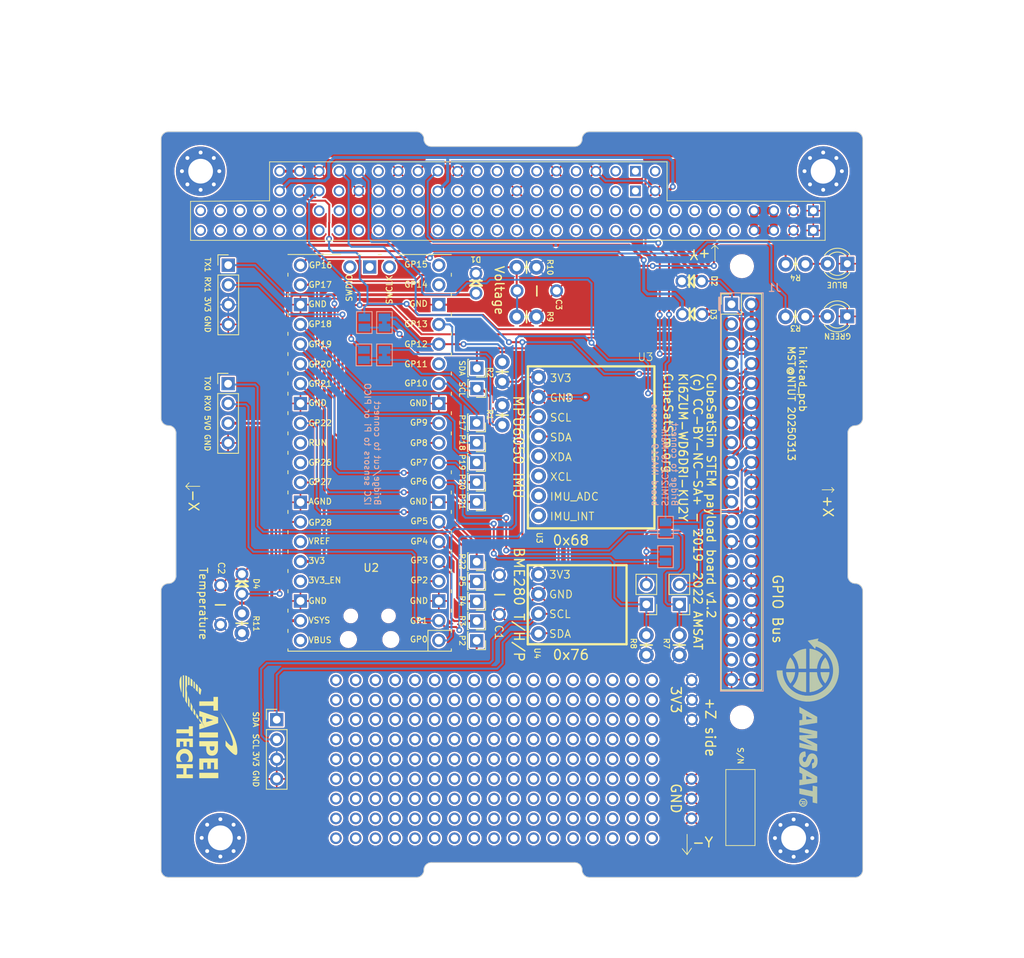
<source format=kicad_pcb>
(kicad_pcb (version 20240108) (generator "pcbnew") (generator_version "8.0")
  (title_block (title "Cubesatsim-STEM-1.3_20250219_PICO_R") (date "2025-02-20"))
  (layers (0 "F.Cu" signal) (31 "B.Cu" signal) (34 "B.Paste" user) (35 "F.Paste" user) (36 "B.SilkS" user "B.Silkscreen") (37 "F.SilkS" user "F.Silkscreen") (38 "B.Mask" user) (39 "F.Mask" user) (44 "Edge.Cuts" user))
  (net 0 "")
  (net 1 "GND")
  (net 2 "/3V3")
  (net 3 "/5V")
  (net 4 "/PI_5V")
  (net 5 "unconnected-(J1-Pin_7-Pad7)")
  (net 6 "/PI_SDA")
  (net 7 "/PI_SCL")
  (net 8 "/PI_TXD")
  (net 9 "unconnected-(J1-Pin_11-Pad11)")
  (net 10 "unconnected-(J1-Pin_12-Pad12)")
  (net 11 "/PI_RXD")
  (net 12 "/PI_LED2")
  (net 13 "unconnected-(J1-Pin_15-Pad15)")
  (net 14 "/PI_SDA3")
  (net 15 "/PI_SCL3")
  (net 16 "/PI_LED1")
  (net 17 "unconnected-(J1-Pin_19-Pad19)")
  (net 18 "/STM_SDA")
  (net 19 "unconnected-(J1-Pin_21-Pad21)")
  (net 20 "unconnected-(J1-Pin_22-Pad22)")
  (net 21 "unconnected-(J1-Pin_23-Pad23)")
  (net 22 "unconnected-(J1-Pin_24-Pad24)")
  (net 23 "/STM_SCL")
  (net 24 "unconnected-(J1-Pin_26-Pad26)")
  (net 25 "unconnected-(J1-Pin_27-Pad27)")
  (net 26 "unconnected-(J1-Pin_28-Pad28)")
  (net 27 "unconnected-(J1-Pin_29-Pad29)")
  (net 28 "unconnected-(J1-Pin_31-Pad31)")
  (net 29 "unconnected-(J1-Pin_32-Pad32)")
  (net 30 "unconnected-(J1-Pin_33-Pad33)")
  (net 31 "unconnected-(J1-Pin_35-Pad35)")
  (net 32 "unconnected-(J1-Pin_37-Pad37)")
  (net 33 "unconnected-(J1-Pin_38-Pad38)")
  (net 34 "/IMU_INT")
  (net 35 "unconnected-(J1-Pin_40-Pad40)")
  (net 36 "/STM_LED2")
  (net 37 "/STM_LED1")
  (net 38 "/VOLTAGE")
  (net 39 "/TEMPERATURE")
  (net 40 "Net-(LED1-A)")
  (net 41 "Net-(LED2-A)")
  (net 42 "/IMU_ADC")
  (net 43 "/XCL")
  (net 44 "/XDA")
  (net 45 "/SDA")
  (net 46 "/SCL")
  (net 47 "/TX2")
  (net 48 "/RX2")
  (net 49 "/STM_SCL2")
  (net 50 "/STM_SDA2")
  (net 51 "/STM_3V3")
  (net 52 "/PI_3V3")
  (net 59 "/GP22")
  (net 62 "/GP2")
  (net 63 "/GP3")
  (net 64 "/GP4")
  (net 65 "/GP5")
  (net 66 "/GP21")
  (net 67 "/GP20")
  (net 68 "/GP19")
  (net 69 "/GP18")
  (net 71 "/BATT")
  (net 152 "/GP10")
  (footprint "Library:THTPad_D60mil_Drill40mil_Circle_No_CourtYard" (layer "F.Cu") (at 125.33986 108.20781 -90)
    (property "Reference" "REF**" (hide yes))
    (property "Value" "THTPad_D60mil_Drill40mil_Circle_No_CourtYard" (hide yes))
  )
  (footprint "Library:THTPad_D60mil_Drill40mil_Circle_No_CourtYard" (layer "F.Cu") (at 115.17986 110.74781 -90)
    (property "Reference" "REF**" (hide yes))
    (property "Value" "THTPad_D60mil_Drill40mil_Circle_No_CourtYard" (hide yes))
  )
  (footprint "Library:THTPad_D60mil_Drill40mil_Circle_No_CourtYard" (layer "F.Cu") (at 97.39986 125.98781 -90)
    (property "Reference" "REF**" (hide yes))
    (property "Value" "THTPad_D60mil_Drill40mil_Circle_No_CourtYard" (hide yes))
  )
  (footprint "Library:THTPad_D60mil_Drill40mil_Circle_No_CourtYard" (layer "F.Cu") (at 87.23986 115.82781 -90)
    (property "Reference" "REF**" (hide yes))
    (property "Value" "THTPad_D60mil_Drill40mil_Circle_No_CourtYard" (hide yes))
  )
  (footprint "Library:THTPad_D60mil_Drill40mil_Circle_No_CourtYard" (layer "F.Cu") (at 117.71986 105.66781 -90)
    (property "Reference" "REF**" (hide yes))
    (property "Value" "THTPad_D60mil_Drill40mil_Circle_No_CourtYard" (hide yes))
  )
  (footprint "" (layer "F.Cu") (at 130.4036 123.44781)
    (property "Reference" "")
    (property "Value" "")
  )
  (footprint "Library:THTPad_D60mil_Drill40mil_Circle_No_CourtYard" (layer "F.Cu") (at 94.85986 110.74781 -90)
    (property "Reference" "REF**" (hide yes))
    (property "Value" "THTPad_D60mil_Drill40mil_Circle_No_CourtYard" (hide yes))
  )
  (footprint "Library:THTPad_D60mil_Drill40mil_Circle_No_CourtYard" (layer "F.Cu") (at 89.77986 120.90781 -90)
    (property "Reference" "REF**" (hide yes))
    (property "Value" "THTPad_D60mil_Drill40mil_Circle_No_CourtYard" (hide yes))
  )
  (footprint "Library:THTPad_D60mil_Drill40mil_Circle_No_CourtYard" (layer "F.Cu") (at 115.17986 115.82781 -90)
    (property "Reference" "REF**" (hide yes))
    (property "Value" "THTPad_D60mil_Drill40mil_Circle_No_CourtYard" (hide yes))
  )
  (footprint "Library:THTPad_D60mil_Drill40mil_Circle_No_CourtYard" (layer "F.Cu") (at 89.77986 125.98781 -90)
    (property "Reference" "REF**" (hide yes))
    (property "Value" "THTPad_D60mil_Drill40mil_Circle_No_CourtYard" (hide yes))
  )
  (footprint "Library:THTPad_D60mil_Drill40mil_Circle_No_CourtYard" (layer "F.Cu") (at 110.09986 110.74781 -90)
    (property "Reference" "REF**" (hide yes))
    (property "Value" "THTPad_D60mil_Drill40mil_Circle_No_CourtYard" (hide yes))
  )
  (footprint "Library:THTPad_D60mil_Drill40mil_Circle_No_CourtYard" (layer "F.Cu") (at 112.63986 125.98781 -90)
    (property "Reference" "REF**" (hide yes))
    (property "Value" "THTPad_D60mil_Drill40mil_Circle_No_CourtYard" (hide yes))
  )
  (footprint "Library:THTPad_D60mil_Drill40mil_Circle_No_CourtYard" (layer "F.Cu") (at 117.71986 115.82781 -90)
    (property "Reference" "REF**" (hide yes))
    (property "Value" "THTPad_D60mil_Drill40mil_Circle_No_CourtYard" (hide yes))
  )
  (footprint "Library:THTPad_D60mil_Drill40mil_Circle_No_CourtYard" (layer "F.Cu") (at 115.17986 113.28781 -90)
    (property "Reference" "REF**" (hide yes))
    (property "Value" "THTPad_D60mil_Drill40mil_Circle_No_CourtYard" (hide yes))
  )
  (footprint "Library:THTPad_D60mil_Drill40mil_Circle_No_CourtYard" (layer "F.Cu") (at 89.77986 123.44781 -90)
    (property "Reference" "REF**" (hide yes))
    (property "Value" "THTPad_D60mil_Drill40mil_Circle_No_CourtYard" (hide yes))
  )
  (footprint "Library:THTPad_D60mil_Drill40mil_Circle_No_CourtYard" (layer "F.Cu") (at 122.79986 108.20781 -90)
    (property "Reference" "REF**" (hide yes))
    (property "Value" "THTPad_D60mil_Drill40mil_Circle_No_CourtYard" (hide yes))
  )
  (footprint "Library:THTPad_D60mil_Drill40mil_Circle_No_CourtYard" (layer "F.Cu") (at 97.39986 105.66781 -90)
    (property "Reference" "REF**" (hide yes))
    (property "Value" "THTPad_D60mil_Drill40mil_Circle_No_CourtYard" (hide yes))
  )
  (footprint "Library:THTPad_D60mil_Drill40mil_Circle_No_CourtYard" (layer "F.Cu") (at 125.33986 113.28781 -90)
    (property "Reference" "REF**" (hide yes))
    (property "Value" "THTPad_D60mil_Drill40mil_Circle_No_CourtYard" (hide yes))
  )
  (footprint "Library:THTPad_D60mil_Drill40mil_Circle_No_CourtYard" (layer "F.Cu") (at 110.09986 118.36781 -90)
    (property "Reference" "REF**" (hide yes))
    (property "Value" "THTPad_D60mil_Drill40mil_Circle_No_CourtYard" (hide yes))
  )
  (footprint "Library:THTPad_D60mil_Drill40mil_Circle_No_CourtYard" (layer "F.Cu") (at 94.85986 125.98781 -90)
    (property "Reference" "REF**" (hide yes))
    (property "Value" "THTPad_D60mil_Drill40mil_Circle_No_CourtYard" (hide yes))
  )
  (footprint "Library:THTPad_D60mil_Drill40mil_Circle_No_CourtYard" (layer "F.Cu") (at 125.33986 115.82781 -90)
    (property "Reference" "REF**" (hide yes))
    (property "Value" "THTPad_D60mil_Drill40mil_Circle_No_CourtYard" (hide yes))
  )
  (footprint "Library:Test_Point_Vertical_S" (layer "F.Cu") (at 102.8347 80.182211 -90)
    (property "Reference" "JP7" (hide yes))
    (property "Value" "TestPoint" (hide yes))
  )
  (footprint "Library:THTPad_D60mil_Drill40mil_Circle_No_CourtYard" (layer "F.Cu") (at 125.33986 105.66781 -90)
    (property "Reference" "REF**" (hide yes))
    (property "Value" "THTPad_D60mil_Drill40mil_Circle_No_CourtYard" (hide yes))
  )
  (footprint "Library:THTPad_D60mil_Drill40mil_Circle_No_CourtYard" (layer "F.Cu") (at 130.39446 118.36781 -90)
    (property "Reference" "REF**" (hide yes))
    (property "Value" "THTPad_D60mil_Drill40mil_Circle_No_CourtYard" (hide yes))
  )
  (footprint "Library:THTPad_D60mil_Drill40mil_Circle_No_CourtYard" (layer "F.Cu") (at 87.23986 105.66781 -90)
    (property "Reference" "REF**" (hide yes))
    (property "Value" "THTPad_D60mil_Drill40mil_Circle_No_CourtYard" (hide yes))
  )
  (footprint "Library:THTPad_D60mil_Drill40mil_Circle_No_CourtYard" (layer "F.Cu") (at 84.69986 125.98781 -90)
    (property "Reference" "REF**" (hide yes))
    (property "Value" "THTPad_D60mil_Drill40mil_Circle_No_CourtYard" (hide yes))
  )
  (footprint "Library:THTPad_D60mil_Drill40mil_Circle_No_CourtYard" (layer "F.Cu") (at 120.25986 120.90781 -90)
    (property "Reference" "REF**" (hide yes))
    (property "Value" "THTPad_D60mil_Drill40mil_Circle_No_CourtYard" (hide yes))
  )
  (footprint "Library:THTPad_D60mil_Drill40mil_Circle_No_CourtYard" (layer "F.Cu") (at 110.09986 113.28781 -90)
    (property "Reference" "REF**" (hide yes))
    (property "Value" "THTPad_D60mil_Drill40mil_Circle_No_CourtYard" (hide yes))
  )
  (footprint "Library:THTPad_D60mil_Drill40mil_Circle_No_CourtYard" (layer "F.Cu") (at 97.39986 115.82781 -90)
    (property "Reference" "REF**" (hide yes))
    (property "Value" "THTPad_D60mil_Drill40mil_Circle_No_CourtYard" (hide yes))
  )
  (footprint "Connector_PinHeader_2.54mm:PinHeader_2x20_P2.54mm_Vertical" (layer "F.Cu") (at 135.53974 57.333641)
    (property "Reference" "J1")
    (property "Value" "Conn_02x20_Odd_Even" (hide yes))
  )
  (footprint "Connector_PinHeader_2.54mm:PinHeader_1x04_P2.54mm_Vertical" (layer "F.Cu") (at 70.866 52.304441)
    (property "Reference" "J23" (hide yes))
    (property "Value" "Conn_01x04" (hide yes))
  )
  (footprint "Library:THTPad_D60mil_Drill40mil_Circle_No_CourtYard" (layer "F.Cu") (at 84.69986 118.36781 -90)
    (property "Reference" "REF**" (hide yes))
    (property "Value" "THTPad_D60mil_Drill40mil_Circle_No_CourtYard" (hide yes))
  )
  (footprint "Library:THTPad_D60mil_Drill40mil_Circle_No_CourtYard" (layer "F.Cu") (at 92.31986 123.44781 -90)
    (property "Reference" "REF**" (hide yes))
    (property "Value" "THTPad_D60mil_Drill40mil_Circle_No_CourtYard" (hide yes))
  )
  (footprint "Library:THTPad_D60mil_Drill40mil_Circle_No_CourtYard" (layer "F.Cu") (at 84.69986 123.44781 -90)
    (property "Reference" "REF**" (hide yes))
    (property "Value" "THTPad_D60mil_Drill40mil_Circle_No_CourtYard" (hide yes))
  )
  (footprint "Library:THTPad_D60mil_Drill40mil_Circle_No_CourtYard" (layer "F.Cu") (at 99.93986 113.28781 -90)
    (property "Reference" "REF**" (hide yes))
    (property "Value" "THTPad_D60mil_Drill40mil_Circle_No_CourtYard" (hide yes))
  )
  (footprint "Library:THTPad_D60mil_Drill40mil_Circle_No_CourtYard" (layer "F.Cu") (at 87.23986 110.74781 -90)
    (property "Reference" "REF**" (hide yes))
    (property "Value" "THTPad_D60mil_Drill40mil_Circle_No_CourtYard" (hide yes))
  )
  (footprint "Library:THTPad_D60mil_Drill40mil_Circle_No_CourtYard" (layer "F.Cu") (at 105.01986 105.66781 -90)
    (property "Reference" "REF**" (hide yes))
    (property "Value" "THTPad_D60mil_Drill40mil_Circle_No_CourtYard" (hide yes))
  )
  (footprint "Library:MountingHole_2.75mm_NoPad" (layer "F.Cu") (at 136.87146 52.42941 -90)
    (property "Reference" "REF**" (hide yes))
    (property "Value" "MountingHole_2.75mm_NoPad" (hide yes))
  )
  (footprint "Library:THTPad_D60mil_Drill40mil_Circle_No_CourtYard" (layer "F.Cu") (at 102.47986 125.98781 -90)
    (property "Reference" "REF**" (hide yes))
    (property "Value" "THTPad_D60mil_Drill40mil_Circle_No_CourtYard" (hide yes))
  )
  (footprint "Library:THTPad_D60mil_Drill40mil_Circle_No_CourtYard" (layer "F.Cu") (at 122.79986 110.74781 -90)
    (property "Reference" "REF**" (hide yes))
    (property "Value" "THTPad_D60mil_Drill40mil_Circle_No_CourtYard" (hide yes))
  )
  (footprint "Library:THTPad_D60mil_Drill40mil_Circle_No_CourtYard" (layer "F.Cu") (at 89.77986 113.28781 -90)
    (property "Reference" "REF**" (hide yes))
    (property "Value" "THTPad_D60mil_Drill40mil_Circle_No_CourtYard" (hide yes))
  )
  (footprint "Library:THTPad_D60mil_Drill40mil_Circle_No_CourtYard" (layer "F.Cu") (at 120.25986 113.28781 -90)
    (property "Reference" "REF**" (hide yes))
    (property "Value" "THTPad_D60mil_Drill40mil_Circle_No_CourtYard" (hide yes))
  )
  (footprint "Library:THTPad_D60mil_Drill40mil_Circle_No_CourtYard" (layer "F.Cu") (at 97.39986 110.74781 -90)
    (property "Reference" "REF**" (hide yes))
    (property "Value" "THTPad_D60mil_Drill40mil_Circle_No_CourtYard" (hide yes))
  )
  (footprint "Library:THTPad_D60mil_Drill40mil_Circle_No_CourtYard" (layer "F.Cu") (at 105.01986 113.28781 -90)
    (property "Reference" "REF**" (hide yes))
    (property "Value" "THTPad_D60mil_Drill40mil_Circle_No_CourtYard" (hide yes))
  )
  (footprint "Library:MPU6050_IMU_Module" (layer "F.Cu") (at 117.4242 75.6031 -90)
    (property "Reference" "U3")
    (property "Value" "MPU6050")
  )
  (footprint "Library:THTPad_D60mil_Drill40mil_Circle_No_CourtYard" (layer "F.Cu") (at 94.85986 108.20781 -90)
    (property "Reference" "REF**" (hide yes))
    (property "Value" "THTPad_D60mil_Drill40mil_Circle_No_CourtYard" (hide yes))
  )
  (footprint "Library:R_TH_V_2.54" (layer "F.Cu") (at 124.56694 101.148641 90)
    (property "Reference" "R8")
    (property "Value" "DNI-4.7K")
  )
  (footprint "Library:THTPad_D60mil_Drill40mil_Circle_No_CourtYard" (layer "F.Cu") (at 87.23986 125.98781 -90)
    (property "Reference" "REF**" (hide yes))
    (property "Value" "THTPad_D60mil_Drill40mil_Circle_No_CourtYard" (hide yes))
  )
  (footprint "Library:THTPad_D60mil_Drill40mil_Circle_No_CourtYard" (layer "F.Cu") (at 84.709 110.744 -90)
    (property "Reference" "REF**" (hide yes))
    (property "Value" "THTPad_D60mil_Drill40mil_Circle_No_CourtYard" (hide yes))
  )
  (footprint "Library:THTPad_D60mil_Drill40mil_Circle_No_CourtYard" (layer "F.Cu") (at 120.25986 115.82781 -90)
    (property "Reference" "REF**" (hide yes))
    (property "Value" "THTPad_D60mil_Drill40mil_Circle_No_CourtYard" (hide yes))
  )
  (footprint "Library:THTPad_D60mil_Drill40mil_Circle_No_CourtYard" (layer "F.Cu") (at 120.25986 123.44781 -90)
    (property "Reference" "REF**" (hide yes))
    (property "Value" "THTPad_D60mil_Drill40mil_Circle_No_CourtYard" (hide yes))
  )
  (footprint "Library:THTPad_D60mil_Drill40mil_Circle_No_CourtYard" (layer "F.Cu") (at 92.31986 105.66781 -90)
    (property "Reference" "REF**" (hide yes))
    (property "Value" "THTPad_D60mil_Drill40mil_Circle_No_CourtYard" (hide yes))
  )
  (footprint "Library:THTPad_D60mil_Drill40mil_Circle_No_CourtYard" (layer "F.Cu") (at 115.17986 125.98781 -90)
    (property "Reference" "REF**" (hide yes))
    (property "Value" "THTPad_D60mil_Drill40mil_Circle_No_CourtYard" (hide yes))
  )
  (footprint "Library:THTPad_D60mil_Drill40mil_Circle_No_CourtYard" (layer "F.Cu") (at 110.09986 108.20781 -90)
    (property "Reference" "REF**" (hide yes))
    (property "Value" "THTPad_D60mil_Drill40mil_Circle_No_CourtYard" (hide yes))
  )
  (footprint "Library:THTPad_D60mil_Drill40mil_Circle_No_CourtYard" (layer "F.Cu") (at 122.79986 105.66781 -90)
    (property "Reference" "REF**" (hide yes))
    (property "Value" "THTPad_D60mil_Drill40mil_Circle_No_CourtYard" (hide yes))
  )
  (footprint "Library:THTPad_D60mil_Drill40mil_Circle_No_CourtYard" (layer "F.Cu") (at 112.63986 105.66781 -90)
    (property "Reference" "REF**" (hide yes))
    (property "Value" "THTPad_D60mil_Drill40mil_Circle_No_CourtYard" (hide yes))
  )
  (footprint "Library:THTPad_D60mil_Drill40mil_Circle_No_CourtYard" (layer "F.Cu") (at 115.17986 118.36781 -90)
    (property "Reference" "REF**" (hide yes))
    (property "Value" "THTPad_D60mil_Drill40mil_Circle_No_CourtYard" (hide yes))
  )
  (footprint "Library:1N5817_TH_100mil" (layer "F.Cu") (at 72.6186 93.3704 90)
    (property "Reference" "D4")
    (property "Value" "1N4148")
  )
  (footprint "Library:THTPad_D60mil_Drill40mil_Circle_No_CourtYard" (layer "F.Cu") (at 89.77986 105.66781 -90)
    (property "Reference" "REF**" (hide yes))
    (property "Value" "THTPad_D60mil_Drill40mil_Circle_No_CourtYard" (hide yes))
  )
  (footprint "Library:R_TH_V_2.54" (layer "F.Cu") (at 109.19994 58.921141)
    (property "Reference" "R9")
    (property "Value" "10K")
  )
  (footprint "Library:THTPad_D60mil_Drill40mil_Circle_No_CourtYard" (layer "F.Cu") (at 110.09986 115.82781 -90)
    (property "Reference" "REF**" (hide yes))
    (property "Value" "THTPad_D60mil_Drill40mil_Circle_No_CourtYard" (hide yes))
  )
  (footprint "Library:THTPad_D60mil_Drill40mil_Circle_No_CourtYard" (layer "F.Cu") (at 125.33986 118.36781 -90)
    (property "Reference" "REF**" (hide yes))
    (property "Value" "THTPad_D60mil_Drill40mil_Circle_No_CourtYard" (hide yes))
  )
  (footprint "Library:MountingHole_2.75mm_NoPad" (layer "F.Cu") (at 136.87146 110.44301 -90)
    (property "Reference" "REF**" (hide yes))
    (property "Value" "MountingHole_2.75mm_NoPad" (hide yes))
  )
  (footprint "Library:THTPad_D60mil_Drill40mil_Circle_No_CourtYard" (layer "F.Cu") (at 122.79986 123.44781 -90)
    (property "Reference" "REF**" (hide yes))
    (property "Value" "THTPad_D60mil_Drill40mil_Circle_No_CourtYard" (hide yes))
  )
  (footprint "Library:THTPad_D60mil_Drill40mil_Circle_No_CourtYard" (layer "F.Cu") (at 107.55986 110.74781 -90)
    (property "Reference" "REF**" (hide yes))
    (property "Value" "THTPad_D60mil_Drill40mil_Circle_No_CourtYard" (hide yes))
  )
  (footprint "Library:THTPad_D60mil_Drill40mil_Circle_No_CourtYard" (layer "F.Cu") (at 87.23986 113.28781 -90)
    (property "Reference" "REF**" (hide yes))
    (property "Value" "THTPad_D60mil_Drill40mil_Circle_No_CourtYard" (hide yes))
  )
  (footprint "Library:THTPad_D60mil_Drill40mil_Circle_No_CourtYard" (layer "F.Cu") (at 120.25986 125.98781 -90)
    (property "Reference" "REF**" (hide yes))
    (property "Value" "THTPad_D60mil_Drill40mil_Circle_No_CourtYard" (hide yes))
  )
  (footprint "Library:THTPad_D60mil_Drill40mil_Circle_No_CourtYard" (layer "F.Cu") (at 115.17986 105.66781 -90)
    (property "Reference" "REF**" (hide yes))
    (property "Value" "THTPad_D60mil_Drill40mil_Circle_No_CourtYard" (hide yes))
  )
  (footprint "Library:THTPad_D60mil_Drill40mil_Circle_No_CourtYard" (layer "F.Cu") (at 87.23986 120.90781 -90)
    (property "Reference" "REF**" (hide yes))
    (property "Value" "THTPad_D60mil_Drill40mil_Circle_No_CourtYard" (hide yes))
  )
  (footprint "Library:THTPad_D60mil_Drill40mil_Circle_No_CourtYard" (layer "F.Cu") (at 102.47986 113.28781 -90)
    (property "Reference" "REF**" (hide yes))
    (property "Value" "THTPad_D60mil_Drill40mil_Circle_No_CourtYard" (hide yes))
  )
  (footprint "Library:THTPad_D60mil_Drill40mil_Circle_No_CourtYard" (layer "F.Cu") (at 107.55986 120.90781 -90)
    (property "Reference" "REF**" (hide yes))
    (property "Value" "THTPad_D60mil_Drill40mil_Circle_No_CourtYard" (hide yes))
  )
  (footprint "Library:R_TH_V_2.54" (layer "F.Cu") (at 106.0958 71.5899 -90)
    (property "Reference" "R1")
    (property "Value" "4.7K")
  )
  (footprint "" (layer "F.Cu") (at 130.4544 108.20781)
    (property "Reference" "")
    (property "Value" "")
  )
  (footprint "Connector_PinHeader_2.54mm:PinHeader_1x04_P2.54mm_Vertical" (layer "F.Cu") (at 70.8406 67.544441)
    (property "Reference" "J4" (hide yes))
    (property "Value" "Conn_01x04" (hide yes))
  )
  (footprint "Library:THTPad_D60mil_Drill40mil_Circle_No_CourtYard" (layer "F.Cu") (at 97.39986 113.28781 -90)
    (property "Reference" "REF**" (hide yes))
    (property "Value" "THTPad_D60mil_Drill40mil_Circle_No_CourtYard" (hide yes))
  )
  (footprint "Library:THTPad_D60mil_Drill40mil_Circle_No_CourtYard" (layer "F.Cu") (at 120.25986 118.36781 -90)
    (property "Reference" "REF**" (hide yes))
    (property "Value" "THTPad_D60mil_Drill40mil_Circle_No_CourtYard" (hide yes))
  )
  (footprint "Library:Test_Point_Vertical_S" (layer "F.Cu") (at 102.87 65.5193 -90)
    (property "Reference" "JP1" (hide yes))
    (property "Value" "TestPoint" (hide yes))
  )
  (footprint "" (layer "F.Cu") (at 130.4544 110.74781)
    (property "Reference" "")
    (property "Value" "")
  )
  (footprint "Library:THTPad_D60mil_Drill40mil_Circle_No_CourtYard" (layer "F.Cu") (at 87.23986 118.36781 -90)
    (property "Reference" "REF**" (hide yes))
    (property "Value" "THTPad_D60mil_Drill40mil_Circle_No_CourtYard" (hide yes))
  )
  (footprint "Library:Test_Point_Vertical_S" (layer "F.Cu") (at 102.84105 95.493331 -90)
    (property "Reference" "JP15" (hide yes))
    (property "Value" "TestPoint" (hide yes))
  )
  (footprint "Library:THTPad_D60mil_Drill40mil_Circle_No_CourtYard" (layer "F.Cu") (at 92.31986 110.74781 -90)
    (property "Reference" "REF**" (hide yes))
    (property "Value" "THTPad_D60mil_Drill40mil_Circle_No_CourtYard" (hide yes))
  )
  (footprint "Library:THTPad_D60mil_Drill40mil_Circle_No_CourtYard" (layer "F.Cu") (at 105.01986 115.82781 -90)
    (property "Reference" "REF**" (hide yes))
    (property "Value" "THTPad_D60mil_Drill40mil_Circle_No_CourtYard" (hide yes))
  )
  (footprint "Library:AMSAT_C_TH_5.08" (layer "F.Cu") (at 105.72014 94.671641 -90)
    (property "Reference" "C1")
    (property "Value" "100nF")
  )
  (footprint "Library:THTPad_D60mil_Drill40mil_Circle_No_CourtYard" (layer "F.Cu") (at 107.55986 113.28781 -90)
    (property "Reference" "REF**" (hide yes))
    (property "Value" "THTPad_D60mil_Drill40mil_Circle_No_CourtYard" (hide yes))
  )
  (footprint "Library:THTPad_D60mil_Drill40mil_Circle_No_CourtYard" (layer "F.Cu") (at 94.85986 118.36781 -90)
    (property "Reference" "REF**" (hide yes))
    (property "Value" "THTPad_D60mil_Drill40mil_Circle_No_CourtYard" (hide yes))
  )
  (footprint "Library:THTPad_D60mil_Drill40mil_Circle_No_CourtYard" (layer "F.Cu") (at 84.69986 105.66781 180)
    (property "Reference" "REF**" (hide yes))
    (property "Value" "THTPad_D60mil_Drill40mil_Circle_No_CourtYard" (hide yes))
  )
  (footprint "Library:THTPad_D60mil_Drill40mil_Circle_No_CourtYard" (layer "F.Cu") (at 84.69986 120.90781 -90)
    (property "Reference" "REF**" (hide yes))
    (property "Value" "THTPad_D60mil_Drill40mil_Circle_No_CourtYard" (hide yes))
  )
  (footprint "Library:THTPad_D60mil_Drill40mil_Circle_No_CourtYard" (layer "F.Cu") (at 84.69986 110.74781 -90)
    (property "Reference" "REF**" (hide yes))
    (property "Value" "THTPad_D60mil_Drill40mil_Circle_No_CourtYard" (hide yes))
  )
  (footprint "Library:THTPad_D60mil_Drill40mil_Circle_No_CourtYard" (layer "F.Cu") (at 115.17986 123.44781 -90)
    (property "Reference" "REF**" (hide yes))
    (property "Value" "THTPad_D60mil_Drill40mil_Circle_No_CourtYard" (hide yes))
  )
  (footprint "Library:THTPad_D60mil_Drill40mil_Circle_No_CourtYard" (layer "F.Cu") (at 102.47986 110.74781 -90)
    (property "Reference" "REF**" (hide yes))
    (property "Value" "THTPad_D60mil_Drill40mil_Circle_No_CourtYard" (hide yes))
  )
  (footprint "Library:THTPad_D60mil_Drill40mil_Circle_No_CourtYard" (layer "F.Cu") (at 122.79986 120.90781 -90)
    (property "Reference" "REF**" (hide yes))
    (property "Value" "THTPad_D60mil_Drill40mil_Circle_No_CourtYard" (hide yes))
  )
  (footprint "Library:THTPad_D60mil_Drill40mil_Circle_No_CourtYard" (layer "F.Cu") (at 107.55986 118.36781 -90)
    (property "Reference" "REF**" (hide yes))
    (property "Value" "THTPad_D60mil_Drill40mil_Circle_No_CourtYard" (hide yes))
  )
  (footprint "Library:THTPad_D60mil_Drill40mil_Circle_No_CourtYard" (layer "F.Cu") (at 125.33986 120.90781 -90)
    (property "Reference" "REF**" (hide yes))
    (property "Value" "THTPad_D60mil_Drill40mil_Circle_No_CourtYard" (hide yes))
  )
  (footprint "Library:THTPad_D60mil_Drill40mil_Circle_No_CourtYard" (layer "F.Cu") (at 105.01986 118.36781 -90)
    (property "Reference" "REF**" (hide yes))
    (property "Value" "THTPad_D60mil_Drill40mil_Circle_No_CourtYard" (hide yes))
  )
  (footprint "Library:THTPad_D60mil_Drill40mil_Circle_No_CourtYard" (layer "F.Cu") (at 120.25986 110.74781 -90)
    (property "Reference" "REF**" (hide yes))
    (property "Value" "THTPad_D60mil_Drill40mil_Circle_No_CourtYard" (hide yes))
  )
  (footprint "VST104_logos:NTUT_logo_15mm" (layer "F.Cu") (at 68.0466 111.6584 -90)
    (property "Reference" "REF**" (hide yes))
    (property "Value" "NTUT_logo_15mm")
  )
  (footprint "Library:THTPad_D60mil_Drill40mil_Circle_No_CourtYard" (layer "F.Cu") (at 84.69986 115.82781 -90)
    (property "Reference" "REF**" (hide yes))
    (property "Value" "THTPad_D60mil_Drill40mil_Circle_No_CourtYard" (hide yes))
  )
  (footprint "Library:THTPad_D60mil_Drill40mil_Circle_No_CourtYard" (layer "F.Cu") (at 110.09986 105.66781 -90)
    (property "Reference" "REF**" (hide yes))
    (property "Value" "THTPad_D60mil_Drill40mil_Circle_No_CourtYard" (hide yes))
  )
  (footprint "Library:THTPad_D60mil_Drill40mil_Circle_No_CourtYard" (layer "F.Cu") (at 117.71986 108.20781 -90)
    (property "Reference" "REF**" (hide yes))
    (property "Value" "THTPad_D60mil_Drill40mil_Circle_No_CourtYard" (hide yes))
  )
  (footprint "Library:THTPad_D60mil_Drill40mil_Circle_No_CourtYard" (layer "F.Cu") (at 122.79986 118.36781 -90)
    (property "Reference" "REF**" (hide yes))
    (property "Value" "THTPad_D60mil_Drill40mil_Circle_No_CourtYard" (hide yes))
  )
  (footprint "LED_THT:LED_D3.0mm" (layer "F.Cu") (at 150.420831 52.1208 180)
    (property "Reference" "LED2" (hide yes))
    (property "Value" "Blue 5mm")
  )
  (footprint "Library:THTPad_D60mil_Drill40mil_Circle_No_CourtYard" (layer "F.Cu") (at 112.63986 123.44781 -90)
    (property "Reference" "REF**" (hide yes))
    (property "Value" "THTPad_D60mil_Drill40mil_Circle_No_CourtYard" (hide yes))
  )
  (footprint "Library:R_TH_V_2.54" (layer "F.Cu") (at 106.05034 66.020441 90)
    (property "Reference" "R2" (hide yes))
    (property "Value" "4.7K")
  )
  (footprint "Library:THTPad_D60mil_Drill40mil_Circle_No_CourtYard" (layer "F.Cu") (at 107.55986 115.82781 -90)
    (property "Reference" "REF**" (hide yes))
    (property "Value" "THTPad_D60mil_Drill40mil_Circle_No_CourtYard" (hide yes))
  )
  (footprint "Library:THTPad_D60mil_Drill40mil_Circle_No_CourtYard" (layer "F.Cu") (at 94.85986 123.44781 -90)
    (property "Reference" "REF**" (hide yes))
    (property "Value" "THTPad_D60mil_Drill40mil_Circle_No_CourtYard" (hide yes))
  )
  (footprint "Library:THTPad_D60mil_Drill40mil_Circle_No_CourtYard" (layer "F.Cu") (at 112.63986 118.36781 -90)
    (property "Reference" "REF**" (hide yes))
    (property "Value" "THTPad_D60mil_Drill40mil_Circle_No_CourtYard" (hide yes))
  )
  (footprint "Library:THTPad_D60mil_Drill40mil_Circle_No_CourtYard" (layer "F.Cu") (at 89.77986 110.74781 -90)
    (property "Reference" "REF**" (hide yes))
    (property "Value" "THTPad_D60mil_Drill40mil_Circle_No_CourtYard" (hide yes))
  )
  (footprint "Library:AMSAT_C_TH_5.08" (layer "F.Cu") (at 110.52074 55.593741 180)
    (property "Reference" "C3")
    (property "Value" "100nF")
  )
  (footprint "Library:R_TH_V_2.54" (layer "F.Cu") (at 109.19994 52.596541 180)
    (property "Reference" "R10")
    (property "Value" "10K")
  )
  (footprint "Library:THTPad_D60mil_Drill40mil_Circle_No_CourtYard" (layer "F.Cu") (at 105.01986 120.90781 -90)
    (property "Reference" "REF**" (hide yes))
    (property "Value" "THTPad_D60mil_Drill40mil_Circle_No_CourtYard" (hide yes))
  )
  (footprint "Library:THTPad_D60mil_Drill40mil_Circle_No_CourtYard" (layer "F.Cu") (at 117.71986 123.44781 -90)
    (property "Reference" "REF**" (hide yes))
    (property "Value" "THTPad_D60mil_Drill40mil_Circle_No_CourtYard" (hide yes))
  )
  (footprint "Library:THTPad_D60mil_Drill40mil_Circle_No_CourtYard" (layer "F.Cu") (at 125.33986 110.74781 -90)
    (property "Reference" "REF**" (hide yes))
    (property "Value" "THTPad_D60mil_Drill40mil_Circle_No_CourtYard" (hide yes))
  )
  (footprint "Library:Test_Point_Vertical_S" (layer "F.Cu") (at 102.84105 98.033331 -90)
    (property "Reference" "JP11" (hide yes))
    (property "Value" "TestPoint" (hide yes))
  )
  (footprint "Library:THTPad_D60mil_Drill40mil_Circle_No_CourtYard" (layer "F.Cu") (at 102.47986 108.20781 -90)
    (property "Reference" "REF**" (hide yes))
    (property "Value" "THTPad_D60mil_Drill40mil_Circle_No_CourtYard" (hide yes))
  )
  (footprint "Library:THTPad_D60mil_Drill40mil_Circle_No_CourtYard" (layer "F.Cu") (at 117.71986 120.90781 -90)
    (property "Reference" "REF**" (hide yes))
    (property "Value" "THTPad_D60mil_Drill40mil_Circle_No_CourtYard" (hide yes))
  )
  (footprint "Library:THTPad_D60mil_Drill40mil_Circle_No_CourtYard" (layer "F.Cu") (at 112.63986 108.20781 -90)
    (property "Reference" "REF**" (hide yes))
    (property "Value" "THTPad_D60mil_Drill40mil_Circle_No_CourtYard" (hide yes))
  )
  (footprint "Library:Test_Point_Vertical_S" (layer "F.Cu") (at 102.8347 72.562211 -90)
    (property "Reference" "JP9" (hide yes))
    (property "Value" "TestPoint" (hide yes))
  )
  (footprint "Library:THTPad_D60mil_Drill40mil_Circle_No_CourtYard" (layer "F.Cu") (at 99.93986 110.74781 -90)
    (property "Reference" "REF**" (hide yes))
    (property "Value" "THTPad_D60mil_Drill40mil_Circle_No_CourtYard" (hide yes))
  )
  (footprint "Library:Test_Point_Vertical_S" (layer "F.Cu") (at 102.84105 92.946472 -90)
    (property "Reference" "JP16" (hide yes))
    (property "Value" "TestPoint" (hide yes))
  )
  (footprint "Library:Test_Point_Vertical_S" (layer "F.Cu") (at 102.84105 90.413331 -90)
    (property "Reference" "JP14" (hide yes))
    (property "Value" "TestPoint" (hide yes))
  )
  (footprint "Library:THTPad_D60mil_Drill40mil_Circle_No_CourtYard" (layer "F.Cu") (at 117.71986 118.36781 -90)
    (property "Reference" "REF**" (hide yes))
    (property "Value" "THTPad_D60mil_Drill40mil_Circle_No_CourtYard" (hide yes))
  )
  (footprint "Library:THTPad_D60mil_Drill40mil_Circle_No_CourtYard" (layer "F.Cu") (at 99.93986 108.20781 -90)
    (property "Reference" "REF**" (hide yes))
    (property "Value" "THTPad_D60mil_Drill40mil_Circle_No_CourtYard" (hide yes))
  )
  (footprint "Library:THTPad_D60mil_Drill40mil_Circle_No_CourtYard" (layer "F.Cu") (at 99.93986 123.44781 -90)
    (property "Reference" "REF**" (hide yes))
    (property "Value" "THTPad_D60mil_Drill40mil_Circle_No_CourtYard" (hide yes))
  )
  (footprint "Library:1N5817_TH_100mil" (layer "F.Cu") (at 102.69754 54.717441 90)
    (property "Reference" "D1")
    (property "Value" "1N5817")
  )
  (footprint "Library:THTPad_D60mil_Drill40mil_Circle_No_CourtYard" (layer "F.Cu") (at 105.01986 108.20781 -90)
    (property "Reference" "REF**" (hide yes))
    (property "Value" "THTPad_D60mil_Drill40mil_Circle_No_CourtYard" (hide yes))
  )
  (footprint "Library:THTPad_D60mil_Drill40mil_Circle_No_CourtYard" (layer "F.Cu") (at 125.33986 125.98781 -90)
    (property "Reference" "REF**" (hide yes))
    (property "Value" "THTPad_D60mil_Drill40mil_Circle_No_CourtYard" (hide yes))
  )
  (footprint "Library:THTPad_D60mil_Drill40mil_Circle_No_CourtYard" (layer "F.Cu") (at 92.31986 108.20781 -90)
    (property "Reference" "REF**" (hide yes))
    (property "Value" "THTPad_D60mil_Drill40mil_Circle_No_CourtYard" (hide yes))
  )
  (footprint "Library:THTPad_D60mil_Drill40mil_Circle_No_CourtYard" (layer "F.Cu") (at 94.85986 105.66781 -90)
    (property "Reference" "REF**" (hide yes))
    (property "Value" "THTPad_D60mil_Drill40mil_Circle_No_CourtYard" (hide yes))
  )
  (footprint "Library:THTPad_D60mil_Drill40mil_Circle_No_CourtYard" (layer "F.Cu") (at 92.31986 125.98781 -90)
    (property "Reference" "REF**" (hide yes))
    (property "Value" "THTPad_D60mil_Drill40mil_Circle_No_CourtYard" (hide yes))
  )
  (footprint "Library:THTPad_D60mil_Drill40mil_Circle_No_CourtYard" (layer "F.Cu") (at 115.17986 120.90781 -90)
    (property "Reference" "REF**" (hide yes))
    (property "Value" "THTPad_D60mil_Drill40mil_Circle_No_CourtYard" (hide yes))
  )
  (footprint "Library:BME280_Module" (layer "F.Cu") (at 115.65154 95.941641 -90)
    (property "Reference" "U4")
    (property "Value" "BME280")
  )
  (footprint "Library:THTPad_D60mil_Drill40mil_Circle_No_CourtYard" (layer "F.Cu") (at 87.23986 123.44781 -90)
    (property "Reference" "REF**" (hide yes))
    (property "Value" "THTPad_D60mil_Drill40mil_Circle_No_CourtYard" (hide yes))
  )
  (footprint "Library:Test_Point_Vertical_S" (layer "F.Cu") (at 102.8347 77.642211 -90)
    (property "Reference" "JP6" (hide yes))
    (property "Value" "TestPoint" (hide yes))
  )
  (footprint "Library:THTPad_D60mil_Drill40mil_Circle_No_CourtYard" (layer "F.Cu") (at 99.93986 118.36781 -90)
    (property "Reference" "REF**" (hide yes))
    (property "Value" "THTPad_D60mil_Drill40mil_Circle_No_CourtYard" (hide yes))
  )
  (footprint "Library:THTPad_D60mil_Drill40mil_Circle_No_CourtYard" (layer "F.Cu") (at 102.47986 120.90781 -90)
    (property "Reference" "REF**" (hide yes))
    (property "Value" "THTPad_D60mil_Drill40mil_Circle_No_CourtYard" (hide yes))
  )
  (footprint "Library:THTPad_D60mil_Drill40mil_Circle_No_CourtYard" (layer "F.Cu") (at 105.01986 110.74781 -90)
    (property "Reference" "REF**" (hide yes))
    (property "Value" "THTPad_D60mil_Drill40mil_Circle_No_CourtYard" (hide yes))
  )
  (footprint "Library:R_TH_V_2.54" (layer "F.Cu") (at 143.764 52.1462)
    (property "Reference" "R4")
    (property "Value" "100")
  )
  (footprint "Connector_PinHeader_2.54mm:PinHeader_1x02_P2.54mm_Vertical" (layer "F.Cu") (at 128.83414 95.921241 180)
    (property "Reference" "JP22" (hide yes))
    (property "Value" "Conn_01x02" (hide yes))
  )
  (footprint "Library:THTPad_D60mil_Drill40mil_Circle_No_CourtYard" (layer "F.Cu") (at 92.31986 115.82781 -90)
    (property "Reference" "REF**" (hide yes))
    (property "Value" "THTPad_D60mil_Drill40mil_Circle_No_CourtYard" (hide yes))
  )
  (footprint "Library:THTPad_D60mil_Drill40mil_Circle_No_CourtYard" (layer "F.Cu") (at 117.71986 113.28781 -90)
    (property "Reference" "REF**" (hide yes))
    (property "Value" "THTPad_D60mil_Drill40mil_Circle_No_CourtYard" (hide yes))
  )
  (footprint "Library:THTPad_D60mil_Drill40mil_Circle_No_CourtYard" (layer "F.Cu") (at 107.55986 125.98781 -90)
    (property "Reference" "REF**" (hide yes))
    (property "Value" "THTPad_D60mil_Drill40mil_Circle_No_CourtYard" (hide yes))
  )
  (footprint "VST104_footprints:CubeSat_PC104_16bit_footprint_Edge.Cut" (layer "F.Cu") (at 152.4 35.1406 180)
    (property "Reference" "J3" (hide yes))
    (property "Value" "~" (hide yes))
    (fp_line (start 90.17 -36.8427) (end 90.17 -0.9525) (stroke (width 0.1)) (layer "Edge.Cuts"))
    (fp_line (start 90.17 -94.9325) (end 90.17 -59.0423) (stroke (width 0.1)) (layer "Edge.Cuts"))
    (fp_line (start 88.265 -57.1373) (end 88.265 -38.7477) (stroke (width 0.1)) (layer "Edge.Cuts"))
    (fp_line (start 57.3405 0) (end 89.2175 0) (stroke (width 0.1)) (layer "Edge.Cuts"))
    (fp_line (start 57.3405 -95.885) (end 89.2175 -95.885) (stroke (width 0.1)) (layer "Edge.Cuts"))
    (fp_line (start 37.0205 -1.905) (end 55.4355 -1.905) (stroke (width 0.1)) (layer "Edge.Cuts"))
    (fp_line (start 37.0205 -93.98) (end 55.4355 -93.98) (stroke (width 0.1)) (layer "Edge.Cuts"))
    (fp_line (start 1.905 -57.1373) (end 1.905 -38.7477) (stroke (width 0.1)) (layer "Edge.Cuts"))
    (fp_line (start 0.9525 0) (end 35.1155 0) (stroke (width 0.1)) (layer "Edge.Cuts"))
    (fp_line (start 0.9525 -95.885) (end 35.1155 -95.885) (stroke (width 0.1)) (layer "Edge.Cuts"))
    (fp_line (start 0 -36.8427) (end 0 -0.9525) (stroke (width 0.1)) (layer "Edge.Cuts"))
    (fp_line (start 0 -94.9325) (end 0 -59.0423) (stroke (width 0.1)) (layer "Edge.Cuts"))
    (fp_arc (start 90.17 -0.9525) (mid 89.89102 -0.27898) (end 89.2175 0) (stroke (width 0.1)) (layer "Edge.Cuts"))
    (fp_arc (start 90.17 -59.0423) (mid 89.89102 -58.36878) (end 89.2175 -58.0898) (stroke (width 0.1)) (layer "Edge.Cuts"))
    (fp_arc (start 89.2175 -37.7952) (mid 89.89102 -37.51622) (end 90.17 -36.8427) (stroke (width 0.1)) (layer "Edge.Cuts"))
    (fp_arc (start 89.2175 -37.7952) (mid 88.54398 -38.07418) (end 88.265 -38.7477) (stroke (width 0.1)) (layer "Edge.Cuts"))
    (fp_arc (start 89.2175 -95.885) (mid 89.89102 -95.60602) (end 90.17 -94.9325) (stroke (width 0.1)) (layer "Edge.Cuts"))
    (fp_arc (start 88.265 -57.1373) (mid 88.54398 -57.81082) (end 89.2175 -58.0898) (stroke (width 0.1)) (layer "Edge.Cuts"))
    (fp_arc (start 57.3405 0) (mid 56.66698 -0.27898) (end 56.388 -0.9525) (stroke (width 0.1)) (layer "Edge.Cuts"))
    (fp_arc (start 56.388 -94.9325) (mid 56.66698 -95.60602) (end 57.3405 -95.885) (stroke (width 0.1)) (layer "Edge.Cuts"))
    (fp_arc (start 56.388 -94.9325) (mid 56.10902 -94.25898) (end 55.4355 -93.98) (stroke (width 0.1)) (layer "Edge.Cuts"))
    (fp_arc (start 55.4355 -1.905) (mid 56.10902 -1.62602) (end 56.388 -0.9525) (stroke (width 0.1)) (layer "Edge.Cuts"))
    (fp_arc (start 37.0205 -93.98) (mid 36.34698 -94.25898) (end 36.068 -94.9325) (stroke (width 0.1)) (layer "Edge.Cuts"))
    (fp_arc (start 36.068 -0.9525) (mid 36.34698 -1.62602) (end 37.0205 -1.905) (stroke (width 0.1)) (layer "Edge.Cuts"))
    (fp_arc (start 36.068 -0.9525) (mid 35.78902 -0.27898) (end 35.1155 0) (stroke (width 0.1)) (layer "Edge.Cuts"))
    (fp_arc (start 35.1155 -95.885) (mid 35.78902 -95.60602) (end 36.068 -94.9325) (stroke (width 0.1)) (layer "Edge.Cuts"))
    (fp_arc (start 1.905 -38.7477) (mid 1.62602 -38.07418) (end 0.9525 -37.7952) (stroke (width 0.1)) (layer "Edge.Cuts"))
    (fp_arc (start 0.9525 0) (mid 0.27898 -0.27898) (end 0 -0.9525) (stroke (width 0.1)) (layer "Edge.Cuts"))
    (fp_arc (start 0.9525 -58.0898) (mid 1.62602 -57.81082) (end 1.905 -57.1373) (stroke (width 0.1)) (layer "Edge.Cuts"))
    (fp_arc (start 0.9525 -58.0898) (mid 0.27898 -58.36878) (end 0 -59.0423) (stroke (width 0.1)) (layer "Edge.Cuts"))
    (fp_arc (start 0 -36.8427) (mid 0.27898 -37.51622) (end 0.9525 -37.7952) (stroke (width 0.1)) (layer "Edge.Cuts"))
    (fp_arc (start 0 -94.9325) (mid 0.27898 -95.60602) (end 0.9525 -95.885) (stroke (width 0.1)) (layer "Edge.Cuts"))
  )
  (footprint "Library:THTPad_D60mil_Drill40mil_Circle_No_CourtYard" (layer "F.Cu") (at 92.31986 118.36781 -90)
    (property "Reference" "REF**" (hide yes))
    (property "Value" "THTPad_D60mil_Drill40mil_Circle_No_CourtYard" (hide yes))
  )
  (footprint "Library:THTPad_D60mil_Drill40mil_Circle_No_CourtYard" (layer "F.Cu") (at 117.71986 110.74781 -90)
    (property "Reference" "REF**" (hide yes))
    (property "Value" "THTPad_D60mil_Drill40mil_Circle_No_CourtYard" (hide yes))
  )
  (footprint "Library:THTPad_D60mil_Drill40mil_Circle_No_CourtYard" (layer "F.Cu") (at 89.77986 108.20781 -90)
    (property "Reference" "REF**" (hide yes))
    (property "Value" "THTPad_D60mil_Drill40mil_Circle_No_CourtYard" (hide yes))
  )
  (footprint "Library:THTPad_D60mil_Drill40mil_Circle_No_CourtYard" (layer "F.Cu") (at 107.55986 105.66781 -90)
    (property "Reference" "REF**" (hide yes))
    (property "Value" "THTPad_D60mil_Drill40mil_Circle_No_CourtYard" (hide yes))
  )
  (footprint "Library:THTPad_D60mil_Drill40mil_Circle_No_CourtYard" (layer "F.Cu") (at 94.85986 113.28781 -90)
    (property "Reference" "REF**" (hide yes))
    (property "Value" "THTPad_D60mil_Drill40mil_Circle_No_CourtYard" (hide yes))
  )
  (footprint "Library:THTPad_D60mil_Drill40mil_Circle_No_CourtYard" (layer "F.Cu") (at 112.63986 110.74781 -90)
    (property "Reference" "REF**" (hide yes))
    (property "Value" "THTPad_D60mil_Drill40mil_Circle_No_CourtYard" (hide yes))
  )
  (footprint "" (layer "F.Cu") (at 130.4036 120.90781)
    (property "Reference" "")
    (property "Value" "")
  )
  (footprint "Library:1N5817_TH_100mil" (layer "F.Cu") (at 130.56134 58.603641 180)
    (property "Reference" "D3")
    (property "Value" "1N5817")
  )
  (footprint "Library:Test_Point_Vertical_S" (layer "F.Cu") (at 102.8347 75.114911 -90)
    (property "Reference" "JP8" (hide yes))
    (property "Value" "TestPoint" (hide yes))
  )
  (footprint "Library:THTPad_D60mil_Drill40mil_Circle_No_CourtYard" (layer "F.Cu") (at 115.17986 108.20781 -90)
    (property "Reference" "REF**" (hide yes))
    (property "Value" "THTPad_D60mil_Drill40mil_Circle_No_CourtYard" (hide yes))
  )
  (footprint "Connector_PinHeader_2.54mm:PinHeader_1x04_P2.54mm_Vertical" (layer "F.Cu") (at 77.089 110.744)
    (property "Reference" "J2" (hide yes))
    (property "Value" "Conn_01x04")
  )
  (footprint "Library:THTPad_D60mil_Drill40mil_Circle_No_CourtYard" (layer "F.Cu") (at 110.09986 123.44781 -90)
    (property "Reference" "REF**" (hide yes))
    (property "Value" "THTPad_D60mil_Drill40mil_Circle_No_CourtYard" (hide yes))
  )
  (footprint "Library:THTPad_D60mil_Drill40mil_Circle_No_CourtYard" (layer "F.Cu") (at 94.85986 115.82781 -90)
    (property "Reference" "REF**" (hide yes))
    (property "Value" "THTPad_D60mil_Drill40mil_Circle_No_CourtYard" (hide yes))
  )
  (footprint "Library:Test_Point_Vertical_S" (layer "F.Cu") (at 102.84105 100.573331 -90)
    (property "Reference" "JP10" (hide yes))
    (property "Value" "TestPoint" (hide yes))
  )
  (footprint "Library:AMSAT_C_TH_5.08" (layer "F.Cu") (at 69.8754 95.9866 90)
    (property "Reference" "C2")
    (property "Value" "100nF")
  )
  (footprint "Library:THTPad_D60mil_Drill40mil_Circle_No_CourtYard" (layer "F.Cu") (at 97.39986 120.90781 -90)
    (property "Reference" "REF**" (hide yes))
    (property "Value" "THTPad_D60mil_Drill40mil_Circle_No_CourtYard" (hide yes))
  )
  (footprint "Library:THTPad_D60mil_Drill40mil_Circle_No_CourtYard" (layer "F.Cu") (at 117.71986 125.98781 -90)
    (property "Reference" "REF**" (hide yes))
    (property "Value" "THTPad_D60mil_Drill40mil_Circle_No_CourtYard" (hide yes))
  )
  (footprint "Library:THTPad_D60mil_Drill40mil_Circle_No_CourtYard" (layer "F.Cu") (at 107.55986 123.44781 -90)
    (property "Reference" "REF**" (hide yes))
    (property "Value" "THTPad_D60mil_Drill40mil_Circle_No_CourtYard" (hide yes))
  )
  (footprint "LED_THT:LED_D3.0mm" (layer "F.Cu") (at 150.405 58.89 180)
    (property "Reference" "LED1" (hide yes))
    (property "Value" "Green 5mm" (hide yes))
  )
  (footprint "Library:R_TH_V_2.54" (layer "F.Cu") (at 143.748169 58.90448)
    (property "Reference" "R3")
    (property "Value" "1K")
  )
  (footprint "Library:THTPad_D60mil_Drill40mil_Circle_No_CourtYard" (layer "F.Cu") (at 105.01986 125.98781 -90)
    (property "Reference" "REF**" (hide yes))
    (property "Value" "THTPad_D60mil_Drill40mil_Circle_No_CourtYard" (hide yes))
  )
  (footprint "Library:THTPad_D60mil_Drill40mil_Circle_No_CourtYard" (layer "F.Cu") (at 122.79986 115.82781 -90)
    (property "Reference" "REF**" (hide yes))
    (property "Value" "THTPad_D60mil_Drill40mil_Circle_No_CourtYard" (hide yes))
  )
  (footprint "Library:THTPad_D60mil_Drill40mil_Circle_No_CourtYard" (layer "F.Cu") (at 84.69986 113.28781 -90)
    (property "Reference" "REF**" (hide yes))
    (property "Value" "THTPad_D60mil_Drill40mil_Circle_No_CourtYard" (hide yes))
  )
  (footprint "Library:THTPad_D60mil_Drill40mil_Circle_No_CourtYard" (layer "F.Cu") (at 97.39986 123.44781 -90)
    (property "Reference" "REF**" (hide yes))
    (property "Value" "THTPad_D60mil_Drill40mil_Circle_No_CourtYard" (hide yes))
  )
  (footprint "Library:THTPad_D60mil_Drill40mil_Circle_No_CourtYard" (layer "F.Cu") (at 89.77986 115.82781 -90)
    (property "Reference" "REF**" (hide yes))
    (property "Value" "THTPad_D60mil_Drill40mil_Circle_No_CourtYard" (hide yes))
  )
  (footprint "Library:THTPad_D60mil_Drill40mil_Circle_No_CourtYard" (layer "F.Cu") (at 120.25986 108.20781 -90)
    (property "Reference" "REF**" (hide yes))
    (property "Value" "THTPad_D60mil_Drill40mil_Circle_No_CourtYard" (hide yes))
  )
  (footprint "Library:THTPad_D60mil_Drill40mil_Circle_No_CourtYard" (layer "F.Cu") (at 105.01986 123.44781 -90)
    (property "Reference" "REF**" (hide yes))
    (property "Value" "THTPad_D60mil_Drill40mil_Circle_No_CourtYard" (hide yes))
  )
  (footprint "Library:THTPad_D60mil_Drill40mil_Circle_No_CourtYard" (layer "F.Cu") (at 99.93986 125.98781 -90)
    (property "Reference" "REF**" (hide yes))
    (property "Value" "THTPad_D60mil_Drill40mil_Circle_No_CourtYard" (hide yes))
  )
  (footprint "Connector_PinHeader_2.54mm:PinHeader_1x02_P2.54mm_Vertical" (layer "F.Cu") (at 124.59234 95.921241 180)
    (property "Reference" "JP21" (hide yes))
    (property "Value" "Conn_01x02" (hide yes))
  )
  (footprint "Library:THTPad_D60mil_Drill40mil_Circle_No_CourtYard" (layer "F.Cu") (at 112.63986 120.90781 -90)
    (property "Reference" "REF**" (hide yes))
    (property "Value" "THTPad_D60mil_Drill40mil_Circle_No_CourtYard" (hide yes))
  )
  (footprint "Library:THTPad_D60mil_Drill40mil_Circle_No_CourtYard" (layer "F.Cu") (at 99.93986 120.90781 -90)
    (property "Reference" "REF**" (hide yes))
    (property "Value" "THTPad_D60mil_Drill40mil_Circle_No_CourtYard" (hide yes))
  )
  (footprint "Library:THTPad_D60mil_Drill40mil_Circle_No_CourtYard" (layer "F.Cu") (at 102.47986 118.36781 -90)
    (property "Reference" "REF**" (hide yes))
    (property "Value" "THTPad_D60mil_Drill40mil_Circle_No_CourtYard" (hide yes))
  )
  (footprint "Library:Test_Point_Vertical_S" (layer "F.Cu") (at 102.87 68.1355 -90)
    (property "Reference" "JP2" (hide yes))
    (property "Value" "TestPoint" (hide yes))
  )
  (footprint "Library:THTPad_D60mil_Drill40mil_Circle_No_CourtYard" (layer "F.Cu") (at 107.55986 108.20781 -90)
    (property "Reference" "REF**" (hide yes))
    (property "Value" "THTPad_D60mil_Drill40mil_Circle_No_CourtYard" (hide yes))
  )
  (footprint "Library:THTPad_D60mil_Drill40mil_Circle_No_CourtYard" (layer "F.Cu") (at 122.79986 125.98781 -90)
    (property "Reference" "REF**" (hide yes))
    (property "Value" "THTPad_D60mil_Drill40mil_Circle_No_CourtYard" (hide yes))
  )
  (footprint "Library:THTPad_D60mil_Drill40mil_Circle_No_CourtYard" (layer "F.Cu") (at 102.47986 123.44781 -90)
    (property "Reference" "REF**" (hide yes))
    (property "Value" "THTPad_D60mil_Drill40mil_Circle_No_CourtYard" (hide yes))
  )
  (footprint "Library:THTPad_D60mil_Drill40mil_Circle_No_CourtYard" (layer "F.Cu") (at 102.47986 105.66781 -90)
    (property "Reference" "REF**" (hide yes))
    (property "Value" "THTPad_D60mil_Drill40mil_Circle_No_CourtYard" (hide yes))
  )
  (footprint "Library:THTPad_D60mil_Drill40mil_Circle_No_CourtYard" (layer "F.Cu") (at 112.63986 113.28781 -90)
    (property "Reference" "REF**" (hide yes))
    (property "Value" "THTPad_D60mil_Drill40mil_Circle_No_CourtYard" (hide yes))
  )
  (footprint "Library:THTPad_D60mil_Drill40mil_Circle_No_CourtYard" (layer "F.Cu") (at 84.69986 108.20781 -90)
    (property "Reference" "REF**" (hide yes))
    (property "Value" "THTPad_D60mil_Drill40mil_Circle_No_CourtYard" (hide yes))
  )
  (footprint "Library:THTPad_D60mil_Drill40mil_Circle_No_CourtYard" (layer "F.Cu") (at 122.79986 113.28781 -90)
    (property "Reference" "REF**" (hide yes))
    (property "Value" "THTPad_D60mil_Drill40mil_Circle_No_CourtYard" (hide yes))
  )
  (footprint "Library:THTPad_D60mil_Drill40mil_Circle_No_CourtYard" (layer "F.Cu") (at 110.09986 120.90781 -90)
    (property "Reference" "REF**" (hide yes))
    (property "Value" "THTPad_D60mil_Drill40mil_Circle_No_CourtYard" (hide yes))
  )
  (footprint "Library:THTPad_D60mil_Drill40mil_Circle_No_CourtYard" (layer "F.Cu") (at 97.39986 108.20781 -90)
    (property "Reference" "REF**" (hide yes))
    (property "Value" "THTPad_D60mil_Drill40mil_Circle_No_CourtYard" (hide yes))
  )
  (footprint "Library:THTPad_D60mil_Drill40mil_Circle_No_CourtYard" (layer "F.Cu") (at 110.09986 125.98781 -90)
    (property "Reference" "REF**" (hide yes))
    (property "Value" "THTPad_D60mil_Drill40mil_Circle_No_CourtYard" (hide yes))
  )
  (footprint "Library:R_TH_V_2.54" (layer "F.Cu") (at 128.80874 101.148641 90)
    (property "Reference" "R7")
    (property "Value" "DNI-4.7K")
  )
  (footprint "Library:THTPad_D60mil_Drill40mil_Circle_No_CourtYard" (layer "F.Cu") (at 97.39986 118.36781 -90)
    (property "Reference" "REF**" (hide yes))
    (property "Value" "THTPad_D60mil_Drill40mil_Circle_No_CourtYard" (hide yes))
  )
  (footprint "Basic:RPi_Pico_TH" (layer "F.Cu") (at 89.03234 76.434441 180)
    (property "Reference" "U2")
    (property "Value" "Pico")
  )
  (footprint "Library:THTPad_D60mil_Drill40mil_Circle_No_CourtYard" (layer "F.Cu") (at 125.33986 123.44781 -90)
    (property "Reference" "REF**" (hide yes))
    (property "Value" "THTPad_D60mil_Drill40mil_Circle_No_CourtYard" (hide yes))
  )
  (footprint "Library:Test_Point_Vertical_S" (layer "F.Cu") (at 102.8347 82.722211 -90)
    (property "Reference" "JP3" (hide yes))
    (property "Value" "TestPoint" (hide yes))
  )
  (footprint "Library:THTPad_D60mil_Drill40mil_Circle_No_CourtYard" (layer "F.Cu") (at 99.93986 115.82781 -90)
    (property "Reference" "REF**" (hide yes))
    (property "Value" "THTPad_D60mil_Drill40mil_Circle_No_CourtYard" (hide yes))
  )
  (footprint "Library:THTPad_D60mil_Drill40mil_Circle_No_CourtYard" (layer "F.Cu") (at 120.25986 105.66781 -90)
    (property "Reference" "REF**" (hide yes))
    (property "Value" "THTPad_D60mil_Drill40mil_Circle_No_CourtYard" (hide yes))
  )
  (footprint "Library:1N5817_TH_100mil" (layer "F.Cu") (at 130.51054 54.361841 180)
    (property "Reference" "D2")
    (property "Value" "1N5817")
  )
  (footprint "Library:THTPad_D60mil_Drill40mil_Circle_No_CourtYard" (layer "F.Cu") (at 94.85986 120.90781 -90)
    (property "Reference" "REF**" (hide yes))
    (property "Value" "THTPad_D60mil_Drill40mil_Circle_No_CourtYard" (hide yes))
  )
  (footprint "Library:THTPad_D60mil_Drill40mil_Circle_No_CourtYard" (layer "F.Cu") (at 112.63986 115.82781 -90)
    (property "Reference" "REF**" (hide yes))
    (property "Value" "THTPad_D60mil_Drill40mil_Circle_No_CourtYard" (hide yes))
  )
  (footprint "Library:THTPad_D60mil_Drill40mil_Circle_No_CourtYard" (layer "F.Cu") (at 87.23986 108.20781 -90)
    (property "Reference" "REF**" (hide yes))
    (property "Value" "THTPad_D60mil_Drill40mil_Circle_No_CourtYard" (hide yes))
  )
  (footprint "Library:THTPad_D60mil_Drill40mil_Circle_No_CourtYard" (layer "F.Cu") (at 102.47986 115.82781 -90)
    (property "Reference" "REF**" (hide yes))
    (property "Value" "THTPad_D60mil_Drill40mil_Circle_No_CourtYard" (hide yes))
  )
  (footprint "Library:THTPad_D60mil_Drill40mil_Circle_No_CourtYard" (layer "F.Cu") (at 130.41986 105.66781 -90)
    (property "Reference" "REF**" (hide yes))
    (property "Value" "THTPad_D60mil_Drill40mil_Circle_No_CourtYard" (hide yes))
  )
  (footprint "Library:THTPad_D60mil_Drill40mil_Circle_No_CourtYard" (layer "F.Cu") (at 89.77986 118.36781 -90)
    (property "Reference" "REF**" (hide yes))
    (property "Value" "THTPad_D60mil_Drill40mil_Circle_No_CourtYard" (hide yes))
  )
  (footprint "Library:THTPad_D60mil_Drill40mil_Circle_No_CourtYard" (layer "F.Cu") (at 92.31986 120.90781 -90)
    (property "Reference" "REF**" (hide yes))
    (property "Value" "THTPad_D60mil_Drill40mil_Circle_No_CourtYard" (hide yes))
  )
  (footprint "Library:R_TH_V_2.54" (layer "F.Cu") (at 72.644 98.3488 -90)
    (property "Reference" "R11")
    (property "Value" "10K")
  )
  (footprint "Library:THTPad_D60mil_Drill40mil_Circle_No_CourtYard" (layer "F.Cu") (at 99.93986 105.66781 -90)
    (property "Reference" "REF**" (hide yes))
    (property "Value" "THTPad_D60mil_Drill40mil_Circle_No_CourtYard" (hide yes))
  )
  (footprint "Library:THTPad_D60mil_Drill40mil_Circle_No_CourtYard" (layer "F.Cu") (at 92.31986 113.28781 -90)
    (property "Reference" "REF**" (hide yes))
    (property "Value" "THTPad_D60mil_Drill40mil_Circle_No_CourtYard" (hide yes))
  )
  (footprint "Jumper:SolderJumper-2_P1.3mm_Open_Pad1.0x1.5mm" (layer "B.Cu") (at 88.295233 63.846441 -90)
    (property "Reference" "JP18" (hide yes))
    (property "Value" "SolderJumper_2_Open" (hide yes))
  )
  (footprint "Jumper:SolderJumper-2_P1.3mm_Bridged_Pad1.0x1.5mm" (layer "B.Cu") (at 90.93734 59.680841 90)
    (property "Reference" "JP19" (hide yes))
    (property "Value" "SolderJumper_2_Bridged" (hide yes))
  )
  (footprint "Jumper:SolderJumper-2_P1.3mm_Open_Pad1.0x1.5mm" (layer "B.Cu") (at 127.05614 89.794841 -90)
    (property "Reference" "JP5" (hide yes))
    (property "Value" "SolderJumper_2_Open" (hide yes))
  )
  (footprint "Jumper:SolderJumper-2_P1.3mm_Bridged_Pad1.0x1.5mm" (layer "B.Cu") (at 90.937848 63.846441 90)
    (property "Reference" "JP17" (hide yes))
    (property "Value" "SolderJumper_2_Bridged" (hide yes))
  )
  (footprint "Jumper:SolderJumper-2_P1.3mm_Open_Pad1.0x1.5mm" (layer "B.Cu") (at 127.05614 86.010241 -90)
    (property "Reference" "JP4" (hide yes))
    (property "Value" "SolderJumper_2_Open" (hide yes))
  )
  (footprint "Jumper:SolderJumper-2_P1.3mm_Open_Pad1.0x1.5mm" (layer "B.Cu") (at 88.34654 59.680841 -90)
    (property "Reference" "JP20" (hide yes))
    (property "Value" "SolderJumper_2_Open" (hide yes))
  )
  (gr_line (start 139.60755 107.07624) (end 134.12115 107.07624) (stroke (width 0.127)) (layer "B.SilkS"))
  (gr_line (start 134.12115 55.86984) (end 139.60755 55.86984) (stroke (width 0.127)) (layer "B.SilkS"))
  (gr_line (start 133.94335 56.45404) (end 133.94335 58.10504) (stroke (width 0.2032)) (layer "B.SilkS"))
  (gr_line (start 134.12115 107.07624) (end 134.12115 55.86984) (stroke (width 0.127)) (layer "B.SilkS"))
  (gr_line (start 139.60755 55.86984) (end 139.60755 107.07624) (stroke (width 0.127)) (layer "B.SilkS"))
  (gr_poly (pts (xy 142.6718 104.1908) (xy 142.6718 103.6193) (xy 142.6591 103.6193) (xy 142.6591 104.1908)) (fill solid) (layer "F.SilkS"))
  (gr_poly (pts (xy 145.1356 113.7158) (xy 145.1356 112.7252) (xy 145.1229 112.7252) (xy 145.1229 113.7158)) (fill solid) (layer "F.SilkS"))
  (gr_poly (pts (xy 144.3863 121.793) (xy 144.3863 121.5517) (xy 144.3736 121.5517) (xy 144.3736 121.793)) (fill solid) (layer "F.SilkS"))
  (gr_poly (pts (xy 145.669 113.9698) (xy 145.669 113.4618) (xy 145.6563 113.4618) (xy 145.6563 113.9698)) (fill solid) (layer "F.SilkS"))
  (gr_poly (pts (xy 144.4371 107.0483) (xy 144.4371 104.6353) (xy 144.4244 104.6353) (xy 144.4244 107.0483)) (fill solid) (layer "F.SilkS"))
  (gr_poly (pts (xy 144.4498 107.061) (xy 144.4498 104.648) (xy 144.4371 104.648) (xy 144.4371 107.061)) (fill solid) (layer "F.SilkS"))
  (gr_poly (pts (xy 146.1008 118.8974) (xy 146.1008 117.8052) (xy 146.0881 117.8052) (xy 146.0881 118.8974)) (fill solid) (layer "F.SilkS"))
  (gr_poly (pts (xy 148.2217 102.8954) (xy 148.2217 101.6381) (xy 148.209 101.6381) (xy 148.209 102.8954)) (fill solid) (layer "F.SilkS"))
  (gr_poly (pts (xy 145.4531 118.999) (xy 145.4531 118.3767) (xy 145.4404 118.3767) (xy 145.4404 118.999)) (fill solid) (layer "F.SilkS"))
  (gr_poly (pts (xy 144.399 120.3071) (xy 144.399 119.5959) (xy 144.3863 119.5959) (xy 144.3863 120.3071)) (fill solid) (layer "F.SilkS"))
  (gr_poly (pts (xy 145.6309 108.4199) (xy 145.6309 107.6579) (xy 145.6182 107.6579) (xy 145.6182 108.4199)) (fill solid) (layer "F.SilkS"))
  (gr_poly (pts (xy 146.2278 111.2012) (xy 146.2278 110.1979) (xy 146.2151 110.1979) (xy 146.2151 111.2012)) (fill solid) (layer "F.SilkS"))
  (gr_poly (pts (xy 146.2532 121.4501) (xy 146.2532 119.2784) (xy 146.2405 119.2784) (xy 146.2405 121.4501)) (fill solid) (layer "F.SilkS"))
  (gr_poly (pts (xy 147.5359 104.1908) (xy 147.5359 102.8065) (xy 147.5232 102.8065) (xy 147.5232 104.1908)) (fill solid) (layer "F.SilkS"))
  (gr_poly (pts (xy 146.1389 116.967) (xy 146.1389 116.205) (xy 146.1262 116.205) (xy 146.1262 116.967)) (fill solid) (layer "F.SilkS"))
  (gr_poly (pts (xy 149.0345 105.9688) (xy 149.0345 102.8573) (xy 149.0218 102.8573) (xy 149.0218 105.9688)) (fill solid) (layer "F.SilkS"))
  (gr_poly (pts (xy 143.7386 102.8573) (xy 143.7386 102.1207) (xy 143.7259 102.1207) (xy 143.7259 102.8573)) (fill solid) (layer "F.SilkS"))
  (gr_poly (pts (xy 145.0594 114.4778) (xy 145.0594 113.9063) (xy 145.0467 113.9063) (xy 145.0467 114.4778)) (fill solid) (layer "F.SilkS"))
  (gr_poly (pts (xy 146.7739 101.4857) (xy 146.7739 100.6856) (xy 146.7612 100.6856) (xy 146.7612 101.4857)) (fill solid) (layer "F.SilkS"))
  (gr_poly (pts (xy 144.3736 116.4717) (xy 144.3736 115.1636) (xy 144.3609 115.1636) (xy 144.3609 116.4717)) (fill solid) (layer "F.SilkS"))
  (gr_poly (pts (xy 145.6309 104.1908) (xy 145.6309 101.6254) (xy 145.6182 101.6254) (xy 145.6182 104.1908)) (fill solid) (layer "F.SilkS"))
  (gr_poly (pts (xy 146.4945 116.6241) (xy 146.4945 115.4938) (xy 146.4818 115.4938) (xy 146.4818 116.6241)) (fill solid) (layer "F.SilkS"))
  (gr_poly (pts (xy 144.5006 109.9693) (xy 144.5006 109.22) (xy 144.4879 109.22) (xy 144.4879 109.9693)) (fill solid) (layer "F.SilkS"))
  (gr_poly (pts (xy 144.6911 121.9454) (xy 144.6911 121.793) (xy 144.6784 121.793) (xy 144.6784 121.9454)) (fill solid) (layer "F.SilkS"))
  (gr_poly (pts (xy 141.6812 106.0069) (xy 141.6812 104.4194) (xy 141.6685 104.4194) (xy 141.6685 106.0069)) (fill solid) (layer "F.SilkS"))
  (gr_poly (pts (xy 145.8849 118.3132) (xy 145.8849 117.6782) (xy 145.8722 117.6782) (xy 145.8722 118.3132)) (fill solid) (layer "F.SilkS"))
  (gr_poly (pts (xy 145.3261 116.7892) (xy 145.3261 115.5319) (xy 145.3134 115.5319) (xy 145.3134 116.7892)) (fill solid) (layer "F.SilkS"))
  (gr_poly (pts (xy 143.6751 106.6546) (xy 143.6751 106.0958) (xy 143.6624 106.0958) (xy 143.6624 106.6546)) (fill solid) (layer "F.SilkS"))
  (gr_poly (pts (xy 145.5801 107.2007) (xy 145.5801 104.648) (xy 145.5674 104.648) (xy 145.5674 107.2007)) (fill solid) (layer "F.SilkS"))
  (gr_poly (pts (xy 147.5486 102.0191) (xy 147.5486 101.0793) (xy 147.5359 101.0793) (xy 147.5359 102.0191)) (fill solid) (layer "F.SilkS"))
  (gr_poly (pts (xy 147.0787 106.6165) (xy 147.0787 106.1593) (xy 147.066 106.1593) (xy 147.066 106.6165)) (fill solid) (layer "F.SilkS"))
  (gr_poly (pts (xy 145.9103 107.1499) (xy 145.9103 104.6353) (xy 145.8976 104.6353) (xy 145.8976 107.1499)) (fill solid) (layer "F.SilkS"))
  (gr_poly (pts (xy 144.3101 119.1895) (xy 144.3101 118.4783) (xy 144.2974 118.4783) (xy 144.2974 119.1895)) (fill solid) (layer "F.SilkS"))
  (gr_poly (pts (xy 143.2687 104.1908) (xy 143.2687 102.9589) (xy 143.256 102.9589) (xy 143.256 104.1908)) (fill solid) (layer "F.SilkS"))
  (gr_poly (pts (xy 144.2974 108.2802) (xy 144.2974 107.4928) (xy 144.2847 107.4928) (xy 144.2847 108.2802)) (fill solid) (layer "F.SilkS"))
  (gr_poly (pts (xy 145.6436 104.1908) (xy 145.6436 101.6381) (xy 145.6309 101.6381) (xy 145.6309 104.1908)) (fill solid) (layer "F.SilkS"))
  (gr_poly (pts (xy 146.2532 114.7445) (xy 146.2532 113.7539) (xy 146.2405 113.7539) (xy 146.2405 114.7445)) (fill solid) (layer "F.SilkS"))
  (gr_poly (pts (xy 144.6657 111.4298) (xy 144.6657 109.3089) (xy 144.653 109.3089) (xy 144.653 111.4298)) (fill solid) (layer "F.SilkS"))
  (gr_poly (pts (xy 144.9705 112.4839) (xy 144.9705 111.8997) (xy 144.9578 111.8997) (xy 144.9578 112.4839)) (fill solid) (layer "F.SilkS"))
  (gr_poly (pts (xy 144.9705 107.188) (xy 144.9705 104.6353) (xy 144.9578 104.6353) (xy 144.9578 107.188)) (fill solid) (layer "F.SilkS"))
  (gr_poly (pts (xy 145.0975 107.2007) (xy 145.0975 104.6353) (xy 145.0848 104.6353) (xy 145.0848 107.2007)) (fill solid) (layer "F.SilkS"))
  (gr_poly (pts (xy 146.1897 111.2012) (xy 146.1897 110.1725) (xy 146.177 110.1725) (xy 146.177 111.2012)) (fill solid) (layer "F.SilkS"))
  (gr_poly (pts (xy 147.3327 105.7402) (xy 147.3327 104.648) (xy 147.32 104.648) (xy 147.32 105.7402)) (fill solid) (layer "F.SilkS"))
  (gr_poly (pts (xy 145.5547 118.9863) (xy 145.5547 118.364) (xy 145.542 118.364) (xy 145.542 118.9863)) (fill solid) (layer "F.SilkS"))
  (gr_poly (pts (xy 146.0627 113.1443) (xy 146.0627 112.141) (xy 146.05 112.141) (xy 146.05 113.1443)) (fill solid) (layer "F.SilkS"))
  (gr_poly (pts (xy 148.2598 107.1626) (xy 148.2598 105.8545) (xy 148.2471 105.8545) (xy 148.2471 107.1626)) (fill solid) (layer "F.SilkS"))
  (gr_poly (pts (xy 144.272 116.2558) (xy 144.272 115.4176) (xy 144.2593 115.4176) (xy 144.2593 116.2558)) (fill solid) (layer "F.SilkS"))
  (gr_poly (pts (xy 145.5166 118.1354) (xy 145.5166 117.475) (xy 145.5039 117.475) (xy 145.5039 118.1354)) (fill solid) (layer "F.SilkS"))
  (gr_poly (pts (xy 145.796 101.1047) (xy 145.796 100.4951) (xy 145.7833 100.4951) (xy 145.7833 101.1047)) (fill solid) (layer "F.SilkS"))
  (gr_poly (pts (xy 145.8722 111.252) (xy 145.8722 110.6678) (xy 145.8595 110.6678) (xy 145.8595 111.252)) (fill solid) (layer "F.SilkS"))
  (gr_poly (pts (xy 148.5265 106.8451) (xy 148.5265 105.0671) (xy 148.5138 105.0671) (xy 148.5138 106.8451)) (fill solid) (layer "F.SilkS"))
  (gr_poly (pts (xy 146.3294 107.0229) (xy 146.3294 104.6353) (xy 146.3167 104.6353) (xy 146.3167 107.0229)) (fill solid) (layer "F.SilkS"))
  (gr_poly (pts (xy 147.7899 104.1908) (xy 147.7899 103.0478) (xy 147.7772 103.0478) (xy 147.7772 104.1908)) (fill solid) (layer "F.SilkS"))
  (gr_poly (pts (xy 148.7678 106.4895) (xy 148.7678 102.3366) (xy 148.7551 102.3366) (xy 148.7551 106.4895)) (fill solid) (layer "F.SilkS"))
  (gr_poly (pts (xy 143.4973 104.1908) (xy 143.4973 103.3653) (xy 143.4846 103.3653) (xy 143.4846 104.1908)) (fill solid) (layer "F.SilkS"))
  (gr_poly (pts (xy 147.7518 104.1908) (xy 147.7518 102.9843) (xy 147.7391 102.9843) (xy 147.7391 104.1908)) (fill solid) (layer "F.SilkS"))
  (gr_poly (pts (xy 144.7292 119.1133) (xy 144.7292 117.0305) (xy 144.7165 117.0305) (xy 144.7165 119.1133)) (fill solid) (layer "F.SilkS"))
  (gr_poly (pts (xy 144.9197 121.0564) (xy 144.9197 120.904) (xy 144.907 120.904) (xy 144.907 121.0564)) (fill solid) (layer "F.SilkS"))
  (gr_poly (pts (xy 146.1516 104.1908) (xy 146.1516 101.7397) (xy 146.1389 101.7397) (xy 146.1389 104.1908)) (fill solid) (layer "F.SilkS"))
  (gr_poly (pts (xy 148.3487 103.1621) (xy 148.3487 101.7778) (xy 148.336 101.7778) (xy 148.336 103.1621)) (fill solid) (layer "F.SilkS"))
  (gr_poly (pts (xy 143.5862 102.6287) (xy 143.5862 102.2477) (xy 143.5735 102.2477) (xy 143.5735 102.6287)) (fill solid) (layer "F.SilkS"))
  (gr_poly (pts (xy 143.8402 103.0224) (xy 143.8402 102.0572) (xy 143.8275 102.0572) (xy 143.8275 103.0224)) (fill solid) (layer "F.SilkS"))
  (gr_poly (pts (xy 146.8882 102.9716) (xy 146.8882 102.0826) (xy 146.8755 102.0826) (xy 146.8755 102.9716)) (fill solid) (layer "F.SilkS"))
  (gr_poly (pts (xy 144.7927 114.427) (xy 144.7927 113.8428) (xy 144.78 113.8428) (xy 144.78 114.427)) (fill solid) (layer "F.SilkS"))
  (gr_poly (pts (xy 143.5227 102.5398) (xy 143.5227 102.2985) (xy 143.51 102.2985) (xy 143.51 102.5398)) (fill solid) (layer "F.SilkS"))
  (gr_poly (pts (xy 146.4564 101.3587) (xy 146.4564 100.3427) (xy 146.4437 100.3427) (xy 146.4437 101.3587)) (fill solid) (layer "F.SilkS"))
  (gr_poly (pts (xy 145.5166 116.6241) (xy 145.5166 115.2398) (xy 145.5039 115.2398) (xy 145.5039 116.6241)) (fill solid) (layer "F.SilkS"))
  (gr_poly (pts (xy 145.1737 113.1951) (xy 145.1737 112.7252) (xy 145.161 112.7252) (xy 145.161 113.1951)) (fill solid) (layer "F.SilkS"))
  (gr_poly (pts (xy 142.3289 107.0483) (xy 142.3289 105.6132) (xy 142.3162 105.6132) (xy 142.3162 107.0483)) (fill solid) (layer "F.SilkS"))
  (gr_poly (pts (xy 145.7325 118.237) (xy 145.7325 117.602) (xy 145.7198 117.602) (xy 145.7198 118.237)) (fill solid) (layer "F.SilkS"))
  (gr_poly (pts (xy 145.0594 120.4595) (xy 145.0594 119.7356) (xy 145.0467 119.7356) (xy 145.0467 120.4595)) (fill solid) (layer "F.SilkS"))
  (gr_poly (pts (xy 146.8755 101.5492) (xy 146.8755 100.7237) (xy 146.8628 100.7237) (xy 146.8628 101.5492)) (fill solid) (layer "F.SilkS"))
  (gr_poly (pts (xy 145.3896 113.8301) (xy 145.3896 113.3221) (xy 145.3769 113.3221) (xy 145.3769 113.8301)) (fill solid) (layer "F.SilkS"))
  (gr_poly (pts (xy 144.9324 107.1753) (xy 144.9324 104.6353) (xy 144.9197 104.6353) (xy 144.9197 107.1753)) (fill solid) (layer "F.SilkS"))
  (gr_poly (pts (xy 145.6055 108.4199) (xy 145.6055 107.6579) (xy 145.5928 107.6579) (xy 145.5928 108.4199)) (fill solid) (layer "F.SilkS"))
  (gr_poly (pts (xy 147.2565 105.5878) (xy 147.2565 104.648) (xy 147.2438 104.648) (xy 147.2438 105.5878)) (fill solid) (layer "F.SilkS"))
  (gr_poly (pts (xy 148.0439 102.6033) (xy 148.0439 101.4603) (xy 148.0312 101.4603) (xy 148.0312 102.6033)) (fill solid) (layer "F.SilkS"))
  (gr_poly (pts (xy 147.9042 102.4128) (xy 147.9042 101.3333) (xy 147.8915 101.3333) (xy 147.8915 102.4128)) (fill solid) (layer "F.SilkS"))
  (gr_poly (pts (xy 144.907 115.5319) (xy 144.907 114.8461) (xy 144.8943 114.8461) (xy 144.8943 115.5319)) (fill solid) (layer "F.SilkS"))
  (gr_poly (pts (xy 141.7447 106.1466) (xy 141.7447 104.4194) (xy 141.732 104.4194) (xy 141.732 106.1466)) (fill solid) (layer "F.SilkS"))
  (gr_poly (pts (xy 146.2405 108.331) (xy 146.2405 107.5436) (xy 146.2278 107.5436) (xy 146.2278 108.331)) (fill solid) (layer "F.SilkS"))
  (gr_poly (pts (xy 141.3637 104.8004) (xy 141.3637 104.4194) (xy 141.351 104.4194) (xy 141.351 104.8004)) (fill solid) (layer "F.SilkS"))
  (gr_poly (pts (xy 146.4818 113.1062) (xy 146.4818 112.2299) (xy 146.4691 112.2299) (xy 146.4691 113.1062)) (fill solid) (layer "F.SilkS"))
  (gr_poly (pts (xy 147.2565 106.4641) (xy 147.2565 106.3879) (xy 147.2438 106.3879) (xy 147.2438 106.4641)) (fill solid) (layer "F.SilkS"))
  (gr_poly (pts (xy 142.9639 104.1908) (xy 142.9639 102.9589) (xy 142.9512 102.9589) (xy 142.9512 104.1908)) (fill solid) (layer "F.SilkS"))
  (gr_poly (pts (xy 145.669 114.6048) (xy 145.669 114.0587) (xy 145.6563 114.0587) (xy 145.6563 114.6048)) (fill solid) (layer "F.SilkS"))
  (gr_poly (pts (xy 144.8562 112.4585) (xy 144.8562 111.887) (xy 144.8435 111.887) (xy 144.8435 112.4585)) (fill solid) (layer "F.SilkS"))
  (gr_poly (pts (xy 143.3068 105.8291) (xy 143.3068 104.648) (xy 143.2941 104.648) (xy 143.2941 105.8291)) (fill solid) (layer "F.SilkS"))
  (gr_poly (pts (xy 147.0914 104.1908) (xy 147.0914 103.6447) (xy 147.0787 103.6447) (xy 147.0787 104.1908)) (fill solid) (layer "F.SilkS"))
  (gr_poly (pts (xy 147.8915 105.5624) (xy 147.8915 104.6353) (xy 147.8788 104.6353) (xy 147.8788 105.5624)) (fill solid) (layer "F.SilkS"))
  (gr_poly (pts (xy 147.574 104.1908) (xy 147.574 102.7684) (xy 147.5613 102.7684) (xy 147.5613 104.1908)) (fill solid) (layer "F.SilkS"))
  (gr_poly (pts (xy 142.9893 104.1908) (xy 142.9893 102.9081) (xy 142.9766 102.9081) (xy 142.9766 104.1908)) (fill solid) (layer "F.SilkS"))
  (gr_poly (pts (xy 146.7104 100.33) (xy 146.7104 100.3046) (xy 146.6977 100.3046) (xy 146.6977 100.33)) (fill solid) (layer "F.SilkS"))
  (gr_poly (pts (xy 144.2847 108.2675) (xy 144.2847 107.5055) (xy 144.272 107.5055) (xy 144.272 108.2675)) (fill solid) (layer "F.SilkS"))
  (gr_poly (pts (xy 144.3609 111.4933) (xy 144.3609 110.7948) (xy 144.3482 110.7948) (xy 144.3482 111.4933)) (fill solid) (layer "F.SilkS"))
  (gr_poly (pts (xy 147.828 107.5563) (xy 147.828 106.5149) (xy 147.8153 106.5149) (xy 147.8153 107.5563)) (fill solid) (layer "F.SilkS"))
  (gr_poly (pts (xy 146.4691 104.1908) (xy 146.4691 101.854) (xy 146.4564 101.854) (xy 146.4564 104.1908)) (fill solid) (layer "F.SilkS"))
  (gr_poly (pts (xy 149.1488 105.6767) (xy 149.1488 103.1621) (xy 149.1361 103.1621) (xy 149.1361 105.6767)) (fill solid) (layer "F.SilkS"))
  (gr_poly (pts (xy 147.32 101.8286) (xy 147.32 100.9396) (xy 147.3073 100.9396) (xy 147.3073 101.8286)) (fill solid) (layer "F.SilkS"))
  (gr_poly (pts (xy 142.4305 107.1499) (xy 142.4305 105.8418) (xy 142.4178 105.8418) (xy 142.4178 107.1499)) (fill solid) (layer "F.SilkS"))
  (gr_poly (pts (xy 144.5895 121.6406) (xy 144.5895 121.4882) (xy 144.5768 121.4882) (xy 144.5768 121.6406)) (fill solid) (layer "F.SilkS"))
  (gr_poly (pts (xy 146.7358 101.4857) (xy 146.7358 100.6729) (xy 146.7231 100.6729) (xy 146.7231 101.4857)) (fill solid) (layer "F.SilkS"))
  (gr_poly (pts (xy 145.1864 121.7168) (xy 145.1864 121.1072) (xy 145.1737 121.1072) (xy 145.1737 121.7168)) (fill solid) (layer "F.SilkS"))
  (gr_poly (pts (xy 144.7292 121.6279) (xy 144.7292 121.2088) (xy 144.7165 121.2088) (xy 144.7165 121.6279)) (fill solid) (layer "F.SilkS"))
  (gr_poly (pts (xy 144.3355 108.2802) (xy 144.3355 107.5055) (xy 144.3228 107.5055) (xy 144.3228 108.2802)) (fill solid) (layer "F.SilkS"))
  (gr_poly (pts (xy 146.177 113.1443) (xy 146.177 112.1537) (xy 146.1643 112.1537) (xy 146.1643 113.1443)) (fill solid) (layer "F.SilkS"))
  (gr_poly (pts (xy 145.0086 121.1072) (xy 145.0086 120.9421) (xy 144.9959 120.9421) (xy 144.9959 121.1072)) (fill solid) (layer "F.SilkS"))
  (gr_poly (pts (xy 145.3388 120.5103) (xy 145.3388 119.7991) (xy 145.3261 119.7991) (xy 145.3261 120.5103)) (fill solid) (layer "F.SilkS"))
  (gr_poly (pts (xy 145.1864 116.84) (xy 145.1864 115.8748) (xy 145.1737 115.8748) (xy 145.1737 116.84)) (fill solid) (layer "F.SilkS"))
  (gr_poly (pts (xy 144.5387 104.1908) (xy 144.5387 101.7397) (xy 144.526 101.7397) (xy 144.526 104.1908)) (fill solid) (layer "F.SilkS"))
  (gr_poly (pts (xy 145.034 113.665) (xy 145.034 112.7252) (xy 145.0213 112.7252) (xy 145.0213 113.665)) (fill solid) (layer "F.SilkS"))
  (gr_poly (pts (xy 145.0086 111.3917) (xy 145.0086 109.5121) (xy 144.9959 109.5121) (xy 144.9959 111.3917)) (fill solid) (layer "F.SilkS"))
  (gr_poly (pts (xy 145.4785 118.1227) (xy 145.4785 117.4496) (xy 145.4658 117.4496) (xy 145.4658 118.1227)) (fill solid) (layer "F.SilkS"))
  (gr_poly (pts (xy 144.0434 108.1913) (xy 144.0434 107.3912) (xy 144.0307 107.3912) (xy 144.0307 108.1913)) (fill solid) (layer "F.SilkS"))
  (gr_poly (pts (xy 146.812 106.7943) (xy 146.812 105.7148) (xy 146.7993 105.7148) (xy 146.7993 106.7943)) (fill solid) (layer "F.SilkS"))
  (gr_poly (pts (xy 148.209 102.87) (xy 148.209 101.6254) (xy 148.1963 101.6254) (xy 148.1963 102.87)) (fill solid) (layer "F.SilkS"))
  (gr_poly (pts (xy 145.542 108.4199) (xy 145.542 107.6579) (xy 145.5293 107.6579) (xy 145.5293 108.4199)) (fill solid) (layer "F.SilkS"))
  (gr_poly (pts (xy 146.1008 108.3437) (xy 146.1008 107.5817) (xy 146.0881 107.5817) (xy 146.0881 108.3437)) (fill solid) (layer "F.SilkS"))
  (gr_poly (pts (xy 145.288 114.5286) (xy 145.288 113.9698) (xy 145.2753 113.9698) (xy 145.2753 114.5286)) (fill solid) (layer "F.SilkS"))
  (gr_poly (pts (xy 143.9418 106.8197) (xy 143.9418 105.6005) (xy 143.9291 105.6005) (xy 143.9291 106.8197)) (fill solid) (layer "F.SilkS"))
  (gr_poly (pts (xy 145.1483 112.5093) (xy 145.1483 111.9378) (xy 145.1356 111.9378) (xy 145.1356 112.5093)) (fill solid) (layer "F.SilkS"))
  (gr_poly (pts (xy 143.2052 107.7849) (xy 143.2052 106.8705) (xy 143.1925 106.8705) (xy 143.1925 107.7849)) (fill solid) (layer "F.SilkS"))
  (gr_poly (pts (xy 144.3609 121.7803) (xy 144.3609 121.4374) (xy 144.3482 121.4374) (xy 144.3482 121.7803)) (fill solid) (layer "F.SilkS"))
  (gr_poly (pts (xy 146.4691 118.8466) (xy 146.4691 118.0084) (xy 146.4564 118.0084) (xy 146.4564 118.8466)) (fill solid) (layer "F.SilkS"))
  (gr_poly (pts (xy 144.4752 121.1453) (xy 144.4752 120.9548) (xy 144.4625 120.9548) (xy 144.4625 121.1453)) (fill solid) (layer "F.SilkS"))
  (gr_poly (pts (xy 144.5006 121.1199) (xy 144.5006 120.9421) (xy 144.4879 120.9421) (xy 144.4879 121.1199)) (fill solid) (layer "F.SilkS"))
  (gr_poly (pts (xy 144.5514 117.6782) (xy 144.5514 116.9289) (xy 144.5387 116.9289) (xy 144.5387 117.6782)) (fill solid) (layer "F.SilkS"))
  (gr_poly (pts (xy 145.5293 113.1697) (xy 145.5293 112.6998) (xy 145.5166 112.6998) (xy 145.5166 113.1697)) (fill solid) (layer "F.SilkS"))
  (gr_poly (pts (xy 145.3134 111.3409) (xy 145.3134 110.7059) (xy 145.3007 110.7059) (xy 145.3007 111.3409)) (fill solid) (layer "F.SilkS"))
  (gr_poly (pts (xy 145.5674 118.9863) (xy 145.5674 118.364) (xy 145.5547 118.364) (xy 145.5547 118.9863)) (fill solid) (layer "F.SilkS"))
  (gr_poly (pts (xy 147.6121 106.045) (xy 147.6121 104.6353) (xy 147.5994 104.6353) (xy 147.5994 106.045)) (fill solid) (layer "F.SilkS"))
  (gr_poly (pts (xy 143.5481 107.9881) (xy 143.5481 107.1245) (xy 143.5354 107.1245) (xy 143.5354 107.9881)) (fill solid) (layer "F.SilkS"))
  (gr_poly (pts (xy 145.6436 120.5865) (xy 145.6436 119.8753) (xy 145.6309 119.8753) (xy 145.6309 120.5865)) (fill solid) (layer "F.SilkS"))
  (gr_poly (pts (xy 144.4371 116.5733) (xy 144.4371 115.062) (xy 144.4244 115.062) (xy 144.4244 116.5733)) (fill solid) (layer "F.SilkS"))
  (gr_poly (pts (xy 145.6944 118.9736) (xy 145.6944 118.364) (xy 145.6817 118.364) (xy 145.6817 118.9736)) (fill solid) (layer "F.SilkS"))
  (gr_poly (pts (xy 145.6309 120.5738) (xy 145.6309 119.8626) (xy 145.6182 119.8626) (xy 145.6182 120.5738)) (fill solid) (layer "F.SilkS"))
  (gr_poly (pts (xy 143.6116 106.5911) (xy 143.6116 106.1974) (xy 143.5989 106.1974) (xy 143.5989 106.5911)) (fill solid) (layer "F.SilkS"))
  (gr_poly (pts (xy 144.8181 112.4585) (xy 144.8181 111.8743) (xy 144.8054 111.8743) (xy 144.8054 112.4585)) (fill solid) (layer "F.SilkS"))
  (gr_poly (pts (xy 144.4625 108.331) (xy 144.4625 107.5563) (xy 144.4498 107.5563) (xy 144.4498 108.331)) (fill solid) (layer "F.SilkS"))
  (gr_poly (pts (xy 148.0058 104.1908) (xy 148.0058 103.5431) (xy 147.9931 103.5431) (xy 147.9931 104.1908)) (fill solid) (layer "F.SilkS"))
  (gr_poly (pts (xy 144.9324 121.9073) (xy 144.9324 121.7549) (xy 144.9197 121.7549) (xy 144.9197 121.9073)) (fill solid) (layer "F.SilkS"))
  (gr_poly (pts (xy 148.5265 103.7717) (xy 148.5265 101.981) (xy 148.5138 101.981) (xy 148.5138 103.7717)) (fill solid) (layer "F.SilkS"))
  (gr_poly (pts (xy 146.1262 101.473) (xy 146.1262 100.4189) (xy 146.1135 100.4189) (xy 146.1135 101.473)) (fill solid) (layer "F.SilkS"))
  (gr_poly (pts (xy 144.9832 115.5065) (xy 144.9832 114.8461) (xy 144.9705 114.8461) (xy 144.9705 115.5065)) (fill solid) (layer "F.SilkS"))
  (gr_poly (pts (xy 143.9037 103.1621) (xy 143.9037 102.0191) (xy 143.891 102.0191) (xy 143.891 103.1621)) (fill solid) (layer "F.SilkS"))
  (gr_poly (pts (xy 146.9898 104.1781) (xy 146.9898 104.1019) (xy 146.9771 104.1019) (xy 146.9771 104.1781)) (fill solid) (layer "F.SilkS"))
  (gr_poly (pts (xy 147.2946 104.1908) (xy 147.2946 103.1875) (xy 147.2819 103.1875) (xy 147.2819 104.1908)) (fill solid) (layer "F.SilkS"))
  (gr_poly (pts (xy 145.6182 113.9444) (xy 145.6182 113.4364) (xy 145.6055 113.4364) (xy 145.6055 113.9444)) (fill solid) (layer "F.SilkS"))
  (gr_poly (pts (xy 147.2692 104.1908) (xy 147.2692 103.2256) (xy 147.2565 103.2256) (xy 147.2565 104.1908)) (fill solid) (layer "F.SilkS"))
  (gr_poly (pts (xy 143.5989 106.5911) (xy 143.5989 106.2101) (xy 143.5862 106.2101) (xy 143.5862 106.5911)) (fill solid) (layer "F.SilkS"))
  (gr_poly (pts (xy 144.6657 112.4204) (xy 144.6657 111.8362) (xy 144.653 111.8362) (xy 144.653 112.4204)) (fill solid) (layer "F.SilkS"))
  (gr_poly (pts (xy 143.2306 107.8103) (xy 143.2306 106.8832) (xy 143.2179 106.8832) (xy 143.2179 107.8103)) (fill solid) (layer "F.SilkS"))
  (gr_poly (pts (xy 146.5326 104.1146) (xy 146.5326 101.8794) (xy 146.5199 101.8794) (xy 146.5199 104.1146)) (fill solid) (layer "F.SilkS"))
  (gr_poly (pts (xy 148.0947 104.9528) (xy 148.0947 104.6353) (xy 148.082 104.6353) (xy 148.082 104.9528)) (fill solid) (layer "F.SilkS"))
  (gr_poly (pts (xy 142.7353 104.1908) (xy 142.7353 103.4288) (xy 142.7226 103.4288) (xy 142.7226 104.1908)) (fill solid) (layer "F.SilkS"))
  (gr_poly (pts (xy 146.5707 108.2294) (xy 146.5707 107.4293) (xy 146.558 107.4293) (xy 146.558 108.2294)) (fill solid) (layer "F.SilkS"))
  (gr_poly (pts (xy 145.8214 110.5916) (xy 145.8214 109.9693) (xy 145.8087 109.9693) (xy 145.8087 110.5916)) (fill solid) (layer "F.SilkS"))
  (gr_poly (pts (xy 147.2311 101.7651) (xy 147.2311 100.8888) (xy 147.2184 100.8888) (xy 147.2184 101.7651)) (fill solid) (layer "F.SilkS"))
  (gr_poly (pts (xy 146.2659 121.4501) (xy 146.2659 119.2911) (xy 146.2532 119.2911) (xy 146.2532 121.4501)) (fill solid) (layer "F.SilkS"))
  (gr_poly (pts (xy 144.7292 113.5126) (xy 144.7292 112.7379) (xy 144.7165 112.7379) (xy 144.7165 113.5126)) (fill solid) (layer "F.SilkS"))
  (gr_poly (pts (xy 144.4117 109.9312) (xy 144.4117 109.1692) (xy 144.399 109.1692) (xy 144.399 109.9312)) (fill solid) (layer "F.SilkS"))
  (gr_poly (pts (xy 145.4277 111.3282) (xy 145.4277 110.7059) (xy 145.415 110.7059) (xy 145.415 111.3282)) (fill solid) (layer "F.SilkS"))
  (gr_poly (pts (xy 145.1864 119.0498) (xy 145.1864 118.4021) (xy 145.1737 118.4021) (xy 145.1737 119.0498)) (fill solid) (layer "F.SilkS"))
  (gr_poly (pts (xy 147.0025 104.1908) (xy 147.0025 104.0003) (xy 146.9898 104.0003) (xy 146.9898 104.1908)) (fill solid) (layer "F.SilkS"))
  (gr_poly (pts (xy 143.5227 106.5276) (xy 143.5227 106.3117) (xy 143.51 106.3117) (xy 143.51 106.5276)) (fill solid) (layer "F.SilkS"))
  (gr_poly (pts (xy 145.5547 112.5982) (xy 145.5547 112.0267) (xy 145.542 112.0267) (xy 145.542 112.5982)) (fill solid) (layer "F.SilkS"))
  (gr_poly (pts (xy 147.701 104.1908) (xy 147.701 102.8954) (xy 147.6883 102.8954) (xy 147.6883 104.1908)) (fill solid) (layer "F.SilkS"))
  (gr_poly (pts (xy 146.9517 106.7054) (xy 146.9517 105.9688) (xy 146.939 105.9688) (xy 146.939 106.7054)) (fill solid) (layer "F.SilkS"))
  (gr_poly (pts (xy 144.6149 107.1118) (xy 144.6149 104.6353) (xy 144.6022 104.6353) (xy 144.6022 107.1118)) (fill solid) (layer "F.SilkS"))
  (gr_poly (pts (xy 142.6845 105.2576) (xy 142.6845 104.6353) (xy 142.6718 104.6353) (xy 142.6718 105.2576)) (fill solid) (layer "F.SilkS"))
  (gr_poly (pts (xy 147.8026 105.7529) (xy 147.8026 104.6353) (xy 147.7899 104.6353) (xy 147.7899 105.7529)) (fill solid) (layer "F.SilkS"))
  (gr_poly (pts (xy 144.4498 121.3358) (xy 144.4498 121.2088) (xy 144.4371 121.2088) (xy 144.4371 121.3358)) (fill solid) (layer "F.SilkS"))
  (gr_poly (pts (xy 145.3769 118.0592) (xy 145.3769 117.3988) (xy 145.3642 117.3988) (xy 145.3642 118.0592)) (fill solid) (layer "F.SilkS"))
  (gr_poly (pts (xy 144.4752 120.3198) (xy 144.4752 119.6213) (xy 144.4625 119.6213) (xy 144.4625 120.3198)) (fill solid) (layer "F.SilkS"))
  (gr_poly (pts (xy 145.0467 113.6777) (xy 145.0467 112.7252) (xy 145.034 112.7252) (xy 145.034 113.6777)) (fill solid) (layer "F.SilkS"))
  (gr_poly (pts (xy 146.4818 114.7953) (xy 146.4818 113.8682) (xy 146.4691 113.8682) (xy 146.4691 114.7953)) (fill solid) (layer "F.SilkS"))
  (gr_poly (pts (xy 144.7927 112.4585) (xy 144.7927 111.8743) (xy 144.78 111.8743) (xy 144.78 112.4585)) (fill solid) (layer "F.SilkS"))
  (gr_poly (pts (xy 145.0721 121.1961) (xy 145.0721 120.9802) (xy 145.0594 120.9802) (xy 145.0594 121.1961)) (fill solid) (layer "F.SilkS"))
  (gr_poly (pts (xy 144.7546 107.1372) (xy 144.7546 104.6353) (xy 144.7419 104.6353) (xy 144.7419 107.1372)) (fill solid) (layer "F.SilkS"))
  (gr_poly (pts (xy 145.4277 113.8555) (xy 145.4277 113.3348) (xy 145.415 113.3348) (xy 145.415 113.8555)) (fill solid) (layer "F.SilkS"))
  (gr_poly (pts (xy 142.5321 107.2642) (xy 142.5321 106.0577) (xy 142.5194 106.0577) (xy 142.5194 107.2642)) (fill solid) (layer "F.SilkS"))
  (gr_poly (pts (xy 143.1036 107.7341) (xy 143.1036 106.7689) (xy 143.0909 106.7689) (xy 143.0909 107.7341)) (fill solid) (layer "F.SilkS"))
  (gr_poly (pts (xy 144.3736 121.3612) (xy 144.3736 121.031) (xy 144.3609 121.031) (xy 144.3609 121.3612)) (fill solid) (layer "F.SilkS"))
  (gr_poly (pts (xy 147.7137 104.1908) (xy 147.7137 102.9081) (xy 147.701 102.9081) (xy 147.701 104.1908)) (fill solid) (layer "F.SilkS"))
  (gr_poly (pts (xy 143.9164 106.8197) (xy 143.9164 105.6767) (xy 143.9037 105.6767) (xy 143.9037 106.8197)) (fill solid) (layer "F.SilkS"))
  (gr_poly (pts (xy 143.0147 104.1908) (xy 143.0147 102.8827) (xy 143.002 102.8827) (xy 143.002 104.1908)) (fill solid) (layer "F.SilkS"))
  (gr_poly (pts (xy 147.3073 104.1908) (xy 147.3073 103.1494) (xy 147.2946 103.1494) (xy 147.2946 104.1908)) (fill solid) (layer "F.SilkS"))
  (gr_poly (pts (xy 145.6817 118.2116) (xy 145.6817 117.5639) (xy 145.669 117.5639) (xy 145.669 118.2116)) (fill solid) (layer "F.SilkS"))
  (gr_poly (pts (xy 145.5293 111.3155) (xy 145.5293 110.6932) (xy 145.5166 110.6932) (xy 145.5166 111.3155)) (fill solid) (layer "F.SilkS"))
  (gr_poly (pts (xy 144.9832 111.3917) (xy 144.9832 109.4994) (xy 144.9705 109.4994) (xy 144.9705 111.3917)) (fill solid) (layer "F.SilkS"))
  (gr_poly (pts (xy 144.399 112.3696) (xy 144.399 111.7727) (xy 144.3863 111.7727) (xy 144.3863 112.3696)) (fill solid) (layer "F.SilkS"))
  (gr_poly (pts (xy 147.447 101.9302) (xy 147.447 101.0031) (xy 147.4343 101.0031) (xy 147.4343 101.9302)) (fill solid) (layer "F.SilkS"))
  (gr_poly (pts (xy 147.7645 107.6071) (xy 147.7645 106.6038) (xy 147.7518 106.6038) (xy 147.7518 107.6071)) (fill solid) (layer "F.SilkS"))
  (gr_poly (pts (xy 144.8308 112.4585) (xy 144.8308 111.8616) (xy 144.8181 111.8616) (xy 144.8181 112.4585)) (fill solid) (layer "F.SilkS"))
  (gr_poly (pts (xy 144.4625 121.3358) (xy 144.4625 121.2088) (xy 144.4498 121.2088) (xy 144.4498 121.3358)) (fill solid) (layer "F.SilkS"))
  (gr_poly (pts (xy 145.1102 116.8527) (xy 145.1102 116.0526) (xy 145.0975 116.0526) (xy 145.0975 116.8527)) (fill solid) (layer "F.SilkS"))
  (gr_poly (pts (xy 147.8153 102.2985) (xy 147.8153 101.2571) (xy 147.8026 101.2571) (xy 147.8026 102.2985)) (fill solid) (layer "F.SilkS"))
  (gr_poly (pts (xy 146.6088 101.4222) (xy 146.6088 100.33) (xy 146.5961 100.33) (xy 146.5961 101.4222)) (fill solid) (layer "F.SilkS"))
  (gr_poly (pts (xy 145.1102 104.1908) (xy 145.1102 101.6254) (xy 145.0975 101.6254) (xy 145.0975 104.1908)) (fill solid) (layer "F.SilkS"))
  (gr_poly (pts (xy 144.9578 112.4839) (xy 144.9578 111.887) (xy 144.9451 111.887) (xy 144.9451 112.4839)) (fill solid) (layer "F.SilkS"))
  (gr_poly (pts (xy 144.4244 104.1908) (xy 144.4244 101.7778) (xy 144.4117 101.7778) (xy 144.4117 104.1908)) (fill solid) (layer "F.SilkS"))
  (gr_poly (pts (xy 146.177 111.2139) (xy 146.177 110.1725) (xy 146.1643 110.1725) (xy 146.1643 111.2139)) (fill solid) (layer "F.SilkS"))
  (gr_poly (pts (xy 144.7292 121.031) (xy 144.7292 120.8786) (xy 144.7165 120.8786) (xy 144.7165 121.031)) (fill solid) (layer "F.SilkS"))
  (gr_poly (pts (xy 147.1295 106.5784) (xy 147.1295 106.2355) (xy 147.1168 106.2355) (xy 147.1168 106.5784)) (fill solid) (layer "F.SilkS"))
  (gr_poly (pts (xy 145.9357 108.3691) (xy 145.9357 107.6071) (xy 145.923 107.6071) (xy 145.923 108.3691)) (fill solid) (layer "F.SilkS"))
  (gr_poly (pts (xy 147.7391 105.8672) (xy 147.7391 104.6353) (xy 147.7264 104.6353) (xy 147.7264 105.8672)) (fill solid) (layer "F.SilkS"))
  (gr_poly (pts (xy 144.4625 111.4806) (xy 144.4625 110.7948) (xy 144.4498 110.7948) (xy 144.4498 111.4806)) (fill solid) (layer "F.SilkS"))
  (gr_poly (pts (xy 146.431 118.8339) (xy 146.431 117.9957) (xy 146.4183 117.9957) (xy 146.4183 118.8339)) (fill solid) (layer "F.SilkS"))
  (gr_poly (pts (xy 145.0086 115.5065) (xy 145.0086 114.8461) (xy 144.9959 114.8461) (xy 144.9959 115.5065)) (fill solid) (layer "F.SilkS"))
  (gr_poly (pts (xy 145.7071 108.3945) (xy 145.7071 107.6579) (xy 145.6944 107.6579) (xy 145.6944 108.3945)) (fill solid) (layer "F.SilkS"))
  (gr_poly (pts (xy 145.1991 113.7412) (xy 145.1991 113.2205) (xy 145.1864 113.2205) (xy 145.1864 113.7412)) (fill solid) (layer "F.SilkS"))
  (gr_poly (pts (xy 144.907 121.6787) (xy 144.907 121.5263) (xy 144.8943 121.5263) (xy 144.8943 121.6787)) (fill solid) (layer "F.SilkS"))
  (gr_poly (pts (xy 145.5928 112.5982) (xy 145.5928 112.0394) (xy 145.5801 112.0394) (xy 145.5801 112.5982)) (fill solid) (layer "F.SilkS"))
  (gr_poly (pts (xy 145.0467 104.1908) (xy 145.0467 101.6381) (xy 145.034 101.6381) (xy 145.034 104.1908)) (fill solid) (layer "F.SilkS"))
  (gr_poly (pts (xy 144.4117 114.3381) (xy 144.4117 113.7539) (xy 144.399 113.7539) (xy 144.399 114.3381)) (fill solid) (layer "F.SilkS"))
  (gr_poly (pts (xy 146.4691 113.1062) (xy 146.4691 112.2299) (xy 146.4564 112.2299) (xy 146.4564 113.1062)) (fill solid) (layer "F.SilkS"))
  (gr_poly (pts (xy 145.7452 118.9609) (xy 145.7452 118.364) (xy 145.7325 118.364) (xy 145.7325 118.9609)) (fill solid) (layer "F.SilkS"))
  (gr_poly (pts (xy 143.1417 106.0704) (xy 143.1417 104.6353) (xy 143.129 104.6353) (xy 143.129 106.0704)) (fill solid) (layer "F.SilkS"))
  (gr_poly (pts (xy 145.1356 119.0498) (xy 145.1356 117.2591) (xy 145.1229 117.2591) (xy 145.1229 119.0498)) (fill solid) (layer "F.SilkS"))
  (gr_poly (pts (xy 144.3228 104.1908) (xy 144.3228 101.8032) (xy 144.3101 101.8032) (xy 144.3101 104.1908)) (fill solid) (layer "F.SilkS"))
  (gr_poly (pts (xy 144.6276 114.4016) (xy 144.6276 113.792) (xy 144.6149 113.792) (xy 144.6149 114.4016)) (fill solid) (layer "F.SilkS"))
  (gr_poly (pts (xy 146.5072 114.7953) (xy 146.5072 113.8809) (xy 146.4945 113.8809) (xy 146.4945 114.7953)) (fill solid) (layer "F.SilkS"))
  (gr_poly (pts (xy 144.7927 121.666) (xy 144.7927 121.5136) (xy 144.78 121.5136) (xy 144.78 121.666)) (fill solid) (layer "F.SilkS"))
  (gr_poly (pts (xy 144.1196 108.2294) (xy 144.1196 107.4293) (xy 144.1069 107.4293) (xy 144.1069 108.2294)) (fill solid) (layer "F.SilkS"))
  (gr_poly (pts (xy 147.8407 105.6767) (xy 147.8407 104.6353) (xy 147.828 104.6353) (xy 147.828 105.6767)) (fill solid) (layer "F.SilkS"))
  (gr_poly (pts (xy 145.2626 121.5644) (xy 145.2626 121.2596) (xy 145.2499 121.2596) (xy 145.2499 121.5644)) (fill solid) (layer "F.SilkS"))
  (gr_poly (pts (xy 144.9451 121.0691) (xy 144.9451 120.9167) (xy 144.9324 120.9167) (xy 144.9324 121.0691)) (fill solid) (layer "F.SilkS"))
  (gr_poly (pts (xy 145.3769 116.7384) (xy 145.3769 115.443) (xy 145.3642 115.443) (xy 145.3642 116.7384)) (fill solid) (layer "F.SilkS"))
  (gr_poly (pts (xy 146.05 111.2266) (xy 146.05 110.0963) (xy 146.0373 110.0963) (xy 146.0373 111.2266)) (fill solid) (layer "F.SilkS"))
  (gr_poly (pts (xy 144.0434 103.5431) (xy 144.0434 101.9429) (xy 144.0307 101.9429) (xy 144.0307 103.5431)) (fill solid) (layer "F.SilkS"))
  (gr_poly (pts (xy 146.7993 108.1532) (xy 146.7993 107.315) (xy 146.7866 107.315) (xy 146.7866 108.1532)) (fill solid) (layer "F.SilkS"))
  (gr_poly (pts (xy 144.8308 114.4397) (xy 144.8308 113.8555) (xy 144.8181 113.8555) (xy 144.8181 114.4397)) (fill solid) (layer "F.SilkS"))
  (gr_poly (pts (xy 146.3167 108.2929) (xy 146.3167 107.5309) (xy 146.304 107.5309) (xy 146.304 108.2929)) (fill solid) (layer "F.SilkS"))
  (gr_poly (pts (xy 144.7927 121.9454) (xy 144.7927 121.793) (xy 144.78 121.793) (xy 144.78 121.9454)) (fill solid) (layer "F.SilkS"))
  (gr_poly (pts (xy 144.9705 111.3917) (xy 144.9705 109.4867) (xy 144.9578 109.4867) (xy 144.9578 111.3917)) (fill solid) (layer "F.SilkS"))
  (gr_poly (pts (xy 145.1737 121.7422) (xy 145.1737 121.0691) (xy 145.161 121.0691) (xy 145.161 121.7422)) (fill solid) (layer "F.SilkS"))
  (gr_poly (pts (xy 146.6977 103.4161) (xy 146.6977 101.9683) (xy 146.685 101.9683) (xy 146.685 103.4161)) (fill solid) (layer "F.SilkS"))
  (gr_poly (pts (xy 145.4785 118.999) (xy 145.4785 118.3767) (xy 145.4658 118.3767) (xy 145.4658 118.999)) (fill solid) (layer "F.SilkS"))
  (gr_poly (pts (xy 144.5514 108.3437) (xy 144.5514 107.569) (xy 144.5387 107.569) (xy 144.5387 108.3437)) (fill solid) (layer "F.SilkS"))
  (gr_poly (pts (xy 144.5768 113.4491) (xy 144.5768 112.7506) (xy 144.5641 112.7506) (xy 144.5641 113.4491)) (fill solid) (layer "F.SilkS"))
  (gr_poly (pts (xy 144.3609 120.3071) (xy 144.3609 119.5959) (xy 144.3482 119.5959) (xy 144.3482 120.3071)) (fill solid) (layer "F.SilkS"))
  (gr_poly (pts (xy 142.4813 107.2134) (xy 142.4813 105.9561) (xy 142.4686 105.9561) (xy 142.4686 107.2134)) (fill solid) (layer "F.SilkS"))
  (gr_poly (pts (xy 145.5039 111.3155) (xy 145.5039 110.7059) (xy 145.4912 110.7059) (xy 145.4912 111.3155)) (fill solid) (layer "F.SilkS"))
  (gr_poly (pts (xy 146.2405 113.1316) (xy 146.2405 112.1664) (xy 146.2278 112.1664) (xy 146.2278 113.1316)) (fill solid) (layer "F.SilkS"))
  (gr_poly (pts (xy 146.3294 114.7445) (xy 146.3294 113.792) (xy 146.3167 113.792) (xy 146.3167 114.7445)) (fill solid) (layer "F.SilkS"))
  (gr_poly (pts (xy 142.9766 104.1908) (xy 142.9766 102.9462) (xy 142.9639 102.9462) (xy 142.9639 104.1908)) (fill solid) (layer "F.SilkS"))
  (gr_poly (pts (xy 144.907 119.0879) (xy 144.907 117.1448) (xy 144.8943 117.1448) (xy 144.8943 119.0879)) (fill solid) (layer "F.SilkS"))
  (gr_poly (pts (xy 146.2532 104.1908) (xy 146.2532 101.7651) (xy 146.2405 101.7651) (xy 146.2405 104.1908)) (fill solid) (layer "F.SilkS"))
  (gr_poly (pts (xy 143.5481 105.3592) (xy 143.5481 104.6353) (xy 143.5354 104.6353) (xy 143.5354 105.3592)) (fill solid) (layer "F.SilkS"))
  (gr_poly (pts (xy 143.7259 102.8319) (xy 143.7259 102.1334) (xy 143.7132 102.1334) (xy 143.7132 102.8319)) (fill solid) (layer "F.SilkS"))
  (gr_poly (pts (xy 145.5674 120.5738) (xy 145.5674 119.8499) (xy 145.5547 119.8499) (xy 145.5547 120.5738)) (fill solid) (layer "F.SilkS"))
  (gr_poly (pts (xy 146.939 108.0897) (xy 146.939 107.2515) (xy 146.9263 107.2515) (xy 146.9263 108.0897)) (fill solid) (layer "F.SilkS"))
  (gr_poly (pts (xy 145.6817 116.3066) (xy 145.6817 115.1382) (xy 145.669 115.1382) (xy 145.669 116.3066)) (fill solid) (layer "F.SilkS"))
  (gr_poly (pts (xy 145.3007 111.3409) (xy 145.3007 110.7059) (xy 145.288 110.7059) (xy 145.288 111.3409)) (fill solid) (layer "F.SilkS"))
  (gr_poly (pts (xy 146.1389 107.0991) (xy 146.1389 104.6353) (xy 146.1262 104.6353) (xy 146.1262 107.0991)) (fill solid) (layer "F.SilkS"))
  (gr_poly (pts (xy 145.1356 120.4595) (xy 145.1356 119.761) (xy 145.1229 119.761) (xy 145.1229 120.4595)) (fill solid) (layer "F.SilkS"))
  (gr_poly (pts (xy 144.4879 111.4806) (xy 144.4879 110.7948) (xy 144.4752 110.7948) (xy 144.4752 111.4806)) (fill solid) (layer "F.SilkS"))
  (gr_poly (pts (xy 147.6502 107.6833) (xy 147.6502 106.7181) (xy 147.6375 106.7181) (xy 147.6375 107.6833)) (fill solid) (layer "F.SilkS"))
  (gr_poly (pts (xy 145.161 117.9703) (xy 145.161 117.2845) (xy 145.1483 117.2845) (xy 145.1483 117.9703)) (fill solid) (layer "F.SilkS"))
  (gr_poly (pts (xy 145.6055 118.9863) (xy 145.6055 118.364) (xy 145.5928 118.364) (xy 145.5928 118.9863)) (fill solid) (layer "F.SilkS"))
  (gr_poly (pts (xy 144.4752 121.8565) (xy 144.4752 121.5644) (xy 144.4625 121.5644) (xy 144.4625 121.8565)) (fill solid) (layer "F.SilkS"))
  (gr_poly (pts (xy 143.6497 102.7176) (xy 143.6497 102.1969) (xy 143.637 102.1969) (xy 143.637 102.7176)) (fill solid) (layer "F.SilkS"))
  (gr_poly (pts (xy 146.7231 103.3399) (xy 146.7231 101.981) (xy 146.7104 101.981) (xy 146.7104 103.3399)) (fill solid) (layer "F.SilkS"))
  (gr_poly (pts (xy 144.8435 121.9454) (xy 144.8435 121.793) (xy 144.8308 121.793) (xy 144.8308 121.9454)) (fill solid) (layer "F.SilkS"))
  (gr_poly (pts (xy 149.1234 105.7402) (xy 149.1234 103.0859) (xy 149.1107 103.0859) (xy 149.1107 105.7402)) (fill solid) (layer "F.SilkS"))
  (gr_poly (pts (xy 146.1262 113.1443) (xy 146.1262 112.1537) (xy 146.1135 112.1537) (xy 146.1135 113.1443)) (fill solid) (layer "F.SilkS"))
  (gr_poly (pts (xy 148.6281 106.7054) (xy 148.6281 102.1334) (xy 148.6154 102.1334) (xy 148.6154 106.7054)) (fill solid) (layer "F.SilkS"))
  (gr_poly (pts (xy 146.7612 103.2256) (xy 146.7612 101.9937) (xy 146.7485 101.9937) (xy 146.7485 103.2256)) (fill solid) (layer "F.SilkS"))
  (gr_poly (pts (xy 146.0246 101.3587) (xy 146.0246 100.457) (xy 146.0119 100.457) (xy 146.0119 101.3587)) (fill solid) (layer "F.SilkS"))
  (gr_poly (pts (xy 146.5707 103.886) (xy 146.5707 101.8921) (xy 146.558 101.8921) (xy 146.558 103.886)) (fill solid) (layer "F.SilkS"))
  (gr_poly (pts (xy 145.1102 120.4722) (xy 145.1102 119.761) (xy 145.0975 119.761) (xy 145.0975 120.4722)) (fill solid) (layer "F.SilkS"))
  (gr_poly (pts (xy 145.1483 111.3663) (xy 145.1483 110.7313) (xy 145.1356 110.7313) (xy 145.1356 111.3663)) (fill solid) (layer "F.SilkS"))
  (gr_line (start 132.94894 50.170841) (end 133.40614 49.751741) (stroke (width 0.1016)) (layer "F.SilkS"))
  (gr_poly (pts (xy 145.4404 114.5667) (xy 145.4404 113.9952) (xy 145.4277 113.9952) (xy 145.4277 114.5667)) (fill solid) (layer "F.SilkS"))
  (gr_poly (pts (xy 145.8722 118.3132) (xy 145.8722 117.6782) (xy 145.8595 117.6782) (xy 145.8595 118.3132)) (fill solid) (layer "F.SilkS"))
  (gr_poly (pts (xy 147.955 104.1908) (xy 147.955 103.4161) (xy 147.9423 103.4161) (xy 147.9423 104.1908)) (fill solid) (layer "F.SilkS"))
  (gr_poly (pts (xy 147.4216 107.8357) (xy 147.4216 106.9213) (xy 147.4089 106.9213) (xy 147.4089 107.8357)) (fill solid) (layer "F.SilkS"))
  (gr_poly (pts (xy 142.1384 106.807) (xy 142.1384 104.9401) (xy 142.1257 104.9401) (xy 142.1257 106.807)) (fill solid) (layer "F.SilkS"))
  (gr_poly (pts (xy 142.5702 104.1908) (xy 142.5702 104.1527) (xy 142.5575 104.1527) (xy 142.5575 104.1908)) (fill solid) (layer "F.SilkS"))
  (gr_poly (pts (xy 144.2466 106.9721) (xy 144.2466 104.6353) (xy 144.2339 104.6353) (xy 144.2339 106.9721)) (fill solid) (layer "F.SilkS"))
  (gr_poly (pts (xy 146.4564 106.9721) (xy 146.4564 104.6353) (xy 146.4437 104.6353) (xy 146.4437 106.9721)) (fill solid) (layer "F.SilkS"))
  (gr_poly (pts (xy 144.3101 117.5639) (xy 144.3101 116.8019) (xy 144.2974 116.8019) (xy 144.2974 117.5639)) (fill solid) (layer "F.SilkS"))
  (gr_poly (pts (xy 144.6022 121.0564) (xy 144.6022 120.8913) (xy 144.5895 120.8913) (xy 144.5895 121.0564)) (fill solid) (layer "F.SilkS"))
  (gr_poly (pts (xy 147.5232 106.0069) (xy 147.5232 104.648) (xy 147.5105 104.648) (xy 147.5105 106.0069)) (fill solid) (layer "F.SilkS"))
  (gr_poly (pts (xy 146.2024 107.0864) (xy 146.2024 104.6353) (xy 146.1897 104.6353) (xy 146.1897 107.0864)) (fill solid) (layer "F.SilkS"))
  (gr_poly (pts (xy 144.0053 108.1786) (xy 144.0053 107.3785) (xy 143.9926 107.3785) (xy 143.9926 108.1786)) (fill solid) (layer "F.SilkS"))
  (gr_poly (pts (xy 143.0147 107.6579) (xy 143.0147 106.68) (xy 143.002 106.68) (xy 143.002 107.6579)) (fill solid) (layer "F.SilkS"))
  (gr_poly (pts (xy 146.4564 113.1062) (xy 146.4564 112.2299) (xy 146.4437 112.2299) (xy 146.4437 113.1062)) (fill solid) (layer "F.SilkS"))
  (gr_poly (pts (xy 147.9042 105.537) (xy 147.9042 104.648) (xy 147.8915 104.648) (xy 147.8915 105.537)) (fill solid) (layer "F.SilkS"))
  (gr_poly (pts (xy 148.0693 102.6541) (xy 148.0693 101.4857) (xy 148.0566 101.4857) (xy 148.0566 102.6541)) (fill solid) (layer "F.SilkS"))
  (gr_poly (pts (xy 142.1765 106.8451) (xy 142.1765 105.1052) (xy 142.1638 105.1052) (xy 142.1638 106.8451)) (fill solid) (layer "F.SilkS"))
  (gr_poly (pts (xy 144.8689 107.1626) (xy 144.8689 104.648) (xy 144.8562 104.648) (xy 144.8562 107.1626)) (fill solid) (layer "F.SilkS"))
  (gr_poly (pts (xy 145.7325 116.1923) (xy 145.7325 115.1128) (xy 145.7198 115.1128) (xy 145.7198 116.1923)) (fill solid) (layer "F.SilkS"))
  (gr_poly (pts (xy 146.177 108.331) (xy 146.177 107.569) (xy 146.1643 107.569) (xy 146.1643 108.331)) (fill solid) (layer "F.SilkS"))
  (gr_poly (pts (xy 145.1102 107.2007) (xy 145.1102 104.6353) (xy 145.0975 104.6353) (xy 145.0975 107.2007)) (fill solid) (layer "F.SilkS"))
  (gr_poly (pts (xy 145.2499 113.7666) (xy 145.2499 113.2586) (xy 145.2372 113.2586) (xy 145.2372 113.7666)) (fill solid) (layer "F.SilkS"))
  (gr_poly (pts (xy 145.6436 111.2901) (xy 145.6436 110.6805) (xy 145.6309 110.6805) (xy 145.6309 111.2901)) (fill solid) (layer "F.SilkS"))
  (gr_poly (pts (xy 148.0566 104.1908) (xy 148.0566 103.7082) (xy 148.0439 103.7082) (xy 148.0439 104.1908)) (fill solid) (layer "F.SilkS"))
  (gr_poly (pts (xy 146.0881 113.1443) (xy 146.0881 112.141) (xy 146.0754 112.141) (xy 146.0754 113.1443)) (fill solid) (layer "F.SilkS"))
  (gr_poly (pts (xy 145.8976 118.9228) (xy 145.8976 118.3386) (xy 145.8849 118.3386) (xy 145.8849 118.9228)) (fill solid) (layer "F.SilkS"))
  (gr_poly (pts (xy 147.9296 102.4509) (xy 147.9296 101.3587) (xy 147.9169 101.3587) (xy 147.9169 102.4509)) (fill solid) (layer "F.SilkS"))
  (gr_poly (pts (xy 145.6944 112.6236) (xy 145.6944 112.0521) (xy 145.6817 112.0521) (xy 145.6817 112.6236)) (fill solid) (layer "F.SilkS"))
  (gr_poly (pts (xy 145.0213 108.4072) (xy 145.0213 107.6579) (xy 145.0086 107.6579) (xy 145.0086 108.4072)) (fill solid) (layer "F.SilkS"))
  (gr_poly (pts (xy 146.8374 108.1278) (xy 146.8374 107.315) (xy 146.8247 107.315) (xy 146.8247 108.1278)) (fill solid) (layer "F.SilkS"))
  (gr_poly (pts (xy 146.2786 113.1316) (xy 146.2786 112.1791) (xy 146.2659 112.1791) (xy 146.2659 113.1316)) (fill solid) (layer "F.SilkS"))
  (gr_poly (pts (xy 144.4498 117.6274) (xy 144.4498 116.8781) (xy 144.4371 116.8781) (xy 144.4371 117.6274)) (fill solid) (layer "F.SilkS"))
  (gr_poly (pts (xy 145.4277 114.5667) (xy 145.4277 113.9952) (xy 145.415 113.9952) (xy 145.415 114.5667)) (fill solid) (layer "F.SilkS"))
  (gr_poly (pts (xy 144.8181 121.6787) (xy 144.8181 121.5517) (xy 144.8054 121.5517) (xy 144.8054 121.6787)) (fill solid) (layer "F.SilkS"))
  (gr_poly (pts (xy 146.0881 107.1118) (xy 146.0881 104.6353) (xy 146.0754 104.6353) (xy 146.0754 107.1118)) (fill solid) (layer "F.SilkS"))
  (gr_poly (pts (xy 144.4752 104.1908) (xy 144.4752 101.7524) (xy 144.4625 101.7524) (xy 144.4625 104.1908)) (fill solid) (layer "F.SilkS"))
  (gr_poly (pts (xy 146.2659 114.7445) (xy 146.2659 113.7666) (xy 146.2532 113.7666) (xy 146.2532 114.7445)) (fill solid) (layer "F.SilkS"))
  (gr_poly (pts (xy 147.447 107.823) (xy 147.447 106.8959) (xy 147.4343 106.8959) (xy 147.4343 107.823)) (fill solid) (layer "F.SilkS"))
  (gr_poly (pts (xy 144.7419 108.3691) (xy 144.7419 107.6198) (xy 144.7292 107.6198) (xy 144.7292 108.3691)) (fill solid) (layer "F.SilkS"))
  (gr_poly (pts (xy 145.8468 118.9355) (xy 145.8468 118.3513) (xy 145.8341 118.3513) (xy 145.8341 118.9355)) (fill solid) (layer "F.SilkS"))
  (gr_poly (pts (xy 147.1422 108.0008) (xy 147.1422 107.1372) (xy 147.1295 107.1372) (xy 147.1295 108.0008)) (fill solid) (layer "F.SilkS"))
  (gr_poly (pts (xy 146.3675 114.7699) (xy 146.3675 113.8174) (xy 146.3548 113.8174) (xy 146.3548 114.7699)) (fill solid) (layer "F.SilkS"))
  (gr_poly (pts (xy 144.7546 121.9454) (xy 144.7546 121.793) (xy 144.7419 121.793) (xy 144.7419 121.9454)) (fill solid) (layer "F.SilkS"))
  (gr_poly (pts (xy 144.8943 121.9327) (xy 144.8943 121.7676) (xy 144.8816 121.7676) (xy 144.8816 121.9327)) (fill solid) (layer "F.SilkS"))
  (gr_poly (pts (xy 145.415 112.5728) (xy 145.415 112.0013) (xy 145.4023 112.0013) (xy 145.4023 112.5728)) (fill solid) (layer "F.SilkS"))
  (gr_poly (pts (xy 146.6977 108.1786) (xy 146.6977 107.3785) (xy 146.685 107.3785) (xy 146.685 108.1786)) (fill solid) (layer "F.SilkS"))
  (gr_poly (pts (xy 144.6911 111.4425) (xy 144.6911 109.3343) (xy 144.6784 109.3343) (xy 144.6784 111.4425)) (fill solid) (layer "F.SilkS"))
  (gr_poly (pts (xy 144.526 114.3635) (xy 144.526 113.792) (xy 144.5133 113.792) (xy 144.5133 114.3635)) (fill solid) (layer "F.SilkS"))
  (gr_poly (pts (xy 145.415 113.8555) (xy 145.415 113.3348) (xy 145.4023 113.3348) (xy 145.4023 113.8555)) (fill solid) (layer "F.SilkS"))
  (gr_poly (pts (xy 146.3675 116.8019) (xy 146.3675 115.3033) (xy 146.3548 115.3033) (xy 146.3548 116.8019)) (fill solid) (layer "F.SilkS"))
  (gr_poly (pts (xy 143.51 105.4735) (xy 143.51 104.6353) (xy 143.4973 104.6353) (xy 143.4973 105.4735)) (fill solid) (layer "F.SilkS"))
  (gr_poly (pts (xy 144.6149 117.7163) (xy 144.6149 116.967) (xy 144.6022 116.967) (xy 144.6022 117.7163)) (fill solid) (layer "F.SilkS"))
  (gr_poly (pts (xy 143.8402 106.7689) (xy 143.8402 105.8291) (xy 143.8275 105.8291) (xy 143.8275 106.7689)) (fill solid) (layer "F.SilkS"))
  (gr_poly (pts (xy 144.7038 114.4143) (xy 144.7038 113.8301) (xy 144.6911 113.8301) (xy 144.6911 114.4143)) (fill solid) (layer "F.SilkS"))
  (gr_poly (pts (xy 148.2979 103.0605) (xy 148.2979 101.7143) (xy 148.2852 101.7143) (xy 148.2852 103.0605)) (fill solid) (layer "F.SilkS"))
  (gr_poly (pts (xy 144.1958 108.2548) (xy 144.1958 107.4547) (xy 144.1831 107.4547) (xy 144.1831 108.2548)) (fill solid) (layer "F.SilkS"))
  (gr_poly (pts (xy 145.669 118.2116) (xy 145.669 117.5639) (xy 145.6563 117.5639) (xy 145.6563 118.2116)) (fill solid) (layer "F.SilkS"))
  (gr_poly (pts (xy 144.145 106.934) (xy 144.145 104.9274) (xy 144.1323 104.9274) (xy 144.1323 106.934)) (fill solid) (layer "F.SilkS"))
  (gr_poly (pts (xy 148.1836 102.8319) (xy 148.1836 101.6) (xy 148.1709 101.6) (xy 148.1709 102.8319)) (fill solid) (layer "F.SilkS"))
  (gr_poly (pts (xy 144.526 109.9947) (xy 144.526 109.2454) (xy 144.5133 109.2454) (xy 144.5133 109.9947)) (fill solid) (layer "F.SilkS"))
  (gr_poly (pts (xy 145.5801 120.5738) (xy 145.5801 119.8499) (xy 145.5674 119.8499) (xy 145.5674 120.5738)) (fill solid) (layer "F.SilkS"))
  (gr_poly (pts (xy 147.0533 106.6292) (xy 147.0533 106.1339) (xy 147.0406 106.1339) (xy 147.0406 106.6292)) (fill solid) (layer "F.SilkS"))
  (gr_poly (pts (xy 145.3642 100.6221) (xy 145.3642 100.584) (xy 145.3515 100.584) (xy 145.3515 100.6221)) (fill solid) (layer "F.SilkS"))
  (gr_poly (pts (xy 145.7579 111.2647) (xy 145.7579 110.6805) (xy 145.7452 110.6805) (xy 145.7452 111.2647)) (fill solid) (layer "F.SilkS"))
  (gr_poly (pts (xy 144.0561 108.1913) (xy 144.0561 107.3912) (xy 144.0434 107.3912) (xy 144.0434 108.1913)) (fill solid) (layer "F.SilkS"))
  (gr_poly (pts (xy 142.8115 107.5055) (xy 142.8115 106.4514) (xy 142.7988 106.4514) (xy 142.7988 107.5055)) (fill solid) (layer "F.SilkS"))
  (gr_poly (pts (xy 146.0119 116.9924) (xy 146.0119 116.332) (xy 145.9992 116.332) (xy 145.9992 116.9924)) (fill solid) (layer "F.SilkS"))
  (gr_poly (pts (xy 145.6436 100.9396) (xy 145.6436 100.5205) (xy 145.6309 100.5205) (xy 145.6309 100.9396)) (fill solid) (layer "F.SilkS"))
  (gr_line (start 129.8321 128.0922) (end 130.3909 127.2667) (stroke (width 0.1016)) (layer "F.SilkS"))
  (gr_poly (pts (xy 147.1549 101.7143) (xy 147.1549 100.8507) (xy 147.1422 100.8507) (xy 147.1422 101.7143)) (fill solid) (layer "F.SilkS"))
  (gr_poly (pts (xy 143.9037 108.1532) (xy 143.9037 107.3404) (xy 143.891 107.3404) (xy 143.891 108.1532)) (fill solid) (layer "F.SilkS"))
  (gr_poly (pts (xy 146.8628 101.5365) (xy 146.8628 100.711) (xy 146.8501 100.711) (xy 146.8501 101.5365)) (fill solid) (layer "F.SilkS"))
  (gr_poly (pts (xy 144.8689 121.6787) (xy 144.8689 121.5644) (xy 144.8562 121.5644) (xy 144.8562 121.6787)) (fill solid) (layer "F.SilkS"))
  (gr_poly (pts (xy 142.748 107.4547) (xy 142.748 106.3625) (xy 142.7353 106.3625) (xy 142.7353 107.4547)) (fill solid) (layer "F.SilkS"))
  (gr_poly (pts (xy 145.8722 115.8494) (xy 145.8722 115.0874) (xy 145.8595 115.0874) (xy 145.8595 115.8494)) (fill solid) (layer "F.SilkS"))
  (gr_poly (pts (xy 144.1196 103.8352) (xy 144.1196 101.8921) (xy 144.1069 101.8921) (xy 144.1069 103.8352)) (fill solid) (layer "F.SilkS"))
  (gr_poly (pts (xy 141.8717 106.3879) (xy 141.8717 104.4194) (xy 141.859 104.4194) (xy 141.859 106.3879)) (fill solid) (layer "F.SilkS"))
  (gr_poly (pts (xy 143.2814 105.8672) (xy 143.2814 104.6353) (xy 143.2687 104.6353) (xy 143.2687 105.8672)) (fill solid) (layer "F.SilkS"))
  (gr_poly (pts (xy 146.431 106.9975) (xy 146.431 104.6353) (xy 146.4183 104.6353) (xy 146.4183 106.9975)) (fill solid) (layer "F.SilkS"))
  (gr_poly (pts (xy 146.3548 104.1908) (xy 146.3548 101.8159) (xy 146.3421 101.8159) (xy 146.3421 104.1908)) (fill solid) (layer "F.SilkS"))
  (gr_poly (pts (xy 143.2687 107.8484) (xy 143.2687 106.9086) (xy 143.256 106.9086) (xy 143.256 107.8484)) (fill solid) (layer "F.SilkS"))
  (gr_poly (pts (xy 143.9418 108.1659) (xy 143.9418 107.3531) (xy 143.9291 107.3531) (xy 143.9291 108.1659)) (fill solid) (layer "F.SilkS"))
  (gr_poly (pts (xy 147.4216 101.9048) (xy 147.4216 100.9904) (xy 147.4089 100.9904) (xy 147.4089 101.9048)) (fill solid) (layer "F.SilkS"))
  (gr_poly (pts (xy 142.6845 107.4039) (xy 142.6845 106.2863) (xy 142.6718 106.2863) (xy 142.6718 107.4039)) (fill solid) (layer "F.SilkS"))
  (gr_poly (pts (xy 145.8341 114.0587) (xy 145.8341 113.5507) (xy 145.8214 113.5507) (xy 145.8214 114.0587)) (fill solid) (layer "F.SilkS"))
  (gr_poly (pts (xy 146.304 101.5619) (xy 146.304 100.3808) (xy 146.2913 100.3808) (xy 146.2913 101.5619)) (fill solid) (layer "F.SilkS"))
  (gr_poly (pts (xy 143.9164 108.1532) (xy 143.9164 107.3404) (xy 143.9037 107.3404) (xy 143.9037 108.1532)) (fill solid) (layer "F.SilkS"))
  (gr_poly (pts (xy 143.5354 106.5403) (xy 143.5354 106.2863) (xy 143.5227 106.2863) (xy 143.5227 106.5403)) (fill solid) (layer "F.SilkS"))
  (gr_poly (pts (xy 143.5608 108.0008) (xy 143.5608 107.1372) (xy 143.5481 107.1372) (xy 143.5481 108.0008)) (fill solid) (layer "F.SilkS"))
  (gr_poly (pts (xy 146.7866 101.4857) (xy 146.7866 100.6856) (xy 146.7739 100.6856) (xy 146.7739 101.4857)) (fill solid) (layer "F.SilkS"))
  (gr_poly (pts (xy 145.9865 121.3993) (xy 145.9865 119.2403) (xy 145.9738 119.2403) (xy 145.9738 121.3993)) (fill solid) (layer "F.SilkS"))
  (gr_poly (pts (xy 146.9644 106.6927) (xy 146.9644 105.9942) (xy 146.9517 105.9942) (xy 146.9517 106.6927)) (fill solid) (layer "F.SilkS"))
  (gr_poly (pts (xy 146.2659 107.0483) (xy 146.2659 104.6353) (xy 146.2532 104.6353) (xy 146.2532 107.0483)) (fill solid) (layer "F.SilkS"))
  (gr_poly (pts (xy 145.1483 114.5032) (xy 145.1483 113.9317) (xy 145.1356 113.9317) (xy 145.1356 114.5032)) (fill solid) (layer "F.SilkS"))
  (gr_poly (pts (xy 146.6596 100.5078) (xy 146.6596 100.3046) (xy 146.6469 100.3046) (xy 146.6469 100.5078)) (fill solid) (layer "F.SilkS"))
  (gr_poly (pts (xy 146.2024 113.1189) (xy 146.2024 112.1664) (xy 146.1897 112.1664) (xy 146.1897 113.1189)) (fill solid) (layer "F.SilkS"))
  (gr_poly (pts (xy 148.7551 106.5022) (xy 148.7551 102.3239) (xy 148.7424 102.3239) (xy 148.7424 106.5022)) (fill solid) (layer "F.SilkS"))
  (gr_poly (pts (xy 145.5166 118.999) (xy 145.5166 118.3767) (xy 145.5039 118.3767) (xy 145.5039 118.999)) (fill solid) (layer "F.SilkS"))
  (gr_poly (pts (xy 144.5895 119.1387) (xy 144.5895 118.4529) (xy 144.5768 118.4529) (xy 144.5768 119.1387)) (fill solid) (layer "F.SilkS"))
  (gr_poly (pts (xy 143.4592 107.9373) (xy 143.4592 107.0483) (xy 143.4465 107.0483) (xy 143.4465 107.9373)) (fill solid) (layer "F.SilkS"))
  (gr_poly (pts (xy 143.8656 108.1405) (xy 143.8656 107.315) (xy 143.8529 107.315) (xy 143.8529 108.1405)) (fill solid) (layer "F.SilkS"))
  (gr_poly (pts (xy 146.4183 104.1908) (xy 146.4183 101.8286) (xy 146.4056 101.8286) (xy 146.4056 104.1908)) (fill solid) (layer "F.SilkS"))
  (gr_poly (pts (xy 144.1577 106.9467) (xy 144.1577 104.7369) (xy 144.145 104.7369) (xy 144.145 106.9467)) (fill solid) (layer "F.SilkS"))
  (gr_poly (pts (xy 145.4785 113.8809) (xy 145.4785 113.3729) (xy 145.4658 113.3729) (xy 145.4658 113.8809)) (fill solid) (layer "F.SilkS"))
  (gr_poly (pts (xy 145.6055 100.8888) (xy 145.6055 100.5332) (xy 145.5928 100.5332) (xy 145.5928 100.8888)) (fill solid) (layer "F.SilkS"))
  (gr_line (start 134.80314 126.929641) (end 134.80314 117.150641) (stroke (width 0.1016)) (layer "F.SilkS"))
  (gr_poly (pts (xy 143.8402 108.1278) (xy 143.8402 107.3023) (xy 143.8275 107.3023) (xy 143.8275 108.1278)) (fill solid) (layer "F.SilkS"))
  (gr_poly (pts (xy 145.6944 113.1697) (xy 145.6944 112.6871) (xy 145.6817 112.6871) (xy 145.6817 113.1697)) (fill solid) (layer "F.SilkS"))
  (gr_poly (pts (xy 144.3609 104.1908) (xy 144.3609 101.7905) (xy 144.3482 101.7905) (xy 144.3482 104.1908)) (fill solid) (layer "F.SilkS"))
  (gr_poly (pts (xy 143.4719 104.1908) (xy 143.4719 103.3018) (xy 143.4592 103.3018) (xy 143.4592 104.1908)) (fill solid) (layer "F.SilkS"))
  (gr_poly (pts (xy 145.2753 111.3536) (xy 145.2753 110.7313) (xy 145.2626 110.7313) (xy 145.2626 111.3536)) (fill solid) (layer "F.SilkS"))
  (gr_poly (pts (xy 145.8849 118.9355) (xy 145.8849 118.3513) (xy 145.8722 118.3513) (xy 145.8722 118.9355)) (fill solid) (layer "F.SilkS"))
  (gr_poly (pts (xy 148.6535 106.6673) (xy 148.6535 102.1588) (xy 148.6408 102.1588) (xy 148.6408 106.6673)) (fill solid) (layer "F.SilkS"))
  (gr_poly (pts (xy 145.0594 121.8565) (xy 145.0594 121.6533) (xy 145.0467 121.6533) (xy 145.0467 121.8565)) (fill solid) (layer "F.SilkS"))
  (gr_poly (pts (xy 144.3228 116.3828) (xy 144.3228 115.2652) (xy 144.3101 115.2652) (xy 144.3101 116.3828)) (fill solid) (layer "F.SilkS"))
  (gr_poly (pts (xy 145.0721 116.8527) (xy 145.0721 116.1161) (xy 145.0594 116.1161) (xy 145.0594 116.8527)) (fill solid) (layer "F.SilkS"))
  (gr_poly (pts (xy 143.1417 107.7595) (xy 143.1417 106.807) (xy 143.129 106.807) (xy 143.129 107.7595)) (fill solid) (layer "F.SilkS"))
  (gr_poly (pts (xy 148.4249 106.9721) (xy 148.4249 105.4862) (xy 148.4122 105.4862) (xy 148.4122 106.9721)) (fill solid) (layer "F.SilkS"))
  (gr_poly (pts (xy 145.3896 114.554) (xy 145.3896 113.9825) (xy 145.3769 113.9825) (xy 145.3769 114.554)) (fill solid) (layer "F.SilkS"))
  (gr_poly (pts (xy 145.8087 113.157) (xy 145.8087 112.6871) (xy 145.796 112.6871) (xy 145.796 113.157)) (fill solid) (layer "F.SilkS"))
  (gr_poly (pts (xy 147.1549 102.5652) (xy 147.1549 102.2858) (xy 147.1422 102.2858) (xy 147.1422 102.5652)) (fill solid) (layer "F.SilkS"))
  (gr_poly (pts (xy 146.5199 114.7953) (xy 146.5199 113.8936) (xy 146.5072 113.8936) (xy 146.5072 114.7953)) (fill solid) (layer "F.SilkS"))
  (gr_poly (pts (xy 143.1036 104.1908) (xy 143.1036 102.7557) (xy 143.0909 102.7557) (xy 143.0909 104.1908)) (fill solid) (layer "F.SilkS"))
  (gr_poly (pts (xy 145.7198 114.6302) (xy 145.7198 114.0714) (xy 145.7071 114.0714) (xy 145.7071 114.6302)) (fill solid) (layer "F.SilkS"))
  (gr_poly (pts (xy 145.6436 108.4199) (xy 145.6436 107.6579) (xy 145.6309 107.6579) (xy 145.6309 108.4199)) (fill solid) (layer "F.SilkS"))
  (gr_poly (pts (xy 144.2593 104.1908) (xy 144.2593 101.8286) (xy 144.2466 101.8286) (xy 144.2466 104.1908)) (fill solid) (layer "F.SilkS"))
  (gr_poly (pts (xy 144.5006 113.411) (xy 144.5006 112.7633) (xy 144.4879 112.7633) (xy 144.4879 113.411)) (fill solid) (layer "F.SilkS"))
  (gr_poly (pts (xy 144.3228 117.5639) (xy 144.3228 116.8019) (xy 144.3101 116.8019) (xy 144.3101 117.5639)) (fill solid) (layer "F.SilkS"))
  (gr_poly (pts (xy 144.7546 119.1133) (xy 144.7546 117.0432) (xy 144.7419 117.0432) (xy 144.7419 119.1133)) (fill solid) (layer "F.SilkS"))
  (gr_poly (pts (xy 144.6276 116.7384) (xy 144.6276 114.9223) (xy 144.6149 114.9223) (xy 144.6149 116.7384)) (fill solid) (layer "F.SilkS"))
  (gr_poly (pts (xy 144.9832 119.0752) (xy 144.9832 117.1702) (xy 144.9705 117.1702) (xy 144.9705 119.0752)) (fill solid) (layer "F.SilkS"))
  (gr_poly (pts (xy 146.5326 111.1631) (xy 146.5326 110.363) (xy 146.5199 110.363) (xy 146.5199 111.1631)) (fill solid) (layer "F.SilkS"))
  (gr_poly (pts (xy 144.9451 111.3917) (xy 144.9451 109.474) (xy 144.9324 109.474) (xy 144.9324 111.3917)) (fill solid) (layer "F.SilkS"))
  (gr_poly (pts (xy 144.9959 116.8781) (xy 144.9959 116.1796) (xy 144.9832 116.1796) (xy 144.9832 116.8781)) (fill solid) (layer "F.SilkS"))
  (gr_poly (pts (xy 143.3957 105.7021) (xy 143.3957 104.6353) (xy 143.383 104.6353) (xy 143.383 105.7021)) (fill solid) (layer "F.SilkS"))
  (gr_poly (pts (xy 143.3703 107.8992) (xy 143.3703 107.0102) (xy 143.3576 107.0102) (xy 143.3576 107.8992)) (fill solid) (layer "F.SilkS"))
  (gr_poly (pts (xy 145.8976 115.8367) (xy 145.8976 115.1001) (xy 145.8849 115.1001) (xy 145.8849 115.8367)) (fill solid) (layer "F.SilkS"))
  (gr_poly (pts (xy 144.6911 112.4204) (xy 144.6911 111.8362) (xy 144.6784 111.8362) (xy 144.6784 112.4204)) (fill solid) (layer "F.SilkS"))
  (gr_poly (pts (xy 148.7424 106.5403) (xy 148.7424 102.2985) (xy 148.7297 102.2985) (xy 148.7297 106.5403)) (fill solid) (layer "F.SilkS"))
  (gr_poly (pts (xy 146.9898 108.077) (xy 146.9898 107.2261) (xy 146.9771 107.2261) (xy 146.9771 108.077)) (fill solid) (layer "F.SilkS"))
  (gr_poly (pts (xy 143.4084 107.9119) (xy 143.4084 107.0229) (xy 143.3957 107.0229) (xy 143.3957 107.9119)) (fill solid) (layer "F.SilkS"))
  (gr_poly (pts (xy 145.415 118.0846) (xy 145.415 117.4242) (xy 145.4023 117.4242) (xy 145.4023 118.0846)) (fill solid) (layer "F.SilkS"))
  (gr_poly (pts (xy 146.3167 118.872) (xy 146.3167 117.9322) (xy 146.304 117.9322) (xy 146.304 118.872)) (fill solid) (layer "F.SilkS"))
  (gr_poly (pts (xy 146.0246 113.1443) (xy 146.0246 112.1156) (xy 146.0119 112.1156) (xy 146.0119 113.1443)) (fill solid) (layer "F.SilkS"))
  (gr_poly (pts (xy 144.5641 120.3579) (xy 144.5641 119.634) (xy 144.5514 119.634) (xy 144.5514 120.3579)) (fill solid) (layer "F.SilkS"))
  (gr_poly (pts (xy 145.8722 114.6556) (xy 145.8722 114.1095) (xy 145.8595 114.1095) (xy 145.8595 114.6556)) (fill solid) (layer "F.SilkS"))
  (gr_poly (pts (xy 142.7099 107.4293) (xy 142.7099 106.3117) (xy 142.6972 106.3117) (xy 142.6972 107.4293)) (fill solid) (layer "F.SilkS"))
  (gr_poly (pts (xy 144.2974 104.1908) (xy 144.2974 101.8286) (xy 144.2847 101.8286) (xy 144.2847 104.1908)) (fill solid) (layer "F.SilkS"))
  (gr_poly (pts (xy 145.5928 111.3028) (xy 145.5928 110.6932) (xy 145.5801 110.6932) (xy 145.5801 111.3028)) (fill solid) (layer "F.SilkS"))
  (gr_poly (pts (xy 144.9197 107.1753) (xy 144.9197 104.6353) (xy 144.907 104.6353) (xy 144.907 107.1753)) (fill solid) (layer "F.SilkS"))
  (gr_poly (pts (xy 145.6944 113.9825) (xy 145.6944 113.4872) (xy 145.6817 113.4872) (xy 145.6817 113.9825)) (fill solid) (layer "F.SilkS"))
  (gr_poly (pts (xy 144.9197 112.4712) (xy 144.9197 111.8997) (xy 144.907 111.8997) (xy 144.907 112.4712)) (fill solid) (layer "F.SilkS"))
  (gr_poly (pts (xy 148.0693 105.0163) (xy 148.0693 104.6353) (xy 148.0566 104.6353) (xy 148.0566 105.0163)) (fill solid) (layer "F.SilkS"))
  (gr_poly (pts (xy 142.3035 107.0102) (xy 142.3035 105.5751) (xy 142.2908 105.5751) (xy 142.2908 107.0102)) (fill solid) (layer "F.SilkS"))
  (gr_poly (pts (xy 144.6403 114.4016) (xy 144.6403 113.8174) (xy 144.6276 113.8174) (xy 144.6276 114.4016)) (fill solid) (layer "F.SilkS"))
  (gr_poly (pts (xy 144.8181 114.4397) (xy 144.8181 113.8555) (xy 144.8054 113.8555) (xy 144.8054 114.4397)) (fill solid) (layer "F.SilkS"))
  (gr_poly (pts (xy 144.8435 116.84) (xy 144.8435 116.1669) (xy 144.8308 116.1669) (xy 144.8308 116.84)) (fill solid) (layer "F.SilkS"))
  (gr_poly (pts (xy 144.653 114.4016) (xy 144.653 113.8047) (xy 144.6403 113.8047) (xy 144.6403 114.4016)) (fill solid) (layer "F.SilkS"))
  (gr_poly (pts (xy 145.0975 116.8527) (xy 145.0975 116.078) (xy 145.0848 116.078) (xy 145.0848 116.8527)) (fill solid) (layer "F.SilkS"))
  (gr_poly (pts (xy 148.1201 104.1908) (xy 148.1201 104.0638) (xy 148.1074 104.0638) (xy 148.1074 104.1908)) (fill solid) (layer "F.SilkS"))
  (gr_poly (pts (xy 145.7706 104.1908) (xy 145.7706 101.6508) (xy 145.7579 101.6508) (xy 145.7579 104.1908)) (fill solid) (layer "F.SilkS"))
  (gr_poly (pts (xy 148.463 103.4796) (xy 148.463 101.9048) (xy 148.4503 101.9048) (xy 148.4503 103.4796)) (fill solid) (layer "F.SilkS"))
  (gr_poly (pts (xy 142.4051 107.1245) (xy 142.4051 105.791) (xy 142.3924 105.791) (xy 142.3924 107.1245)) (fill solid) (layer "F.SilkS"))
  (gr_poly (pts (xy 144.9832 113.6523) (xy 144.9832 112.7252) (xy 144.9705 112.7252) (xy 144.9705 113.6523)) (fill solid) (layer "F.SilkS"))
  (gr_poly (pts (xy 144.8943 114.4524) (xy 144.8943 113.8682) (xy 144.8816 113.8682) (xy 144.8816 114.4524)) (fill solid) (layer "F.SilkS"))
  (gr_poly (pts (xy 144.5133 109.982) (xy 144.5133 109.22) (xy 144.5006 109.22) (xy 144.5006 109.982)) (fill solid) (layer "F.SilkS"))
  (gr_poly (pts (xy 146.0881 118.8974) (xy 146.0881 117.7925) (xy 146.0754 117.7925) (xy 146.0754 118.8974)) (fill solid) (layer "F.SilkS"))
  (gr_poly (pts (xy 148.1709 102.7938) (xy 148.1709 101.5873) (xy 148.1582 101.5873) (xy 148.1582 102.7938)) (fill solid) (layer "F.SilkS"))
  (gr_poly (pts (xy 145.9484 112.6617) (xy 145.9484 112.1156) (xy 145.9357 112.1156) (xy 145.9357 112.6617)) (fill solid) (layer "F.SilkS"))
  (gr_poly (pts (xy 142.6464 104.1908) (xy 142.6464 103.6828) (xy 142.6337 103.6828) (xy 142.6337 104.1908)) (fill solid) (layer "F.SilkS"))
  (gr_poly (pts (xy 146.3421 118.8593) (xy 146.3421 117.9449) (xy 146.3294 117.9449) (xy 146.3294 118.8593)) (fill solid) (layer "F.SilkS"))
  (gr_poly (pts (xy 146.9898 104.7496) (xy 146.9898 104.648) (xy 146.9771 104.648) (xy 146.9771 104.7496)) (fill solid) (layer "F.SilkS"))
  (gr_poly (pts (xy 143.4465 106.4641) (xy 143.4465 106.4006) (xy 143.4338 106.4006) (xy 143.4338 106.4641)) (fill solid) (layer "F.SilkS"))
  (gr_poly (pts (xy 142.9766 107.6325) (xy 142.9766 106.6419) (xy 142.9639 106.6419) (xy 142.9639 107.6325)) (fill solid) (layer "F.SilkS"))
  (gr_poly (pts (xy 145.034 121.8692) (xy 145.034 121.6787) (xy 145.0213 121.6787) (xy 145.0213 121.8692)) (fill solid) (layer "F.SilkS"))
  (gr_poly (pts (xy 145.7833 111.2774) (xy 145.7833 110.6805) (xy 145.7706 110.6805) (xy 145.7706 111.2774)) (fill solid) (layer "F.SilkS"))
  (gr_poly (pts (xy 145.1102 119.0498) (xy 145.1102 117.2464) (xy 145.0975 117.2464) (xy 145.0975 119.0498)) (fill solid) (layer "F.SilkS"))
  (gr_poly (pts (xy 145.8087 114.6302) (xy 145.8087 114.0968) (xy 145.796 114.0968) (xy 145.796 114.6302)) (fill solid) (layer "F.SilkS"))
  (gr_poly (pts (xy 147.5105 104.1908) (xy 147.5105 102.8573) (xy 147.4978 102.8573) (xy 147.4978 104.1908)) (fill solid) (layer "F.SilkS"))
  (gr_poly (pts (xy 148.2852 103.0224) (xy 148.2852 101.7016) (xy 148.2725 101.7016) (xy 148.2725 103.0224)) (fill solid) (layer "F.SilkS"))
  (gr_poly (pts (xy 145.1229 119.0498) (xy 145.1229 117.2591) (xy 145.1102 117.2591) (xy 145.1102 119.0498)) (fill solid) (layer "F.SilkS"))
  (gr_poly (pts (xy 143.1544 106.0323) (xy 143.1544 104.6353) (xy 143.1417 104.6353) (xy 143.1417 106.0323)) (fill solid) (layer "F.SilkS"))
  (gr_poly (pts (xy 147.7264 107.6325) (xy 147.7264 106.6419) (xy 147.7137 106.6419) (xy 147.7137 107.6325)) (fill solid) (layer "F.SilkS"))
  (gr_poly (pts (xy 144.272 113.284) (xy 144.272 112.776) (xy 144.2593 112.776) (xy 144.2593 113.284)) (fill solid) (layer "F.SilkS"))
  (gr_poly (pts (xy 146.2024 101.5619) (xy 146.2024 100.4062) (xy 146.1897 100.4062) (xy 146.1897 101.5619)) (fill solid) (layer "F.SilkS"))
  (gr_poly (pts (xy 145.7706 111.2774) (xy 145.7706 110.6805) (xy 145.7579 110.6805) (xy 145.7579 111.2774)) (fill solid) (layer "F.SilkS"))
  (gr_poly (pts (xy 144.0307 103.4796) (xy 144.0307 101.9429) (xy 144.018 101.9429) (xy 144.018 103.4796)) (fill solid) (layer "F.SilkS"))
  (gr_poly (pts (xy 146.5453 113.1062) (xy 146.5453 112.2299) (xy 146.5326 112.2299) (xy 146.5326 113.1062)) (fill solid) (layer "F.SilkS"))
  (gr_poly (pts (xy 145.8087 118.9355) (xy 145.8087 118.3513) (xy 145.796 118.3513) (xy 145.796 118.9355)) (fill solid) (layer "F.SilkS"))
  (gr_poly (pts (xy 144.9959 112.4839) (xy 144.9959 111.9124) (xy 144.9832 111.9124) (xy 144.9832 112.4839)) (fill solid) (layer "F.SilkS"))
  (gr_poly (pts (xy 147.4089 105.8545) (xy 147.4089 104.6353) (xy 147.3962 104.6353) (xy 147.3962 105.8545)) (fill solid) (layer "F.SilkS"))
  (gr_poly (pts (xy 144.8562 121.6787) (xy 144.8562 121.5517) (xy 144.8435 121.5517) (xy 144.8435 121.6787)) (fill solid) (layer "F.SilkS"))
  (gr_poly (pts (xy 145.2753 116.8146) (xy 145.2753 115.6462) (xy 145.2626 115.6462) (xy 145.2626 116.8146)) (fill solid) (layer "F.SilkS"))
  (gr_poly (pts (xy 147.1676 105.3973) (xy 147.1676 104.6353) (xy 147.1549 104.6353) (xy 147.1549 105.3973)) (fill solid) (layer "F.SilkS"))
  (gr_poly (pts (xy 147.2311 106.4895) (xy 147.2311 106.3625) (xy 147.2184 106.3625) (xy 147.2184 106.4895)) (fill solid) (layer "F.SilkS"))
  (gr_poly (pts (xy 146.9771 102.8319) (xy 146.9771 102.1334) (xy 146.9644 102.1334) (xy 146.9644 102.8319)) (fill solid) (layer "F.SilkS"))
  (gr_poly (pts (xy 147.4343 101.9175) (xy 147.4343 101.0031) (xy 147.4216 101.0031) (xy 147.4216 101.9175)) (fill solid) (layer "F.SilkS"))
  (gr_poly (pts (xy 144.5387 113.4237) (xy 144.5387 112.7633) (xy 144.526 112.7633) (xy 144.526 113.4237)) (fill solid) (layer "F.SilkS"))
  (gr_poly (pts (xy 145.4785 114.5667) (xy 145.4785 114.0079) (xy 145.4658 114.0079) (xy 145.4658 114.5667)) (fill solid) (layer "F.SilkS"))
  (gr_poly (pts (xy 149.1615 105.6132) (xy 149.1615 103.2129) (xy 149.1488 103.2129) (xy 149.1488 105.6132)) (fill solid) (layer "F.SilkS"))
  (gr_poly (pts (xy 144.3228 107.0102) (xy 144.3228 104.6353) (xy 144.3101 104.6353) (xy 144.3101 107.0102)) (fill solid) (layer "F.SilkS"))
  (gr_poly (pts (xy 146.0754 116.9924) (xy 146.0754 116.2812) (xy 146.0627 116.2812) (xy 146.0627 116.9924)) (fill solid) (layer "F.SilkS"))
  (gr_poly (pts (xy 144.9959 113.6523) (xy 144.9959 112.7252) (xy 144.9832 112.7252) (xy 144.9832 113.6523)) (fill solid) (layer "F.SilkS"))
  (gr_poly (pts (xy 143.5354 104.1908) (xy 143.5354 103.4542) (xy 143.5227 103.4542) (xy 143.5227 104.1908)) (fill solid) (layer "F.SilkS"))
  (gr_poly (pts (xy 148.5519 106.807) (xy 148.5519 104.9782) (xy 148.5392 104.9782) (xy 148.5392 106.807)) (fill solid) (layer "F.SilkS"))
  (gr_poly (pts (xy 145.0975 120.4595) (xy 145.0975 119.7356) (xy 145.0848 119.7356) (xy 145.0848 120.4595)) (fill solid) (layer "F.SilkS"))
  (gr_poly (pts (xy 147.2184 101.7524) (xy 147.2184 100.8761) (xy 147.2057 100.8761) (xy 147.2057 101.7524)) (fill solid) (layer "F.SilkS"))
  (gr_poly (pts (xy 144.6657 116.7638) (xy 144.6657 114.8969) (xy 144.653 114.8969) (xy 144.653 116.7638)) (fill solid) (layer "F.SilkS"))
  (gr_poly (pts (xy 144.3736 108.2929) (xy 144.3736 107.5309) (xy 144.3609 107.5309) (xy 144.3609 108.2929)) (fill solid) (layer "F.SilkS"))
  (gr_poly (pts (xy 145.5293 118.1354) (xy 145.5293 117.4877) (xy 145.5166 117.4877) (xy 145.5166 118.1354)) (fill solid) (layer "F.SilkS"))
  (gr_poly (pts (xy 146.0246 121.3993) (xy 146.0246 119.2403) (xy 146.0119 119.2403) (xy 146.0119 121.3993)) (fill solid) (layer "F.SilkS"))
  (gr_poly (pts (xy 145.0721 112.4966) (xy 145.0721 111.9251) (xy 145.0594 111.9251) (xy 145.0594 112.4966)) (fill solid) (layer "F.SilkS"))
  (gr_poly (pts (xy 147.2565 107.9373) (xy 147.2565 107.0483) (xy 147.2438 107.0483) (xy 147.2438 107.9373)) (fill solid) (layer "F.SilkS"))
  (gr_poly (pts (xy 143.1798 104.1908) (xy 143.1798 102.8446) (xy 143.1671 102.8446) (xy 143.1671 104.1908)) (fill solid) (layer "F.SilkS"))
  (gr_poly (pts (xy 145.9865 108.3691) (xy 145.9865 107.6198) (xy 145.9738 107.6198) (xy 145.9738 108.3691)) (fill solid) (layer "F.SilkS"))
  (gr_poly (pts (xy 146.4437 121.4882) (xy 146.4437 119.3165) (xy 146.431 119.3165) (xy 146.431 121.4882)) (fill solid) (layer "F.SilkS"))
  (gr_poly (pts (xy 143.1671 107.7722) (xy 143.1671 106.8324) (xy 143.1544 106.8324) (xy 143.1544 107.7722)) (fill solid) (layer "F.SilkS"))
  (gr_poly (pts (xy 144.3482 107.0229) (xy 144.3482 104.6353) (xy 144.3355 104.6353) (xy 144.3355 107.0229)) (fill solid) (layer "F.SilkS"))
  (gr_poly (pts (xy 143.9164 103.1748) (xy 143.9164 102.0191) (xy 143.9037 102.0191) (xy 143.9037 103.1748)) (fill solid) (layer "F.SilkS"))
  (gr_poly (pts (xy 144.3863 108.2929) (xy 144.3863 107.5309) (xy 144.3736 107.5309) (xy 144.3736 108.2929)) (fill solid) (layer "F.SilkS"))
  (gr_poly (pts (xy 145.7452 113.157) (xy 145.7452 112.6871) (xy 145.7325 112.6871) (xy 145.7325 113.157)) (fill solid) (layer "F.SilkS"))
  (gr_poly (pts (xy 145.9738 108.3691) (xy 145.9738 107.6071) (xy 145.9611 107.6071) (xy 145.9611 108.3691)) (fill solid) (layer "F.SilkS"))
  (gr_poly (pts (xy 147.0152 104.1908) (xy 147.0152 103.9114) (xy 147.0025 103.9114) (xy 147.0025 104.1908)) (fill solid) (layer "F.SilkS"))
  (gr_poly (pts (xy 141.5415 105.6386) (xy 141.5415 104.4194) (xy 141.5288 104.4194) (xy 141.5288 105.6386)) (fill solid) (layer "F.SilkS"))
  (gr_poly (pts (xy 144.272 108.2675) (xy 144.272 107.4928) (xy 144.2593 107.4928) (xy 144.2593 108.2675)) (fill solid) (layer "F.SilkS"))
  (gr_poly (pts (xy 145.034 115.5065) (xy 145.034 114.8461) (xy 145.0213 114.8461) (xy 145.0213 115.5065)) (fill solid) (layer "F.SilkS"))
  (gr_poly (pts (xy 144.5006 119.1514) (xy 144.5006 118.4656) (xy 144.4879 118.4656) (xy 144.4879 119.1514)) (fill solid) (layer "F.SilkS"))
  (gr_poly (pts (xy 142.6972 104.1908) (xy 142.6972 103.5431) (xy 142.6845 103.5431) (xy 142.6845 104.1908)) (fill solid) (layer "F.SilkS"))
  (gr_poly (pts (xy 143.1671 106.0196) (xy 143.1671 104.6353) (xy 143.1544 104.6353) (xy 143.1544 106.0196)) (fill solid) (layer "F.SilkS"))
  (gr_poly (pts (xy 143.7259 108.077) (xy 143.7259 107.2388) (xy 143.7132 107.2388) (xy 143.7132 108.077)) (fill solid) (layer "F.SilkS"))
  (gr_poly (pts (xy 141.351 104.5972) (xy 141.351 104.4321) (xy 141.3383 104.4321) (xy 141.3383 104.5972)) (fill solid) (layer "F.SilkS"))
  (gr_poly (pts (xy 144.9959 114.4651) (xy 144.9959 113.8936) (xy 144.9832 113.8936) (xy 144.9832 114.4651)) (fill solid) (layer "F.SilkS"))
  (gr_poly (pts (xy 146.4818 116.6495) (xy 146.4818 115.4684) (xy 146.4691 115.4684) (xy 146.4691 116.6495)) (fill solid) (layer "F.SilkS"))
  (gr_poly (pts (xy 144.5641 114.3762) (xy 144.5641 113.7793) (xy 144.5514 113.7793) (xy 144.5514 114.3762)) (fill solid) (layer "F.SilkS"))
  (gr_poly (pts (xy 145.0975 104.1908) (xy 145.0975 101.6254) (xy 145.0848 101.6254) (xy 145.0848 104.1908)) (fill solid) (layer "F.SilkS"))
  (gr_poly (pts (xy 141.9987 106.6038) (xy 141.9987 104.4194) (xy 141.986 104.4194) (xy 141.986 106.6038)) (fill solid) (layer "F.SilkS"))
  (gr_poly (pts (xy 146.5326 113.1062) (xy 146.5326 112.2426) (xy 146.5199 112.2426) (xy 146.5199 113.1062)) (fill solid) (layer "F.SilkS"))
  (gr_poly (pts (xy 145.5166 110.4519) (xy 145.5166 109.7915) (xy 145.5039 109.7915) (xy 145.5039 110.4519)) (fill solid) (layer "F.SilkS"))
  (gr_poly (pts (xy 145.6563 108.4072) (xy 145.6563 107.6579) (xy 145.6436 107.6579) (xy 145.6436 108.4072)) (fill solid) (layer "F.SilkS"))
  (gr_poly (pts (xy 143.4211 105.6386) (xy 143.4211 104.6353) (xy 143.4084 104.6353) (xy 143.4084 105.6386)) (fill solid) (layer "F.SilkS"))
  (gr_poly (pts (xy 147.6883 104.1908) (xy 147.6883 102.8827) (xy 147.6756 102.8827) (xy 147.6756 104.1908)) (fill solid) (layer "F.SilkS"))
  (gr_poly (pts (xy 146.3675 118.8593) (xy 146.3675 117.9576) (xy 146.3548 117.9576) (xy 146.3548 118.8593)) (fill solid) (layer "F.SilkS"))
  (gr_poly (pts (xy 146.0373 108.3564) (xy 146.0373 107.5944) (xy 146.0246 107.5944) (xy 146.0246 108.3564)) (fill solid) (layer "F.SilkS"))
  (gr_poly (pts (xy 144.4879 121.1326) (xy 144.4879 120.9421) (xy 144.4752 120.9421) (xy 144.4752 121.1326)) (fill solid) (layer "F.SilkS"))
  (gr_poly (pts (xy 142.9004 107.5817) (xy 142.9004 106.5657) (xy 142.8877 106.5657) (xy 142.8877 107.5817)) (fill solid) (layer "F.SilkS"))
  (gr_poly (pts (xy 145.2245 114.5286) (xy 145.2245 113.9571) (xy 145.2118 113.9571) (xy 145.2118 114.5286)) (fill solid) (layer "F.SilkS"))
  (gr_poly (pts (xy 147.828 102.3112) (xy 147.828 101.2698) (xy 147.8153 101.2698) (xy 147.8153 102.3112)) (fill solid) (layer "F.SilkS"))
  (gr_poly (pts (xy 147.1041 106.5911) (xy 147.1041 106.2101) (xy 147.0914 106.2101) (xy 147.0914 106.5911)) (fill solid) (layer "F.SilkS"))
  (gr_poly (pts (xy 144.4371 114.3508) (xy 144.4371 113.7539) (xy 144.4244 113.7539) (xy 144.4244 114.3508)) (fill solid) (layer "F.SilkS"))
  (gr_poly (pts (xy 146.1135 115.8113) (xy 146.1135 115.1255) (xy 146.1008 115.1255) (xy 146.1008 115.8113)) (fill solid) (layer "F.SilkS"))
  (gr_poly (pts (xy 144.2593 108.2675) (xy 144.2593 107.4801) (xy 144.2466 107.4801) (xy 144.2466 108.2675)) (fill solid) (layer "F.SilkS"))
  (gr_poly (pts (xy 144.6022 110.0201) (xy 144.6022 109.2835) (xy 144.5895 109.2835) (xy 144.5895 110.0201)) (fill solid) (layer "F.SilkS"))
  (gr_poly (pts (xy 145.0721 108.4199) (xy 145.0721 107.6579) (xy 145.0594 107.6579) (xy 145.0594 108.4199)) (fill solid) (layer "F.SilkS"))
  (gr_poly (pts (xy 145.6563 110.5281) (xy 145.6563 109.8677) (xy 145.6436 109.8677) (xy 145.6436 110.5281)) (fill solid) (layer "F.SilkS"))
  (gr_poly (pts (xy 145.1229 120.4595) (xy 145.1229 119.7483) (xy 145.1102 119.7483) (xy 145.1102 120.4595)) (fill solid) (layer "F.SilkS"))
  (gr_poly (pts (xy 144.526 104.1908) (xy 144.526 101.7397) (xy 144.5133 101.7397) (xy 144.5133 104.1908)) (fill solid) (layer "F.SilkS"))
  (gr_poly (pts (xy 144.9451 104.1908) (xy 144.9451 101.6508) (xy 144.9324 101.6508) (xy 144.9324 104.1908)) (fill solid) (layer "F.SilkS"))
  (gr_poly (pts (xy 145.1229 112.5093) (xy 145.1229 111.9378) (xy 145.1102 111.9378) (xy 145.1102 112.5093)) (fill solid) (layer "F.SilkS"))
  (gr_poly (pts (xy 144.4498 121.1707) (xy 144.4498 120.9675) (xy 144.4371 120.9675) (xy 144.4371 121.1707)) (fill solid) (layer "F.SilkS"))
  (gr_poly (pts (xy 145.5039 118.999) (xy 145.5039 118.3894) (xy 145.4912 118.3894) (xy 145.4912 118.999)) (fill solid) (layer "F.SilkS"))
  (gr_poly (pts (xy 143.256 104.1908) (xy 143.256 102.9462) (xy 143.2433 102.9462) (xy 143.2433 104.1908)) (fill solid) (layer "F.SilkS"))
  (gr_poly (pts (xy 145.542 120.5611) (xy 145.542 119.8372) (xy 145.5293 119.8372) (xy 145.5293 120.5611)) (fill solid) (layer "F.SilkS"))
  (gr_poly (pts (xy 145.669 112.6109) (xy 145.669 112.0521) (xy 145.6563 112.0521) (xy 145.6563 112.6109)) (fill solid) (layer "F.SilkS"))
  (gr_poly (pts (xy 148.209 107.2134) (xy 148.209 105.9688) (xy 148.1963 105.9688) (xy 148.1963 107.2134)) (fill solid) (layer "F.SilkS"))
  (gr_poly (pts (xy 143.7894 108.1151) (xy 143.7894 107.2769) (xy 143.7767 107.2769) (xy 143.7767 108.1151)) (fill solid) (layer "F.SilkS"))
  (gr_poly (pts (xy 146.2024 114.7191) (xy 146.2024 113.7285) (xy 146.1897 113.7285) (xy 146.1897 114.7191)) (fill solid) (layer "F.SilkS"))
  (gr_poly (pts (xy 145.2753 119.0244) (xy 145.2753 118.4021) (xy 145.2626 118.4021) (xy 145.2626 119.0244)) (fill solid) (layer "F.SilkS"))
  (gr_poly (pts (xy 146.8755 106.7562) (xy 146.8755 105.8545) (xy 146.8628 105.8545) (xy 146.8628 106.7562)) (fill solid) (layer "F.SilkS"))
  (gr_poly (pts (xy 144.7673 121.031) (xy 144.7673 120.8786) (xy 144.7546 120.8786) (xy 144.7546 121.031)) (fill solid) (layer "F.SilkS"))
  (gr_poly (pts (xy 146.8755 108.1151) (xy 146.8755 107.2769) (xy 146.8628 107.2769) (xy 146.8628 108.1151)) (fill solid) (layer "F.SilkS"))
  (gr_poly (pts (xy 146.3675 111.1758) (xy 146.3675 110.2868) (xy 146.3548 110.2868) (xy 146.3548 111.1758)) (fill solid) (layer "F.SilkS"))
  (gr_poly (pts (xy 143.4211 106.4387) (xy 143.4211 106.426) (xy 143.4084 106.426) (xy 143.4084 106.4387)) (fill solid) (layer "F.SilkS"))
  (gr_poly (pts (xy 144.907 121.9327) (xy 144.907 121.7676) (xy 144.8943 121.7676) (xy 144.8943 121.9327)) (fill solid) (layer "F.SilkS"))
  (gr_poly (pts (xy 143.7132 102.8192) (xy 143.7132 102.1461) (xy 143.7005 102.1461) (xy 143.7005 102.8192)) (fill solid) (layer "F.SilkS"))
  (gr_poly (pts (xy 147.3835 101.8921) (xy 147.3835 100.9777) (xy 147.3708 100.9777) (xy 147.3708 101.8921)) (fill solid) (layer "F.SilkS"))
  (gr_poly (pts (xy 142.9131 105.791) (xy 142.9131 104.6353) (xy 142.9004 104.6353) (xy 142.9004 105.791)) (fill solid) (layer "F.SilkS"))
  (gr_poly (pts (xy 144.4498 120.3198) (xy 144.4498 119.6086) (xy 144.4371 119.6086) (xy 144.4371 120.3198)) (fill solid) (layer "F.SilkS"))
  (gr_poly (pts (xy 148.2852 107.1372) (xy 148.2852 105.8291) (xy 148.2725 105.8291) (xy 148.2725 107.1372)) (fill solid) (layer "F.SilkS"))
  (gr_poly (pts (xy 144.8816 115.5446) (xy 144.8816 114.8461) (xy 144.8689 114.8461) (xy 144.8689 115.5446)) (fill solid) (layer "F.SilkS"))
  (gr_poly (pts (xy 145.9738 112.6617) (xy 145.9738 112.1156) (xy 145.9611 112.1156) (xy 145.9611 112.6617)) (fill solid) (layer "F.SilkS"))
  (gr_poly (pts (xy 145.5674 113.9317) (xy 145.5674 113.411) (xy 145.5547 113.411) (xy 145.5547 113.9317)) (fill solid) (layer "F.SilkS"))
  (gr_poly (pts (xy 145.4277 118.0973) (xy 145.4277 117.4242) (xy 145.415 117.4242) (xy 145.415 118.0973)) (fill solid) (layer "F.SilkS"))
  (gr_poly (pts (xy 145.7198 108.3945) (xy 145.7198 107.6579) (xy 145.7071 107.6579) (xy 145.7071 108.3945)) (fill solid) (layer "F.SilkS"))
  (gr_poly (pts (xy 145.542 113.9063) (xy 145.542 113.3983) (xy 145.5293 113.3983) (xy 145.5293 113.9063)) (fill solid) (layer "F.SilkS"))
  (gr_poly (pts (xy 144.8054 121.9454) (xy 144.8054 121.793) (xy 144.7927 121.793) (xy 144.7927 121.9454)) (fill solid) (layer "F.SilkS"))
  (gr_poly (pts (xy 146.3294 104.1908) (xy 146.3294 101.7905) (xy 146.3167 101.7905) (xy 146.3167 104.1908)) (fill solid) (layer "F.SilkS"))
  (gr_poly (pts (xy 146.4818 106.9721) (xy 146.4818 104.648) (xy 146.4691 104.648) (xy 146.4691 106.9721)) (fill solid) (layer "F.SilkS"))
  (gr_poly (pts (xy 142.3416 107.061) (xy 142.3416 105.6513) (xy 142.3289 105.6513) (xy 142.3289 107.061)) (fill solid) (layer "F.SilkS"))
  (gr_poly (pts (xy 148.4122 106.9848) (xy 148.4122 105.4989) (xy 148.3995 105.4989) (xy 148.3995 106.9848)) (fill solid) (layer "F.SilkS"))
  (gr_poly (pts (xy 144.7292 116.8019) (xy 144.7292 116.0526) (xy 144.7165 116.0526) (xy 144.7165 116.8019)) (fill solid) (layer "F.SilkS"))
  (gr_poly (pts (xy 144.8943 113.6015) (xy 144.8943 112.7379) (xy 144.8816 112.7379) (xy 144.8816 113.6015)) (fill solid) (layer "F.SilkS"))
  (gr_poly (pts (xy 146.1135 118.8974) (xy 146.1135 117.8179) (xy 146.1008 117.8179) (xy 146.1008 118.8974)) (fill solid) (layer "F.SilkS"))
  (gr_poly (pts (xy 145.0848 121.8311) (xy 145.0848 121.6279) (xy 145.0721 121.6279) (xy 145.0721 121.8311)) (fill solid) (layer "F.SilkS"))
  (gr_poly (pts (xy 142.8877 104.1908) (xy 142.8877 103.0859) (xy 142.875 103.0859) (xy 142.875 104.1908)) (fill solid) (layer "F.SilkS"))
  (gr_poly (pts (xy 145.4404 118.999) (xy 145.4404 118.3767) (xy 145.4277 118.3767) (xy 145.4277 118.999)) (fill solid) (layer "F.SilkS"))
  (gr_poly (pts (xy 146.5199 101.3841) (xy 146.5199 100.3427) (xy 146.5072 100.3427) (xy 146.5072 101.3841)) (fill solid) (layer "F.SilkS"))
  (gr_poly (pts (xy 147.3073 105.6767) (xy 147.3073 104.648) (xy 147.2946 104.648) (xy 147.2946 105.6767)) (fill solid) (layer "F.SilkS"))
  (gr_poly (pts (xy 145.2499 108.4199) (xy 145.2499 107.6706) (xy 145.2372 107.6706) (xy 145.2372 108.4199)) (fill solid) (layer "F.SilkS"))
  (gr_poly (pts (xy 147.6502 102.1207) (xy 147.6502 101.1555) (xy 147.6375 101.1555) (xy 147.6375 102.1207)) (fill solid) (layer "F.SilkS"))
  (gr_poly (pts (xy 146.7993 106.807) (xy 146.7993 105.6894) (xy 146.7866 105.6894) (xy 146.7866 106.807)) (fill solid) (layer "F.SilkS"))
  (gr_poly (pts (xy 142.875 104.1908) (xy 142.875 103.1113) (xy 142.8623 103.1113) (xy 142.8623 104.1908)) (fill solid) (layer "F.SilkS"))
  (gr_poly (pts (xy 146.1135 108.3437) (xy 146.1135 107.5817) (xy 146.1008 107.5817) (xy 146.1008 108.3437)) (fill solid) (layer "F.SilkS"))
  (gr_poly (pts (xy 143.0909 106.0577) (xy 143.0909 104.6353) (xy 143.0782 104.6353) (xy 143.0782 106.0577)) (fill solid) (layer "F.SilkS"))
  (gr_poly (pts (xy 147.6375 102.108) (xy 147.6375 101.1428) (xy 147.6248 101.1428) (xy 147.6248 102.108)) (fill solid) (layer "F.SilkS"))
  (gr_poly (pts (xy 146.3548 101.4222) (xy 146.3548 100.3808) (xy 146.3421 100.3808) (xy 146.3421 101.4222)) (fill solid) (layer "F.SilkS"))
  (gr_poly (pts (xy 145.3515 119.0117) (xy 145.3515 118.4021) (xy 145.3388 118.4021) (xy 145.3388 119.0117)) (fill solid) (layer "F.SilkS"))
  (gr_poly (pts (xy 147.7391 102.2096) (xy 147.7391 101.219) (xy 147.7264 101.219) (xy 147.7264 102.2096)) (fill solid) (layer "F.SilkS"))
  (gr_poly (pts (xy 146.1897 101.5492) (xy 146.1897 100.4062) (xy 146.177 100.4062) (xy 146.177 101.5492)) (fill solid) (layer "F.SilkS"))
  (gr_poly (pts (xy 144.4879 104.1908) (xy 144.4879 101.7524) (xy 144.4752 101.7524) (xy 144.4752 104.1908)) (fill solid) (layer "F.SilkS"))
  (gr_poly (pts (xy 144.9832 121.6279) (xy 144.9832 121.2215) (xy 144.9705 121.2215) (xy 144.9705 121.6279)) (fill solid) (layer "F.SilkS"))
  (gr_poly (pts (xy 145.0594 115.5065) (xy 145.0594 114.9858) (xy 145.0467 114.9858) (xy 145.0467 115.5065)) (fill solid) (layer "F.SilkS"))
  (gr_poly (pts (xy 143.5481 106.553) (xy 143.5481 106.2736) (xy 143.5354 106.2736) (xy 143.5354 106.553)) (fill solid) (layer "F.SilkS"))
  (gr_poly (pts (xy 145.6563 113.1697) (xy 145.6563 112.6871) (xy 145.6436 112.6871) (xy 145.6436 113.1697)) (fill solid) (layer "F.SilkS"))
  (gr_poly (pts (xy 144.4752 111.4806) (xy 144.4752 110.7948) (xy 144.4625 110.7948) (xy 144.4625 111.4806)) (fill solid) (layer "F.SilkS"))
  (gr_poly (pts (xy 144.8562 121.9454) (xy 144.8562 121.7803) (xy 144.8435 121.7803) (xy 144.8435 121.9454)) (fill solid) (layer "F.SilkS"))
  (gr_poly (pts (xy 145.8722 120.6373) (xy 145.8722 119.9134) (xy 145.8595 119.9134) (xy 145.8595 120.6373)) (fill solid) (layer "F.SilkS"))
  (gr_poly (pts (xy 145.9865 114.681) (xy 145.9865 113.6269) (xy 145.9738 113.6269) (xy 145.9738 114.681)) (fill solid) (layer "F.SilkS"))
  (gr_poly (pts (xy 144.653 112.4204) (xy 144.653 111.8362) (xy 144.6403 111.8362) (xy 144.6403 112.4204)) (fill solid) (layer "F.SilkS"))
  (gr_poly (pts (xy 144.4879 120.3325) (xy 144.4879 119.6086) (xy 144.4752 119.6086) (xy 144.4752 120.3325)) (fill solid) (layer "F.SilkS"))
  (gr_poly (pts (xy 144.3863 111.4806) (xy 144.3863 110.7948) (xy 144.3736 110.7948) (xy 144.3736 111.4806)) (fill solid) (layer "F.SilkS"))
  (gr_poly (pts (xy 142.3162 107.0229) (xy 142.3162 105.5878) (xy 142.3035 105.5878) (xy 142.3035 107.0229)) (fill solid) (layer "F.SilkS"))
  (gr_poly (pts (xy 144.7038 116.8019) (xy 144.7038 115.951) (xy 144.6911 115.951) (xy 144.6911 116.8019)) (fill solid) (layer "F.SilkS"))
  (gr_poly (pts (xy 145.8341 118.2878) (xy 145.8341 117.6528) (xy 145.8214 117.6528) (xy 145.8214 118.2878)) (fill solid) (layer "F.SilkS"))
  (gr_poly (pts (xy 142.621 107.3404) (xy 142.621 106.1974) (xy 142.6083 106.1974) (xy 142.6083 107.3404)) (fill solid) (layer "F.SilkS"))
  (gr_poly (pts (xy 148.0312 105.1941) (xy 148.0312 104.6353) (xy 148.0185 104.6353) (xy 148.0185 105.1941)) (fill solid) (layer "F.SilkS"))
  (gr_poly (pts (xy 147.1168 102.616) (xy 147.1168 102.2477) (xy 147.1041 102.2477) (xy 147.1041 102.616)) (fill solid) (layer "F.SilkS"))
  (gr_poly (pts (xy 141.7701 106.1974) (xy 141.7701 104.4194) (xy 141.7574 104.4194) (xy 141.7574 106.1974)) (fill solid) (layer "F.SilkS"))
  (gr_poly (pts (xy 146.6342 100.5586) (xy 146.6342 100.33) (xy 146.6215 100.33) (xy 146.6215 100.5586)) (fill solid) (layer "F.SilkS"))
  (gr_poly (pts (xy 145.4277 110.4138) (xy 145.4277 109.7407) (xy 145.415 109.7407) (xy 145.415 110.4138)) (fill solid) (layer "F.SilkS"))
  (gr_poly (pts (xy 147.6121 104.1908) (xy 147.6121 102.7684) (xy 147.5994 102.7684) (xy 147.5994 104.1908)) (fill solid) (layer "F.SilkS"))
  (gr_poly (pts (xy 147.9169 104.1908) (xy 147.9169 103.3145) (xy 147.9042 103.3145) (xy 147.9042 104.1908)) (fill solid) (layer "F.SilkS"))
  (gr_poly (pts (xy 145.3642 110.3757) (xy 145.3642 109.7153) (xy 145.3515 109.7153) (xy 145.3515 110.3757)) (fill solid) (layer "F.SilkS"))
  (gr_poly (pts (xy 145.3261 113.1824) (xy 145.3261 112.7125) (xy 145.3134 112.7125) (xy 145.3134 113.1824)) (fill solid) (layer "F.SilkS"))
  (gr_poly (pts (xy 146.6723 108.1913) (xy 146.6723 107.3912) (xy 146.6596 107.3912) (xy 146.6596 108.1913)) (fill solid) (layer "F.SilkS"))
  (gr_poly (pts (xy 147.8407 104.1908) (xy 147.8407 103.1621) (xy 147.828 103.1621) (xy 147.828 104.1908)) (fill solid) (layer "F.SilkS"))
  (gr_poly (pts (xy 146.2151 101.5746) (xy 146.2151 100.4189) (xy 146.2024 100.4189) (xy 146.2024 101.5746)) (fill solid) (layer "F.SilkS"))
  (gr_poly (pts (xy 143.4719 107.95) (xy 143.4719 107.0737) (xy 143.4592 107.0737) (xy 143.4592 107.95)) (fill solid) (layer "F.SilkS"))
  (gr_poly (pts (xy 145.2372 113.1824) (xy 145.2372 112.7125) (xy 145.2245 112.7125) (xy 145.2245 113.1824)) (fill solid) (layer "F.SilkS"))
  (gr_poly (pts (xy 147.701 102.1715) (xy 147.701 101.1809) (xy 147.6883 101.1809) (xy 147.6883 102.1715)) (fill solid) (layer "F.SilkS"))
  (gr_poly (pts (xy 146.9263 101.5746) (xy 146.9263 100.7364) (xy 146.9136 100.7364) (xy 146.9136 101.5746)) (fill solid) (layer "F.SilkS"))
  (gr_poly (pts (xy 146.1389 101.4857) (xy 146.1389 100.4189) (xy 146.1262 100.4189) (xy 146.1262 101.4857)) (fill solid) (layer "F.SilkS"))
  (gr_poly (pts (xy 147.5867 104.1908) (xy 147.5867 102.7557) (xy 147.574 102.7557) (xy 147.574 104.1908)) (fill solid) (layer "F.SilkS"))
  (gr_poly (pts (xy 145.7071 112.6236) (xy 145.7071 112.0521) (xy 145.6944 112.0521) (xy 145.6944 112.6236)) (fill solid) (layer "F.SilkS"))
  (gr_poly (pts (xy 142.494 107.2261) (xy 142.494 105.9815) (xy 142.4813 105.9815) (xy 142.4813 107.2261)) (fill solid) (layer "F.SilkS"))
  (gr_poly (pts (xy 145.5293 114.5794) (xy 145.5293 114.0206) (xy 145.5166 114.0206) (xy 145.5166 114.5794)) (fill solid) (layer "F.SilkS"))
  (gr_poly (pts (xy 145.9357 107.1499) (xy 145.9357 104.6353) (xy 145.923 104.6353) (xy 145.923 107.1499)) (fill solid) (layer "F.SilkS"))
  (gr_poly (pts (xy 145.7833 118.2624) (xy 145.7833 117.6274) (xy 145.7706 117.6274) (xy 145.7706 118.2624)) (fill solid) (layer "F.SilkS"))
  (gr_poly (pts (xy 145.8976 116.586) (xy 145.8976 116.3447) (xy 145.8849 116.3447) (xy 145.8849 116.586)) (fill solid) (layer "F.SilkS"))
  (gr_poly (pts (xy 145.5039 120.5484) (xy 145.5039 119.8372) (xy 145.4912 119.8372) (xy 145.4912 120.5484)) (fill solid) (layer "F.SilkS"))
  (gr_poly (pts (xy 146.2278 107.061) (xy 146.2278 104.6353) (xy 146.2151 104.6353) (xy 146.2151 107.061)) (fill solid) (layer "F.SilkS"))
  (gr_poly (pts (xy 144.272 120.2817) (xy 144.272 119.5705) (xy 144.2593 119.5705) (xy 144.2593 120.2817)) (fill solid) (layer "F.SilkS"))
  (gr_poly (pts (xy 144.3355 120.2944) (xy 144.3355 119.5832) (xy 144.3228 119.5832) (xy 144.3228 120.2944)) (fill solid) (layer "F.SilkS"))
  (gr_poly (pts (xy 146.4437 114.7826) (xy 146.4437 113.8555) (xy 146.431 113.8555) (xy 146.431 114.7826)) (fill solid) (layer "F.SilkS"))
  (gr_poly (pts (xy 144.8562 104.1908) (xy 144.8562 101.6762) (xy 144.8435 101.6762) (xy 144.8435 104.1908)) (fill solid) (layer "F.SilkS"))
  (gr_poly (pts (xy 146.0881 108.3564) (xy 146.0881 107.5817) (xy 146.0754 107.5817) (xy 146.0754 108.3564)) (fill solid) (layer "F.SilkS"))
  (gr_poly (pts (xy 145.4531 111.3282) (xy 145.4531 110.7059) (xy 145.4404 110.7059) (xy 145.4404 111.3282)) (fill solid) (layer "F.SilkS"))
  (gr_poly (pts (xy 145.8468 118.2878) (xy 145.8468 117.6655) (xy 145.8341 117.6655) (xy 145.8341 118.2878)) (fill solid) (layer "F.SilkS"))
  (gr_poly (pts (xy 146.0119 107.1245) (xy 146.0119 104.6353) (xy 145.9992 104.6353) (xy 145.9992 107.1245)) (fill solid) (layer "F.SilkS"))
  (gr_poly (pts (xy 146.1008 101.4476) (xy 146.1008 100.4316) (xy 146.0881 100.4316) (xy 146.0881 101.4476)) (fill solid) (layer "F.SilkS"))
  (gr_poly (pts (xy 145.5039 100.7745) (xy 145.5039 100.5459) (xy 145.4912 100.5459) (xy 145.4912 100.7745)) (fill solid) (layer "F.SilkS"))
  (gr_poly (pts (xy 149.2504 105.2957) (xy 149.2504 103.5431) (xy 149.2377 103.5431) (xy 149.2377 105.2957)) (fill solid) (layer "F.SilkS"))
  (gr_poly (pts (xy 145.2753 118.0211) (xy 145.2753 117.3353) (xy 145.2626 117.3353) (xy 145.2626 118.0211)) (fill solid) (layer "F.SilkS"))
  (gr_poly (pts (xy 146.9644 102.8446) (xy 146.9644 102.1334) (xy 146.9517 102.1334) (xy 146.9517 102.8446)) (fill solid) (layer "F.SilkS"))
  (gr_poly (pts (xy 144.8308 121.9454) (xy 144.8308 121.793) (xy 144.8181 121.793) (xy 144.8181 121.9454)) (fill solid) (layer "F.SilkS"))
  (gr_poly (pts (xy 141.5161 105.5497) (xy 141.5161 104.4194) (xy 141.5034 104.4194) (xy 141.5034 105.5497)) (fill solid) (layer "F.SilkS"))
  (gr_poly (pts (xy 146.1643 115.9129) (xy 146.1643 115.1509) (xy 146.1516 115.1509) (xy 146.1516 115.9129)) (fill solid) (layer "F.SilkS"))
  (gr_poly (pts (xy 144.5768 107.0991) (xy 144.5768 104.6353) (xy 144.5641 104.6353) (xy 144.5641 107.0991)) (fill solid) (layer "F.SilkS"))
  (gr_poly (pts (xy 143.9926 106.8578) (xy 143.9926 105.4735) (xy 143.9799 105.4735) (xy 143.9799 106.8578)) (fill solid) (layer "F.SilkS"))
  (gr_poly (pts (xy 146.4437 108.2675) (xy 146.4437 107.4801) (xy 146.431 107.4801) (xy 146.431 108.2675)) (fill solid) (layer "F.SilkS"))
  (gr_poly (pts (xy 147.1422 106.5657) (xy 147.1422 106.2482) (xy 147.1295 106.2482) (xy 147.1295 106.5657)) (fill solid) (layer "F.SilkS"))
  (gr_poly (pts (xy 146.6088 103.6955) (xy 146.6088 101.9175) (xy 146.5961 101.9175) (xy 146.5961 103.6955)) (fill solid) (layer "F.SilkS"))
  (gr_poly (pts (xy 147.4089 101.8921) (xy 147.4089 100.9777) (xy 147.3962 100.9777) (xy 147.3962 101.8921)) (fill solid) (layer "F.SilkS"))
  (gr_poly (pts (xy 145.2499 114.5286) (xy 145.2499 113.9571) (xy 145.2372 113.9571) (xy 145.2372 114.5286)) (fill solid) (layer "F.SilkS"))
  (gr_poly (pts (xy 143.5608 106.5657) (xy 143.5608 106.2482) (xy 143.5481 106.2482) (xy 143.5481 106.5657)) (fill solid) (layer "F.SilkS"))
  (gr_poly (pts (xy 147.3835 104.1908) (xy 147.3835 103.0224) (xy 147.3708 103.0224) (xy 147.3708 104.1908)) (fill solid) (layer "F.SilkS"))
  (gr_poly (pts (xy 143.4211 102.4255) (xy 143.4211 102.3874) (xy 143.4084 102.3874) (xy 143.4084 102.4255)) (fill solid) (layer "F.SilkS"))
  (gr_poly (pts (xy 145.1864 108.4199) (xy 145.1864 107.6579) (xy 145.1737 107.6579) (xy 145.1737 108.4199)) (fill solid) (layer "F.SilkS"))
  (gr_poly (pts (xy 143.8783 103.1113) (xy 143.8783 102.0445) (xy 143.8656 102.0445) (xy 143.8656 103.1113)) (fill solid) (layer "F.SilkS"))
  (gr_poly (pts (xy 143.5608 105.3338) (xy 143.5608 104.6353) (xy 143.5481 104.6353) (xy 143.5481 105.3338)) (fill solid) (layer "F.SilkS"))
  (gr_poly (pts (xy 144.8308 111.4298) (xy 144.8308 109.4105) (xy 144.8181 109.4105) (xy 144.8181 111.4298)) (fill solid) (layer "F.SilkS"))
  (gr_poly (pts (xy 146.3167 116.8654) (xy 146.3167 115.2525) (xy 146.304 115.2525) (xy 146.304 116.8654)) (fill solid) (layer "F.SilkS"))
  (gr_poly (pts (xy 147.1041 105.2322) (xy 147.1041 104.6353) (xy 147.0914 104.6353) (xy 147.0914 105.2322)) (fill solid) (layer "F.SilkS"))
  (gr_poly (pts (xy 144.8181 113.5634) (xy 144.8181 112.7379) (xy 144.8054 112.7379) (xy 144.8054 113.5634)) (fill solid) (layer "F.SilkS"))
  (gr_poly (pts (xy 146.3675 104.1908) (xy 146.3675 101.8032) (xy 146.3548 101.8032) (xy 146.3548 104.1908)) (fill solid) (layer "F.SilkS"))
  (gr_poly (pts (xy 145.3388 110.363) (xy 145.3388 109.7026) (xy 145.3261 109.7026) (xy 145.3261 110.363)) (fill solid) (layer "F.SilkS"))
  (gr_poly (pts (xy 144.4117 119.1641) (xy 144.4117 118.4783) (xy 144.399 118.4783) (xy 144.399 119.1641)) (fill solid) (layer "F.SilkS"))
  (gr_poly (pts (xy 142.0241 106.6419) (xy 142.0241 104.4194) (xy 142.0114 104.4194) (xy 142.0114 106.6419)) (fill solid) (layer "F.SilkS"))
  (gr_poly (pts (xy 146.6469 103.5431) (xy 146.6469 101.9429) (xy 146.6342 101.9429) (xy 146.6342 103.5431)) (fill solid) (layer "F.SilkS"))
  (gr_poly (pts (xy 144.2974 109.8804) (xy 144.2974 109.1057) (xy 144.2847 109.1057) (xy 144.2847 109.8804)) (fill solid) (layer "F.SilkS"))
  (gr_poly (pts (xy 143.6751 108.0516) (xy 143.6751 107.2007) (xy 143.6624 107.2007) (xy 143.6624 108.0516)) (fill solid) (layer "F.SilkS"))
  (gr_poly (pts (xy 142.6464 105.1433) (xy 142.6464 104.6353) (xy 142.6337 104.6353) (xy 142.6337 105.1433)) (fill solid) (layer "F.SilkS"))
  (gr_poly (pts (xy 148.3106 107.1118) (xy 148.3106 105.7656) (xy 148.2979 105.7656) (xy 148.2979 107.1118)) (fill solid) (layer "F.SilkS"))
  (gr_poly (pts (xy 148.3741 107.0229) (xy 148.3741 105.6005) (xy 148.3614 105.6005) (xy 148.3614 107.0229)) (fill solid) (layer "F.SilkS"))
  (gr_poly (pts (xy 145.415 116.713) (xy 145.415 115.3668) (xy 145.4023 115.3668) (xy 145.4023 116.713)) (fill solid) (layer "F.SilkS"))
  (gr_poly (pts (xy 146.9898 101.6127) (xy 146.9898 100.7618) (xy 146.9771 100.7618) (xy 146.9771 101.6127)) (fill solid) (layer "F.SilkS"))
  (gr_poly (pts (xy 144.3355 119.1768) (xy 144.3355 118.4783) (xy 144.3228 118.4783) (xy 144.3228 119.1768)) (fill solid) (layer "F.SilkS"))
  (gr_poly (pts (xy 143.5862 104.1908) (xy 143.5862 103.6066) (xy 143.5735 103.6066) (xy 143.5735 104.1908)) (fill solid) (layer "F.SilkS"))
  (gr_poly (pts (xy 144.4879 114.3635) (xy 144.4879 113.7666) (xy 144.4752 113.7666) (xy 144.4752 114.3635)) (fill solid) (layer "F.SilkS"))
  (gr_poly (pts (xy 144.3609 116.459) (xy 144.3609 115.189) (xy 144.3482 115.189) (xy 144.3482 116.459)) (fill solid) (layer "F.SilkS"))
  (gr_poly (pts (xy 145.3515 114.554) (xy 145.3515 113.9825) (xy 145.3388 113.9825) (xy 145.3388 114.554)) (fill solid) (layer "F.SilkS"))
  (gr_poly (pts (xy 145.3261 110.363) (xy 145.3261 109.6899) (xy 145.3134 109.6899) (xy 145.3134 110.363)) (fill solid) (layer "F.SilkS"))
  (gr_poly (pts (xy 145.0975 121.2215) (xy 145.0975 120.9929) (xy 145.0848 120.9929) (xy 145.0848 121.2215)) (fill solid) (layer "F.SilkS"))
  (gr_poly (pts (xy 146.3167 104.1908) (xy 146.3167 101.7905) (xy 146.304 101.7905) (xy 146.304 104.1908)) (fill solid) (layer "F.SilkS"))
  (gr_poly (pts (xy 147.1803 104.1908) (xy 147.1803 103.4161) (xy 147.1676 103.4161) (xy 147.1676 104.1908)) (fill solid) (layer "F.SilkS"))
  (gr_poly (pts (xy 145.1356 116.8527) (xy 145.1356 116.0145) (xy 145.1229 116.0145) (xy 145.1229 116.8527)) (fill solid) (layer "F.SilkS"))
  (gr_poly (pts (xy 146.2278 113.1316) (xy 146.2278 112.1664) (xy 146.2151 112.1664) (xy 146.2151 113.1316)) (fill solid) (layer "F.SilkS"))
  (gr_poly (pts (xy 147.1803 101.727) (xy 147.1803 100.8507) (xy 147.1676 100.8507) (xy 147.1676 101.727)) (fill solid) (layer "F.SilkS"))
  (gr_poly (pts (xy 144.9451 120.4214) (xy 144.9451 119.7102) (xy 144.9324 119.7102) (xy 144.9324 120.4214)) (fill solid) (layer "F.SilkS"))
  (gr_poly (pts (xy 145.8722 114.0841) (xy 145.8722 113.5634) (xy 145.8595 113.5634) (xy 145.8595 114.0841)) (fill solid) (layer "F.SilkS"))
  (gr_poly (pts (xy 144.0815 108.204) (xy 144.0815 107.4166) (xy 144.0688 107.4166) (xy 144.0688 108.204)) (fill solid) (layer "F.SilkS"))
  (gr_poly (pts (xy 146.7485 106.8451) (xy 146.7485 105.5751) (xy 146.7358 105.5751) (xy 146.7358 106.8451)) (fill solid) (layer "F.SilkS"))
  (gr_poly (pts (xy 146.1008 104.1908) (xy 146.1008 101.727) (xy 146.0881 101.727) (xy 146.0881 104.1908)) (fill solid) (layer "F.SilkS"))
  (gr_poly (pts (xy 146.3802 107.0102) (xy 146.3802 104.6353) (xy 146.3675 104.6353) (xy 146.3675 107.0102)) (fill solid) (layer "F.SilkS"))
  (gr_poly (pts (xy 144.907 121.3358) (xy 144.907 121.2215) (xy 144.8943 121.2215) (xy 144.8943 121.3358)) (fill solid) (layer "F.SilkS"))
  (gr_poly (pts (xy 146.0373 107.1245) (xy 146.0373 104.6353) (xy 146.0246 104.6353) (xy 146.0246 107.1245)) (fill solid) (layer "F.SilkS"))
  (gr_poly (pts (xy 143.3322 105.791) (xy 143.3322 104.6353) (xy 143.3195 104.6353) (xy 143.3195 105.791)) (fill solid) (layer "F.SilkS"))
  (gr_poly (pts (xy 142.7353 107.4547) (xy 142.7353 106.3498) (xy 142.7226 106.3498) (xy 142.7226 107.4547)) (fill solid) (layer "F.SilkS"))
  (gr_poly (pts (xy 144.2212 106.9721) (xy 144.2212 104.6353) (xy 144.2085 104.6353) (xy 144.2085 106.9721)) (fill solid) (layer "F.SilkS"))
  (gr_poly (pts (xy 144.9578 120.4468) (xy 144.9578 119.7229) (xy 144.9451 119.7229) (xy 144.9451 120.4468)) (fill solid) (layer "F.SilkS"))
  (gr_poly (pts (xy 146.685 103.4542) (xy 146.685 101.9556) (xy 146.6723 101.9556) (xy 146.6723 103.4542)) (fill solid) (layer "F.SilkS"))
  (gr_poly (pts (xy 144.2847 104.1908) (xy 144.2847 101.8286) (xy 144.272 101.8286) (xy 144.272 104.1908)) (fill solid) (layer "F.SilkS"))
  (gr_poly (pts (xy 145.2753 110.3376) (xy 145.2753 109.6645) (xy 145.2626 109.6645) (xy 145.2626 110.3376)) (fill solid) (layer "F.SilkS"))
  (gr_poly (pts (xy 144.2085 106.9721) (xy 144.2085 104.648) (xy 144.1958 104.648) (xy 144.1958 106.9721)) (fill solid) (layer "F.SilkS"))
  (gr_poly (pts (xy 142.367 107.0864) (xy 142.367 105.7148) (xy 142.3543 105.7148) (xy 142.3543 107.0864)) (fill solid) (layer "F.SilkS"))
  (gr_poly (pts (xy 144.6403 121.3358) (xy 144.6403 121.2088) (xy 144.6276 121.2088) (xy 144.6276 121.3358)) (fill solid) (layer "F.SilkS"))
  (gr_poly (pts (xy 144.4244 121.8311) (xy 144.4244 121.6152) (xy 144.4117 121.6152) (xy 144.4117 121.8311)) (fill solid) (layer "F.SilkS"))
  (gr_poly (pts (xy 145.1356 112.5093) (xy 145.1356 111.9378) (xy 145.1229 111.9378) (xy 145.1229 112.5093)) (fill solid) (layer "F.SilkS"))
  (gr_poly (pts (xy 143.0528 104.1908) (xy 143.0528 102.8192) (xy 143.0401 102.8192) (xy 143.0401 104.1908)) (fill solid) (layer "F.SilkS"))
  (gr_poly (pts (xy 146.5326 106.9467) (xy 146.5326 104.7242) (xy 146.5199 104.7242) (xy 146.5199 106.9467)) (fill solid) (layer "F.SilkS"))
  (gr_poly (pts (xy 145.9484 118.9228) (xy 145.9484 117.7163) (xy 145.9357 117.7163) (xy 145.9357 118.9228)) (fill solid) (layer "F.SilkS"))
  (gr_poly (pts (xy 143.1925 105.9942) (xy 143.1925 104.6353) (xy 143.1798 104.6353) (xy 143.1798 105.9942)) (fill solid) (layer "F.SilkS"))
  (gr_poly (pts (xy 144.1577 108.2421) (xy 144.1577 107.4547) (xy 144.145 107.4547) (xy 144.145 108.2421)) (fill solid) (layer "F.SilkS"))
  (gr_poly (pts (xy 144.7419 116.8146) (xy 144.7419 116.0526) (xy 144.7292 116.0526) (xy 144.7292 116.8146)) (fill solid) (layer "F.SilkS"))
  (gr_poly (pts (xy 142.9131 107.5817) (xy 142.9131 106.5784) (xy 142.9004 106.5784) (xy 142.9004 107.5817)) (fill solid) (layer "F.SilkS"))
  (gr_poly (pts (xy 143.891 103.1367) (xy 143.891 102.0318) (xy 143.8783 102.0318) (xy 143.8783 103.1367)) (fill solid) (layer "F.SilkS"))
  (gr_poly (pts (xy 143.5862 106.5911) (xy 143.5862 106.2228) (xy 143.5735 106.2228) (xy 143.5735 106.5911)) (fill solid) (layer "F.SilkS"))
  (gr_poly (pts (xy 147.955 102.4636) (xy 147.955 101.3841) (xy 147.9423 101.3841) (xy 147.9423 102.4636)) (fill solid) (layer "F.SilkS"))
  (gr_poly (pts (xy 144.907 114.4524) (xy 144.907 113.8682) (xy 144.8943 113.8682) (xy 144.8943 114.4524)) (fill solid) (layer "F.SilkS"))
  (gr_poly (pts (xy 145.9357 113.157) (xy 145.9357 112.6871) (xy 145.923 112.6871) (xy 145.923 113.157)) (fill solid) (layer "F.SilkS"))
  (gr_poly (pts (xy 143.8275 106.7562) (xy 143.8275 105.8545) (xy 143.8148 105.8545) (xy 143.8148 106.7562)) (fill solid) (layer "F.SilkS"))
  (gr_poly (pts (xy 143.8275 108.1151) (xy 143.8275 107.3023) (xy 143.8148 107.3023) (xy 143.8148 108.1151)) (fill solid) (layer "F.SilkS"))
  (gr_poly (pts (xy 143.1925 107.7722) (xy 143.1925 106.8578) (xy 143.1798 106.8578) (xy 143.1798 107.7722)) (fill solid) (layer "F.SilkS"))
  (gr_poly (pts (xy 147.7645 105.8291) (xy 147.7645 104.6353) (xy 147.7518 104.6353) (xy 147.7518 105.8291)) (fill solid) (layer "F.SilkS"))
  (gr_poly (pts (xy 144.78 116.8273) (xy 144.78 116.1161) (xy 144.7673 116.1161) (xy 144.7673 116.8273)) (fill solid) (layer "F.SilkS"))
  (gr_poly (pts (xy 147.4724 105.9434) (xy 147.4724 104.6353) (xy 147.4597 104.6353) (xy 147.4597 105.9434)) (fill solid) (layer "F.SilkS"))
  (gr_poly (pts (xy 143.7386 106.6927) (xy 143.7386 105.9942) (xy 143.7259 105.9942) (xy 143.7259 106.6927)) (fill solid) (layer "F.SilkS"))
  (gr_poly (pts (xy 145.3896 108.4072) (xy 145.3896 107.6579) (xy 145.3769 107.6579) (xy 145.3769 108.4072)) (fill solid) (layer "F.SilkS"))
  (gr_poly (pts (xy 144.8308 120.4087) (xy 144.8308 119.6848) (xy 144.8181 119.6848) (xy 144.8181 120.4087)) (fill solid) (layer "F.SilkS"))
  (gr_poly (pts (xy 145.5801 100.8634) (xy 145.5801 100.5332) (xy 145.5674 100.5332) (xy 145.5674 100.8634)) (fill solid) (layer "F.SilkS"))
  (gr_poly (pts (xy 144.78 115.6081) (xy 144.78 114.8588) (xy 144.7673 114.8588) (xy 144.7673 115.6081)) (fill solid) (layer "F.SilkS"))
  (gr_poly (pts (xy 146.4945 118.8339) (xy 146.4945 118.0211) (xy 146.4818 118.0211) (xy 146.4818 118.8339)) (fill solid) (layer "F.SilkS"))
  (gr_poly (pts (xy 144.4117 104.1908) (xy 144.4117 101.7905) (xy 144.399 101.7905) (xy 144.399 104.1908)) (fill solid) (layer "F.SilkS"))
  (gr_poly (pts (xy 145.1991 111.3663) (xy 145.1991 110.7186) (xy 145.1864 110.7186) (xy 145.1864 111.3663)) (fill solid) (layer "F.SilkS"))
  (gr_poly (pts (xy 148.8567 106.3498) (xy 148.8567 102.489) (xy 148.844 102.489) (xy 148.844 106.3498)) (fill solid) (layer "F.SilkS"))
  (gr_poly (pts (xy 146.2913 114.7572) (xy 146.2913 113.7793) (xy 146.2786 113.7793) (xy 146.2786 114.7572)) (fill solid) (layer "F.SilkS"))
  (gr_poly (pts (xy 144.7673 111.4298) (xy 144.7673 109.3724) (xy 144.7546 109.3724) (xy 144.7546 111.4298)) (fill solid) (layer "F.SilkS"))
  (gr_poly (pts (xy 145.3642 111.3409) (xy 145.3642 110.7059) (xy 145.3515 110.7059) (xy 145.3515 111.3409)) (fill solid) (layer "F.SilkS"))
  (gr_poly (pts (xy 145.6055 107.2007) (xy 145.6055 104.648) (xy 145.5928 104.648) (xy 145.5928 107.2007)) (fill solid) (layer "F.SilkS"))
  (gr_poly (pts (xy 144.7546 121.031) (xy 144.7546 120.8786) (xy 144.7419 120.8786) (xy 144.7419 121.031)) (fill solid) (layer "F.SilkS"))
  (gr_poly (pts (xy 145.7452 107.188) (xy 145.7452 104.6353) (xy 145.7325 104.6353) (xy 145.7325 107.188)) (fill solid) (layer "F.SilkS"))
  (gr_poly (pts (xy 146.4564 104.1908) (xy 146.4564 101.8413) (xy 146.4437 101.8413) (xy 146.4437 104.1908)) (fill solid) (layer "F.SilkS"))
  (gr_poly (pts (xy 144.6403 112.4204) (xy 144.6403 111.8235) (xy 144.6276 111.8235) (xy 144.6276 112.4204)) (fill solid) (layer "F.SilkS"))
  (gr_poly (pts (xy 142.5702 104.6861) (xy 142.5702 104.6353) (xy 142.5575 104.6353) (xy 142.5575 104.6861)) (fill solid) (layer "F.SilkS"))
  (gr_poly (pts (xy 144.5641 108.3437) (xy 144.5641 107.569) (xy 144.5514 107.569) (xy 144.5514 108.3437)) (fill solid) (layer "F.SilkS"))
  (gr_poly (pts (xy 144.3736 120.3071) (xy 144.3736 119.5959) (xy 144.3609 119.5959) (xy 144.3609 120.3071)) (fill solid) (layer "F.SilkS"))
  (gr_poly (pts (xy 145.3388 116.7765) (xy 145.3388 115.5065) (xy 145.3261 115.5065) (xy 145.3261 116.7765)) (fill solid) (layer "F.SilkS"))
  (gr_poly (pts (xy 142.8496 105.664) (xy 142.8496 104.648) (xy 142.8369 104.648) (xy 142.8369 105.664)) (fill solid) (layer "F.SilkS"))
  (gr_poly (pts (xy 147.2819 107.9246) (xy 147.2819 107.0356) (xy 147.2692 107.0356) (xy 147.2692 107.9246)) (fill solid) (layer "F.SilkS"))
  (gr_poly (pts (xy 145.7579 104.1908) (xy 145.7579 101.6508) (xy 145.7452 101.6508) (xy 145.7452 104.1908)) (fill solid) (layer "F.SilkS"))
  (gr_poly (pts (xy 148.5773 104.0511) (xy 148.5773 102.0572) (xy 148.5646 102.0572) (xy 148.5646 104.0511)) (fill solid) (layer "F.SilkS"))
  (gr_poly (pts (xy 146.1643 116.9543) (xy 146.1643 116.1415) (xy 146.1516 116.1415) (xy 146.1516 116.9543)) (fill solid) (layer "F.SilkS"))
  (gr_poly (pts (xy 142.8369 107.5309) (xy 142.8369 106.4768) (xy 142.8242 106.4768) (xy 142.8242 107.5309)) (fill solid) (layer "F.SilkS"))
  (gr_poly (pts (xy 145.4404 113.1824) (xy 145.4404 112.7125) (xy 145.4277 112.7125) (xy 145.4277 113.1824)) (fill solid) (layer "F.SilkS"))
  (gr_poly (pts (xy 145.1737 119.0371) (xy 145.1737 118.4021) (xy 145.161 118.4021) (xy 145.161 119.0371)) (fill solid) (layer "F.SilkS"))
  (gr_poly (pts (xy 144.9197 119.0879) (xy 144.9197 117.1448) (xy 144.907 117.1448) (xy 144.907 119.0879)) (fill solid) (layer "F.SilkS"))
  (gr_poly (pts (xy 146.2151 104.1908) (xy 146.2151 101.7524) (xy 146.2024 101.7524) (xy 146.2024 104.1908)) (fill solid) (layer "F.SilkS"))
  (gr_poly (pts (xy 144.5768 119.1387) (xy 144.5768 118.4656) (xy 144.5641 118.4656) (xy 144.5641 119.1387)) (fill solid) (layer "F.SilkS"))
  (gr_poly (pts (xy 145.3134 113.792) (xy 145.3134 113.284) (xy 145.3007 113.284) (xy 145.3007 113.792)) (fill solid) (layer "F.SilkS"))
  (gr_poly (pts (xy 142.6337 105.0417) (xy 142.6337 104.6353) (xy 142.621 104.6353) (xy 142.621 105.0417)) (fill solid) (layer "F.SilkS"))
  (gr_poly (pts (xy 145.3515 100.6094) (xy 145.3515 100.584) (xy 145.3388 100.584) (xy 145.3388 100.6094)) (fill solid) (layer "F.SilkS"))
  (gr_poly (pts (xy 142.7861 105.537) (xy 142.7861 104.648) (xy 142.7734 104.648) (xy 142.7734 105.537)) (fill solid) (layer "F.SilkS"))
  (gr_poly (pts (xy 146.0373 116.9924) (xy 146.0373 116.3066) (xy 146.0246 116.3066) (xy 146.0246 116.9924)) (fill solid) (layer "F.SilkS"))
  (gr_poly (pts (xy 146.558 101.3968) (xy 146.558 100.3427) (xy 146.5453 100.3427) (xy 146.5453 101.3968)) (fill solid) (layer "F.SilkS"))
  (gr_poly (pts (xy 144.5895 107.1118) (xy 144.5895 104.648) (xy 144.5768 104.648) (xy 144.5768 107.1118)) (fill solid) (layer "F.SilkS"))
  (gr_poly (pts (xy 145.4277 112.5728) (xy 145.4277 112.0013) (xy 145.415 112.0013) (xy 145.415 112.5728)) (fill solid) (layer "F.SilkS"))
  (gr_poly (pts (xy 145.0086 112.4839) (xy 145.0086 111.9124) (xy 144.9959 111.9124) (xy 144.9959 112.4839)) (fill solid) (layer "F.SilkS"))
  (gr_poly (pts (xy 143.9291 108.1659) (xy 143.9291 107.3404) (xy 143.9164 107.3404) (xy 143.9164 108.1659)) (fill solid) (layer "F.SilkS"))
  (gr_poly (pts (xy 143.3195 104.1908) (xy 143.3195 103.0351) (xy 143.3068 103.0351) (xy 143.3068 104.1908)) (fill solid) (layer "F.SilkS"))
  (gr_poly (pts (xy 146.4183 111.1631) (xy 146.4183 110.3122) (xy 146.4056 110.3122) (xy 146.4056 111.1631)) (fill solid) (layer "F.SilkS"))
  (gr_poly (pts (xy 144.5006 112.395) (xy 144.5006 111.7981) (xy 144.4879 111.7981) (xy 144.4879 112.395)) (fill solid) (layer "F.SilkS"))
  (gr_poly (pts (xy 144.653 111.4552) (xy 144.653 109.3089) (xy 144.6403 109.3089) (xy 144.6403 111.4552)) (fill solid) (layer "F.SilkS"))
  (gr_poly (pts (xy 144.1958 104.1908) (xy 144.1958 101.8667) (xy 144.1831 101.8667) (xy 144.1831 104.1908)) (fill solid) (layer "F.SilkS"))
  (gr_poly (pts (xy 146.05 121.412) (xy 146.05 119.253) (xy 146.0373 119.253) (xy 146.0373 121.412)) (fill solid) (layer "F.SilkS"))
  (gr_poly (pts (xy 144.4625 120.3198) (xy 144.4625 119.6086) (xy 144.4498 119.6086) (xy 144.4498 120.3198)) (fill solid) (layer "F.SilkS"))
  (gr_poly (pts (xy 144.5387 112.395) (xy 144.5387 111.8108) (xy 144.526 111.8108) (xy 144.526 112.395)) (fill solid) (layer "F.SilkS"))
  (gr_poly (pts (xy 145.1737 116.84) (xy 145.1737 115.9383) (xy 145.161 115.9383) (xy 145.161 116.84)) (fill solid) (layer "F.SilkS"))
  (gr_poly (pts (xy 143.6243 102.6795) (xy 143.6243 102.2096) (xy 143.6116 102.2096) (xy 143.6116 102.6795)) (fill solid) (layer "F.SilkS"))
  (gr_poly (pts (xy 147.1168 101.6889) (xy 147.1168 100.8253) (xy 147.1041 100.8253) (xy 147.1041 101.6889)) (fill solid) (layer "F.SilkS"))
  (gr_poly (pts (xy 147.6756 105.9688) (xy 147.6756 104.6353) (xy 147.6629 104.6353) (xy 147.6629 105.9688)) (fill solid) (layer "F.SilkS"))
  (gr_poly (pts (xy 145.0086 121.6025) (xy 145.0086 121.2088) (xy 144.9959 121.2088) (xy 144.9959 121.6025)) (fill solid) (layer "F.SilkS"))
  (gr_poly (pts (xy 143.9672 103.3145) (xy 143.9672 101.981) (xy 143.9545 101.981) (xy 143.9545 103.3145)) (fill solid) (layer "F.SilkS"))
  (gr_poly (pts (xy 143.4846 106.5022) (xy 143.4846 106.3498) (xy 143.4719 106.3498) (xy 143.4719 106.5022)) (fill solid) (layer "F.SilkS"))
  (gr_poly (pts (xy 144.8943 112.4712) (xy 144.8943 111.887) (xy 144.8816 111.887) (xy 144.8816 112.4712)) (fill solid) (layer "F.SilkS"))
  (gr_poly (pts (xy 144.2847 114.3127) (xy 144.2847 113.7158) (xy 144.272 113.7158) (xy 144.272 114.3127)) (fill solid) (layer "F.SilkS"))
  (gr_poly (pts (xy 144.6276 112.4204) (xy 144.6276 111.8235) (xy 144.6149 111.8235) (xy 144.6149 112.4204)) (fill solid) (layer "F.SilkS"))
  (gr_poly (pts (xy 147.9296 107.4674) (xy 147.9296 106.3879) (xy 147.9169 106.3879) (xy 147.9169 107.4674)) (fill solid) (layer "F.SilkS"))
  (gr_poly (pts (xy 144.7546 112.4458) (xy 144.7546 111.8489) (xy 144.7419 111.8489) (xy 144.7419 112.4458)) (fill solid) (layer "F.SilkS"))
  (gr_poly (pts (xy 147.2438 102.4636) (xy 147.2438 102.362) (xy 147.2311 102.362) (xy 147.2311 102.4636)) (fill solid) (layer "F.SilkS"))
  (gr_poly (pts (xy 144.5641 113.4491) (xy 144.5641 112.7506) (xy 144.5514 112.7506) (xy 144.5514 113.4491)) (fill solid) (layer "F.SilkS"))
  (gr_poly (pts (xy 147.4216 105.8672) (xy 147.4216 104.6353) (xy 147.4089 104.6353) (xy 147.4089 105.8672)) (fill solid) (layer "F.SilkS"))
  (gr_poly (pts (xy 143.8529 103.0478) (xy 143.8529 102.0572) (xy 143.8402 102.0572) (xy 143.8402 103.0478)) (fill solid) (layer "F.SilkS"))
  (gr_poly (pts (xy 146.5072 116.586) (xy 146.5072 115.5192) (xy 146.4945 115.5192) (xy 146.4945 116.586)) (fill solid) (layer "F.SilkS"))
  (gr_poly (pts (xy 143.2179 105.9561) (xy 143.2179 104.6353) (xy 143.2052 104.6353) (xy 143.2052 105.9561)) (fill solid) (layer "F.SilkS"))
  (gr_poly (pts (xy 144.7927 116.8273) (xy 144.7927 116.1161) (xy 144.78 116.1161) (xy 144.78 116.8273)) (fill solid) (layer "F.SilkS"))
  (gr_poly (pts (xy 147.2438 101.7778) (xy 147.2438 100.8888) (xy 147.2311 100.8888) (xy 147.2311 101.7778)) (fill solid) (layer "F.SilkS"))
  (gr_poly (pts (xy 144.7419 111.4298) (xy 144.7419 109.3597) (xy 144.7292 109.3597) (xy 144.7292 111.4298)) (fill solid) (layer "F.SilkS"))
  (gr_poly (pts (xy 144.7546 111.4298) (xy 144.7546 109.3724) (xy 144.7419 109.3724) (xy 144.7419 111.4298)) (fill solid) (layer "F.SilkS"))
  (gr_poly (pts (xy 146.1389 118.8974) (xy 146.1389 117.8306) (xy 146.1262 117.8306) (xy 146.1262 118.8974)) (fill solid) (layer "F.SilkS"))
  (gr_poly (pts (xy 145.0467 121.1453) (xy 145.0467 120.9675) (xy 145.034 120.9675) (xy 145.034 121.1453)) (fill solid) (layer "F.SilkS"))
  (gr_poly (pts (xy 144.7419 121.031) (xy 144.7419 120.8786) (xy 144.7292 120.8786) (xy 144.7292 121.031)) (fill solid) (layer "F.SilkS"))
  (gr_poly (pts (xy 143.4592 102.4509) (xy 143.4592 102.362) (xy 143.4465 102.362) (xy 143.4465 102.4509)) (fill solid) (layer "F.SilkS"))
  (gr_poly (pts (xy 145.2372 120.4976) (xy 145.2372 119.7737) (xy 145.2245 119.7737) (xy 145.2245 120.4976)) (fill solid) (layer "F.SilkS"))
  (gr_poly (pts (xy 148.4122 103.3526) (xy 148.4122 103.3272) (xy 148.3995 103.3272) (xy 148.3995 103.3526)) (fill solid) (layer "F.SilkS"))
  (gr_poly (pts (xy 147.066 104.1908) (xy 147.066 103.7336) (xy 147.0533 103.7336) (xy 147.0533 104.1908)) (fill solid) (layer "F.SilkS"))
  (gr_poly (pts (xy 144.3863 113.3475) (xy 144.3863 112.7633) (xy 144.3736 112.7633) (xy 144.3736 113.3475)) (fill solid) (layer "F.SilkS"))
  (gr_poly (pts (xy 144.4244 121.2088) (xy 144.4244 120.9929) (xy 144.4117 120.9929) (xy 144.4117 121.2088)) (fill solid) (layer "F.SilkS"))
  (gr_poly (pts (xy 146.4691 111.1504) (xy 146.4691 110.3376) (xy 146.4564 110.3376) (xy 146.4564 111.1504)) (fill solid) (layer "F.SilkS"))
  (gr_poly (pts (xy 145.1483 108.4199) (xy 145.1483 107.6579) (xy 145.1356 107.6579) (xy 145.1356 108.4199)) (fill solid) (layer "F.SilkS"))
  (gr_poly (pts (xy 144.2974 116.3066) (xy 144.2974 115.3414) (xy 144.2847 115.3414) (xy 144.2847 116.3066)) (fill solid) (layer "F.SilkS"))
  (gr_poly (pts (xy 145.0594 116.8654) (xy 145.0594 116.1415) (xy 145.0467 116.1415) (xy 145.0467 116.8654)) (fill solid) (layer "F.SilkS"))
  (gr_poly (pts (xy 144.3101 121.6914) (xy 144.3101 121.1072) (xy 144.2974 121.1072) (xy 144.2974 121.6914)) (fill solid) (layer "F.SilkS"))
  (gr_poly (pts (xy 148.59 106.7562) (xy 148.59 104.6099) (xy 148.5773 104.6099) (xy 148.5773 106.7562)) (fill solid) (layer "F.SilkS"))
  (gr_poly (pts (xy 144.2212 121.4628) (xy 144.2212 121.3612) (xy 144.2085 121.3612) (xy 144.2085 121.4628)) (fill solid) (layer "F.SilkS"))
  (gr_poly (pts (xy 146.2659 104.1908) (xy 146.2659 101.7651) (xy 146.2532 101.7651) (xy 146.2532 104.1908)) (fill solid) (layer "F.SilkS"))
  (gr_poly (pts (xy 141.6431 105.918) (xy 141.6431 104.4194) (xy 141.6304 104.4194) (xy 141.6304 105.918)) (fill solid) (layer "F.SilkS"))
  (gr_poly (pts (xy 144.4879 116.6241) (xy 144.4879 115.0239) (xy 144.4752 115.0239) (xy 144.4752 116.6241)) (fill solid) (layer "F.SilkS"))
  (gr_poly (pts (xy 144.1323 106.934) (xy 144.1323 104.9401) (xy 144.1196 104.9401) (xy 144.1196 106.934)) (fill solid) (layer "F.SilkS"))
  (gr_poly (pts (xy 144.8181 121.3358) (xy 144.8181 121.2088) (xy 144.8054 121.2088) (xy 144.8054 121.3358)) (fill solid) (layer "F.SilkS"))
  (gr_poly (pts (xy 144.2466 121.5771) (xy 144.2466 121.2215) (xy 144.2339 121.2215) (xy 144.2339 121.5771)) (fill solid) (layer "F.SilkS"))
  (gr_poly (pts (xy 147.3708 105.791) (xy 147.3708 104.648) (xy 147.3581 104.648) (xy 147.3581 105.791)) (fill solid) (layer "F.SilkS"))
  (gr_poly (pts (xy 146.0881 121.412) (xy 146.0881 119.253) (xy 146.0754 119.253) (xy 146.0754 121.412)) (fill solid) (layer "F.SilkS"))
  (gr_poly (pts (xy 147.8661 104.1908) (xy 147.8661 103.2002) (xy 147.8534 103.2002) (xy 147.8534 104.1908)) (fill solid) (layer "F.SilkS"))
  (gr_poly (pts (xy 145.1229 121.793) (xy 145.1229 121.539) (xy 145.1102 121.539) (xy 145.1102 121.793)) (fill solid) (layer "F.SilkS"))
  (gr_poly (pts (xy 147.6756 107.6706) (xy 147.6756 106.6927) (xy 147.6629 106.6927) (xy 147.6629 107.6706)) (fill solid) (layer "F.SilkS"))
  (gr_poly (pts (xy 145.2372 113.7666) (xy 145.2372 113.2586) (xy 145.2245 113.2586) (xy 145.2245 113.7666)) (fill solid) (layer "F.SilkS"))
  (gr_poly (pts (xy 147.5867 102.0572) (xy 147.5867 101.1047) (xy 147.574 101.1047) (xy 147.574 102.0572)) (fill solid) (layer "F.SilkS"))
  (gr_poly (pts (xy 145.4531 118.11) (xy 145.4531 117.4369) (xy 145.4404 117.4369) (xy 145.4404 118.11)) (fill solid) (layer "F.SilkS"))
  (gr_poly (pts (xy 144.2339 108.2675) (xy 144.2339 107.4674) (xy 144.2212 107.4674) (xy 144.2212 108.2675)) (fill solid) (layer "F.SilkS"))
  (gr_poly (pts (xy 145.9992 117.0051) (xy 145.9992 116.332) (xy 145.9865 116.332) (xy 145.9865 117.0051)) (fill solid) (layer "F.SilkS"))
  (gr_poly (pts (xy 145.1991 117.983) (xy 145.1991 117.2972) (xy 145.1864 117.2972) (xy 145.1864 117.983)) (fill solid) (layer "F.SilkS"))
  (gr_poly (pts (xy 145.9992 108.3691) (xy 145.9992 107.6071) (xy 145.9865 107.6071) (xy 145.9865 108.3691)) (fill solid) (layer "F.SilkS"))
  (gr_poly (pts (xy 144.5768 112.4077) (xy 144.5768 111.8235) (xy 144.5641 111.8235) (xy 144.5641 112.4077)) (fill solid) (layer "F.SilkS"))
  (gr_poly (pts (xy 146.9009 106.7435) (xy 146.9009 105.8926) (xy 146.8882 105.8926) (xy 146.8882 106.7435)) (fill solid) (layer "F.SilkS"))
  (gr_poly (pts (xy 146.5072 118.8339) (xy 146.5072 118.0338) (xy 146.4945 118.0338) (xy 146.4945 118.8339)) (fill solid) (layer "F.SilkS"))
  (gr_poly (pts (xy 145.9992 107.1372) (xy 145.9992 104.6353) (xy 145.9865 104.6353) (xy 145.9865 107.1372)) (fill solid) (layer "F.SilkS"))
  (gr_poly (pts (xy 145.7706 114.6302) (xy 145.7706 114.0841) (xy 145.7579 114.0841) (xy 145.7579 114.6302)) (fill solid) (layer "F.SilkS"))
  (gr_poly (pts (xy 141.9479 106.5276) (xy 141.9479 104.4194) (xy 141.9352 104.4194) (xy 141.9352 106.5276)) (fill solid) (layer "F.SilkS"))
  (gr_poly (pts (xy 145.1737 110.2995) (xy 145.1737 109.601) (xy 145.161 109.601) (xy 145.161 110.2995)) (fill solid) (layer "F.SilkS"))
  (gr_poly (pts (xy 145.5928 116.4971) (xy 145.5928 115.189) (xy 145.5801 115.189) (xy 145.5801 116.4971)) (fill solid) (layer "F.SilkS"))
  (gr_poly (pts (xy 145.8214 113.157) (xy 145.8214 112.6871) (xy 145.8087 112.6871) (xy 145.8087 113.157)) (fill solid) (layer "F.SilkS"))
  (gr_poly (pts (xy 146.7866 103.1748) (xy 146.7866 102.0191) (xy 146.7739 102.0191) (xy 146.7739 103.1748)) (fill solid) (layer "F.SilkS"))
  (gr_poly (pts (xy 144.6149 110.0201) (xy 144.6149 109.2835) (xy 144.6022 109.2835) (xy 144.6022 110.0201)) (fill solid) (layer "F.SilkS"))
  (gr_poly (pts (xy 145.8214 107.1626) (xy 145.8214 104.6353) (xy 145.8087 104.6353) (xy 145.8087 107.1626)) (fill solid) (layer "F.SilkS"))
  (gr_poly (pts (xy 143.3957 104.1908) (xy 143.3957 103.1494) (xy 143.383 103.1494) (xy 143.383 104.1908)) (fill solid) (layer "F.SilkS"))
  (gr_poly (pts (xy 145.5166 113.1697) (xy 145.5166 112.6998) (xy 145.5039 112.6998) (xy 145.5039 113.1697)) (fill solid) (layer "F.SilkS"))
  (gr_poly (pts (xy 144.5133 108.331) (xy 144.5133 107.5563) (xy 144.5006 107.5563) (xy 144.5006 108.331)) (fill solid) (layer "F.SilkS"))
  (gr_poly (pts (xy 144.8181 121.031) (xy 144.8181 120.8786) (xy 144.8054 120.8786) (xy 144.8054 121.031)) (fill solid) (layer "F.SilkS"))
  (gr_poly (pts (xy 146.0119 108.3691) (xy 146.0119 107.5944) (xy 145.9992 107.5944) (xy 145.9992 108.3691)) (fill solid) (layer "F.SilkS"))
  (gr_poly (pts (xy 144.9324 104.1908) (xy 144.9324 101.6508) (xy 144.9197 101.6508) (xy 144.9197 104.1908)) (fill solid) (layer "F.SilkS"))
  (gr_poly (pts (xy 143.6751 104.9274) (xy 143.6751 104.6353) (xy 143.6624 104.6353) (xy 143.6624 104.9274)) (fill solid) (layer "F.SilkS"))
  (gr_poly (pts (xy 145.5674 114.5921) (xy 145.5674 114.0206) (xy 145.5547 114.0206) (xy 145.5547 114.5921)) (fill solid) (layer "F.SilkS"))
  (gr_poly (pts (xy 146.0246 114.6937) (xy 146.0246 113.6396) (xy 146.0119 113.6396) (xy 146.0119 114.6937)) (fill solid) (layer "F.SilkS"))
  (gr_poly (pts (xy 146.5199 121.5136) (xy 146.5199 119.3419) (xy 146.5072 119.3419) (xy 146.5072 121.5136)) (fill solid) (layer "F.SilkS"))
  (gr_poly (pts (xy 146.6215 101.4222) (xy 146.6215 100.6221) (xy 146.6088 100.6221) (xy 146.6088 101.4222)) (fill solid) (layer "F.SilkS"))
  (gr_poly (pts (xy 145.7071 111.2774) (xy 145.7071 110.6805) (xy 145.6944 110.6805) (xy 145.6944 111.2774)) (fill solid) (layer "F.SilkS"))
  (gr_poly (pts (xy 146.431 116.7511) (xy 146.431 115.3668) (xy 146.4183 115.3668) (xy 146.4183 116.7511)) (fill solid) (layer "F.SilkS"))
  (gr_poly (pts (xy 146.431 111.1631) (xy 146.431 110.3122) (xy 146.4183 110.3122) (xy 146.4183 111.1631)) (fill solid) (layer "F.SilkS"))
  (gr_poly (pts (xy 147.447 104.1908) (xy 147.447 102.9335) (xy 147.4343 102.9335) (xy 147.4343 104.1908)) (fill solid) (layer "F.SilkS"))
  (gr_poly (pts (xy 144.3863 104.1908) (xy 144.3863 101.7905) (xy 144.3736 101.7905) (xy 144.3736 104.1908)) (fill solid) (layer "F.SilkS"))
  (gr_poly (pts (xy 147.7899 102.2604) (xy 147.7899 101.2444) (xy 147.7772 101.2444) (xy 147.7772 102.2604)) (fill solid) (layer "F.SilkS"))
  (gr_poly (pts (xy 142.9385 107.6071) (xy 142.9385 106.6038) (xy 142.9258 106.6038) (xy 142.9258 107.6071)) (fill solid) (layer "F.SilkS"))
  (gr_poly (pts (xy 149.225 105.41) (xy 149.225 103.4161) (xy 149.2123 103.4161) (xy 149.2123 105.41)) (fill solid) (layer "F.SilkS"))
  (gr_poly (pts (xy 144.5387 108.3437) (xy 144.5387 107.569) (xy 144.526 107.569) (xy 144.526 108.3437)) (fill solid) (layer "F.SilkS"))
  (gr_poly (pts (xy 145.5801 118.9863) (xy 145.5801 118.364) (xy 145.5674 118.364) (xy 145.5674 118.9863)) (fill solid) (layer "F.SilkS"))
  (gr_poly (pts (xy 145.8595 101.1682) (xy 145.8595 100.4824) (xy 145.8468 100.4824) (xy 145.8468 101.1682)) (fill solid) (layer "F.SilkS"))
  (gr_poly (pts (xy 144.6149 114.3889) (xy 144.6149 113.792) (xy 144.6022 113.792) (xy 144.6022 114.3889)) (fill solid) (layer "F.SilkS"))
  (gr_poly (pts (xy 146.1516 115.8875) (xy 146.1516 115.1509) (xy 146.1389 115.1509) (xy 146.1389 115.8875)) (fill solid) (layer "F.SilkS"))
  (gr_poly (pts (xy 145.415 114.5667) (xy 145.415 113.9952) (xy 145.4023 113.9952) (xy 145.4023 114.5667)) (fill solid) (layer "F.SilkS"))
  (gr_poly (pts (xy 144.7927 104.1908) (xy 144.7927 101.6762) (xy 144.78 101.6762) (xy 144.78 104.1908)) (fill solid) (layer "F.SilkS"))
  (gr_poly (pts (xy 146.1008 113.1443) (xy 146.1008 112.141) (xy 146.0881 112.141) (xy 146.0881 113.1443)) (fill solid) (layer "F.SilkS"))
  (gr_poly (pts (xy 143.4846 102.5017) (xy 143.4846 102.3366) (xy 143.4719 102.3366) (xy 143.4719 102.5017)) (fill solid) (layer "F.SilkS"))
  (gr_poly (pts (xy 144.7673 108.3818) (xy 144.7673 107.6071) (xy 144.7546 107.6071) (xy 144.7546 108.3818)) (fill solid) (layer "F.SilkS"))
  (gr_poly (pts (xy 145.9611 111.2393) (xy 145.9611 110.0582) (xy 145.9484 110.0582) (xy 145.9484 111.2393)) (fill solid) (layer "F.SilkS"))
  (gr_poly (pts (xy 144.8054 112.4585) (xy 144.8054 111.8743) (xy 144.7927 111.8743) (xy 144.7927 112.4585)) (fill solid) (layer "F.SilkS"))
  (gr_poly (pts (xy 146.3294 113.1316) (xy 146.3294 112.1918) (xy 146.3167 112.1918) (xy 146.3167 113.1316)) (fill solid) (layer "F.SilkS"))
  (gr_poly (pts (xy 146.812 103.1367) (xy 146.812 102.0318) (xy 146.7993 102.0318) (xy 146.7993 103.1367)) (fill solid) (layer "F.SilkS"))
  (gr_poly (pts (xy 146.1135 111.2012) (xy 146.1135 110.1344) (xy 146.1008 110.1344) (xy 146.1008 111.2012)) (fill solid) (layer "F.SilkS"))
  (gr_poly (pts (xy 144.4879 107.0737) (xy 144.4879 104.6353) (xy 144.4752 104.6353) (xy 144.4752 107.0737)) (fill solid) (layer "F.SilkS"))
  (gr_poly (pts (xy 145.9357 112.6617) (xy 145.9357 112.1156) (xy 145.923 112.1156) (xy 145.923 112.6617)) (fill solid) (layer "F.SilkS"))
  (gr_poly (pts (xy 145.7706 114.0206) (xy 145.7706 113.5126) (xy 145.7579 113.5126) (xy 145.7579 114.0206)) (fill solid) (layer "F.SilkS"))
  (gr_poly (pts (xy 144.78 112.4458) (xy 144.78 111.8743) (xy 144.7673 111.8743) (xy 144.7673 112.4458)) (fill solid) (layer "F.SilkS"))
  (gr_poly (pts (xy 141.6177 105.8799) (xy 141.6177 104.4194) (xy 141.605 104.4194) (xy 141.605 105.8799)) (fill solid) (layer "F.SilkS"))
  (gr_poly (pts (xy 147.2692 107.9246) (xy 147.2692 107.0483) (xy 147.2565 107.0483) (xy 147.2565 107.9246)) (fill solid) (layer "F.SilkS"))
  (gr_poly (pts (xy 147.193 101.7397) (xy 147.193 100.8634) (xy 147.1803 100.8634) (xy 147.1803 101.7397)) (fill solid) (layer "F.SilkS"))
  (gr_poly (pts (xy 145.2372 121.6406) (xy 145.2372 121.1834) (xy 145.2245 121.1834) (xy 145.2245 121.6406)) (fill solid) (layer "F.SilkS"))
  (gr_poly (pts (xy 145.7833 108.3945) (xy 145.7833 107.6452) (xy 145.7706 107.6452) (xy 145.7706 108.3945)) (fill solid) (layer "F.SilkS"))
  (gr_poly (pts (xy 146.1262 118.8974) (xy 146.1262 117.8306) (xy 146.1135 117.8306) (xy 146.1135 118.8974)) (fill solid) (layer "F.SilkS"))
  (gr_poly (pts (xy 142.2781 106.9721) (xy 142.2781 105.4862) (xy 142.2654 105.4862) (xy 142.2654 106.9721)) (fill solid) (layer "F.SilkS"))
  (gr_poly (pts (xy 145.3261 111.3409) (xy 145.3261 110.7059) (xy 145.3134 110.7059) (xy 145.3134 111.3409)) (fill solid) (layer "F.SilkS"))
  (gr_poly (pts (xy 146.177 121.4501) (xy 146.177 119.2657) (xy 146.1643 119.2657) (xy 146.1643 121.4501)) (fill solid) (layer "F.SilkS"))
  (gr_poly (pts (xy 147.0279 104.1908) (xy 147.0279 103.9114) (xy 147.0152 103.9114) (xy 147.0152 104.1908)) (fill solid) (layer "F.SilkS"))
  (gr_poly (pts (xy 147.6883 102.1588) (xy 147.6883 101.1682) (xy 147.6756 101.1682) (xy 147.6756 102.1588)) (fill solid) (layer "F.SilkS"))
  (gr_poly (pts (xy 145.6817 120.5992) (xy 145.6817 119.8753) (xy 145.669 119.8753) (xy 145.669 120.5992)) (fill solid) (layer "F.SilkS"))
  (gr_poly (pts (xy 148.0947 104.1908) (xy 148.0947 103.886) (xy 148.082 103.886) (xy 148.082 104.1908)) (fill solid) (layer "F.SilkS"))
  (gr_poly (pts (xy 144.9832 107.1753) (xy 144.9832 104.648) (xy 144.9705 104.648) (xy 144.9705 107.1753)) (fill solid) (layer "F.SilkS"))
  (gr_poly (pts (xy 145.288 120.5103) (xy 145.288 119.7864) (xy 145.2753 119.7864) (xy 145.2753 120.5103)) (fill solid) (layer "F.SilkS"))
  (gr_poly (pts (xy 145.9992 121.3993) (xy 145.9992 119.2403) (xy 145.9865 119.2403) (xy 145.9865 121.3993)) (fill solid) (layer "F.SilkS"))
  (gr_poly (pts (xy 144.0688 103.5939) (xy 144.0688 101.9175) (xy 144.0561 101.9175) (xy 144.0561 103.5939)) (fill solid) (layer "F.SilkS"))
  (gr_poly (pts (xy 143.3068 107.8484) (xy 143.3068 106.9467) (xy 143.2941 106.9467) (xy 143.2941 107.8484)) (fill solid) (layer "F.SilkS"))
  (gr_poly (pts (xy 144.5768 120.3579) (xy 144.5768 119.634) (xy 144.5641 119.634) (xy 144.5641 120.3579)) (fill solid) (layer "F.SilkS"))
  (gr_poly (pts (xy 144.4244 111.4806) (xy 144.4244 110.7948) (xy 144.4117 110.7948) (xy 144.4117 111.4806)) (fill solid) (layer "F.SilkS"))
  (gr_poly (pts (xy 143.2941 107.8484) (xy 143.2941 106.934) (xy 143.2814 106.934) (xy 143.2814 107.8484)) (fill solid) (layer "F.SilkS"))
  (gr_poly (pts (xy 146.2278 101.5873) (xy 146.2278 100.4062) (xy 146.2151 100.4062) (xy 146.2151 101.5873)) (fill solid) (layer "F.SilkS"))
  (gr_poly (pts (xy 147.2438 104.1908) (xy 147.2438 103.251) (xy 147.2311 103.251) (xy 147.2311 104.1908)) (fill solid) (layer "F.SilkS"))
  (gr_poly (pts (xy 145.5547 116.5606) (xy 145.5547 115.2144) (xy 145.542 115.2144) (xy 145.542 116.5606)) (fill solid) (layer "F.SilkS"))
  (gr_poly (pts (xy 145.415 113.1824) (xy 145.415 112.7125) (xy 145.4023 112.7125) (xy 145.4023 113.1824)) (fill solid) (layer "F.SilkS"))
  (gr_poly (pts (xy 146.2151 118.8847) (xy 146.2151 117.8814) (xy 146.2024 117.8814) (xy 146.2024 118.8847)) (fill solid) (layer "F.SilkS"))
  (gr_poly (pts (xy 144.9578 111.3917) (xy 144.9578 109.4867) (xy 144.9451 109.4867) (xy 144.9451 111.3917)) (fill solid) (layer "F.SilkS"))
  (gr_poly (pts (xy 147.7264 105.8799) (xy 147.7264 104.6353) (xy 147.7137 104.6353) (xy 147.7137 105.8799)) (fill solid) (layer "F.SilkS"))
  (gr_poly (pts (xy 146.8501 101.5365) (xy 146.8501 100.711) (xy 146.8374 100.711) (xy 146.8374 101.5365)) (fill solid) (layer "F.SilkS"))
  (gr_poly (pts (xy 142.2527 106.9467) (xy 142.2527 105.41) (xy 142.24 105.41) (xy 142.24 106.9467)) (fill solid) (layer "F.SilkS"))
  (gr_poly (pts (xy 142.1511 106.8197) (xy 142.1511 105.029) (xy 142.1384 105.029) (xy 142.1384 106.8197)) (fill solid) (layer "F.SilkS"))
  (gr_poly (pts (xy 145.542 116.5733) (xy 145.542 115.2271) (xy 145.5293 115.2271) (xy 145.5293 116.5733)) (fill solid) (layer "F.SilkS"))
  (gr_poly (pts (xy 145.3134 118.0465) (xy 145.3134 117.3607) (xy 145.3007 117.3607) (xy 145.3007 118.0465)) (fill solid) (layer "F.SilkS"))
  (gr_poly (pts (xy 149.3139 104.9782) (xy 149.3139 103.8606) (xy 149.3012 103.8606) (xy 149.3012 104.9782)) (fill solid) (layer "F.SilkS"))
  (gr_poly (pts (xy 143.383 107.8992) (xy 143.383 107.0102) (xy 143.3703 107.0102) (xy 143.3703 107.8992)) (fill solid) (layer "F.SilkS"))
  (gr_poly (pts (xy 146.6977 100.3808) (xy 146.6977 100.3046) (xy 146.685 100.3046) (xy 146.685 100.3808)) (fill solid) (layer "F.SilkS"))
  (gr_poly (pts (xy 145.9484 101.2825) (xy 145.9484 100.4697) (xy 145.9357 100.4697) (xy 145.9357 101.2825)) (fill solid) (layer "F.SilkS"))
  (gr_poly (pts (xy 145.9484 104.1908) (xy 145.9484 101.6762) (xy 145.9357 101.6762) (xy 145.9357 104.1908)) (fill solid) (layer "F.SilkS"))
  (gr_poly (pts (xy 145.6309 116.4336) (xy 145.6309 115.1636) (xy 145.6182 115.1636) (xy 145.6182 116.4336)) (fill solid) (layer "F.SilkS"))
  (gr_poly (pts (xy 149.1107 105.7783) (xy 149.1107 103.0478) (xy 149.098 103.0478) (xy 149.098 105.7783)) (fill solid) (layer "F.SilkS"))
  (gr_poly (pts (xy 143.7767 108.1024) (xy 143.7767 107.2642) (xy 143.764 107.2642) (xy 143.764 108.1024)) (fill solid) (layer "F.SilkS"))
  (gr_poly (pts (xy 144.7927 113.5507) (xy 144.7927 112.7379) (xy 144.78 112.7379) (xy 144.78 113.5507)) (fill solid) (layer "F.SilkS"))
  (gr_poly (pts (xy 145.8341 111.252) (xy 145.8341 110.6678) (xy 145.8214 110.6678) (xy 145.8214 111.252)) (fill solid) (layer "F.SilkS"))
  (gr_poly (pts (xy 146.5072 121.5136) (xy 146.5072 119.3419) (xy 146.4945 119.3419) (xy 146.4945 121.5136)) (fill solid) (layer "F.SilkS"))
  (gr_poly (pts (xy 144.6784 104.1908) (xy 144.6784 101.6889) (xy 144.6657 101.6889) (xy 144.6657 104.1908)) (fill solid) (layer "F.SilkS"))
  (gr_poly (pts (xy 142.9131 104.1908) (xy 142.9131 103.0478) (xy 142.9004 103.0478) (xy 142.9004 104.1908)) (fill solid) (layer "F.SilkS"))
  (gr_poly (pts (xy 144.8308 121.3358) (xy 144.8308 121.2088) (xy 144.8181 121.2088) (xy 144.8181 121.3358)) (fill solid) (layer "F.SilkS"))
  (gr_poly (pts (xy 143.891 108.1405) (xy 143.891 107.3277) (xy 143.8783 107.3277) (xy 143.8783 108.1405)) (fill solid) (layer "F.SilkS"))
  (gr_poly (pts (xy 145.8341 115.9383) (xy 145.8341 115.0874) (xy 145.8214 115.0874) (xy 145.8214 115.9383)) (fill solid) (layer "F.SilkS"))
  (gr_poly (pts (xy 145.5547 108.4199) (xy 145.5547 107.6579) (xy 145.542 107.6579) (xy 145.542 108.4199)) (fill solid) (layer "F.SilkS"))
  (gr_poly (pts (xy 145.4785 100.7491) (xy 145.4785 100.5713) (xy 145.4658 100.5713) (xy 145.4658 100.7491)) (fill solid) (layer "F.SilkS"))
  (gr_poly (pts (xy 148.1201 107.3023) (xy 148.1201 106.1085) (xy 148.1074 106.1085) (xy 148.1074 107.3023)) (fill solid) (layer "F.SilkS"))
  (gr_poly (pts (xy 144.7165 104.1908) (xy 144.7165 101.7016) (xy 144.7038 101.7016) (xy 144.7038 104.1908)) (fill solid) (layer "F.SilkS"))
  (gr_poly (pts (xy 145.2626 108.4199) (xy 145.2626 107.6706) (xy 145.2499 107.6706) (xy 145.2499 108.4199)) (fill solid) (layer "F.SilkS"))
  (gr_poly (pts (xy 141.6304 105.8926) (xy 141.6304 104.4194) (xy 141.6177 104.4194) (xy 141.6177 105.8926)) (fill solid) (layer "F.SilkS"))
  (gr_poly (pts (xy 147.701 105.9053) (xy 147.701 104.648) (xy 147.6883 104.648) (xy 147.6883 105.9053)) (fill solid) (layer "F.SilkS"))
  (gr_poly (pts (xy 143.4973 105.4862) (xy 143.4973 104.648) (xy 143.4846 104.648) (xy 143.4846 105.4862)) (fill solid) (layer "F.SilkS"))
  (gr_poly (pts (xy 146.0881 104.1908) (xy 146.0881 101.7143) (xy 146.0754 101.7143) (xy 146.0754 104.1908)) (fill solid) (layer "F.SilkS"))
  (gr_poly (pts (xy 146.685 100.4189) (xy 146.685 100.3046) (xy 146.6723 100.3046) (xy 146.6723 100.4189)) (fill solid) (layer "F.SilkS"))
  (gr_poly (pts (xy 145.0594 112.4966) (xy 145.0594 111.9251) (xy 145.0467 111.9251) (xy 145.0467 112.4966)) (fill solid) (layer "F.SilkS"))
  (gr_poly (pts (xy 146.8755 103.0097) (xy 146.8755 102.0699) (xy 146.8628 102.0699) (xy 146.8628 103.0097)) (fill solid) (layer "F.SilkS"))
  (gr_poly (pts (xy 145.0848 113.6777) (xy 145.0848 112.7252) (xy 145.0721 112.7252) (xy 145.0721 113.6777)) (fill solid) (layer "F.SilkS"))
  (gr_poly (pts (xy 146.5961 103.7463) (xy 146.5961 101.9048) (xy 146.5834 101.9048) (xy 146.5834 103.7463)) (fill solid) (layer "F.SilkS"))
  (gr_poly (pts (xy 145.2626 119.0244) (xy 145.2626 118.4021) (xy 145.2499 118.4021) (xy 145.2499 119.0244)) (fill solid) (layer "F.SilkS"))
  (gr_poly (pts (xy 142.5702 107.3023) (xy 142.5702 106.0958) (xy 142.5575 106.0958) (xy 142.5575 107.3023)) (fill solid) (layer "F.SilkS"))
  (gr_poly (pts (xy 144.6149 121.0437) (xy 144.6149 120.8913) (xy 144.6022 120.8913) (xy 144.6022 121.0437)) (fill solid) (layer "F.SilkS"))
  (gr_poly (pts (xy 145.0213 116.8654) (xy 145.0213 116.1669) (xy 145.0086 116.1669) (xy 145.0086 116.8654)) (fill solid) (layer "F.SilkS"))
  (gr_poly (pts (xy 145.2753 113.7793) (xy 145.2753 113.2586) (xy 145.2626 113.2586) (xy 145.2626 113.7793)) (fill solid) (layer "F.SilkS"))
  (gr_poly (pts (xy 144.4117 116.5352) (xy 144.4117 115.1128) (xy 144.399 115.1128) (xy 144.399 116.5352)) (fill solid) (layer "F.SilkS"))
  (gr_poly (pts (xy 143.5354 105.3973) (xy 143.5354 104.648) (xy 143.5227 104.648) (xy 143.5227 105.3973)) (fill solid) (layer "F.SilkS"))
  (gr_poly (pts (xy 144.8435 120.4087) (xy 144.8435 119.6975) (xy 144.8308 119.6975) (xy 144.8308 120.4087)) (fill solid) (layer "F.SilkS"))
  (gr_poly (pts (xy 144.4244 117.6147) (xy 144.4244 116.8527) (xy 144.4117 116.8527) (xy 144.4117 117.6147)) (fill solid) (layer "F.SilkS"))
  (gr_poly (pts (xy 146.8882 101.5492) (xy 146.8882 100.7237) (xy 146.8755 100.7237) (xy 146.8755 101.5492)) (fill solid) (layer "F.SilkS"))
  (gr_poly (pts (xy 145.3769 114.554) (xy 145.3769 113.9825) (xy 145.3642 113.9825) (xy 145.3642 114.554)) (fill solid) (layer "F.SilkS"))
  (gr_poly (pts (xy 146.4183 108.2675) (xy 146.4183 107.4801) (xy 146.4056 107.4801) (xy 146.4056 108.2675)) (fill solid) (layer "F.SilkS"))
  (gr_poly (pts (xy 148.0566 107.3658) (xy 148.0566 106.2228) (xy 148.0439 106.2228) (xy 148.0439 107.3658)) (fill solid) (layer "F.SilkS"))
  (gr_poly (pts (xy 144.1704 108.2294) (xy 144.1704 107.4547) (xy 144.1577 107.4547) (xy 144.1577 108.2294)) (fill solid) (layer "F.SilkS"))
  (gr_poly (pts (xy 145.161 108.4199) (xy 145.161 107.6579) (xy 145.1483 107.6579) (xy 145.1483 108.4199)) (fill solid) (layer "F.SilkS"))
  (gr_poly (pts (xy 145.8341 101.1428) (xy 145.8341 100.4824) (xy 145.8214 100.4824) (xy 145.8214 101.1428)) (fill solid) (layer "F.SilkS"))
  (gr_poly (pts (xy 146.1897 113.1316) (xy 146.1897 112.1664) (xy 146.177 112.1664) (xy 146.177 113.1316)) (fill solid) (layer "F.SilkS"))
  (gr_poly (pts (xy 147.9804 104.1908) (xy 147.9804 103.4669) (xy 147.9677 103.4669) (xy 147.9677 104.1908)) (fill solid) (layer "F.SilkS"))
  (gr_poly (pts (xy 146.6342 101.4222) (xy 146.6342 100.6221) (xy 146.6215 100.6221) (xy 146.6215 101.4222)) (fill solid) (layer "F.SilkS"))
  (gr_poly (pts (xy 148.082 104.1908) (xy 148.082 103.8098) (xy 148.0693 103.8098) (xy 148.0693 104.1908)) (fill solid) (layer "F.SilkS"))
  (gr_poly (pts (xy 147.1422 101.7016) (xy 147.1422 100.838) (xy 147.1295 100.838) (xy 147.1295 101.7016)) (fill solid) (layer "F.SilkS"))
  (gr_poly (pts (xy 144.5006 114.3635) (xy 144.5006 113.7666) (xy 144.4879 113.7666) (xy 144.4879 114.3635)) (fill solid) (layer "F.SilkS"))
  (gr_poly (pts (xy 146.5707 116.3955) (xy 146.5707 115.697) (xy 146.558 115.697) (xy 146.558 116.3955)) (fill solid) (layer "F.SilkS"))
  (gr_poly (pts (xy 146.177 116.9543) (xy 146.177 115.1509) (xy 146.1643 115.1509) (xy 146.1643 116.9543)) (fill solid) (layer "F.SilkS"))
  (gr_poly (pts (xy 147.9677 107.4293) (xy 147.9677 106.3498) (xy 147.955 106.3498) (xy 147.955 107.4293)) (fill solid) (layer "F.SilkS"))
  (gr_poly (pts (xy 147.0406 102.7176) (xy 147.0406 102.1842) (xy 147.0279 102.1842) (xy 147.0279 102.7176)) (fill solid) (layer "F.SilkS"))
  (gr_poly (pts (xy 144.526 112.395) (xy 144.526 111.8108) (xy 144.5133 111.8108) (xy 144.5133 112.395)) (fill solid) (layer "F.SilkS"))
  (gr_poly (pts (xy 144.4498 113.3729) (xy 144.4498 112.7633) (xy 144.4371 112.7633) (xy 144.4371 113.3729)) (fill solid) (layer "F.SilkS"))
  (gr_poly (pts (xy 143.5735 108.0008) (xy 143.5735 107.1372) (xy 143.5608 107.1372) (xy 143.5608 108.0008)) (fill solid) (layer "F.SilkS"))
  (gr_poly (pts (xy 146.4056 111.1631) (xy 146.4056 110.2868) (xy 146.3929 110.2868) (xy 146.3929 111.1631)) (fill solid) (layer "F.SilkS"))
  (gr_poly (pts (xy 147.3073 101.8159) (xy 147.3073 100.9269) (xy 147.2946 100.9269) (xy 147.2946 101.8159)) (fill solid) (layer "F.SilkS"))
  (gr_poly (pts (xy 146.1262 115.824) (xy 146.1262 115.1382) (xy 146.1135 115.1382) (xy 146.1135 115.824)) (fill solid) (layer "F.SilkS"))
  (gr_poly (pts (xy 145.542 118.9736) (xy 145.542 118.3767) (xy 145.5293 118.3767) (xy 145.5293 118.9736)) (fill solid) (layer "F.SilkS"))
  (gr_poly (pts (xy 144.272 121.6533) (xy 144.272 121.1707) (xy 144.2593 121.1707) (xy 144.2593 121.6533)) (fill solid) (layer "F.SilkS"))
  (gr_poly (pts (xy 146.4056 101.3333) (xy 146.4056 100.3681) (xy 146.3929 100.3681) (xy 146.3929 101.3333)) (fill solid) (layer "F.SilkS"))
  (gr_poly (pts (xy 146.4056 113.1189) (xy 146.4056 112.2172) (xy 146.3929 112.2172) (xy 146.3929 113.1189)) (fill solid) (layer "F.SilkS"))
  (gr_poly (pts (xy 144.907 120.4214) (xy 144.907 119.7102) (xy 144.8943 119.7102) (xy 144.8943 120.4214)) (fill solid) (layer "F.SilkS"))
  (gr_poly (pts (xy 147.8788 102.3874) (xy 147.8788 101.3206) (xy 147.8661 101.3206) (xy 147.8661 102.3874)) (fill solid) (layer "F.SilkS"))
  (gr_poly (pts (xy 145.9357 120.65) (xy 145.9357 119.9261) (xy 145.923 119.9261) (xy 145.923 120.65)) (fill solid) (layer "F.SilkS"))
  (gr_poly (pts (xy 145.669 108.4072) (xy 145.669 107.6579) (xy 145.6563 107.6579) (xy 145.6563 108.4072)) (fill solid) (layer "F.SilkS"))
  (gr_poly (pts (xy 144.8054 108.3818) (xy 144.8054 107.6198) (xy 144.7927 107.6198) (xy 144.7927 108.3818)) (fill solid) (layer "F.SilkS"))
  (gr_poly (pts (xy 144.4625 117.6401) (xy 144.4625 116.8781) (xy 144.4498 116.8781) (xy 144.4498 117.6401)) (fill solid) (layer "F.SilkS"))
  (gr_poly (pts (xy 144.8943 104.1908) (xy 144.8943 101.6508) (xy 144.8816 101.6508) (xy 144.8816 104.1908)) (fill solid) (layer "F.SilkS"))
  (gr_poly (pts (xy 144.5133 113.411) (xy 144.5133 112.7633) (xy 144.5006 112.7633) (xy 144.5006 113.411)) (fill solid) (layer "F.SilkS"))
  (gr_poly (pts (xy 148.6662 106.6546) (xy 148.6662 102.1842) (xy 148.6535 102.1842) (xy 148.6535 106.6546)) (fill solid) (layer "F.SilkS"))
  (gr_poly (pts (xy 145.3769 110.3884) (xy 145.3769 109.7153) (xy 145.3642 109.7153) (xy 145.3642 110.3884)) (fill solid) (layer "F.SilkS"))
  (gr_poly (pts (xy 144.8435 111.4171) (xy 144.8435 109.4232) (xy 144.8308 109.4232) (xy 144.8308 111.4171)) (fill solid) (layer "F.SilkS"))
  (gr_poly (pts (xy 144.0942 106.9086) (xy 144.0942 105.1433) (xy 144.0815 105.1433) (xy 144.0815 106.9086)) (fill solid) (layer "F.SilkS"))
  (gr_poly (pts (xy 144.272 111.506) (xy 144.272 110.8202) (xy 144.2593 110.8202) (xy 144.2593 111.506)) (fill solid) (layer "F.SilkS"))
  (gr_poly (pts (xy 145.3134 108.4072) (xy 145.3134 107.6579) (xy 145.3007 107.6579) (xy 145.3007 108.4072)) (fill solid) (layer "F.SilkS"))
  (gr_poly (pts (xy 143.5735 106.5784) (xy 143.5735 106.2482) (xy 143.5608 106.2482) (xy 143.5608 106.5784)) (fill solid) (layer "F.SilkS"))
  (gr_poly (pts (xy 145.796 113.157) (xy 145.796 112.6871) (xy 145.7833 112.6871) (xy 145.7833 113.157)) (fill solid) (layer "F.SilkS"))
  (gr_poly (pts (xy 144.8816 121.6787) (xy 144.8816 121.5517) (xy 144.8689 121.5517) (xy 144.8689 121.6787)) (fill solid) (layer "F.SilkS"))
  (gr_poly (pts (xy 143.1671 104.1908) (xy 143.1671 102.8319) (xy 143.1544 102.8319) (xy 143.1544 104.1908)) (fill solid) (layer "F.SilkS"))
  (gr_poly (pts (xy 143.0655 106.0196) (xy 143.0655 104.6353) (xy 143.0528 104.6353) (xy 143.0528 106.0196)) (fill solid) (layer "F.SilkS"))
  (gr_poly (pts (xy 145.5674 111.2901) (xy 145.5674 110.6932) (xy 145.5547 110.6932) (xy 145.5547 111.2901)) (fill solid) (layer "F.SilkS"))
  (gr_poly (pts (xy 145.3896 118.0846) (xy 145.3896 117.4115) (xy 145.3769 117.4115) (xy 145.3769 118.0846)) (fill solid) (layer "F.SilkS"))
  (gr_poly (pts (xy 142.1257 106.7816) (xy 142.1257 104.8385) (xy 142.113 104.8385) (xy 142.113 106.7816)) (fill solid) (layer "F.SilkS"))
  (gr_poly (pts (xy 146.6596 106.8832) (xy 146.6596 105.3084) (xy 146.6469 105.3084) (xy 146.6469 106.8832)) (fill solid) (layer "F.SilkS"))
  (gr_poly (pts (xy 147.1041 108.0135) (xy 147.1041 107.1626) (xy 147.0914 107.1626) (xy 147.0914 108.0135)) (fill solid) (layer "F.SilkS"))
  (gr_poly (pts (xy 144.6276 121.031) (xy 144.6276 120.904) (xy 144.6149 120.904) (xy 144.6149 121.031)) (fill solid) (layer "F.SilkS"))
  (gr_poly (pts (xy 146.2532 108.3056) (xy 146.2532 107.5436) (xy 146.2405 107.5436) (xy 146.2405 108.3056)) (fill solid) (layer "F.SilkS"))
  (gr_poly (pts (xy 146.4564 108.2675) (xy 146.4564 107.4801) (xy 146.4437 107.4801) (xy 146.4437 108.2675)) (fill solid) (layer "F.SilkS"))
  (gr_poly (pts (xy 144.3101 109.8804) (xy 144.3101 109.1057) (xy 144.2974 109.1057) (xy 144.2974 109.8804)) (fill solid) (layer "F.SilkS"))
  (gr_poly (pts (xy 147.1803 106.5276) (xy 147.1803 106.299) (xy 147.1676 106.299) (xy 147.1676 106.5276)) (fill solid) (layer "F.SilkS"))
  (gr_poly (pts (xy 147.1676 102.5525) (xy 147.1676 102.2858) (xy 147.1549 102.2858) (xy 147.1549 102.5525)) (fill solid) (layer "F.SilkS"))
  (gr_poly (pts (xy 148.2471 107.1753) (xy 148.2471 105.8799) (xy 148.2344 105.8799) (xy 148.2344 107.1753)) (fill solid) (layer "F.SilkS"))
  (gr_poly (pts (xy 145.9484 107.1372) (xy 145.9484 104.6353) (xy 145.9357 104.6353) (xy 145.9357 107.1372)) (fill solid) (layer "F.SilkS"))
  (gr_poly (pts (xy 146.2024 104.1908) (xy 146.2024 101.7524) (xy 146.1897 101.7524) (xy 146.1897 104.1908)) (fill solid) (layer "F.SilkS"))
  (gr_poly (pts (xy 144.5895 120.3579) (xy 144.5895 119.634) (xy 144.5768 119.634) (xy 144.5768 120.3579)) (fill solid) (layer "F.SilkS"))
  (gr_poly (pts (xy 147.2565 102.4509) (xy 147.2565 102.3747) (xy 147.2438 102.3747) (xy 147.2438 102.4509)) (fill solid) (layer "F.SilkS"))
  (gr_poly (pts (xy 144.6022 112.4077) (xy 144.6022 111.8235) (xy 144.5895 111.8235) (xy 144.5895 112.4077)) (fill solid) (layer "F.SilkS"))
  (gr_poly (pts (xy 145.7452 104.1908) (xy 145.7452 101.6508) (xy 145.7325 101.6508) (xy 145.7325 104.1908)) (fill solid) (layer "F.SilkS"))
  (gr_poly (pts (xy 144.7038 113.5126) (xy 144.7038 112.7633) (xy 144.6911 112.7633) (xy 144.6911 113.5126)) (fill solid) (layer "F.SilkS"))
  (gr_poly (pts (xy 146.1389 121.4247) (xy 146.1389 119.2657) (xy 146.1262 119.2657) (xy 146.1262 121.4247)) (fill solid) (layer "F.SilkS"))
  (gr_poly (pts (xy 144.5641 117.6782) (xy 144.5641 116.9416) (xy 144.5514 116.9416) (xy 144.5514 117.6782)) (fill solid) (layer "F.SilkS"))
  (gr_poly (pts (xy 145.1356 111.3663) (xy 145.1356 109.5756) (xy 145.1229 109.5756) (xy 145.1229 111.3663)) (fill solid) (layer "F.SilkS"))
  (gr_poly (pts (xy 144.9197 115.5319) (xy 144.9197 114.8334) (xy 144.907 114.8334) (xy 144.907 115.5319)) (fill solid) (layer "F.SilkS"))
  (gr_poly (pts (xy 144.5514 109.9947) (xy 144.5514 109.2581) (xy 144.5387 109.2581) (xy 144.5387 109.9947)) (fill solid) (layer "F.SilkS"))
  (gr_poly (pts (xy 144.8816 116.8527) (xy 144.8816 116.1796) (xy 144.8689 116.1796) (xy 144.8689 116.8527)) (fill solid) (layer "F.SilkS"))
  (gr_poly (pts (xy 145.5166 112.5855) (xy 145.5166 112.014) (xy 145.5039 112.014) (xy 145.5039 112.5855)) (fill solid) (layer "F.SilkS"))
  (gr_poly (pts (xy 147.0914 101.6635) (xy 147.0914 100.8126) (xy 147.0787 100.8126) (xy 147.0787 101.6635)) (fill solid) (layer "F.SilkS"))
  (gr_poly (pts (xy 141.4145 105.1306) (xy 141.4145 104.4194) (xy 141.4018 104.4194) (xy 141.4018 105.1306)) (fill solid) (layer "F.SilkS"))
  (gr_poly (pts (xy 145.9103 116.84) (xy 145.9103 116.3447) (xy 145.8976 116.3447) (xy 145.8976 116.84)) (fill solid) (layer "F.SilkS"))
  (gr_poly (pts (xy 143.4719 102.489) (xy 143.4719 102.3493) (xy 143.4592 102.3493) (xy 143.4592 102.489)) (fill solid) (layer "F.SilkS"))
  (gr_poly (pts (xy 146.7739 106.8197) (xy 146.7739 105.6259) (xy 146.7612 105.6259) (xy 146.7612 106.8197)) (fill solid) (layer "F.SilkS"))
  (gr_poly (pts (xy 145.2626 114.5286) (xy 145.2626 113.9444) (xy 145.2499 113.9444) (xy 145.2499 114.5286)) (fill solid) (layer "F.SilkS"))
  (gr_poly (pts (xy 145.2118 113.1951) (xy 145.2118 112.7252) (xy 145.1991 112.7252) (xy 145.1991 113.1951)) (fill solid) (layer "F.SilkS"))
  (gr_poly (pts (xy 148.3233 107.0991) (xy 148.3233 105.7402) (xy 148.3106 105.7402) (xy 148.3106 107.0991)) (fill solid) (layer "F.SilkS"))
  (gr_poly (pts (xy 145.1102 112.5093) (xy 145.1102 111.9251) (xy 145.0975 111.9251) (xy 145.0975 112.5093)) (fill solid) (layer "F.SilkS"))
  (gr_poly (pts (xy 145.0848 107.2007) (xy 145.0848 104.648) (xy 145.0721 104.648) (xy 145.0721 107.2007)) (fill solid) (layer "F.SilkS"))
  (gr_poly (pts (xy 144.6149 104.1908) (xy 144.6149 101.7143) (xy 144.6022 101.7143) (xy 144.6022 104.1908)) (fill solid) (layer "F.SilkS"))
  (gr_poly (pts (xy 142.7988 105.5624) (xy 142.7988 104.6353) (xy 142.7861 104.6353) (xy 142.7861 105.5624)) (fill solid) (layer "F.SilkS"))
  (gr_poly (pts (xy 147.4851 107.7976) (xy 147.4851 106.8578) (xy 147.4724 106.8578) (xy 147.4724 107.7976)) (fill solid) (layer "F.SilkS"))
  (gr_poly (pts (xy 145.8976 113.157) (xy 145.8976 112.6871) (xy 145.8849 112.6871) (xy 145.8849 113.157)) (fill solid) (layer "F.SilkS"))
  (gr_poly (pts (xy 144.5387 114.3635) (xy 144.5387 113.7793) (xy 144.526 113.7793) (xy 144.526 114.3635)) (fill solid) (layer "F.SilkS"))
  (gr_poly (pts (xy 145.4023 100.6602) (xy 145.4023 100.584) (xy 145.3896 100.584) (xy 145.3896 100.6602)) (fill solid) (layer "F.SilkS"))
  (gr_poly (pts (xy 141.4272 105.2068) (xy 141.4272 104.4194) (xy 141.4145 104.4194) (xy 141.4145 105.2068)) (fill solid) (layer "F.SilkS"))
  (gr_poly (pts (xy 145.5166 108.4199) (xy 145.5166 107.6579) (xy 145.5039 107.6579) (xy 145.5039 108.4199)) (fill solid) (layer "F.SilkS"))
  (gr_poly (pts (xy 144.5006 104.1908) (xy 144.5006 101.7524) (xy 144.4879 101.7524) (xy 144.4879 104.1908)) (fill solid) (layer "F.SilkS"))
  (gr_poly (pts (xy 145.669 107.2007) (xy 145.669 104.6353) (xy 145.6563 104.6353) (xy 145.6563 107.2007)) (fill solid) (layer "F.SilkS"))
  (gr_poly (pts (xy 145.3769 111.3409) (xy 145.3769 110.7059) (xy 145.3642 110.7059) (xy 145.3642 111.3409)) (fill solid) (layer "F.SilkS"))
  (gr_poly (pts (xy 141.9098 106.4514) (xy 141.9098 104.4194) (xy 141.8971 104.4194) (xy 141.8971 106.4514)) (fill solid) (layer "F.SilkS"))
  (gr_poly (pts (xy 145.4023 120.5357) (xy 145.4023 119.8118) (xy 145.3896 119.8118) (xy 145.3896 120.5357)) (fill solid) (layer "F.SilkS"))
  (gr_poly (pts (xy 147.2692 105.6259) (xy 147.2692 104.648) (xy 147.2565 104.648) (xy 147.2565 105.6259)) (fill solid) (layer "F.SilkS"))
  (gr_poly (pts (xy 147.2057 104.1908) (xy 147.2057 103.3653) (xy 147.193 103.3653) (xy 147.193 104.1908)) (fill solid) (layer "F.SilkS"))
  (gr_poly (pts (xy 145.7071 113.157) (xy 145.7071 112.6998) (xy 145.6944 112.6998) (xy 145.6944 113.157)) (fill solid) (layer "F.SilkS"))
  (gr_poly (pts (xy 146.05 113.1443) (xy 146.05 112.141) (xy 146.0373 112.141) (xy 146.0373 113.1443)) (fill solid) (layer "F.SilkS"))
  (gr_poly (pts (xy 145.669 113.1697) (xy 145.669 112.6871) (xy 145.6563 112.6871) (xy 145.6563 113.1697)) (fill solid) (layer "F.SilkS"))
  (gr_poly (pts (xy 146.558 103.8987) (xy 146.558 101.8921) (xy 146.5453 101.8921) (xy 146.5453 103.8987)) (fill solid) (layer "F.SilkS"))
  (gr_poly (pts (xy 145.034 107.2007) (xy 145.034 104.6353) (xy 145.0213 104.6353) (xy 145.0213 107.2007)) (fill solid) (layer "F.SilkS"))
  (gr_poly (pts (xy 146.3548 116.8273) (xy 146.3548 115.2906) (xy 146.3421 115.2906) (xy 146.3421 116.8273)) (fill solid) (layer "F.SilkS"))
  (gr_poly (pts (xy 145.5039 108.4199) (xy 145.5039 107.6706) (xy 145.4912 107.6706) (xy 145.4912 108.4199)) (fill solid) (layer "F.SilkS"))
  (gr_poly (pts (xy 143.6116 102.6541) (xy 143.6116 102.2223) (xy 143.5989 102.2223) (xy 143.5989 102.6541)) (fill solid) (layer "F.SilkS"))
  (gr_poly (pts (xy 142.6718 105.1941) (xy 142.6718 104.6353) (xy 142.6591 104.6353) (xy 142.6591 105.1941)) (fill solid) (layer "F.SilkS"))
  (gr_poly (pts (xy 144.8816 112.4712) (xy 144.8816 111.887) (xy 144.8689 111.887) (xy 144.8689 112.4712)) (fill solid) (layer "F.SilkS"))
  (gr_poly (pts (xy 148.3487 107.0483) (xy 148.3487 105.6767) (xy 148.336 105.6767) (xy 148.336 107.0483)) (fill solid) (layer "F.SilkS"))
  (gr_poly (pts (xy 146.2024 116.9416) (xy 146.2024 115.1763) (xy 146.1897 115.1763) (xy 146.1897 116.9416)) (fill solid) (layer "F.SilkS"))
  (gr_poly (pts (xy 146.5326 118.8212) (xy 146.5326 118.0592) (xy 146.5199 118.0592) (xy 146.5199 118.8212)) (fill solid) (layer "F.SilkS"))
  (gr_poly (pts (xy 144.5768 121.9073) (xy 144.5768 121.7549) (xy 144.5641 121.7549) (xy 144.5641 121.9073)) (fill solid) (layer "F.SilkS"))
  (gr_poly (pts (xy 145.4023 110.4011) (xy 145.4023 109.728) (xy 145.3896 109.728) (xy 145.3896 110.4011)) (fill solid) (layer "F.SilkS"))
  (gr_poly (pts (xy 146.05 118.9101) (xy 146.05 117.7798) (xy 146.0373 117.7798) (xy 146.0373 118.9101)) (fill solid) (layer "F.SilkS"))
  (gr_poly (pts (xy 144.2212 104.1908) (xy 144.2212 101.854) (xy 144.2085 101.854) (xy 144.2085 104.1908)) (fill solid) (layer "F.SilkS"))
  (gr_poly (pts (xy 145.288 119.0244) (xy 145.288 118.4021) (xy 145.2753 118.4021) (xy 145.2753 119.0244)) (fill solid) (layer "F.SilkS"))
  (gr_poly (pts (xy 146.1008 121.4247) (xy 146.1008 119.253) (xy 146.0881 119.253) (xy 146.0881 121.4247)) (fill solid) (layer "F.SilkS"))
  (gr_poly (pts (xy 148.336 107.0864) (xy 148.336 105.6894) (xy 148.3233 105.6894) (xy 148.3233 107.0864)) (fill solid) (layer "F.SilkS"))
  (gr_poly (pts (xy 147.066 105.0925) (xy 147.066 104.6353) (xy 147.0533 104.6353) (xy 147.0533 105.0925)) (fill solid) (layer "F.SilkS"))
  (gr_poly (pts (xy 144.907 113.6142) (xy 144.907 112.7379) (xy 144.8943 112.7379) (xy 144.8943 113.6142)) (fill solid) (layer "F.SilkS"))
  (gr_poly (pts (xy 144.8816 108.3945) (xy 144.8816 107.6325) (xy 144.8689 107.6325) (xy 144.8689 108.3945)) (fill solid) (layer "F.SilkS"))
  (gr_poly (pts (xy 143.7005 104.7496) (xy 143.7005 104.6353) (xy 143.6878 104.6353) (xy 143.6878 104.7496)) (fill solid) (layer "F.SilkS"))
  (gr_poly (pts (xy 148.4503 103.4415) (xy 148.4503 101.9048) (xy 148.4376 101.9048) (xy 148.4376 103.4415)) (fill solid) (layer "F.SilkS"))
  (gr_poly (pts (xy 142.9512 104.1908) (xy 142.9512 102.9843) (xy 142.9385 102.9843) (xy 142.9385 104.1908)) (fill solid) (layer "F.SilkS"))
  (gr_poly (pts (xy 147.0914 106.5911) (xy 147.0914 106.1847) (xy 147.0787 106.1847) (xy 147.0787 106.5911)) (fill solid) (layer "F.SilkS"))
  (gr_poly (pts (xy 144.4117 120.3071) (xy 144.4117 119.5959) (xy 144.399 119.5959) (xy 144.399 120.3071)) (fill solid) (layer "F.SilkS"))
  (gr_poly (pts (xy 143.4719 106.4895) (xy 143.4719 106.3625) (xy 143.4592 106.3625) (xy 143.4592 106.4895)) (fill solid) (layer "F.SilkS"))
  (gr_poly (pts (xy 144.3482 111.4933) (xy 144.3482 110.7948) (xy 144.3355 110.7948) (xy 144.3355 111.4933)) (fill solid) (layer "F.SilkS"))
  (gr_poly (pts (xy 146.4437 118.8466) (xy 146.4437 118.0084) (xy 146.431 118.0084) (xy 146.431 118.8466)) (fill solid) (layer "F.SilkS"))
  (gr_poly (pts (xy 145.1864 113.7412) (xy 145.1864 113.2205) (xy 145.1737 113.2205) (xy 145.1737 113.7412)) (fill solid) (layer "F.SilkS"))
  (gr_poly (pts (xy 144.5641 111.4679) (xy 144.5641 110.7821) (xy 144.5514 110.7821) (xy 144.5514 111.4679)) (fill solid) (layer "F.SilkS"))
  (gr_poly (pts (xy 145.923 101.2444) (xy 145.923 100.457) (xy 145.9103 100.457) (xy 145.9103 101.2444)) (fill solid) (layer "F.SilkS"))
  (gr_poly (pts (xy 147.4216 104.1908) (xy 147.4216 102.9716) (xy 147.4089 102.9716) (xy 147.4089 104.1908)) (fill solid) (layer "F.SilkS"))
  (gr_poly (pts (xy 149.1996 105.5116) (xy 149.1996 103.3145) (xy 149.1869 103.3145) (xy 149.1869 105.5116)) (fill solid) (layer "F.SilkS"))
  (gr_poly (pts (xy 141.3764 104.9274) (xy 141.3764 104.9147) (xy 141.3637 104.9147) (xy 141.3637 104.9274)) (fill solid) (layer "F.SilkS"))
  (gr_poly (pts (xy 146.0627 116.9924) (xy 146.0627 116.2812) (xy 146.05 116.2812) (xy 146.05 116.9924)) (fill solid) (layer "F.SilkS"))
  (gr_poly (pts (xy 145.6817 100.965) (xy 145.6817 100.5205) (xy 145.669 100.5205) (xy 145.669 100.965)) (fill solid) (layer "F.SilkS"))
  (gr_poly (pts (xy 142.7353 105.41) (xy 142.7353 104.6353) (xy 142.7226 104.6353) (xy 142.7226 105.41)) (fill solid) (layer "F.SilkS"))
  (gr_poly (pts (xy 144.4752 108.331) (xy 144.4752 107.5563) (xy 144.4625 107.5563) (xy 144.4625 108.331)) (fill solid) (layer "F.SilkS"))
  (gr_poly (pts (xy 146.1897 118.8847) (xy 146.1897 117.856) (xy 146.177 117.856) (xy 146.177 118.8847)) (fill solid) (layer "F.SilkS"))
  (gr_poly (pts (xy 145.2753 112.5347) (xy 145.2753 111.9632) (xy 145.2626 111.9632) (xy 145.2626 112.5347)) (fill solid) (layer "F.SilkS"))
  (gr_poly (pts (xy 147.3454 101.854) (xy 147.3454 100.9396) (xy 147.3327 100.9396) (xy 147.3327 101.854)) (fill solid) (layer "F.SilkS"))
  (gr_poly (pts (xy 147.0152 102.7557) (xy 147.0152 102.1715) (xy 147.0025 102.1715) (xy 147.0025 102.7557)) (fill solid) (layer "F.SilkS"))
  (gr_poly (pts (xy 145.1864 112.522) (xy 145.1864 111.9505) (xy 145.1737 111.9505) (xy 145.1737 112.522)) (fill solid) (layer "F.SilkS"))
  (gr_poly (pts (xy 144.7927 121.031) (xy 144.7927 120.8786) (xy 144.78 120.8786) (xy 144.78 121.031)) (fill solid) (layer "F.SilkS"))
  (gr_poly (pts (xy 144.9324 108.3945) (xy 144.9324 107.6452) (xy 144.9197 107.6452) (xy 144.9197 108.3945)) (fill solid) (layer "F.SilkS"))
  (gr_poly (pts (xy 145.6817 112.6109) (xy 145.6817 112.0521) (xy 145.669 112.0521) (xy 145.669 112.6109)) (fill solid) (layer "F.SilkS"))
  (gr_poly (pts (xy 145.1356 108.4199) (xy 145.1356 107.6706) (xy 145.1229 107.6706) (xy 145.1229 108.4199)) (fill solid) (layer "F.SilkS"))
  (gr_poly (pts (xy 146.3421 101.4603) (xy 146.3421 100.3808) (xy 146.3294 100.3808) (xy 146.3294 101.4603)) (fill solid) (layer "F.SilkS"))
  (gr_poly (pts (xy 144.3736 114.3381) (xy 144.3736 113.7412) (xy 144.3609 113.7412) (xy 144.3609 114.3381)) (fill solid) (layer "F.SilkS"))
  (gr_poly (pts (xy 145.8976 118.3132) (xy 145.8976 117.6909) (xy 145.8849 117.6909) (xy 145.8849 118.3132)) (fill solid) (layer "F.SilkS"))
  (gr_poly (pts (xy 146.4437 113.1062) (xy 146.4437 112.2299) (xy 146.431 112.2299) (xy 146.431 113.1062)) (fill solid) (layer "F.SilkS"))
  (gr_poly (pts (xy 146.3548 108.2929) (xy 146.3548 107.5055) (xy 146.3421 107.5055) (xy 146.3421 108.2929)) (fill solid) (layer "F.SilkS"))
  (gr_poly (pts (xy 144.2085 108.2548) (xy 144.2085 107.4674) (xy 144.1958 107.4674) (xy 144.1958 108.2548)) (fill solid) (layer "F.SilkS"))
  (gr_poly (pts (xy 145.9992 104.1908) (xy 145.9992 101.6889) (xy 145.9865 101.6889) (xy 145.9865 104.1908)) (fill solid) (layer "F.SilkS"))
  (gr_poly (pts (xy 145.2245 112.522) (xy 145.2245 111.9505) (xy 145.2118 111.9505) (xy 145.2118 112.522)) (fill solid) (layer "F.SilkS"))
  (gr_poly (pts (xy 143.3322 104.1908) (xy 143.3322 103.0605) (xy 143.3195 103.0605) (xy 143.3195 104.1908)) (fill solid) (layer "F.SilkS"))
  (gr_poly (pts (xy 142.8496 107.5436) (xy 142.8496 106.4895) (xy 142.8369 106.4895) (xy 142.8369 107.5436)) (fill solid) (layer "F.SilkS"))
  (gr_poly (pts (xy 145.0848 121.1961) (xy 145.0848 120.9929) (xy 145.0721 120.9929) (xy 145.0721 121.1961)) (fill solid) (layer "F.SilkS"))
  (gr_poly (pts (xy 142.7734 104.1908) (xy 142.7734 103.3399) (xy 142.7607 103.3399) (xy 142.7607 104.1908)) (fill solid) (layer "F.SilkS"))
  (gr_poly (pts (xy 143.0782 104.1908) (xy 143.0782 102.7811) (xy 143.0655 102.7811) (xy 143.0655 104.1908)) (fill solid) (layer "F.SilkS"))
  (gr_poly (pts (xy 144.5133 114.3635) (xy 144.5133 113.7666) (xy 144.5006 113.7666) (xy 144.5006 114.3635)) (fill solid) (layer "F.SilkS"))
  (gr_poly (pts (xy 144.526 119.1514) (xy 144.526 118.4656) (xy 144.5133 118.4656) (xy 144.5133 119.1514)) (fill solid) (layer "F.SilkS"))
  (gr_poly (pts (xy 145.2118 116.84) (xy 145.2118 115.824) (xy 145.1991 115.824) (xy 145.1991 116.84)) (fill solid) (layer "F.SilkS"))
  (gr_poly (pts (xy 143.5608 102.5906) (xy 143.5608 102.2731) (xy 143.5481 102.2731) (xy 143.5481 102.5906)) (fill solid) (layer "F.SilkS"))
  (gr_poly (pts (xy 145.4531 100.7237) (xy 145.4531 100.5713) (xy 145.4404 100.5713) (xy 145.4404 100.7237)) (fill solid) (layer "F.SilkS"))
  (gr_poly (pts (xy 145.9865 101.3206) (xy 145.9865 100.457) (xy 145.9738 100.457) (xy 145.9738 101.3206)) (fill solid) (layer "F.SilkS"))
  (gr_poly (pts (xy 148.0058 105.283) (xy 148.0058 104.6353) (xy 147.9931 104.6353) (xy 147.9931 105.283)) (fill solid) (layer "F.SilkS"))
  (gr_poly (pts (xy 146.6977 106.8705) (xy 146.6977 105.4354) (xy 146.685 105.4354) (xy 146.685 106.8705)) (fill solid) (layer "F.SilkS"))
  (gr_poly (pts (xy 145.5039 116.6241) (xy 145.5039 115.2525) (xy 145.4912 115.2525) (xy 145.4912 116.6241)) (fill solid) (layer "F.SilkS"))
  (gr_poly (pts (xy 144.2847 112.3569) (xy 144.2847 111.7473) (xy 144.272 111.7473) (xy 144.272 112.3569)) (fill solid) (layer "F.SilkS"))
  (gr_poly (pts (xy 143.4338 102.4382) (xy 143.4338 102.3874) (xy 143.4211 102.3874) (xy 143.4211 102.4382)) (fill solid) (layer "F.SilkS"))
  (gr_poly (pts (xy 147.4343 107.823) (xy 147.4343 106.9086) (xy 147.4216 106.9086) (xy 147.4216 107.823)) (fill solid) (layer "F.SilkS"))
  (gr_poly (pts (xy 147.7899 107.5817) (xy 147.7899 106.553) (xy 147.7772 106.553) (xy 147.7772 107.5817)) (fill solid) (layer "F.SilkS"))
  (gr_poly (pts (xy 146.5199 111.1504) (xy 146.5199 110.363) (xy 146.5072 110.363) (xy 146.5072 111.1504)) (fill solid) (layer "F.SilkS"))
  (gr_poly (pts (xy 147.0533 101.6508) (xy 147.0533 100.7999) (xy 147.0406 100.7999) (xy 147.0406 101.6508)) (fill solid) (layer "F.SilkS"))
  (gr_poly (pts (xy 145.9738 101.3079) (xy 145.9738 100.457) (xy 145.9611 100.457) (xy 145.9611 101.3079)) (fill solid) (layer "F.SilkS"))
  (gr_poly (pts (xy 144.4371 117.6274) (xy 144.4371 116.8781) (xy 144.4244 116.8781) (xy 144.4244 117.6274)) (fill solid) (layer "F.SilkS"))
  (gr_poly (pts (xy 149.1615 103.1875) (xy 149.1615 103.1748) (xy 149.1488 103.1748) (xy 149.1488 103.1875)) (fill solid) (layer "F.SilkS"))
  (gr_poly (pts (xy 144.4498 116.5733) (xy 144.4498 115.0493) (xy 144.4371 115.0493) (xy 144.4371 116.5733)) (fill solid) (layer "F.SilkS"))
  (gr_poly (pts (xy 146.2405 114.7445) (xy 146.2405 113.7539) (xy 146.2278 113.7539) (xy 146.2278 114.7445)) (fill solid) (layer "F.SilkS"))
  (gr_poly (pts (xy 143.4592 106.4768) (xy 143.4592 106.3879) (xy 143.4465 106.3879) (xy 143.4465 106.4768)) (fill solid) (layer "F.SilkS"))
  (gr_poly (pts (xy 145.3896 113.1824) (xy 145.3896 112.7125) (xy 145.3769 112.7125) (xy 145.3769 113.1824)) (fill solid) (layer "F.SilkS"))
  (gr_poly (pts (xy 147.1676 101.727) (xy 147.1676 100.8507) (xy 147.1549 100.8507) (xy 147.1549 101.727)) (fill solid) (layer "F.SilkS"))
  (gr_poly (pts (xy 143.6878 102.7557) (xy 143.6878 102.1715) (xy 143.6751 102.1715) (xy 143.6751 102.7557)) (fill solid) (layer "F.SilkS"))
  (gr_line (start 65.405 80.7466) (end 65.8622 81.1657) (stroke (width 0.1016)) (layer "F.SilkS"))
  (gr_poly (pts (xy 145.9103 112.649) (xy 145.9103 112.1029) (xy 145.8976 112.1029) (xy 145.8976 112.649)) (fill solid) (layer "F.SilkS"))
  (gr_poly (pts (xy 144.9451 121.666) (xy 144.9451 121.2088) (xy 144.9324 121.2088) (xy 144.9324 121.666)) (fill solid) (layer "F.SilkS"))
  (gr_poly (pts (xy 143.7386 108.077) (xy 143.7386 107.2388) (xy 143.7259 107.2388) (xy 143.7259 108.077)) (fill solid) (layer "F.SilkS"))
  (gr_poly (pts (xy 142.9004 105.7656) (xy 142.9004 104.6353) (xy 142.8877 104.6353) (xy 142.8877 105.7656)) (fill solid) (layer "F.SilkS"))
  (gr_poly (pts (xy 148.0058 102.5525) (xy 148.0058 101.4222) (xy 147.9931 101.4222) (xy 147.9931 102.5525)) (fill solid) (layer "F.SilkS"))
  (gr_poly (pts (xy 146.5453 106.934) (xy 146.5453 104.7496) (xy 146.5326 104.7496) (xy 146.5326 106.934)) (fill solid) (layer "F.SilkS"))
  (gr_poly (pts (xy 145.0467 121.8565) (xy 145.0467 121.6533) (xy 145.034 121.6533) (xy 145.034 121.8565)) (fill solid) (layer "F.SilkS"))
  (gr_poly (pts (xy 146.3929 114.7699) (xy 146.3929 113.8301) (xy 146.3802 113.8301) (xy 146.3802 114.7699)) (fill solid) (layer "F.SilkS"))
  (gr_poly (pts (xy 144.78 113.538) (xy 144.78 112.7379) (xy 144.7673 112.7379) (xy 144.7673 113.538)) (fill solid) (layer "F.SilkS"))
  (gr_poly (pts (xy 143.3195 107.8611) (xy 143.3195 106.9594) (xy 143.3068 106.9594) (xy 143.3068 107.8611)) (fill solid) (layer "F.SilkS"))
  (gr_poly (pts (xy 146.2278 104.1908) (xy 146.2278 101.7651) (xy 146.2151 101.7651) (xy 146.2151 104.1908)) (fill solid) (layer "F.SilkS"))
  (gr_poly (pts (xy 144.0815 106.9086) (xy 144.0815 105.1941) (xy 144.0688 105.1941) (xy 144.0688 106.9086)) (fill solid) (layer "F.SilkS"))
  (gr_poly (pts (xy 145.6436 118.9736) (xy 145.6436 118.364) (xy 145.6309 118.364) (xy 145.6309 118.9736)) (fill solid) (layer "F.SilkS"))
  (gr_poly (pts (xy 145.8976 114.6683) (xy 145.8976 114.1095) (xy 145.8849 114.1095) (xy 145.8849 114.6683)) (fill solid) (layer "F.SilkS"))
  (gr_poly (pts (xy 145.8214 104.1908) (xy 145.8214 101.6508) (xy 145.8087 101.6508) (xy 145.8087 104.1908)) (fill solid) (layer "F.SilkS"))
  (gr_poly (pts (xy 148.5138 103.6574) (xy 148.5138 101.9683) (xy 148.5011 101.9683) (xy 148.5011 103.6574)) (fill solid) (layer "F.SilkS"))
  (gr_poly (pts (xy 148.8059 106.426) (xy 148.8059 102.4001) (xy 148.7932 102.4001) (xy 148.7932 106.426)) (fill solid) (layer "F.SilkS"))
  (gr_poly (pts (xy 147.9169 107.4801) (xy 147.9169 106.4133) (xy 147.9042 106.4133) (xy 147.9042 107.4801)) (fill solid) (layer "F.SilkS"))
  (gr_poly (pts (xy 149.3266 104.7369) (xy 149.3266 104.1019) (xy 149.3139 104.1019) (xy 149.3139 104.7369)) (fill solid) (layer "F.SilkS"))
  (gr_poly (pts (xy 146.4945 121.4882) (xy 146.4945 119.3419) (xy 146.4818 119.3419) (xy 146.4818 121.4882)) (fill solid) (layer "F.SilkS"))
  (gr_poly (pts (xy 144.8689 114.4397) (xy 144.8689 113.8682) (xy 144.8562 113.8682) (xy 144.8562 114.4397)) (fill solid) (layer "F.SilkS"))
  (gr_poly (pts (xy 143.3449 107.8865) (xy 143.3449 106.9721) (xy 143.3322 106.9721) (xy 143.3322 107.8865)) (fill solid) (layer "F.SilkS"))
  (gr_poly (pts (xy 145.8595 120.6246) (xy 145.8595 119.9134) (xy 145.8468 119.9134) (xy 145.8468 120.6246)) (fill solid) (layer "F.SilkS"))
  (gr_poly (pts (xy 145.8849 111.252) (xy 145.8849 110.6678) (xy 145.8722 110.6678) (xy 145.8722 111.252)) (fill solid) (layer "F.SilkS"))
  (gr_poly (pts (xy 145.0213 121.1199) (xy 145.0213 120.9548) (xy 145.0086 120.9548) (xy 145.0086 121.1199)) (fill solid) (layer "F.SilkS"))
  (gr_poly (pts (xy 145.8976 112.649) (xy 145.8976 112.1029) (xy 145.8849 112.1029) (xy 145.8849 112.649)) (fill solid) (layer "F.SilkS"))
  (gr_poly (pts (xy 147.2692 102.4382) (xy 147.2692 102.3874) (xy 147.2565 102.3874) (xy 147.2565 102.4382)) (fill solid) (layer "F.SilkS"))
  (gr_poly (pts (xy 142.5194 107.2515) (xy 142.5194 105.9942) (xy 142.5067 105.9942) (xy 142.5067 107.2515)) (fill solid) (layer "F.SilkS"))
  (gr_poly (pts (xy 145.1483 113.7285) (xy 145.1483 113.2078) (xy 145.1356 113.2078) (xy 145.1356 113.7285)) (fill solid) (layer "F.SilkS"))
  (gr_poly (pts (xy 145.0213 119.0752) (xy 145.0213 117.1956) (xy 145.0086 117.1956) (xy 145.0086 119.0752)) (fill solid) (layer "F.SilkS"))
  (gr_poly (pts (xy 145.6055 112.5982) (xy 145.6055 112.0394) (xy 145.5928 112.0394) (xy 145.5928 112.5982)) (fill solid) (layer "F.SilkS"))
  (gr_poly (pts (xy 146.9263 102.8827) (xy 146.9263 102.108) (xy 146.9136 102.108) (xy 146.9136 102.8827)) (fill solid) (layer "F.SilkS"))
  (gr_poly (pts (xy 144.3736 107.0356) (xy 144.3736 104.6353) (xy 144.3609 104.6353) (xy 144.3609 107.0356)) (fill solid) (layer "F.SilkS"))
  (gr_poly (pts (xy 145.2499 119.0371) (xy 145.2499 118.4021) (xy 145.2372 118.4021) (xy 145.2372 119.0371)) (fill solid) (layer "F.SilkS"))
  (gr_poly (pts (xy 145.6817 118.9736) (xy 145.6817 118.364) (xy 145.669 118.364) (xy 145.669 118.9736)) (fill solid) (layer "F.SilkS"))
  (gr_poly (pts (xy 142.113 106.7816) (xy 142.113 104.7115) (xy 142.1003 104.7115) (xy 142.1003 106.7816)) (fill solid) (layer "F.SilkS"))
  (gr_poly (pts (xy 142.8877 107.5817) (xy 142.8877 106.553) (xy 142.875 106.553) (xy 142.875 107.5817)) (fill solid) (layer "F.SilkS"))
  (gr_poly (pts (xy 146.2278 116.9162) (xy 146.2278 115.189) (xy 146.2151 115.189) (xy 146.2151 116.9162)) (fill solid) (layer "F.SilkS"))
  (gr_poly (pts (xy 147.574 106.0704) (xy 147.574 104.6353) (xy 147.5613 104.6353) (xy 147.5613 106.0704)) (fill solid) (layer "F.SilkS"))
  (gr_poly (pts (xy 144.9324 113.6269) (xy 144.9324 112.7379) (xy 144.9197 112.7379) (xy 144.9197 113.6269)) (fill solid) (layer "F.SilkS"))
  (gr_poly (pts (xy 147.1676 107.9754) (xy 147.1676 107.1118) (xy 147.1549 107.1118) (xy 147.1549 107.9754)) (fill solid) (layer "F.SilkS"))
  (gr_poly (pts (xy 143.9926 103.378) (xy 143.9926 101.9683) (xy 143.9799 101.9683) (xy 143.9799 103.378)) (fill solid) (layer "F.SilkS"))
  (gr_poly (pts (xy 147.1422 105.3338) (xy 147.1422 104.6353) (xy 147.1295 104.6353) (xy 147.1295 105.3338)) (fill solid) (layer "F.SilkS"))
  (gr_poly (pts (xy 144.653 119.126) (xy 144.653 116.9797) (xy 144.6403 116.9797) (xy 144.6403 119.126)) (fill solid) (layer "F.SilkS"))
  (gr_poly (pts (xy 146.0627 121.412) (xy 146.0627 119.253) (xy 146.05 119.253) (xy 146.05 121.412)) (fill solid) (layer "F.SilkS"))
  (gr_poly (pts (xy 147.3708 107.8611) (xy 147.3708 106.9721) (xy 147.3581 106.9721) (xy 147.3581 107.8611)) (fill solid) (layer "F.SilkS"))
  (gr_poly (pts (xy 148.8694 106.299) (xy 148.8694 102.5271) (xy 148.8567 102.5271) (xy 148.8567 106.299)) (fill solid) (layer "F.SilkS"))
  (gr_poly (pts (xy 146.5199 106.9467) (xy 146.5199 104.6353) (xy 146.5072 104.6353) (xy 146.5072 106.9467)) (fill solid) (layer "F.SilkS"))
  (gr_poly (pts (xy 144.9959 108.3945) (xy 144.9959 107.6579) (xy 144.9832 107.6579) (xy 144.9832 108.3945)) (fill solid) (layer "F.SilkS"))
  (gr_poly (pts (xy 142.7861 104.1908) (xy 142.7861 103.3018) (xy 142.7734 103.3018) (xy 142.7734 104.1908)) (fill solid) (layer "F.SilkS"))
  (gr_poly (pts (xy 148.3614 107.0356) (xy 148.3614 105.6386) (xy 148.3487 105.6386) (xy 148.3487 107.0356)) (fill solid) (layer "F.SilkS"))
  (gr_poly (pts (xy 147.7264 102.1969) (xy 147.7264 101.2063) (xy 147.7137 101.2063) (xy 147.7137 102.1969)) (fill solid) (layer "F.SilkS"))
  (gr_poly (pts (xy 144.0942 103.7082) (xy 144.0942 101.9175) (xy 144.0815 101.9175) (xy 144.0815 103.7082)) (fill solid) (layer "F.SilkS"))
  (gr_poly (pts (xy 141.5288 105.6005) (xy 141.5288 104.4194) (xy 141.5161 104.4194) (xy 141.5161 105.6005)) (fill solid) (layer "F.SilkS"))
  (gr_poly (pts (xy 147.8788 104.1908) (xy 147.8788 103.2256) (xy 147.8661 103.2256) (xy 147.8661 104.1908)) (fill solid) (layer "F.SilkS"))
  (gr_poly (pts (xy 146.5326 108.2294) (xy 146.5326 107.442) (xy 146.5199 107.442) (xy 146.5199 108.2294)) (fill solid) (layer "F.SilkS"))
  (gr_poly (pts (xy 145.5039 114.5921) (xy 145.5039 114.0079) (xy 145.4912 114.0079) (xy 145.4912 114.5921)) (fill solid) (layer "F.SilkS"))
  (gr_poly (pts (xy 145.796 111.2647) (xy 145.796 110.6678) (xy 145.7833 110.6678) (xy 145.7833 111.2647)) (fill solid) (layer "F.SilkS"))
  (gr_poly (pts (xy 145.288 112.5347) (xy 145.288 111.9632) (xy 145.2753 111.9632) (xy 145.2753 112.5347)) (fill solid) (layer "F.SilkS"))
  (gr_poly (pts (xy 145.3642 114.554) (xy 145.3642 113.9825) (xy 145.3515 113.9825) (xy 145.3515 114.554)) (fill solid) (layer "F.SilkS"))
  (gr_poly (pts (xy 145.7452 116.1796) (xy 145.7452 115.1128) (xy 145.7325 115.1128) (xy 145.7325 116.1796)) (fill solid) (layer "F.SilkS"))
  (gr_poly (pts (xy 146.0373 104.1908) (xy 146.0373 101.7143) (xy 146.0246 101.7143) (xy 146.0246 104.1908)) (fill solid) (layer "F.SilkS"))
  (gr_poly (pts (xy 145.5801 113.1697) (xy 145.5801 112.6871) (xy 145.5674 112.6871) (xy 145.5674 113.1697)) (fill solid) (layer "F.SilkS"))
  (gr_poly (pts (xy 144.9705 115.5065) (xy 144.9705 114.8334) (xy 144.9578 114.8334) (xy 144.9578 115.5065)) (fill solid) (layer "F.SilkS"))
  (gr_poly (pts (xy 148.5392 103.7844) (xy 148.5392 101.9937) (xy 148.5265 101.9937) (xy 148.5265 103.7844)) (fill solid) (layer "F.SilkS"))
  (gr_poly (pts (xy 143.2433 105.9307) (xy 143.2433 104.6353) (xy 143.2306 104.6353) (xy 143.2306 105.9307)) (fill solid) (layer "F.SilkS"))
  (gr_poly (pts (xy 146.3548 118.8593) (xy 146.3548 117.9449) (xy 146.3421 117.9449) (xy 146.3421 118.8593)) (fill solid) (layer "F.SilkS"))
  (gr_poly (pts (xy 147.7518 105.8545) (xy 147.7518 104.6353) (xy 147.7391 104.6353) (xy 147.7391 105.8545)) (fill solid) (layer "F.SilkS"))
  (gr_poly (pts (xy 145.1102 113.7031) (xy 145.1102 112.7252) (xy 145.0975 112.7252) (xy 145.0975 113.7031)) (fill solid) (layer "F.SilkS"))
  (gr_poly (pts (xy 145.669 110.5281) (xy 145.669 109.8804) (xy 145.6563 109.8804) (xy 145.6563 110.5281)) (fill solid) (layer "F.SilkS"))
  (gr_poly (pts (xy 144.9959 121.6279) (xy 144.9959 121.2215) (xy 144.9832 121.2215) (xy 144.9832 121.6279)) (fill solid) (layer "F.SilkS"))
  (gr_poly (pts (xy 147.9677 104.1908) (xy 147.9677 103.4288) (xy 147.955 103.4288) (xy 147.955 104.1908)) (fill solid) (layer "F.SilkS"))
  (gr_poly (pts (xy 141.5669 105.7275) (xy 141.5669 104.4194) (xy 141.5542 104.4194) (xy 141.5542 105.7275)) (fill solid) (layer "F.SilkS"))
  (gr_poly (pts (xy 141.4526 105.3211) (xy 141.4526 104.4194) (xy 141.4399 104.4194) (xy 141.4399 105.3211)) (fill solid) (layer "F.SilkS"))
  (gr_poly (pts (xy 144.5895 114.3889) (xy 144.5895 113.792) (xy 144.5768 113.792) (xy 144.5768 114.3889)) (fill solid) (layer "F.SilkS"))
  (gr_poly (pts (xy 144.0053 103.4161) (xy 144.0053 101.9683) (xy 143.9926 101.9683) (xy 143.9926 103.4161)) (fill solid) (layer "F.SilkS"))
  (gr_poly (pts (xy 144.8308 104.1908) (xy 144.8308 101.6635) (xy 144.8181 101.6635) (xy 144.8181 104.1908)) (fill solid) (layer "F.SilkS"))
  (gr_poly (pts (xy 143.8148 108.1151) (xy 143.8148 107.2896) (xy 143.8021 107.2896) (xy 143.8021 108.1151)) (fill solid) (layer "F.SilkS"))
  (gr_poly (pts (xy 145.6944 120.5992) (xy 145.6944 119.888) (xy 145.6817 119.888) (xy 145.6817 120.5992)) (fill solid) (layer "F.SilkS"))
  (gr_poly (pts (xy 143.4846 107.9627) (xy 143.4846 107.0864) (xy 143.4719 107.0864) (xy 143.4719 107.9627)) (fill solid) (layer "F.SilkS"))
  (gr_poly (pts (xy 145.3134 113.1824) (xy 145.3134 112.7125) (xy 145.3007 112.7125) (xy 145.3007 113.1824)) (fill solid) (layer "F.SilkS"))
  (gr_poly (pts (xy 143.5481 102.5779) (xy 143.5481 102.2731) (xy 143.5354 102.2731) (xy 143.5354 102.5779)) (fill solid) (layer "F.SilkS"))
  (gr_poly (pts (xy 146.7104 106.8578) (xy 146.7104 105.4735) (xy 146.6977 105.4735) (xy 146.6977 106.8578)) (fill solid) (layer "F.SilkS"))
  (gr_poly (pts (xy 144.6022 108.3564) (xy 144.6022 107.5817) (xy 144.5895 107.5817) (xy 144.5895 108.3564)) (fill solid) (layer "F.SilkS"))
  (gr_poly (pts (xy 145.2626 112.5347) (xy 145.2626 111.9632) (xy 145.2499 111.9632) (xy 145.2499 112.5347)) (fill solid) (layer "F.SilkS"))
  (gr_poly (pts (xy 145.6309 113.1697) (xy 145.6309 112.6998) (xy 145.6182 112.6998) (xy 145.6182 113.1697)) (fill solid) (layer "F.SilkS"))
  (gr_poly (pts (xy 143.5227 105.4227) (xy 143.5227 104.6353) (xy 143.51 104.6353) (xy 143.51 105.4227)) (fill solid) (layer "F.SilkS"))
  (gr_poly (pts (xy 144.3101 116.3447) (xy 144.3101 115.316) (xy 144.2974 115.316) (xy 144.2974 116.3447)) (fill solid) (layer "F.SilkS"))
  (gr_line (start 148.6916 81.1911) (end 148.4122 80.899) (stroke (width 0.1016)) (layer "F.SilkS"))
  (gr_poly (pts (xy 144.6784 111.4425) (xy 144.6784 109.3216) (xy 144.6657 109.3216) (xy 144.6657 111.4425)) (fill solid) (layer "F.SilkS"))
  (gr_poly (pts (xy 144.4244 108.3056) (xy 144.4244 107.5436) (xy 144.4117 107.5436) (xy 144.4117 108.3056)) (fill solid) (layer "F.SilkS"))
  (gr_poly (pts (xy 144.0053 106.8705) (xy 144.0053 105.4354) (xy 143.9926 105.4354) (xy 143.9926 106.8705)) (fill solid) (layer "F.SilkS"))
  (gr_poly (pts (xy 145.8214 101.1428) (xy 145.8214 100.4951) (xy 145.8087 100.4951) (xy 145.8087 101.1428)) (fill solid) (layer "F.SilkS"))
  (gr_poly (pts (xy 146.6469 101.4349) (xy 146.6469 100.6348) (xy 146.6342 100.6348) (xy 146.6342 101.4349)) (fill solid) (layer "F.SilkS"))
  (gr_poly (pts (xy 145.8468 104.1908) (xy 145.8468 101.6762) (xy 145.8341 101.6762) (xy 145.8341 104.1908)) (fill solid) (layer "F.SilkS"))
  (gr_poly (pts (xy 148.6027 106.7435) (xy 148.6027 102.0953) (xy 148.59 102.0953) (xy 148.59 106.7435)) (fill solid) (layer "F.SilkS"))
  (gr_poly (pts (xy 145.8849 108.3818) (xy 145.8849 107.6198) (xy 145.8722 107.6198) (xy 145.8722 108.3818)) (fill solid) (layer "F.SilkS"))
  (gr_poly (pts (xy 145.1737 113.7285) (xy 145.1737 113.2205) (xy 145.161 113.2205) (xy 145.161 113.7285)) (fill solid) (layer "F.SilkS"))
  (gr_poly (pts (xy 142.5956 104.1908) (xy 142.5956 103.9368) (xy 142.5829 103.9368) (xy 142.5829 104.1908)) (fill solid) (layer "F.SilkS"))
  (gr_poly (pts (xy 147.9804 105.3719) (xy 147.9804 104.6353) (xy 147.9677 104.6353) (xy 147.9677 105.3719)) (fill solid) (layer "F.SilkS"))
  (gr_poly (pts (xy 145.9484 117.0051) (xy 145.9484 116.3447) (xy 145.9357 116.3447) (xy 145.9357 117.0051)) (fill solid) (layer "F.SilkS"))
  (gr_poly (pts (xy 145.0213 111.379) (xy 145.0213 109.5248) (xy 145.0086 109.5248) (xy 145.0086 111.379)) (fill solid) (layer "F.SilkS"))
  (gr_poly (pts (xy 144.9197 104.1908) (xy 144.9197 101.6508) (xy 144.907 101.6508) (xy 144.907 104.1908)) (fill solid) (layer "F.SilkS"))
  (gr_poly (pts (xy 147.3708 101.8794) (xy 147.3708 100.965) (xy 147.3581 100.965) (xy 147.3581 101.8794)) (fill solid) (layer "F.SilkS"))
  (gr_poly (pts (xy 144.8816 113.6015) (xy 144.8816 112.7379) (xy 144.8689 112.7379) (xy 144.8689 113.6015)) (fill solid) (layer "F.SilkS"))
  (gr_poly (pts (xy 145.796 107.1753) (xy 145.796 104.6353) (xy 145.7833 104.6353) (xy 145.7833 107.1753)) (fill solid) (layer "F.SilkS"))
  (gr_line (start 138.56234 126.929641) (end 134.80314 126.929641) (stroke (width 0.1016)) (layer "F.SilkS"))
  (gr_poly (pts (xy 146.2659 101.6254) (xy 146.2659 100.3935) (xy 146.2532 100.3935) (xy 146.2532 101.6254)) (fill solid) (layer "F.SilkS"))
  (gr_poly (pts (xy 144.9959 111.3917) (xy 144.9959 109.4994) (xy 144.9832 109.4994) (xy 144.9832 111.3917)) (fill solid) (layer "F.SilkS"))
  (gr_poly (pts (xy 143.5989 108.0135) (xy 143.5989 107.1626) (xy 143.5862 107.1626) (xy 143.5862 108.0135)) (fill solid) (layer "F.SilkS"))
  (gr_poly (pts (xy 146.3421 114.7572) (xy 146.3421 113.792) (xy 146.3294 113.792) (xy 146.3294 114.7572)) (fill solid) (layer "F.SilkS"))
  (gr_poly (pts (xy 145.5547 120.5738) (xy 145.5547 119.8372) (xy 145.542 119.8372) (xy 145.542 120.5738)) (fill solid) (layer "F.SilkS"))
  (gr_poly (pts (xy 144.1069 103.7717) (xy 144.1069 101.9048) (xy 144.0942 101.9048) (xy 144.0942 103.7717)) (fill solid) (layer "F.SilkS"))
  (gr_poly (pts (xy 147.6883 107.6579) (xy 147.6883 106.68) (xy 147.6756 106.68) (xy 147.6756 107.6579)) (fill solid) (layer "F.SilkS"))
  (gr_poly (pts (xy 147.2819 106.4387) (xy 147.2819 106.426) (xy 147.2692 106.426) (xy 147.2692 106.4387)) (fill solid) (layer "F.SilkS"))
  (gr_poly (pts (xy 146.3802 121.4882) (xy 146.3802 119.3165) (xy 146.3675 119.3165) (xy 146.3675 121.4882)) (fill solid) (layer "F.SilkS"))
  (gr_poly (pts (xy 146.0754 104.1908) (xy 146.0754 101.7143) (xy 146.0627 101.7143) (xy 146.0627 104.1908)) (fill solid) (layer "F.SilkS"))
  (gr_poly (pts (xy 145.4912 111.3155) (xy 145.4912 110.7059) (xy 145.4785 110.7059) (xy 145.4785 111.3155)) (fill solid) (layer "F.SilkS"))
  (gr_poly (pts (xy 145.9357 111.2393) (xy 145.9357 110.6678) (xy 145.923 110.6678) (xy 145.923 111.2393)) (fill solid) (layer "F.SilkS"))
  (gr_poly (pts (xy 144.9832 108.3945) (xy 144.9832 107.6579) (xy 144.9705 107.6579) (xy 144.9705 108.3945)) (fill solid) (layer "F.SilkS"))
  (gr_poly (pts (xy 144.5006 121.8819) (xy 144.5006 121.539) (xy 144.4879 121.539) (xy 144.4879 121.8819)) (fill solid) (layer "F.SilkS"))
  (gr_poly (pts (xy 147.5994 102.0699) (xy 147.5994 101.1047) (xy 147.5867 101.1047) (xy 147.5867 102.0699)) (fill solid) (layer "F.SilkS"))
  (gr_poly (pts (xy 145.3261 114.5413) (xy 145.3261 113.9698) (xy 145.3134 113.9698) (xy 145.3134 114.5413)) (fill solid) (layer "F.SilkS"))
  (gr_poly (pts (xy 146.3548 121.4628) (xy 146.3548 119.3165) (xy 146.3421 119.3165) (xy 146.3421 121.4628)) (fill solid) (layer "F.SilkS"))
  (gr_poly (pts (xy 145.7325 118.9609) (xy 145.7325 118.3513) (xy 145.7198 118.3513) (xy 145.7198 118.9609)) (fill solid) (layer "F.SilkS"))
  (gr_poly (pts (xy 145.4658 113.1697) (xy 145.4658 112.7125) (xy 145.4531 112.7125) (xy 145.4531 113.1697)) (fill solid) (layer "F.SilkS"))
  (gr_poly (pts (xy 147.6121 107.7214) (xy 147.6121 106.7562) (xy 147.5994 106.7562) (xy 147.5994 107.7214)) (fill solid) (layer "F.SilkS"))
  (gr_poly (pts (xy 144.4371 121.8438) (xy 144.4371 121.6279) (xy 144.4244 121.6279) (xy 144.4244 121.8438)) (fill solid) (layer "F.SilkS"))
  (gr_poly (pts (xy 146.4437 116.713) (xy 146.4437 115.4049) (xy 146.431 115.4049) (xy 146.431 116.713)) (fill solid) (layer "F.SilkS"))
  (gr_poly (pts (xy 145.796 118.2751) (xy 145.796 117.6401) (xy 145.7833 117.6401) (xy 145.7833 118.2751)) (fill solid) (layer "F.SilkS"))
  (gr_poly (pts (xy 149.0218 105.9942) (xy 149.0218 102.8446) (xy 149.0091 102.8446) (xy 149.0091 105.9942)) (fill solid) (layer "F.SilkS"))
  (gr_poly (pts (xy 144.6784 119.126) (xy 144.6784 117.0051) (xy 144.6657 117.0051) (xy 144.6657 119.126)) (fill solid) (layer "F.SilkS"))
  (gr_poly (pts (xy 144.6276 121.3358) (xy 144.6276 121.2215) (xy 144.6149 121.2215) (xy 144.6149 121.3358)) (fill solid) (layer "F.SilkS"))
  (gr_poly (pts (xy 144.8054 104.1908) (xy 144.8054 101.6635) (xy 144.7927 101.6635) (xy 144.7927 104.1908)) (fill solid) (layer "F.SilkS"))
  (gr_poly (pts (xy 147.1041 102.6287) (xy 147.1041 102.235) (xy 147.0914 102.235) (xy 147.0914 102.6287)) (fill solid) (layer "F.SilkS"))
  (gr_poly (pts (xy 145.9357 115.7986) (xy 145.9357 115.1001) (xy 145.923 115.1001) (xy 145.923 115.7986)) (fill solid) (layer "F.SilkS"))
  (gr_poly (pts (xy 144.7673 104.1908) (xy 144.7673 101.6762) (xy 144.7546 101.6762) (xy 144.7546 104.1908)) (fill solid) (layer "F.SilkS"))
  (gr_poly (pts (xy 142.7988 104.1908) (xy 142.7988 103.2764) (xy 142.7861 103.2764) (xy 142.7861 104.1908)) (fill solid) (layer "F.SilkS"))
  (gr_poly (pts (xy 144.8562 113.5888) (xy 144.8562 112.7379) (xy 144.8435 112.7379) (xy 144.8435 113.5888)) (fill solid) (layer "F.SilkS"))
  (gr_poly (pts (xy 142.8242 107.5182) (xy 142.8242 106.4641) (xy 142.8115 106.4641) (xy 142.8115 107.5182)) (fill solid) (layer "F.SilkS"))
  (gr_poly (pts (xy 145.4023 116.7384) (xy 145.4023 115.4049) (xy 145.3896 115.4049) (xy 145.3896 116.7384)) (fill solid) (layer "F.SilkS"))
  (gr_poly (pts (xy 142.4559 107.188) (xy 142.4559 105.9053) (xy 142.4432 105.9053) (xy 142.4432 107.188)) (fill solid) (layer "F.SilkS"))
  (gr_poly (pts (xy 144.4498 119.1514) (xy 144.4498 118.4783) (xy 144.4371 118.4783) (xy 144.4371 119.1514)) (fill solid) (layer "F.SilkS"))
  (gr_poly (pts (xy 144.9705 121.8946) (xy 144.9705 121.7422) (xy 144.9578 121.7422) (xy 144.9578 121.8946)) (fill solid) (layer "F.SilkS"))
  (gr_poly (pts (xy 148.4249 103.3526) (xy 148.4249 101.854) (xy 148.4122 101.854) (xy 148.4122 103.3526)) (fill solid) (layer "F.SilkS"))
  (gr_poly (pts (xy 141.4907 105.4481) (xy 141.4907 104.4194) (xy 141.478 104.4194) (xy 141.478 105.4481)) (fill solid) (layer "F.SilkS"))
  (gr_poly (pts (xy 144.6276 120.3706) (xy 144.6276 119.6467) (xy 144.6149 119.6467) (xy 144.6149 120.3706)) (fill solid) (layer "F.SilkS"))
  (gr_poly (pts (xy 144.3736 119.1641) (xy 144.3736 118.4783) (xy 144.3609 118.4783) (xy 144.3609 119.1641)) (fill solid) (layer "F.SilkS"))
  (gr_poly (pts (xy 146.304 116.8781) (xy 146.304 115.2398) (xy 146.2913 115.2398) (xy 146.2913 116.8781)) (fill solid) (layer "F.SilkS"))
  (gr_poly (pts (xy 144.4498 111.4806) (xy 144.4498 110.7948) (xy 144.4371 110.7948) (xy 144.4371 111.4806)) (fill solid) (layer "F.SilkS"))
  (gr_poly (pts (xy 144.8181 121.9454) (xy 144.8181 121.793) (xy 144.8054 121.793) (xy 144.8054 121.9454)) (fill solid) (layer "F.SilkS"))
  (gr_poly (pts (xy 146.9136 102.9335) (xy 146.9136 102.0953) (xy 146.9009 102.0953) (xy 146.9009 102.9335)) (fill solid) (layer "F.SilkS"))
  (gr_poly (pts (xy 145.161 119.0498) (xy 145.161 118.4148) (xy 145.1483 118.4148) (xy 145.1483 119.0498)) (fill solid) (layer "F.SilkS"))
  (gr_poly (pts (xy 146.1897 114.7318) (xy 146.1897 113.7158) (xy 146.177 113.7158) (xy 146.177 114.7318)) (fill solid) (layer "F.SilkS"))
  (gr_poly (pts (xy 143.8148 102.997) (xy 143.8148 102.0826) (xy 143.8021 102.0826) (xy 143.8021 102.997)) (fill solid) (layer "F.SilkS"))
  (gr_poly (pts (xy 145.3896 110.4011) (xy 145.3896 109.7153) (xy 145.3769 109.7153) (xy 145.3769 110.4011)) (fill solid) (layer "F.SilkS"))
  (gr_poly (pts (xy 145.9865 111.2393) (xy 145.9865 110.0582) (xy 145.9738 110.0582) (xy 145.9738 111.2393)) (fill solid) (layer "F.SilkS"))
  (gr_poly (pts (xy 144.8943 111.4044) (xy 144.8943 109.4486) (xy 144.8816 109.4486) (xy 144.8816 111.4044)) (fill solid) (layer "F.SilkS"))
  (gr_poly (pts (xy 144.4371 121.1834) (xy 144.4371 120.9802) (xy 144.4244 120.9802) (xy 144.4244 121.1834)) (fill solid) (layer "F.SilkS"))
  (gr_poly (pts (xy 144.9197 114.4524) (xy 144.9197 113.8682) (xy 144.907 113.8682) (xy 144.907 114.4524)) (fill solid) (layer "F.SilkS"))
  (gr_poly (pts (xy 147.0025 104.8258) (xy 147.0025 104.6353) (xy 146.9898 104.6353) (xy 146.9898 104.8258)) (fill solid) (layer "F.SilkS"))
  (gr_poly (pts (xy 143.7513 108.077) (xy 143.7513 107.2515) (xy 143.7386 107.2515) (xy 143.7386 108.077)) (fill solid) (layer "F.SilkS"))
  (gr_poly (pts (xy 145.5039 113.9063) (xy 145.5039 113.3729) (xy 145.4912 113.3729) (xy 145.4912 113.9063)) (fill solid) (layer "F.SilkS"))
  (gr_poly (pts (xy 147.2184 105.5243) (xy 147.2184 104.648) (xy 147.2057 104.648) (xy 147.2057 105.5243)) (fill solid) (layer "F.SilkS"))
  (gr_poly (pts (xy 145.0213 113.665) (xy 145.0213 112.7252) (xy 145.0086 112.7252) (xy 145.0086 113.665)) (fill solid) (layer "F.SilkS"))
  (gr_poly (pts (xy 144.7292 121.9454) (xy 144.7292 121.793) (xy 144.7165 121.793) (xy 144.7165 121.9454)) (fill solid) (layer "F.SilkS"))
  (gr_poly (pts (xy 147.6883 105.9434) (xy 147.6883 104.6353) (xy 147.6756 104.6353) (xy 147.6756 105.9434)) (fill solid) (layer "F.SilkS"))
  (gr_poly (pts (xy 142.5575 107.2896) (xy 142.5575 106.0831) (xy 142.5448 106.0831) (xy 142.5448 107.2896)) (fill solid) (layer "F.SilkS"))
  (gr_poly (pts (xy 146.2024 111.2012) (xy 146.2024 110.1852) (xy 146.1897 110.1852) (xy 146.1897 111.2012)) (fill solid) (layer "F.SilkS"))
  (gr_poly (pts (xy 147.4724 104.1908) (xy 147.4724 102.9081) (xy 147.4597 102.9081) (xy 147.4597 104.1908)) (fill solid) (layer "F.SilkS"))
  (gr_poly (pts (xy 147.4851 105.9561) (xy 147.4851 104.6353) (xy 147.4724 104.6353) (xy 147.4724 105.9561)) (fill solid) (layer "F.SilkS"))
  (gr_poly (pts (xy 144.9578 119.0879) (xy 144.9578 117.1702) (xy 144.9451 117.1702) (xy 144.9451 119.0879)) (fill solid) (layer "F.SilkS"))
  (gr_poly (pts (xy 145.034 121.1326) (xy 145.034 120.9548) (xy 145.0213 120.9548) (xy 145.0213 121.1326)) (fill solid) (layer "F.SilkS"))
  (gr_poly (pts (xy 147.7899 105.7656) (xy 147.7899 104.6353) (xy 147.7772 104.6353) (xy 147.7772 105.7656)) (fill solid) (layer "F.SilkS"))
  (gr_poly (pts (xy 145.0213 115.5065) (xy 145.0213 114.8461) (xy 145.0086 114.8461) (xy 145.0086 115.5065)) (fill solid) (layer "F.SilkS"))
  (gr_poly (pts (xy 145.0213 121.8692) (xy 145.0213 121.7041) (xy 145.0086 121.7041) (xy 145.0086 121.8692)) (fill solid) (layer "F.SilkS"))
  (gr_poly (pts (xy 142.5067 107.2388) (xy 142.5067 105.9942) (xy 142.494 105.9942) (xy 142.494 107.2388)) (fill solid) (layer "F.SilkS"))
  (gr_poly (pts (xy 145.2626 113.1824) (xy 145.2626 112.7125) (xy 145.2499 112.7125) (xy 145.2499 113.1824)) (fill solid) (layer "F.SilkS"))
  (gr_poly (pts (xy 144.7038 120.3833) (xy 144.7038 119.6594) (xy 144.6911 119.6594) (xy 144.6911 120.3833)) (fill solid) (layer "F.SilkS"))
  (gr_poly (pts (xy 146.3294 101.473) (xy 146.3294 100.3808) (xy 146.3167 100.3808) (xy 146.3167 101.473)) (fill solid) (layer "F.SilkS"))
  (gr_poly (pts (xy 146.0754 107.1118) (xy 146.0754 104.6353) (xy 146.0627 104.6353) (xy 146.0627 107.1118)) (fill solid) (layer "F.SilkS"))
  (gr_poly (pts (xy 147.066 101.6508) (xy 147.066 100.7999) (xy 147.0533 100.7999) (xy 147.0533 101.6508)) (fill solid) (layer "F.SilkS"))
  (gr_poly (pts (xy 145.4023 112.5728) (xy 145.4023 112.0013) (xy 145.3896 112.0013) (xy 145.3896 112.5728)) (fill solid) (layer "F.SilkS"))
  (gr_poly (pts (xy 145.8595 114.0714) (xy 145.8595 113.5634) (xy 145.8468 113.5634) (xy 145.8468 114.0714)) (fill solid) (layer "F.SilkS"))
  (gr_poly (pts (xy 146.6723 100.4316) (xy 146.6723 100.3046) (xy 146.6596 100.3046) (xy 146.6596 100.4316)) (fill solid) (layer "F.SilkS"))
  (gr_poly (pts (xy 145.3007 110.3503) (xy 145.3007 109.6772) (xy 145.288 109.6772) (xy 145.288 110.3503)) (fill solid) (layer "F.SilkS"))
  (gr_poly (pts (xy 148.7297 106.553) (xy 148.7297 102.2858) (xy 148.717 102.2858) (xy 148.717 106.553)) (fill solid) (layer "F.SilkS"))
  (gr_poly (pts (xy 145.5801 108.4199) (xy 145.5801 107.6706) (xy 145.5674 107.6706) (xy 145.5674 108.4199)) (fill solid) (layer "F.SilkS"))
  (gr_poly (pts (xy 144.907 112.4712) (xy 144.907 111.887) (xy 144.8943 111.887) (xy 144.8943 112.4712)) (fill solid) (layer "F.SilkS"))
  (gr_poly (pts (xy 141.5034 105.537) (xy 141.5034 104.4194) (xy 141.4907 104.4194) (xy 141.4907 105.537)) (fill solid) (layer "F.SilkS"))
  (gr_poly (pts (xy 144.526 121.0945) (xy 144.526 120.9167) (xy 144.5133 120.9167) (xy 144.5133 121.0945)) (fill solid) (layer "F.SilkS"))
  (gr_poly (pts (xy 145.542 112.5855) (xy 145.542 112.0267) (xy 145.5293 112.0267) (xy 145.5293 112.5855)) (fill solid) (layer "F.SilkS"))
  (gr_poly (pts (xy 144.7165 112.4458) (xy 144.7165 111.8489) (xy 144.7038 111.8489) (xy 144.7038 112.4458)) (fill solid) (layer "F.SilkS"))
  (gr_poly (pts (xy 146.8501 108.1278) (xy 146.8501 107.3023) (xy 146.8374 107.3023) (xy 146.8374 108.1278)) (fill solid) (layer "F.SilkS"))
  (gr_poly (pts (xy 144.0561 103.5558) (xy 144.0561 101.9429) (xy 144.0434 101.9429) (xy 144.0434 103.5558)) (fill solid) (layer "F.SilkS"))
  (gr_poly (pts (xy 145.6563 107.2007) (xy 145.6563 104.6353) (xy 145.6436 104.6353) (xy 145.6436 107.2007)) (fill solid) (layer "F.SilkS"))
  (gr_poly (pts (xy 144.3609 112.3696) (xy 144.3609 111.7727) (xy 144.3482 111.7727) (xy 144.3482 112.3696)) (fill solid) (layer "F.SilkS"))
  (gr_poly (pts (xy 144.2974 111.506) (xy 144.2974 110.8202) (xy 144.2847 110.8202) (xy 144.2847 111.506)) (fill solid) (layer "F.SilkS"))
  (gr_poly (pts (xy 145.3388 113.8174) (xy 145.3388 113.2967) (xy 145.3261 113.2967) (xy 145.3261 113.8174)) (fill solid) (layer "F.SilkS"))
  (gr_poly (pts (xy 147.7518 107.6198) (xy 147.7518 106.6165) (xy 147.7391 106.6165) (xy 147.7391 107.6198)) (fill solid) (layer "F.SilkS"))
  (gr_poly (pts (xy 146.4056 121.4882) (xy 146.4056 119.3292) (xy 146.3929 119.3292) (xy 146.3929 121.4882)) (fill solid) (layer "F.SilkS"))
  (gr_poly (pts (xy 145.2626 110.3376) (xy 145.2626 109.6518) (xy 145.2499 109.6518) (xy 145.2499 110.3376)) (fill solid) (layer "F.SilkS"))
  (gr_poly (pts (xy 145.7833 110.5789) (xy 145.7833 109.9439) (xy 145.7706 109.9439) (xy 145.7706 110.5789)) (fill solid) (layer "F.SilkS"))
  (gr_poly (pts (xy 146.1897 107.0864) (xy 146.1897 104.6353) (xy 146.177 104.6353) (xy 146.177 107.0864)) (fill solid) (layer "F.SilkS"))
  (gr_poly (pts (xy 146.9898 102.7938) (xy 146.9898 102.1461) (xy 146.9771 102.1461) (xy 146.9771 102.7938)) (fill solid) (layer "F.SilkS"))
  (gr_poly (pts (xy 146.1389 114.7064) (xy 146.1389 113.7031) (xy 146.1262 113.7031) (xy 146.1262 114.7064)) (fill solid) (layer "F.SilkS"))
  (gr_poly (pts (xy 144.78 121.6787) (xy 144.78 121.2088) (xy 144.7673 121.2088) (xy 144.7673 121.6787)) (fill solid) (layer "F.SilkS"))
  (gr_poly (pts (xy 145.3515 120.523) (xy 145.3515 119.7991) (xy 145.3388 119.7991) (xy 145.3388 120.523)) (fill solid) (layer "F.SilkS"))
  (gr_poly (pts (xy 146.685 106.8578) (xy 146.685 105.3973) (xy 146.6723 105.3973) (xy 146.6723 106.8578)) (fill solid) (layer "F.SilkS"))
  (gr_poly (pts (xy 147.0279 101.6254) (xy 147.0279 100.7872) (xy 147.0152 100.7872) (xy 147.0152 101.6254)) (fill solid) (layer "F.SilkS"))
  (gr_poly (pts (xy 147.8534 104.1908) (xy 147.8534 103.1621) (xy 147.8407 103.1621) (xy 147.8407 104.1908)) (fill solid) (layer "F.SilkS"))
  (gr_poly (pts (xy 145.669 104.1908) (xy 145.669 101.6381) (xy 145.6563 101.6381) (xy 145.6563 104.1908)) (fill solid) (layer "F.SilkS"))
  (gr_poly (pts (xy 143.0528 106.0069) (xy 143.0528 104.6353) (xy 143.0401 104.6353) (xy 143.0401 106.0069)) (fill solid) (layer "F.SilkS"))
  (gr_poly (pts (xy 145.2372 119.0371) (xy 145.2372 118.4021) (xy 145.2245 118.4021) (xy 145.2245 119.0371)) (fill solid) (layer "F.SilkS"))
  (gr_poly (pts (xy 144.7292 112.4331) (xy 144.7292 111.8489) (xy 144.7165 111.8489) (xy 144.7165 112.4331)) (fill solid) (layer "F.SilkS"))
  (gr_poly (pts (xy 145.796 114.6302) (xy 145.796 114.0841) (xy 145.7833 114.0841) (xy 145.7833 114.6302)) (fill solid) (layer "F.SilkS"))
  (gr_poly (pts (xy 145.5547 118.1481) (xy 145.5547 117.5004) (xy 145.542 117.5004) (xy 145.542 118.1481)) (fill solid) (layer "F.SilkS"))
  (gr_poly (pts (xy 145.8595 113.157) (xy 145.8595 112.6871) (xy 145.8468 112.6871) (xy 145.8468 113.157)) (fill solid) (layer "F.SilkS"))
  (gr_poly (pts (xy 148.2979 107.1245) (xy 148.2979 105.7656) (xy 148.2852 105.7656) (xy 148.2852 107.1245)) (fill solid) (layer "F.SilkS"))
  (gr_poly (pts (xy 144.2847 116.2558) (xy 144.2847 115.4049) (xy 144.272 115.4049) (xy 144.272 116.2558)) (fill solid) (layer "F.SilkS"))
  (gr_poly (pts (xy 146.2278 114.7445) (xy 146.2278 113.7412) (xy 146.2151 113.7412) (xy 146.2151 114.7445)) (fill solid) (layer "F.SilkS"))
  (gr_poly (pts (xy 144.653 121.3358) (xy 144.653 121.2088) (xy 144.6403 121.2088) (xy 144.6403 121.3358)) (fill solid) (layer "F.SilkS"))
  (gr_poly (pts (xy 145.1991 121.7168) (xy 145.1991 121.1072) (xy 145.1864 121.1072) (xy 145.1864 121.7168)) (fill solid) (layer "F.SilkS"))
  (gr_poly (pts (xy 144.78 120.396) (xy 144.78 119.6848) (xy 144.7673 119.6848) (xy 144.7673 120.396)) (fill solid) (layer "F.SilkS"))
  (gr_poly (pts (xy 145.2499 111.3536) (xy 145.2499 110.7186) (xy 145.2372 110.7186) (xy 145.2372 111.3536)) (fill solid) (layer "F.SilkS"))
  (gr_poly (pts (xy 144.5895 117.6909) (xy 144.5895 116.9543) (xy 144.5768 116.9543) (xy 144.5768 117.6909)) (fill solid) (layer "F.SilkS"))
  (gr_poly (pts (xy 145.7579 101.0666) (xy 145.7579 100.5078) (xy 145.7452 100.5078) (xy 145.7452 101.0666)) (fill solid) (layer "F.SilkS"))
  (gr_poly (pts (xy 145.161 113.1951) (xy 145.161 112.7252) (xy 145.1483 112.7252) (xy 145.1483 113.1951)) (fill solid) (layer "F.SilkS"))
  (gr_poly (pts (xy 145.6055 104.1908) (xy 145.6055 101.6254) (xy 145.5928 101.6254) (xy 145.5928 104.1908)) (fill solid) (layer "F.SilkS"))
  (gr_poly (pts (xy 145.1864 120.4849) (xy 145.1864 119.7737) (xy 145.1737 119.7737) (xy 145.1737 120.4849)) (fill solid) (layer "F.SilkS"))
  (gr_poly (pts (xy 145.161 110.2868) (xy 145.161 109.601) (xy 145.1483 109.601) (xy 145.1483 110.2868)) (fill solid) (layer "F.SilkS"))
  (gr_poly (pts (xy 144.2847 117.5639) (xy 144.2847 116.7765) (xy 144.272 116.7765) (xy 144.272 117.5639)) (fill solid) (layer "F.SilkS"))
  (gr_poly (pts (xy 145.7198 116.2177) (xy 145.7198 115.1255) (xy 145.7071 115.1255) (xy 145.7071 116.2177)) (fill solid) (layer "F.SilkS"))
  (gr_poly (pts (xy 143.4338 105.6259) (xy 143.4338 104.6353) (xy 143.4211 104.6353) (xy 143.4211 105.6259)) (fill solid) (layer "F.SilkS"))
  (gr_poly (pts (xy 144.3355 112.3696) (xy 144.3355 111.7727) (xy 144.3228 111.7727) (xy 144.3228 112.3696)) (fill solid) (layer "F.SilkS"))
  (gr_poly (pts (xy 141.5923 105.8037) (xy 141.5923 104.4194) (xy 141.5796 104.4194) (xy 141.5796 105.8037)) (fill solid) (layer "F.SilkS"))
  (gr_poly (pts (xy 145.6182 104.1908) (xy 145.6182 101.6254) (xy 145.6055 101.6254) (xy 145.6055 104.1908)) (fill solid) (layer "F.SilkS"))
  (gr_poly (pts (xy 144.8435 121.3358) (xy 144.8435 121.2088) (xy 144.8308 121.2088) (xy 144.8308 121.3358)) (fill solid) (layer "F.SilkS"))
  (gr_poly (pts (xy 144.6657 120.3706) (xy 144.6657 119.6594) (xy 144.653 119.6594) (xy 144.653 120.3706)) (fill solid) (layer "F.SilkS"))
  (gr_poly (pts (xy 144.3609 114.3381) (xy 144.3609 113.7412) (xy 144.3482 113.7412) (xy 144.3482 114.3381)) (fill solid) (layer "F.SilkS"))
  (gr_poly (pts (xy 145.0467 111.3917) (xy 145.0467 109.5375) (xy 145.034 109.5375) (xy 145.034 111.3917)) (fill solid) (layer "F.SilkS"))
  (gr_poly (pts (xy 144.272 104.1908) (xy 144.272 101.8286) (xy 144.2593 101.8286) (xy 144.2593 104.1908)) (fill solid) (layer "F.SilkS"))
  (gr_poly (pts (xy 146.5199 113.1062) (xy 146.5199 112.2299) (xy 146.5072 112.2299) (xy 146.5072 113.1062)) (fill solid) (layer "F.SilkS"))
  (gr_poly (pts (xy 146.5199 104.1908) (xy 146.5199 101.8794) (xy 146.5072 101.8794) (xy 146.5072 104.1908)) (fill solid) (layer "F.SilkS"))
  (gr_poly (pts (xy 148.1582 107.2642) (xy 148.1582 106.045) (xy 148.1455 106.045) (xy 148.1455 107.2642)) (fill solid) (layer "F.SilkS"))
  (gr_poly (pts (xy 146.2786 116.9035) (xy 146.2786 115.2271) (xy 146.2659 115.2271) (xy 146.2659 116.9035)) (fill solid) (layer "F.SilkS"))
  (gr_poly (pts (xy 147.32 107.8992) (xy 147.32 106.9975) (xy 147.3073 106.9975) (xy 147.3073 107.8992)) (fill solid) (layer "F.SilkS"))
  (gr_poly (pts (xy 147.7137 107.6579) (xy 147.7137 106.6546) (xy 147.701 106.6546) (xy 147.701 107.6579)) (fill solid) (layer "F.SilkS"))
  (gr_poly (pts (xy 146.3802 114.7699) (xy 146.3802 113.8301) (xy 146.3675 113.8301) (xy 146.3675 114.7699)) (fill solid) (layer "F.SilkS"))
  (gr_poly (pts (xy 144.4498 121.8565) (xy 144.4498 121.5898) (xy 144.4371 121.5898) (xy 144.4371 121.8565)) (fill solid) (layer "F.SilkS"))
  (gr_poly (pts (xy 145.9738 115.7732) (xy 145.9738 115.1001) (xy 145.9611 115.1001) (xy 145.9611 115.7732)) (fill solid) (layer "F.SilkS"))
  (gr_poly (pts (xy 146.3929 111.1631) (xy 146.3929 110.2995) (xy 146.3802 110.2995) (xy 146.3802 111.1631)) (fill solid) (layer "F.SilkS"))
  (gr_poly (pts (xy 142.0495 106.68) (xy 142.0495 104.4194) (xy 142.0368 104.4194) (xy 142.0368 106.68)) (fill solid) (layer "F.SilkS"))
  (gr_poly (pts (xy 146.7358 108.1659) (xy 146.7358 107.3531) (xy 146.7231 107.3531) (xy 146.7231 108.1659)) (fill solid) (layer "F.SilkS"))
  (gr_poly (pts (xy 144.8054 120.396) (xy 144.8054 119.6848) (xy 144.7927 119.6848) (xy 144.7927 120.396)) (fill solid) (layer "F.SilkS"))
  (gr_poly (pts (xy 145.8849 113.157) (xy 145.8849 112.6871) (xy 145.8722 112.6871) (xy 145.8722 113.157)) (fill solid) (layer "F.SilkS"))
  (gr_poly (pts (xy 142.748 105.4227) (xy 142.748 104.6353) (xy 142.7353 104.6353) (xy 142.7353 105.4227)) (fill solid) (layer "F.SilkS"))
  (gr_poly (pts (xy 144.399 113.3602) (xy 144.399 112.7633) (xy 144.3863 112.7633) (xy 144.3863 113.3602)) (fill solid) (layer "F.SilkS"))
  (gr_poly (pts (xy 146.2913 116.8781) (xy 146.2913 115.2271) (xy 146.2786 115.2271) (xy 146.2786 116.8781)) (fill solid) (layer "F.SilkS"))
  (gr_poly (pts (xy 144.6784 116.7765) (xy 144.6784 114.8969) (xy 144.6657 114.8969) (xy 144.6657 116.7765)) (fill solid) (layer "F.SilkS"))
  (gr_poly (pts (xy 146.304 118.8593) (xy 146.304 117.9195) (xy 146.2913 117.9195) (xy 146.2913 118.8593)) (fill solid) (layer "F.SilkS"))
  (gr_poly (pts (xy 147.5232 107.7722) (xy 147.5232 106.8451) (xy 147.5105 106.8451) (xy 147.5105 107.7722)) (fill solid) (layer "F.SilkS"))
  (gr_poly (pts (xy 145.923 120.6373) (xy 145.923 119.9261) (xy 145.9103 119.9261) (xy 145.9103 120.6373)) (fill solid) (layer "F.SilkS"))
  (gr_poly (pts (xy 145.6563 118.9736) (xy 145.6563 118.364) (xy 145.6436 118.364) (xy 145.6436 118.9736)) (fill solid) (layer "F.SilkS"))
  (gr_poly (pts (xy 143.6878 104.9147) (xy 143.6878 104.648) (xy 143.6751 104.648) (xy 143.6751 104.9147)) (fill solid) (layer "F.SilkS"))
  (gr_poly (pts (xy 146.6977 101.4603) (xy 146.6977 100.6475) (xy 146.685 100.6475) (xy 146.685 101.4603)) (fill solid) (layer "F.SilkS"))
  (gr_poly (pts (xy 145.4531 114.5667) (xy 145.4531 113.9952) (xy 145.4404 113.9952) (xy 145.4404 114.5667)) (fill solid) (layer "F.SilkS"))
  (gr_poly (pts (xy 145.1483 113.1951) (xy 145.1483 112.7252) (xy 145.1356 112.7252) (xy 145.1356 113.1951)) (fill solid) (layer "F.SilkS"))
  (gr_poly (pts (xy 145.3642 113.8301) (xy 145.3642 113.3094) (xy 145.3515 113.3094) (xy 145.3515 113.8301)) (fill solid) (layer "F.SilkS"))
  (gr_poly (pts (xy 145.288 121.4882) (xy 145.288 121.3358) (xy 145.2753 121.3358) (xy 145.2753 121.4882)) (fill solid) (layer "F.SilkS"))
  (gr_poly (pts (xy 148.0566 105.1433) (xy 148.0566 104.6353) (xy 148.0439 104.6353) (xy 148.0439 105.1433)) (fill solid) (layer "F.SilkS"))
  (gr_poly (pts (xy 147.6502 104.1908) (xy 147.6502 102.8192) (xy 147.6375 102.8192) (xy 147.6375 104.1908)) (fill solid) (layer "F.SilkS"))
  (gr_poly (pts (xy 145.7579 110.5662) (xy 145.7579 109.9312) (xy 145.7452 109.9312) (xy 145.7452 110.5662)) (fill solid) (layer "F.SilkS"))
  (gr_poly (pts (xy 145.4658 110.4392) (xy 145.4658 109.7661) (xy 145.4531 109.7661) (xy 145.4531 110.4392)) (fill solid) (layer "F.SilkS"))
  (gr_poly (pts (xy 144.2212 108.2548) (xy 144.2212 107.4674) (xy 144.2085 107.4674) (xy 144.2085 108.2548)) (fill solid) (layer "F.SilkS"))
  (gr_poly (pts (xy 144.5133 121.6914) (xy 144.5133 121.539) (xy 144.5006 121.539) (xy 144.5006 121.6914)) (fill solid) (layer "F.SilkS"))
  (gr_poly (pts (xy 145.0848 111.379) (xy 145.0848 109.5629) (xy 145.0721 109.5629) (xy 145.0721 111.379)) (fill solid) (layer "F.SilkS"))
  (gr_poly (pts (xy 147.3835 107.8611) (xy 147.3835 106.9467) (xy 147.3708 106.9467) (xy 147.3708 107.8611)) (fill solid) (layer "F.SilkS"))
  (gr_poly (pts (xy 145.9992 118.9101) (xy 145.9992 117.7544) (xy 145.9865 117.7544) (xy 145.9865 118.9101)) (fill solid) (layer "F.SilkS"))
  (gr_poly (pts (xy 144.5641 104.1908) (xy 144.5641 101.727) (xy 144.5514 101.727) (xy 144.5514 104.1908)) (fill solid) (layer "F.SilkS"))
  (gr_poly (pts (xy 145.2245 113.7539) (xy 145.2245 113.2459) (xy 145.2118 113.2459) (xy 145.2118 113.7539)) (fill solid) (layer "F.SilkS"))
  (gr_poly (pts (xy 145.8214 118.9355) (xy 145.8214 118.3513) (xy 145.8087 118.3513) (xy 145.8087 118.9355)) (fill solid) (layer "F.SilkS"))
  (gr_poly (pts (xy 145.3134 116.8019) (xy 145.3134 115.5827) (xy 145.3007 115.5827) (xy 145.3007 116.8019)) (fill solid) (layer "F.SilkS"))
  (gr_poly (pts (xy 143.5989 102.6414) (xy 143.5989 102.235) (xy 143.5862 102.235) (xy 143.5862 102.6414)) (fill solid) (layer "F.SilkS"))
  (gr_poly (pts (xy 146.431 108.2675) (xy 146.431 107.4801) (xy 146.4183 107.4801) (xy 146.4183 108.2675)) (fill solid) (layer "F.SilkS"))
  (gr_poly (pts (xy 145.4658 111.3282) (xy 145.4658 110.7059) (xy 145.4531 110.7059) (xy 145.4531 111.3282)) (fill solid) (layer "F.SilkS"))
  (gr_poly (pts (xy 146.1643 107.0991) (xy 146.1643 104.6353) (xy 146.1516 104.6353) (xy 146.1516 107.0991)) (fill solid) (layer "F.SilkS"))
  (gr_poly (pts (xy 144.2974 117.5639) (xy 144.2974 116.7892) (xy 144.2847 116.7892) (xy 144.2847 117.5639)) (fill solid) (layer "F.SilkS"))
  (gr_poly (pts (xy 144.5514 120.3579) (xy 144.5514 119.6213) (xy 144.5387 119.6213) (xy 144.5387 120.3579)) (fill solid) (layer "F.SilkS"))
  (gr_poly (pts (xy 145.0213 114.4778) (xy 145.0213 113.8936) (xy 145.0086 113.8936) (xy 145.0086 114.4778)) (fill solid) (layer "F.SilkS"))
  (gr_poly (pts (xy 146.4183 118.8466) (xy 146.4183 117.983) (xy 146.4056 117.983) (xy 146.4056 118.8466)) (fill solid) (layer "F.SilkS"))
  (gr_poly (pts (xy 145.9484 111.2393) (xy 145.9484 110.0328) (xy 145.9357 110.0328) (xy 145.9357 111.2393)) (fill solid) (layer "F.SilkS"))
  (gr_poly (pts (xy 145.3261 113.8047) (xy 145.3261 113.2967) (xy 145.3134 113.2967) (xy 145.3134 113.8047)) (fill solid) (layer "F.SilkS"))
  (gr_poly (pts (xy 146.3929 108.2802) (xy 146.3929 107.4928) (xy 146.3802 107.4928) (xy 146.3802 108.2802)) (fill solid) (layer "F.SilkS"))
  (gr_poly (pts (xy 146.7104 103.3653) (xy 146.7104 101.9683) (xy 146.6977 101.9683) (xy 146.6977 103.3653)) (fill solid) (layer "F.SilkS"))
  (gr_poly (pts (xy 146.4691 121.5009) (xy 146.4691 119.3419) (xy 146.4564 119.3419) (xy 146.4564 121.5009)) (fill solid) (layer "F.SilkS"))
  (gr_poly (pts (xy 143.0655 107.696) (xy 143.0655 106.7435) (xy 143.0528 106.7435) (xy 143.0528 107.696)) (fill solid) (layer "F.SilkS"))
  (gr_poly (pts (xy 146.2786 101.6381) (xy 146.2786 100.3935) (xy 146.2659 100.3935) (xy 146.2659 101.6381)) (fill solid) (layer "F.SilkS"))
  (gr_poly (pts (xy 145.7198 113.1443) (xy 145.7198 112.6998) (xy 145.7071 112.6998) (xy 145.7071 113.1443)) (fill solid) (layer "F.SilkS"))
  (gr_poly (pts (xy 141.9352 106.5149) (xy 141.9352 104.4194) (xy 141.9225 104.4194) (xy 141.9225 106.5149)) (fill solid) (layer "F.SilkS"))
  (gr_poly (pts (xy 145.6817 114.6175) (xy 145.6817 114.0587) (xy 145.669 114.0587) (xy 145.669 114.6175)) (fill solid) (layer "F.SilkS"))
  (gr_poly (pts (xy 145.8087 110.5916) (xy 145.8087 109.9693) (xy 145.796 109.9693) (xy 145.796 110.5916)) (fill solid) (layer "F.SilkS"))
  (gr_poly (pts (xy 144.6276 121.6279) (xy 144.6276 121.4628) (xy 144.6149 121.4628) (xy 144.6149 121.6279)) (fill solid) (layer "F.SilkS"))
  (gr_poly (pts (xy 145.6563 100.9396) (xy 145.6563 100.5332) (xy 145.6436 100.5332) (xy 145.6436 100.9396)) (fill solid) (layer "F.SilkS"))
  (gr_poly (pts (xy 145.7071 104.1908) (xy 145.7071 101.6381) (xy 145.6944 101.6381) (xy 145.6944 104.1908)) (fill solid) (layer "F.SilkS"))
  (gr_poly (pts (xy 145.3134 119.0244) (xy 145.3134 118.4021) (xy 145.3007 118.4021) (xy 145.3007 119.0244)) (fill solid) (layer "F.SilkS"))
  (gr_poly (pts (xy 145.2118 114.5159) (xy 145.2118 113.9444) (xy 145.1991 113.9444) (xy 145.1991 114.5159)) (fill solid) (layer "F.SilkS"))
  (gr_poly (pts (xy 144.3863 119.1641) (xy 144.3863 118.4783) (xy 144.3736 118.4783) (xy 144.3736 119.1641)) (fill solid) (layer "F.SilkS"))
  (gr_poly (pts (xy 144.907 111.4044) (xy 144.907 109.4486) (xy 144.8943 109.4486) (xy 144.8943 111.4044)) (fill solid) (layer "F.SilkS"))
  (gr_poly (pts (xy 143.6497 106.6419) (xy 143.6497 106.1339) (xy 143.637 106.1339) (xy 143.637 106.6419)) (fill solid) (layer "F.SilkS"))
  (gr_poly (pts (xy 148.3995 106.9975) (xy 148.3995 105.5624) (xy 148.3868 105.5624) (xy 148.3868 106.9975)) (fill solid) (layer "F.SilkS"))
  (gr_poly (pts (xy 146.2024 118.8847) (xy 146.2024 117.856) (xy 146.1897 117.856) (xy 146.1897 118.8847)) (fill solid) (layer "F.SilkS"))
  (gr_poly (pts (xy 145.3007 119.0244) (xy 145.3007 118.4021) (xy 145.288 118.4021) (xy 145.288 119.0244)) (fill solid) (layer "F.SilkS"))
  (gr_poly (pts (xy 143.2814 104.1908) (xy 143.2814 102.9843) (xy 143.2687 102.9843) (xy 143.2687 104.1908)) (fill solid) (layer "F.SilkS"))
  (gr_poly (pts (xy 145.8468 107.1626) (xy 145.8468 104.6353) (xy 145.8341 104.6353) (xy 145.8341 107.1626)) (fill solid) (layer "F.SilkS"))
  (gr_poly (pts (xy 143.891 106.7943) (xy 143.891 105.7148) (xy 143.8783 105.7148) (xy 143.8783 106.7943)) (fill solid) (layer "F.SilkS"))
  (gr_poly (pts (xy 145.0975 108.4199) (xy 145.0975 107.6579) (xy 145.0848 107.6579) (xy 145.0848 108.4199)) (fill solid) (layer "F.SilkS"))
  (gr_poly (pts (xy 146.4183 114.7826) (xy 146.4183 113.8301) (xy 146.4056 113.8301) (xy 146.4056 114.7826)) (fill solid) (layer "F.SilkS"))
  (gr_poly (pts (xy 146.177 101.5365) (xy 146.177 100.4189) (xy 146.1643 100.4189) (xy 146.1643 101.5365)) (fill solid) (layer "F.SilkS"))
  (gr_poly (pts (xy 144.7927 119.1133) (xy 144.7927 117.0686) (xy 144.78 117.0686) (xy 144.78 119.1133)) (fill solid) (layer "F.SilkS"))
  (gr_poly (pts (xy 146.8247 106.7943) (xy 146.8247 105.7402) (xy 146.812 105.7402) (xy 146.812 106.7943)) (fill solid) (layer "F.SilkS"))
  (gr_poly (pts (xy 145.288 110.3376) (xy 145.288 109.6645) (xy 145.2753 109.6645) (xy 145.2753 110.3376)) (fill solid) (layer "F.SilkS"))
  (gr_poly (pts (xy 144.7927 115.5954) (xy 144.7927 114.8588) (xy 144.78 114.8588) (xy 144.78 115.5954)) (fill solid) (layer "F.SilkS"))
  (gr_poly (pts (xy 145.0213 121.539) (xy 145.0213 121.2088) (xy 145.0086 121.2088) (xy 145.0086 121.539)) (fill solid) (layer "F.SilkS"))
  (gr_poly (pts (xy 147.4597 107.823) (xy 147.4597 106.8832) (xy 147.447 106.8832) (xy 147.447 107.823)) (fill solid) (layer "F.SilkS"))
  (gr_poly (pts (xy 143.8275 102.997) (xy 143.8275 102.0699) (xy 143.8148 102.0699) (xy 143.8148 102.997)) (fill solid) (layer "F.SilkS"))
  (gr_poly (pts (xy 145.7325 110.5535) (xy 145.7325 109.9185) (xy 145.7198 109.9185) (xy 145.7198 110.5535)) (fill solid) (layer "F.SilkS"))
  (gr_poly (pts (xy 144.8562 121.3358) (xy 144.8562 121.2088) (xy 144.8435 121.2088) (xy 144.8435 121.3358)) (fill solid) (layer "F.SilkS"))
  (gr_poly (pts (xy 148.1201 102.7176) (xy 148.1201 101.5365) (xy 148.1074 101.5365) (xy 148.1074 102.7176)) (fill solid) (layer "F.SilkS"))
  (gr_poly (pts (xy 148.082 102.6541) (xy 148.082 101.4984) (xy 148.0693 101.4984) (xy 148.0693 102.6541)) (fill solid) (layer "F.SilkS"))
  (gr_poly (pts (xy 147.6248 107.7087) (xy 147.6248 106.7435) (xy 147.6121 106.7435) (xy 147.6121 107.7087)) (fill solid) (layer "F.SilkS"))
  (gr_poly (pts (xy 142.6083 104.1908) (xy 142.6083 103.8606) (xy 142.5956 103.8606) (xy 142.5956 104.1908)) (fill solid) (layer "F.SilkS"))
  (gr_poly (pts (xy 145.5293 108.4199) (xy 145.5293 107.6579) (xy 145.5166 107.6579) (xy 145.5166 108.4199)) (fill solid) (layer "F.SilkS"))
  (gr_poly (pts (xy 145.8468 113.157) (xy 145.8468 112.6871) (xy 145.8341 112.6871) (xy 145.8341 113.157)) (fill solid) (layer "F.SilkS"))
  (gr_poly (pts (xy 144.5768 114.3762) (xy 144.5768 113.792) (xy 144.5641 113.792) (xy 144.5641 114.3762)) (fill solid) (layer "F.SilkS"))
  (gr_poly (pts (xy 144.2593 116.1034) (xy 144.2593 115.57) (xy 144.2466 115.57) (xy 144.2466 116.1034)) (fill solid) (layer "F.SilkS"))
  (gr_poly (pts (xy 147.5867 106.0831) (xy 147.5867 104.6353) (xy 147.574 104.6353) (xy 147.574 106.0831)) (fill solid) (layer "F.SilkS"))
  (gr_poly (pts (xy 143.5862 108.0135) (xy 143.5862 107.1499) (xy 143.5735 107.1499) (xy 143.5735 108.0135)) (fill solid) (layer "F.SilkS"))
  (gr_poly (pts (xy 147.5994 104.1908) (xy 147.5994 102.7557) (xy 147.5867 102.7557) (xy 147.5867 104.1908)) (fill solid) (layer "F.SilkS"))
  (gr_poly (pts (xy 146.3802 113.1316) (xy 146.3802 112.1918) (xy 146.3675 112.1918) (xy 146.3675 113.1316)) (fill solid) (layer "F.SilkS"))
  (gr_poly (pts (xy 146.4818 118.8339) (xy 146.4818 118.0211) (xy 146.4691 118.0211) (xy 146.4691 118.8339)) (fill solid) (layer "F.SilkS"))
  (gr_poly (pts (xy 148.3868 107.0102) (xy 148.3868 105.5624) (xy 148.3741 105.5624) (xy 148.3741 107.0102)) (fill solid) (layer "F.SilkS"))
  (gr_poly (pts (xy 143.2306 104.1908) (xy 143.2306 102.9081) (xy 143.2179 102.9081) (xy 143.2179 104.1908)) (fill solid) (layer "F.SilkS"))
  (gr_poly (pts (xy 147.6248 104.1908) (xy 147.6248 102.7811) (xy 147.6121 102.7811) (xy 147.6121 104.1908)) (fill solid) (layer "F.SilkS"))
  (gr_poly (pts (xy 143.8529 108.1278) (xy 143.8529 107.315) (xy 143.8402 107.315) (xy 143.8402 108.1278)) (fill solid) (layer "F.SilkS"))
  (gr_poly (pts (xy 144.5006 108.3183) (xy 144.5006 107.5436) (xy 144.4879 107.5436) (xy 144.4879 108.3183)) (fill solid) (layer "F.SilkS"))
  (gr_poly (pts (xy 149.2631 105.2195) (xy 149.2631 103.5939) (xy 149.2504 103.5939) (xy 149.2504 105.2195)) (fill solid) (layer "F.SilkS"))
  (gr_poly (pts (xy 144.9578 121.0818) (xy 144.9578 120.9167) (xy 144.9451 120.9167) (xy 144.9451 121.0818)) (fill solid) (layer "F.SilkS"))
  (gr_poly (pts (xy 144.6276 113.4745) (xy 144.6276 112.7633) (xy 144.6149 112.7633) (xy 144.6149 113.4745)) (fill solid) (layer "F.SilkS"))
  (gr_poly (pts (xy 144.9705 104.1908) (xy 144.9705 101.6381) (xy 144.9578 101.6381) (xy 144.9578 104.1908)) (fill solid) (layer "F.SilkS"))
  (gr_poly (pts (xy 144.8181 115.57) (xy 144.8181 114.8588) (xy 144.8054 114.8588) (xy 144.8054 115.57)) (fill solid) (layer "F.SilkS"))
  (gr_poly (pts (xy 146.1897 104.1908) (xy 146.1897 101.7524) (xy 146.177 101.7524) (xy 146.177 104.1908)) (fill solid) (layer "F.SilkS"))
  (gr_poly (pts (xy 144.9197 116.8527) (xy 144.9197 116.1923) (xy 144.907 116.1923) (xy 144.907 116.8527)) (fill solid) (layer "F.SilkS"))
  (gr_poly (pts (xy 142.7607 107.4674) (xy 142.7607 106.4006) (xy 142.748 106.4006) (xy 142.748 107.4674)) (fill solid) (layer "F.SilkS"))
  (gr_poly (pts (xy 148.7805 106.4768) (xy 148.7805 102.3493) (xy 148.7678 102.3493) (xy 148.7678 106.4768)) (fill solid) (layer "F.SilkS"))
  (gr_poly (pts (xy 143.7005 104.1908) (xy 143.7005 104.1019) (xy 143.6878 104.1019) (xy 143.6878 104.1908)) (fill solid) (layer "F.SilkS"))
  (gr_poly (pts (xy 145.9611 120.65) (xy 145.9611 119.9388) (xy 145.9484 119.9388) (xy 145.9484 120.65)) (fill solid) (layer "F.SilkS"))
  (gr_poly (pts (xy 146.3929 116.7892) (xy 146.3929 115.3287) (xy 146.3802 115.3287) (xy 146.3802 116.7892)) (fill solid) (layer "F.SilkS"))
  (gr_poly (pts (xy 146.6342 108.2167) (xy 146.6342 107.4166) (xy 146.6215 107.4166) (xy 146.6215 108.2167)) (fill solid) (layer "F.SilkS"))
  (gr_poly (pts (xy 147.9931 105.3211) (xy 147.9931 104.6353) (xy 147.9804 104.6353) (xy 147.9804 105.3211)) (fill solid) (layer "F.SilkS"))
  (gr_poly (pts (xy 142.7099 105.3211) (xy 142.7099 104.6353) (xy 142.6972 104.6353) (xy 142.6972 105.3211)) (fill solid) (layer "F.SilkS"))
  (gr_poly (pts (xy 145.1864 113.1951) (xy 145.1864 112.7252) (xy 145.1737 112.7252) (xy 145.1737 113.1951)) (fill solid) (layer "F.SilkS"))
  (gr_poly (pts (xy 146.5072 108.2548) (xy 146.5072 107.4547) (xy 146.4945 107.4547) (xy 146.4945 108.2548)) (fill solid) (layer "F.SilkS"))
  (gr_poly (pts (xy 148.4376 103.4034) (xy 148.4376 101.8667) (xy 148.4249 101.8667) (xy 148.4249 103.4034)) (fill solid) (layer "F.SilkS"))
  (gr_poly (pts (xy 143.4465 105.5878) (xy 143.4465 104.6353) (xy 143.4338 104.6353) (xy 143.4338 105.5878)) (fill solid) (layer "F.SilkS"))
  (gr_poly (pts (xy 145.6944 100.9904) (xy 145.6944 100.5078) (xy 145.6817 100.5078) (xy 145.6817 100.9904)) (fill solid) (layer "F.SilkS"))
  (gr_poly (pts (xy 145.8595 114.6556) (xy 145.8595 114.0968) (xy 145.8468 114.0968) (xy 145.8468 114.6556)) (fill solid) (layer "F.SilkS"))
  (gr_poly (pts (xy 142.6464 107.3658) (xy 142.6464 106.2355) (xy 142.6337 106.2355) (xy 142.6337 107.3658)) (fill solid) (layer "F.SilkS"))
  (gr_poly (pts (xy 145.8468 115.9129) (xy 145.8468 115.0874) (xy 145.8341 115.0874) (xy 145.8341 115.9129)) (fill solid) (layer "F.SilkS"))
  (gr_poly (pts (xy 145.796 108.3945) (xy 145.796 107.6325) (xy 145.7833 107.6325) (xy 145.7833 108.3945)) (fill solid) (layer "F.SilkS"))
  (gr_poly (pts (xy 146.3294 111.1885) (xy 146.3294 110.2487) (xy 146.3167 110.2487) (xy 146.3167 111.1885)) (fill solid) (layer "F.SilkS"))
  (gr_poly (pts (xy 145.2499 116.8273) (xy 145.2499 115.7097) (xy 145.2372 115.7097) (xy 145.2372 116.8273)) (fill solid) (layer "F.SilkS"))
  (gr_poly (pts (xy 146.2532 101.6127) (xy 146.2532 100.3935) (xy 146.2405 100.3935) (xy 146.2405 101.6127)) (fill solid) (layer "F.SilkS"))
  (gr_poly (pts (xy 146.4945 108.2548) (xy 146.4945 107.4674) (xy 146.4818 107.4674) (xy 146.4818 108.2548)) (fill solid) (layer "F.SilkS"))
  (gr_poly (pts (xy 146.5834 103.8225) (xy 146.5834 101.8921) (xy 146.5707 101.8921) (xy 146.5707 103.8225)) (fill solid) (layer "F.SilkS"))
  (gr_poly (pts (xy 148.2725 107.1499) (xy 148.2725 105.8291) (xy 148.2598 105.8291) (xy 148.2598 107.1499)) (fill solid) (layer "F.SilkS"))
  (gr_poly (pts (xy 144.272 112.3442) (xy 144.272 111.76) (xy 144.2593 111.76) (xy 144.2593 112.3442)) (fill solid) (layer "F.SilkS"))
  (gr_poly (pts (xy 144.5387 109.9947) (xy 144.5387 109.2454) (xy 144.526 109.2454) (xy 144.526 109.9947)) (fill solid) (layer "F.SilkS"))
  (gr_poly (pts (xy 145.6436 113.9698) (xy 145.6436 113.4491) (xy 145.6309 113.4491) (xy 145.6309 113.9698)) (fill solid) (layer "F.SilkS"))
  (gr_poly (pts (xy 146.7993 103.1621) (xy 146.7993 102.0191) (xy 146.7866 102.0191) (xy 146.7866 103.1621)) (fill solid) (layer "F.SilkS"))
  (gr_poly (pts (xy 147.4343 105.8926) (xy 147.4343 104.648) (xy 147.4216 104.648) (xy 147.4216 105.8926)) (fill solid) (layer "F.SilkS"))
  (gr_poly (pts (xy 144.4371 109.9439) (xy 144.4371 109.1819) (xy 144.4244 109.1819) (xy 144.4244 109.9439)) (fill solid) (layer "F.SilkS"))
  (gr_poly (pts (xy 143.9545 106.8451) (xy 143.9545 105.5751) (xy 143.9418 105.5751) (xy 143.9418 106.8451)) (fill solid) (layer "F.SilkS"))
  (gr_poly (pts (xy 146.1262 111.2139) (xy 146.1262 110.1471) (xy 146.1135 110.1471) (xy 146.1135 111.2139)) (fill solid) (layer "F.SilkS"))
  (gr_poly (pts (xy 145.8341 104.1908) (xy 145.8341 101.6635) (xy 145.8214 101.6635) (xy 145.8214 104.1908)) (fill solid) (layer "F.SilkS"))
  (gr_poly (pts (xy 147.0406 106.6419) (xy 147.0406 106.1212) (xy 147.0279 106.1212) (xy 147.0279 106.6419)) (fill solid) (layer "F.SilkS"))
  (gr_poly (pts (xy 143.4338 107.9373) (xy 143.4338 107.0483) (xy 143.4211 107.0483) (xy 143.4211 107.9373)) (fill solid) (layer "F.SilkS"))
  (gr_poly (pts (xy 146.3929 113.1316) (xy 146.3929 112.2045) (xy 146.3802 112.2045) (xy 146.3802 113.1316)) (fill solid) (layer "F.SilkS"))
  (gr_poly (pts (xy 146.7104 101.473) (xy 146.7104 100.6475) (xy 146.6977 100.6475) (xy 146.6977 101.473)) (fill solid) (layer "F.SilkS"))
  (gr_poly (pts (xy 146.0119 104.1908) (xy 146.0119 101.7016) (xy 145.9992 101.7016) (xy 145.9992 104.1908)) (fill solid) (layer "F.SilkS"))
  (gr_poly (pts (xy 145.0975 112.5093) (xy 145.0975 111.9251) (xy 145.0848 111.9251) (xy 145.0848 112.5093)) (fill solid) (layer "F.SilkS"))
  (gr_poly (pts (xy 148.4503 106.9467) (xy 148.4503 105.3973) (xy 148.4376 105.3973) (xy 148.4376 106.9467)) (fill solid) (layer "F.SilkS"))
  (gr_poly (pts (xy 146.2532 107.061) (xy 146.2532 104.6353) (xy 146.2405 104.6353) (xy 146.2405 107.061)) (fill solid) (layer "F.SilkS"))
  (gr_poly (pts (xy 147.6629 102.1334) (xy 147.6629 101.1555) (xy 147.6502 101.1555) (xy 147.6502 102.1334)) (fill solid) (layer "F.SilkS"))
  (gr_poly (pts (xy 144.8816 119.1006) (xy 144.8816 117.1067) (xy 144.8689 117.1067) (xy 144.8689 119.1006)) (fill solid) (layer "F.SilkS"))
  (gr_poly (pts (xy 146.6469 106.8959) (xy 146.6469 105.2957) (xy 146.6342 105.2957) (xy 146.6342 106.8959)) (fill solid) (layer "F.SilkS"))
  (gr_poly (pts (xy 144.6784 121.3358) (xy 144.6784 121.2088) (xy 144.6657 121.2088) (xy 144.6657 121.3358)) (fill solid) (layer "F.SilkS"))
  (gr_poly (pts (xy 143.7259 106.68) (xy 143.7259 106.0196) (xy 143.7132 106.0196) (xy 143.7132 106.68)) (fill solid) (layer "F.SilkS"))
  (gr_poly (pts (xy 146.304 121.4628) (xy 146.304 119.2911) (xy 146.2913 119.2911) (xy 146.2913 121.4628)) (fill solid) (layer "F.SilkS"))
  (gr_poly (pts (xy 148.4757 103.5304) (xy 148.4757 101.9175) (xy 148.463 101.9175) (xy 148.463 103.5304)) (fill solid) (layer "F.SilkS"))
  (gr_poly (pts (xy 147.1422 104.1908) (xy 147.1422 103.5177) (xy 147.1295 103.5177) (xy 147.1295 104.1908)) (fill solid) (layer "F.SilkS"))
  (gr_poly (pts (xy 147.2819 104.1908) (xy 147.2819 103.2129) (xy 147.2692 103.2129) (xy 147.2692 104.1908)) (fill solid) (layer "F.SilkS"))
  (gr_poly (pts (xy 144.4879 121.8692) (xy 144.4879 121.5644) (xy 144.4752 121.5644) (xy 144.4752 121.8692)) (fill solid) (layer "F.SilkS"))
  (gr_poly (pts (xy 145.8214 120.6246) (xy 145.8214 119.9007) (xy 145.8087 119.9007) (xy 145.8087 120.6246)) (fill solid) (layer "F.SilkS"))
  (gr_poly (pts (xy 147.2692 106.4514) (xy 147.2692 106.4133) (xy 147.2565 106.4133) (xy 147.2565 106.4514)) (fill solid) (layer "F.SilkS"))
  (gr_poly (pts (xy 147.8407 107.5563) (xy 147.8407 106.5022) (xy 147.828 106.5022) (xy 147.828 107.5563)) (fill solid) (layer "F.SilkS"))
  (gr_poly (pts (xy 144.4244 116.5606) (xy 144.4244 115.0874) (xy 144.4117 115.0874) (xy 144.4117 116.5606)) (fill solid) (layer "F.SilkS"))
  (gr_poly (pts (xy 142.1892 106.8832) (xy 142.1892 105.2068) (xy 142.1765 105.2068) (xy 142.1765 106.8832)) (fill solid) (layer "F.SilkS"))
  (gr_poly (pts (xy 148.336 103.1367) (xy 148.336 101.7524) (xy 148.3233 101.7524) (xy 148.3233 103.1367)) (fill solid) (layer "F.SilkS"))
  (gr_poly (pts (xy 144.3736 113.3348) (xy 144.3736 112.7633) (xy 144.3609 112.7633) (xy 144.3609 113.3348)) (fill solid) (layer "F.SilkS"))
  (gr_poly (pts (xy 147.5994 106.0831) (xy 147.5994 104.6353) (xy 147.5867 104.6353) (xy 147.5867 106.0831)) (fill solid) (layer "F.SilkS"))
  (gr_poly (pts (xy 144.4371 111.4806) (xy 144.4371 110.7948) (xy 144.4244 110.7948) (xy 144.4244 111.4806)) (fill solid) (layer "F.SilkS"))
  (gr_poly (pts (xy 145.0594 113.6777) (xy 145.0594 112.7252) (xy 145.0467 112.7252) (xy 145.0467 113.6777)) (fill solid) (layer "F.SilkS"))
  (gr_poly (pts (xy 144.4371 112.3823) (xy 144.4371 111.7854) (xy 144.4244 111.7854) (xy 144.4244 112.3823)) (fill solid) (layer "F.SilkS"))
  (gr_poly (pts (xy 142.5829 104.1908) (xy 142.5829 104.0257) (xy 142.5702 104.0257) (xy 142.5702 104.1908)) (fill solid) (layer "F.SilkS"))
  (gr_poly (pts (xy 144.3355 121.7422) (xy 144.3355 121.0818) (xy 144.3228 121.0818) (xy 144.3228 121.7422)) (fill solid) (layer "F.SilkS"))
  (gr_poly (pts (xy 144.7292 104.1908) (xy 144.7292 101.6889) (xy 144.7165 101.6889) (xy 144.7165 104.1908)) (fill solid) (layer "F.SilkS"))
  (gr_poly (pts (xy 144.6276 117.7163) (xy 144.6276 116.967) (xy 144.6149 116.967) (xy 144.6149 117.7163)) (fill solid) (layer "F.SilkS"))
  (gr_poly (pts (xy 143.4211 104.1908) (xy 143.4211 103.2129) (xy 143.4084 103.2129) (xy 143.4084 104.1908)) (fill solid) (layer "F.SilkS"))
  (gr_poly (pts (xy 144.526 117.6655) (xy 144.526 116.9162) (xy 144.5133 116.9162) (xy 144.5133 117.6655)) (fill solid) (layer "F.SilkS"))
  (gr_poly (pts (xy 147.9677 102.4763) (xy 147.9677 101.3968) (xy 147.955 101.3968) (xy 147.955 102.4763)) (fill solid) (layer "F.SilkS"))
  (gr_poly (pts (xy 148.6916 106.6165) (xy 148.6916 102.2223) (xy 148.6789 102.2223) (xy 148.6789 106.6165)) (fill solid) (layer "F.SilkS"))
  (gr_poly (pts (xy 144.3101 111.4933) (xy 144.3101 110.8075) (xy 144.2974 110.8075) (xy 144.2974 111.4933)) (fill solid) (layer "F.SilkS"))
  (gr_poly (pts (xy 144.526 111.4679) (xy 144.526 110.7821) (xy 144.5133 110.7821) (xy 144.5133 111.4679)) (fill solid) (layer "F.SilkS"))
  (gr_poly (pts (xy 145.9484 108.3691) (xy 145.9484 107.6071) (xy 145.9357 107.6071) (xy 145.9357 108.3691)) (fill solid) (layer "F.SilkS"))
  (gr_poly (pts (xy 143.5735 104.1908) (xy 143.5735 103.5304) (xy 143.5608 103.5304) (xy 143.5608 104.1908)) (fill solid) (layer "F.SilkS"))
  (gr_poly (pts (xy 144.9705 121.6533) (xy 144.9705 121.2088) (xy 144.9578 121.2088) (xy 144.9578 121.6533)) (fill solid) (layer "F.SilkS"))
  (gr_poly (pts (xy 145.3769 113.8301) (xy 145.3769 113.3221) (xy 145.3642 113.3221) (xy 145.3642 113.8301)) (fill solid) (layer "F.SilkS"))
  (gr_poly (pts (xy 145.8722 110.6297) (xy 145.8722 109.9947) (xy 145.8595 109.9947) (xy 145.8595 110.6297)) (fill solid) (layer "F.SilkS"))
  (gr_poly (pts (xy 145.7833 107.1753) (xy 145.7833 104.6353) (xy 145.7706 104.6353) (xy 145.7706 107.1753)) (fill solid) (layer "F.SilkS"))
  (gr_poly (pts (xy 148.2344 102.9208) (xy 148.2344 101.6508) (xy 148.2217 101.6508) (xy 148.2217 102.9208)) (fill solid) (layer "F.SilkS"))
  (gr_poly (pts (xy 144.7038 121.031) (xy 144.7038 120.8786) (xy 144.6911 120.8786) (xy 144.6911 121.031)) (fill solid) (layer "F.SilkS"))
  (gr_poly (pts (xy 146.0119 114.681) (xy 146.0119 113.6396) (xy 145.9992 113.6396) (xy 145.9992 114.681)) (fill solid) (layer "F.SilkS"))
  (gr_poly (pts (xy 149.1869 105.5243) (xy 149.1869 103.3018) (xy 149.1742 103.3018) (xy 149.1742 105.5243)) (fill solid) (layer "F.SilkS"))
  (gr_poly (pts (xy 146.3548 114.7699) (xy 146.3548 113.8047) (xy 146.3421 113.8047) (xy 146.3421 114.7699)) (fill solid) (layer "F.SilkS"))
  (gr_poly (pts (xy 147.0152 106.6673) (xy 147.0152 106.0704) (xy 147.0025 106.0704) (xy 147.0025 106.6673)) (fill solid) (layer "F.SilkS"))
  (gr_poly (pts (xy 144.8181 119.0879) (xy 144.8181 117.0813) (xy 144.8054 117.0813) (xy 144.8054 119.0879)) (fill solid) (layer "F.SilkS"))
  (gr_line (start 133.40614 49.751741) (end 133.83794 50.196241) (stroke (width 0.1016)) (layer "F.SilkS"))
  (gr_poly (pts (xy 148.8313 106.3879) (xy 148.8313 102.4509) (xy 148.8186 102.4509) (xy 148.8186 106.3879)) (fill solid) (layer "F.SilkS"))
  (gr_poly (pts (xy 145.2118 119.0371) (xy 145.2118 118.4148) (xy 145.1991 118.4148) (xy 145.1991 119.0371)) (fill solid) (layer "F.SilkS"))
  (gr_poly (pts (xy 145.1991 116.84) (xy 145.1991 115.8621) (xy 145.1864 115.8621) (xy 145.1864 116.84)) (fill solid) (layer "F.SilkS"))
  (gr_poly (pts (xy 144.5641 119.1387) (xy 144.5641 118.4656) (xy 144.5514 118.4656) (xy 144.5514 119.1387)) (fill solid) (layer "F.SilkS"))
  (gr_poly (pts (xy 145.415 108.4199) (xy 145.415 107.6706) (xy 145.4023 107.6706) (xy 145.4023 108.4199)) (fill solid) (layer "F.SilkS"))
  (gr_poly (pts (xy 147.8026 107.569) (xy 147.8026 106.5403) (xy 147.7899 106.5403) (xy 147.7899 107.569)) (fill solid) (layer "F.SilkS"))
  (gr_poly (pts (xy 147.2438 106.4768) (xy 147.2438 106.3752) (xy 147.2311 106.3752) (xy 147.2311 106.4768)) (fill solid) (layer "F.SilkS"))
  (gr_poly (pts (xy 146.4183 116.7638) (xy 146.4183 115.3668) (xy 146.4056 115.3668) (xy 146.4056 116.7638)) (fill solid) (layer "F.SilkS"))
  (gr_poly (pts (xy 146.0373 113.1443) (xy 146.0373 112.1156) (xy 146.0246 112.1156) (xy 146.0246 113.1443)) (fill solid) (layer "F.SilkS"))
  (gr_poly (pts (xy 148.2344 107.188) (xy 148.2344 105.9053) (xy 148.2217 105.9053) (xy 148.2217 107.188)) (fill solid) (layer "F.SilkS"))
  (gr_poly (pts (xy 145.0467 107.2007) (xy 145.0467 104.6353) (xy 145.034 104.6353) (xy 145.034 107.2007)) (fill solid) (layer "F.SilkS"))
  (gr_poly (pts (xy 144.653 107.1245) (xy 144.653 104.6353) (xy 144.6403 104.6353) (xy 144.6403 107.1245)) (fill solid) (layer "F.SilkS"))
  (gr_poly (pts (xy 145.0721 107.2007) (xy 145.0721 104.648) (xy 145.0594 104.648) (xy 145.0594 107.2007)) (fill solid) (layer "F.SilkS"))
  (gr_poly (pts (xy 145.1991 120.4849) (xy 145.1991 119.7737) (xy 145.1864 119.7737) (xy 145.1864 120.4849)) (fill solid) (layer "F.SilkS"))
  (gr_poly (pts (xy 145.8214 115.9637) (xy 145.8214 115.1001) (xy 145.8087 115.1001) (xy 145.8087 115.9637)) (fill solid) (layer "F.SilkS"))
  (gr_poly (pts (xy 148.1963 102.8446) (xy 148.1963 101.6127) (xy 148.1836 101.6127) (xy 148.1836 102.8446)) (fill solid) (layer "F.SilkS"))
  (gr_poly (pts (xy 144.6403 108.3564) (xy 144.6403 107.5944) (xy 144.6276 107.5944) (xy 144.6276 108.3564)) (fill solid) (layer "F.SilkS"))
  (gr_poly (pts (xy 149.2123 105.4227) (xy 149.2123 103.4034) (xy 149.1996 103.4034) (xy 149.1996 105.4227)) (fill solid) (layer "F.SilkS"))
  (gr_poly (pts (xy 144.5768 111.4552) (xy 144.5768 110.7821) (xy 144.5641 110.7821) (xy 144.5641 111.4552)) (fill solid) (layer "F.SilkS"))
  (gr_poly (pts (xy 144.9197 111.4044) (xy 144.9197 109.474) (xy 144.907 109.474) (xy 144.907 111.4044)) (fill solid) (layer "F.SilkS"))
  (gr_poly (pts (xy 145.4785 110.4392) (xy 145.4785 109.7788) (xy 145.4658 109.7788) (xy 145.4658 110.4392)) (fill solid) (layer "F.SilkS"))
  (gr_poly (pts (xy 144.3355 111.506) (xy 144.3355 110.7948) (xy 144.3228 110.7948) (xy 144.3228 111.506)) (fill solid) (layer "F.SilkS"))
  (gr_poly (pts (xy 145.9611 107.1372) (xy 145.9611 104.6353) (xy 145.9484 104.6353) (xy 145.9484 107.1372)) (fill solid) (layer "F.SilkS"))
  (gr_poly (pts (xy 145.4531 112.5728) (xy 145.4531 112.014) (xy 145.4404 112.014) (xy 145.4404 112.5728)) (fill solid) (layer "F.SilkS"))
  (gr_poly (pts (xy 145.0086 116.8781) (xy 145.0086 116.1669) (xy 144.9959 116.1669) (xy 144.9959 116.8781)) (fill solid) (layer "F.SilkS"))
  (gr_poly (pts (xy 143.5735 102.6033) (xy 143.5735 102.2604) (xy 143.5608 102.2604) (xy 143.5608 102.6033)) (fill solid) (layer "F.SilkS"))
  (gr_poly (pts (xy 146.4691 106.9848) (xy 146.4691 104.6353) (xy 146.4564 104.6353) (xy 146.4564 106.9848)) (fill solid) (layer "F.SilkS"))
  (gr_poly (pts (xy 144.3101 107.0102) (xy 144.3101 104.6353) (xy 144.2974 104.6353) (xy 144.2974 107.0102)) (fill solid) (layer "F.SilkS"))
  (gr_poly (pts (xy 145.4658 114.5667) (xy 145.4658 114.0079) (xy 145.4531 114.0079) (xy 145.4531 114.5667)) (fill solid) (layer "F.SilkS"))
  (gr_poly (pts (xy 144.7419 115.6589) (xy 144.7419 114.8588) (xy 144.7292 114.8588) (xy 144.7292 115.6589)) (fill solid) (layer "F.SilkS"))
  (gr_poly (pts (xy 146.0246 118.9101) (xy 146.0246 117.7671) (xy 146.0119 117.7671) (xy 146.0119 118.9101)) (fill solid) (layer "F.SilkS"))
  (gr_poly (pts (xy 144.5768 121.3358) (xy 144.5768 121.2088) (xy 144.5641 121.2088) (xy 144.5641 121.3358)) (fill solid) (layer "F.SilkS"))
  (gr_poly (pts (xy 147.6248 102.0953) (xy 147.6248 101.1301) (xy 147.6121 101.1301) (xy 147.6121 102.0953)) (fill solid) (layer "F.SilkS"))
  (gr_poly (pts (xy 145.7325 112.6236) (xy 145.7325 112.0775) (xy 145.7198 112.0775) (xy 145.7198 112.6236)) (fill solid) (layer "F.SilkS"))
  (gr_poly (pts (xy 147.9423 104.1908) (xy 147.9423 103.3653) (xy 147.9296 103.3653) (xy 147.9296 104.1908)) (fill solid) (layer "F.SilkS"))
  (gr_poly (pts (xy 143.1163 106.0831) (xy 143.1163 104.6353) (xy 143.1036 104.6353) (xy 143.1036 106.0831)) (fill solid) (layer "F.SilkS"))
  (gr_poly (pts (xy 145.6182 112.6109) (xy 145.6182 112.0394) (xy 145.6055 112.0394) (xy 145.6055 112.6109)) (fill solid) (layer "F.SilkS"))
  (gr_poly (pts (xy 144.1196 106.934) (xy 144.1196 105.0036) (xy 144.1069 105.0036) (xy 144.1069 106.934)) (fill solid) (layer "F.SilkS"))
  (gr_poly (pts (xy 144.8689 121.92) (xy 144.8689 121.793) (xy 144.8562 121.793) (xy 144.8562 121.92)) (fill solid) (layer "F.SilkS"))
  (gr_poly (pts (xy 147.8534 102.3366) (xy 147.8534 101.2952) (xy 147.8407 101.2952) (xy 147.8407 102.3366)) (fill solid) (layer "F.SilkS"))
  (gr_poly (pts (xy 145.3134 120.5103) (xy 145.3134 119.7991) (xy 145.3007 119.7991) (xy 145.3007 120.5103)) (fill solid) (layer "F.SilkS"))
  (gr_poly (pts (xy 142.875 105.7148) (xy 142.875 104.6353) (xy 142.8623 104.6353) (xy 142.8623 105.7148)) (fill solid) (layer "F.SilkS"))
  (gr_poly (pts (xy 146.9517 102.87) (xy 146.9517 102.1207) (xy 146.939 102.1207) (xy 146.939 102.87)) (fill solid) (layer "F.SilkS"))
  (gr_poly (pts (xy 142.748 104.1908) (xy 142.748 103.4161) (xy 142.7353 103.4161) (xy 142.7353 104.1908)) (fill solid) (layer "F.SilkS"))
  (gr_poly (pts (xy 146.2151 121.4374) (xy 146.2151 119.2784) (xy 146.2024 119.2784) (xy 146.2024 121.4374)) (fill solid) (layer "F.SilkS"))
  (gr_poly (pts (xy 143.9799 103.3399) (xy 143.9799 101.981) (xy 143.9672 101.981) (xy 143.9672 103.3399)) (fill solid) (layer "F.SilkS"))
  (gr_poly (pts (xy 144.5514 116.7003) (xy 144.5514 114.9731) (xy 144.5387 114.9731) (xy 144.5387 116.7003)) (fill solid) (layer "F.SilkS"))
  (gr_poly (pts (xy 144.2974 119.1768) (xy 144.2974 118.4783) (xy 144.2847 118.4783) (xy 144.2847 119.1768)) (fill solid) (layer "F.SilkS"))
  (gr_poly (pts (xy 145.4277 120.5357) (xy 145.4277 119.8118) (xy 145.415 119.8118) (xy 145.415 120.5357)) (fill solid) (layer "F.SilkS"))
  (gr_poly (pts (xy 145.5928 100.8761) (xy 145.5928 100.5332) (xy 145.5801 100.5332) (xy 145.5801 100.8761)) (fill solid) (layer "F.SilkS"))
  (gr_poly (pts (xy 145.7198 107.188) (xy 145.7198 104.6353) (xy 145.7071 104.6353) (xy 145.7071 107.188)) (fill solid) (layer "F.SilkS"))
  (gr_poly (pts (xy 145.7706 118.2497) (xy 145.7706 117.6147) (xy 145.7579 117.6147) (xy 145.7579 118.2497)) (fill solid) (layer "F.SilkS"))
  (gr_poly (pts (xy 146.2913 104.1908) (xy 146.2913 101.7905) (xy 146.2786 101.7905) (xy 146.2786 104.1908)) (fill solid) (layer "F.SilkS"))
  (gr_poly (pts (xy 144.6022 104.1908) (xy 144.6022 101.727) (xy 144.5895 101.727) (xy 144.5895 104.1908)) (fill solid) (layer "F.SilkS"))
  (gr_poly (pts (xy 145.8468 111.252) (xy 145.8468 110.6678) (xy 145.8341 110.6678) (xy 145.8341 111.252)) (fill solid) (layer "F.SilkS"))
  (gr_poly (pts (xy 145.4785 108.4199) (xy 145.4785 107.6706) (xy 145.4658 107.6706) (xy 145.4658 108.4199)) (fill solid) (layer "F.SilkS"))
  (gr_poly (pts (xy 144.4371 104.1908) (xy 144.4371 101.7651) (xy 144.4244 101.7651) (xy 144.4244 104.1908)) (fill solid) (layer "F.SilkS"))
  (gr_poly (pts (xy 145.8722 107.1626) (xy 145.8722 104.6353) (xy 145.8595 104.6353) (xy 145.8595 107.1626)) (fill solid) (layer "F.SilkS"))
  (gr_poly (pts (xy 145.3515 113.8301) (xy 145.3515 113.3094) (xy 145.3388 113.3094) (xy 145.3388 113.8301)) (fill solid) (layer "F.SilkS"))
  (gr_poly (pts (xy 146.4945 113.1062) (xy 146.4945 112.2299) (xy 146.4818 112.2299) (xy 146.4818 113.1062)) (fill solid) (layer "F.SilkS"))
  (gr_poly (pts (xy 145.415 111.3282) (xy 145.415 110.7059) (xy 145.4023 110.7059) (xy 145.4023 111.3282)) (fill solid) (layer "F.SilkS"))
  (gr_poly (pts (xy 147.9804 107.4293) (xy 147.9804 106.3244) (xy 147.9677 106.3244) (xy 147.9677 107.4293)) (fill solid) (layer "F.SilkS"))
  (gr_poly (pts (xy 145.7325 101.0285) (xy 145.7325 100.5078) (xy 145.7198 100.5078) (xy 145.7198 101.0285)) (fill solid) (layer "F.SilkS"))
  (gr_poly (pts (xy 145.2753 113.1824) (xy 145.2753 112.7125) (xy 145.2626 112.7125) (xy 145.2626 113.1824)) (fill solid) (layer "F.SilkS"))
  (gr_poly (pts (xy 144.9324 120.4214) (xy 144.9324 119.7102) (xy 144.9197 119.7102) (xy 144.9197 120.4214)) (fill solid) (layer "F.SilkS"))
  (gr_poly (pts (xy 145.1102 111.379) (xy 145.1102 109.5629) (xy 145.0975 109.5629) (xy 145.0975 111.379)) (fill solid) (layer "F.SilkS"))
  (gr_poly (pts (xy 145.7071 101.0031) (xy 145.7071 100.5078) (xy 145.6944 100.5078) (xy 145.6944 101.0031)) (fill solid) (layer "F.SilkS"))
  (gr_poly (pts (xy 144.6403 116.7638) (xy 144.6403 114.9096) (xy 144.6276 114.9096) (xy 144.6276 116.7638)) (fill solid) (layer "F.SilkS"))
  (gr_poly (pts (xy 146.1516 113.1443) (xy 146.1516 112.1537) (xy 146.1389 112.1537) (xy 146.1389 113.1443)) (fill solid) (layer "F.SilkS"))
  (gr_poly (pts (xy 145.5801 111.2901) (xy 145.5801 110.6932) (xy 145.5674 110.6932) (xy 145.5674 111.2901)) (fill solid) (layer "F.SilkS"))
  (gr_poly (pts (xy 144.9959 121.8819) (xy 144.9959 121.7168) (xy 144.9832 121.7168) (xy 144.9832 121.8819)) (fill solid) (layer "F.SilkS"))
  (gr_poly (pts (xy 145.6436 112.6109) (xy 145.6436 112.0521) (xy 145.6309 112.0521) (xy 145.6309 112.6109)) (fill solid) (layer "F.SilkS"))
  (gr_poly (pts (xy 146.3929 101.3333) (xy 146.3929 100.3681) (xy 146.3802 100.3681) (xy 146.3802 101.3333)) (fill solid) (layer "F.SilkS"))
  (gr_poly (pts (xy 144.3228 120.2944) (xy 144.3228 119.5832) (xy 144.3101 119.5832) (xy 144.3101 120.2944)) (fill solid) (layer "F.SilkS"))
  (gr_poly (pts (xy 145.3642 120.523) (xy 145.3642 119.8118) (xy 145.3515 119.8118) (xy 145.3515 120.523)) (fill solid) (layer "F.SilkS"))
  (gr_poly (pts (xy 144.2847 113.2967) (xy 144.2847 112.7633) (xy 144.272 112.7633) (xy 144.272 113.2967)) (fill solid) (layer "F.SilkS"))
  (gr_poly (pts (xy 144.3609 113.3348) (xy 144.3609 112.7633) (xy 144.3482 112.7633) (xy 144.3482 113.3348)) (fill solid) (layer "F.SilkS"))
  (gr_poly (pts (xy 144.2974 113.3094) (xy 144.2974 112.7633) (xy 144.2847 112.7633) (xy 144.2847 113.3094)) (fill solid) (layer "F.SilkS"))
  (gr_poly (pts (xy 145.415 119.0117) (xy 145.415 118.3894) (xy 145.4023 118.3894) (xy 145.4023 119.0117)) (fill solid) (layer "F.SilkS"))
  (gr_poly (pts (xy 144.3863 117.602) (xy 144.3863 116.84) (xy 144.3736 116.84) (xy 144.3736 117.602)) (fill solid) (layer "F.SilkS"))
  (gr_poly (pts (xy 146.4691 108.2548) (xy 146.4691 107.4674) (xy 146.4564 107.4674) (xy 146.4564 108.2548)) (fill solid) (layer "F.SilkS"))
  (gr_poly (pts (xy 144.7165 107.1372) (xy 144.7165 104.6353) (xy 144.7038 104.6353) (xy 144.7038 107.1372)) (fill solid) (layer "F.SilkS"))
  (gr_poly (pts (xy 144.4244 120.3325) (xy 144.4244 119.5959) (xy 144.4117 119.5959) (xy 144.4117 120.3325)) (fill solid) (layer "F.SilkS"))
  (gr_poly (pts (xy 146.685 108.1913) (xy 146.685 107.3785) (xy 146.6723 107.3785) (xy 146.6723 108.1913)) (fill solid) (layer "F.SilkS"))
  (gr_poly (pts (xy 146.9771 106.68) (xy 146.9771 106.0196) (xy 146.9644 106.0196) (xy 146.9644 106.68)) (fill solid) (layer "F.SilkS"))
  (gr_poly (pts (xy 147.1549 107.9881) (xy 147.1549 107.1118) (xy 147.1422 107.1118) (xy 147.1422 107.9881)) (fill solid) (layer "F.SilkS"))
  (gr_poly (pts (xy 145.3007 116.8019) (xy 145.3007 115.5954) (xy 145.288 115.5954) (xy 145.288 116.8019)) (fill solid) (layer "F.SilkS"))
  (gr_poly (pts (xy 144.3482 120.3071) (xy 144.3482 119.5832) (xy 144.3355 119.5832) (xy 144.3355 120.3071)) (fill solid) (layer "F.SilkS"))
  (gr_poly (pts (xy 147.7645 102.235) (xy 147.7645 101.219) (xy 147.7518 101.219) (xy 147.7518 102.235)) (fill solid) (layer "F.SilkS"))
  (gr_poly (pts (xy 146.5326 121.5136) (xy 146.5326 119.3546) (xy 146.5199 119.3546) (xy 146.5199 121.5136)) (fill solid) (layer "F.SilkS"))
  (gr_poly (pts (xy 146.3802 111.1631) (xy 146.3802 110.2868) (xy 146.3675 110.2868) (xy 146.3675 111.1631)) (fill solid) (layer "F.SilkS"))
  (gr_poly (pts (xy 145.7325 108.3945) (xy 145.7325 107.6579) (xy 145.7198 107.6579) (xy 145.7198 108.3945)) (fill solid) (layer "F.SilkS"))
  (gr_poly (pts (xy 144.0561 106.8959) (xy 144.0561 105.2957) (xy 144.0434 105.2957) (xy 144.0434 106.8959)) (fill solid) (layer "F.SilkS"))
  (gr_poly (pts (xy 142.7226 107.442) (xy 142.7226 106.3371) (xy 142.7099 106.3371) (xy 142.7099 107.442)) (fill solid) (layer "F.SilkS"))
  (gr_poly (pts (xy 145.2245 119.0371) (xy 145.2245 118.4021) (xy 145.2118 118.4021) (xy 145.2118 119.0371)) (fill solid) (layer "F.SilkS"))
  (gr_poly (pts (xy 149.2885 105.0798) (xy 149.2885 103.759) (xy 149.2758 103.759) (xy 149.2758 105.0798)) (fill solid) (layer "F.SilkS"))
  (gr_poly (pts (xy 144.7419 107.1372) (xy 144.7419 104.648) (xy 144.7292 104.648) (xy 144.7292 107.1372)) (fill solid) (layer "F.SilkS"))
  (gr_poly (pts (xy 144.3482 112.3696) (xy 144.3482 111.7727) (xy 144.3355 111.7727) (xy 144.3355 112.3696)) (fill solid) (layer "F.SilkS"))
  (gr_poly (pts (xy 144.78 121.031) (xy 144.78 120.8786) (xy 144.7673 120.8786) (xy 144.7673 121.031)) (fill solid) (layer "F.SilkS"))
  (gr_poly (pts (xy 144.8054 113.5634) (xy 144.8054 112.7379) (xy 144.7927 112.7379) (xy 144.7927 113.5634)) (fill solid) (layer "F.SilkS"))
  (gr_poly (pts (xy 144.7419 104.1908) (xy 144.7419 101.6762) (xy 144.7292 101.6762) (xy 144.7292 104.1908)) (fill solid) (layer "F.SilkS"))
  (gr_poly (pts (xy 142.2908 106.9848) (xy 142.2908 105.4989) (xy 142.2781 105.4989) (xy 142.2781 106.9848)) (fill solid) (layer "F.SilkS"))
  (gr_poly (pts (xy 144.6403 113.4745) (xy 144.6403 112.7506) (xy 144.6276 112.7506) (xy 144.6276 113.4745)) (fill solid) (layer "F.SilkS"))
  (gr_poly (pts (xy 145.669 118.9736) (xy 145.669 118.364) (xy 145.6563 118.364) (xy 145.6563 118.9736)) (fill solid) (layer "F.SilkS"))
  (gr_poly (pts (xy 146.4818 101.3714) (xy 146.4818 100.3554) (xy 146.4691 100.3554) (xy 146.4691 101.3714)) (fill solid) (layer "F.SilkS"))
  (gr_poly (pts (xy 144.7292 107.1372) (xy 144.7292 104.6353) (xy 144.7165 104.6353) (xy 144.7165 107.1372)) (fill solid) (layer "F.SilkS"))
  (gr_poly (pts (xy 145.3007 113.792) (xy 145.3007 113.284) (xy 145.288 113.284) (xy 145.288 113.792)) (fill solid) (layer "F.SilkS"))
  (gr_poly (pts (xy 145.3896 111.3282) (xy 145.3896 110.7059) (xy 145.3769 110.7059) (xy 145.3769 111.3282)) (fill solid) (layer "F.SilkS"))
  (gr_poly (pts (xy 145.1864 111.3663) (xy 145.1864 110.7186) (xy 145.1737 110.7186) (xy 145.1737 111.3663)) (fill solid) (layer "F.SilkS"))
  (gr_poly (pts (xy 145.288 116.8019) (xy 145.288 115.6335) (xy 145.2753 115.6335) (xy 145.2753 116.8019)) (fill solid) (layer "F.SilkS"))
  (gr_poly (pts (xy 146.304 104.1908) (xy 146.304 101.7778) (xy 146.2913 101.7778) (xy 146.2913 104.1908)) (fill solid) (layer "F.SilkS"))
  (gr_poly (pts (xy 144.5133 112.395) (xy 144.5133 111.8108) (xy 144.5006 111.8108) (xy 144.5006 112.395)) (fill solid) (layer "F.SilkS"))
  (gr_poly (pts (xy 146.6215 100.5967) (xy 146.6215 100.33) (xy 146.6088 100.33) (xy 146.6088 100.5967)) (fill solid) (layer "F.SilkS"))
  (gr_poly (pts (xy 145.2118 112.522) (xy 145.2118 111.9505) (xy 145.1991 111.9505) (xy 145.1991 112.522)) (fill solid) (layer "F.SilkS"))
  (gr_poly (pts (xy 144.6403 107.1245) (xy 144.6403 104.648) (xy 144.6276 104.648) (xy 144.6276 107.1245)) (fill solid) (layer "F.SilkS"))
  (gr_poly (pts (xy 148.844 106.3625) (xy 148.844 102.4763) (xy 148.8313 102.4763) (xy 148.8313 106.3625)) (fill solid) (layer "F.SilkS"))
  (gr_poly (pts (xy 145.9103 101.219) (xy 145.9103 100.4697) (xy 145.8976 100.4697) (xy 145.8976 101.219)) (fill solid) (layer "F.SilkS"))
  (gr_poly (pts (xy 145.5928 104.1908) (xy 145.5928 101.6254) (xy 145.5801 101.6254) (xy 145.5801 104.1908)) (fill solid) (layer "F.SilkS"))
  (gr_poly (pts (xy 149.3012 105.0671) (xy 149.3012 105.0544) (xy 149.2885 105.0544) (xy 149.2885 105.0671)) (fill solid) (layer "F.SilkS"))
  (gr_poly (pts (xy 146.6215 106.9086) (xy 146.6215 105.1941) (xy 146.6088 105.1941) (xy 146.6088 106.9086)) (fill solid) (layer "F.SilkS"))
  (gr_poly (pts (xy 145.1737 120.4849) (xy 145.1737 119.7737) (xy 145.161 119.7737) (xy 145.161 120.4849)) (fill solid) (layer "F.SilkS"))
  (gr_poly (pts (xy 144.7927 111.4298) (xy 144.7927 109.3851) (xy 144.78 109.3851) (xy 144.78 111.4298)) (fill solid) (layer "F.SilkS"))
  (gr_poly (pts (xy 145.1864 110.3122) (xy 145.1864 109.601) (xy 145.1737 109.601) (xy 145.1737 110.3122)) (fill solid) (layer "F.SilkS"))
  (gr_poly (pts (xy 146.2151 116.9289) (xy 146.2151 115.1763) (xy 146.2024 115.1763) (xy 146.2024 116.9289)) (fill solid) (layer "F.SilkS"))
  (gr_poly (pts (xy 144.526 121.7041) (xy 144.526 121.539) (xy 144.5133 121.539) (xy 144.5133 121.7041)) (fill solid) (layer "F.SilkS"))
  (gr_poly (pts (xy 142.8115 104.1908) (xy 142.8115 103.251) (xy 142.7988 103.251) (xy 142.7988 104.1908)) (fill solid) (layer "F.SilkS"))
  (gr_poly (pts (xy 145.6055 114.5921) (xy 145.6055 114.046) (xy 145.5928 114.046) (xy 145.5928 114.5921)) (fill solid) (layer "F.SilkS"))
  (gr_poly (pts (xy 145.6182 110.5154) (xy 145.6182 109.855) (xy 145.6055 109.855) (xy 145.6055 110.5154)) (fill solid) (layer "F.SilkS"))
  (gr_poly (pts (xy 146.2405 101.6) (xy 146.2405 100.3935) (xy 146.2278 100.3935) (xy 146.2278 101.6)) (fill solid) (layer "F.SilkS"))
  (gr_poly (pts (xy 146.5834 116.3066) (xy 146.5834 115.7859) (xy 146.5707 115.7859) (xy 146.5707 116.3066)) (fill solid) (layer "F.SilkS"))
  (gr_poly (pts (xy 142.9512 107.6198) (xy 142.9512 106.6165) (xy 142.9385 106.6165) (xy 142.9385 107.6198)) (fill solid) (layer "F.SilkS"))
  (gr_poly (pts (xy 148.3106 103.0732) (xy 148.3106 101.727) (xy 148.2979 101.727) (xy 148.2979 103.0732)) (fill solid) (layer "F.SilkS"))
  (gr_poly (pts (xy 145.415 110.4011) (xy 145.415 109.7407) (xy 145.4023 109.7407) (xy 145.4023 110.4011)) (fill solid) (layer "F.SilkS"))
  (gr_poly (pts (xy 144.4371 113.3856) (xy 144.4371 112.7633) (xy 144.4244 112.7633) (xy 144.4244 113.3856)) (fill solid) (layer "F.SilkS"))
  (gr_poly (pts (xy 144.3609 119.1641) (xy 144.3609 118.4783) (xy 144.3482 118.4783) (xy 144.3482 119.1641)) (fill solid) (layer "F.SilkS"))
  (gr_poly (pts (xy 144.2974 107.0102) (xy 144.2974 104.6353) (xy 144.2847 104.6353) (xy 144.2847 107.0102)) (fill solid) (layer "F.SilkS"))
  (gr_poly (pts (xy 144.5006 117.6528) (xy 144.5006 116.9035) (xy 144.4879 116.9035) (xy 144.4879 117.6528)) (fill solid) (layer "F.SilkS"))
  (gr_poly (pts (xy 146.2913 107.0483) (xy 146.2913 104.6353) (xy 146.2786 104.6353) (xy 146.2786 107.0483)) (fill solid) (layer "F.SilkS"))
  (gr_poly (pts (xy 145.8976 114.0841) (xy 145.8976 113.5761) (xy 145.8849 113.5761) (xy 145.8849 114.0841)) (fill solid) (layer "F.SilkS"))
  (gr_poly (pts (xy 143.5862 105.2449) (xy 143.5862 104.6353) (xy 143.5735 104.6353) (xy 143.5735 105.2449)) (fill solid) (layer "F.SilkS"))
  (gr_poly (pts (xy 144.3863 116.5098) (xy 144.3863 115.1382) (xy 144.3736 115.1382) (xy 144.3736 116.5098)) (fill solid) (layer "F.SilkS"))
  (gr_poly (pts (xy 145.9738 111.2393) (xy 145.9738 110.0582) (xy 145.9611 110.0582) (xy 145.9611 111.2393)) (fill solid) (layer "F.SilkS"))
  (gr_poly (pts (xy 143.4592 105.5751) (xy 143.4592 104.648) (xy 143.4465 104.648) (xy 143.4465 105.5751)) (fill solid) (layer "F.SilkS"))
  (gr_poly (pts (xy 147.0533 104.1908) (xy 147.0533 103.7971) (xy 147.0406 103.7971) (xy 147.0406 104.1908)) (fill solid) (layer "F.SilkS"))
  (gr_poly (pts (xy 144.6911 114.4143) (xy 144.6911 113.8174) (xy 144.6784 113.8174) (xy 144.6784 114.4143)) (fill solid) (layer "F.SilkS"))
  (gr_poly (pts (xy 144.8435 107.1626) (xy 144.8435 104.6353) (xy 144.8308 104.6353) (xy 144.8308 107.1626)) (fill solid) (layer "F.SilkS"))
  (gr_poly (pts (xy 147.2057 102.5144) (xy 147.2057 102.3239) (xy 147.193 102.3239) (xy 147.193 102.5144)) (fill solid) (layer "F.SilkS"))
  (gr_poly (pts (xy 145.542 111.3155) (xy 145.542 110.6932) (xy 145.5293 110.6932) (xy 145.5293 111.3155)) (fill solid) (layer "F.SilkS"))
  (gr_poly (pts (xy 144.7292 120.3833) (xy 144.7292 119.6721) (xy 144.7165 119.6721) (xy 144.7165 120.3833)) (fill solid) (layer "F.SilkS"))
  (gr_poly (pts (xy 146.4056 114.7699) (xy 146.4056 113.8301) (xy 146.3929 113.8301) (xy 146.3929 114.7699)) (fill solid) (layer "F.SilkS"))
  (gr_poly (pts (xy 146.2405 121.4501) (xy 146.2405 119.2784) (xy 146.2278 119.2784) (xy 146.2278 121.4501)) (fill solid) (layer "F.SilkS"))
  (gr_poly (pts (xy 145.6944 108.3945) (xy 145.6944 107.6579) (xy 145.6817 107.6579) (xy 145.6817 108.3945)) (fill solid) (layer "F.SilkS"))
  (gr_poly (pts (xy 144.8816 114.4397) (xy 144.8816 113.8682) (xy 144.8689 113.8682) (xy 144.8689 114.4397)) (fill solid) (layer "F.SilkS"))
  (gr_poly (pts (xy 144.8054 114.427) (xy 144.8054 113.8555) (xy 144.7927 113.8555) (xy 144.7927 114.427)) (fill solid) (layer "F.SilkS"))
  (gr_poly (pts (xy 144.8562 121.0437) (xy 144.8562 120.8786) (xy 144.8435 120.8786) (xy 144.8435 121.0437)) (fill solid) (layer "F.SilkS"))
  (gr_poly (pts (xy 146.0881 101.4222) (xy 146.0881 100.4443) (xy 146.0754 100.4443) (xy 146.0754 101.4222)) (fill solid) (layer "F.SilkS"))
  (gr_poly (pts (xy 144.4117 112.3823) (xy 144.4117 111.7854) (xy 144.399 111.7854) (xy 144.399 112.3823)) (fill solid) (layer "F.SilkS"))
  (gr_poly (pts (xy 141.8082 106.2736) (xy 141.8082 104.4194) (xy 141.7955 104.4194) (xy 141.7955 106.2736)) (fill solid) (layer "F.SilkS"))
  (gr_poly (pts (xy 146.5834 106.934) (xy 146.5834 105.0163) (xy 146.5707 105.0163) (xy 146.5707 106.934)) (fill solid) (layer "F.SilkS"))
  (gr_poly (pts (xy 146.3294 121.4628) (xy 146.3294 119.3165) (xy 146.3167 119.3165) (xy 146.3167 121.4628)) (fill solid) (layer "F.SilkS"))
  (gr_poly (pts (xy 146.1897 108.3183) (xy 146.1897 107.5563) (xy 146.177 107.5563) (xy 146.177 108.3183)) (fill solid) (layer "F.SilkS"))
  (gr_poly (pts (xy 147.3581 101.8667) (xy 147.3581 100.9523) (xy 147.3454 100.9523) (xy 147.3454 101.8667)) (fill solid) (layer "F.SilkS"))
  (gr_poly (pts (xy 142.3924 107.1118) (xy 142.3924 105.7783) (xy 142.3797 105.7783) (xy 142.3797 107.1118)) (fill solid) (layer "F.SilkS"))
  (gr_poly (pts (xy 144.4117 111.4806) (xy 144.4117 110.7948) (xy 144.399 110.7948) (xy 144.399 111.4806)) (fill solid) (layer "F.SilkS"))
  (gr_poly (pts (xy 147.2565 101.7905) (xy 147.2565 100.9015) (xy 147.2438 100.9015) (xy 147.2438 101.7905)) (fill solid) (layer "F.SilkS"))
  (gr_poly (pts (xy 147.8534 105.664) (xy 147.8534 104.6353) (xy 147.8407 104.6353) (xy 147.8407 105.664)) (fill solid) (layer "F.SilkS"))
  (gr_poly (pts (xy 145.5293 113.9063) (xy 145.5293 113.3983) (xy 145.5166 113.3983) (xy 145.5166 113.9063)) (fill solid) (layer "F.SilkS"))
  (gr_poly (pts (xy 145.8087 116.0018) (xy 145.8087 115.0874) (xy 145.796 115.0874) (xy 145.796 116.0018)) (fill solid) (layer "F.SilkS"))
  (gr_poly (pts (xy 145.3642 116.7511) (xy 145.3642 115.4557) (xy 145.3515 115.4557) (xy 145.3515 116.7511)) (fill solid) (layer "F.SilkS"))
  (gr_poly (pts (xy 143.2179 104.1908) (xy 143.2179 102.8954) (xy 143.2052 102.8954) (xy 143.2052 104.1908)) (fill solid) (layer "F.SilkS"))
  (gr_poly (pts (xy 145.8595 118.9355) (xy 145.8595 118.3513) (xy 145.8468 118.3513) (xy 145.8468 118.9355)) (fill solid) (layer "F.SilkS"))
  (gr_poly (pts (xy 145.1737 111.3663) (xy 145.1737 110.7186) (xy 145.161 110.7186) (xy 145.161 111.3663)) (fill solid) (layer "F.SilkS"))
  (gr_poly (pts (xy 145.6055 110.49) (xy 145.6055 109.855) (xy 145.5928 109.855) (xy 145.5928 110.49)) (fill solid) (layer "F.SilkS"))
  (gr_poly (pts (xy 145.5801 114.5921) (xy 145.5801 114.0333) (xy 145.5674 114.0333) (xy 145.5674 114.5921)) (fill solid) (layer "F.SilkS"))
  (gr_poly (pts (xy 147.5613 106.045) (xy 147.5613 104.6353) (xy 147.5486 104.6353) (xy 147.5486 106.045)) (fill solid) (layer "F.SilkS"))
  (gr_poly (pts (xy 145.3769 100.6348) (xy 145.3769 100.5713) (xy 145.3642 100.5713) (xy 145.3642 100.6348)) (fill solid) (layer "F.SilkS"))
  (gr_poly (pts (xy 145.2499 121.6025) (xy 145.2499 121.2215) (xy 145.2372 121.2215) (xy 145.2372 121.6025)) (fill solid) (layer "F.SilkS"))
  (gr_poly (pts (xy 143.0274 105.9815) (xy 143.0274 104.6353) (xy 143.0147 104.6353) (xy 143.0147 105.9815)) (fill solid) (layer "F.SilkS"))
  (gr_poly (pts (xy 144.3863 114.3381) (xy 144.3863 113.7412) (xy 144.3736 113.7412) (xy 144.3736 114.3381)) (fill solid) (layer "F.SilkS"))
  (gr_poly (pts (xy 146.2532 118.8593) (xy 146.2532 117.8941) (xy 146.2405 117.8941) (xy 146.2405 118.8593)) (fill solid) (layer "F.SilkS"))
  (gr_poly (pts (xy 144.8435 115.5573) (xy 144.8435 114.8461) (xy 144.8308 114.8461) (xy 144.8308 115.5573)) (fill solid) (layer "F.SilkS"))
  (gr_poly (pts (xy 146.431 114.7826) (xy 146.431 113.8428) (xy 146.4183 113.8428) (xy 146.4183 114.7826)) (fill solid) (layer "F.SilkS"))
  (gr_poly (pts (xy 143.6243 104.1908) (xy 143.6243 103.6955) (xy 143.6116 103.6955) (xy 143.6116 104.1908)) (fill solid) (layer "F.SilkS"))
  (gr_poly (pts (xy 144.9832 121.8946) (xy 144.9832 121.7168) (xy 144.9705 121.7168) (xy 144.9705 121.8946)) (fill solid) (layer "F.SilkS"))
  (gr_poly (pts (xy 145.8468 101.1682) (xy 145.8468 100.4824) (xy 145.8341 100.4824) (xy 145.8341 101.1682)) (fill solid) (layer "F.SilkS"))
  (gr_poly (pts (xy 144.3609 121.3739) (xy 144.3609 121.0437) (xy 144.3482 121.0437) (xy 144.3482 121.3739)) (fill solid) (layer "F.SilkS"))
  (gr_poly (pts (xy 144.399 104.1908) (xy 144.399 101.7778) (xy 144.3863 101.7778) (xy 144.3863 104.1908)) (fill solid) (layer "F.SilkS"))
  (gr_poly (pts (xy 145.3007 120.5103) (xy 145.3007 119.7991) (xy 145.288 119.7991) (xy 145.288 120.5103)) (fill solid) (layer "F.SilkS"))
  (gr_poly (pts (xy 147.8153 105.7275) (xy 147.8153 104.6353) (xy 147.8026 104.6353) (xy 147.8026 105.7275)) (fill solid) (layer "F.SilkS"))
  (gr_poly (pts (xy 145.161 121.7549) (xy 145.161 121.0691) (xy 145.1483 121.0691) (xy 145.1483 121.7549)) (fill solid) (layer "F.SilkS"))
  (gr_poly (pts (xy 145.2245 111.3536) (xy 145.2245 110.7186) (xy 145.2118 110.7186) (xy 145.2118 111.3536)) (fill solid) (layer "F.SilkS"))
  (gr_poly (pts (xy 144.9705 113.6396) (xy 144.9705 112.7379) (xy 144.9578 112.7379) (xy 144.9578 113.6396)) (fill solid) (layer "F.SilkS"))
  (gr_poly (pts (xy 144.5641 121.9073) (xy 144.5641 121.7549) (xy 144.5514 121.7549) (xy 144.5514 121.9073)) (fill solid) (layer "F.SilkS"))
  (gr_poly (pts (xy 147.0787 102.6668) (xy 147.0787 102.2223) (xy 147.066 102.2223) (xy 147.066 102.6668)) (fill solid) (layer "F.SilkS"))
  (gr_poly (pts (xy 143.9545 103.2764) (xy 143.9545 101.9937) (xy 143.9418 101.9937) (xy 143.9418 103.2764)) (fill solid) (layer "F.SilkS"))
  (gr_poly (pts (xy 147.2184 107.9627) (xy 147.2184 107.0737) (xy 147.2057 107.0737) (xy 147.2057 107.9627)) (fill solid) (layer "F.SilkS"))
  (gr_poly (pts (xy 143.5989 104.1908) (xy 143.5989 103.6193) (xy 143.5862 103.6193) (xy 143.5862 104.1908)) (fill solid) (layer "F.SilkS"))
  (gr_poly (pts (xy 146.1262 108.3437) (xy 146.1262 107.5817) (xy 146.1135 107.5817) (xy 146.1135 108.3437)) (fill solid) (layer "F.SilkS"))
  (gr_poly (pts (xy 147.0152 108.0516) (xy 147.0152 107.2134) (xy 147.0025 107.2134) (xy 147.0025 108.0516)) (fill solid) (layer "F.SilkS"))
  (gr_poly (pts (xy 144.9578 104.1908) (xy 144.9578 101.6508) (xy 144.9451 101.6508) (xy 144.9451 104.1908)) (fill solid) (layer "F.SilkS"))
  (gr_poly (pts (xy 147.8661 107.5309) (xy 147.8661 106.4768) (xy 147.8534 106.4768) (xy 147.8534 107.5309)) (fill solid) (layer "F.SilkS"))
  (gr_poly (pts (xy 148.0947 107.3277) (xy 148.0947 106.1593) (xy 148.082 106.1593) (xy 148.082 107.3277)) (fill solid) (layer "F.SilkS"))
  (gr_poly (pts (xy 146.3421 113.1316) (xy 146.3421 112.1918) (xy 146.3294 112.1918) (xy 146.3294 113.1316)) (fill solid) (layer "F.SilkS"))
  (gr_poly (pts (xy 146.1897 116.9416) (xy 146.1897 115.1636) (xy 146.177 115.1636) (xy 146.177 116.9416)) (fill solid) (layer "F.SilkS"))
  (gr_poly (pts (xy 145.9357 110.6551) (xy 145.9357 110.0328) (xy 145.923 110.0328) (xy 145.923 110.6551)) (fill solid) (layer "F.SilkS"))
  (gr_poly (pts (xy 144.8054 121.3358) (xy 144.8054 121.2088) (xy 144.7927 121.2088) (xy 144.7927 121.3358)) (fill solid) (layer "F.SilkS"))
  (gr_poly (pts (xy 142.9639 105.8799) (xy 142.9639 104.6353) (xy 142.9512 104.6353) (xy 142.9512 105.8799)) (fill solid) (layer "F.SilkS"))
  (gr_poly (pts (xy 144.4117 107.0483) (xy 144.4117 104.6353) (xy 144.399 104.6353) (xy 144.399 107.0483)) (fill solid) (layer "F.SilkS"))
  (gr_poly (pts (xy 148.2598 102.9716) (xy 148.2598 101.6762) (xy 148.2471 101.6762) (xy 148.2471 102.9716)) (fill solid) (layer "F.SilkS"))
  (gr_poly (pts (xy 147.32 105.7148) (xy 147.32 104.648) (xy 147.3073 104.648) (xy 147.3073 105.7148)) (fill solid) (layer "F.SilkS"))
  (gr_poly (pts (xy 145.923 110.6551) (xy 145.923 110.0201) (xy 145.9103 110.0201) (xy 145.9103 110.6551)) (fill solid) (layer "F.SilkS"))
  (gr_poly (pts (xy 147.0025 101.6254) (xy 147.0025 100.7745) (xy 146.9898 100.7745) (xy 146.9898 101.6254)) (fill solid) (layer "F.SilkS"))
  (gr_poly (pts (xy 145.4404 113.8682) (xy 145.4404 113.3475) (xy 145.4277 113.3475) (xy 145.4277 113.8682)) (fill solid) (layer "F.SilkS"))
  (gr_poly (pts (xy 144.7165 114.4016) (xy 144.7165 113.8301) (xy 144.7038 113.8301) (xy 144.7038 114.4016)) (fill solid) (layer "F.SilkS"))
  (gr_poly (pts (xy 144.9959 115.5065) (xy 144.9959 114.8334) (xy 144.9832 114.8334) (xy 144.9832 115.5065)) (fill solid) (layer "F.SilkS"))
  (gr_poly (pts (xy 147.4343 104.1908) (xy 147.4343 102.9589) (xy 147.4216 102.9589) (xy 147.4216 104.1908)) (fill solid) (layer "F.SilkS"))
  (gr_poly (pts (xy 146.5834 108.2294) (xy 146.5834 107.4293) (xy 146.5707 107.4293) (xy 146.5707 108.2294)) (fill solid) (layer "F.SilkS"))
  (gr_poly (pts (xy 144.3228 112.3569) (xy 144.3228 111.7727) (xy 144.3101 111.7727) (xy 144.3101 112.3569)) (fill solid) (layer "F.SilkS"))
  (gr_poly (pts (xy 147.3962 101.9048) (xy 147.3962 100.9904) (xy 147.3835 100.9904) (xy 147.3835 101.9048)) (fill solid) (layer "F.SilkS"))
  (gr_poly (pts (xy 143.6116 104.1908) (xy 143.6116 103.6574) (xy 143.5989 103.6574) (xy 143.5989 104.1908)) (fill solid) (layer "F.SilkS"))
  (gr_poly (pts (xy 147.4978 105.9688) (xy 147.4978 104.6353) (xy 147.4851 104.6353) (xy 147.4851 105.9688)) (fill solid) (layer "F.SilkS"))
  (gr_poly (pts (xy 145.161 113.7158) (xy 145.161 113.2205) (xy 145.1483 113.2205) (xy 145.1483 113.7158)) (fill solid) (layer "F.SilkS"))
  (gr_poly (pts (xy 146.0754 101.4222) (xy 146.0754 100.4316) (xy 146.0627 100.4316) (xy 146.0627 101.4222)) (fill solid) (layer "F.SilkS"))
  (gr_poly (pts (xy 148.9202 106.2101) (xy 148.9202 102.6287) (xy 148.9075 102.6287) (xy 148.9075 106.2101)) (fill solid) (layer "F.SilkS"))
  (gr_poly (pts (xy 145.1229 113.7158) (xy 145.1229 112.7252) (xy 145.1102 112.7252) (xy 145.1102 113.7158)) (fill solid) (layer "F.SilkS"))
  (gr_poly (pts (xy 144.8689 121.031) (xy 144.8689 120.8786) (xy 144.8562 120.8786) (xy 144.8562 121.031)) (fill solid) (layer "F.SilkS"))
  (gr_poly (pts (xy 143.4338 106.4514) (xy 143.4338 106.4133) (xy 143.4211 106.4133) (xy 143.4211 106.4514)) (fill solid) (layer "F.SilkS"))
  (gr_poly (pts (xy 145.4023 118.0846) (xy 145.4023 117.4115) (xy 145.3896 117.4115) (xy 145.3896 118.0846)) (fill solid) (layer "F.SilkS"))
  (gr_poly (pts (xy 145.923 107.1499) (xy 145.923 104.6353) (xy 145.9103 104.6353) (xy 145.9103 107.1499)) (fill solid) (layer "F.SilkS"))
  (gr_poly (pts (xy 145.7325 104.1908) (xy 145.7325 101.6381) (xy 145.7198 101.6381) (xy 145.7198 104.1908)) (fill solid) (layer "F.SilkS"))
  (gr_poly (pts (xy 144.5768 117.7036) (xy 144.5768 116.9543) (xy 144.5641 116.9543) (xy 144.5641 117.7036)) (fill solid) (layer "F.SilkS"))
  (gr_poly (pts (xy 145.3515 112.5474) (xy 145.3515 111.9886) (xy 145.3388 111.9886) (xy 145.3388 112.5474)) (fill solid) (layer "F.SilkS"))
  (gr_poly (pts (xy 147.7772 107.5944) (xy 147.7772 106.5911) (xy 147.7645 106.5911) (xy 147.7645 107.5944)) (fill solid) (layer "F.SilkS"))
  (gr_poly (pts (xy 145.923 114.6683) (xy 145.923 114.1095) (xy 145.9103 114.1095) (xy 145.9103 114.6683)) (fill solid) (layer "F.SilkS"))
  (gr_poly (pts (xy 145.8595 110.617) (xy 145.8595 109.9947) (xy 145.8468 109.9947) (xy 145.8468 110.617)) (fill solid) (layer "F.SilkS"))
  (gr_poly (pts (xy 145.923 111.2393) (xy 145.923 110.6678) (xy 145.9103 110.6678) (xy 145.9103 111.2393)) (fill solid) (layer "F.SilkS"))
  (gr_poly (pts (xy 144.9451 108.3945) (xy 144.9451 107.6325) (xy 144.9324 107.6325) (xy 144.9324 108.3945)) (fill solid) (layer "F.SilkS"))
  (gr_poly (pts (xy 143.7005 108.0643) (xy 143.7005 107.2261) (xy 143.6878 107.2261) (xy 143.6878 108.0643)) (fill solid) (layer "F.SilkS"))
  (gr_poly (pts (xy 147.828 104.1908) (xy 147.828 103.1113) (xy 147.8153 103.1113) (xy 147.8153 104.1908)) (fill solid) (layer "F.SilkS"))
  (gr_poly (pts (xy 144.4498 108.3056) (xy 144.4498 107.5436) (xy 144.4371 107.5436) (xy 144.4371 108.3056)) (fill solid) (layer "F.SilkS"))
  (gr_poly (pts (xy 147.5486 107.7595) (xy 147.5486 106.8197) (xy 147.5359 106.8197) (xy 147.5359 107.7595)) (fill solid) (layer "F.SilkS"))
  (gr_poly (pts (xy 145.5801 113.919) (xy 145.5801 113.4237) (xy 145.5674 113.4237) (xy 145.5674 113.919)) (fill solid) (layer "F.SilkS"))
  (gr_poly (pts (xy 145.0721 115.5065) (xy 145.0721 115.3922) (xy 145.0594 115.3922) (xy 145.0594 115.5065)) (fill solid) (layer "F.SilkS"))
  (gr_poly (pts (xy 144.9832 104.1908) (xy 144.9832 101.6381) (xy 144.9705 101.6381) (xy 144.9705 104.1908)) (fill solid) (layer "F.SilkS"))
  (gr_poly (pts (xy 144.7673 107.1499) (xy 144.7673 104.6353) (xy 144.7546 104.6353) (xy 144.7546 107.1499)) (fill solid) (layer "F.SilkS"))
  (gr_poly (pts (xy 144.5514 112.395) (xy 144.5514 111.8108) (xy 144.5387 111.8108) (xy 144.5387 112.395)) (fill solid) (layer "F.SilkS"))
  (gr_poly (pts (xy 148.3614 103.1875) (xy 148.3614 101.7905) (xy 148.3487 101.7905) (xy 148.3487 103.1875)) (fill solid) (layer "F.SilkS"))
  (gr_poly (pts (xy 146.8882 106.7435) (xy 146.8882 105.8545) (xy 146.8755 105.8545) (xy 146.8755 106.7435)) (fill solid) (layer "F.SilkS"))
  (gr_poly (pts (xy 145.3896 112.5728) (xy 145.3896 112.0013) (xy 145.3769 112.0013) (xy 145.3769 112.5728)) (fill solid) (layer "F.SilkS"))
  (gr_poly (pts (xy 147.6756 102.1461) (xy 147.6756 101.1555) (xy 147.6629 101.1555) (xy 147.6629 102.1461)) (fill solid) (layer "F.SilkS"))
  (gr_poly (pts (xy 148.0312 107.3912) (xy 148.0312 106.2482) (xy 148.0185 106.2482) (xy 148.0185 107.3912)) (fill solid) (layer "F.SilkS"))
  (gr_poly (pts (xy 144.6022 117.7036) (xy 144.6022 116.9543) (xy 144.5895 116.9543) (xy 144.5895 117.7036)) (fill solid) (layer "F.SilkS"))
  (gr_poly (pts (xy 148.6154 106.7181) (xy 148.6154 102.1207) (xy 148.6027 102.1207) (xy 148.6027 106.7181)) (fill solid) (layer "F.SilkS"))
  (gr_poly (pts (xy 145.1483 116.8527) (xy 145.1483 115.9764) (xy 145.1356 115.9764) (xy 145.1356 116.8527)) (fill solid) (layer "F.SilkS"))
  (gr_poly (pts (xy 148.1328 102.7303) (xy 148.1328 101.5492) (xy 148.1201 101.5492) (xy 148.1201 102.7303)) (fill solid) (layer "F.SilkS"))
  (gr_poly (pts (xy 145.542 113.1697) (xy 145.542 112.6871) (xy 145.5293 112.6871) (xy 145.5293 113.1697)) (fill solid) (layer "F.SilkS"))
  (gr_poly (pts (xy 145.9611 115.7732) (xy 145.9611 115.0874) (xy 145.9484 115.0874) (xy 145.9484 115.7732)) (fill solid) (layer "F.SilkS"))
  (gr_poly (pts (xy 146.558 116.3955) (xy 146.558 115.6843) (xy 146.5453 115.6843) (xy 146.5453 116.3955)) (fill solid) (layer "F.SilkS"))
  (gr_poly (pts (xy 144.9959 119.0625) (xy 144.9959 117.1829) (xy 144.9832 117.1829) (xy 144.9832 119.0625)) (fill solid) (layer "F.SilkS"))
  (gr_poly (pts (xy 145.796 118.9355) (xy 145.796 118.3513) (xy 145.7833 118.3513) (xy 145.7833 118.9355)) (fill solid) (layer "F.SilkS"))
  (gr_poly (pts (xy 144.78 111.4298) (xy 144.78 109.3851) (xy 144.7673 109.3851) (xy 144.7673 111.4298)) (fill solid) (layer "F.SilkS"))
  (gr_poly (pts (xy 143.764 102.8954) (xy 143.764 102.108) (xy 143.7513 102.108) (xy 143.7513 102.8954)) (fill solid) (layer "F.SilkS"))
  (gr_poly (pts (xy 147.2692 101.7905) (xy 147.2692 100.9142) (xy 147.2565 100.9142) (xy 147.2565 101.7905)) (fill solid) (layer "F.SilkS"))
  (gr_poly (pts (xy 144.9451 115.5319) (xy 144.9451 114.8334) (xy 144.9324 114.8334) (xy 144.9324 115.5319)) (fill solid) (layer "F.SilkS"))
  (gr_poly (pts (xy 145.923 115.7986) (xy 145.923 115.0874) (xy 145.9103 115.0874) (xy 145.9103 115.7986)) (fill solid) (layer "F.SilkS"))
  (gr_poly (pts (xy 145.8087 111.2647) (xy 145.8087 110.6678) (xy 145.796 110.6678) (xy 145.796 111.2647)) (fill solid) (layer "F.SilkS"))
  (gr_poly (pts (xy 145.1229 116.8527) (xy 145.1229 116.0399) (xy 145.1102 116.0399) (xy 145.1102 116.8527)) (fill solid) (layer "F.SilkS"))
  (gr_poly (pts (xy 145.1356 121.7803) (xy 145.1356 121.4755) (xy 145.1229 121.4755) (xy 145.1229 121.7803)) (fill solid) (layer "F.SilkS"))
  (gr_poly (pts (xy 142.621 105.029) (xy 142.621 104.648) (xy 142.6083 104.648) (xy 142.6083 105.029)) (fill solid) (layer "F.SilkS"))
  (gr_poly (pts (xy 143.3449 105.7783) (xy 143.3449 104.6353) (xy 143.3322 104.6353) (xy 143.3322 105.7783)) (fill solid) (layer "F.SilkS"))
  (gr_poly (pts (xy 145.9865 104.1908) (xy 145.9865 101.7016) (xy 145.9738 101.7016) (xy 145.9738 104.1908)) (fill solid) (layer "F.SilkS"))
  (gr_poly (pts (xy 144.5006 116.6495) (xy 144.5006 114.9985) (xy 144.4879 114.9985) (xy 144.4879 116.6495)) (fill solid) (layer "F.SilkS"))
  (gr_poly (pts (xy 146.4691 114.7826) (xy 146.4691 113.8682) (xy 146.4564 113.8682) (xy 146.4564 114.7826)) (fill solid) (layer "F.SilkS"))
  (gr_poly (pts (xy 144.78 121.9454) (xy 144.78 121.793) (xy 144.7673 121.793) (xy 144.7673 121.9454)) (fill solid) (layer "F.SilkS"))
  (gr_poly (pts (xy 141.5542 105.6767) (xy 141.5542 104.4194) (xy 141.5415 104.4194) (xy 141.5415 105.6767)) (fill solid) (layer "F.SilkS"))
  (gr_poly (pts (xy 145.0975 113.7031) (xy 145.0975 112.7252) (xy 145.0848 112.7252) (xy 145.0848 113.7031)) (fill solid) (layer "F.SilkS"))
  (gr_poly (pts (xy 144.4117 121.8184) (xy 144.4117 121.6025) (xy 144.399 121.6025) (xy 144.399 121.8184)) (fill solid) (layer "F.SilkS"))
  (gr_poly (pts (xy 144.6276 108.3437) (xy 144.6276 107.5817) (xy 144.6149 107.5817) (xy 144.6149 108.3437)) (fill solid) (layer "F.SilkS"))
  (gr_poly (pts (xy 144.9959 120.4341) (xy 144.9959 119.7229) (xy 144.9832 119.7229) (xy 144.9832 120.4341)) (fill solid) (layer "F.SilkS"))
  (gr_line (start 129.8321 128.0922) (end 129.2098 127.3302) (stroke (width 0.1016)) (layer "F.SilkS"))
  (gr_poly (pts (xy 146.3929 104.1908) (xy 146.3929 101.8286) (xy 146.3802 101.8286) (xy 146.3802 104.1908)) (fill solid) (layer "F.SilkS"))
  (gr_poly (pts (xy 146.2405 118.8847) (xy 146.2405 117.8814) (xy 146.2278 117.8814) (xy 146.2278 118.8847)) (fill solid) (layer "F.SilkS"))
  (gr_poly (pts (xy 143.1798 106.0069) (xy 143.1798 104.648) (xy 143.1671 104.648) (xy 143.1671 106.0069)) (fill solid) (layer "F.SilkS"))
  (gr_poly (pts (xy 145.923 118.3259) (xy 145.923 117.7163) (xy 145.9103 117.7163) (xy 145.9103 118.3259)) (fill solid) (layer "F.SilkS"))
  (gr_poly (pts (xy 145.4404 111.3282) (xy 145.4404 110.7059) (xy 145.4277 110.7059) (xy 145.4277 111.3282)) (fill solid) (layer "F.SilkS"))
  (gr_poly (pts (xy 146.0627 101.4095) (xy 146.0627 100.4443) (xy 146.05 100.4443) (xy 146.05 101.4095)) (fill solid) (layer "F.SilkS"))
  (gr_poly (pts (xy 144.4244 119.1641) (xy 144.4244 118.4656) (xy 144.4117 118.4656) (xy 144.4117 119.1641)) (fill solid) (layer "F.SilkS"))
  (gr_poly (pts (xy 147.7772 102.2477) (xy 147.7772 101.2317) (xy 147.7645 101.2317) (xy 147.7645 102.2477)) (fill solid) (layer "F.SilkS"))
  (gr_poly (pts (xy 147.9169 102.4255) (xy 147.9169 101.346) (xy 147.9042 101.346) (xy 147.9042 102.4255)) (fill solid) (layer "F.SilkS"))
  (gr_poly (pts (xy 149.098 105.8164) (xy 149.098 105.8037) (xy 149.0853 105.8037) (xy 149.0853 105.8164)) (fill solid) (layer "F.SilkS"))
  (gr_poly (pts (xy 143.2687 105.8926) (xy 143.2687 104.6353) (xy 143.256 104.6353) (xy 143.256 105.8926)) (fill solid) (layer "F.SilkS"))
  (gr_poly (pts (xy 145.7325 114.6302) (xy 145.7325 114.0587) (xy 145.7198 114.0587) (xy 145.7198 114.6302)) (fill solid) (layer "F.SilkS"))
  (gr_poly (pts (xy 142.8369 104.1908) (xy 142.8369 103.1748) (xy 142.8242 103.1748) (xy 142.8242 104.1908)) (fill solid) (layer "F.SilkS"))
  (gr_poly (pts (xy 144.4625 109.9566) (xy 144.4625 109.2073) (xy 144.4498 109.2073) (xy 144.4498 109.9566)) (fill solid) (layer "F.SilkS"))
  (gr_poly (pts (xy 144.6657 121.031) (xy 144.6657 120.8786) (xy 144.653 120.8786) (xy 144.653 121.031)) (fill solid) (layer "F.SilkS"))
  (gr_poly (pts (xy 144.3482 109.9058) (xy 144.3482 109.1311) (xy 144.3355 109.1311) (xy 144.3355 109.9058)) (fill solid) (layer "F.SilkS"))
  (gr_poly (pts (xy 144.4625 112.3823) (xy 144.4625 111.7981) (xy 144.4498 111.7981) (xy 144.4498 112.3823)) (fill solid) (layer "F.SilkS"))
  (gr_poly (pts (xy 144.6784 121.031) (xy 144.6784 120.8786) (xy 144.6657 120.8786) (xy 144.6657 121.031)) (fill solid) (layer "F.SilkS"))
  (gr_poly (pts (xy 144.6784 120.3833) (xy 144.6784 119.6594) (xy 144.6657 119.6594) (xy 144.6657 120.3833)) (fill solid) (layer "F.SilkS"))
  (gr_poly (pts (xy 145.4785 111.3155) (xy 145.4785 110.6932) (xy 145.4658 110.6932) (xy 145.4658 111.3155)) (fill solid) (layer "F.SilkS"))
  (gr_poly (pts (xy 147.7391 107.6198) (xy 147.7391 106.6292) (xy 147.7264 106.6292) (xy 147.7264 107.6198)) (fill solid) (layer "F.SilkS"))
  (gr_poly (pts (xy 147.9423 102.4509) (xy 147.9423 101.3714) (xy 147.9296 101.3714) (xy 147.9296 102.4509)) (fill solid) (layer "F.SilkS"))
  (gr_poly (pts (xy 144.907 108.3945) (xy 144.907 107.6452) (xy 144.8943 107.6452) (xy 144.8943 108.3945)) (fill solid) (layer "F.SilkS"))
  (gr_poly (pts (xy 144.5387 107.0991) (xy 144.5387 104.648) (xy 144.526 104.648) (xy 144.526 107.0991)) (fill solid) (layer "F.SilkS"))
  (gr_poly (pts (xy 143.2179 107.8103) (xy 143.2179 106.8832) (xy 143.2052 106.8832) (xy 143.2052 107.8103)) (fill solid) (layer "F.SilkS"))
  (gr_poly (pts (xy 145.4912 113.8936) (xy 145.4912 113.3729) (xy 145.4785 113.3729) (xy 145.4785 113.8936)) (fill solid) (layer "F.SilkS"))
  (gr_poly (pts (xy 146.7485 101.4857) (xy 146.7485 100.6602) (xy 146.7358 100.6602) (xy 146.7358 101.4857)) (fill solid) (layer "F.SilkS"))
  (gr_poly (pts (xy 141.5796 105.7656) (xy 141.5796 104.4194) (xy 141.5669 104.4194) (xy 141.5669 105.7656)) (fill solid) (layer "F.SilkS"))
  (gr_poly (pts (xy 147.9931 104.1908) (xy 147.9931 103.505) (xy 147.9804 103.505) (xy 147.9804 104.1908)) (fill solid) (layer "F.SilkS"))
  (gr_poly (pts (xy 145.6055 120.5738) (xy 145.6055 119.8499) (xy 145.5928 119.8499) (xy 145.5928 120.5738)) (fill solid) (layer "F.SilkS"))
  (gr_poly (pts (xy 144.8943 116.8527) (xy 144.8943 116.1796) (xy 144.8816 116.1796) (xy 144.8816 116.8527)) (fill solid) (layer "F.SilkS"))
  (gr_poly (pts (xy 145.7579 114.6429) (xy 145.7579 114.0841) (xy 145.7452 114.0841) (xy 145.7452 114.6429)) (fill solid) (layer "F.SilkS"))
  (gr_poly (pts (xy 148.0185 102.5652) (xy 148.0185 101.4349) (xy 148.0058 101.4349) (xy 148.0058 102.5652)) (fill solid) (layer "F.SilkS"))
  (gr_poly (pts (xy 145.8849 107.1499) (xy 145.8849 104.648) (xy 145.8722 104.648) (xy 145.8722 107.1499)) (fill solid) (layer "F.SilkS"))
  (gr_poly (pts (xy 145.8595 112.649) (xy 145.8595 112.1029) (xy 145.8468 112.1029) (xy 145.8468 112.649)) (fill solid) (layer "F.SilkS"))
  (gr_poly (pts (xy 145.5801 116.5098) (xy 145.5801 115.189) (xy 145.5674 115.189) (xy 145.5674 116.5098)) (fill solid) (layer "F.SilkS"))
  (gr_poly (pts (xy 144.8054 121.6787) (xy 144.8054 121.539) (xy 144.7927 121.539) (xy 144.7927 121.6787)) (fill solid) (layer "F.SilkS"))
  (gr_poly (pts (xy 143.002 105.9307) (xy 143.002 104.6353) (xy 142.9893 104.6353) (xy 142.9893 105.9307)) (fill solid) (layer "F.SilkS"))
  (gr_poly (pts (xy 145.4531 110.4265) (xy 145.4531 109.7534) (xy 145.4404 109.7534) (xy 145.4404 110.4265)) (fill solid) (layer "F.SilkS"))
  (gr_poly (pts (xy 148.0566 102.616) (xy 148.0566 101.473) (xy 148.0439 101.473) (xy 148.0439 102.616)) (fill solid) (layer "F.SilkS"))
  (gr_poly (pts (xy 145.9992 111.2393) (xy 145.9992 110.0709) (xy 145.9865 110.0709) (xy 145.9865 111.2393)) (fill solid) (layer "F.SilkS"))
  (gr_poly (pts (xy 146.4437 106.9848) (xy 146.4437 104.648) (xy 146.431 104.648) (xy 146.431 106.9848)) (fill solid) (layer "F.SilkS"))
  (gr_poly (pts (xy 144.399 121.8057) (xy 144.399 121.5517) (xy 144.3863 121.5517) (xy 144.3863 121.8057)) (fill solid) (layer "F.SilkS"))
  (gr_poly (pts (xy 144.8308 119.1006) (xy 144.8308 117.0813) (xy 144.8181 117.0813) (xy 144.8181 119.1006)) (fill solid) (layer "F.SilkS"))
  (gr_poly (pts (xy 145.0975 111.3917) (xy 145.0975 109.5629) (xy 145.0848 109.5629) (xy 145.0848 111.3917)) (fill solid) (layer "F.SilkS"))
  (gr_poly (pts (xy 148.0312 104.1908) (xy 148.0312 103.632) (xy 148.0185 103.632) (xy 148.0185 104.1908)) (fill solid) (layer "F.SilkS"))
  (gr_poly (pts (xy 144.5641 112.4077) (xy 144.5641 111.8108) (xy 144.5514 111.8108) (xy 144.5514 112.4077)) (fill solid) (layer "F.SilkS"))
  (gr_poly (pts (xy 145.5674 118.1608) (xy 145.5674 117.5131) (xy 145.5547 117.5131) (xy 145.5547 118.1608)) (fill solid) (layer "F.SilkS"))
  (gr_poly (pts (xy 147.5359 106.0196) (xy 147.5359 104.6353) (xy 147.5232 104.6353) (xy 147.5232 106.0196)) (fill solid) (layer "F.SilkS"))
  (gr_poly (pts (xy 146.2278 108.331) (xy 146.2278 107.5436) (xy 146.2151 107.5436) (xy 146.2151 108.331)) (fill solid) (layer "F.SilkS"))
  (gr_poly (pts (xy 145.6309 111.3028) (xy 145.6309 110.6805) (xy 145.6182 110.6805) (xy 145.6182 111.3028)) (fill solid) (layer "F.SilkS"))
  (gr_poly (pts (xy 144.145 103.9114) (xy 144.145 101.8921) (xy 144.1323 101.8921) (xy 144.1323 103.9114)) (fill solid) (layer "F.SilkS"))
  (gr_poly (pts (xy 146.2151 113.1316) (xy 146.2151 112.1664) (xy 146.2024 112.1664) (xy 146.2024 113.1316)) (fill solid) (layer "F.SilkS"))
  (gr_poly (pts (xy 145.1991 112.5347) (xy 145.1991 111.9505) (xy 145.1864 111.9505) (xy 145.1864 112.5347)) (fill solid) (layer "F.SilkS"))
  (gr_poly (pts (xy 147.0279 104.9274) (xy 147.0279 104.6353) (xy 147.0152 104.6353) (xy 147.0152 104.9274)) (fill solid) (layer "F.SilkS"))
  (gr_poly (pts (xy 145.2372 111.3536) (xy 145.2372 110.7186) (xy 145.2245 110.7186) (xy 145.2245 111.3536)) (fill solid) (layer "F.SilkS"))
  (gr_poly (pts (xy 141.8463 106.3498) (xy 141.8463 104.4194) (xy 141.8336 104.4194) (xy 141.8336 106.3498)) (fill solid) (layer "F.SilkS"))
  (gr_poly (pts (xy 145.5801 112.5982) (xy 145.5801 112.0394) (xy 145.5674 112.0394) (xy 145.5674 112.5982)) (fill solid) (layer "F.SilkS"))
  (gr_poly (pts (xy 143.0401 105.9815) (xy 143.0401 104.6353) (xy 143.0274 104.6353) (xy 143.0274 105.9815)) (fill solid) (layer "F.SilkS"))
  (gr_poly (pts (xy 145.0467 108.4072) (xy 145.0467 107.6579) (xy 145.034 107.6579) (xy 145.034 108.4072)) (fill solid) (layer "F.SilkS"))
  (gr_poly (pts (xy 146.5961 106.9213) (xy 146.5961 105.0798) (xy 146.5834 105.0798) (xy 146.5834 106.9213)) (fill solid) (layer "F.SilkS"))
  (gr_poly (pts (xy 144.9705 119.0879) (xy 144.9705 117.1702) (xy 144.9578 117.1702) (xy 144.9578 119.0879)) (fill solid) (layer "F.SilkS"))
  (gr_poly (pts (xy 143.51 106.5149) (xy 143.51 106.3244) (xy 143.4973 106.3244) (xy 143.4973 106.5149)) (fill solid) (layer "F.SilkS"))
  (gr_poly (pts (xy 142.0114 106.6292) (xy 142.0114 104.4194) (xy 141.9987 104.4194) (xy 141.9987 106.6292)) (fill solid) (layer "F.SilkS"))
  (gr_poly (pts (xy 149.3393 104.7242) (xy 149.3393 104.1146) (xy 149.3266 104.1146) (xy 149.3266 104.7242)) (fill solid) (layer "F.SilkS"))
  (gr_poly (pts (xy 146.3167 121.4755) (xy 146.3167 119.3038) (xy 146.304 119.3038) (xy 146.304 121.4755)) (fill solid) (layer "F.SilkS"))
  (gr_poly (pts (xy 146.1643 108.3437) (xy 146.1643 107.569) (xy 146.1516 107.569) (xy 146.1516 108.3437)) (fill solid) (layer "F.SilkS"))
  (gr_poly (pts (xy 146.1135 121.4247) (xy 146.1135 119.253) (xy 146.1008 119.253) (xy 146.1008 121.4247)) (fill solid) (layer "F.SilkS"))
  (gr_poly (pts (xy 147.1676 106.5403) (xy 147.1676 106.2863) (xy 147.1549 106.2863) (xy 147.1549 106.5403)) (fill solid) (layer "F.SilkS"))
  (gr_poly (pts (xy 145.923 118.9355) (xy 145.923 118.3386) (xy 145.9103 118.3386) (xy 145.9103 118.9355)) (fill solid) (layer "F.SilkS"))
  (gr_poly (pts (xy 145.3007 112.5347) (xy 145.3007 111.9632) (xy 145.288 111.9632) (xy 145.288 112.5347)) (fill solid) (layer "F.SilkS"))
  (gr_poly (pts (xy 144.6403 111.4552) (xy 144.6403 110.7694) (xy 144.6276 110.7694) (xy 144.6276 111.4552)) (fill solid) (layer "F.SilkS"))
  (gr_poly (pts (xy 148.4122 103.3145) (xy 148.4122 101.8413) (xy 148.3995 101.8413) (xy 148.3995 103.3145)) (fill solid) (layer "F.SilkS"))
  (gr_poly (pts (xy 149.0599 105.9053) (xy 149.0599 102.9335) (xy 149.0472 102.9335) (xy 149.0472 105.9053)) (fill solid) (layer "F.SilkS"))
  (gr_poly (pts (xy 147.1295 108.0008) (xy 147.1295 107.1372) (xy 147.1168 107.1372) (xy 147.1168 108.0008)) (fill solid) (layer "F.SilkS"))
  (gr_poly (pts (xy 144.2339 106.9848) (xy 144.2339 104.6353) (xy 144.2212 104.6353) (xy 144.2212 106.9848)) (fill solid) (layer "F.SilkS"))
  (gr_poly (pts (xy 142.6337 107.3531) (xy 142.6337 106.2101) (xy 142.621 106.2101) (xy 142.621 107.3531)) (fill solid) (layer "F.SilkS"))
  (gr_poly (pts (xy 143.5227 104.1908) (xy 143.5227 103.4288) (xy 143.51 103.4288) (xy 143.51 104.1908)) (fill solid) (layer "F.SilkS"))
  (gr_poly (pts (xy 143.4465 104.1908) (xy 143.4465 103.2637) (xy 143.4338 103.2637) (xy 143.4338 104.1908)) (fill solid) (layer "F.SilkS"))
  (gr_poly (pts (xy 141.8971 106.4387) (xy 141.8971 104.4194) (xy 141.8844 104.4194) (xy 141.8844 106.4387)) (fill solid) (layer "F.SilkS"))
  (gr_poly (pts (xy 145.796 110.5789) (xy 145.796 109.9566) (xy 145.7833 109.9566) (xy 145.7833 110.5789)) (fill solid) (layer "F.SilkS"))
  (gr_poly (pts (xy 148.6789 106.6419) (xy 148.6789 102.1969) (xy 148.6662 102.1969) (xy 148.6662 106.6419)) (fill solid) (layer "F.SilkS"))
  (gr_poly (pts (xy 144.3736 109.9058) (xy 144.3736 109.1565) (xy 144.3609 109.1565) (xy 144.3609 109.9058)) (fill solid) (layer "F.SilkS"))
  (gr_poly (pts (xy 145.5928 110.49) (xy 145.5928 109.8423) (xy 145.5801 109.8423) (xy 145.5801 110.49)) (fill solid) (layer "F.SilkS"))
  (gr_poly (pts (xy 145.2626 120.4976) (xy 145.2626 119.7864) (xy 145.2499 119.7864) (xy 145.2499 120.4976)) (fill solid) (layer "F.SilkS"))
  (gr_poly (pts (xy 144.7165 120.3833) (xy 144.7165 119.6721) (xy 144.7038 119.6721) (xy 144.7038 120.3833)) (fill solid) (layer "F.SilkS"))
  (gr_poly (pts (xy 144.7419 113.5253) (xy 144.7419 112.7379) (xy 144.7292 112.7379) (xy 144.7292 113.5253)) (fill solid) (layer "F.SilkS"))
  (gr_poly (pts (xy 143.3195 105.8164) (xy 143.3195 104.6353) (xy 143.3068 104.6353) (xy 143.3068 105.8164)) (fill solid) (layer "F.SilkS"))
  (gr_poly (pts (xy 145.9357 114.6683) (xy 145.9357 113.6015) (xy 145.923 113.6015) (xy 145.923 114.6683)) (fill solid) (layer "F.SilkS"))
  (gr_poly (pts (xy 147.1676 104.1908) (xy 147.1676 103.4415) (xy 147.1549 103.4415) (xy 147.1549 104.1908)) (fill solid) (layer "F.SilkS"))
  (gr_poly (pts (xy 144.4117 113.3729) (xy 144.4117 112.7633) (xy 144.399 112.7633) (xy 144.399 113.3729)) (fill solid) (layer "F.SilkS"))
  (gr_poly (pts (xy 144.3609 108.3056) (xy 144.3609 107.5182) (xy 144.3482 107.5182) (xy 144.3482 108.3056)) (fill solid) (layer "F.SilkS"))
  (gr_poly (pts (xy 145.034 108.4072) (xy 145.034 107.6579) (xy 145.0213 107.6579) (xy 145.0213 108.4072)) (fill solid) (layer "F.SilkS"))
  (gr_poly (pts (xy 145.0721 104.1908) (xy 145.0721 101.6254) (xy 145.0594 101.6254) (xy 145.0594 104.1908)) (fill solid) (layer "F.SilkS"))
  (gr_poly (pts (xy 144.7546 115.6335) (xy 144.7546 114.8715) (xy 144.7419 114.8715) (xy 144.7419 115.6335)) (fill solid) (layer "F.SilkS"))
  (gr_poly (pts (xy 145.0086 120.4468) (xy 145.0086 119.7229) (xy 144.9959 119.7229) (xy 144.9959 120.4468)) (fill solid) (layer "F.SilkS"))
  (gr_poly (pts (xy 145.9484 115.7859) (xy 145.9484 115.0874) (xy 145.9357 115.0874) (xy 145.9357 115.7859)) (fill solid) (layer "F.SilkS"))
  (gr_poly (pts (xy 147.0787 108.0262) (xy 147.0787 107.1626) (xy 147.066 107.1626) (xy 147.066 108.0262)) (fill solid) (layer "F.SilkS"))
  (gr_poly (pts (xy 145.6182 100.9142) (xy 145.6182 100.5332) (xy 145.6055 100.5332) (xy 145.6055 100.9142)) (fill solid) (layer "F.SilkS"))
  (gr_poly (pts (xy 144.7038 104.1908) (xy 144.7038 101.6889) (xy 144.6911 101.6889) (xy 144.6911 104.1908)) (fill solid) (layer "F.SilkS"))
  (gr_poly (pts (xy 144.6276 110.0328) (xy 144.6276 109.2962) (xy 144.6149 109.2962) (xy 144.6149 110.0328)) (fill solid) (layer "F.SilkS"))
  (gr_poly (pts (xy 145.7706 107.1753) (xy 145.7706 104.648) (xy 145.7579 104.648) (xy 145.7579 107.1753)) (fill solid) (layer "F.SilkS"))
  (gr_poly (pts (xy 143.129 104.1908) (xy 143.129 102.7684) (xy 143.1163 102.7684) (xy 143.1163 104.1908)) (fill solid) (layer "F.SilkS"))
  (gr_poly (pts (xy 143.0528 107.696) (xy 143.0528 106.7181) (xy 143.0401 106.7181) (xy 143.0401 107.696)) (fill solid) (layer "F.SilkS"))
  (gr_poly (pts (xy 145.7452 111.2774) (xy 145.7452 110.6805) (xy 145.7325 110.6805) (xy 145.7325 111.2774)) (fill solid) (layer "F.SilkS"))
  (gr_poly (pts (xy 146.4945 106.9721) (xy 146.4945 104.648) (xy 146.4818 104.648) (xy 146.4818 106.9721)) (fill solid) (layer "F.SilkS"))
  (gr_poly (pts (xy 142.7988 107.5055) (xy 142.7988 106.426) (xy 142.7861 106.426) (xy 142.7861 107.5055)) (fill solid) (layer "F.SilkS"))
  (gr_poly (pts (xy 147.193 105.4735) (xy 147.193 104.6353) (xy 147.1803 104.6353) (xy 147.1803 105.4735)) (fill solid) (layer "F.SilkS"))
  (gr_poly (pts (xy 144.5387 111.4679) (xy 144.5387 110.7821) (xy 144.526 110.7821) (xy 144.526 111.4679)) (fill solid) (layer "F.SilkS"))
  (gr_poly (pts (xy 143.4973 106.5149) (xy 143.4973 106.3371) (xy 143.4846 106.3371) (xy 143.4846 106.5149)) (fill solid) (layer "F.SilkS"))
  (gr_poly (pts (xy 144.8562 114.4397) (xy 144.8562 113.8555) (xy 144.8435 113.8555) (xy 144.8435 114.4397)) (fill solid) (layer "F.SilkS"))
  (gr_poly (pts (xy 146.4818 111.1631) (xy 146.4818 110.3376) (xy 146.4691 110.3376) (xy 146.4691 111.1631)) (fill solid) (layer "F.SilkS"))
  (gr_poly (pts (xy 144.7165 119.1133) (xy 144.7165 117.0305) (xy 144.7038 117.0305) (xy 144.7038 119.1133)) (fill solid) (layer "F.SilkS"))
  (gr_poly (pts (xy 145.8976 110.6424) (xy 145.8976 110.0074) (xy 145.8849 110.0074) (xy 145.8849 110.6424)) (fill solid) (layer "F.SilkS"))
  (gr_poly (pts (xy 145.6563 111.2774) (xy 145.6563 110.6805) (xy 145.6436 110.6805) (xy 145.6436 111.2774)) (fill solid) (layer "F.SilkS"))
  (gr_poly (pts (xy 141.605 105.8164) (xy 141.605 104.4194) (xy 141.5923 104.4194) (xy 141.5923 105.8164)) (fill solid) (layer "F.SilkS"))
  (gr_poly (pts (xy 144.6022 107.1118) (xy 144.6022 104.6353) (xy 144.5895 104.6353) (xy 144.5895 107.1118)) (fill solid) (layer "F.SilkS"))
  (gr_poly (pts (xy 145.288 111.3409) (xy 145.288 110.7186) (xy 145.2753 110.7186) (xy 145.2753 111.3409)) (fill solid) (layer "F.SilkS"))
  (gr_poly (pts (xy 147.1168 108.0008) (xy 147.1168 107.1499) (xy 147.1041 107.1499) (xy 147.1041 108.0008)) (fill solid) (layer "F.SilkS"))
  (gr_poly (pts (xy 148.9837 106.0704) (xy 148.9837 102.7557) (xy 148.971 102.7557) (xy 148.971 106.0704)) (fill solid) (layer "F.SilkS"))
  (gr_poly (pts (xy 146.0373 114.7064) (xy 146.0373 113.6523) (xy 146.0246 113.6523) (xy 146.0246 114.7064)) (fill solid) (layer "F.SilkS"))
  (gr_poly (pts (xy 145.6182 114.6048) (xy 145.6182 114.0333) (xy 145.6055 114.0333) (xy 145.6055 114.6048)) (fill solid) (layer "F.SilkS"))
  (gr_poly (pts (xy 145.0848 112.4966) (xy 145.0848 111.9251) (xy 145.0721 111.9251) (xy 145.0721 112.4966)) (fill solid) (layer "F.SilkS"))
  (gr_poly (pts (xy 144.9832 114.4651) (xy 144.9832 113.8809) (xy 144.9705 113.8809) (xy 144.9705 114.4651)) (fill solid) (layer "F.SilkS"))
  (gr_poly (pts (xy 144.3609 109.9058) (xy 144.3609 109.1438) (xy 144.3482 109.1438) (xy 144.3482 109.9058)) (fill solid) (layer "F.SilkS"))
  (gr_poly (pts (xy 145.7452 114.6302) (xy 145.7452 114.0714) (xy 145.7325 114.0714) (xy 145.7325 114.6302)) (fill solid) (layer "F.SilkS"))
  (gr_poly (pts (xy 146.2151 114.7318) (xy 146.2151 113.7412) (xy 146.2024 113.7412) (xy 146.2024 114.7318)) (fill solid) (layer "F.SilkS"))
  (gr_poly (pts (xy 145.0086 104.1908) (xy 145.0086 101.6381) (xy 144.9959 101.6381) (xy 144.9959 104.1908)) (fill solid) (layer "F.SilkS"))
  (gr_poly (pts (xy 146.1643 104.1908) (xy 146.1643 101.7397) (xy 146.1516 101.7397) (xy 146.1516 104.1908)) (fill solid) (layer "F.SilkS"))
  (gr_poly (pts (xy 145.2118 121.6787) (xy 145.2118 121.1453) (xy 145.1991 121.1453) (xy 145.1991 121.6787)) (fill solid) (layer "F.SilkS"))
  (gr_poly (pts (xy 147.6629 104.1908) (xy 147.6629 102.8573) (xy 147.6502 102.8573) (xy 147.6502 104.1908)) (fill solid) (layer "F.SilkS"))
  (gr_poly (pts (xy 146.4183 101.346) (xy 146.4183 100.3681) (xy 146.4056 100.3681) (xy 146.4056 101.346)) (fill solid) (layer "F.SilkS"))
  (gr_poly (pts (xy 147.8661 102.3493) (xy 147.8661 101.3079) (xy 147.8534 101.3079) (xy 147.8534 102.3493)) (fill solid) (layer "F.SilkS"))
  (gr_poly (pts (xy 144.78 104.1908) (xy 144.78 101.6762) (xy 144.7673 101.6762) (xy 144.7673 104.1908)) (fill solid) (layer "F.SilkS"))
  (gr_poly (pts (xy 144.653 113.4872) (xy 144.653 112.7506) (xy 144.6403 112.7506) (xy 144.6403 113.4872)) (fill solid) (layer "F.SilkS"))
  (gr_poly (pts (xy 147.0279 108.0516) (xy 147.0279 107.2007) (xy 147.0152 107.2007) (xy 147.0152 108.0516)) (fill solid) (layer "F.SilkS"))
  (gr_poly (pts (xy 146.7612 108.1532) (xy 146.7612 107.3404) (xy 146.7485 107.3404) (xy 146.7485 108.1532)) (fill solid) (layer "F.SilkS"))
  (gr_poly (pts (xy 145.7452 108.3945) (xy 145.7452 107.6452) (xy 145.7325 107.6452) (xy 145.7325 108.3945)) (fill solid) (layer "F.SilkS"))
  (gr_poly (pts (xy 145.3388 114.5413) (xy 145.3388 113.9825) (xy 145.3261 113.9825) (xy 145.3261 114.5413)) (fill solid) (layer "F.SilkS"))
  (gr_poly (pts (xy 145.0594 104.1908) (xy 145.0594 101.6381) (xy 145.0467 101.6381) (xy 145.0467 104.1908)) (fill solid) (layer "F.SilkS"))
  (gr_poly (pts (xy 147.2565 104.1908) (xy 147.2565 103.251) (xy 147.2438 103.251) (xy 147.2438 104.1908)) (fill solid) (layer "F.SilkS"))
  (gr_poly (pts (xy 145.2118 111.3536) (xy 145.2118 110.7186) (xy 145.1991 110.7186) (xy 145.1991 111.3536)) (fill solid) (layer "F.SilkS"))
  (gr_poly (pts (xy 146.4056 108.2802) (xy 146.4056 107.5055) (xy 146.3929 107.5055) (xy 146.3929 108.2802)) (fill solid) (layer "F.SilkS"))
  (gr_poly (pts (xy 145.034 112.4966) (xy 145.034 111.9124) (xy 145.0213 111.9124) (xy 145.0213 112.4966)) (fill solid) (layer "F.SilkS"))
  (gr_poly (pts (xy 145.5928 118.1735) (xy 145.5928 117.5258) (xy 145.5801 117.5258) (xy 145.5801 118.1735)) (fill solid) (layer "F.SilkS"))
  (gr_poly (pts (xy 144.7546 114.4143) (xy 144.7546 113.8428) (xy 144.7419 113.8428) (xy 144.7419 114.4143)) (fill solid) (layer "F.SilkS"))
  (gr_poly (pts (xy 145.7071 120.5992) (xy 145.7071 119.888) (xy 145.6944 119.888) (xy 145.6944 120.5992)) (fill solid) (layer "F.SilkS"))
  (gr_poly (pts (xy 145.8468 114.0587) (xy 145.8468 113.5507) (xy 145.8341 113.5507) (xy 145.8341 114.0587)) (fill solid) (layer "F.SilkS"))
  (gr_poly (pts (xy 146.0754 115.7986) (xy 146.0754 115.1255) (xy 146.0627 115.1255) (xy 146.0627 115.7986)) (fill solid) (layer "F.SilkS"))
  (gr_poly (pts (xy 143.6497 105.0417) (xy 143.6497 104.6353) (xy 143.637 104.6353) (xy 143.637 105.0417)) (fill solid) (layer "F.SilkS"))
  (gr_poly (pts (xy 143.5227 107.9881) (xy 143.5227 107.1118) (xy 143.51 107.1118) (xy 143.51 107.9881)) (fill solid) (layer "F.SilkS"))
  (gr_poly (pts (xy 146.6215 108.204) (xy 146.6215 107.4166) (xy 146.6088 107.4166) (xy 146.6088 108.204)) (fill solid) (layer "F.SilkS"))
  (gr_poly (pts (xy 145.6817 110.5408) (xy 145.6817 109.8931) (xy 145.669 109.8931) (xy 145.669 110.5408)) (fill solid) (layer "F.SilkS"))
  (gr_poly (pts (xy 146.1389 115.8494) (xy 146.1389 115.1382) (xy 146.1262 115.1382) (xy 146.1262 115.8494)) (fill solid) (layer "F.SilkS"))
  (gr_poly (pts (xy 145.0213 104.1908) (xy 145.0213 101.6381) (xy 145.0086 101.6381) (xy 145.0086 104.1908)) (fill solid) (layer "F.SilkS"))
  (gr_poly (pts (xy 145.9357 104.1908) (xy 145.9357 101.6762) (xy 145.923 101.6762) (xy 145.923 104.1908)) (fill solid) (layer "F.SilkS"))
  (gr_poly (pts (xy 144.6403 104.1908) (xy 144.6403 101.7143) (xy 144.6276 101.7143) (xy 144.6276 104.1908)) (fill solid) (layer "F.SilkS"))
  (gr_poly (pts (xy 145.0975 114.5032) (xy 145.0975 113.919) (xy 145.0848 113.919) (xy 145.0848 114.5032)) (fill solid) (layer "F.SilkS"))
  (gr_poly (pts (xy 144.9705 114.4651) (xy 144.9705 113.8809) (xy 144.9578 113.8809) (xy 144.9578 114.4651)) (fill solid) (layer "F.SilkS"))
  (gr_poly (pts (xy 147.3327 104.1908) (xy 147.3327 103.0986) (xy 147.32 103.0986) (xy 147.32 104.1908)) (fill solid) (layer "F.SilkS"))
  (gr_poly (pts (xy 146.05 115.7859) (xy 146.05 115.1128) (xy 146.0373 115.1128) (xy 146.0373 115.7859)) (fill solid) (layer "F.SilkS"))
  (gr_poly (pts (xy 144.1577 104.1019) (xy 144.1577 101.8794) (xy 144.145 101.8794) (xy 144.145 104.1019)) (fill solid) (layer "F.SilkS"))
  (gr_poly (pts (xy 146.1135 107.1118) (xy 146.1135 104.6353) (xy 146.1008 104.6353) (xy 146.1008 107.1118)) (fill solid) (layer "F.SilkS"))
  (gr_poly (pts (xy 145.9992 115.7732) (xy 145.9992 115.1001) (xy 145.9865 115.1001) (xy 145.9865 115.7732)) (fill solid) (layer "F.SilkS"))
  (gr_poly (pts (xy 144.9578 115.5192) (xy 144.9578 114.8334) (xy 144.9451 114.8334) (xy 144.9451 115.5192)) (fill solid) (layer "F.SilkS"))
  (gr_poly (pts (xy 146.2913 118.872) (xy 146.2913 117.9068) (xy 146.2786 117.9068) (xy 146.2786 118.872)) (fill solid) (layer "F.SilkS"))
  (gr_poly (pts (xy 145.1864 117.983) (xy 145.1864 117.2845) (xy 145.1737 117.2845) (xy 145.1737 117.983)) (fill solid) (layer "F.SilkS"))
  (gr_poly (pts (xy 144.3482 117.5893) (xy 144.3482 116.8273) (xy 144.3355 116.8273) (xy 144.3355 117.5893)) (fill solid) (layer "F.SilkS"))
  (gr_poly (pts (xy 143.7005 106.68) (xy 143.7005 106.045) (xy 143.6878 106.045) (xy 143.6878 106.68)) (fill solid) (layer "F.SilkS"))
  (gr_poly (pts (xy 145.9103 115.8113) (xy 145.9103 115.0874) (xy 145.8976 115.0874) (xy 145.8976 115.8113)) (fill solid) (layer "F.SilkS"))
  (gr_poly (pts (xy 148.1455 107.2769) (xy 148.1455 106.0704) (xy 148.1328 106.0704) (xy 148.1328 107.2769)) (fill solid) (layer "F.SilkS"))
  (gr_poly (pts (xy 144.3228 119.1768) (xy 144.3228 118.4783) (xy 144.3101 118.4783) (xy 144.3101 119.1768)) (fill solid) (layer "F.SilkS"))
  (gr_poly (pts (xy 144.272 106.9975) (xy 144.272 104.6353) (xy 144.2593 104.6353) (xy 144.2593 106.9975)) (fill solid) (layer "F.SilkS"))
  (gr_poly (pts (xy 145.9484 114.681) (xy 145.9484 113.6015) (xy 145.9357 113.6015) (xy 145.9357 114.681)) (fill solid) (layer "F.SilkS"))
  (gr_poly (pts (xy 142.2654 106.9721) (xy 142.2654 105.4481) (xy 142.2527 105.4481) (xy 142.2527 106.9721)) (fill solid) (layer "F.SilkS"))
  (gr_line (start 129.8321 125.4887) (end 129.8321 128.0922) (stroke (width 0.1016)) (layer "F.SilkS"))
  (gr_poly (pts (xy 144.3863 112.3696) (xy 144.3863 111.7854) (xy 144.3736 111.7854) (xy 144.3736 112.3696)) (fill solid) (layer "F.SilkS"))
  (gr_poly (pts (xy 143.2433 107.823) (xy 143.2433 106.8959) (xy 143.2306 106.8959) (xy 143.2306 107.823)) (fill solid) (layer "F.SilkS"))
  (gr_poly (pts (xy 145.6182 113.1697) (xy 145.6182 112.6998) (xy 145.6055 112.6998) (xy 145.6055 113.1697)) (fill solid) (layer "F.SilkS"))
  (gr_poly (pts (xy 144.7038 121.5644) (xy 144.7038 121.2088) (xy 144.6911 121.2088) (xy 144.6911 121.5644)) (fill solid) (layer "F.SilkS"))
  (gr_poly (pts (xy 145.7579 113.157) (xy 145.7579 112.6871) (xy 145.7452 112.6871) (xy 145.7452 113.157)) (fill solid) (layer "F.SilkS"))
  (gr_poly (pts (xy 146.9771 108.077) (xy 146.9771 107.2261) (xy 146.9644 107.2261) (xy 146.9644 108.077)) (fill solid) (layer "F.SilkS"))
  (gr_poly (pts (xy 148.5646 106.7943) (xy 148.5646 104.8893) (xy 148.5519 104.8893) (xy 148.5519 106.7943)) (fill solid) (layer "F.SilkS"))
  (gr_poly (pts (xy 144.7419 121.9454) (xy 144.7419 121.793) (xy 144.7292 121.793) (xy 144.7292 121.9454)) (fill solid) (layer "F.SilkS"))
  (gr_poly (pts (xy 148.3233 103.0986) (xy 148.3233 101.7397) (xy 148.3106 101.7397) (xy 148.3106 103.0986)) (fill solid) (layer "F.SilkS"))
  (gr_line (start 134.80314 117.150641) (end 138.56234 117.150641) (stroke (width 0.1016)) (layer "F.SilkS"))
  (gr_poly (pts (xy 145.0086 119.0752) (xy 145.0086 117.1956) (xy 144.9959 117.1956) (xy 144.9959 119.0752)) (fill solid) (layer "F.SilkS"))
  (gr_poly (pts (xy 147.066 102.7049) (xy 147.066 102.2096) (xy 147.0533 102.2096) (xy 147.0533 102.7049)) (fill solid) (layer "F.SilkS"))
  (gr_poly (pts (xy 144.5133 121.8819) (xy 144.5133 121.7168) (xy 144.5006 121.7168) (xy 144.5006 121.8819)) (fill solid) (layer "F.SilkS"))
  (gr_poly (pts (xy 144.8562 111.4044) (xy 144.8562 109.4232) (xy 144.8435 109.4232) (xy 144.8435 111.4044)) (fill solid) (layer "F.SilkS"))
  (gr_poly (pts (xy 145.0848 108.4199) (xy 145.0848 107.6579) (xy 145.0721 107.6579) (xy 145.0721 108.4199)) (fill solid) (layer "F.SilkS"))
  (gr_poly (pts (xy 147.7391 104.1908) (xy 147.7391 102.9589) (xy 147.7264 102.9589) (xy 147.7264 104.1908)) (fill solid) (layer "F.SilkS"))
  (gr_poly (pts (xy 145.7198 112.6236) (xy 145.7198 112.0648) (xy 145.7071 112.0648) (xy 145.7071 112.6236)) (fill solid) (layer "F.SilkS"))
  (gr_poly (pts (xy 143.6624 102.7303) (xy 143.6624 102.1842) (xy 143.6497 102.1842) (xy 143.6497 102.7303)) (fill solid) (layer "F.SilkS"))
  (gr_poly (pts (xy 143.637 105.0925) (xy 143.637 104.6353) (xy 143.6243 104.6353) (xy 143.6243 105.0925)) (fill solid) (layer "F.SilkS"))
  (gr_poly (pts (xy 146.3421 108.3056) (xy 146.3421 107.5055) (xy 146.3294 107.5055) (xy 146.3294 108.3056)) (fill solid) (layer "F.SilkS"))
  (gr_poly (pts (xy 145.9611 104.1908) (xy 145.9611 101.6762) (xy 145.9484 101.6762) (xy 145.9484 104.1908)) (fill solid) (layer "F.SilkS"))
  (gr_poly (pts (xy 147.2438 105.5751) (xy 147.2438 104.6353) (xy 147.2311 104.6353) (xy 147.2311 105.5751)) (fill solid) (layer "F.SilkS"))
  (gr_poly (pts (xy 144.6784 114.4016) (xy 144.6784 113.8047) (xy 144.6657 113.8047) (xy 144.6657 114.4016)) (fill solid) (layer "F.SilkS"))
  (gr_poly (pts (xy 146.1643 114.7318) (xy 146.1643 113.7158) (xy 146.1516 113.7158) (xy 146.1516 114.7318)) (fill solid) (layer "F.SilkS"))
  (gr_poly (pts (xy 146.1516 118.8974) (xy 146.1516 117.8306) (xy 146.1389 117.8306) (xy 146.1389 118.8974)) (fill solid) (layer "F.SilkS"))
  (gr_poly (pts (xy 144.5133 116.6495) (xy 144.5133 114.9985) (xy 144.5006 114.9985) (xy 144.5006 116.6495)) (fill solid) (layer "F.SilkS"))
  (gr_poly (pts (xy 144.6022 113.4491) (xy 144.6022 112.7506) (xy 144.5895 112.7506) (xy 144.5895 113.4491)) (fill solid) (layer "F.SilkS"))
  (gr_poly (pts (xy 145.5547 111.3028) (xy 145.5547 110.6932) (xy 145.542 110.6932) (xy 145.542 111.3028)) (fill solid) (layer "F.SilkS"))
  (gr_poly (pts (xy 144.018 108.1913) (xy 144.018 107.3785) (xy 144.0053 107.3785) (xy 144.0053 108.1913)) (fill solid) (layer "F.SilkS"))
  (gr_poly (pts (xy 146.6215 103.6447) (xy 146.6215 101.9302) (xy 146.6088 101.9302) (xy 146.6088 103.6447)) (fill solid) (layer "F.SilkS"))
  (gr_poly (pts (xy 146.1897 121.4374) (xy 146.1897 119.2784) (xy 146.177 119.2784) (xy 146.177 121.4374)) (fill solid) (layer "F.SilkS"))
  (gr_poly (pts (xy 143.2052 104.1908) (xy 143.2052 102.8573) (xy 143.1925 102.8573) (xy 143.1925 104.1908)) (fill solid) (layer "F.SilkS"))
  (gr_poly (pts (xy 143.3068 104.1908) (xy 143.3068 103.0224) (xy 143.2941 103.0224) (xy 143.2941 104.1908)) (fill solid) (layer "F.SilkS"))
  (gr_poly (pts (xy 146.8628 108.1278) (xy 146.8628 107.3023) (xy 146.8501 107.3023) (xy 146.8501 108.1278)) (fill solid) (layer "F.SilkS"))
  (gr_poly (pts (xy 147.2311 107.9373) (xy 147.2311 107.0737) (xy 147.2184 107.0737) (xy 147.2184 107.9373)) (fill solid) (layer "F.SilkS"))
  (gr_poly (pts (xy 143.637 108.0389) (xy 143.637 107.188) (xy 143.6243 107.188) (xy 143.6243 108.0389)) (fill solid) (layer "F.SilkS"))
  (gr_poly (pts (xy 147.0406 108.0389) (xy 147.0406 107.188) (xy 147.0279 107.188) (xy 147.0279 108.0389)) (fill solid) (layer "F.SilkS"))
  (gr_poly (pts (xy 145.7325 114.0079) (xy 145.7325 113.4872) (xy 145.7198 113.4872) (xy 145.7198 114.0079)) (fill solid) (layer "F.SilkS"))
  (gr_poly (pts (xy 145.0467 120.4595) (xy 145.0467 119.7356) (xy 145.034 119.7356) (xy 145.034 120.4595)) (fill solid) (layer "F.SilkS"))
  (gr_poly (pts (xy 146.0373 111.2266) (xy 146.0373 110.0963) (xy 146.0246 110.0963) (xy 146.0246 111.2266)) (fill solid) (layer "F.SilkS"))
  (gr_poly (pts (xy 145.7579 114.0206) (xy 145.7579 113.5126) (xy 145.7452 113.5126) (xy 145.7452 114.0206)) (fill solid) (layer "F.SilkS"))
  (gr_poly (pts (xy 147.9423 105.4862) (xy 147.9423 104.648) (xy 147.9296 104.648) (xy 147.9296 105.4862)) (fill solid) (layer "F.SilkS"))
  (gr_poly (pts (xy 146.05 114.6937) (xy 146.05 113.6523) (xy 146.0373 113.6523) (xy 146.0373 114.6937)) (fill solid) (layer "F.SilkS"))
  (gr_poly (pts (xy 143.5735 105.3211) (xy 143.5735 104.6353) (xy 143.5608 104.6353) (xy 143.5608 105.3211)) (fill solid) (layer "F.SilkS"))
  (gr_poly (pts (xy 142.2146 106.9086) (xy 142.2146 105.2703) (xy 142.2019 105.2703) (xy 142.2019 106.9086)) (fill solid) (layer "F.SilkS"))
  (gr_poly (pts (xy 144.6022 121.6406) (xy 144.6022 121.4882) (xy 144.5895 121.4882) (xy 144.5895 121.6406)) (fill solid) (layer "F.SilkS"))
  (gr_poly (pts (xy 147.8661 105.6386) (xy 147.8661 104.6353) (xy 147.8534 104.6353) (xy 147.8534 105.6386)) (fill solid) (layer "F.SilkS"))
  (gr_poly (pts (xy 145.8087 108.3945) (xy 145.8087 107.6325) (xy 145.796 107.6325) (xy 145.796 108.3945)) (fill solid) (layer "F.SilkS"))
  (gr_poly (pts (xy 146.6596 101.4349) (xy 146.6596 100.6475) (xy 146.6469 100.6475) (xy 146.6469 101.4349)) (fill solid) (layer "F.SilkS"))
  (gr_poly (pts (xy 149.3266 104.8639) (xy 149.3266 104.8512) (xy 149.3139 104.8512) (xy 149.3139 104.8639)) (fill solid) (layer "F.SilkS"))
  (gr_poly (pts (xy 144.6403 120.3706) (xy 144.6403 119.6594) (xy 144.6276 119.6594) (xy 144.6276 120.3706)) (fill solid) (layer "F.SilkS"))
  (gr_poly (pts (xy 145.3261 108.4199) (xy 145.3261 107.6579) (xy 145.3134 107.6579) (xy 145.3134 108.4199)) (fill solid) (layer "F.SilkS"))
  (gr_poly (pts (xy 143.4084 105.664) (xy 143.4084 104.6353) (xy 143.3957 104.6353) (xy 143.3957 105.664)) (fill solid) (layer "F.SilkS"))
  (gr_poly (pts (xy 144.6911 113.4999) (xy 144.6911 112.7506) (xy 144.6784 112.7506) (xy 144.6784 113.4999)) (fill solid) (layer "F.SilkS"))
  (gr_poly (pts (xy 144.8181 107.1499) (xy 144.8181 104.6353) (xy 144.8054 104.6353) (xy 144.8054 107.1499)) (fill solid) (layer "F.SilkS"))
  (gr_poly (pts (xy 145.5166 100.7872) (xy 145.5166 100.5586) (xy 145.5039 100.5586) (xy 145.5039 100.7872)) (fill solid) (layer "F.SilkS"))
  (gr_poly (pts (xy 147.5613 102.0318) (xy 147.5613 101.0793) (xy 147.5486 101.0793) (xy 147.5486 102.0318)) (fill solid) (layer "F.SilkS"))
  (gr_poly (pts (xy 145.7198 111.2774) (xy 145.7198 110.6805) (xy 145.7071 110.6805) (xy 145.7071 111.2774)) (fill solid) (layer "F.SilkS"))
  (gr_poly (pts (xy 145.3388 118.0592) (xy 145.3388 117.3861) (xy 145.3261 117.3861) (xy 145.3261 118.0592)) (fill solid) (layer "F.SilkS"))
  (gr_poly (pts (xy 144.0307 106.8832) (xy 144.0307 105.3719) (xy 144.018 105.3719) (xy 144.018 106.8832)) (fill solid) (layer "F.SilkS"))
  (gr_poly (pts (xy 142.1003 106.7435) (xy 142.1003 104.4321) (xy 142.0876 104.4321) (xy 142.0876 106.7435)) (fill solid) (layer "F.SilkS"))
  (gr_poly (pts (xy 144.8943 121.0564) (xy 144.8943 120.8913) (xy 144.8816 120.8913) (xy 144.8816 121.0564)) (fill solid) (layer "F.SilkS"))
  (gr_poly (pts (xy 145.9103 118.9228) (xy 145.9103 118.3386) (xy 145.8976 118.3386) (xy 145.8976 118.9228)) (fill solid) (layer "F.SilkS"))
  (gr_poly (pts (xy 147.8407 102.3239) (xy 147.8407 101.2825) (xy 147.828 101.2825) (xy 147.828 102.3239)) (fill solid) (layer "F.SilkS"))
  (gr_poly (pts (xy 144.6911 104.1908) (xy 144.6911 101.6889) (xy 144.6784 101.6889) (xy 144.6784 104.1908)) (fill solid) (layer "F.SilkS"))
  (gr_poly (pts (xy 145.1229 107.188) (xy 145.1229 104.648) (xy 145.1102 104.648) (xy 145.1102 107.188)) (fill solid) (layer "F.SilkS"))
  (gr_poly (pts (xy 144.6149 108.3564) (xy 144.6149 107.5817) (xy 144.6022 107.5817) (xy 144.6022 108.3564)) (fill solid) (layer "F.SilkS"))
  (gr_poly (pts (xy 143.1163 104.1908) (xy 143.1163 102.7557) (xy 143.1036 102.7557) (xy 143.1036 104.1908)) (fill solid) (layer "F.SilkS"))
  (gr_poly (pts (xy 142.5956 107.315) (xy 142.5956 106.1466) (xy 142.5829 106.1466) (xy 142.5829 107.315)) (fill solid) (layer "F.SilkS"))
  (gr_poly (pts (xy 144.5133 111.4679) (xy 144.5133 110.7821) (xy 144.5006 110.7821) (xy 144.5006 111.4679)) (fill solid) (layer "F.SilkS"))
  (gr_poly (pts (xy 145.4658 120.5357) (xy 145.4658 119.8245) (xy 145.4531 119.8245) (xy 145.4531 120.5357)) (fill solid) (layer "F.SilkS"))
  (gr_poly (pts (xy 144.4498 109.9566) (xy 144.4498 109.1946) (xy 144.4371 109.1946) (xy 144.4371 109.9566)) (fill solid) (layer "F.SilkS"))
  (gr_poly (pts (xy 143.9799 106.8578) (xy 143.9799 105.5116) (xy 143.9672 105.5116) (xy 143.9672 106.8578)) (fill solid) (layer "F.SilkS"))
  (gr_poly (pts (xy 141.732 106.1339) (xy 141.732 104.4194) (xy 141.7193 104.4194) (xy 141.7193 106.1339)) (fill solid) (layer "F.SilkS"))
  (gr_poly (pts (xy 148.8186 106.4006) (xy 148.8186 102.4382) (xy 148.8059 102.4382) (xy 148.8059 106.4006)) (fill solid) (layer "F.SilkS"))
  (gr_poly (pts (xy 145.6944 114.6302) (xy 145.6944 114.0587) (xy 145.6817 114.0587) (xy 145.6817 114.6302)) (fill solid) (layer "F.SilkS"))
  (gr_poly (pts (xy 146.4691 116.6749) (xy 146.4691 115.443) (xy 146.4564 115.443) (xy 146.4564 116.6749)) (fill solid) (layer "F.SilkS"))
  (gr_poly (pts (xy 145.923 114.0968) (xy 145.923 113.6015) (xy 145.9103 113.6015) (xy 145.9103 114.0968)) (fill solid) (layer "F.SilkS"))
  (gr_poly (pts (xy 146.5834 101.4095) (xy 146.5834 100.33) (xy 146.5707 100.33) (xy 146.5707 101.4095)) (fill solid) (layer "F.SilkS"))
  (gr_poly (pts (xy 146.0881 115.7986) (xy 146.0881 115.1255) (xy 146.0754 115.1255) (xy 146.0754 115.7986)) (fill solid) (layer "F.SilkS"))
  (gr_poly (pts (xy 145.4277 100.6856) (xy 145.4277 100.5713) (xy 145.415 100.5713) (xy 145.415 100.6856)) (fill solid) (layer "F.SilkS"))
  (gr_poly (pts (xy 144.3609 117.602) (xy 144.3609 116.8273) (xy 144.3482 116.8273) (xy 144.3482 117.602)) (fill solid) (layer "F.SilkS"))
  (gr_poly (pts (xy 146.2532 116.9162) (xy 146.2532 115.2017) (xy 146.2405 115.2017) (xy 146.2405 116.9162)) (fill solid) (layer "F.SilkS"))
  (gr_poly (pts (xy 146.3802 101.3333) (xy 146.3802 100.3681) (xy 146.3675 100.3681) (xy 146.3675 101.3333)) (fill solid) (layer "F.SilkS"))
  (gr_poly (pts (xy 145.034 114.4778) (xy 145.034 113.8936) (xy 145.0213 113.8936) (xy 145.0213 114.4778)) (fill solid) (layer "F.SilkS"))
  (gr_poly (pts (xy 143.6497 104.1908) (xy 143.6497 103.7971) (xy 143.637 103.7971) (xy 143.637 104.1908)) (fill solid) (layer "F.SilkS"))
  (gr_poly (pts (xy 145.0721 121.8311) (xy 145.0721 121.6279) (xy 145.0594 121.6279) (xy 145.0594 121.8311)) (fill solid) (layer "F.SilkS"))
  (gr_poly (pts (xy 144.9324 116.8527) (xy 144.9324 116.1923) (xy 144.9197 116.1923) (xy 144.9197 116.8527)) (fill solid) (layer "F.SilkS"))
  (gr_poly (pts (xy 144.4879 109.9693) (xy 144.4879 109.22) (xy 144.4752 109.22) (xy 144.4752 109.9693)) (fill solid) (layer "F.SilkS"))
  (gr_poly (pts (xy 145.8849 114.6683) (xy 145.8849 114.1095) (xy 145.8722 114.1095) (xy 145.8722 114.6683)) (fill solid) (layer "F.SilkS"))
  (gr_poly (pts (xy 145.2372 114.5286) (xy 145.2372 113.9571) (xy 145.2245 113.9571) (xy 145.2245 114.5286)) (fill solid) (layer "F.SilkS"))
  (gr_poly (pts (xy 147.3962 107.8484) (xy 147.3962 106.934) (xy 147.3835 106.934) (xy 147.3835 107.8484)) (fill solid) (layer "F.SilkS"))
  (gr_poly (pts (xy 146.4945 114.7953) (xy 146.4945 113.8809) (xy 146.4818 113.8809) (xy 146.4818 114.7953)) (fill solid) (layer "F.SilkS"))
  (gr_poly (pts (xy 143.764 106.7181) (xy 143.764 105.9561) (xy 143.7513 105.9561) (xy 143.7513 106.7181)) (fill solid) (layer "F.SilkS"))
  (gr_poly (pts (xy 145.4785 113.1697) (xy 145.4785 112.7125) (xy 145.4658 112.7125) (xy 145.4658 113.1697)) (fill solid) (layer "F.SilkS"))
  (gr_poly (pts (xy 144.5895 112.4077) (xy 144.5895 111.8235) (xy 144.5768 111.8235) (xy 144.5768 112.4077)) (fill solid) (layer "F.SilkS"))
  (gr_poly (pts (xy 146.431 104.1908) (xy 146.431 101.8286) (xy 146.4183 101.8286) (xy 146.4183 104.1908)) (fill solid) (layer "F.SilkS"))
  (gr_poly (pts (xy 145.7071 110.5535) (xy 145.7071 109.9058) (xy 145.6944 109.9058) (xy 145.6944 110.5535)) (fill solid) (layer "F.SilkS"))
  (gr_poly (pts (xy 143.5481 104.1908) (xy 143.5481 103.4796) (xy 143.5354 103.4796) (xy 143.5354 104.1908)) (fill solid) (layer "F.SilkS"))
  (gr_poly (pts (xy 145.8976 107.1499) (xy 145.8976 104.6353) (xy 145.8849 104.6353) (xy 145.8849 107.1499)) (fill solid) (layer "F.SilkS"))
  (gr_poly (pts (xy 145.8214 118.2878) (xy 145.8214 117.6528) (xy 145.8087 117.6528) (xy 145.8087 118.2878)) (fill solid) (layer "F.SilkS"))
  (gr_poly (pts (xy 144.6784 112.4204) (xy 144.6784 111.8362) (xy 144.6657 111.8362) (xy 144.6657 112.4204)) (fill solid) (layer "F.SilkS"))
  (gr_poly (pts (xy 145.9738 113.1443) (xy 145.9738 112.6871) (xy 145.9611 112.6871) (xy 145.9611 113.1443)) (fill solid) (layer "F.SilkS"))
  (gr_poly (pts (xy 146.0373 115.7732) (xy 146.0373 115.1128) (xy 146.0246 115.1128) (xy 146.0246 115.7732)) (fill solid) (layer "F.SilkS"))
  (gr_poly (pts (xy 144.3228 114.3254) (xy 144.3228 113.7285) (xy 144.3101 113.7285) (xy 144.3101 114.3254)) (fill solid) (layer "F.SilkS"))
  (gr_poly (pts (xy 145.8087 118.2624) (xy 145.8087 117.6401) (xy 145.796 117.6401) (xy 145.796 118.2624)) (fill solid) (layer "F.SilkS"))
  (gr_poly (pts (xy 146.0246 115.7732) (xy 146.0246 115.1128) (xy 146.0119 115.1128) (xy 146.0119 115.7732)) (fill solid) (layer "F.SilkS"))
  (gr_poly (pts (xy 143.3703 105.7402) (xy 143.3703 104.6353) (xy 143.3576 104.6353) (xy 143.3576 105.7402)) (fill solid) (layer "F.SilkS"))
  (gr_poly (pts (xy 144.7927 108.3818) (xy 144.7927 107.6198) (xy 144.78 107.6198) (xy 144.78 108.3818)) (fill solid) (layer "F.SilkS"))
  (gr_poly (pts (xy 145.3261 120.5103) (xy 145.3261 119.7991) (xy 145.3134 119.7991) (xy 145.3134 120.5103)) (fill solid) (layer "F.SilkS"))
  (gr_poly (pts (xy 145.9992 114.681) (xy 145.9992 113.6269) (xy 145.9865 113.6269) (xy 145.9865 114.681)) (fill solid) (layer "F.SilkS"))
  (gr_poly (pts (xy 145.6055 111.3028) (xy 145.6055 110.7059) (xy 145.5928 110.7059) (xy 145.5928 111.3028)) (fill solid) (layer "F.SilkS"))
  (gr_poly (pts (xy 146.6723 101.4476) (xy 146.6723 100.6348) (xy 146.6596 100.6348) (xy 146.6596 101.4476)) (fill solid) (layer "F.SilkS"))
  (gr_poly (pts (xy 146.4056 118.8593) (xy 146.4056 117.9703) (xy 146.3929 117.9703) (xy 146.3929 118.8593)) (fill solid) (layer "F.SilkS"))
  (gr_poly (pts (xy 143.6624 108.0516) (xy 143.6624 107.2007) (xy 143.6497 107.2007) (xy 143.6497 108.0516)) (fill solid) (layer "F.SilkS"))
  (gr_poly (pts (xy 146.8501 103.0478) (xy 146.8501 102.0572) (xy 146.8374 102.0572) (xy 146.8374 103.0478)) (fill solid) (layer "F.SilkS"))
  (gr_poly (pts (xy 144.9578 113.6269) (xy 144.9578 112.7379) (xy 144.9451 112.7379) (xy 144.9451 113.6269)) (fill solid) (layer "F.SilkS"))
  (gr_poly (pts (xy 146.2659 118.8593) (xy 146.2659 117.8941) (xy 146.2532 117.8941) (xy 146.2532 118.8593)) (fill solid) (layer "F.SilkS"))
  (gr_poly (pts (xy 146.4564 111.1631) (xy 146.4564 110.3249) (xy 146.4437 110.3249) (xy 146.4437 111.1631)) (fill solid) (layer "F.SilkS"))
  (gr_poly (pts (xy 144.6149 120.3706) (xy 144.6149 119.634) (xy 144.6022 119.634) (xy 144.6022 120.3706)) (fill solid) (layer "F.SilkS"))
  (gr_poly (pts (xy 144.4371 108.3056) (xy 144.4371 107.5436) (xy 144.4244 107.5436) (xy 144.4244 108.3056)) (fill solid) (layer "F.SilkS"))
  (gr_poly (pts (xy 145.7325 120.5992) (xy 145.7325 119.888) (xy 145.7198 119.888) (xy 145.7198 120.5992)) (fill solid) (layer "F.SilkS"))
  (gr_poly (pts (xy 144.2847 119.1895) (xy 144.2847 118.4783) (xy 144.272 118.4783) (xy 144.272 119.1895)) (fill solid) (layer "F.SilkS"))
  (gr_poly (pts (xy 143.0147 105.9434) (xy 143.0147 104.6353) (xy 143.002 104.6353) (xy 143.002 105.9434)) (fill solid) (layer "F.SilkS"))
  (gr_poly (pts (xy 144.9324 111.3917) (xy 144.9324 109.4613) (xy 144.9197 109.4613) (xy 144.9197 111.3917)) (fill solid) (layer "F.SilkS"))
  (gr_poly (pts (xy 144.6784 121.5898) (xy 144.6784 121.3993) (xy 144.6657 121.3993) (xy 144.6657 121.5898)) (fill solid) (layer "F.SilkS"))
  (gr_poly (pts (xy 144.9832 112.4839) (xy 144.9832 111.9124) (xy 144.9705 111.9124) (xy 144.9705 112.4839)) (fill solid) (layer "F.SilkS"))
  (gr_poly (pts (xy 146.5453 104.1019) (xy 146.5453 101.8794) (xy 146.5326 101.8794) (xy 146.5326 104.1019)) (fill solid) (layer "F.SilkS"))
  (gr_poly (pts (xy 144.4879 119.1514) (xy 144.4879 118.4656) (xy 144.4752 118.4656) (xy 144.4752 119.1514)) (fill solid) (layer "F.SilkS"))
  (gr_poly (pts (xy 146.5453 116.5098) (xy 146.5453 115.5954) (xy 146.5326 115.5954) (xy 146.5326 116.5098)) (fill solid) (layer "F.SilkS"))
  (gr_poly (pts (xy 145.6817 113.9825) (xy 145.6817 113.4745) (xy 145.669 113.4745) (xy 145.669 113.9825)) (fill solid) (layer "F.SilkS"))
  (gr_poly (pts (xy 147.0787 105.156) (xy 147.0787 104.6353) (xy 147.066 104.6353) (xy 147.066 105.156)) (fill solid) (layer "F.SilkS"))
  (gr_poly (pts (xy 146.05 108.3564) (xy 146.05 107.5944) (xy 146.0373 107.5944) (xy 146.0373 108.3564)) (fill solid) (layer "F.SilkS"))
  (gr_poly (pts (xy 144.8562 116.84) (xy 144.8562 116.1669) (xy 144.8435 116.1669) (xy 144.8435 116.84)) (fill solid) (layer "F.SilkS"))
  (gr_poly (pts (xy 144.399 121.2596) (xy 144.399 121.0056) (xy 144.3863 121.0056) (xy 144.3863 121.2596)) (fill solid) (layer "F.SilkS"))
  (gr_poly (pts (xy 146.2024 121.4501) (xy 146.2024 119.2784) (xy 146.1897 119.2784) (xy 146.1897 121.4501)) (fill solid) (layer "F.SilkS"))
  (gr_poly (pts (xy 146.3548 107.0229) (xy 146.3548 104.6353) (xy 146.3421 104.6353) (xy 146.3421 107.0229)) (fill solid) (layer "F.SilkS"))
  (gr_poly (pts (xy 149.0726 105.8672) (xy 149.0726 102.9589) (xy 149.0599 102.9589) (xy 149.0599 105.8672)) (fill solid) (layer "F.SilkS"))
  (gr_poly (pts (xy 141.9733 106.553) (xy 141.9733 104.4194) (xy 141.9606 104.4194) (xy 141.9606 106.553)) (fill solid) (layer "F.SilkS"))
  (gr_poly (pts (xy 144.8435 119.1006) (xy 144.8435 117.094) (xy 144.8308 117.094) (xy 144.8308 119.1006)) (fill solid) (layer "F.SilkS"))
  (gr_poly (pts (xy 146.2405 111.2012) (xy 146.2405 110.2106) (xy 146.2278 110.2106) (xy 146.2278 111.2012)) (fill solid) (layer "F.SilkS"))
  (gr_poly (pts (xy 143.7005 102.8065) (xy 143.7005 102.1588) (xy 143.6878 102.1588) (xy 143.6878 102.8065)) (fill solid) (layer "F.SilkS"))
  (gr_poly (pts (xy 145.5547 114.5921) (xy 145.5547 114.0206) (xy 145.542 114.0206) (xy 145.542 114.5921)) (fill solid) (layer "F.SilkS"))
  (gr_poly (pts (xy 145.9992 113.1443) (xy 145.9992 112.1283) (xy 145.9865 112.1283) (xy 145.9865 113.1443)) (fill solid) (layer "F.SilkS"))
  (gr_poly (pts (xy 146.5072 111.1504) (xy 146.5072 110.3503) (xy 146.4945 110.3503) (xy 146.4945 111.1504)) (fill solid) (layer "F.SilkS"))
  (gr_poly (pts (xy 144.3482 119.1768) (xy 144.3482 118.4783) (xy 144.3355 118.4783) (xy 144.3355 119.1768)) (fill solid) (layer "F.SilkS"))
  (gr_poly (pts (xy 147.9931 107.4166) (xy 147.9931 106.3117) (xy 147.9804 106.3117) (xy 147.9804 107.4166)) (fill solid) (layer "F.SilkS"))
  (gr_poly (pts (xy 143.8783 106.7943) (xy 143.8783 105.7402) (xy 143.8656 105.7402) (xy 143.8656 106.7943)) (fill solid) (layer "F.SilkS"))
  (gr_poly (pts (xy 143.2306 105.9434) (xy 143.2306 104.6353) (xy 143.2179 104.6353) (xy 143.2179 105.9434)) (fill solid) (layer "F.SilkS"))
  (gr_poly (pts (xy 143.8783 108.1405) (xy 143.8783 107.3277) (xy 143.8656 107.3277) (xy 143.8656 108.1405)) (fill solid) (layer "F.SilkS"))
  (gr_poly (pts (xy 145.1737 114.5159) (xy 145.1737 113.9444) (xy 145.161 113.9444) (xy 145.161 114.5159)) (fill solid) (layer "F.SilkS"))
  (gr_poly (pts (xy 142.24 106.934) (xy 142.24 105.3719) (xy 142.2273 105.3719) (xy 142.2273 106.934)) (fill solid) (layer "F.SilkS"))
  (gr_poly (pts (xy 142.6845 104.1908) (xy 142.6845 103.5812) (xy 142.6718 103.5812) (xy 142.6718 104.1908)) (fill solid) (layer "F.SilkS"))
  (gr_poly (pts (xy 146.3802 118.8593) (xy 146.3802 117.9703) (xy 146.3675 117.9703) (xy 146.3675 118.8593)) (fill solid) (layer "F.SilkS"))
  (gr_poly (pts (xy 144.8181 108.3818) (xy 144.8181 107.6198) (xy 144.8054 107.6198) (xy 144.8054 108.3818)) (fill solid) (layer "F.SilkS"))
  (gr_poly (pts (xy 147.7137 105.9053) (xy 147.7137 104.648) (xy 147.701 104.648) (xy 147.701 105.9053)) (fill solid) (layer "F.SilkS"))
  (gr_poly (pts (xy 145.7452 118.2497) (xy 145.7452 117.602) (xy 145.7325 117.602) (xy 145.7325 118.2497)) (fill solid) (layer "F.SilkS"))
  (gr_poly (pts (xy 141.3891 105.029) (xy 141.3891 104.4194) (xy 141.3764 104.4194) (xy 141.3764 105.029)) (fill solid) (layer "F.SilkS"))
  (gr_poly (pts (xy 146.5326 101.3841) (xy 146.5326 100.3427) (xy 146.5199 100.3427) (xy 146.5199 101.3841)) (fill solid) (layer "F.SilkS"))
  (gr_poly (pts (xy 146.7358 106.8451) (xy 146.7358 105.537) (xy 146.7231 105.537) (xy 146.7231 106.8451)) (fill solid) (layer "F.SilkS"))
  (gr_line (start 65.405 80.7466) (end 67.2084 80.7466) (stroke (width 0.1016)) (layer "F.SilkS"))
  (gr_poly (pts (xy 143.256 107.8357) (xy 143.256 106.8959) (xy 143.2433 106.8959) (xy 143.2433 107.8357)) (fill solid) (layer "F.SilkS"))
  (gr_poly (pts (xy 148.5519 103.8606) (xy 148.5519 102.0318) (xy 148.5392 102.0318) (xy 148.5392 103.8606)) (fill solid) (layer "F.SilkS"))
  (gr_poly (pts (xy 145.6436 110.5154) (xy 145.6436 109.8677) (xy 145.6309 109.8677) (xy 145.6309 110.5154)) (fill solid) (layer "F.SilkS"))
  (gr_poly (pts (xy 144.5387 117.6655) (xy 144.5387 116.9289) (xy 144.526 116.9289) (xy 144.526 117.6655)) (fill solid) (layer "F.SilkS"))
  (gr_poly (pts (xy 144.6276 111.4552) (xy 144.6276 110.7821) (xy 144.6149 110.7821) (xy 144.6149 111.4552)) (fill solid) (layer "F.SilkS"))
  (gr_poly (pts (xy 145.3515 111.3409) (xy 145.3515 110.7059) (xy 145.3388 110.7059) (xy 145.3388 111.3409)) (fill solid) (layer "F.SilkS"))
  (gr_poly (pts (xy 145.4658 118.999) (xy 145.4658 118.3894) (xy 145.4531 118.3894) (xy 145.4531 118.999)) (fill solid) (layer "F.SilkS"))
  (gr_poly (pts (xy 141.3764 104.8131) (xy 141.3764 104.4194) (xy 141.3637 104.4194) (xy 141.3637 104.8131)) (fill solid) (layer "F.SilkS"))
  (gr_poly (pts (xy 144.6149 112.4077) (xy 144.6149 111.8235) (xy 144.6022 111.8235) (xy 144.6022 112.4077)) (fill solid) (layer "F.SilkS"))
  (gr_poly (pts (xy 145.6944 110.5408) (xy 145.6944 109.8931) (xy 145.6817 109.8931) (xy 145.6817 110.5408)) (fill solid) (layer "F.SilkS"))
  (gr_poly (pts (xy 144.9832 121.1072) (xy 144.9832 120.9294) (xy 144.9705 120.9294) (xy 144.9705 121.1072)) (fill solid) (layer "F.SilkS"))
  (gr_poly (pts (xy 143.0274 107.6706) (xy 143.0274 106.7054) (xy 143.0147 106.7054) (xy 143.0147 107.6706)) (fill solid) (layer "F.SilkS"))
  (gr_poly (pts (xy 145.3769 120.523) (xy 145.3769 119.8118) (xy 145.3642 119.8118) (xy 145.3642 120.523)) (fill solid) (layer "F.SilkS"))
  (gr_poly (pts (xy 143.3576 105.7656) (xy 143.3576 104.6353) (xy 143.3449 104.6353) (xy 143.3449 105.7656)) (fill solid) (layer "F.SilkS"))
  (gr_poly (pts (xy 147.3581 105.7783) (xy 147.3581 104.6353) (xy 147.3454 104.6353) (xy 147.3454 105.7783)) (fill solid) (layer "F.SilkS"))
  (gr_poly (pts (xy 145.7706 101.0793) (xy 145.7706 100.4951) (xy 145.7579 100.4951) (xy 145.7579 101.0793)) (fill solid) (layer "F.SilkS"))
  (gr_poly (pts (xy 144.399 116.5098) (xy 144.399 115.1255) (xy 144.3863 115.1255) (xy 144.3863 116.5098)) (fill solid) (layer "F.SilkS"))
  (gr_poly (pts (xy 145.9865 118.9101) (xy 145.9865 117.7417) (xy 145.9738 117.7417) (xy 145.9738 118.9101)) (fill solid) (layer "F.SilkS"))
  (gr_poly (pts (xy 145.8468 110.6043) (xy 145.8468 109.982) (xy 145.8341 109.982) (xy 145.8341 110.6043)) (fill solid) (layer "F.SilkS"))
  (gr_poly (pts (xy 144.9578 114.4651) (xy 144.9578 113.8809) (xy 144.9451 113.8809) (xy 144.9451 114.4651)) (fill solid) (layer "F.SilkS"))
  (gr_poly (pts (xy 144.4625 119.1514) (xy 144.4625 118.4656) (xy 144.4498 118.4656) (xy 144.4498 119.1514)) (fill solid) (layer "F.SilkS"))
  (gr_poly (pts (xy 145.415 100.6856) (xy 145.415 100.5713) (xy 145.4023 100.5713) (xy 145.4023 100.6856)) (fill solid) (layer "F.SilkS"))
  (gr_poly (pts (xy 146.1262 116.967) (xy 146.1262 116.2177) (xy 146.1135 116.2177) (xy 146.1135 116.967)) (fill solid) (layer "F.SilkS"))
  (gr_poly (pts (xy 145.1102 121.2596) (xy 145.1102 121.0183) (xy 145.0975 121.0183) (xy 145.0975 121.2596)) (fill solid) (layer "F.SilkS"))
  (gr_poly (pts (xy 144.5514 121.666) (xy 144.5514 121.5136) (xy 144.5387 121.5136) (xy 144.5387 121.666)) (fill solid) (layer "F.SilkS"))
  (gr_poly (pts (xy 143.2941 105.8545) (xy 143.2941 104.6353) (xy 143.2814 104.6353) (xy 143.2814 105.8545)) (fill solid) (layer "F.SilkS"))
  (gr_poly (pts (xy 144.5641 116.6876) (xy 144.5641 114.9604) (xy 144.5514 114.9604) (xy 144.5514 116.6876)) (fill solid) (layer "F.SilkS"))
  (gr_poly (pts (xy 143.4973 102.5144) (xy 143.4973 102.3239) (xy 143.4846 102.3239) (xy 143.4846 102.5144)) (fill solid) (layer "F.SilkS"))
  (gr_poly (pts (xy 146.2913 113.1316) (xy 146.2913 112.1918) (xy 146.2786 112.1918) (xy 146.2786 113.1316)) (fill solid) (layer "F.SilkS"))
  (gr_poly (pts (xy 144.6276 107.1118) (xy 144.6276 104.648) (xy 144.6149 104.648) (xy 144.6149 107.1118)) (fill solid) (layer "F.SilkS"))
  (gr_poly (pts (xy 145.4023 108.4199) (xy 145.4023 107.6706) (xy 145.3896 107.6706) (xy 145.3896 108.4199)) (fill solid) (layer "F.SilkS"))
  (gr_poly (pts (xy 147.0533 108.0389) (xy 147.0533 107.1753) (xy 147.0406 107.1753) (xy 147.0406 108.0389)) (fill solid) (layer "F.SilkS"))
  (gr_poly (pts (xy 146.3675 113.1316) (xy 146.3675 112.1918) (xy 146.3548 112.1918) (xy 146.3548 113.1316)) (fill solid) (layer "F.SilkS"))
  (gr_poly (pts (xy 146.2278 118.8847) (xy 146.2278 117.8814) (xy 146.2151 117.8814) (xy 146.2151 118.8847)) (fill solid) (layer "F.SilkS"))
  (gr_poly (pts (xy 145.796 114.046) (xy 145.796 113.5253) (xy 145.7833 113.5253) (xy 145.7833 114.046)) (fill solid) (layer "F.SilkS"))
  (gr_poly (pts (xy 144.7038 108.3691) (xy 144.7038 107.6198) (xy 144.6911 107.6198) (xy 144.6911 108.3691)) (fill solid) (layer "F.SilkS"))
  (gr_poly (pts (xy 145.3896 116.7384) (xy 145.3896 115.4176) (xy 145.3769 115.4176) (xy 145.3769 116.7384)) (fill solid) (layer "F.SilkS"))
  (gr_poly (pts (xy 145.9738 120.65) (xy 145.9738 119.9388) (xy 145.9611 119.9388) (xy 145.9611 120.65)) (fill solid) (layer "F.SilkS"))
  (gr_poly (pts (xy 146.4437 111.1631) (xy 146.4437 110.3249) (xy 146.431 110.3249) (xy 146.431 111.1631)) (fill solid) (layer "F.SilkS"))
  (gr_poly (pts (xy 147.0406 104.1908) (xy 147.0406 103.7971) (xy 147.0279 103.7971) (xy 147.0279 104.1908)) (fill solid) (layer "F.SilkS"))
  (gr_poly (pts (xy 144.9197 113.6142) (xy 144.9197 112.7379) (xy 144.907 112.7379) (xy 144.907 113.6142)) (fill solid) (layer "F.SilkS"))
  (gr_poly (pts (xy 145.9611 112.6617) (xy 145.9611 112.1156) (xy 145.9484 112.1156) (xy 145.9484 112.6617)) (fill solid) (layer "F.SilkS"))
  (gr_poly (pts (xy 146.2786 107.0483) (xy 146.2786 104.6353) (xy 146.2659 104.6353) (xy 146.2659 107.0483)) (fill solid) (layer "F.SilkS"))
  (gr_poly (pts (xy 145.7579 107.1753) (xy 145.7579 104.6353) (xy 145.7452 104.6353) (xy 145.7452 107.1753)) (fill solid) (layer "F.SilkS"))
  (gr_poly (pts (xy 146.812 108.1405) (xy 146.812 107.3277) (xy 146.7993 107.3277) (xy 146.7993 108.1405)) (fill solid) (layer "F.SilkS"))
  (gr_poly (pts (xy 144.4625 121.158) (xy 144.4625 120.9675) (xy 144.4498 120.9675) (xy 144.4498 121.158)) (fill solid) (layer "F.SilkS"))
  (gr_poly (pts (xy 146.5072 106.9594) (xy 146.5072 104.6353) (xy 146.4945 104.6353) (xy 146.4945 106.9594)) (fill solid) (layer "F.SilkS"))
  (gr_line (start 133.94335 56.45404) (end 133.94335 58.10504) (stroke (width 0.2032)) (layer "F.SilkS"))
  (gr_poly (pts (xy 145.8087 112.6363) (xy 145.8087 112.0775) (xy 145.796 112.0775) (xy 145.796 112.6363)) (fill solid) (layer "F.SilkS"))
  (gr_poly (pts (xy 144.7419 119.1133) (xy 144.7419 117.0432) (xy 144.7292 117.0432) (xy 144.7292 119.1133)) (fill solid) (layer "F.SilkS"))
  (gr_poly (pts (xy 144.8562 120.4087) (xy 144.8562 119.6975) (xy 144.8435 119.6975) (xy 144.8435 120.4087)) (fill solid) (layer "F.SilkS"))
  (gr_poly (pts (xy 146.05 101.3841) (xy 146.05 100.4443) (xy 146.0373 100.4443) (xy 146.0373 101.3841)) (fill solid) (layer "F.SilkS"))
  (gr_poly (pts (xy 143.7132 106.68) (xy 143.7132 106.0323) (xy 143.7005 106.0323) (xy 143.7005 106.68)) (fill solid) (layer "F.SilkS"))
  (gr_poly (pts (xy 142.875 107.569) (xy 142.875 106.5403) (xy 142.8623 106.5403) (xy 142.8623 107.569)) (fill solid) (layer "F.SilkS"))
  (gr_poly (pts (xy 146.7231 108.1786) (xy 146.7231 107.3658) (xy 146.7104 107.3658) (xy 146.7104 108.1786)) (fill solid) (layer "F.SilkS"))
  (gr_poly (pts (xy 143.5989 105.2322) (xy 143.5989 104.6353) (xy 143.5862 104.6353) (xy 143.5862 105.2322)) (fill solid) (layer "F.SilkS"))
  (gr_poly (pts (xy 143.6243 108.0262) (xy 143.6243 107.1626) (xy 143.6116 107.1626) (xy 143.6116 108.0262)) (fill solid) (layer "F.SilkS"))
  (gr_poly (pts (xy 143.3576 107.8865) (xy 143.3576 106.9975) (xy 143.3449 106.9975) (xy 143.3449 107.8865)) (fill solid) (layer "F.SilkS"))
  (gr_poly (pts (xy 146.4691 101.3714) (xy 146.4691 100.3554) (xy 146.4564 100.3554) (xy 146.4564 101.3714)) (fill solid) (layer "F.SilkS"))
  (gr_poly (pts (xy 145.2245 116.8273) (xy 145.2245 115.7859) (xy 145.2118 115.7859) (xy 145.2118 116.8273)) (fill solid) (layer "F.SilkS"))
  (gr_poly (pts (xy 147.0152 104.9147) (xy 147.0152 104.648) (xy 147.0025 104.648) (xy 147.0025 104.9147)) (fill solid) (layer "F.SilkS"))
  (gr_poly (pts (xy 141.4653 105.3846) (xy 141.4653 104.4194) (xy 141.4526 104.4194) (xy 141.4526 105.3846)) (fill solid) (layer "F.SilkS"))
  (gr_poly (pts (xy 144.8308 121.031) (xy 144.8308 120.8786) (xy 144.8181 120.8786) (xy 144.8181 121.031)) (fill solid) (layer "F.SilkS"))
  (gr_poly (pts (xy 144.6784 121.9454) (xy 144.6784 121.793) (xy 144.6657 121.793) (xy 144.6657 121.9454)) (fill solid) (layer "F.SilkS"))
  (gr_poly (pts (xy 143.2052 105.9942) (xy 143.2052 104.6353) (xy 143.1925 104.6353) (xy 143.1925 105.9942)) (fill solid) (layer "F.SilkS"))
  (gr_poly (pts (xy 147.193 106.5149) (xy 147.193 106.3244) (xy 147.1803 106.3244) (xy 147.1803 106.5149)) (fill solid) (layer "F.SilkS"))
  (gr_poly (pts (xy 144.2339 104.1908) (xy 144.2339 101.854) (xy 144.2212 101.854) (xy 144.2212 104.1908)) (fill solid) (layer "F.SilkS"))
  (gr_poly (pts (xy 144.399 108.3056) (xy 144.399 107.5182) (xy 144.3863 107.5182) (xy 144.3863 108.3056)) (fill solid) (layer "F.SilkS"))
  (gr_poly (pts (xy 146.5453 114.7953) (xy 146.5453 113.9063) (xy 146.5326 113.9063) (xy 146.5326 114.7953)) (fill solid) (layer "F.SilkS"))
  (gr_poly (pts (xy 144.7292 114.4016) (xy 144.7292 113.8301) (xy 144.7165 113.8301) (xy 144.7165 114.4016)) (fill solid) (layer "F.SilkS"))
  (gr_poly (pts (xy 142.6972 107.4166) (xy 142.6972 106.299) (xy 142.6845 106.299) (xy 142.6845 107.4166)) (fill solid) (layer "F.SilkS"))
  (gr_poly (pts (xy 144.8689 119.1006) (xy 144.8689 117.1067) (xy 144.8562 117.1067) (xy 144.8562 119.1006)) (fill solid) (layer "F.SilkS"))
  (gr_poly (pts (xy 144.4244 107.0483) (xy 144.4244 104.6353) (xy 144.4117 104.6353) (xy 144.4117 107.0483)) (fill solid) (layer "F.SilkS"))
  (gr_poly (pts (xy 145.8976 104.1908) (xy 145.8976 101.6635) (xy 145.8849 101.6635) (xy 145.8849 104.1908)) (fill solid) (layer "F.SilkS"))
  (gr_poly (pts (xy 141.8844 106.4133) (xy 141.8844 104.4194) (xy 141.8717 104.4194) (xy 141.8717 106.4133)) (fill solid) (layer "F.SilkS"))
  (gr_poly (pts (xy 144.4625 116.5987) (xy 144.4625 115.0366) (xy 144.4498 115.0366) (xy 144.4498 116.5987)) (fill solid) (layer "F.SilkS"))
  (gr_poly (pts (xy 145.2245 120.4976) (xy 145.2245 119.7737) (xy 145.2118 119.7737) (xy 145.2118 120.4976)) (fill solid) (layer "F.SilkS"))
  (gr_poly (pts (xy 144.7038 111.4425) (xy 144.7038 109.3343) (xy 144.6911 109.3343) (xy 144.6911 111.4425)) (fill solid) (layer "F.SilkS"))
  (gr_poly (pts (xy 144.9578 108.3945) (xy 144.9578 107.6452) (xy 144.9451 107.6452) (xy 144.9451 108.3945)) (fill solid) (layer "F.SilkS"))
  (gr_poly (pts (xy 146.4564 116.7003) (xy 146.4564 115.4176) (xy 146.4437 115.4176) (xy 146.4437 116.7003)) (fill solid) (layer "F.SilkS"))
  (gr_poly (pts (xy 146.1262 121.4247) (xy 146.1262 119.2657) (xy 146.1135 119.2657) (xy 146.1135 121.4247)) (fill solid) (layer "F.SilkS"))
  (gr_poly (pts (xy 147.9042 104.1908) (xy 147.9042 103.2764) (xy 147.8915 103.2764) (xy 147.8915 104.1908)) (fill solid) (layer "F.SilkS"))
  (gr_poly (pts (xy 144.9324 114.4524) (xy 144.9324 113.8809) (xy 144.9197 113.8809) (xy 144.9197 114.4524)) (fill solid) (layer "F.SilkS"))
  (gr_poly (pts (xy 144.526 108.3437) (xy 144.526 107.569) (xy 144.5133 107.569) (xy 144.5133 108.3437)) (fill solid) (layer "F.SilkS"))
  (gr_poly (pts (xy 147.6756 104.1908) (xy 147.6756 102.87) (xy 147.6629 102.87) (xy 147.6629 104.1908)) (fill solid) (layer "F.SilkS"))
  (gr_poly (pts (xy 145.7198 104.1908) (xy 145.7198 101.6381) (xy 145.7071 101.6381) (xy 145.7071 104.1908)) (fill solid) (layer "F.SilkS"))
  (gr_poly (pts (xy 144.5133 120.3452) (xy 144.5133 119.6213) (xy 144.5006 119.6213) (xy 144.5006 120.3452)) (fill solid) (layer "F.SilkS"))
  (gr_poly (pts (xy 142.9766 105.8926) (xy 142.9766 104.6353) (xy 142.9639 104.6353) (xy 142.9639 105.8926)) (fill solid) (layer "F.SilkS"))
  (gr_poly (pts (xy 145.8722 113.1443) (xy 145.8722 112.6871) (xy 145.8595 112.6871) (xy 145.8595 113.1443)) (fill solid) (layer "F.SilkS"))
  (gr_poly (pts (xy 145.5928 108.4199) (xy 145.5928 107.6579) (xy 145.5801 107.6579) (xy 145.5801 108.4199)) (fill solid) (layer "F.SilkS"))
  (gr_poly (pts (xy 143.1798 107.7849) (xy 143.1798 106.8451) (xy 143.1671 106.8451) (xy 143.1671 107.7849)) (fill solid) (layer "F.SilkS"))
  (gr_poly (pts (xy 149.0472 105.9434) (xy 149.0472 102.8954) (xy 149.0345 102.8954) (xy 149.0345 105.9434)) (fill solid) (layer "F.SilkS"))
  (gr_poly (pts (xy 142.0622 106.6927) (xy 142.0622 104.4194) (xy 142.0495 104.4194) (xy 142.0495 106.6927)) (fill solid) (layer "F.SilkS"))
  (gr_poly (pts (xy 143.0909 104.1908) (xy 143.0909 102.7684) (xy 143.0782 102.7684) (xy 143.0782 104.1908)) (fill solid) (layer "F.SilkS"))
  (gr_poly (pts (xy 147.5359 102.0064) (xy 147.5359 101.0666) (xy 147.5232 101.0666) (xy 147.5232 102.0064)) (fill solid) (layer "F.SilkS"))
  (gr_poly (pts (xy 145.1991 114.5159) (xy 145.1991 113.9444) (xy 145.1864 113.9444) (xy 145.1864 114.5159)) (fill solid) (layer "F.SilkS"))
  (gr_poly (pts (xy 144.5895 113.4491) (xy 144.5895 112.7633) (xy 144.5768 112.7633) (xy 144.5768 113.4491)) (fill solid) (layer "F.SilkS"))
  (gr_poly (pts (xy 144.6149 113.4618) (xy 144.6149 112.7506) (xy 144.6022 112.7506) (xy 144.6022 113.4618)) (fill solid) (layer "F.SilkS"))
  (gr_poly (pts (xy 146.3929 107.0102) (xy 146.3929 104.6353) (xy 146.3802 104.6353) (xy 146.3802 107.0102)) (fill solid) (layer "F.SilkS"))
  (gr_poly (pts (xy 147.9169 105.5116) (xy 147.9169 104.6353) (xy 147.9042 104.6353) (xy 147.9042 105.5116)) (fill solid) (layer "F.SilkS"))
  (gr_poly (pts (xy 145.0086 113.6523) (xy 145.0086 112.7252) (xy 144.9959 112.7252) (xy 144.9959 113.6523)) (fill solid) (layer "F.SilkS"))
  (gr_poly (pts (xy 145.2118 120.4976) (xy 145.2118 119.7737) (xy 145.1991 119.7737) (xy 145.1991 120.4976)) (fill solid) (layer "F.SilkS"))
  (gr_poly (pts (xy 145.1356 121.3358) (xy 145.1356 121.031) (xy 145.1229 121.031) (xy 145.1229 121.3358)) (fill solid) (layer "F.SilkS"))
  (gr_poly (pts (xy 146.1643 121.4374) (xy 146.1643 119.2657) (xy 146.1516 119.2657) (xy 146.1516 121.4374)) (fill solid) (layer "F.SilkS"))
  (gr_poly (pts (xy 146.1008 107.1118) (xy 146.1008 104.6353) (xy 146.0881 104.6353) (xy 146.0881 107.1118)) (fill solid) (layer "F.SilkS"))
  (gr_poly (pts (xy 145.2499 110.3249) (xy 145.2499 109.6518) (xy 145.2372 109.6518) (xy 145.2372 110.3249)) (fill solid) (layer "F.SilkS"))
  (gr_poly (pts (xy 147.1168 104.1908) (xy 147.1168 103.5685) (xy 147.1041 103.5685) (xy 147.1041 104.1908)) (fill solid) (layer "F.SilkS"))
  (gr_poly (pts (xy 144.5514 114.3635) (xy 144.5514 113.7793) (xy 144.5387 113.7793) (xy 144.5387 114.3635)) (fill solid) (layer "F.SilkS"))
  (gr_poly (pts (xy 145.3896 100.6475) (xy 145.3896 100.5713) (xy 145.3769 100.5713) (xy 145.3769 100.6475)) (fill solid) (layer "F.SilkS"))
  (gr_poly (pts (xy 146.5453 111.1504) (xy 146.5453 110.3757) (xy 146.5326 110.3757) (xy 146.5326 111.1504)) (fill solid) (layer "F.SilkS"))
  (gr_poly (pts (xy 147.4978 107.7849) (xy 147.4978 106.8578) (xy 147.4851 106.8578) (xy 147.4851 107.7849)) (fill solid) (layer "F.SilkS"))
  (gr_poly (pts (xy 146.0246 108.3691) (xy 146.0246 107.5944) (xy 146.0119 107.5944) (xy 146.0119 108.3691)) (fill solid) (layer "F.SilkS"))
  (gr_poly (pts (xy 143.0274 104.1908) (xy 143.0274 102.87) (xy 143.0147 102.87) (xy 143.0147 104.1908)) (fill solid) (layer "F.SilkS"))
  (gr_poly (pts (xy 145.9738 114.681) (xy 145.9738 113.6142) (xy 145.9611 113.6142) (xy 145.9611 114.681)) (fill solid) (layer "F.SilkS"))
  (gr_poly (pts (xy 144.4879 108.3183) (xy 144.4879 107.5436) (xy 144.4752 107.5436) (xy 144.4752 108.3183)) (fill solid) (layer "F.SilkS"))
  (gr_poly (pts (xy 147.3581 107.8738) (xy 147.3581 106.9721) (xy 147.3454 106.9721) (xy 147.3454 107.8738)) (fill solid) (layer "F.SilkS"))
  (gr_poly (pts (xy 145.7198 118.9482) (xy 145.7198 118.364) (xy 145.7071 118.364) (xy 145.7071 118.9482)) (fill solid) (layer "F.SilkS"))
  (gr_poly (pts (xy 145.7706 116.1161) (xy 145.7706 115.1128) (xy 145.7579 115.1128) (xy 145.7579 116.1161)) (fill solid) (layer "F.SilkS"))
  (gr_poly (pts (xy 148.5392 106.8197) (xy 148.5392 105.0544) (xy 148.5265 105.0544) (xy 148.5265 106.8197)) (fill solid) (layer "F.SilkS"))
  (gr_poly (pts (xy 144.3355 109.9058) (xy 144.3355 109.1184) (xy 144.3228 109.1184) (xy 144.3228 109.9058)) (fill solid) (layer "F.SilkS"))
  (gr_poly (pts (xy 148.1709 107.2515) (xy 148.1709 106.0323) (xy 148.1582 106.0323) (xy 148.1582 107.2515)) (fill solid) (layer "F.SilkS"))
  (gr_poly (pts (xy 145.0721 111.3917) (xy 145.0721 109.5502) (xy 145.0594 109.5502) (xy 145.0594 111.3917)) (fill solid) (layer "F.SilkS"))
  (gr_poly (pts (xy 146.4564 114.7826) (xy 146.4564 113.8555) (xy 146.4437 113.8555) (xy 146.4437 114.7826)) (fill solid) (layer "F.SilkS"))
  (gr_poly (pts (xy 142.9258 105.791) (xy 142.9258 104.648) (xy 142.9131 104.648) (xy 142.9131 105.791)) (fill solid) (layer "F.SilkS"))
  (gr_poly (pts (xy 144.7419 114.4143) (xy 144.7419 113.8301) (xy 144.7292 113.8301) (xy 144.7292 114.4143)) (fill solid) (layer "F.SilkS"))
  (gr_poly (pts (xy 145.1737 117.9703) (xy 145.1737 117.2845) (xy 145.161 117.2845) (xy 145.161 117.9703)) (fill solid) (layer "F.SilkS"))
  (gr_poly (pts (xy 146.685 101.4476) (xy 146.685 100.6475) (xy 146.6723 100.6475) (xy 146.6723 101.4476)) (fill solid) (layer "F.SilkS"))
  (gr_poly (pts (xy 147.9296 105.4862) (xy 147.9296 104.648) (xy 147.9169 104.648) (xy 147.9169 105.4862)) (fill solid) (layer "F.SilkS"))
  (gr_poly (pts (xy 145.2753 120.5103) (xy 145.2753 119.7737) (xy 145.2626 119.7737) (xy 145.2626 120.5103)) (fill solid) (layer "F.SilkS"))
  (gr_poly (pts (xy 147.2184 102.4763) (xy 147.2184 102.3366) (xy 147.2057 102.3366) (xy 147.2057 102.4763)) (fill solid) (layer "F.SilkS"))
  (gr_poly (pts (xy 147.1295 105.3211) (xy 147.1295 104.6353) (xy 147.1168 104.6353) (xy 147.1168 105.3211)) (fill solid) (layer "F.SilkS"))
  (gr_poly (pts (xy 145.9865 117.0178) (xy 145.9865 116.3193) (xy 145.9738 116.3193) (xy 145.9738 117.0178)) (fill solid) (layer "F.SilkS"))
  (gr_poly (pts (xy 145.3261 118.0338) (xy 145.3261 117.3734) (xy 145.3134 117.3734) (xy 145.3134 118.0338)) (fill solid) (layer "F.SilkS"))
  (gr_poly (pts (xy 146.8247 101.5111) (xy 146.8247 100.6983) (xy 146.812 100.6983) (xy 146.812 101.5111)) (fill solid) (layer "F.SilkS"))
  (gr_poly (pts (xy 147.066 108.0262) (xy 147.066 107.188) (xy 147.0533 107.188) (xy 147.0533 108.0262)) (fill solid) (layer "F.SilkS"))
  (gr_poly (pts (xy 144.3101 113.3094) (xy 144.3101 112.7633) (xy 144.2974 112.7633) (xy 144.2974 113.3094)) (fill solid) (layer "F.SilkS"))
  (gr_poly (pts (xy 143.3957 107.9119) (xy 143.3957 107.0102) (xy 143.383 107.0102) (xy 143.383 107.9119)) (fill solid) (layer "F.SilkS"))
  (gr_poly (pts (xy 146.4056 104.1908) (xy 146.4056 101.8286) (xy 146.3929 101.8286) (xy 146.3929 104.1908)) (fill solid) (layer "F.SilkS"))
  (gr_poly (pts (xy 148.9329 106.1847) (xy 148.9329 102.6414) (xy 148.9202 102.6414) (xy 148.9202 106.1847)) (fill solid) (layer "F.SilkS"))
  (gr_poly (pts (xy 146.177 107.0864) (xy 146.177 104.6353) (xy 146.1643 104.6353) (xy 146.1643 107.0864)) (fill solid) (layer "F.SilkS"))
  (gr_poly (pts (xy 144.3228 111.506) (xy 144.3228 110.7948) (xy 144.3101 110.7948) (xy 144.3101 111.506)) (fill solid) (layer "F.SilkS"))
  (gr_poly (pts (xy 145.5166 111.3155) (xy 145.5166 110.6932) (xy 145.5039 110.6932) (xy 145.5039 111.3155)) (fill solid) (layer "F.SilkS"))
  (gr_poly (pts (xy 143.4211 107.9246) (xy 143.4211 107.0356) (xy 143.4084 107.0356) (xy 143.4084 107.9246)) (fill solid) (layer "F.SilkS"))
  (gr_poly (pts (xy 144.5768 104.1908) (xy 144.5768 101.727) (xy 144.5641 101.727) (xy 144.5641 104.1908)) (fill solid) (layer "F.SilkS"))
  (gr_poly (pts (xy 144.6276 119.126) (xy 144.6276 118.4529) (xy 144.6149 118.4529) (xy 144.6149 119.126)) (fill solid) (layer "F.SilkS"))
  (gr_poly (pts (xy 144.8816 121.3358) (xy 144.8816 121.2215) (xy 144.8689 121.2215) (xy 144.8689 121.3358)) (fill solid) (layer "F.SilkS"))
  (gr_poly (pts (xy 144.5006 121.3358) (xy 144.5006 121.2088) (xy 144.4879 121.2088) (xy 144.4879 121.3358)) (fill solid) (layer "F.SilkS"))
  (gr_poly (pts (xy 146.5961 101.4095) (xy 146.5961 100.33) (xy 146.5834 100.33) (xy 146.5834 101.4095)) (fill solid) (layer "F.SilkS"))
  (gr_poly (pts (xy 145.7452 112.6236) (xy 145.7452 112.0648) (xy 145.7325 112.0648) (xy 145.7325 112.6236)) (fill solid) (layer "F.SilkS"))
  (gr_poly (pts (xy 147.4089 107.8484) (xy 147.4089 106.934) (xy 147.3962 106.934) (xy 147.3962 107.8484)) (fill solid) (layer "F.SilkS"))
  (gr_poly (pts (xy 143.51 107.9627) (xy 143.51 107.0991) (xy 143.4973 107.0991) (xy 143.4973 107.9627)) (fill solid) (layer "F.SilkS"))
  (gr_poly (pts (xy 148.1455 102.7684) (xy 148.1455 101.5619) (xy 148.1328 101.5619) (xy 148.1328 102.7684)) (fill solid) (layer "F.SilkS"))
  (gr_poly (pts (xy 146.9263 106.7181) (xy 146.9263 105.9434) (xy 146.9136 105.9434) (xy 146.9136 106.7181)) (fill solid) (layer "F.SilkS"))
  (gr_poly (pts (xy 145.5928 120.5738) (xy 145.5928 119.8499) (xy 145.5801 119.8499) (xy 145.5801 120.5738)) (fill solid) (layer "F.SilkS"))
  (gr_poly (pts (xy 143.4846 104.1908) (xy 143.4846 103.3272) (xy 143.4719 103.3272) (xy 143.4719 104.1908)) (fill solid) (layer "F.SilkS"))
  (gr_poly (pts (xy 147.3454 104.1908) (xy 147.3454 103.0859) (xy 147.3327 103.0859) (xy 147.3327 104.1908)) (fill solid) (layer "F.SilkS"))
  (gr_poly (pts (xy 145.7833 112.6363) (xy 145.7833 112.0775) (xy 145.7706 112.0775) (xy 145.7706 112.6363)) (fill solid) (layer "F.SilkS"))
  (gr_poly (pts (xy 146.6596 108.1913) (xy 146.6596 107.3912) (xy 146.6469 107.3912) (xy 146.6469 108.1913)) (fill solid) (layer "F.SilkS"))
  (gr_poly (pts (xy 144.8562 119.0879) (xy 144.8562 117.1067) (xy 144.8435 117.1067) (xy 144.8435 119.0879)) (fill solid) (layer "F.SilkS"))
  (gr_poly (pts (xy 145.8214 112.6363) (xy 145.8214 112.0775) (xy 145.8087 112.0775) (xy 145.8087 112.6363)) (fill solid) (layer "F.SilkS"))
  (gr_poly (pts (xy 145.8595 115.9129) (xy 145.8595 115.1001) (xy 145.8468 115.1001) (xy 145.8468 115.9129)) (fill solid) (layer "F.SilkS"))
  (gr_poly (pts (xy 145.5547 113.919) (xy 145.5547 113.411) (xy 145.542 113.411) (xy 145.542 113.919)) (fill solid) (layer "F.SilkS"))
  (gr_poly (pts (xy 146.6723 106.8705) (xy 146.6723 105.3973) (xy 146.6596 105.3973) (xy 146.6596 106.8705)) (fill solid) (layer "F.SilkS"))
  (gr_poly (pts (xy 144.6403 110.0455) (xy 144.6403 109.3089) (xy 144.6276 109.3089) (xy 144.6276 110.0455)) (fill solid) (layer "F.SilkS"))
  (gr_poly (pts (xy 146.0881 114.7064) (xy 146.0881 113.6777) (xy 146.0754 113.6777) (xy 146.0754 114.7064)) (fill solid) (layer "F.SilkS"))
  (gr_poly (pts (xy 143.6624 104.1908) (xy 143.6624 103.8606) (xy 143.6497 103.8606) (xy 143.6497 104.1908)) (fill solid) (layer "F.SilkS"))
  (gr_poly (pts (xy 145.288 113.1824) (xy 145.288 112.7125) (xy 145.2753 112.7125) (xy 145.2753 113.1824)) (fill solid) (layer "F.SilkS"))
  (gr_poly (pts (xy 145.3134 112.5347) (xy 145.3134 111.9632) (xy 145.3007 111.9632) (xy 145.3007 112.5347)) (fill solid) (layer "F.SilkS"))
  (gr_poly (pts (xy 145.1991 119.0498) (xy 145.1991 118.4148) (xy 145.1864 118.4148) (xy 145.1864 119.0498)) (fill solid) (layer "F.SilkS"))
  (gr_poly (pts (xy 148.1074 104.8639) (xy 148.1074 104.6353) (xy 148.0947 104.6353) (xy 148.0947 104.8639)) (fill solid) (layer "F.SilkS"))
  (gr_poly (pts (xy 145.8976 101.2063) (xy 145.8976 100.4824) (xy 145.8849 100.4824) (xy 145.8849 101.2063)) (fill solid) (layer "F.SilkS"))
  (gr_poly (pts (xy 146.177 118.8847) (xy 146.177 117.856) (xy 146.1643 117.856) (xy 146.1643 118.8847)) (fill solid) (layer "F.SilkS"))
  (gr_poly (pts (xy 144.6022 121.9327) (xy 144.6022 121.7676) (xy 144.5895 121.7676) (xy 144.5895 121.9327)) (fill solid) (layer "F.SilkS"))
  (gr_poly (pts (xy 145.1991 113.1951) (xy 145.1991 112.7252) (xy 145.1864 112.7252) (xy 145.1864 113.1951)) (fill solid) (layer "F.SilkS"))
  (gr_poly (pts (xy 146.2278 121.4501) (xy 146.2278 119.2784) (xy 146.2151 119.2784) (xy 146.2151 121.4501)) (fill solid) (layer "F.SilkS"))
  (gr_poly (pts (xy 144.7673 115.6208) (xy 144.7673 114.8715) (xy 144.7546 114.8715) (xy 144.7546 115.6208)) (fill solid) (layer "F.SilkS"))
  (gr_poly (pts (xy 147.7772 104.1908) (xy 147.7772 103.0224) (xy 147.7645 103.0224) (xy 147.7645 104.1908)) (fill solid) (layer "F.SilkS"))
  (gr_poly (pts (xy 144.9197 120.4214) (xy 144.9197 119.7102) (xy 144.907 119.7102) (xy 144.907 120.4214)) (fill solid) (layer "F.SilkS"))
  (gr_poly (pts (xy 146.0627 118.8974) (xy 146.0627 117.7798) (xy 146.05 117.7798) (xy 146.05 118.8974)) (fill solid) (layer "F.SilkS"))
  (gr_poly (pts (xy 146.2913 101.6) (xy 146.2913 100.3935) (xy 146.2786 100.3935) (xy 146.2786 101.6)) (fill solid) (layer "F.SilkS"))
  (gr_poly (pts (xy 144.6911 120.3833) (xy 144.6911 119.6594) (xy 144.6784 119.6594) (xy 144.6784 120.3833)) (fill solid) (layer "F.SilkS"))
  (gr_poly (pts (xy 145.8722 112.649) (xy 145.8722 112.0902) (xy 145.8595 112.0902) (xy 145.8595 112.649)) (fill solid) (layer "F.SilkS"))
  (gr_poly (pts (xy 147.9931 102.5271) (xy 147.9931 101.4095) (xy 147.9804 101.4095) (xy 147.9804 102.5271)) (fill solid) (layer "F.SilkS"))
  (gr_poly (pts (xy 146.3548 111.1758) (xy 146.3548 110.2614) (xy 146.3421 110.2614) (xy 146.3421 111.1758)) (fill solid) (layer "F.SilkS"))
  (gr_poly (pts (xy 143.9799 108.1913) (xy 143.9799 107.3658) (xy 143.9672 107.3658) (xy 143.9672 108.1913)) (fill solid) (layer "F.SilkS"))
  (gr_poly (pts (xy 147.8534 107.5436) (xy 147.8534 106.4895) (xy 147.8407 106.4895) (xy 147.8407 107.5436)) (fill solid) (layer "F.SilkS"))
  (gr_poly (pts (xy 144.9959 121.1072) (xy 144.9959 120.9421) (xy 144.9832 120.9421) (xy 144.9832 121.1072)) (fill solid) (layer "F.SilkS"))
  (gr_poly (pts (xy 148.59 104.2162) (xy 148.59 102.0699) (xy 148.5773 102.0699) (xy 148.5773 104.2162)) (fill solid) (layer "F.SilkS"))
  (gr_poly (pts (xy 145.4531 116.6876) (xy 145.4531 115.316) (xy 145.4404 115.316) (xy 145.4404 116.6876)) (fill solid) (layer "F.SilkS"))
  (gr_poly (pts (xy 143.1163 107.7341) (xy 143.1163 106.7816) (xy 143.1036 106.7816) (xy 143.1036 107.7341)) (fill solid) (layer "F.SilkS"))
  (gr_poly (pts (xy 145.9103 108.3818) (xy 145.9103 107.6198) (xy 145.8976 107.6198) (xy 145.8976 108.3818)) (fill solid) (layer "F.SilkS"))
  (gr_poly (pts (xy 144.8562 107.1626) (xy 144.8562 104.6353) (xy 144.8435 104.6353) (xy 144.8435 107.1626)) (fill solid) (layer "F.SilkS"))
  (gr_poly (pts (xy 145.1229 108.4199) (xy 145.1229 107.6706) (xy 145.1102 107.6706) (xy 145.1102 108.4199)) (fill solid) (layer "F.SilkS"))
  (gr_poly (pts (xy 144.6022 111.4552) (xy 144.6022 110.7821) (xy 144.5895 110.7821) (xy 144.5895 111.4552)) (fill solid) (layer "F.SilkS"))
  (gr_poly (pts (xy 143.7767 102.9208) (xy 143.7767 102.0953) (xy 143.764 102.0953) (xy 143.764 102.9208)) (fill solid) (layer "F.SilkS"))
  (gr_poly (pts (xy 145.9738 117.0051) (xy 145.9738 116.332) (xy 145.9611 116.332) (xy 145.9611 117.0051)) (fill solid) (layer "F.SilkS"))
  (gr_poly (pts (xy 144.4752 114.3508) (xy 144.4752 113.7666) (xy 144.4625 113.7666) (xy 144.4625 114.3508)) (fill solid) (layer "F.SilkS"))
  (gr_poly (pts (xy 145.9484 113.1443) (xy 145.9484 112.6871) (xy 145.9357 112.6871) (xy 145.9357 113.1443)) (fill solid) (layer "F.SilkS"))
  (gr_poly (pts (xy 146.304 114.7445) (xy 146.304 113.7793) (xy 146.2913 113.7793) (xy 146.2913 114.7445)) (fill solid) (layer "F.SilkS"))
  (gr_poly (pts (xy 144.5133 117.6528) (xy 144.5133 116.9162) (xy 144.5006 116.9162) (xy 144.5006 117.6528)) (fill solid) (layer "F.SilkS"))
  (gr_poly (pts (xy 144.6403 121.0437) (xy 144.6403 120.8913) (xy 144.6276 120.8913) (xy 144.6276 121.0437)) (fill solid) (layer "F.SilkS"))
  (gr_poly (pts (xy 145.2753 121.5009) (xy 145.2753 121.3231) (xy 145.2626 121.3231) (xy 145.2626 121.5009)) (fill solid) (layer "F.SilkS"))
  (gr_poly (pts (xy 144.6911 107.1372) (xy 144.6911 104.6353) (xy 144.6784 104.6353) (xy 144.6784 107.1372)) (fill solid) (layer "F.SilkS"))
  (gr_poly (pts (xy 145.9738 104.1908) (xy 145.9738 101.6889) (xy 145.9611 101.6889) (xy 145.9611 104.1908)) (fill solid) (layer "F.SilkS"))
  (gr_poly (pts (xy 146.2786 108.3056) (xy 146.2786 107.5436) (xy 146.2659 107.5436) (xy 146.2659 108.3056)) (fill solid) (layer "F.SilkS"))
  (gr_poly (pts (xy 144.526 113.4237) (xy 144.526 112.7506) (xy 144.5133 112.7506) (xy 144.5133 113.4237)) (fill solid) (layer "F.SilkS"))
  (gr_poly (pts (xy 146.6469 108.1913) (xy 146.6469 107.3912) (xy 146.6342 107.3912) (xy 146.6342 108.1913)) (fill solid) (layer "F.SilkS"))
  (gr_poly (pts (xy 147.7772 105.791) (xy 147.7772 104.648) (xy 147.7645 104.648) (xy 147.7645 105.791)) (fill solid) (layer "F.SilkS"))
  (gr_poly (pts (xy 147.6121 102.0826) (xy 147.6121 101.1174) (xy 147.5994 101.1174) (xy 147.5994 102.0826)) (fill solid) (layer "F.SilkS"))
  (gr_poly (pts (xy 146.1643 111.2139) (xy 146.1643 110.1725) (xy 146.1516 110.1725) (xy 146.1516 111.2139)) (fill solid) (layer "F.SilkS"))
  (gr_poly (pts (xy 144.018 106.8832) (xy 144.018 105.3846) (xy 144.0053 105.3846) (xy 144.0053 106.8832)) (fill solid) (layer "F.SilkS"))
  (gr_poly (pts (xy 143.8148 106.7562) (xy 143.8148 105.8545) (xy 143.8021 105.8545) (xy 143.8021 106.7562)) (fill solid) (layer "F.SilkS"))
  (gr_poly (pts (xy 144.9705 108.3945) (xy 144.9705 107.6579) (xy 144.9578 107.6579) (xy 144.9578 108.3945)) (fill solid) (layer "F.SilkS"))
  (gr_poly (pts (xy 142.8623 104.1908) (xy 142.8623 103.1494) (xy 142.8496 103.1494) (xy 142.8496 104.1908)) (fill solid) (layer "F.SilkS"))
  (gr_poly (pts (xy 145.8849 115.8494) (xy 145.8849 115.1001) (xy 145.8722 115.1001) (xy 145.8722 115.8494)) (fill solid) (layer "F.SilkS"))
  (gr_poly (pts (xy 146.1643 118.8847) (xy 146.1643 117.8433) (xy 146.1516 117.8433) (xy 146.1516 118.8847)) (fill solid) (layer "F.SilkS"))
  (gr_poly (pts (xy 144.7546 113.538) (xy 144.7546 112.7379) (xy 144.7419 112.7379) (xy 144.7419 113.538)) (fill solid) (layer "F.SilkS"))
  (gr_poly (pts (xy 145.669 111.2774) (xy 145.669 110.6805) (xy 145.6563 110.6805) (xy 145.6563 111.2774)) (fill solid) (layer "F.SilkS"))
  (gr_poly (pts (xy 141.6685 105.9815) (xy 141.6685 104.4194) (xy 141.6558 104.4194) (xy 141.6558 105.9815)) (fill solid) (layer "F.SilkS"))
  (gr_poly (pts (xy 144.6022 119.1387) (xy 144.6022 118.4529) (xy 144.5895 118.4529) (xy 144.5895 119.1387)) (fill solid) (layer "F.SilkS"))
  (gr_poly (pts (xy 147.2057 105.4862) (xy 147.2057 104.6353) (xy 147.193 104.6353) (xy 147.193 105.4862)) (fill solid) (layer "F.SilkS"))
  (gr_poly (pts (xy 143.0401 107.6833) (xy 143.0401 106.7054) (xy 143.0274 106.7054) (xy 143.0274 107.6833)) (fill solid) (layer "F.SilkS"))
  (gr_poly (pts (xy 144.3228 109.9058) (xy 144.3228 109.1311) (xy 144.3101 109.1311) (xy 144.3101 109.9058)) (fill solid) (layer "F.SilkS"))
  (gr_poly (pts (xy 145.6182 108.4199) (xy 145.6182 107.6579) (xy 145.6055 107.6579) (xy 145.6055 108.4199)) (fill solid) (layer "F.SilkS"))
  (gr_poly (pts (xy 146.304 111.1758) (xy 146.304 110.236) (xy 146.2913 110.236) (xy 146.2913 111.1758)) (fill solid) (layer "F.SilkS"))
  (gr_poly (pts (xy 145.5293 100.7999) (xy 145.5293 100.5459) (xy 145.5166 100.5459) (xy 145.5166 100.7999)) (fill solid) (layer "F.SilkS"))
  (gr_poly (pts (xy 146.7231 101.4603) (xy 146.7231 100.6602) (xy 146.7104 100.6602) (xy 146.7104 101.4603)) (fill solid) (layer "F.SilkS"))
  (gr_poly (pts (xy 145.4277 108.4199) (xy 145.4277 107.6706) (xy 145.415 107.6706) (xy 145.415 108.4199)) (fill solid) (layer "F.SilkS"))
  (gr_poly (pts (xy 145.6563 104.1908) (xy 145.6563 101.6381) (xy 145.6436 101.6381) (xy 145.6436 104.1908)) (fill solid) (layer "F.SilkS"))
  (gr_poly (pts (xy 144.1831 108.2421) (xy 144.1831 107.4547) (xy 144.1704 107.4547) (xy 144.1704 108.2421)) (fill solid) (layer "F.SilkS"))
  (gr_poly (pts (xy 147.3327 107.8865) (xy 147.3327 106.9975) (xy 147.32 106.9975) (xy 147.32 107.8865)) (fill solid) (layer "F.SilkS"))
  (gr_poly (pts (xy 146.3167 101.5492) (xy 146.3167 100.3808) (xy 146.304 100.3808) (xy 146.304 101.5492)) (fill solid) (layer "F.SilkS"))
  (gr_poly (pts (xy 143.6243 106.6165) (xy 143.6243 106.172) (xy 143.6116 106.172) (xy 143.6116 106.6165)) (fill solid) (layer "F.SilkS"))
  (gr_poly (pts (xy 144.7038 119.126) (xy 144.7038 117.0305) (xy 144.6911 117.0305) (xy 144.6911 119.126)) (fill solid) (layer "F.SilkS"))
  (gr_poly (pts (xy 142.7226 104.1908) (xy 142.7226 103.4542) (xy 142.7099 103.4542) (xy 142.7099 104.1908)) (fill solid) (layer "F.SilkS"))
  (gr_poly (pts (xy 141.7193 106.0958) (xy 141.7193 104.4194) (xy 141.7066 104.4194) (xy 141.7066 106.0958)) (fill solid) (layer "F.SilkS"))
  (gr_poly (pts (xy 145.3769 113.1824) (xy 145.3769 112.7125) (xy 145.3642 112.7125) (xy 145.3642 113.1824)) (fill solid) (layer "F.SilkS"))
  (gr_poly (pts (xy 145.3642 119.0117) (xy 145.3642 118.4021) (xy 145.3515 118.4021) (xy 145.3515 119.0117)) (fill solid) (layer "F.SilkS"))
  (gr_poly (pts (xy 145.3388 119.0244) (xy 145.3388 118.4021) (xy 145.3261 118.4021) (xy 145.3261 119.0244)) (fill solid) (layer "F.SilkS"))
  (gr_poly (pts (xy 146.1516 108.3437) (xy 146.1516 107.569) (xy 146.1389 107.569) (xy 146.1389 108.3437)) (fill solid) (layer "F.SilkS"))
  (gr_poly (pts (xy 141.4399 105.2703) (xy 141.4399 104.4194) (xy 141.4272 104.4194) (xy 141.4272 105.2703)) (fill solid) (layer "F.SilkS"))
  (gr_poly (pts (xy 144.8689 108.3945) (xy 144.8689 107.6452) (xy 144.8562 107.6452) (xy 144.8562 108.3945)) (fill solid) (layer "F.SilkS"))
  (gr_poly (pts (xy 144.8689 111.4171) (xy 144.8689 109.4232) (xy 144.8562 109.4232) (xy 144.8562 111.4171)) (fill solid) (layer "F.SilkS"))
  (gr_poly (pts (xy 144.5768 108.3437) (xy 144.5768 107.5817) (xy 144.5641 107.5817) (xy 144.5641 108.3437)) (fill solid) (layer "F.SilkS"))
  (gr_poly (pts (xy 148.0439 107.3785) (xy 148.0439 106.2355) (xy 148.0312 106.2355) (xy 148.0312 107.3785)) (fill solid) (layer "F.SilkS"))
  (gr_poly (pts (xy 146.2405 116.9289) (xy 146.2405 115.2017) (xy 146.2278 115.2017) (xy 146.2278 116.9289)) (fill solid) (layer "F.SilkS"))
  (gr_poly (pts (xy 142.1638 106.8324) (xy 142.1638 105.0925) (xy 142.1511 105.0925) (xy 142.1511 106.8324)) (fill solid) (layer "F.SilkS"))
  (gr_poly (pts (xy 142.6337 104.1908) (xy 142.6337 103.7971) (xy 142.621 103.7971) (xy 142.621 104.1908)) (fill solid) (layer "F.SilkS"))
  (gr_poly (pts (xy 144.2085 104.1908) (xy 144.2085 101.8667) (xy 144.1958 101.8667) (xy 144.1958 104.1908)) (fill solid) (layer "F.SilkS"))
  (gr_poly (pts (xy 147.9677 105.3973) (xy 147.9677 104.6353) (xy 147.955 104.6353) (xy 147.955 105.3973)) (fill solid) (layer "F.SilkS"))
  (gr_poly (pts (xy 147.1549 105.3973) (xy 147.1549 104.6353) (xy 147.1422 104.6353) (xy 147.1422 105.3973)) (fill solid) (layer "F.SilkS"))
  (gr_poly (pts (xy 144.399 114.3381) (xy 144.399 113.7539) (xy 144.3863 113.7539) (xy 144.3863 114.3381)) (fill solid) (layer "F.SilkS"))
  (gr_poly (pts (xy 146.9517 108.077) (xy 146.9517 107.2515) (xy 146.939 107.2515) (xy 146.939 108.077)) (fill solid) (layer "F.SilkS"))
  (gr_poly (pts (xy 146.0754 111.2266) (xy 146.0754 110.109) (xy 146.0627 110.109) (xy 146.0627 111.2266)) (fill solid) (layer "F.SilkS"))
  (gr_poly (pts (xy 143.3322 107.8865) (xy 143.3322 106.9721) (xy 143.3195 106.9721) (xy 143.3195 107.8865)) (fill solid) (layer "F.SilkS"))
  (gr_poly (pts (xy 144.5768 116.713) (xy 144.5768 114.9477) (xy 144.5641 114.9477) (xy 144.5641 116.713)) (fill solid) (layer "F.SilkS"))
  (gr_poly (pts (xy 145.7071 114.6302) (xy 145.7071 114.0714) (xy 145.6944 114.0714) (xy 145.6944 114.6302)) (fill solid) (layer "F.SilkS"))
  (gr_poly (pts (xy 145.7706 112.6236) (xy 145.7706 112.0775) (xy 145.7579 112.0775) (xy 145.7579 112.6236)) (fill solid) (layer "F.SilkS"))
  (gr_poly (pts (xy 144.7546 108.3691) (xy 144.7546 107.6071) (xy 144.7419 107.6071) (xy 144.7419 108.3691)) (fill solid) (layer "F.SilkS"))
  (gr_poly (pts (xy 145.3642 118.0719) (xy 145.3642 117.3988) (xy 145.3515 117.3988) (xy 145.3515 118.0719)) (fill solid) (layer "F.SilkS"))
  (gr_poly (pts (xy 147.1041 101.6762) (xy 147.1041 100.8253) (xy 147.0914 100.8253) (xy 147.0914 101.6762)) (fill solid) (layer "F.SilkS"))
  (gr_poly (pts (xy 145.3515 110.3757) (xy 145.3515 109.7153) (xy 145.3388 109.7153) (xy 145.3388 110.3757)) (fill solid) (layer "F.SilkS"))
  (gr_poly (pts (xy 147.3581 104.1908) (xy 147.3581 103.0605) (xy 147.3454 103.0605) (xy 147.3454 104.1908)) (fill solid) (layer "F.SilkS"))
  (gr_poly (pts (xy 144.8562 108.3818) (xy 144.8562 107.6198) (xy 144.8435 107.6198) (xy 144.8435 108.3818)) (fill solid) (layer "F.SilkS"))
  (gr_poly (pts (xy 146.0627 104.1908) (xy 146.0627 101.7143) (xy 146.05 101.7143) (xy 146.05 104.1908)) (fill solid) (layer "F.SilkS"))
  (gr_poly (pts (xy 147.1422 102.5906) (xy 147.1422 102.2731) (xy 147.1295 102.2731) (xy 147.1295 102.5906)) (fill solid) (layer "F.SilkS"))
  (gr_poly (pts (xy 146.3167 107.0356) (xy 146.3167 104.6353) (xy 146.304 104.6353) (xy 146.304 107.0356)) (fill solid) (layer "F.SilkS"))
  (gr_poly (pts (xy 145.1102 121.8057) (xy 145.1102 121.5644) (xy 145.0975 121.5644) (xy 145.0975 121.8057)) (fill solid) (layer "F.SilkS"))
  (gr_poly (pts (xy 146.8501 106.7689) (xy 146.8501 105.791) (xy 146.8374 105.791) (xy 146.8374 106.7689)) (fill solid) (layer "F.SilkS"))
  (gr_poly (pts (xy 146.9898 106.68) (xy 146.9898 106.0323) (xy 146.9771 106.0323) (xy 146.9771 106.68)) (fill solid) (layer "F.SilkS"))
  (gr_poly (pts (xy 146.2659 111.2012) (xy 146.2659 110.2233) (xy 146.2532 110.2233) (xy 146.2532 111.2012)) (fill solid) (layer "F.SilkS"))
  (gr_poly (pts (xy 146.3294 118.8593) (xy 146.3294 117.9322) (xy 146.3167 117.9322) (xy 146.3167 118.8593)) (fill solid) (layer "F.SilkS"))
  (gr_poly (pts (xy 147.8153 104.1908) (xy 147.8153 103.1113) (xy 147.8026 103.1113) (xy 147.8026 104.1908)) (fill solid) (layer "F.SilkS"))
  (gr_poly (pts (xy 145.2245 117.9957) (xy 145.2245 117.3099) (xy 145.2118 117.3099) (xy 145.2118 117.9957)) (fill solid) (layer "F.SilkS"))
  (gr_poly (pts (xy 145.6944 118.2243) (xy 145.6944 117.5766) (xy 145.6817 117.5766) (xy 145.6817 118.2243)) (fill solid) (layer "F.SilkS"))
  (gr_poly (pts (xy 145.4404 108.4199) (xy 145.4404 107.6579) (xy 145.4277 107.6579) (xy 145.4277 108.4199)) (fill solid) (layer "F.SilkS"))
  (gr_poly (pts (xy 143.637 106.6292) (xy 143.637 106.1466) (xy 143.6243 106.1466) (xy 143.6243 106.6292)) (fill solid) (layer "F.SilkS"))
  (gr_poly (pts (xy 144.5514 121.0818) (xy 144.5514 120.9167) (xy 144.5387 120.9167) (xy 144.5387 121.0818)) (fill solid) (layer "F.SilkS"))
  (gr_poly (pts (xy 145.0467 119.0625) (xy 145.0467 117.2083) (xy 145.034 117.2083) (xy 145.034 119.0625)) (fill solid) (layer "F.SilkS"))
  (gr_poly (pts (xy 145.5674 112.5982) (xy 145.5674 112.0267) (xy 145.5547 112.0267) (xy 145.5547 112.5982)) (fill solid) (layer "F.SilkS"))
  (gr_poly (pts (xy 147.5613 104.1908) (xy 147.5613 102.7811) (xy 147.5486 102.7811) (xy 147.5486 104.1908)) (fill solid) (layer "F.SilkS"))
  (gr_poly (pts (xy 145.8849 101.1936) (xy 145.8849 100.4824) (xy 145.8722 100.4824) (xy 145.8722 101.1936)) (fill solid) (layer "F.SilkS"))
  (gr_poly (pts (xy 145.4277 119.0117) (xy 145.4277 118.3894) (xy 145.415 118.3894) (xy 145.415 119.0117)) (fill solid) (layer "F.SilkS"))
  (gr_poly (pts (xy 145.0086 108.4072) (xy 145.0086 107.6579) (xy 144.9959 107.6579) (xy 144.9959 108.4072)) (fill solid) (layer "F.SilkS"))
  (gr_poly (pts (xy 145.4658 116.6749) (xy 145.4658 115.3033) (xy 145.4531 115.3033) (xy 145.4531 116.6749)) (fill solid) (layer "F.SilkS"))
  (gr_poly (pts (xy 145.0848 115.5065) (xy 145.0848 115.3922) (xy 145.0721 115.3922) (xy 145.0721 115.5065)) (fill solid) (layer "F.SilkS"))
  (gr_poly (pts (xy 144.9832 120.4468) (xy 144.9832 119.7229) (xy 144.9705 119.7229) (xy 144.9705 120.4468)) (fill solid) (layer "F.SilkS"))
  (gr_poly (pts (xy 145.161 116.84) (xy 145.161 115.9383) (xy 145.1483 115.9383) (xy 145.1483 116.84)) (fill solid) (layer "F.SilkS"))
  (gr_poly (pts (xy 147.1168 105.283) (xy 147.1168 104.6353) (xy 147.1041 104.6353) (xy 147.1041 105.283)) (fill solid) (layer "F.SilkS"))
  (gr_poly (pts (xy 142.9512 105.8545) (xy 142.9512 104.648) (xy 142.9385 104.648) (xy 142.9385 105.8545)) (fill solid) (layer "F.SilkS"))
  (gr_poly (pts (xy 145.3261 112.5474) (xy 145.3261 111.9759) (xy 145.3134 111.9759) (xy 145.3134 112.5474)) (fill solid) (layer "F.SilkS"))
  (gr_poly (pts (xy 143.6751 102.743) (xy 143.6751 102.1715) (xy 143.6624 102.1715) (xy 143.6624 102.743)) (fill solid) (layer "F.SilkS"))
  (gr_poly (pts (xy 149.2123 103.3907) (xy 149.2123 103.378) (xy 149.1996 103.378) (xy 149.1996 103.3907)) (fill solid) (layer "F.SilkS"))
  (gr_poly (pts (xy 144.3355 104.1908) (xy 144.3355 101.8159) (xy 144.3228 101.8159) (xy 144.3228 104.1908)) (fill solid) (layer "F.SilkS"))
  (gr_poly (pts (xy 145.6817 107.2007) (xy 145.6817 104.6353) (xy 145.669 104.6353) (xy 145.669 107.2007)) (fill solid) (layer "F.SilkS"))
  (gr_poly (pts (xy 147.3327 101.8413) (xy 147.3327 100.9396) (xy 147.32 100.9396) (xy 147.32 101.8413)) (fill solid) (layer "F.SilkS"))
  (gr_poly (pts (xy 146.3421 107.0229) (xy 146.3421 104.648) (xy 146.3294 104.648) (xy 146.3294 107.0229)) (fill solid) (layer "F.SilkS"))
  (gr_poly (pts (xy 145.669 120.5865) (xy 145.669 119.8753) (xy 145.6563 119.8753) (xy 145.6563 120.5865)) (fill solid) (layer "F.SilkS"))
  (gr_poly (pts (xy 147.0025 108.0643) (xy 147.0025 107.2261) (xy 146.9898 107.2261) (xy 146.9898 108.0643)) (fill solid) (layer "F.SilkS"))
  (gr_poly (pts (xy 146.3167 113.1316) (xy 146.3167 112.1918) (xy 146.304 112.1918) (xy 146.304 113.1316)) (fill solid) (layer "F.SilkS"))
  (gr_poly (pts (xy 145.8976 111.252) (xy 145.8976 110.6678) (xy 145.8849 110.6678) (xy 145.8849 111.252)) (fill solid) (layer "F.SilkS"))
  (gr_poly (pts (xy 145.4023 113.1824) (xy 145.4023 112.7125) (xy 145.3896 112.7125) (xy 145.3896 113.1824)) (fill solid) (layer "F.SilkS"))
  (gr_poly (pts (xy 145.2245 121.666) (xy 145.2245 121.158) (xy 145.2118 121.158) (xy 145.2118 121.666)) (fill solid) (layer "F.SilkS"))
  (gr_poly (pts (xy 145.1737 108.4199) (xy 145.1737 107.6579) (xy 145.161 107.6579) (xy 145.161 108.4199)) (fill solid) (layer "F.SilkS"))
  (gr_poly (pts (xy 145.6436 114.6048) (xy 145.6436 114.0587) (xy 145.6309 114.0587) (xy 145.6309 114.6048)) (fill solid) (layer "F.SilkS"))
  (gr_poly (pts (xy 144.7927 121.3358) (xy 144.7927 121.2088) (xy 144.78 121.2088) (xy 144.78 121.3358)) (fill solid) (layer "F.SilkS"))
  (gr_poly (pts (xy 146.0754 113.1443) (xy 146.0754 112.141) (xy 146.0627 112.141) (xy 146.0627 113.1443)) (fill solid) (layer "F.SilkS"))
  (gr_poly (pts (xy 145.8849 110.6297) (xy 145.8849 109.9947) (xy 145.8722 109.9947) (xy 145.8722 110.6297)) (fill solid) (layer "F.SilkS"))
  (gr_poly (pts (xy 144.8054 119.1006) (xy 144.8054 117.0813) (xy 144.7927 117.0813) (xy 144.7927 119.1006)) (fill solid) (layer "F.SilkS"))
  (gr_poly (pts (xy 144.2974 114.3254) (xy 144.2974 113.7285) (xy 144.2847 113.7285) (xy 144.2847 114.3254)) (fill solid) (layer "F.SilkS"))
  (gr_poly (pts (xy 145.669 116.3574) (xy 145.669 115.1382) (xy 145.6563 115.1382) (xy 145.6563 116.3574)) (fill solid) (layer "F.SilkS"))
  (gr_poly (pts (xy 146.4818 121.4882) (xy 146.4818 119.3419) (xy 146.4691 119.3419) (xy 146.4691 121.4882)) (fill solid) (layer "F.SilkS"))
  (gr_poly (pts (xy 144.7927 120.396) (xy 144.7927 119.6848) (xy 144.78 119.6848) (xy 144.78 120.396)) (fill solid) (layer "F.SilkS"))
  (gr_poly (pts (xy 145.9738 118.9228) (xy 145.9738 117.729) (xy 145.9611 117.729) (xy 145.9611 118.9228)) (fill solid) (layer "F.SilkS"))
  (gr_poly (pts (xy 144.7038 107.1372) (xy 144.7038 104.6353) (xy 144.6911 104.6353) (xy 144.6911 107.1372)) (fill solid) (layer "F.SilkS"))
  (gr_poly (pts (xy 145.8722 101.1936) (xy 145.8722 100.4824) (xy 145.8595 100.4824) (xy 145.8595 101.1936)) (fill solid) (layer "F.SilkS"))
  (gr_poly (pts (xy 144.3482 114.3254) (xy 144.3482 113.7412) (xy 144.3355 113.7412) (xy 144.3355 114.3254)) (fill solid) (layer "F.SilkS"))
  (gr_poly (pts (xy 146.5961 108.2294) (xy 146.5961 107.4293) (xy 146.5834 107.4293) (xy 146.5834 108.2294)) (fill solid) (layer "F.SilkS"))
  (gr_poly (pts (xy 144.7165 115.7478) (xy 144.7165 114.8842) (xy 144.7038 114.8842) (xy 144.7038 115.7478)) (fill solid) (layer "F.SilkS"))
  (gr_poly (pts (xy 142.8623 107.5563) (xy 142.8623 106.5022) (xy 142.8496 106.5022) (xy 142.8496 107.5563)) (fill solid) (layer "F.SilkS"))
  (gr_poly (pts (xy 144.3482 116.4463) (xy 144.3482 115.2017) (xy 144.3355 115.2017) (xy 144.3355 116.4463)) (fill solid) (layer "F.SilkS"))
  (gr_poly (pts (xy 144.9578 107.188) (xy 144.9578 104.6353) (xy 144.9451 104.6353) (xy 144.9451 107.188)) (fill solid) (layer "F.SilkS"))
  (gr_poly (pts (xy 147.1168 106.5784) (xy 147.1168 106.2228) (xy 147.1041 106.2228) (xy 147.1041 106.5784)) (fill solid) (layer "F.SilkS"))
  (gr_poly (pts (xy 149.3012 104.9909) (xy 149.3012 103.8479) (xy 149.2885 103.8479) (xy 149.2885 104.9909)) (fill solid) (layer "F.SilkS"))
  (gr_poly (pts (xy 147.4724 107.8103) (xy 147.4724 106.8705) (xy 147.4597 106.8705) (xy 147.4597 107.8103)) (fill solid) (layer "F.SilkS"))
  (gr_poly (pts (xy 148.0439 104.1908) (xy 148.0439 103.6955) (xy 148.0312 103.6955) (xy 148.0312 104.1908)) (fill solid) (layer "F.SilkS"))
  (gr_poly (pts (xy 142.7861 107.4801) (xy 142.7861 106.4133) (xy 142.7734 106.4133) (xy 142.7734 107.4801)) (fill solid) (layer "F.SilkS"))
  (gr_poly (pts (xy 147.2946 105.664) (xy 147.2946 104.648) (xy 147.2819 104.648) (xy 147.2819 105.664)) (fill solid) (layer "F.SilkS"))
  (gr_poly (pts (xy 143.1925 104.1908) (xy 143.1925 102.8573) (xy 143.1798 102.8573) (xy 143.1798 104.1908)) (fill solid) (layer "F.SilkS"))
  (gr_poly (pts (xy 148.1836 107.2388) (xy 148.1836 106.0069) (xy 148.1709 106.0069) (xy 148.1709 107.2388)) (fill solid) (layer "F.SilkS"))
  (gr_poly (pts (xy 144.5006 120.3452) (xy 144.5006 119.6213) (xy 144.4879 119.6213) (xy 144.4879 120.3452)) (fill solid) (layer "F.SilkS"))
  (gr_poly (pts (xy 145.5039 112.5728) (xy 145.5039 112.0013) (xy 145.4912 112.0013) (xy 145.4912 112.5728)) (fill solid) (layer "F.SilkS"))
  (gr_poly (pts (xy 147.4851 104.1908) (xy 147.4851 102.8827) (xy 147.4724 102.8827) (xy 147.4724 104.1908)) (fill solid) (layer "F.SilkS"))
  (gr_poly (pts (xy 145.4912 114.5794) (xy 145.4912 114.0079) (xy 145.4785 114.0079) (xy 145.4785 114.5794)) (fill solid) (layer "F.SilkS"))
  (gr_poly (pts (xy 146.3167 114.7572) (xy 146.3167 113.792) (xy 146.304 113.792) (xy 146.304 114.7572)) (fill solid) (layer "F.SilkS"))
  (gr_poly (pts (xy 144.6149 119.1387) (xy 144.6149 118.4529) (xy 144.6022 118.4529) (xy 144.6022 119.1387)) (fill solid) (layer "F.SilkS"))
  (gr_poly (pts (xy 144.4117 108.3056) (xy 144.4117 107.5309) (xy 144.399 107.5309) (xy 144.399 108.3056)) (fill solid) (layer "F.SilkS"))
  (gr_poly (pts (xy 143.6878 104.1908) (xy 143.6878 103.9368) (xy 143.6751 103.9368) (xy 143.6751 104.1908)) (fill solid) (layer "F.SilkS"))
  (gr_poly (pts (xy 145.4658 112.5728) (xy 145.4658 112.014) (xy 145.4531 112.014) (xy 145.4531 112.5728)) (fill solid) (layer "F.SilkS"))
  (gr_poly (pts (xy 147.2819 102.4255) (xy 147.2819 102.4001) (xy 147.2692 102.4001) (xy 147.2692 102.4255)) (fill solid) (layer "F.SilkS"))
  (gr_poly (pts (xy 141.859 106.3752) (xy 141.859 104.4194) (xy 141.8463 104.4194) (xy 141.8463 106.3752)) (fill solid) (layer "F.SilkS"))
  (gr_poly (pts (xy 145.9103 111.252) (xy 145.9103 110.6678) (xy 145.8976 110.6678) (xy 145.8976 111.252)) (fill solid) (layer "F.SilkS"))
  (gr_poly (pts (xy 144.2847 109.8677) (xy 144.2847 109.1057) (xy 144.272 109.1057) (xy 144.272 109.8677)) (fill solid) (layer "F.SilkS"))
  (gr_poly (pts (xy 145.6055 118.1735) (xy 145.6055 117.5258) (xy 145.5928 117.5258) (xy 145.5928 118.1735)) (fill solid) (layer "F.SilkS"))
  (gr_poly (pts (xy 144.2847 121.6533) (xy 144.2847 121.1707) (xy 144.272 121.1707) (xy 144.272 121.6533)) (fill solid) (layer "F.SilkS"))
  (gr_poly (pts (xy 147.4978 104.1908) (xy 147.4978 102.87) (xy 147.4851 102.87) (xy 147.4851 104.1908)) (fill solid) (layer "F.SilkS"))
  (gr_poly (pts (xy 147.6502 105.9942) (xy 147.6502 104.6353) (xy 147.6375 104.6353) (xy 147.6375 105.9942)) (fill solid) (layer "F.SilkS"))
  (gr_poly (pts (xy 144.8308 113.5634) (xy 144.8308 112.7379) (xy 144.8181 112.7379) (xy 144.8181 113.5634)) (fill solid) (layer "F.SilkS"))
  (gr_poly (pts (xy 145.6944 111.2774) (xy 145.6944 110.6805) (xy 145.6817 110.6805) (xy 145.6817 111.2774)) (fill solid) (layer "F.SilkS"))
  (gr_poly (pts (xy 145.3515 118.0592) (xy 145.3515 117.3734) (xy 145.3388 117.3734) (xy 145.3388 118.0592)) (fill solid) (layer "F.SilkS"))
  (gr_poly (pts (xy 143.002 104.1908) (xy 143.002 102.9081) (xy 142.9893 102.9081) (xy 142.9893 104.1908)) (fill solid) (layer "F.SilkS"))
  (gr_poly (pts (xy 143.5608 104.1908) (xy 143.5608 103.5177) (xy 143.5481 103.5177) (xy 143.5481 104.1908)) (fill solid) (layer "F.SilkS"))
  (gr_poly (pts (xy 147.2057 107.9627) (xy 147.2057 107.0864) (xy 147.193 107.0864) (xy 147.193 107.9627)) (fill solid) (layer "F.SilkS"))
  (gr_poly (pts (xy 145.4912 108.4199) (xy 145.4912 107.6706) (xy 145.4785 107.6706) (xy 145.4785 108.4199)) (fill solid) (layer "F.SilkS"))
  (gr_poly (pts (xy 146.5072 113.1062) (xy 146.5072 112.2299) (xy 146.4945 112.2299) (xy 146.4945 113.1062)) (fill solid) (layer "F.SilkS"))
  (gr_poly (pts (xy 144.7419 121.6279) (xy 144.7419 121.2215) (xy 144.7292 121.2215) (xy 144.7292 121.6279)) (fill solid) (layer "F.SilkS"))
  (gr_poly (pts (xy 147.0533 105.0544) (xy 147.0533 104.6353) (xy 147.0406 104.6353) (xy 147.0406 105.0544)) (fill solid) (layer "F.SilkS"))
  (gr_poly (pts (xy 143.383 105.7148) (xy 143.383 104.648) (xy 143.3703 104.648) (xy 143.3703 105.7148)) (fill solid) (layer "F.SilkS"))
  (gr_poly (pts (xy 145.6563 113.9698) (xy 145.6563 113.4491) (xy 145.6436 113.4491) (xy 145.6436 113.9698)) (fill solid) (layer "F.SilkS"))
  (gr_poly (pts (xy 143.0401 104.1908) (xy 143.0401 102.8319) (xy 143.0274 102.8319) (xy 143.0274 104.1908)) (fill solid) (layer "F.SilkS"))
  (gr_poly (pts (xy 146.558 108.2294) (xy 146.558 107.442) (xy 146.5453 107.442) (xy 146.5453 108.2294)) (fill solid) (layer "F.SilkS"))
  (gr_poly (pts (xy 146.0119 118.9101) (xy 146.0119 117.7544) (xy 145.9992 117.7544) (xy 145.9992 118.9101)) (fill solid) (layer "F.SilkS"))
  (gr_poly (pts (xy 145.3007 113.1824) (xy 145.3007 112.7125) (xy 145.288 112.7125) (xy 145.288 113.1824)) (fill solid) (layer "F.SilkS"))
  (gr_poly (pts (xy 148.463 106.934) (xy 148.463 105.3338) (xy 148.4503 105.3338) (xy 148.4503 106.934)) (fill solid) (layer "F.SilkS"))
  (gr_poly (pts (xy 146.2786 121.4501) (xy 146.2786 119.2911) (xy 146.2659 119.2911) (xy 146.2659 121.4501)) (fill solid) (layer "F.SilkS"))
  (gr_poly (pts (xy 144.8816 107.1626) (xy 144.8816 104.648) (xy 144.8689 104.648) (xy 144.8689 107.1626)) (fill solid) (layer "F.SilkS"))
  (gr_poly (pts (xy 147.0152 101.6254) (xy 147.0152 100.7745) (xy 147.0025 100.7745) (xy 147.0025 101.6254)) (fill solid) (layer "F.SilkS"))
  (gr_poly (pts (xy 144.5514 121.8946) (xy 144.5514 121.7422) (xy 144.5387 121.7422) (xy 144.5387 121.8946)) (fill solid) (layer "F.SilkS"))
  (gr_poly (pts (xy 144.8816 120.4214) (xy 144.8816 119.6975) (xy 144.8689 119.6975) (xy 144.8689 120.4214)) (fill solid) (layer "F.SilkS"))
  (gr_poly (pts (xy 147.3962 104.1908) (xy 147.3962 103.0097) (xy 147.3835 103.0097) (xy 147.3835 104.1908)) (fill solid) (layer "F.SilkS"))
  (gr_poly (pts (xy 144.0815 103.6574) (xy 144.0815 101.9302) (xy 144.0688 101.9302) (xy 144.0688 103.6574)) (fill solid) (layer "F.SilkS"))
  (gr_poly (pts (xy 145.3388 108.4199) (xy 145.3388 107.6706) (xy 145.3261 107.6706) (xy 145.3261 108.4199)) (fill solid) (layer "F.SilkS"))
  (gr_poly (pts (xy 144.8181 104.1908) (xy 144.8181 101.6762) (xy 144.8054 101.6762) (xy 144.8054 104.1908)) (fill solid) (layer "F.SilkS"))
  (gr_poly (pts (xy 146.7993 101.4984) (xy 146.7993 100.6856) (xy 146.7866 100.6856) (xy 146.7866 101.4984)) (fill solid) (layer "F.SilkS"))
  (gr_poly (pts (xy 148.1201 104.7623) (xy 148.1201 104.6353) (xy 148.1074 104.6353) (xy 148.1074 104.7623)) (fill solid) (layer "F.SilkS"))
  (gr_poly (pts (xy 145.4531 120.5357) (xy 145.4531 119.8245) (xy 145.4404 119.8245) (xy 145.4404 120.5357)) (fill solid) (layer "F.SilkS"))
  (gr_poly (pts (xy 145.1229 104.1781) (xy 145.1229 101.6381) (xy 145.1102 101.6381) (xy 145.1102 104.1781)) (fill solid) (layer "F.SilkS"))
  (gr_poly (pts (xy 145.7579 112.6236) (xy 145.7579 112.0648) (xy 145.7452 112.0648) (xy 145.7452 112.6236)) (fill solid) (layer "F.SilkS"))
  (gr_poly (pts (xy 147.9423 107.4674) (xy 147.9423 106.3752) (xy 147.9296 106.3752) (xy 147.9296 107.4674)) (fill solid) (layer "F.SilkS"))
  (gr_poly (pts (xy 143.9672 106.8451) (xy 143.9672 105.537) (xy 143.9545 105.537) (xy 143.9545 106.8451)) (fill solid) (layer "F.SilkS"))
  (gr_poly (pts (xy 144.145 108.2294) (xy 144.145 107.442) (xy 144.1323 107.442) (xy 144.1323 108.2294)) (fill solid) (layer "F.SilkS"))
  (gr_poly (pts (xy 145.7071 118.2243) (xy 145.7071 117.5766) (xy 145.6944 117.5766) (xy 145.6944 118.2243)) (fill solid) (layer "F.SilkS"))
  (gr_poly (pts (xy 145.2499 112.5347) (xy 145.2499 111.9632) (xy 145.2372 111.9632) (xy 145.2372 112.5347)) (fill solid) (layer "F.SilkS"))
  (gr_poly (pts (xy 149.1361 105.6894) (xy 149.1361 103.124) (xy 149.1234 103.124) (xy 149.1234 105.6894)) (fill solid) (layer "F.SilkS"))
  (gr_poly (pts (xy 144.9705 116.8654) (xy 144.9705 116.1923) (xy 144.9578 116.1923) (xy 144.9578 116.8654)) (fill solid) (layer "F.SilkS"))
  (gr_poly (pts (xy 145.8595 104.1908) (xy 145.8595 101.6635) (xy 145.8468 101.6635) (xy 145.8468 104.1908)) (fill solid) (layer "F.SilkS"))
  (gr_poly (pts (xy 145.7452 110.5662) (xy 145.7452 109.9312) (xy 145.7325 109.9312) (xy 145.7325 110.5662)) (fill solid) (layer "F.SilkS"))
  (gr_poly (pts (xy 143.2433 104.1908) (xy 143.2433 102.9208) (xy 143.2306 102.9208) (xy 143.2306 104.1908)) (fill solid) (layer "F.SilkS"))
  (gr_poly (pts (xy 144.9451 121.9073) (xy 144.9451 121.7422) (xy 144.9324 121.7422) (xy 144.9324 121.9073)) (fill solid) (layer "F.SilkS"))
  (gr_poly (pts (xy 146.4056 106.9975) (xy 146.4056 104.6353) (xy 146.3929 104.6353) (xy 146.3929 106.9975)) (fill solid) (layer "F.SilkS"))
  (gr_poly (pts (xy 144.8435 108.3818) (xy 144.8435 107.6198) (xy 144.8308 107.6198) (xy 144.8308 108.3818)) (fill solid) (layer "F.SilkS"))
  (gr_poly (pts (xy 146.9136 108.0897) (xy 146.9136 107.2642) (xy 146.9009 107.2642) (xy 146.9009 108.0897)) (fill solid) (layer "F.SilkS"))
  (gr_poly (pts (xy 145.7198 113.9952) (xy 145.7198 113.4872) (xy 145.7071 113.4872) (xy 145.7071 113.9952)) (fill solid) (layer "F.SilkS"))
  (gr_poly (pts (xy 145.288 118.0211) (xy 145.288 117.348) (xy 145.2753 117.348) (xy 145.2753 118.0211)) (fill solid) (layer "F.SilkS"))
  (gr_poly (pts (xy 146.0373 101.3714) (xy 146.0373 100.4443) (xy 146.0246 100.4443) (xy 146.0246 101.3714)) (fill solid) (layer "F.SilkS"))
  (gr_poly (pts (xy 145.4404 110.4265) (xy 145.4404 109.7534) (xy 145.4277 109.7534) (xy 145.4277 110.4265)) (fill solid) (layer "F.SilkS"))
  (gr_poly (pts (xy 146.2786 118.872) (xy 146.2786 117.9068) (xy 146.2659 117.9068) (xy 146.2659 118.872)) (fill solid) (layer "F.SilkS"))
  (gr_poly (pts (xy 147.1803 102.5398) (xy 147.1803 102.2985) (xy 147.1676 102.2985) (xy 147.1676 102.5398)) (fill solid) (layer "F.SilkS"))
  (gr_poly (pts (xy 145.6182 107.2007) (xy 145.6182 104.648) (xy 145.6055 104.648) (xy 145.6055 107.2007)) (fill solid) (layer "F.SilkS"))
  (gr_poly (pts (xy 147.8915 107.5055) (xy 147.8915 106.4387) (xy 147.8788 106.4387) (xy 147.8788 107.5055)) (fill solid) (layer "F.SilkS"))
  (gr_poly (pts (xy 146.939 101.5873) (xy 146.939 100.7364) (xy 146.9263 100.7364) (xy 146.9263 101.5873)) (fill solid) (layer "F.SilkS"))
  (gr_poly (pts (xy 148.971 106.1212) (xy 148.971 102.7176) (xy 148.9583 102.7176) (xy 148.9583 106.1212)) (fill solid) (layer "F.SilkS"))
  (gr_poly (pts (xy 146.8628 103.0224) (xy 146.8628 102.0572) (xy 146.8501 102.0572) (xy 146.8501 103.0224)) (fill solid) (layer "F.SilkS"))
  (gr_poly (pts (xy 147.4597 105.918) (xy 147.4597 104.6353) (xy 147.447 104.6353) (xy 147.447 105.918)) (fill solid) (layer "F.SilkS"))
  (gr_poly (pts (xy 145.0594 108.4072) (xy 145.0594 107.6579) (xy 145.0467 107.6579) (xy 145.0467 108.4072)) (fill solid) (layer "F.SilkS"))
  (gr_poly (pts (xy 145.796 116.0399) (xy 145.796 115.0874) (xy 145.7833 115.0874) (xy 145.7833 116.0399)) (fill solid) (layer "F.SilkS"))
  (gr_poly (pts (xy 142.5829 104.8004) (xy 142.5829 104.648) (xy 142.5702 104.648) (xy 142.5702 104.8004)) (fill solid) (layer "F.SilkS"))
  (gr_poly (pts (xy 145.4912 113.1697) (xy 145.4912 112.6998) (xy 145.4785 112.6998) (xy 145.4785 113.1697)) (fill solid) (layer "F.SilkS"))
  (gr_poly (pts (xy 147.5232 104.1908) (xy 147.5232 102.8446) (xy 147.5105 102.8446) (xy 147.5105 104.1908)) (fill solid) (layer "F.SilkS"))
  (gr_poly (pts (xy 144.3101 120.2944) (xy 144.3101 119.5832) (xy 144.2974 119.5832) (xy 144.2974 120.2944)) (fill solid) (layer "F.SilkS"))
  (gr_poly (pts (xy 144.8054 111.4298) (xy 144.8054 109.3978) (xy 144.7927 109.3978) (xy 144.7927 111.4298)) (fill solid) (layer "F.SilkS"))
  (gr_poly (pts (xy 144.5387 121.8946) (xy 144.5387 121.7422) (xy 144.526 121.7422) (xy 144.526 121.8946)) (fill solid) (layer "F.SilkS"))
  (gr_poly (pts (xy 145.2626 111.3536) (xy 145.2626 110.7186) (xy 145.2499 110.7186) (xy 145.2499 111.3536)) (fill solid) (layer "F.SilkS"))
  (gr_poly (pts (xy 144.7419 112.4458) (xy 144.7419 111.8489) (xy 144.7292 111.8489) (xy 144.7292 112.4458)) (fill solid) (layer "F.SilkS"))
  (gr_poly (pts (xy 148.0693 107.3531) (xy 148.0693 106.1847) (xy 148.0566 106.1847) (xy 148.0566 107.3531)) (fill solid) (layer "F.SilkS"))
  (gr_poly (pts (xy 145.6309 110.5154) (xy 145.6309 109.855) (xy 145.6182 109.855) (xy 145.6182 110.5154)) (fill solid) (layer "F.SilkS"))
  (gr_poly (pts (xy 145.8341 118.9355) (xy 145.8341 118.3513) (xy 145.8214 118.3513) (xy 145.8214 118.9355)) (fill solid) (layer "F.SilkS"))
  (gr_poly (pts (xy 146.2786 111.1885) (xy 146.2786 110.2233) (xy 146.2659 110.2233) (xy 146.2659 111.1885)) (fill solid) (layer "F.SilkS"))
  (gr_poly (pts (xy 146.3929 121.4882) (xy 146.3929 119.3292) (xy 146.3802 119.3292) (xy 146.3802 121.4882)) (fill solid) (layer "F.SilkS"))
  (gr_poly (pts (xy 145.2372 108.4199) (xy 145.2372 107.6579) (xy 145.2245 107.6579) (xy 145.2245 108.4199)) (fill solid) (layer "F.SilkS"))
  (gr_poly (pts (xy 144.6276 104.1908) (xy 144.6276 101.7143) (xy 144.6149 101.7143) (xy 144.6149 104.1908)) (fill solid) (layer "F.SilkS"))
  (gr_poly (pts (xy 145.6817 108.4072) (xy 145.6817 107.6579) (xy 145.669 107.6579) (xy 145.669 108.4072)) (fill solid) (layer "F.SilkS"))
  (gr_poly (pts (xy 148.1963 107.2261) (xy 148.1963 105.9942) (xy 148.1836 105.9942) (xy 148.1836 107.2261)) (fill solid) (layer "F.SilkS"))
  (gr_poly (pts (xy 144.8054 121.031) (xy 144.8054 120.8786) (xy 144.7927 120.8786) (xy 144.7927 121.031)) (fill solid) (layer "F.SilkS"))
  (gr_poly (pts (xy 144.4244 109.9439) (xy 144.4244 109.1819) (xy 144.4117 109.1819) (xy 144.4117 109.9439)) (fill solid) (layer "F.SilkS"))
  (gr_poly (pts (xy 146.1008 116.9797) (xy 146.1008 116.2558) (xy 146.0881 116.2558) (xy 146.0881 116.9797)) (fill solid) (layer "F.SilkS"))
  (gr_poly (pts (xy 146.3421 111.1758) (xy 146.3421 110.2614) (xy 146.3294 110.2614) (xy 146.3294 111.1758)) (fill solid) (layer "F.SilkS"))
  (gr_poly (pts (xy 145.161 112.522) (xy 145.161 111.9378) (xy 145.1483 111.9378) (xy 145.1483 112.522)) (fill solid) (layer "F.SilkS"))
  (gr_poly (pts (xy 145.1483 120.4849) (xy 145.1483 119.761) (xy 145.1356 119.761) (xy 145.1356 120.4849)) (fill solid) (layer "F.SilkS"))
  (gr_poly (pts (xy 144.7292 115.6716) (xy 144.7292 114.8715) (xy 144.7165 114.8715) (xy 144.7165 115.6716)) (fill solid) (layer "F.SilkS"))
  (gr_poly (pts (xy 145.1483 119.0498) (xy 145.1483 118.4148) (xy 145.1356 118.4148) (xy 145.1356 119.0498)) (fill solid) (layer "F.SilkS"))
  (gr_poly (pts (xy 146.9136 101.5619) (xy 146.9136 100.7364) (xy 146.9009 100.7364) (xy 146.9009 101.5619)) (fill solid) (layer "F.SilkS"))
  (gr_poly (pts (xy 147.193 107.9627) (xy 147.193 107.0991) (xy 147.1803 107.0991) (xy 147.1803 107.9627)) (fill solid) (layer "F.SilkS"))
  (gr_poly (pts (xy 143.51 104.1908) (xy 143.51 103.378) (xy 143.4973 103.378) (xy 143.4973 104.1908)) (fill solid) (layer "F.SilkS"))
  (gr_poly (pts (xy 142.6591 107.3785) (xy 142.6591 106.2482) (xy 142.6464 106.2482) (xy 142.6464 107.3785)) (fill solid) (layer "F.SilkS"))
  (gr_poly (pts (xy 145.8087 101.1174) (xy 145.8087 100.4951) (xy 145.796 100.4951) (xy 145.796 101.1174)) (fill solid) (layer "F.SilkS"))
  (gr_poly (pts (xy 144.0307 108.1913) (xy 144.0307 107.3912) (xy 144.018 107.3912) (xy 144.018 108.1913)) (fill solid) (layer "F.SilkS"))
  (gr_poly (pts (xy 145.0975 119.0498) (xy 145.0975 117.2464) (xy 145.0848 117.2464) (xy 145.0848 119.0498)) (fill solid) (layer "F.SilkS"))
  (gr_poly (pts (xy 146.4945 101.3714) (xy 146.4945 100.3554) (xy 146.4818 100.3554) (xy 146.4818 101.3714)) (fill solid) (layer "F.SilkS"))
  (gr_poly (pts (xy 144.4117 117.6147) (xy 144.4117 116.8527) (xy 144.399 116.8527) (xy 144.399 117.6147)) (fill solid) (layer "F.SilkS"))
  (gr_poly (pts (xy 145.8341 113.157) (xy 145.8341 112.6871) (xy 145.8214 112.6871) (xy 145.8214 113.157)) (fill solid) (layer "F.SilkS"))
  (gr_poly (pts (xy 145.9738 107.1372) (xy 145.9738 104.6353) (xy 145.9611 104.6353) (xy 145.9611 107.1372)) (fill solid) (layer "F.SilkS"))
  (gr_poly (pts (xy 144.3101 108.2802) (xy 144.3101 107.4928) (xy 144.2974 107.4928) (xy 144.2974 108.2802)) (fill solid) (layer "F.SilkS"))
  (gr_poly (pts (xy 144.7165 121.9454) (xy 144.7165 121.793) (xy 144.7038 121.793) (xy 144.7038 121.9454)) (fill solid) (layer "F.SilkS"))
  (gr_poly (pts (xy 145.5039 118.1354) (xy 145.5039 117.4623) (xy 145.4912 117.4623) (xy 145.4912 118.1354)) (fill solid) (layer "F.SilkS"))
  (gr_poly (pts (xy 145.796 104.1908) (xy 145.796 101.6508) (xy 145.7833 101.6508) (xy 145.7833 104.1908)) (fill solid) (layer "F.SilkS"))
  (gr_poly (pts (xy 145.1991 108.4199) (xy 145.1991 107.6579) (xy 145.1864 107.6579) (xy 145.1864 108.4199)) (fill solid) (layer "F.SilkS"))
  (gr_poly (pts (xy 146.7866 106.8197) (xy 146.7866 105.6767) (xy 146.7739 105.6767) (xy 146.7739 106.8197)) (fill solid) (layer "F.SilkS"))
  (gr_poly (pts (xy 146.1262 104.1908) (xy 146.1262 101.727) (xy 146.1135 101.727) (xy 146.1135 104.1908)) (fill solid) (layer "F.SilkS"))
  (gr_poly (pts (xy 146.2151 111.2012) (xy 146.2151 110.1979) (xy 146.2024 110.1979) (xy 146.2024 111.2012)) (fill solid) (layer "F.SilkS"))
  (gr_poly (pts (xy 146.431 113.1189) (xy 146.431 112.2045) (xy 146.4183 112.2045) (xy 146.4183 113.1189)) (fill solid) (layer "F.SilkS"))
  (gr_poly (pts (xy 146.9009 101.5619) (xy 146.9009 100.7237) (xy 146.8882 100.7237) (xy 146.8882 101.5619)) (fill solid) (layer "F.SilkS"))
  (gr_line (start 148.6916 81.1911) (end 148.4122 81.5086) (stroke (width 0.1016)) (layer "F.SilkS"))
  (gr_poly (pts (xy 146.3421 104.1908) (xy 146.3421 101.8032) (xy 146.3294 101.8032) (xy 146.3294 104.1908)) (fill solid) (layer "F.SilkS"))
  (gr_poly (pts (xy 142.6718 107.3912) (xy 142.6718 106.2609) (xy 142.6591 106.2609) (xy 142.6591 107.3912)) (fill solid) (layer "F.SilkS"))
  (gr_poly (pts (xy 145.0086 114.4778) (xy 145.0086 113.8936) (xy 144.9959 113.8936) (xy 144.9959 114.4778)) (fill solid) (layer "F.SilkS"))
  (gr_poly (pts (xy 144.6657 108.3564) (xy 144.6657 107.5944) (xy 144.653 107.5944) (xy 144.653 108.3564)) (fill solid) (layer "F.SilkS"))
  (gr_poly (pts (xy 145.5166 113.9063) (xy 145.5166 113.3856) (xy 145.5039 113.3856) (xy 145.5039 113.9063)) (fill solid) (layer "F.SilkS"))
  (gr_poly (pts (xy 144.6784 108.3691) (xy 144.6784 107.5944) (xy 144.6657 107.5944) (xy 144.6657 108.3691)) (fill solid) (layer "F.SilkS"))
  (gr_poly (pts (xy 144.9324 121.0691) (xy 144.9324 120.9167) (xy 144.9197 120.9167) (xy 144.9197 121.0691)) (fill solid) (layer "F.SilkS"))
  (gr_poly (pts (xy 144.8943 121.6787) (xy 144.8943 121.539) (xy 144.8816 121.539) (xy 144.8816 121.6787)) (fill solid) (layer "F.SilkS"))
  (gr_poly (pts (xy 144.7419 120.3833) (xy 144.7419 119.6594) (xy 144.7292 119.6594) (xy 144.7292 120.3833)) (fill solid) (layer "F.SilkS"))
  (gr_poly (pts (xy 144.7673 112.4331) (xy 144.7673 111.8489) (xy 144.7546 111.8489) (xy 144.7546 112.4331)) (fill solid) (layer "F.SilkS"))
  (gr_poly (pts (xy 144.7673 113.538) (xy 144.7673 112.7379) (xy 144.7546 112.7379) (xy 144.7546 113.538)) (fill solid) (layer "F.SilkS"))
  (gr_poly (pts (xy 145.5166 120.5611) (xy 145.5166 119.8499) (xy 145.5039 119.8499) (xy 145.5039 120.5611)) (fill solid) (layer "F.SilkS"))
  (gr_poly (pts (xy 146.0627 111.2266) (xy 146.0627 110.109) (xy 146.05 110.109) (xy 146.05 111.2266)) (fill solid) (layer "F.SilkS"))
  (gr_poly (pts (xy 145.796 120.6119) (xy 145.796 119.9007) (xy 145.7833 119.9007) (xy 145.7833 120.6119)) (fill solid) (layer "F.SilkS"))
  (gr_poly (pts (xy 144.5895 121.92) (xy 144.5895 121.7676) (xy 144.5768 121.7676) (xy 144.5768 121.92)) (fill solid) (layer "F.SilkS"))
  (gr_poly (pts (xy 144.5514 104.1908) (xy 144.5514 101.7397) (xy 144.5387 101.7397) (xy 144.5387 104.1908)) (fill solid) (layer "F.SilkS"))
  (gr_poly (pts (xy 146.3294 108.2929) (xy 146.3294 107.5182) (xy 146.3167 107.5182) (xy 146.3167 108.2929)) (fill solid) (layer "F.SilkS"))
  (gr_poly (pts (xy 145.6563 118.1989) (xy 145.6563 117.5639) (xy 145.6436 117.5639) (xy 145.6436 118.1989)) (fill solid) (layer "F.SilkS"))
  (gr_poly (pts (xy 143.383 104.1908) (xy 143.383 103.1367) (xy 143.3703 103.1367) (xy 143.3703 104.1908)) (fill solid) (layer "F.SilkS"))
  (gr_poly (pts (xy 147.0914 105.1941) (xy 147.0914 104.6353) (xy 147.0787 104.6353) (xy 147.0787 105.1941)) (fill solid) (layer "F.SilkS"))
  (gr_line (start 133.40614 49.751741) (end 133.41884 51.707541) (stroke (width 0.1016)) (layer "F.SilkS"))
  (gr_poly (pts (xy 145.5547 100.8253) (xy 145.5547 100.5586) (xy 145.542 100.5586) (xy 145.542 100.8253)) (fill solid) (layer "F.SilkS"))
  (gr_poly (pts (xy 144.4625 121.8565) (xy 144.4625 121.5771) (xy 144.4498 121.5771) (xy 144.4498 121.8565)) (fill solid) (layer "F.SilkS"))
  (gr_poly (pts (xy 143.7513 102.87) (xy 143.7513 102.1207) (xy 143.7386 102.1207) (xy 143.7386 102.87)) (fill solid) (layer "F.SilkS"))
  (gr_poly (pts (xy 144.8689 120.4214) (xy 144.8689 119.6975) (xy 144.8562 119.6975) (xy 144.8562 120.4214)) (fill solid) (layer "F.SilkS"))
  (gr_poly (pts (xy 145.1102 114.4905) (xy 145.1102 113.9317) (xy 145.0975 113.9317) (xy 145.0975 114.4905)) (fill solid) (layer "F.SilkS"))
  (gr_poly (pts (xy 144.6911 116.7892) (xy 144.6911 114.8842) (xy 144.6784 114.8842) (xy 144.6784 116.7892)) (fill solid) (layer "F.SilkS"))
  (gr_poly (pts (xy 148.1074 102.6922) (xy 148.1074 101.5238) (xy 148.0947 101.5238) (xy 148.0947 102.6922)) (fill solid) (layer "F.SilkS"))
  (gr_poly (pts (xy 143.9418 103.2383) (xy 143.9418 101.9937) (xy 143.9291 101.9937) (xy 143.9291 103.2383)) (fill solid) (layer "F.SilkS"))
  (gr_poly (pts (xy 146.1516 107.0864) (xy 146.1516 104.648) (xy 146.1389 104.648) (xy 146.1389 107.0864)) (fill solid) (layer "F.SilkS"))
  (gr_poly (pts (xy 144.5768 121.0691) (xy 144.5768 120.9167) (xy 144.5641 120.9167) (xy 144.5641 121.0691)) (fill solid) (layer "F.SilkS"))
  (gr_poly (pts (xy 145.796 112.6363) (xy 145.796 112.0775) (xy 145.7833 112.0775) (xy 145.7833 112.6363)) (fill solid) (layer "F.SilkS"))
  (gr_poly (pts (xy 145.5293 110.4646) (xy 145.5293 109.8042) (xy 145.5166 109.8042) (xy 145.5166 110.4646)) (fill solid) (layer "F.SilkS"))
  (gr_poly (pts (xy 147.2057 101.7524) (xy 147.2057 100.8634) (xy 147.193 100.8634) (xy 147.193 101.7524)) (fill solid) (layer "F.SilkS"))
  (gr_poly (pts (xy 144.5641 121.0691) (xy 144.5641 120.9167) (xy 144.5514 120.9167) (xy 144.5514 121.0691)) (fill solid) (layer "F.SilkS"))
  (gr_poly (pts (xy 145.0467 114.4778) (xy 145.0467 113.9063) (xy 145.034 113.9063) (xy 145.034 114.4778)) (fill solid) (layer "F.SilkS"))
  (gr_poly (pts (xy 144.2974 112.3442) (xy 144.2974 111.76) (xy 144.2847 111.76) (xy 144.2847 112.3442)) (fill solid) (layer "F.SilkS"))
  (gr_poly (pts (xy 146.2151 108.3183) (xy 146.2151 107.5563) (xy 146.2024 107.5563) (xy 146.2024 108.3183)) (fill solid) (layer "F.SilkS"))
  (gr_poly (pts (xy 147.8915 104.1908) (xy 147.8915 103.251) (xy 147.8788 103.251) (xy 147.8788 104.1908)) (fill solid) (layer "F.SilkS"))
  (gr_poly (pts (xy 149.2123 105.4608) (xy 149.2123 105.4481) (xy 149.1996 105.4481) (xy 149.1996 105.4608)) (fill solid) (layer "F.SilkS"))
  (gr_poly (pts (xy 144.5387 119.1387) (xy 144.5387 118.4783) (xy 144.526 118.4783) (xy 144.526 119.1387)) (fill solid) (layer "F.SilkS"))
  (gr_poly (pts (xy 147.4851 101.9683) (xy 147.4851 101.0285) (xy 147.4724 101.0285) (xy 147.4724 101.9683)) (fill solid) (layer "F.SilkS"))
  (gr_poly (pts (xy 146.3675 121.4755) (xy 146.3675 119.3165) (xy 146.3548 119.3165) (xy 146.3548 121.4755)) (fill solid) (layer "F.SilkS"))
  (gr_poly (pts (xy 146.4183 113.1316) (xy 146.4183 112.2172) (xy 146.4056 112.2172) (xy 146.4056 113.1316)) (fill solid) (layer "F.SilkS"))
  (gr_poly (pts (xy 145.3515 108.4199) (xy 145.3515 107.6579) (xy 145.3388 107.6579) (xy 145.3388 108.4199)) (fill solid) (layer "F.SilkS"))
  (gr_poly (pts (xy 146.5961 116.1669) (xy 146.5961 115.9002) (xy 146.5834 115.9002) (xy 146.5834 116.1669)) (fill solid) (layer "F.SilkS"))
  (gr_poly (pts (xy 144.526 121.9073) (xy 144.526 121.7168) (xy 144.5133 121.7168) (xy 144.5133 121.9073)) (fill solid) (layer "F.SilkS"))
  (gr_poly (pts (xy 141.7828 106.2228) (xy 141.7828 104.4194) (xy 141.7701 104.4194) (xy 141.7701 106.2228)) (fill solid) (layer "F.SilkS"))
  (gr_poly (pts (xy 145.2626 118.0084) (xy 145.2626 117.3353) (xy 145.2499 117.3353) (xy 145.2499 118.0084)) (fill solid) (layer "F.SilkS"))
  (gr_poly (pts (xy 144.3101 104.1908) (xy 144.3101 101.8286) (xy 144.2974 101.8286) (xy 144.2974 104.1908)) (fill solid) (layer "F.SilkS"))
  (gr_poly (pts (xy 144.399 117.602) (xy 144.399 116.84) (xy 144.3863 116.84) (xy 144.3863 117.602)) (fill solid) (layer "F.SilkS"))
  (gr_poly (pts (xy 146.5326 116.5098) (xy 146.5326 115.5954) (xy 146.5199 115.5954) (xy 146.5199 116.5098)) (fill solid) (layer "F.SilkS"))
  (gr_poly (pts (xy 146.9771 101.6) (xy 146.9771 100.7618) (xy 146.9644 100.7618) (xy 146.9644 101.6)) (fill solid) (layer "F.SilkS"))
  (gr_poly (pts (xy 146.304 113.1316) (xy 146.304 112.1791) (xy 146.2913 112.1791) (xy 146.2913 113.1316)) (fill solid) (layer "F.SilkS"))
  (gr_poly (pts (xy 144.7165 121.031) (xy 144.7165 120.8786) (xy 144.7038 120.8786) (xy 144.7038 121.031)) (fill solid) (layer "F.SilkS"))
  (gr_poly (pts (xy 146.2659 113.1316) (xy 146.2659 112.1918) (xy 146.2532 112.1918) (xy 146.2532 113.1316)) (fill solid) (layer "F.SilkS"))
  (gr_poly (pts (xy 145.8849 114.0841) (xy 145.8849 113.5634) (xy 145.8722 113.5634) (xy 145.8722 114.0841)) (fill solid) (layer "F.SilkS"))
  (gr_poly (pts (xy 147.955 105.41) (xy 147.955 104.6353) (xy 147.9423 104.6353) (xy 147.9423 105.41)) (fill solid) (layer "F.SilkS"))
  (gr_poly (pts (xy 145.3388 111.3409) (xy 145.3388 110.7059) (xy 145.3261 110.7059) (xy 145.3261 111.3409)) (fill solid) (layer "F.SilkS"))
  (gr_poly (pts (xy 146.2532 111.2012) (xy 146.2532 110.2106) (xy 146.2405 110.2106) (xy 146.2405 111.2012)) (fill solid) (layer "F.SilkS"))
  (gr_poly (pts (xy 147.2311 105.5497) (xy 147.2311 104.6353) (xy 147.2184 104.6353) (xy 147.2184 105.5497)) (fill solid) (layer "F.SilkS"))
  (gr_poly (pts (xy 144.272 114.3127) (xy 144.272 113.7285) (xy 144.2593 113.7285) (xy 144.2593 114.3127)) (fill solid) (layer "F.SilkS"))
  (gr_poly (pts (xy 145.2372 118.0084) (xy 145.2372 117.3226) (xy 145.2245 117.3226) (xy 145.2245 118.0084)) (fill solid) (layer "F.SilkS"))
  (gr_poly (pts (xy 145.1483 117.9703) (xy 145.1483 117.2718) (xy 145.1356 117.2718) (xy 145.1356 117.9703)) (fill solid) (layer "F.SilkS"))
  (gr_poly (pts (xy 144.5768 121.6533) (xy 144.5768 121.5009) (xy 144.5641 121.5009) (xy 144.5641 121.6533)) (fill solid) (layer "F.SilkS"))
  (gr_poly (pts (xy 143.9672 108.1659) (xy 143.9672 107.3658) (xy 143.9545 107.3658) (xy 143.9545 108.1659)) (fill solid) (layer "F.SilkS"))
  (gr_poly (pts (xy 145.9611 114.681) (xy 145.9611 113.6015) (xy 145.9484 113.6015) (xy 145.9484 114.681)) (fill solid) (layer "F.SilkS"))
  (gr_poly (pts (xy 145.5928 118.9863) (xy 145.5928 118.364) (xy 145.5801 118.364) (xy 145.5801 118.9863)) (fill solid) (layer "F.SilkS"))
  (gr_poly (pts (xy 143.0782 106.045) (xy 143.0782 104.6353) (xy 143.0655 104.6353) (xy 143.0655 106.045)) (fill solid) (layer "F.SilkS"))
  (gr_poly (pts (xy 146.2786 104.1908) (xy 146.2786 101.7778) (xy 146.2659 101.7778) (xy 146.2659 104.1908)) (fill solid) (layer "F.SilkS"))
  (gr_poly (pts (xy 145.4912 118.999) (xy 145.4912 118.3767) (xy 145.4785 118.3767) (xy 145.4785 118.999)) (fill solid) (layer "F.SilkS"))
  (gr_poly (pts (xy 146.4564 118.8466) (xy 146.4564 118.0211) (xy 146.4437 118.0211) (xy 146.4437 118.8466)) (fill solid) (layer "F.SilkS"))
  (gr_poly (pts (xy 148.1074 104.1908) (xy 148.1074 103.9622) (xy 148.0947 103.9622) (xy 148.0947 104.1908)) (fill solid) (layer "F.SilkS"))
  (gr_poly (pts (xy 144.6403 121.9327) (xy 144.6403 121.7803) (xy 144.6276 121.7803) (xy 144.6276 121.9327)) (fill solid) (layer "F.SilkS"))
  (gr_poly (pts (xy 146.1389 113.1443) (xy 146.1389 112.1537) (xy 146.1262 112.1537) (xy 146.1262 113.1443)) (fill solid) (layer "F.SilkS"))
  (gr_poly (pts (xy 144.6149 116.7384) (xy 144.6149 114.9223) (xy 144.6022 114.9223) (xy 144.6022 116.7384)) (fill solid) (layer "F.SilkS"))
  (gr_poly (pts (xy 148.0058 107.4166) (xy 148.0058 106.2863) (xy 147.9931 106.2863) (xy 147.9931 107.4166)) (fill solid) (layer "F.SilkS"))
  (gr_poly (pts (xy 144.907 121.0564) (xy 144.907 120.8913) (xy 144.8943 120.8913) (xy 144.8943 121.0564)) (fill solid) (layer "F.SilkS"))
  (gr_poly (pts (xy 144.78 119.1133) (xy 144.78 117.0686) (xy 144.7673 117.0686) (xy 144.7673 119.1133)) (fill solid) (layer "F.SilkS"))
  (gr_poly (pts (xy 146.3167 111.1885) (xy 146.3167 110.2487) (xy 146.304 110.2487) (xy 146.304 111.1885)) (fill solid) (layer "F.SilkS"))
  (gr_poly (pts (xy 145.1991 110.3122) (xy 145.1991 109.6137) (xy 145.1864 109.6137) (xy 145.1864 110.3122)) (fill solid) (layer "F.SilkS"))
  (gr_poly (pts (xy 148.717 106.5657) (xy 148.717 102.2604) (xy 148.7043 102.2604) (xy 148.7043 106.5657)) (fill solid) (layer "F.SilkS"))
  (gr_poly (pts (xy 145.2245 108.4199) (xy 145.2245 107.6579) (xy 145.2118 107.6579) (xy 145.2118 108.4199)) (fill solid) (layer "F.SilkS"))
  (gr_poly (pts (xy 144.3228 113.3348) (xy 144.3228 112.7633) (xy 144.3101 112.7633) (xy 144.3101 113.3348)) (fill solid) (layer "F.SilkS"))
  (gr_poly (pts (xy 146.0373 121.412) (xy 146.0373 119.2403) (xy 146.0246 119.2403) (xy 146.0246 121.412)) (fill solid) (layer "F.SilkS"))
  (gr_poly (pts (xy 149.0853 105.8545) (xy 149.0853 102.9716) (xy 149.0726 102.9716) (xy 149.0726 105.8545)) (fill solid) (layer "F.SilkS"))
  (gr_poly (pts (xy 144.8308 121.6787) (xy 144.8308 121.5517) (xy 144.8181 121.5517) (xy 144.8181 121.6787)) (fill solid) (layer "F.SilkS"))
  (gr_poly (pts (xy 142.2019 106.8959) (xy 142.2019 105.2195) (xy 142.1892 105.2195) (xy 142.1892 106.8959)) (fill solid) (layer "F.SilkS"))
  (gr_poly (pts (xy 145.6563 114.6048) (xy 145.6563 114.0587) (xy 145.6436 114.0587) (xy 145.6436 114.6048)) (fill solid) (layer "F.SilkS"))
  (gr_poly (pts (xy 144.4244 114.3508) (xy 144.4244 113.7539) (xy 144.4117 113.7539) (xy 144.4117 114.3508)) (fill solid) (layer "F.SilkS"))
  (gr_poly (pts (xy 145.4531 113.1824) (xy 145.4531 112.7125) (xy 145.4404 112.7125) (xy 145.4404 113.1824)) (fill solid) (layer "F.SilkS"))
  (gr_poly (pts (xy 144.399 109.9312) (xy 144.399 109.1692) (xy 144.3863 109.1692) (xy 144.3863 109.9312)) (fill solid) (layer "F.SilkS"))
  (gr_poly (pts (xy 145.542 110.4773) (xy 145.542 109.8169) (xy 145.5293 109.8169) (xy 145.5293 110.4773)) (fill solid) (layer "F.SilkS"))
  (gr_poly (pts (xy 148.7043 106.5784) (xy 148.7043 102.235) (xy 148.6916 102.235) (xy 148.6916 106.5784)) (fill solid) (layer "F.SilkS"))
  (gr_poly (pts (xy 146.1516 111.2139) (xy 146.1516 110.1471) (xy 146.1389 110.1471) (xy 146.1389 111.2139)) (fill solid) (layer "F.SilkS"))
  (gr_poly (pts (xy 148.4884 103.5812) (xy 148.4884 101.9429) (xy 148.4757 101.9429) (xy 148.4757 103.5812)) (fill solid) (layer "F.SilkS"))
  (gr_poly (pts (xy 148.1328 107.2896) (xy 148.1328 106.0958) (xy 148.1201 106.0958) (xy 148.1201 107.2896)) (fill solid) (layer "F.SilkS"))
  (gr_poly (pts (xy 145.2499 118.0084) (xy 145.2499 117.3226) (xy 145.2372 117.3226) (xy 145.2372 118.0084)) (fill solid) (layer "F.SilkS"))
  (gr_poly (pts (xy 144.8435 113.5761) (xy 144.8435 112.7379) (xy 144.8308 112.7379) (xy 144.8308 113.5761)) (fill solid) (layer "F.SilkS"))
  (gr_poly (pts (xy 143.2941 104.1908) (xy 143.2941 102.997) (xy 143.2814 102.997) (xy 143.2814 104.1908)) (fill solid) (layer "F.SilkS"))
  (gr_poly (pts (xy 145.9103 118.3259) (xy 145.9103 117.7036) (xy 145.8976 117.7036) (xy 145.8976 118.3259)) (fill solid) (layer "F.SilkS"))
  (gr_poly (pts (xy 145.5547 110.4646) (xy 145.5547 109.8042) (xy 145.542 109.8042) (xy 145.542 110.4646)) (fill solid) (layer "F.SilkS"))
  (gr_poly (pts (xy 144.6022 121.3358) (xy 144.6022 121.2088) (xy 144.5895 121.2088) (xy 144.5895 121.3358)) (fill solid) (layer "F.SilkS"))
  (gr_poly (pts (xy 144.5895 121.3358) (xy 144.5895 121.2088) (xy 144.5768 121.2088) (xy 144.5768 121.3358)) (fill solid) (layer "F.SilkS"))
  (gr_poly (pts (xy 144.6911 108.3691) (xy 144.6911 107.6071) (xy 144.6784 107.6071) (xy 144.6784 108.3691)) (fill solid) (layer "F.SilkS"))
  (gr_poly (pts (xy 145.5293 118.9863) (xy 145.5293 118.3894) (xy 145.5166 118.3894) (xy 145.5166 118.9863)) (fill solid) (layer "F.SilkS"))
  (gr_poly (pts (xy 144.9451 116.8527) (xy 144.9451 116.1923) (xy 144.9324 116.1923) (xy 144.9324 116.8527)) (fill solid) (layer "F.SilkS"))
  (gr_poly (pts (xy 145.161 120.4849) (xy 145.161 119.7737) (xy 145.1483 119.7737) (xy 145.1483 120.4849)) (fill solid) (layer "F.SilkS"))
  (gr_poly (pts (xy 145.9103 104.1908) (xy 145.9103 101.6762) (xy 145.8976 101.6762) (xy 145.8976 104.1908)) (fill solid) (layer "F.SilkS"))
  (gr_poly (pts (xy 144.7165 111.4425) (xy 144.7165 109.347) (xy 144.7038 109.347) (xy 144.7038 111.4425)) (fill solid) (layer "F.SilkS"))
  (gr_poly (pts (xy 142.9385 105.8291) (xy 142.9385 104.6353) (xy 142.9258 104.6353) (xy 142.9258 105.8291)) (fill solid) (layer "F.SilkS"))
  (gr_poly (pts (xy 147.0279 106.6546) (xy 147.0279 106.0831) (xy 147.0152 106.0831) (xy 147.0152 106.6546)) (fill solid) (layer "F.SilkS"))
  (gr_poly (pts (xy 146.5199 116.5606) (xy 146.5199 115.5446) (xy 146.5072 115.5446) (xy 146.5072 116.5606)) (fill solid) (layer "F.SilkS"))
  (gr_poly (pts (xy 145.7198 118.237) (xy 145.7198 117.5893) (xy 145.7071 117.5893) (xy 145.7071 118.237)) (fill solid) (layer "F.SilkS"))
  (gr_poly (pts (xy 146.5453 108.2421) (xy 146.5453 107.4293) (xy 146.5326 107.4293) (xy 146.5326 108.2421)) (fill solid) (layer "F.SilkS"))
  (gr_poly (pts (xy 144.018 103.4669) (xy 144.018 101.9556) (xy 144.0053 101.9556) (xy 144.0053 103.4669)) (fill solid) (layer "F.SilkS"))
  (gr_poly (pts (xy 144.6784 107.1245) (xy 144.6784 104.6353) (xy 144.6657 104.6353) (xy 144.6657 107.1245)) (fill solid) (layer "F.SilkS"))
  (gr_poly (pts (xy 143.7767 106.7308) (xy 143.7767 105.9307) (xy 143.764 105.9307) (xy 143.764 106.7308)) (fill solid) (layer "F.SilkS"))
  (gr_poly (pts (xy 143.4465 107.9373) (xy 143.4465 107.0483) (xy 143.4338 107.0483) (xy 143.4338 107.9373)) (fill solid) (layer "F.SilkS"))
  (gr_poly (pts (xy 144.3228 108.2802) (xy 144.3228 107.5055) (xy 144.3101 107.5055) (xy 144.3101 108.2802)) (fill solid) (layer "F.SilkS"))
  (gr_poly (pts (xy 144.8689 112.4712) (xy 144.8689 111.887) (xy 144.8562 111.887) (xy 144.8562 112.4712)) (fill solid) (layer "F.SilkS"))
  (gr_poly (pts (xy 144.9197 121.9073) (xy 144.9197 121.7549) (xy 144.907 121.7549) (xy 144.907 121.9073)) (fill solid) (layer "F.SilkS"))
  (gr_poly (pts (xy 146.7866 108.1532) (xy 146.7866 107.3277) (xy 146.7739 107.3277) (xy 146.7739 108.1532)) (fill solid) (layer "F.SilkS"))
  (gr_poly (pts (xy 147.4089 104.1908) (xy 147.4089 102.997) (xy 147.3962 102.997) (xy 147.3962 104.1908)) (fill solid) (layer "F.SilkS"))
  (gr_poly (pts (xy 144.5895 121.0564) (xy 144.5895 120.904) (xy 144.5768 120.904) (xy 144.5768 121.0564)) (fill solid) (layer "F.SilkS"))
  (gr_poly (pts (xy 144.9324 115.5319) (xy 144.9324 114.8334) (xy 144.9197 114.8334) (xy 144.9197 115.5319)) (fill solid) (layer "F.SilkS"))
  (gr_poly (pts (xy 146.1008 115.7986) (xy 146.1008 115.1255) (xy 146.0881 115.1255) (xy 146.0881 115.7986)) (fill solid) (layer "F.SilkS"))
  (gr_poly (pts (xy 143.4338 104.1908) (xy 143.4338 103.2256) (xy 143.4211 103.2256) (xy 143.4211 104.1908)) (fill solid) (layer "F.SilkS"))
  (gr_poly (pts (xy 145.6817 104.1908) (xy 145.6817 101.6381) (xy 145.669 101.6381) (xy 145.669 104.1908)) (fill solid) (layer "F.SilkS"))
  (gr_poly (pts (xy 145.0848 116.8527) (xy 145.0848 116.1161) (xy 145.0721 116.1161) (xy 145.0721 116.8527)) (fill solid) (layer "F.SilkS"))
  (gr_poly (pts (xy 141.6939 106.045) (xy 141.6939 104.4194) (xy 141.6812 104.4194) (xy 141.6812 106.045)) (fill solid) (layer "F.SilkS"))
  (gr_poly (pts (xy 146.1643 101.5111) (xy 146.1643 100.4189) (xy 146.1516 100.4189) (xy 146.1516 101.5111)) (fill solid) (layer "F.SilkS"))
  (gr_poly (pts (xy 143.7894 102.9462) (xy 143.7894 102.0953) (xy 143.7767 102.0953) (xy 143.7767 102.9462)) (fill solid) (layer "F.SilkS"))
  (gr_poly (pts (xy 146.3802 108.2802) (xy 146.3802 107.5055) (xy 146.3675 107.5055) (xy 146.3675 108.2802)) (fill solid) (layer "F.SilkS"))
  (gr_poly (pts (xy 145.1229 111.3663) (xy 145.1229 109.5756) (xy 145.1102 109.5756) (xy 145.1102 111.3663)) (fill solid) (layer "F.SilkS"))
  (gr_poly (pts (xy 144.3355 114.3254) (xy 144.3355 113.7412) (xy 144.3228 113.7412) (xy 144.3228 114.3254)) (fill solid) (layer "F.SilkS"))
  (gr_poly (pts (xy 145.542 118.1354) (xy 145.542 117.4877) (xy 145.5293 117.4877) (xy 145.5293 118.1354)) (fill solid) (layer "F.SilkS"))
  (gr_poly (pts (xy 147.1295 102.6033) (xy 147.1295 102.2604) (xy 147.1168 102.2604) (xy 147.1168 102.6033)) (fill solid) (layer "F.SilkS"))
  (gr_poly (pts (xy 142.7099 104.1908) (xy 142.7099 103.4923) (xy 142.6972 103.4923) (xy 142.6972 104.1908)) (fill solid) (layer "F.SilkS"))
  (gr_poly (pts (xy 143.8656 106.7816) (xy 143.8656 105.7656) (xy 143.8529 105.7656) (xy 143.8529 106.7816)) (fill solid) (layer "F.SilkS"))
  (gr_poly (pts (xy 146.3294 116.8527) (xy 146.3294 115.2652) (xy 146.3167 115.2652) (xy 146.3167 116.8527)) (fill solid) (layer "F.SilkS"))
  (gr_poly (pts (xy 144.8689 121.3358) (xy 144.8689 121.2215) (xy 144.8562 121.2215) (xy 144.8562 121.3358)) (fill solid) (layer "F.SilkS"))
  (gr_poly (pts (xy 143.51 102.5271) (xy 143.51 102.3112) (xy 143.4973 102.3112) (xy 143.4973 102.5271)) (fill solid) (layer "F.SilkS"))
  (gr_poly (pts (xy 149.098 103.0224) (xy 149.098 103.0097) (xy 149.0853 103.0097) (xy 149.0853 103.0224)) (fill solid) (layer "F.SilkS"))
  (gr_poly (pts (xy 145.7325 111.2774) (xy 145.7325 110.6805) (xy 145.7198 110.6805) (xy 145.7198 111.2774)) (fill solid) (layer "F.SilkS"))
  (gr_poly (pts (xy 147.1549 106.553) (xy 147.1549 106.2736) (xy 147.1422 106.2736) (xy 147.1422 106.553)) (fill solid) (layer "F.SilkS"))
  (gr_poly (pts (xy 143.4846 105.5243) (xy 143.4846 104.648) (xy 143.4719 104.648) (xy 143.4719 105.5243)) (fill solid) (layer "F.SilkS"))
  (gr_poly (pts (xy 146.05 104.1908) (xy 146.05 101.7143) (xy 146.0373 101.7143) (xy 146.0373 104.1908)) (fill solid) (layer "F.SilkS"))
  (gr_poly (pts (xy 143.256 105.9053) (xy 143.256 104.6353) (xy 143.2433 104.6353) (xy 143.2433 105.9053)) (fill solid) (layer "F.SilkS"))
  (gr_poly (pts (xy 143.7132 108.0643) (xy 143.7132 107.2261) (xy 143.7005 107.2261) (xy 143.7005 108.0643)) (fill solid) (layer "F.SilkS"))
  (gr_poly (pts (xy 146.5326 114.7953) (xy 146.5326 113.8936) (xy 146.5199 113.8936) (xy 146.5199 114.7953)) (fill solid) (layer "F.SilkS"))
  (gr_poly (pts (xy 144.3101 114.3254) (xy 144.3101 113.7285) (xy 144.2974 113.7285) (xy 144.2974 114.3254)) (fill solid) (layer "F.SilkS"))
  (gr_poly (pts (xy 149.2758 105.156) (xy 149.2758 103.6701) (xy 149.2631 103.6701) (xy 149.2631 105.156)) (fill solid) (layer "F.SilkS"))
  (gr_poly (pts (xy 142.8115 105.5878) (xy 142.8115 104.648) (xy 142.7988 104.648) (xy 142.7988 105.5878)) (fill solid) (layer "F.SilkS"))
  (gr_poly (pts (xy 145.3769 119.0117) (xy 145.3769 118.3894) (xy 145.3642 118.3894) (xy 145.3642 119.0117)) (fill solid) (layer "F.SilkS"))
  (gr_poly (pts (xy 144.8816 121.0437) (xy 144.8816 120.904) (xy 144.8689 120.904) (xy 144.8689 121.0437)) (fill solid) (layer "F.SilkS"))
  (gr_poly (pts (xy 144.6657 121.3358) (xy 144.6657 121.2088) (xy 144.653 121.2088) (xy 144.653 121.3358)) (fill solid) (layer "F.SilkS"))
  (gr_poly (pts (xy 148.3741 103.2383) (xy 148.3741 101.8032) (xy 148.3614 101.8032) (xy 148.3614 103.2383)) (fill solid) (layer "F.SilkS"))
  (gr_poly (pts (xy 142.9639 107.6198) (xy 142.9639 106.6292) (xy 142.9512 106.6292) (xy 142.9512 107.6198)) (fill solid) (layer "F.SilkS"))
  (gr_poly (pts (xy 145.2372 112.5347) (xy 145.2372 111.9505) (xy 145.2245 111.9505) (xy 145.2245 112.5347)) (fill solid) (layer "F.SilkS"))
  (gr_poly (pts (xy 144.1704 106.9594) (xy 144.1704 104.7242) (xy 144.1577 104.7242) (xy 144.1577 106.9594)) (fill solid) (layer "F.SilkS"))
  (gr_poly (pts (xy 143.002 107.6579) (xy 143.002 106.6673) (xy 142.9893 106.6673) (xy 142.9893 107.6579)) (fill solid) (layer "F.SilkS"))
  (gr_poly (pts (xy 144.9451 119.0879) (xy 144.9451 117.1575) (xy 144.9324 117.1575) (xy 144.9324 119.0879)) (fill solid) (layer "F.SilkS"))
  (gr_poly (pts (xy 142.7226 105.3719) (xy 142.7226 104.648) (xy 142.7099 104.648) (xy 142.7099 105.3719)) (fill solid) (layer "F.SilkS"))
  (gr_poly (pts (xy 144.4244 113.3729) (xy 144.4244 112.7633) (xy 144.4117 112.7633) (xy 144.4117 113.3729)) (fill solid) (layer "F.SilkS"))
  (gr_poly (pts (xy 145.7071 107.1753) (xy 145.7071 104.6353) (xy 145.6944 104.6353) (xy 145.6944 107.1753)) (fill solid) (layer "F.SilkS"))
  (gr_poly (pts (xy 148.0312 102.5779) (xy 148.0312 101.4476) (xy 148.0185 101.4476) (xy 148.0185 102.5779)) (fill solid) (layer "F.SilkS"))
  (gr_poly (pts (xy 144.653 116.7638) (xy 144.653 114.9096) (xy 144.6403 114.9096) (xy 144.6403 116.7638)) (fill solid) (layer "F.SilkS"))
  (gr_poly (pts (xy 144.2593 121.5898) (xy 144.2593 121.2215) (xy 144.2466 121.2215) (xy 144.2466 121.5898)) (fill solid) (layer "F.SilkS"))
  (gr_poly (pts (xy 143.6243 105.156) (xy 143.6243 104.6353) (xy 143.6116 104.6353) (xy 143.6116 105.156)) (fill solid) (layer "F.SilkS"))
  (gr_poly (pts (xy 145.2118 110.3122) (xy 145.2118 109.6264) (xy 145.1991 109.6264) (xy 145.1991 110.3122)) (fill solid) (layer "F.SilkS"))
  (gr_poly (pts (xy 145.3896 119.0117) (xy 145.3896 118.3894) (xy 145.3769 118.3894) (xy 145.3769 119.0117)) (fill solid) (layer "F.SilkS"))
  (gr_poly (pts (xy 142.6083 104.9655) (xy 142.6083 104.648) (xy 142.5956 104.648) (xy 142.5956 104.9655)) (fill solid) (layer "F.SilkS"))
  (gr_poly (pts (xy 145.7833 120.6119) (xy 145.7833 119.9007) (xy 145.7706 119.9007) (xy 145.7706 120.6119)) (fill solid) (layer "F.SilkS"))
  (gr_poly (pts (xy 144.6657 114.4016) (xy 144.6657 113.8047) (xy 144.653 113.8047) (xy 144.653 114.4016)) (fill solid) (layer "F.SilkS"))
  (gr_poly (pts (xy 144.6657 121.6025) (xy 144.6657 121.4247) (xy 144.653 121.4247) (xy 144.653 121.6025)) (fill solid) (layer "F.SilkS"))
  (gr_poly (pts (xy 144.7673 121.6533) (xy 144.7673 121.2088) (xy 144.7546 121.2088) (xy 144.7546 121.6533)) (fill solid) (layer "F.SilkS"))
  (gr_poly (pts (xy 145.7452 101.0412) (xy 145.7452 100.5078) (xy 145.7325 100.5078) (xy 145.7325 101.0412)) (fill solid) (layer "F.SilkS"))
  (gr_poly (pts (xy 144.3482 121.7549) (xy 144.3482 121.0564) (xy 144.3355 121.0564) (xy 144.3355 121.7549)) (fill solid) (layer "F.SilkS"))
  (gr_poly (pts (xy 145.6182 116.4463) (xy 145.6182 115.1636) (xy 145.6055 115.1636) (xy 145.6055 116.4463)) (fill solid) (layer "F.SilkS"))
  (gr_poly (pts (xy 145.4785 112.5855) (xy 145.4785 112.014) (xy 145.4658 112.014) (xy 145.4658 112.5855)) (fill solid) (layer "F.SilkS"))
  (gr_poly (pts (xy 144.4244 112.3823) (xy 144.4244 111.7854) (xy 144.4117 111.7854) (xy 144.4117 112.3823)) (fill solid) (layer "F.SilkS"))
  (gr_poly (pts (xy 144.8181 111.4298) (xy 144.8181 109.4105) (xy 144.8054 109.4105) (xy 144.8054 111.4298)) (fill solid) (layer "F.SilkS"))
  (gr_poly (pts (xy 142.8496 104.1908) (xy 142.8496 103.1621) (xy 142.8369 103.1621) (xy 142.8369 104.1908)) (fill solid) (layer "F.SilkS"))
  (gr_poly (pts (xy 148.9456 106.1593) (xy 148.9456 102.6795) (xy 148.9329 102.6795) (xy 148.9329 106.1593)) (fill solid) (layer "F.SilkS"))
  (gr_poly (pts (xy 145.3261 119.0244) (xy 145.3261 118.4021) (xy 145.3134 118.4021) (xy 145.3134 119.0244)) (fill solid) (layer "F.SilkS"))
  (gr_poly (pts (xy 147.2184 106.5022) (xy 147.2184 106.3498) (xy 147.2057 106.3498) (xy 147.2057 106.5022)) (fill solid) (layer "F.SilkS"))
  (gr_poly (pts (xy 144.3482 108.2929) (xy 144.3482 107.5055) (xy 144.3355 107.5055) (xy 144.3355 108.2929)) (fill solid) (layer "F.SilkS"))
  (gr_poly (pts (xy 144.653 121.6025) (xy 144.653 121.4374) (xy 144.6403 121.4374) (xy 144.6403 121.6025)) (fill solid) (layer "F.SilkS"))
  (gr_poly (pts (xy 146.1516 101.4984) (xy 146.1516 100.4189) (xy 146.1389 100.4189) (xy 146.1389 101.4984)) (fill solid) (layer "F.SilkS"))
  (gr_poly (pts (xy 148.2725 103.0097) (xy 148.2725 101.6889) (xy 148.2598 101.6889) (xy 148.2598 103.0097)) (fill solid) (layer "F.SilkS"))
  (gr_poly (pts (xy 145.4023 113.8428) (xy 145.4023 113.3348) (xy 145.3896 113.3348) (xy 145.3896 113.8428)) (fill solid) (layer "F.SilkS"))
  (gr_poly (pts (xy 143.0909 107.7214) (xy 143.0909 106.7562) (xy 143.0782 106.7562) (xy 143.0782 107.7214)) (fill solid) (layer "F.SilkS"))
  (gr_poly (pts (xy 145.6182 118.1735) (xy 145.6182 117.5385) (xy 145.6055 117.5385) (xy 145.6055 118.1735)) (fill solid) (layer "F.SilkS"))
  (gr_poly (pts (xy 145.8976 108.3818) (xy 145.8976 107.6198) (xy 145.8849 107.6198) (xy 145.8849 108.3818)) (fill solid) (layer "F.SilkS"))
  (gr_poly (pts (xy 147.9296 104.1908) (xy 147.9296 103.3526) (xy 147.9169 103.3526) (xy 147.9169 104.1908)) (fill solid) (layer "F.SilkS"))
  (gr_poly (pts (xy 144.399 107.0483) (xy 144.399 104.648) (xy 144.3863 104.648) (xy 144.3863 107.0483)) (fill solid) (layer "F.SilkS"))
  (gr_poly (pts (xy 145.4404 116.7003) (xy 145.4404 115.3414) (xy 145.4277 115.3414) (xy 145.4277 116.7003)) (fill solid) (layer "F.SilkS"))
  (gr_poly (pts (xy 146.4183 121.4882) (xy 146.4183 119.3165) (xy 146.4056 119.3165) (xy 146.4056 121.4882)) (fill solid) (layer "F.SilkS"))
  (gr_poly (pts (xy 144.653 120.3706) (xy 144.653 119.6594) (xy 144.6403 119.6594) (xy 144.6403 120.3706)) (fill solid) (layer "F.SilkS"))
  (gr_poly (pts (xy 145.6055 113.9444) (xy 145.6055 113.4364) (xy 145.5928 113.4364) (xy 145.5928 113.9444)) (fill solid) (layer "F.SilkS"))
  (gr_poly (pts (xy 145.0721 119.0498) (xy 145.0721 117.221) (xy 145.0594 117.221) (xy 145.0594 119.0498)) (fill solid) (layer "F.SilkS"))
  (gr_poly (pts (xy 146.0119 111.2266) (xy 146.0119 110.0709) (xy 145.9992 110.0709) (xy 145.9992 111.2266)) (fill solid) (layer "F.SilkS"))
  (gr_poly (pts (xy 144.7165 121.5771) (xy 144.7165 121.2088) (xy 144.7038 121.2088) (xy 144.7038 121.5771)) (fill solid) (layer "F.SilkS"))
  (gr_poly (pts (xy 144.4625 107.061) (xy 144.4625 104.6353) (xy 144.4498 104.6353) (xy 144.4498 107.061)) (fill solid) (layer "F.SilkS"))
  (gr_poly (pts (xy 145.1102 108.4072) (xy 145.1102 107.6579) (xy 145.0975 107.6579) (xy 145.0975 108.4072)) (fill solid) (layer "F.SilkS"))
  (gr_poly (pts (xy 145.6563 120.5738) (xy 145.6563 119.8626) (xy 145.6436 119.8626) (xy 145.6436 120.5738)) (fill solid) (layer "F.SilkS"))
  (gr_poly (pts (xy 145.8849 104.1908) (xy 145.8849 101.6762) (xy 145.8722 101.6762) (xy 145.8722 104.1908)) (fill solid) (layer "F.SilkS"))
  (gr_poly (pts (xy 145.7706 108.3945) (xy 145.7706 107.6452) (xy 145.7579 107.6452) (xy 145.7579 108.3945)) (fill solid) (layer "F.SilkS"))
  (gr_poly (pts (xy 144.9578 121.6533) (xy 144.9578 121.2088) (xy 144.9451 121.2088) (xy 144.9451 121.6533)) (fill solid) (layer "F.SilkS"))
  (gr_poly (pts (xy 145.8341 112.6363) (xy 145.8341 112.0775) (xy 145.8214 112.0775) (xy 145.8214 112.6363)) (fill solid) (layer "F.SilkS"))
  (gr_poly (pts (xy 145.4785 120.5484) (xy 145.4785 119.8245) (xy 145.4658 119.8245) (xy 145.4658 120.5484)) (fill solid) (layer "F.SilkS"))
  (gr_poly (pts (xy 146.6088 108.2167) (xy 146.6088 107.4166) (xy 146.5961 107.4166) (xy 146.5961 108.2167)) (fill solid) (layer "F.SilkS"))
  (gr_poly (pts (xy 144.8943 121.3358) (xy 144.8943 121.2088) (xy 144.8816 121.2088) (xy 144.8816 121.3358)) (fill solid) (layer "F.SilkS"))
  (gr_poly (pts (xy 145.2499 120.4976) (xy 145.2499 119.7864) (xy 145.2372 119.7864) (xy 145.2372 120.4976)) (fill solid) (layer "F.SilkS"))
  (gr_poly (pts (xy 144.8435 114.4397) (xy 144.8435 113.8555) (xy 144.8308 113.8555) (xy 144.8308 114.4397)) (fill solid) (layer "F.SilkS"))
  (gr_poly (pts (xy 145.7706 120.6119) (xy 145.7706 119.9007) (xy 145.7579 119.9007) (xy 145.7579 120.6119)) (fill solid) (layer "F.SilkS"))
  (gr_poly (pts (xy 145.4404 112.5728) (xy 145.4404 112.0013) (xy 145.4277 112.0013) (xy 145.4277 112.5728)) (fill solid) (layer "F.SilkS"))
  (gr_poly (pts (xy 142.4178 107.1372) (xy 142.4178 105.8291) (xy 142.4051 105.8291) (xy 142.4051 107.1372)) (fill solid) (layer "F.SilkS"))
  (gr_poly (pts (xy 147.0787 104.1908) (xy 147.0787 103.6828) (xy 147.066 103.6828) (xy 147.066 104.1908)) (fill solid) (layer "F.SilkS"))
  (gr_poly (pts (xy 144.526 121.3358) (xy 144.526 121.2088) (xy 144.5133 121.2088) (xy 144.5133 121.3358)) (fill solid) (layer "F.SilkS"))
  (gr_poly (pts (xy 143.637 104.1908) (xy 143.637 103.759) (xy 143.6243 103.759) (xy 143.6243 104.1908)) (fill solid) (layer "F.SilkS"))
  (gr_poly (pts (xy 146.3929 118.8593) (xy 146.3929 117.9703) (xy 146.3802 117.9703) (xy 146.3802 118.8593)) (fill solid) (layer "F.SilkS"))
  (gr_poly (pts (xy 146.7485 108.1659) (xy 146.7485 107.3531) (xy 146.7358 107.3531) (xy 146.7358 108.1659)) (fill solid) (layer "F.SilkS"))
  (gr_poly (pts (xy 145.669 100.9523) (xy 145.669 100.5205) (xy 145.6563 100.5205) (xy 145.6563 100.9523)) (fill solid) (layer "F.SilkS"))
  (gr_poly (pts (xy 144.2974 121.6787) (xy 144.2974 121.1326) (xy 144.2847 121.1326) (xy 144.2847 121.6787)) (fill solid) (layer "F.SilkS"))
  (gr_poly (pts (xy 144.8435 112.4585) (xy 144.8435 111.8743) (xy 144.8308 111.8743) (xy 144.8308 112.4585)) (fill solid) (layer "F.SilkS"))
  (gr_poly (pts (xy 145.4912 118.1354) (xy 145.4912 117.4623) (xy 145.4785 117.4623) (xy 145.4785 118.1354)) (fill solid) (layer "F.SilkS"))
  (gr_poly (pts (xy 148.0947 102.6795) (xy 148.0947 101.5111) (xy 148.082 101.5111) (xy 148.082 102.6795)) (fill solid) (layer "F.SilkS"))
  (gr_poly (pts (xy 144.1831 104.1908) (xy 144.1831 101.8667) (xy 144.1704 101.8667) (xy 144.1704 104.1908)) (fill solid) (layer "F.SilkS"))
  (gr_poly (pts (xy 144.9324 119.0879) (xy 144.9324 117.1448) (xy 144.9197 117.1448) (xy 144.9197 119.0879)) (fill solid) (layer "F.SilkS"))
  (gr_poly (pts (xy 147.828 105.7148) (xy 147.828 104.648) (xy 147.8153 104.648) (xy 147.8153 105.7148)) (fill solid) (layer "F.SilkS"))
  (gr_poly (pts (xy 145.5928 113.9444) (xy 145.5928 113.4237) (xy 145.5801 113.4237) (xy 145.5801 113.9444)) (fill solid) (layer "F.SilkS"))
  (gr_poly (pts (xy 145.7071 113.9952) (xy 145.7071 113.4872) (xy 145.6944 113.4872) (xy 145.6944 113.9952)) (fill solid) (layer "F.SilkS"))
  (gr_poly (pts (xy 145.8214 111.2647) (xy 145.8214 110.6678) (xy 145.8087 110.6678) (xy 145.8087 111.2647)) (fill solid) (layer "F.SilkS"))
  (gr_poly (pts (xy 146.2405 104.1908) (xy 146.2405 101.7651) (xy 146.2278 101.7651) (xy 146.2278 104.1908)) (fill solid) (layer "F.SilkS"))
  (gr_poly (pts (xy 145.6309 113.9571) (xy 145.6309 113.4491) (xy 145.6182 113.4491) (xy 145.6182 113.9571)) (fill solid) (layer "F.SilkS"))
  (gr_poly (pts (xy 145.9611 108.3691) (xy 145.9611 107.6198) (xy 145.9484 107.6198) (xy 145.9484 108.3691)) (fill solid) (layer "F.SilkS"))
  (gr_poly (pts (xy 145.8214 114.6556) (xy 145.8214 114.0968) (xy 145.8087 114.0968) (xy 145.8087 114.6556)) (fill solid) (layer "F.SilkS"))
  (gr_poly (pts (xy 141.8336 106.3244) (xy 141.8336 104.4194) (xy 141.8209 104.4194) (xy 141.8209 106.3244)) (fill solid) (layer "F.SilkS"))
  (gr_poly (pts (xy 145.6309 118.1862) (xy 145.6309 117.5385) (xy 145.6182 117.5385) (xy 145.6182 118.1862)) (fill solid) (layer "F.SilkS"))
  (gr_poly (pts (xy 146.7485 103.2764) (xy 146.7485 101.9937) (xy 146.7358 101.9937) (xy 146.7358 103.2764)) (fill solid) (layer "F.SilkS"))
  (gr_poly (pts (xy 145.5293 120.5484) (xy 145.5293 119.8499) (xy 145.5166 119.8499) (xy 145.5166 120.5484)) (fill solid) (layer "F.SilkS"))
  (gr_poly (pts (xy 147.5232 101.9937) (xy 147.5232 101.0539) (xy 147.5105 101.0539) (xy 147.5105 101.9937)) (fill solid) (layer "F.SilkS"))
  (gr_poly (pts (xy 145.9357 101.2698) (xy 145.9357 100.4697) (xy 145.923 100.4697) (xy 145.923 101.2698)) (fill solid) (layer "F.SilkS"))
  (gr_poly (pts (xy 146.4437 101.346) (xy 146.4437 100.3554) (xy 146.431 100.3554) (xy 146.431 101.346)) (fill solid) (layer "F.SilkS"))
  (gr_poly (pts (xy 146.1008 114.7064) (xy 146.1008 113.6777) (xy 146.0881 113.6777) (xy 146.0881 114.7064)) (fill solid) (layer "F.SilkS"))
  (gr_poly (pts (xy 146.0119 113.1443) (xy 146.0119 112.1283) (xy 145.9992 112.1283) (xy 145.9992 113.1443)) (fill solid) (layer "F.SilkS"))
  (gr_poly (pts (xy 146.1135 113.1443) (xy 146.1135 112.141) (xy 146.1008 112.141) (xy 146.1008 113.1443)) (fill solid) (layer "F.SilkS"))
  (gr_poly (pts (xy 146.0754 121.412) (xy 146.0754 119.253) (xy 146.0627 119.253) (xy 146.0627 121.412)) (fill solid) (layer "F.SilkS"))
  (gr_poly (pts (xy 146.7739 103.2256) (xy 146.7739 102.0064) (xy 146.7612 102.0064) (xy 146.7612 103.2256)) (fill solid) (layer "F.SilkS"))
  (gr_poly (pts (xy 145.161 111.3663) (xy 145.161 110.7313) (xy 145.1483 110.7313) (xy 145.1483 111.3663)) (fill solid) (layer "F.SilkS"))
  (gr_poly (pts (xy 145.5674 100.8507) (xy 145.5674 100.5332) (xy 145.5547 100.5332) (xy 145.5547 100.8507)) (fill solid) (layer "F.SilkS"))
  (gr_poly (pts (xy 145.034 120.4595) (xy 145.034 119.7356) (xy 145.0213 119.7356) (xy 145.0213 120.4595)) (fill solid) (layer "F.SilkS"))
  (gr_poly (pts (xy 148.5646 103.9368) (xy 148.5646 102.0445) (xy 148.5519 102.0445) (xy 148.5519 103.9368)) (fill solid) (layer "F.SilkS"))
  (gr_poly (pts (xy 144.8308 108.3818) (xy 144.8308 107.6198) (xy 144.8181 107.6198) (xy 144.8181 108.3818)) (fill solid) (layer "F.SilkS"))
  (gr_poly (pts (xy 146.5707 106.934) (xy 146.5707 104.9401) (xy 146.558 104.9401) (xy 146.558 106.934)) (fill solid) (layer "F.SilkS"))
  (gr_poly (pts (xy 145.288 108.4199) (xy 145.288 107.6579) (xy 145.2753 107.6579) (xy 145.2753 108.4199)) (fill solid) (layer "F.SilkS"))
  (gr_poly (pts (xy 142.9893 107.6579) (xy 142.9893 106.6546) (xy 142.9766 106.6546) (xy 142.9766 107.6579)) (fill solid) (layer "F.SilkS"))
  (gr_poly (pts (xy 145.923 108.3818) (xy 145.923 107.6198) (xy 145.9103 107.6198) (xy 145.9103 108.3818)) (fill solid) (layer "F.SilkS"))
  (gr_poly (pts (xy 144.9959 107.188) (xy 144.9959 104.6353) (xy 144.9832 104.6353) (xy 144.9832 107.188)) (fill solid) (layer "F.SilkS"))
  (gr_poly (pts (xy 144.3736 104.1908) (xy 144.3736 101.7905) (xy 144.3609 101.7905) (xy 144.3609 104.1908)) (fill solid) (layer "F.SilkS"))
  (gr_poly (pts (xy 149.098 105.791) (xy 149.098 103.0478) (xy 149.0853 103.0478) (xy 149.0853 105.791)) (fill solid) (layer "F.SilkS"))
  (gr_poly (pts (xy 147.1549 104.1908) (xy 147.1549 103.4542) (xy 147.1422 103.4542) (xy 147.1422 104.1908)) (fill solid) (layer "F.SilkS"))
  (gr_poly (pts (xy 146.5199 108.2421) (xy 146.5199 107.4547) (xy 146.5072 107.4547) (xy 146.5072 108.2421)) (fill solid) (layer "F.SilkS"))
  (gr_poly (pts (xy 146.2913 121.4501) (xy 146.2913 119.3038) (xy 146.2786 119.3038) (xy 146.2786 121.4501)) (fill solid) (layer "F.SilkS"))
  (gr_poly (pts (xy 144.3355 116.4082) (xy 144.3355 115.2271) (xy 144.3228 115.2271) (xy 144.3228 116.4082)) (fill solid) (layer "F.SilkS"))
  (gr_poly (pts (xy 145.3896 120.523) (xy 145.3896 119.8118) (xy 145.3769 119.8118) (xy 145.3769 120.523)) (fill solid) (layer "F.SilkS"))
  (gr_poly (pts (xy 145.4404 118.0973) (xy 145.4404 117.4242) (xy 145.4277 117.4242) (xy 145.4277 118.0973)) (fill solid) (layer "F.SilkS"))
  (gr_poly (pts (xy 146.3675 101.3841) (xy 146.3675 100.3808) (xy 146.3548 100.3808) (xy 146.3548 101.3841)) (fill solid) (layer "F.SilkS"))
  (gr_poly (pts (xy 144.6403 121.6025) (xy 144.6403 121.4501) (xy 144.6276 121.4501) (xy 144.6276 121.6025)) (fill solid) (layer "F.SilkS"))
  (gr_poly (pts (xy 148.0693 104.1908) (xy 148.0693 103.7971) (xy 148.0566 103.7971) (xy 148.0566 104.1908)) (fill solid) (layer "F.SilkS"))
  (gr_poly (pts (xy 147.1803 105.4227) (xy 147.1803 104.6353) (xy 147.1676 104.6353) (xy 147.1676 105.4227)) (fill solid) (layer "F.SilkS"))
  (gr_poly (pts (xy 144.5387 116.6876) (xy 144.5387 114.9858) (xy 144.526 114.9858) (xy 144.526 116.6876)) (fill solid) (layer "F.SilkS"))
  (gr_poly (pts (xy 146.5453 121.5136) (xy 146.5453 119.3546) (xy 146.5326 119.3546) (xy 146.5326 121.5136)) (fill solid) (layer "F.SilkS"))
  (gr_poly (pts (xy 145.5801 118.1735) (xy 145.5801 117.5131) (xy 145.5674 117.5131) (xy 145.5674 118.1735)) (fill solid) (layer "F.SilkS"))
  (gr_poly (pts (xy 143.4973 107.9627) (xy 143.4973 107.0864) (xy 143.4846 107.0864) (xy 143.4846 107.9627)) (fill solid) (layer "F.SilkS"))
  (gr_poly (pts (xy 146.8882 108.1151) (xy 146.8882 107.2769) (xy 146.8755 107.2769) (xy 146.8755 108.1151)) (fill solid) (layer "F.SilkS"))
  (gr_poly (pts (xy 147.4978 101.9683) (xy 147.4978 101.0412) (xy 147.4851 101.0412) (xy 147.4851 101.9683)) (fill solid) (layer "F.SilkS"))
  (gr_poly (pts (xy 147.1295 101.6889) (xy 147.1295 100.838) (xy 147.1168 100.838) (xy 147.1168 101.6889)) (fill solid) (layer "F.SilkS"))
  (gr_poly (pts (xy 147.4724 101.9556) (xy 147.4724 101.0285) (xy 147.4597 101.0285) (xy 147.4597 101.9556)) (fill solid) (layer "F.SilkS"))
  (gr_poly (pts (xy 146.0373 118.9101) (xy 146.0373 117.7671) (xy 146.0246 117.7671) (xy 146.0246 118.9101)) (fill solid) (layer "F.SilkS"))
  (gr_poly (pts (xy 146.3802 104.1908) (xy 146.3802 101.8032) (xy 146.3675 101.8032) (xy 146.3675 104.1908)) (fill solid) (layer "F.SilkS"))
  (gr_poly (pts (xy 146.9644 101.6) (xy 146.9644 100.7491) (xy 146.9517 100.7491) (xy 146.9517 101.6)) (fill solid) (layer "F.SilkS"))
  (gr_poly (pts (xy 144.3482 104.1908) (xy 144.3482 101.8032) (xy 144.3355 101.8032) (xy 144.3355 104.1908)) (fill solid) (layer "F.SilkS"))
  (gr_poly (pts (xy 144.9705 121.0818) (xy 144.9705 120.9294) (xy 144.9578 120.9294) (xy 144.9578 121.0818)) (fill solid) (layer "F.SilkS"))
  (gr_poly (pts (xy 147.0025 106.68) (xy 147.0025 106.0577) (xy 146.9898 106.0577) (xy 146.9898 106.68)) (fill solid) (layer "F.SilkS"))
  (gr_poly (pts (xy 145.8341 120.6246) (xy 145.8341 119.9134) (xy 145.8214 119.9134) (xy 145.8214 120.6246)) (fill solid) (layer "F.SilkS"))
  (gr_poly (pts (xy 145.6817 111.2774) (xy 145.6817 110.6805) (xy 145.669 110.6805) (xy 145.669 111.2774)) (fill solid) (layer "F.SilkS"))
  (gr_poly (pts (xy 146.8247 103.1113) (xy 146.8247 102.0445) (xy 146.812 102.0445) (xy 146.812 103.1113)) (fill solid) (layer "F.SilkS"))
  (gr_poly (pts (xy 146.177 104.1908) (xy 146.177 101.7397) (xy 146.1643 101.7397) (xy 146.1643 104.1908)) (fill solid) (layer "F.SilkS"))
  (gr_poly (pts (xy 144.7673 121.9454) (xy 144.7673 121.793) (xy 144.7546 121.793) (xy 144.7546 121.9454)) (fill solid) (layer "F.SilkS"))
  (gr_poly (pts (xy 145.2372 116.8273) (xy 145.2372 115.7605) (xy 145.2245 115.7605) (xy 145.2245 116.8273)) (fill solid) (layer "F.SilkS"))
  (gr_poly (pts (xy 147.3708 104.1908) (xy 147.3708 103.0478) (xy 147.3581 103.0478) (xy 147.3581 104.1908)) (fill solid) (layer "F.SilkS"))
  (gr_poly (pts (xy 144.5133 119.1641) (xy 144.5133 118.4783) (xy 144.5006 118.4783) (xy 144.5006 119.1641)) (fill solid) (layer "F.SilkS"))
  (gr_poly (pts (xy 147.0914 108.0262) (xy 147.0914 107.1626) (xy 147.0787 107.1626) (xy 147.0787 108.0262)) (fill solid) (layer "F.SilkS"))
  (gr_poly (pts (xy 146.7739 108.1532) (xy 146.7739 107.3404) (xy 146.7612 107.3404) (xy 146.7612 108.1532)) (fill solid) (layer "F.SilkS"))
  (gr_poly (pts (xy 145.0086 121.8819) (xy 145.0086 121.6914) (xy 144.9959 121.6914) (xy 144.9959 121.8819)) (fill solid) (layer "F.SilkS"))
  (gr_poly (pts (xy 145.7833 113.157) (xy 145.7833 112.6871) (xy 145.7706 112.6871) (xy 145.7706 113.157)) (fill solid) (layer "F.SilkS"))
  (gr_poly (pts (xy 143.6497 108.0389) (xy 143.6497 107.2007) (xy 143.637 107.2007) (xy 143.637 108.0389)) (fill solid) (layer "F.SilkS"))
  (gr_poly (pts (xy 141.8209 106.3117) (xy 141.8209 104.4194) (xy 141.8082 104.4194) (xy 141.8082 106.3117)) (fill solid) (layer "F.SilkS"))
  (gr_poly (pts (xy 145.5674 110.4773) (xy 145.5674 109.8296) (xy 145.5547 109.8296) (xy 145.5547 110.4773)) (fill solid) (layer "F.SilkS"))
  (gr_poly (pts (xy 144.0434 106.8832) (xy 144.0434 105.3084) (xy 144.0307 105.3084) (xy 144.0307 106.8832)) (fill solid) (layer "F.SilkS"))
  (gr_poly (pts (xy 144.6657 104.1908) (xy 144.6657 101.6889) (xy 144.653 101.6889) (xy 144.653 104.1908)) (fill solid) (layer "F.SilkS"))
  (gr_poly (pts (xy 145.034 104.1908) (xy 145.034 101.6381) (xy 145.0213 101.6381) (xy 145.0213 104.1908)) (fill solid) (layer "F.SilkS"))
  (gr_poly (pts (xy 145.4658 108.4199) (xy 145.4658 107.6706) (xy 145.4531 107.6706) (xy 145.4531 108.4199)) (fill solid) (layer "F.SilkS"))
  (gr_poly (pts (xy 146.0881 116.9797) (xy 146.0881 116.2812) (xy 146.0754 116.2812) (xy 146.0754 116.9797)) (fill solid) (layer "F.SilkS"))
  (gr_poly (pts (xy 145.3642 112.5601) (xy 145.3642 111.9759) (xy 145.3515 111.9759) (xy 145.3515 112.5601)) (fill solid) (layer "F.SilkS"))
  (gr_poly (pts (xy 146.05 116.9924) (xy 146.05 116.2939) (xy 146.0373 116.2939) (xy 146.0373 116.9924)) (fill solid) (layer "F.SilkS"))
  (gr_poly (pts (xy 144.4752 117.6401) (xy 144.4752 116.8908) (xy 144.4625 116.8908) (xy 144.4625 117.6401)) (fill solid) (layer "F.SilkS"))
  (gr_poly (pts (xy 144.5514 113.4491) (xy 144.5514 112.7506) (xy 144.5387 112.7506) (xy 144.5387 113.4491)) (fill solid) (layer "F.SilkS"))
  (gr_poly (pts (xy 145.4658 118.11) (xy 145.4658 117.4496) (xy 145.4531 117.4496) (xy 145.4531 118.11)) (fill solid) (layer "F.SilkS"))
  (gr_poly (pts (xy 147.2057 106.5022) (xy 147.2057 106.3371) (xy 147.193 106.3371) (xy 147.193 106.5022)) (fill solid) (layer "F.SilkS"))
  (gr_poly (pts (xy 144.1704 104.1146) (xy 144.1704 101.8794) (xy 144.1577 101.8794) (xy 144.1577 104.1146)) (fill solid) (layer "F.SilkS"))
  (gr_poly (pts (xy 144.6022 116.7257) (xy 144.6022 114.935) (xy 144.5895 114.935) (xy 144.5895 116.7257)) (fill solid) (layer "F.SilkS"))
  (gr_poly (pts (xy 145.8468 120.6246) (xy 145.8468 119.9134) (xy 145.8341 119.9134) (xy 145.8341 120.6246)) (fill solid) (layer "F.SilkS"))
  (gr_poly (pts (xy 146.1389 111.2139) (xy 146.1389 110.1598) (xy 146.1262 110.1598) (xy 146.1262 111.2139)) (fill solid) (layer "F.SilkS"))
  (gr_poly (pts (xy 144.5895 116.7257) (xy 144.5895 114.935) (xy 144.5768 114.935) (xy 144.5768 116.7257)) (fill solid) (layer "F.SilkS"))
  (gr_poly (pts (xy 146.5453 101.3968) (xy 146.5453 100.3427) (xy 146.5326 100.3427) (xy 146.5326 101.3968)) (fill solid) (layer "F.SilkS"))
  (gr_poly (pts (xy 145.1229 121.285) (xy 145.1229 121.031) (xy 145.1102 121.031) (xy 145.1102 121.285)) (fill solid) (layer "F.SilkS"))
  (gr_poly (pts (xy 143.5354 102.5652) (xy 143.5354 102.2858) (xy 143.5227 102.2858) (xy 143.5227 102.5652)) (fill solid) (layer "F.SilkS"))
  (gr_poly (pts (xy 143.9291 106.8197) (xy 143.9291 105.6132) (xy 143.9164 105.6132) (xy 143.9164 106.8197)) (fill solid) (layer "F.SilkS"))
  (gr_poly (pts (xy 145.0467 116.8781) (xy 145.0467 116.1415) (xy 145.034 116.1415) (xy 145.034 116.8781)) (fill solid) (layer "F.SilkS"))
  (gr_poly (pts (xy 146.9517 101.5746) (xy 146.9517 100.7491) (xy 146.939 100.7491) (xy 146.939 101.5746)) (fill solid) (layer "F.SilkS"))
  (gr_poly (pts (xy 141.478 105.4354) (xy 141.478 104.4194) (xy 141.4653 104.4194) (xy 141.4653 105.4354)) (fill solid) (layer "F.SilkS"))
  (gr_poly (pts (xy 143.6624 104.9782) (xy 143.6624 104.6353) (xy 143.6497 104.6353) (xy 143.6497 104.9782)) (fill solid) (layer "F.SilkS"))
  (gr_poly (pts (xy 142.8877 105.7275) (xy 142.8877 104.648) (xy 142.875 104.648) (xy 142.875 105.7275)) (fill solid) (layer "F.SilkS"))
  (gr_poly (pts (xy 145.6817 113.1697) (xy 145.6817 112.6871) (xy 145.669 112.6871) (xy 145.669 113.1697)) (fill solid) (layer "F.SilkS"))
  (gr_poly (pts (xy 145.8468 108.3818) (xy 145.8468 107.6198) (xy 145.8341 107.6198) (xy 145.8341 108.3818)) (fill solid) (layer "F.SilkS"))
  (gr_poly (pts (xy 143.2814 107.8357) (xy 143.2814 106.9213) (xy 143.2687 106.9213) (xy 143.2687 107.8357)) (fill solid) (layer "F.SilkS"))
  (gr_poly (pts (xy 146.1135 114.7064) (xy 146.1135 113.6777) (xy 146.1008 113.6777) (xy 146.1008 114.7064)) (fill solid) (layer "F.SilkS"))
  (gr_poly (pts (xy 145.5674 108.4199) (xy 145.5674 107.6706) (xy 145.5547 107.6706) (xy 145.5547 108.4199)) (fill solid) (layer "F.SilkS"))
  (gr_poly (pts (xy 143.3576 104.1908) (xy 143.3576 103.0859) (xy 143.3449 103.0859) (xy 143.3449 104.1908)) (fill solid) (layer "F.SilkS"))
  (gr_poly (pts (xy 147.3454 105.7402) (xy 147.3454 104.6353) (xy 147.3327 104.6353) (xy 147.3327 105.7402)) (fill solid) (layer "F.SilkS"))
  (gr_poly (pts (xy 147.5867 107.7341) (xy 147.5867 106.7816) (xy 147.574 106.7816) (xy 147.574 107.7341)) (fill solid) (layer "F.SilkS"))
  (gr_poly (pts (xy 144.6784 113.4872) (xy 144.6784 112.7506) (xy 144.6657 112.7506) (xy 144.6657 113.4872)) (fill solid) (layer "F.SilkS"))
  (gr_poly (pts (xy 145.9357 118.9228) (xy 145.9357 117.7163) (xy 145.923 117.7163) (xy 145.923 118.9228)) (fill solid) (layer "F.SilkS"))
  (gr_poly (pts (xy 147.2819 101.7905) (xy 147.2819 100.9142) (xy 147.2692 100.9142) (xy 147.2692 101.7905)) (fill solid) (layer "F.SilkS"))
  (gr_poly (pts (xy 145.6309 107.2007) (xy 145.6309 104.6353) (xy 145.6182 104.6353) (xy 145.6182 107.2007)) (fill solid) (layer "F.SilkS"))
  (gr_poly (pts (xy 145.9611 101.2952) (xy 145.9611 100.457) (xy 145.9484 100.457) (xy 145.9484 101.2952)) (fill solid) (layer "F.SilkS"))
  (gr_poly (pts (xy 145.7071 116.2558) (xy 145.7071 115.1255) (xy 145.6944 115.1255) (xy 145.6944 116.2558)) (fill solid) (layer "F.SilkS"))
  (gr_poly (pts (xy 145.8087 107.1626) (xy 145.8087 104.6353) (xy 145.796 104.6353) (xy 145.796 107.1626)) (fill solid) (layer "F.SilkS"))
  (gr_poly (pts (xy 147.7518 102.2223) (xy 147.7518 101.219) (xy 147.7391 101.219) (xy 147.7391 102.2223)) (fill solid) (layer "F.SilkS"))
  (gr_poly (pts (xy 145.8595 111.252) (xy 145.8595 110.6678) (xy 145.8468 110.6678) (xy 145.8468 111.252)) (fill solid) (layer "F.SilkS"))
  (gr_poly (pts (xy 144.3482 113.3348) (xy 144.3482 112.7633) (xy 144.3355 112.7633) (xy 144.3355 113.3348)) (fill solid) (layer "F.SilkS"))
  (gr_poly (pts (xy 144.6022 120.3452) (xy 144.6022 119.6467) (xy 144.5895 119.6467) (xy 144.5895 120.3452)) (fill solid) (layer "F.SilkS"))
  (gr_poly (pts (xy 145.9357 117.0178) (xy 145.9357 116.3447) (xy 145.923 116.3447) (xy 145.923 117.0178)) (fill solid) (layer "F.SilkS"))
  (gr_poly (pts (xy 144.8308 116.84) (xy 144.8308 116.1542) (xy 144.8181 116.1542) (xy 144.8181 116.84)) (fill solid) (layer "F.SilkS"))
  (gr_poly (pts (xy 144.6657 113.4872) (xy 144.6657 112.7506) (xy 144.653 112.7506) (xy 144.653 113.4872)) (fill solid) (layer "F.SilkS"))
  (gr_poly (pts (xy 146.3675 107.0229) (xy 146.3675 104.648) (xy 146.3548 104.648) (xy 146.3548 107.0229)) (fill solid) (layer "F.SilkS"))
  (gr_poly (pts (xy 145.3007 108.4199) (xy 145.3007 107.6579) (xy 145.288 107.6579) (xy 145.288 108.4199)) (fill solid) (layer "F.SilkS"))
  (gr_poly (pts (xy 146.0754 108.3437) (xy 146.0754 107.5817) (xy 146.0627 107.5817) (xy 146.0627 108.3437)) (fill solid) (layer "F.SilkS"))
  (gr_poly (pts (xy 148.082 105.0036) (xy 148.082 104.6353) (xy 148.0693 104.6353) (xy 148.0693 105.0036)) (fill solid) (layer "F.SilkS"))
  (gr_poly (pts (xy 148.4884 106.8832) (xy 148.4884 105.2449) (xy 148.4757 105.2449) (xy 148.4757 106.8832)) (fill solid) (layer "F.SilkS"))
  (gr_poly (pts (xy 147.3835 105.8164) (xy 147.3835 104.6353) (xy 147.3708 104.6353) (xy 147.3708 105.8164)) (fill solid) (layer "F.SilkS"))
  (gr_poly (pts (xy 145.7706 118.9609) (xy 145.7706 118.364) (xy 145.7579 118.364) (xy 145.7579 118.9609)) (fill solid) (layer "F.SilkS"))
  (gr_poly (pts (xy 146.4183 106.9975) (xy 146.4183 104.6353) (xy 146.4056 104.6353) (xy 146.4056 106.9975)) (fill solid) (layer "F.SilkS"))
  (gr_poly (pts (xy 144.9451 113.6269) (xy 144.9451 112.7379) (xy 144.9324 112.7379) (xy 144.9324 113.6269)) (fill solid) (layer "F.SilkS"))
  (gr_poly (pts (xy 144.5387 121.6787) (xy 144.5387 121.5263) (xy 144.526 121.5263) (xy 144.526 121.6787)) (fill solid) (layer "F.SilkS"))
  (gr_poly (pts (xy 144.9197 121.6787) (xy 144.9197 121.2088) (xy 144.907 121.2088) (xy 144.907 121.6787)) (fill solid) (layer "F.SilkS"))
  (gr_poly (pts (xy 146.2532 113.1316) (xy 146.2532 112.1918) (xy 146.2405 112.1918) (xy 146.2405 113.1316)) (fill solid) (layer "F.SilkS"))
  (gr_poly (pts (xy 145.2245 110.3122) (xy 145.2245 109.6264) (xy 145.2118 109.6264) (xy 145.2118 110.3122)) (fill solid) (layer "F.SilkS"))
  (gr_poly (pts (xy 147.4597 104.1908) (xy 147.4597 102.9081) (xy 147.447 102.9081) (xy 147.447 104.1908)) (fill solid) (layer "F.SilkS"))
  (gr_poly (pts (xy 146.5453 118.8212) (xy 146.5453 118.0592) (xy 146.5326 118.0592) (xy 146.5326 118.8212)) (fill solid) (layer "F.SilkS"))
  (gr_poly (pts (xy 148.4757 106.9213) (xy 148.4757 105.2957) (xy 148.463 105.2957) (xy 148.463 106.9213)) (fill solid) (layer "F.SilkS"))
  (gr_poly (pts (xy 148.3995 103.2764) (xy 148.3995 101.8286) (xy 148.3868 101.8286) (xy 148.3868 103.2764)) (fill solid) (layer "F.SilkS"))
  (gr_poly (pts (xy 144.5514 107.0864) (xy 144.5514 104.6353) (xy 144.5387 104.6353) (xy 144.5387 107.0864)) (fill solid) (layer "F.SilkS"))
  (gr_poly (pts (xy 145.7198 120.5992) (xy 145.7198 119.888) (xy 145.7071 119.888) (xy 145.7071 120.5992)) (fill solid) (layer "F.SilkS"))
  (gr_poly (pts (xy 143.3449 104.1908) (xy 143.3449 103.0732) (xy 143.3322 103.0732) (xy 143.3322 104.1908)) (fill solid) (layer "F.SilkS"))
  (gr_poly (pts (xy 141.9606 106.5403) (xy 141.9606 104.4194) (xy 141.9479 104.4194) (xy 141.9479 106.5403)) (fill solid) (layer "F.SilkS"))
  (gr_poly (pts (xy 146.0246 116.9924) (xy 146.0246 116.3066) (xy 146.0119 116.3066) (xy 146.0119 116.9924)) (fill solid) (layer "F.SilkS"))
  (gr_poly (pts (xy 145.5547 113.1697) (xy 145.5547 112.6871) (xy 145.542 112.6871) (xy 145.542 113.1697)) (fill solid) (layer "F.SilkS"))
  (gr_poly (pts (xy 145.4023 111.3155) (xy 145.4023 110.7059) (xy 145.3896 110.7059) (xy 145.3896 111.3155)) (fill solid) (layer "F.SilkS"))
  (gr_poly (pts (xy 147.0406 101.6381) (xy 147.0406 100.7999) (xy 147.0279 100.7999) (xy 147.0279 101.6381)) (fill solid) (layer "F.SilkS"))
  (gr_poly (pts (xy 144.9705 120.4341) (xy 144.9705 119.7356) (xy 144.9578 119.7356) (xy 144.9578 120.4341)) (fill solid) (layer "F.SilkS"))
  (gr_poly (pts (xy 145.0594 111.379) (xy 145.0594 109.5375) (xy 145.0467 109.5375) (xy 145.0467 111.379)) (fill solid) (layer "F.SilkS"))
  (gr_poly (pts (xy 143.9037 106.807) (xy 143.9037 105.6767) (xy 143.891 105.6767) (xy 143.891 106.807)) (fill solid) (layer "F.SilkS"))
  (gr_poly (pts (xy 145.7833 118.9609) (xy 145.7833 118.3513) (xy 145.7706 118.3513) (xy 145.7706 118.9609)) (fill solid) (layer "F.SilkS"))
  (gr_poly (pts (xy 145.8722 108.3818) (xy 145.8722 107.6198) (xy 145.8595 107.6198) (xy 145.8595 108.3818)) (fill solid) (layer "F.SilkS"))
  (gr_poly (pts (xy 142.9004 104.1908) (xy 142.9004 103.0732) (xy 142.8877 103.0732) (xy 142.8877 104.1908)) (fill solid) (layer "F.SilkS"))
  (gr_poly (pts (xy 145.5166 114.5794) (xy 145.5166 114.0206) (xy 145.5039 114.0206) (xy 145.5039 114.5794)) (fill solid) (layer "F.SilkS"))
  (gr_poly (pts (xy 145.7833 114.0333) (xy 145.7833 113.5253) (xy 145.7706 113.5253) (xy 145.7706 114.0333)) (fill solid) (layer "F.SilkS"))
  (gr_poly (pts (xy 144.5641 107.0991) (xy 144.5641 104.6353) (xy 144.5514 104.6353) (xy 144.5514 107.0991)) (fill solid) (layer "F.SilkS"))
  (gr_poly (pts (xy 144.526 116.6749) (xy 144.526 114.9985) (xy 144.5133 114.9985) (xy 144.5133 116.6749)) (fill solid) (layer "F.SilkS"))
  (gr_poly (pts (xy 144.6022 114.3762) (xy 144.6022 113.792) (xy 144.5895 113.792) (xy 144.5895 114.3762)) (fill solid) (layer "F.SilkS"))
  (gr_poly (pts (xy 148.2471 102.9462) (xy 148.2471 101.6635) (xy 148.2344 101.6635) (xy 148.2344 102.9462)) (fill solid) (layer "F.SilkS"))
  (gr_poly (pts (xy 145.8341 110.6043) (xy 145.8341 109.9693) (xy 145.8214 109.9693) (xy 145.8214 110.6043)) (fill solid) (layer "F.SilkS"))
  (gr_poly (pts (xy 142.9893 105.918) (xy 142.9893 104.648) (xy 142.9766 104.648) (xy 142.9766 105.918)) (fill solid) (layer "F.SilkS"))
  (gr_poly (pts (xy 145.0975 121.8184) (xy 145.0975 121.5898) (xy 145.0848 121.5898) (xy 145.0848 121.8184)) (fill solid) (layer "F.SilkS"))
  (gr_poly (pts (xy 146.4056 116.7638) (xy 146.4056 115.3414) (xy 146.3929 115.3414) (xy 146.3929 116.7638)) (fill solid) (layer "F.SilkS"))
  (gr_poly (pts (xy 145.3134 110.363) (xy 145.3134 109.6772) (xy 145.3007 109.6772) (xy 145.3007 110.363)) (fill solid) (layer "F.SilkS"))
  (gr_poly (pts (xy 144.5133 104.1908) (xy 144.5133 101.7524) (xy 144.5006 101.7524) (xy 144.5006 104.1908)) (fill solid) (layer "F.SilkS"))
  (gr_poly (pts (xy 144.7038 115.7605) (xy 144.7038 114.8842) (xy 144.6911 114.8842) (xy 144.6911 115.7605)) (fill solid) (layer "F.SilkS"))
  (gr_poly (pts (xy 146.4564 121.5009) (xy 146.4564 119.3292) (xy 146.4437 119.3292) (xy 146.4437 121.5009)) (fill solid) (layer "F.SilkS"))
  (gr_poly (pts (xy 144.9197 108.3945) (xy 144.9197 107.6452) (xy 144.907 107.6452) (xy 144.907 108.3945)) (fill solid) (layer "F.SilkS"))
  (gr_poly (pts (xy 144.5641 121.3358) (xy 144.5641 121.2088) (xy 144.5514 121.2088) (xy 144.5514 121.3358)) (fill solid) (layer "F.SilkS"))
  (gr_poly (pts (xy 143.3703 104.1908) (xy 143.3703 103.1113) (xy 143.3576 103.1113) (xy 143.3576 104.1908)) (fill solid) (layer "F.SilkS"))
  (gr_poly (pts (xy 145.8087 104.1908) (xy 145.8087 101.6508) (xy 145.796 101.6508) (xy 145.796 104.1908)) (fill solid) (layer "F.SilkS"))
  (gr_poly (pts (xy 146.1516 121.4247) (xy 146.1516 119.2657) (xy 146.1389 119.2657) (xy 146.1389 121.4247)) (fill solid) (layer "F.SilkS"))
  (gr_poly (pts (xy 145.0213 120.4595) (xy 145.0213 119.7229) (xy 145.0086 119.7229) (xy 145.0086 120.4595)) (fill solid) (layer "F.SilkS"))
  (gr_poly (pts (xy 146.7612 106.8197) (xy 146.7612 105.6132) (xy 146.7485 105.6132) (xy 146.7485 106.8197)) (fill solid) (layer "F.SilkS"))
  (gr_poly (pts (xy 146.3548 113.1316) (xy 146.3548 112.1918) (xy 146.3421 112.1918) (xy 146.3421 113.1316)) (fill solid) (layer "F.SilkS"))
  (gr_poly (pts (xy 145.0848 119.0498) (xy 145.0848 117.221) (xy 145.0721 117.221) (xy 145.0721 119.0498)) (fill solid) (layer "F.SilkS"))
  (gr_poly (pts (xy 144.272 119.1768) (xy 144.272 118.491) (xy 144.2593 118.491) (xy 144.2593 119.1768)) (fill solid) (layer "F.SilkS"))
  (gr_poly (pts (xy 146.431 121.4882) (xy 146.431 119.3292) (xy 146.4183 119.3292) (xy 146.4183 121.4882)) (fill solid) (layer "F.SilkS"))
  (gr_poly (pts (xy 144.3609 107.0229) (xy 144.3609 104.6353) (xy 144.3482 104.6353) (xy 144.3482 107.0229)) (fill solid) (layer "F.SilkS"))
  (gr_poly (pts (xy 144.5895 110.0201) (xy 144.5895 109.2835) (xy 144.5768 109.2835) (xy 144.5768 110.0201)) (fill solid) (layer "F.SilkS"))
  (gr_poly (pts (xy 145.7452 114.0079) (xy 145.7452 113.4999) (xy 145.7325 113.4999) (xy 145.7325 114.0079)) (fill solid) (layer "F.SilkS"))
  (gr_poly (pts (xy 145.0467 112.4966) (xy 145.0467 111.9251) (xy 145.034 111.9251) (xy 145.034 112.4966)) (fill solid) (layer "F.SilkS"))
  (gr_poly (pts (xy 143.0782 107.7087) (xy 143.0782 106.7435) (xy 143.0655 106.7435) (xy 143.0655 107.7087)) (fill solid) (layer "F.SilkS"))
  (gr_poly (pts (xy 144.4371 120.3198) (xy 144.4371 119.6213) (xy 144.4244 119.6213) (xy 144.4244 120.3198)) (fill solid) (layer "F.SilkS"))
  (gr_poly (pts (xy 146.7231 106.8578) (xy 146.7231 105.5116) (xy 146.7104 105.5116) (xy 146.7104 106.8578)) (fill solid) (layer "F.SilkS"))
  (gr_poly (pts (xy 145.3769 112.5474) (xy 145.3769 111.9886) (xy 145.3642 111.9886) (xy 145.3642 112.5474)) (fill solid) (layer "F.SilkS"))
  (gr_poly (pts (xy 144.78 107.1499) (xy 144.78 104.6353) (xy 144.7673 104.6353) (xy 144.7673 107.1499)) (fill solid) (layer "F.SilkS"))
  (gr_poly (pts (xy 143.8021 102.9589) (xy 143.8021 102.0953) (xy 143.7894 102.0953) (xy 143.7894 102.9589)) (fill solid) (layer "F.SilkS"))
  (gr_poly (pts (xy 145.7579 108.3945) (xy 145.7579 107.6325) (xy 145.7452 107.6325) (xy 145.7452 108.3945)) (fill solid) (layer "F.SilkS"))
  (gr_poly (pts (xy 145.2753 114.5159) (xy 145.2753 113.9698) (xy 145.2626 113.9698) (xy 145.2626 114.5159)) (fill solid) (layer "F.SilkS"))
  (gr_poly (pts (xy 146.6596 103.5304) (xy 146.6596 101.9429) (xy 146.6469 101.9429) (xy 146.6469 103.5304)) (fill solid) (layer "F.SilkS"))
  (gr_poly (pts (xy 146.6469 100.5078) (xy 146.6469 100.3046) (xy 146.6342 100.3046) (xy 146.6342 100.5078)) (fill solid) (layer "F.SilkS"))
  (gr_poly (pts (xy 145.2118 113.7539) (xy 145.2118 113.2332) (xy 145.1991 113.2332) (xy 145.1991 113.7539)) (fill solid) (layer "F.SilkS"))
  (gr_poly (pts (xy 148.8948 106.2736) (xy 148.8948 102.5652) (xy 148.8821 102.5652) (xy 148.8821 106.2736)) (fill solid) (layer "F.SilkS"))
  (gr_poly (pts (xy 146.0119 115.7732) (xy 146.0119 115.1128) (xy 145.9992 115.1128) (xy 145.9992 115.7732)) (fill solid) (layer "F.SilkS"))
  (gr_poly (pts (xy 145.9103 113.1443) (xy 145.9103 112.6871) (xy 145.8976 112.6871) (xy 145.8976 113.1443)) (fill solid) (layer "F.SilkS"))
  (gr_poly (pts (xy 146.5072 101.3841) (xy 146.5072 100.3427) (xy 146.4945 100.3427) (xy 146.4945 101.3841)) (fill solid) (layer "F.SilkS"))
  (gr_poly (pts (xy 145.3388 113.1824) (xy 145.3388 112.7125) (xy 145.3261 112.7125) (xy 145.3261 113.1824)) (fill solid) (layer "F.SilkS"))
  (gr_poly (pts (xy 145.7833 104.1908) (xy 145.7833 101.6508) (xy 145.7706 101.6508) (xy 145.7706 104.1908)) (fill solid) (layer "F.SilkS"))
  (gr_poly (pts (xy 145.5039 113.1697) (xy 145.5039 112.6871) (xy 145.4912 112.6871) (xy 145.4912 113.1697)) (fill solid) (layer "F.SilkS"))
  (gr_poly (pts (xy 144.8308 107.1626) (xy 144.8308 104.6353) (xy 144.8181 104.6353) (xy 144.8181 107.1626)) (fill solid) (layer "F.SilkS"))
  (gr_poly (pts (xy 145.6436 107.2007) (xy 145.6436 104.6353) (xy 145.6309 104.6353) (xy 145.6309 107.2007)) (fill solid) (layer "F.SilkS"))
  (gr_poly (pts (xy 145.7579 118.9482) (xy 145.7579 118.3513) (xy 145.7452 118.3513) (xy 145.7452 118.9482)) (fill solid) (layer "F.SilkS"))
  (gr_poly (pts (xy 143.9545 108.1659) (xy 143.9545 107.3658) (xy 143.9418 107.3658) (xy 143.9418 108.1659)) (fill solid) (layer "F.SilkS"))
  (gr_poly (pts (xy 144.1831 106.9467) (xy 144.1831 104.6353) (xy 144.1704 104.6353) (xy 144.1704 106.9467)) (fill solid) (layer "F.SilkS"))
  (gr_poly (pts (xy 143.129 107.7468) (xy 143.129 106.7943) (xy 143.1163 106.7943) (xy 143.1163 107.7468)) (fill solid) (layer "F.SilkS"))
  (gr_poly (pts (xy 146.0754 114.7064) (xy 146.0754 113.665) (xy 146.0627 113.665) (xy 146.0627 114.7064)) (fill solid) (layer "F.SilkS"))
  (gr_poly (pts (xy 147.9804 102.5144) (xy 147.9804 101.4095) (xy 147.9677 101.4095) (xy 147.9677 102.5144)) (fill solid) (layer "F.SilkS"))
  (gr_poly (pts (xy 146.3421 121.4755) (xy 146.3421 119.3165) (xy 146.3294 119.3165) (xy 146.3294 121.4755)) (fill solid) (layer "F.SilkS"))
  (gr_poly (pts (xy 147.32 104.1908) (xy 147.32 103.1367) (xy 147.3073 103.1367) (xy 147.3073 104.1908)) (fill solid) (layer "F.SilkS"))
  (gr_poly (pts (xy 144.653 104.1908) (xy 144.653 101.7143) (xy 144.6403 101.7143) (xy 144.6403 104.1908)) (fill solid) (layer "F.SilkS"))
  (gr_poly (pts (xy 144.4371 119.1641) (xy 144.4371 118.4783) (xy 144.4244 118.4783) (xy 144.4244 119.1641)) (fill solid) (layer "F.SilkS"))
  (gr_poly (pts (xy 142.2273 106.9213) (xy 142.2273 105.3338) (xy 142.2146 105.3338) (xy 142.2146 106.9213)) (fill solid) (layer "F.SilkS"))
  (gr_poly (pts (xy 146.2659 116.9035) (xy 146.2659 115.2017) (xy 146.2532 115.2017) (xy 146.2532 116.9035)) (fill solid) (layer "F.SilkS"))
  (gr_poly (pts (xy 143.129 106.0831) (xy 143.129 104.6353) (xy 143.1163 104.6353) (xy 143.1163 106.0831)) (fill solid) (layer "F.SilkS"))
  (gr_poly (pts (xy 145.4912 116.6495) (xy 145.4912 115.2652) (xy 145.4785 115.2652) (xy 145.4785 116.6495)) (fill solid) (layer "F.SilkS"))
  (gr_poly (pts (xy 147.2311 102.4763) (xy 147.2311 102.3493) (xy 147.2184 102.3493) (xy 147.2184 102.4763)) (fill solid) (layer "F.SilkS"))
  (gr_poly (pts (xy 145.6309 114.6175) (xy 145.6309 114.046) (xy 145.6182 114.046) (xy 145.6182 114.6175)) (fill solid) (layer "F.SilkS"))
  (gr_poly (pts (xy 144.8181 120.4087) (xy 144.8181 119.6848) (xy 144.8054 119.6848) (xy 144.8054 120.4087)) (fill solid) (layer "F.SilkS"))
  (gr_poly (pts (xy 146.1262 114.7064) (xy 146.1262 113.6904) (xy 146.1135 113.6904) (xy 146.1135 114.7064)) (fill solid) (layer "F.SilkS"))
  (gr_poly (pts (xy 147.2184 104.1908) (xy 147.2184 103.3145) (xy 147.2057 103.3145) (xy 147.2057 104.1908)) (fill solid) (layer "F.SilkS"))
  (gr_poly (pts (xy 145.8341 114.6556) (xy 145.8341 114.0968) (xy 145.8214 114.0968) (xy 145.8214 114.6556)) (fill solid) (layer "F.SilkS"))
  (gr_poly (pts (xy 149.1742 105.5751) (xy 149.1742 103.2637) (xy 149.1615 103.2637) (xy 149.1615 105.5751)) (fill solid) (layer "F.SilkS"))
  (gr_poly (pts (xy 145.9103 114.6683) (xy 145.9103 114.1095) (xy 145.8976 114.1095) (xy 145.8976 114.6683)) (fill solid) (layer "F.SilkS"))
  (gr_poly (pts (xy 143.6878 106.6546) (xy 143.6878 106.0831) (xy 143.6751 106.0831) (xy 143.6751 106.6546)) (fill solid) (layer "F.SilkS"))
  (gr_poly (pts (xy 141.4018 105.0417) (xy 141.4018 104.4194) (xy 141.3891 104.4194) (xy 141.3891 105.0417)) (fill solid) (layer "F.SilkS"))
  (gr_poly (pts (xy 145.0848 104.1908) (xy 145.0848 101.6254) (xy 145.0721 101.6254) (xy 145.0721 104.1908)) (fill solid) (layer "F.SilkS"))
  (gr_poly (pts (xy 143.8656 103.0859) (xy 143.8656 102.0318) (xy 143.8529 102.0318) (xy 143.8529 103.0859)) (fill solid) (layer "F.SilkS"))
  (gr_poly (pts (xy 144.8435 104.1908) (xy 144.8435 101.6635) (xy 144.8308 101.6635) (xy 144.8308 104.1908)) (fill solid) (layer "F.SilkS"))
  (gr_poly (pts (xy 144.5006 111.4679) (xy 144.5006 110.7821) (xy 144.4879 110.7821) (xy 144.4879 111.4679)) (fill solid) (layer "F.SilkS"))
  (gr_poly (pts (xy 145.4404 100.6983) (xy 145.4404 100.5713) (xy 145.4277 100.5713) (xy 145.4277 100.6983)) (fill solid) (layer "F.SilkS"))
  (gr_poly (pts (xy 143.4592 104.1908) (xy 143.4592 103.2764) (xy 143.4465 103.2764) (xy 143.4465 104.1908)) (fill solid) (layer "F.SilkS"))
  (gr_poly (pts (xy 146.0627 108.3564) (xy 146.0627 107.5944) (xy 146.05 107.5944) (xy 146.05 108.3564)) (fill solid) (layer "F.SilkS"))
  (gr_poly (pts (xy 147.2311 104.1908) (xy 147.2311 103.2891) (xy 147.2184 103.2891) (xy 147.2184 104.1908)) (fill solid) (layer "F.SilkS"))
  (gr_poly (pts (xy 145.4912 112.5855) (xy 145.4912 112.014) (xy 145.4785 112.014) (xy 145.4785 112.5855)) (fill solid) (layer "F.SilkS"))
  (gr_poly (pts (xy 144.5895 104.1908) (xy 144.5895 101.7143) (xy 144.5768 101.7143) (xy 144.5768 104.1908)) (fill solid) (layer "F.SilkS"))
  (gr_poly (pts (xy 144.9324 121.6787) (xy 144.9324 121.2088) (xy 144.9197 121.2088) (xy 144.9197 121.6787)) (fill solid) (layer "F.SilkS"))
  (gr_poly (pts (xy 146.8374 101.5238) (xy 146.8374 100.6983) (xy 146.8247 100.6983) (xy 146.8247 101.5238)) (fill solid) (layer "F.SilkS"))
  (gr_poly (pts (xy 143.4465 102.4509) (xy 143.4465 102.3747) (xy 143.4338 102.3747) (xy 143.4338 102.4509)) (fill solid) (layer "F.SilkS"))
  (gr_poly (pts (xy 147.0025 102.7684) (xy 147.0025 102.1588) (xy 146.9898 102.1588) (xy 146.9898 102.7684)) (fill solid) (layer "F.SilkS"))
  (gr_poly (pts (xy 145.9103 110.6424) (xy 145.9103 110.0201) (xy 145.8976 110.0201) (xy 145.8976 110.6424)) (fill solid) (layer "F.SilkS"))
  (gr_poly (pts (xy 143.7132 104.1781) (xy 143.7132 104.1146) (xy 143.7005 104.1146) (xy 143.7005 104.1781)) (fill solid) (layer "F.SilkS"))
  (gr_poly (pts (xy 144.7038 112.4331) (xy 144.7038 111.8489) (xy 144.6911 111.8489) (xy 144.6911 112.4331)) (fill solid) (layer "F.SilkS"))
  (gr_poly (pts (xy 145.8595 107.1626) (xy 145.8595 104.6353) (xy 145.8468 104.6353) (xy 145.8468 107.1626)) (fill solid) (layer "F.SilkS"))
  (gr_poly (pts (xy 144.7673 120.396) (xy 144.7673 119.6848) (xy 144.7546 119.6848) (xy 144.7546 120.396)) (fill solid) (layer "F.SilkS"))
  (gr_poly (pts (xy 144.4752 112.395) (xy 144.4752 111.7981) (xy 144.4625 111.7981) (xy 144.4625 112.395)) (fill solid) (layer "F.SilkS"))
  (gr_poly (pts (xy 146.4818 104.1908) (xy 146.4818 101.854) (xy 146.4691 101.854) (xy 146.4691 104.1908)) (fill solid) (layer "F.SilkS"))
  (gr_poly (pts (xy 142.8369 105.6386) (xy 142.8369 104.6353) (xy 142.8242 104.6353) (xy 142.8242 105.6386)) (fill solid) (layer "F.SilkS"))
  (gr_poly (pts (xy 145.7198 110.5535) (xy 145.7198 109.9058) (xy 145.7071 109.9058) (xy 145.7071 110.5535)) (fill solid) (layer "F.SilkS"))
  (gr_poly (pts (xy 148.0439 105.1433) (xy 148.0439 104.648) (xy 148.0312 104.648) (xy 148.0312 105.1433)) (fill solid) (layer "F.SilkS"))
  (gr_poly (pts (xy 143.8021 106.7435) (xy 143.8021 105.8926) (xy 143.7894 105.8926) (xy 143.7894 106.7435)) (fill solid) (layer "F.SilkS"))
  (gr_poly (pts (xy 145.4277 116.713) (xy 145.4277 115.3541) (xy 145.415 115.3541) (xy 145.415 116.713)) (fill solid) (layer "F.SilkS"))
  (gr_poly (pts (xy 145.4912 120.5611) (xy 145.4912 119.8372) (xy 145.4785 119.8372) (xy 145.4785 120.5611)) (fill solid) (layer "F.SilkS"))
  (gr_poly (pts (xy 144.7165 113.5126) (xy 144.7165 112.7506) (xy 144.7038 112.7506) (xy 144.7038 113.5126)) (fill solid) (layer "F.SilkS"))
  (gr_poly (pts (xy 142.0749 106.7181) (xy 142.0749 104.4194) (xy 142.0622 104.4194) (xy 142.0622 106.7181)) (fill solid) (layer "F.SilkS"))
  (gr_poly (pts (xy 145.6944 116.2812) (xy 145.6944 115.1255) (xy 145.6817 115.1255) (xy 145.6817 116.2812)) (fill solid) (layer "F.SilkS"))
  (gr_poly (pts (xy 144.4752 119.1641) (xy 144.4752 118.4656) (xy 144.4625 118.4656) (xy 144.4625 119.1641)) (fill solid) (layer "F.SilkS"))
  (gr_poly (pts (xy 144.3863 109.9185) (xy 144.3863 109.1692) (xy 144.3736 109.1692) (xy 144.3736 109.9185)) (fill solid) (layer "F.SilkS"))
  (gr_poly (pts (xy 146.05 107.1245) (xy 146.05 104.6353) (xy 146.0373 104.6353) (xy 146.0373 107.1245)) (fill solid) (layer "F.SilkS"))
  (gr_poly (pts (xy 143.6116 105.1941) (xy 143.6116 104.6353) (xy 143.5989 104.6353) (xy 143.5989 105.1941)) (fill solid) (layer "F.SilkS"))
  (gr_poly (pts (xy 143.7513 106.7054) (xy 143.7513 105.9815) (xy 143.7386 105.9815) (xy 143.7386 106.7054)) (fill solid) (layer "F.SilkS"))
  (gr_poly (pts (xy 144.7292 111.4425) (xy 144.7292 109.347) (xy 144.7165 109.347) (xy 144.7165 111.4425)) (fill solid) (layer "F.SilkS"))
  (gr_poly (pts (xy 144.7673 119.1133) (xy 144.7673 117.0559) (xy 144.7546 117.0559) (xy 144.7546 119.1133)) (fill solid) (layer "F.SilkS"))
  (gr_poly (pts (xy 145.923 104.1908) (xy 145.923 101.6762) (xy 145.9103 101.6762) (xy 145.9103 104.1908)) (fill solid) (layer "F.SilkS"))
  (gr_poly (pts (xy 147.7264 104.1908) (xy 147.7264 102.9462) (xy 147.7137 102.9462) (xy 147.7137 104.1908)) (fill solid) (layer "F.SilkS"))
  (gr_poly (pts (xy 144.4498 104.1908) (xy 144.4498 101.7651) (xy 144.4371 101.7651) (xy 144.4371 104.1908)) (fill solid) (layer "F.SilkS"))
  (gr_poly (pts (xy 146.9009 102.9462) (xy 146.9009 102.0953) (xy 146.8882 102.0953) (xy 146.8882 102.9462)) (fill solid) (layer "F.SilkS"))
  (gr_poly (pts (xy 145.0848 120.4722) (xy 145.0848 119.7356) (xy 145.0721 119.7356) (xy 145.0721 120.4722)) (fill solid) (layer "F.SilkS"))
  (gr_poly (pts (xy 144.7546 116.8146) (xy 144.7546 116.078) (xy 144.7419 116.078) (xy 144.7419 116.8146)) (fill solid) (layer "F.SilkS"))
  (gr_poly (pts (xy 147.2946 101.8032) (xy 147.2946 100.9142) (xy 147.2819 100.9142) (xy 147.2819 101.8032)) (fill solid) (layer "F.SilkS"))
  (gr_poly (pts (xy 144.4752 113.3983) (xy 144.4752 112.7506) (xy 144.4625 112.7506) (xy 144.4625 113.3983)) (fill solid) (layer "F.SilkS"))
  (gr_poly (pts (xy 145.0213 112.4966) (xy 145.0213 111.9124) (xy 145.0086 111.9124) (xy 145.0086 112.4966)) (fill solid) (layer "F.SilkS"))
  (gr_poly (pts (xy 146.8374 106.7816) (xy 146.8374 105.7656) (xy 146.8247 105.7656) (xy 146.8247 106.7816)) (fill solid) (layer "F.SilkS"))
  (gr_poly (pts (xy 144.5514 111.4679) (xy 144.5514 110.7821) (xy 144.5387 110.7821) (xy 144.5387 111.4679)) (fill solid) (layer "F.SilkS"))
  (gr_poly (pts (xy 143.1417 104.1908) (xy 143.1417 102.7811) (xy 143.129 102.7811) (xy 143.129 104.1908)) (fill solid) (layer "F.SilkS"))
  (gr_poly (pts (xy 144.3736 121.793) (xy 144.3736 121.4501) (xy 144.3609 121.4501) (xy 144.3609 121.793)) (fill solid) (layer "F.SilkS"))
  (gr_poly (pts (xy 145.9611 118.9355) (xy 145.9611 117.7163) (xy 145.9484 117.7163) (xy 145.9484 118.9355)) (fill solid) (layer "F.SilkS"))
  (gr_poly (pts (xy 144.8943 115.5446) (xy 144.8943 114.8334) (xy 144.8816 114.8334) (xy 144.8816 115.5446)) (fill solid) (layer "F.SilkS"))
  (gr_poly (pts (xy 144.5133 107.0864) (xy 144.5133 104.648) (xy 144.5006 104.648) (xy 144.5006 107.0864)) (fill solid) (layer "F.SilkS"))
  (gr_poly (pts (xy 144.3101 112.3569) (xy 144.3101 111.7727) (xy 144.2974 111.7727) (xy 144.2974 112.3569)) (fill solid) (layer "F.SilkS"))
  (gr_poly (pts (xy 145.542 114.5921) (xy 145.542 114.0206) (xy 145.5293 114.0206) (xy 145.5293 114.5921)) (fill solid) (layer "F.SilkS"))
  (gr_poly (pts (xy 145.4531 113.8682) (xy 145.4531 113.3602) (xy 145.4404 113.3602) (xy 145.4404 113.8682)) (fill solid) (layer "F.SilkS"))
  (gr_poly (pts (xy 142.7607 104.1908) (xy 142.7607 103.3399) (xy 142.748 103.3399) (xy 142.748 104.1908)) (fill solid) (layer "F.SilkS"))
  (gr_poly (pts (xy 144.4879 121.3358) (xy 144.4879 121.2088) (xy 144.4752 121.2088) (xy 144.4752 121.3358)) (fill solid) (layer "F.SilkS"))
  (gr_poly (pts (xy 145.6309 100.9142) (xy 145.6309 100.5332) (xy 145.6182 100.5332) (xy 145.6182 100.9142)) (fill solid) (layer "F.SilkS"))
  (gr_poly (pts (xy 145.6436 118.1989) (xy 145.6436 117.5512) (xy 145.6309 117.5512) (xy 145.6309 118.1989)) (fill solid) (layer "F.SilkS"))
  (gr_poly (pts (xy 144.8816 111.4171) (xy 144.8816 109.4359) (xy 144.8689 109.4359) (xy 144.8689 111.4171)) (fill solid) (layer "F.SilkS"))
  (gr_poly (pts (xy 145.7579 116.1161) (xy 145.7579 115.1128) (xy 145.7452 115.1128) (xy 145.7452 116.1161)) (fill solid) (layer "F.SilkS"))
  (gr_poly (pts (xy 143.8021 108.1151) (xy 143.8021 107.2769) (xy 143.7894 107.2769) (xy 143.7894 108.1151)) (fill solid) (layer "F.SilkS"))
  (gr_poly (pts (xy 144.7546 104.1908) (xy 144.7546 101.6762) (xy 144.7419 101.6762) (xy 144.7419 104.1908)) (fill solid) (layer "F.SilkS"))
  (gr_poly (pts (xy 146.7358 103.3018) (xy 146.7358 101.981) (xy 146.7231 101.981) (xy 146.7231 103.3018)) (fill solid) (layer "F.SilkS"))
  (gr_poly (pts (xy 145.2372 110.3249) (xy 145.2372 109.6391) (xy 145.2245 109.6391) (xy 145.2245 110.3249)) (fill solid) (layer "F.SilkS"))
  (gr_poly (pts (xy 146.0246 107.1245) (xy 146.0246 104.648) (xy 146.0119 104.648) (xy 146.0119 107.1245)) (fill solid) (layer "F.SilkS"))
  (gr_poly (pts (xy 144.8689 116.8527) (xy 144.8689 116.1923) (xy 144.8562 116.1923) (xy 144.8562 116.8527)) (fill solid) (layer "F.SilkS"))
  (gr_poly (pts (xy 143.6116 108.0262) (xy 143.6116 107.1626) (xy 143.5989 107.1626) (xy 143.5989 108.0262)) (fill solid) (layer "F.SilkS"))
  (gr_poly (pts (xy 143.1036 106.0831) (xy 143.1036 104.648) (xy 143.0909 104.648) (xy 143.0909 106.0831)) (fill solid) (layer "F.SilkS"))
  (gr_poly (pts (xy 144.9451 112.4839) (xy 144.9451 111.887) (xy 144.9324 111.887) (xy 144.9324 112.4839)) (fill solid) (layer "F.SilkS"))
  (gr_poly (pts (xy 145.3007 114.5413) (xy 145.3007 113.9698) (xy 145.288 113.9698) (xy 145.288 114.5413)) (fill solid) (layer "F.SilkS"))
  (gr_poly (pts (xy 145.8849 120.65) (xy 145.8849 119.9134) (xy 145.8722 119.9134) (xy 145.8722 120.65)) (fill solid) (layer "F.SilkS"))
  (gr_poly (pts (xy 145.8341 108.3945) (xy 145.8341 107.6452) (xy 145.8214 107.6452) (xy 145.8214 108.3945)) (fill solid) (layer "F.SilkS"))
  (gr_poly (pts (xy 144.4752 121.3358) (xy 144.4752 121.2215) (xy 144.4625 121.2215) (xy 144.4625 121.3358)) (fill solid) (layer "F.SilkS"))
  (gr_poly (pts (xy 145.9865 113.1443) (xy 145.9865 112.1156) (xy 145.9738 112.1156) (xy 145.9738 113.1443)) (fill solid) (layer "F.SilkS"))
  (gr_poly (pts (xy 145.8468 112.649) (xy 145.8468 112.0902) (xy 145.8341 112.0902) (xy 145.8341 112.649)) (fill solid) (layer "F.SilkS"))
  (gr_poly (pts (xy 145.0721 120.4595) (xy 145.0721 119.7356) (xy 145.0594 119.7356) (xy 145.0594 120.4595)) (fill solid) (layer "F.SilkS"))
  (gr_poly (pts (xy 141.986 106.5657) (xy 141.986 104.4194) (xy 141.9733 104.4194) (xy 141.9733 106.5657)) (fill solid) (layer "F.SilkS"))
  (gr_poly (pts (xy 147.7137 102.1842) (xy 147.7137 101.1936) (xy 147.701 101.1936) (xy 147.701 102.1842)) (fill solid) (layer "F.SilkS"))
  (gr_poly (pts (xy 148.1074 107.315) (xy 148.1074 106.1466) (xy 148.0947 106.1466) (xy 148.0947 107.315)) (fill solid) (layer "F.SilkS"))
  (gr_poly (pts (xy 145.5928 107.2007) (xy 145.5928 104.6353) (xy 145.5801 104.6353) (xy 145.5801 107.2007)) (fill solid) (layer "F.SilkS"))
  (gr_poly (pts (xy 143.4719 105.5497) (xy 143.4719 104.6353) (xy 143.4592 104.6353) (xy 143.4592 105.5497)) (fill solid) (layer "F.SilkS"))
  (gr_poly (pts (xy 146.2405 107.061) (xy 146.2405 104.6353) (xy 146.2278 104.6353) (xy 146.2278 107.061)) (fill solid) (layer "F.SilkS"))
  (gr_poly (pts (xy 147.5105 105.9815) (xy 147.5105 104.6353) (xy 147.4978 104.6353) (xy 147.4978 105.9815)) (fill solid) (layer "F.SilkS"))
  (gr_poly (pts (xy 142.7607 105.4862) (xy 142.7607 104.6353) (xy 142.748 104.6353) (xy 142.748 105.4862)) (fill solid) (layer "F.SilkS"))
  (gr_poly (pts (xy 147.3962 105.8291) (xy 147.3962 104.6353) (xy 147.3835 104.6353) (xy 147.3835 105.8291)) (fill solid) (layer "F.SilkS"))
  (gr_poly (pts (xy 144.1323 103.9114) (xy 144.1323 101.9048) (xy 144.1196 101.9048) (xy 144.1196 103.9114)) (fill solid) (layer "F.SilkS"))
  (gr_poly (pts (xy 144.4117 121.2215) (xy 144.4117 120.9929) (xy 144.399 120.9929) (xy 144.399 121.2215)) (fill solid) (layer "F.SilkS"))
  (gr_poly (pts (xy 144.8435 121.031) (xy 144.8435 120.8786) (xy 144.8308 120.8786) (xy 144.8308 121.031)) (fill solid) (layer "F.SilkS"))
  (gr_poly (pts (xy 142.6591 105.156) (xy 142.6591 104.648) (xy 142.6464 104.648) (xy 142.6464 105.156)) (fill solid) (layer "F.SilkS"))
  (gr_poly (pts (xy 144.1069 108.2294) (xy 144.1069 107.4293) (xy 144.0942 107.4293) (xy 144.0942 108.2294)) (fill solid) (layer "F.SilkS"))
  (gr_poly (pts (xy 147.066 106.6292) (xy 147.066 106.1466) (xy 147.0533 106.1466) (xy 147.0533 106.6292)) (fill solid) (layer "F.SilkS"))
  (gr_poly (pts (xy 146.1135 104.1908) (xy 146.1135 101.727) (xy 146.1008 101.727) (xy 146.1008 104.1908)) (fill solid) (layer "F.SilkS"))
  (gr_poly (pts (xy 147.193 102.5271) (xy 147.193 102.3112) (xy 147.1803 102.3112) (xy 147.1803 102.5271)) (fill solid) (layer "F.SilkS"))
  (gr_poly (pts (xy 144.3863 120.3071) (xy 144.3863 119.5959) (xy 144.3736 119.5959) (xy 144.3736 120.3071)) (fill solid) (layer "F.SilkS"))
  (gr_poly (pts (xy 144.907 104.1908) (xy 144.907 101.6508) (xy 144.8943 101.6508) (xy 144.8943 104.1908)) (fill solid) (layer "F.SilkS"))
  (gr_poly (pts (xy 147.8153 107.5563) (xy 147.8153 106.5276) (xy 147.8026 106.5276) (xy 147.8026 107.5563)) (fill solid) (layer "F.SilkS"))
  (gr_poly (pts (xy 144.6149 121.3358) (xy 144.6149 121.2088) (xy 144.6022 121.2088) (xy 144.6022 121.3358)) (fill solid) (layer "F.SilkS"))
  (gr_poly (pts (xy 142.0876 106.7308) (xy 142.0876 104.4194) (xy 142.0749 104.4194) (xy 142.0749 106.7308)) (fill solid) (layer "F.SilkS"))
  (gr_poly (pts (xy 142.621 104.1908) (xy 142.621 103.7971) (xy 142.6083 103.7971) (xy 142.6083 104.1908)) (fill solid) (layer "F.SilkS"))
  (gr_poly (pts (xy 144.3355 117.5766) (xy 144.3355 116.8019) (xy 144.3228 116.8019) (xy 144.3228 117.5766)) (fill solid) (layer "F.SilkS"))
  (gr_poly (pts (xy 148.5773 106.7689) (xy 148.5773 104.7877) (xy 148.5646 104.7877) (xy 148.5646 106.7689)) (fill solid) (layer "F.SilkS"))
  (gr_poly (pts (xy 145.8976 120.65) (xy 145.8976 119.9261) (xy 145.8849 119.9261) (xy 145.8849 120.65)) (fill solid) (layer "F.SilkS"))
  (gr_poly (pts (xy 142.6591 104.1908) (xy 142.6591 103.6828) (xy 142.6464 103.6828) (xy 142.6464 104.1908)) (fill solid) (layer "F.SilkS"))
  (gr_poly (pts (xy 147.5359 107.7722) (xy 147.5359 106.8324) (xy 147.5232 106.8324) (xy 147.5232 107.7722)) (fill solid) (layer "F.SilkS"))
  (gr_poly (pts (xy 146.6342 103.5939) (xy 146.6342 101.9429) (xy 146.6215 101.9429) (xy 146.6215 103.5939)) (fill solid) (layer "F.SilkS"))
  (gr_poly (pts (xy 144.4625 114.3508) (xy 144.4625 113.7666) (xy 144.4498 113.7666) (xy 144.4498 114.3508)) (fill solid) (layer "F.SilkS"))
  (gr_poly (pts (xy 147.574 107.7468) (xy 147.574 106.7943) (xy 147.5613 106.7943) (xy 147.5613 107.7468)) (fill solid) (layer "F.SilkS"))
  (gr_poly (pts (xy 144.907 107.1753) (xy 144.907 104.648) (xy 144.8943 104.648) (xy 144.8943 107.1753)) (fill solid) (layer "F.SilkS"))
  (gr_poly (pts (xy 145.2626 116.8146) (xy 145.2626 115.6843) (xy 145.2499 115.6843) (xy 145.2499 116.8146)) (fill solid) (layer "F.SilkS"))
  (gr_poly (pts (xy 146.939 106.7054) (xy 146.939 105.9561) (xy 146.9263 105.9561) (xy 146.9263 106.7054)) (fill solid) (layer "F.SilkS"))
  (gr_poly (pts (xy 145.5928 114.5921) (xy 145.5928 114.046) (xy 145.5801 114.046) (xy 145.5801 114.5921)) (fill solid) (layer "F.SilkS"))
  (gr_poly (pts (xy 145.7325 107.188) (xy 145.7325 104.6353) (xy 145.7198 104.6353) (xy 145.7198 107.188)) (fill solid) (layer "F.SilkS"))
  (gr_poly (pts (xy 144.8181 116.84) (xy 144.8181 116.1542) (xy 144.8054 116.1542) (xy 144.8054 116.84)) (fill solid) (layer "F.SilkS"))
  (gr_poly (pts (xy 146.431 101.3587) (xy 146.431 100.3681) (xy 146.4183 100.3681) (xy 146.4183 101.3587)) (fill solid) (layer "F.SilkS"))
  (gr_poly (pts (xy 144.4498 112.3823) (xy 144.4498 111.7981) (xy 144.4371 111.7981) (xy 144.4371 112.3823)) (fill solid) (layer "F.SilkS"))
  (gr_poly (pts (xy 147.6375 106.0196) (xy 147.6375 104.6353) (xy 147.6248 104.6353) (xy 147.6248 106.0196)) (fill solid) (layer "F.SilkS"))
  (gr_poly (pts (xy 144.6911 119.126) (xy 144.6911 117.0178) (xy 144.6784 117.0178) (xy 144.6784 119.126)) (fill solid) (layer "F.SilkS"))
  (gr_poly (pts (xy 145.4023 114.554) (xy 145.4023 113.9952) (xy 145.3896 113.9952) (xy 145.3896 114.554)) (fill solid) (layer "F.SilkS"))
  (gr_poly (pts (xy 148.0185 107.4039) (xy 148.0185 106.2736) (xy 148.0058 106.2736) (xy 148.0058 107.4039)) (fill solid) (layer "F.SilkS"))
  (gr_poly (pts (xy 145.2499 113.1824) (xy 145.2499 112.7125) (xy 145.2372 112.7125) (xy 145.2372 113.1824)) (fill solid) (layer "F.SilkS"))
  (gr_poly (pts (xy 147.8915 102.4001) (xy 147.8915 101.3206) (xy 147.8788 101.3206) (xy 147.8788 102.4001)) (fill solid) (layer "F.SilkS"))
  (gr_poly (pts (xy 145.6055 113.1697) (xy 145.6055 112.6998) (xy 145.5928 112.6998) (xy 145.5928 113.1697)) (fill solid) (layer "F.SilkS"))
  (gr_poly (pts (xy 145.8087 120.6246) (xy 145.8087 119.9007) (xy 145.796 119.9007) (xy 145.796 120.6246)) (fill solid) (layer "F.SilkS"))
  (gr_poly (pts (xy 145.4023 119.0117) (xy 145.4023 118.3767) (xy 145.3896 118.3767) (xy 145.3896 119.0117)) (fill solid) (layer "F.SilkS"))
  (gr_poly (pts (xy 147.1295 104.1908) (xy 147.1295 103.5304) (xy 147.1168 103.5304) (xy 147.1168 104.1908)) (fill solid) (layer "F.SilkS"))
  (gr_poly (pts (xy 145.4404 120.5357) (xy 145.4404 119.8245) (xy 145.4277 119.8245) (xy 145.4277 120.5357)) (fill solid) (layer "F.SilkS"))
  (gr_poly (pts (xy 147.955 107.442) (xy 147.955 106.3625) (xy 147.9423 106.3625) (xy 147.9423 107.442)) (fill solid) (layer "F.SilkS"))
  (gr_poly (pts (xy 146.2024 108.331) (xy 146.2024 107.5436) (xy 146.1897 107.5436) (xy 146.1897 108.331)) (fill solid) (layer "F.SilkS"))
  (gr_poly (pts (xy 145.8595 108.3818) (xy 145.8595 107.6198) (xy 145.8468 107.6198) (xy 145.8468 108.3818)) (fill solid) (layer "F.SilkS"))
  (gr_poly (pts (xy 144.2847 120.2817) (xy 144.2847 119.5705) (xy 144.272 119.5705) (xy 144.272 120.2817)) (fill solid) (layer "F.SilkS"))
  (gr_poly (pts (xy 146.304 108.3056) (xy 146.304 107.5182) (xy 146.2913 107.5182) (xy 146.2913 108.3056)) (fill solid) (layer "F.SilkS"))
  (gr_poly (pts (xy 145.7706 113.157) (xy 145.7706 112.6871) (xy 145.7579 112.6871) (xy 145.7579 113.157)) (fill solid) (layer "F.SilkS"))
  (gr_poly (pts (xy 146.3802 116.8019) (xy 146.3802 115.316) (xy 146.3675 115.316) (xy 146.3675 116.8019)) (fill solid) (layer "F.SilkS"))
  (gr_poly (pts (xy 146.1516 114.7191) (xy 146.1516 113.7158) (xy 146.1389 113.7158) (xy 146.1389 114.7191)) (fill solid) (layer "F.SilkS"))
  (gr_poly (pts (xy 147.6629 107.6833) (xy 147.6629 106.7054) (xy 147.6502 106.7054) (xy 147.6502 107.6833)) (fill solid) (layer "F.SilkS"))
  (gr_poly (pts (xy 145.3515 113.1824) (xy 145.3515 112.7125) (xy 145.3388 112.7125) (xy 145.3388 113.1824)) (fill solid) (layer "F.SilkS"))
  (gr_poly (pts (xy 146.1389 108.3437) (xy 146.1389 107.569) (xy 146.1262 107.569) (xy 146.1262 108.3437)) (fill solid) (layer "F.SilkS"))
  (gr_poly (pts (xy 146.4945 104.1908) (xy 146.4945 101.8667) (xy 146.4818 101.8667) (xy 146.4818 104.1908)) (fill solid) (layer "F.SilkS"))
  (gr_poly (pts (xy 144.5387 121.0818) (xy 144.5387 120.9294) (xy 144.526 120.9294) (xy 144.526 121.0818)) (fill solid) (layer "F.SilkS"))
  (gr_poly (pts (xy 149.2377 105.3592) (xy 149.2377 103.4796) (xy 149.225 103.4796) (xy 149.225 105.3592)) (fill solid) (layer "F.SilkS"))
  (gr_poly (pts (xy 146.3675 108.2802) (xy 146.3675 107.5055) (xy 146.3548 107.5055) (xy 146.3548 108.2802)) (fill solid) (layer "F.SilkS"))
  (gr_poly (pts (xy 145.6309 118.9736) (xy 145.6309 118.364) (xy 145.6182 118.364) (xy 145.6182 118.9736)) (fill solid) (layer "F.SilkS"))
  (gr_poly (pts (xy 144.3736 112.3696) (xy 144.3736 111.7727) (xy 144.3609 111.7727) (xy 144.3609 112.3696)) (fill solid) (layer "F.SilkS"))
  (gr_poly (pts (xy 147.4597 101.9429) (xy 147.4597 101.0158) (xy 147.447 101.0158) (xy 147.447 101.9429)) (fill solid) (layer "F.SilkS"))
  (gr_poly (pts (xy 141.9225 106.4768) (xy 141.9225 104.4194) (xy 141.9098 104.4194) (xy 141.9098 106.4768)) (fill solid) (layer "F.SilkS"))
  (gr_poly (pts (xy 145.034 111.379) (xy 145.034 109.5248) (xy 145.0213 109.5248) (xy 145.0213 111.379)) (fill solid) (layer "F.SilkS"))
  (gr_poly (pts (xy 146.5199 118.8212) (xy 146.5199 118.0338) (xy 146.5072 118.0338) (xy 146.5072 118.8212)) (fill solid) (layer "F.SilkS"))
  (gr_poly (pts (xy 145.8087 114.0333) (xy 145.8087 113.538) (xy 145.796 113.538) (xy 145.796 114.0333)) (fill solid) (layer "F.SilkS"))
  (gr_poly (pts (xy 142.7734 105.4862) (xy 142.7734 104.6353) (xy 142.7607 104.6353) (xy 142.7607 105.4862)) (fill solid) (layer "F.SilkS"))
  (gr_poly (pts (xy 145.8849 112.649) (xy 145.8849 112.1029) (xy 145.8722 112.1029) (xy 145.8722 112.649)) (fill solid) (layer "F.SilkS"))
  (gr_poly (pts (xy 145.5801 110.4773) (xy 145.5801 109.8296) (xy 145.5674 109.8296) (xy 145.5674 110.4773)) (fill solid) (layer "F.SilkS"))
  (gr_poly (pts (xy 147.5613 107.7595) (xy 147.5613 106.807) (xy 147.5486 106.807) (xy 147.5486 107.7595)) (fill solid) (layer "F.SilkS"))
  (gr_poly (pts (xy 145.3388 112.5474) (xy 145.3388 111.9759) (xy 145.3261 111.9759) (xy 145.3261 112.5474)) (fill solid) (layer "F.SilkS"))
  (gr_poly (pts (xy 144.8943 108.3945) (xy 144.8943 107.6325) (xy 144.8816 107.6325) (xy 144.8816 108.3945)) (fill solid) (layer "F.SilkS"))
  (gr_poly (pts (xy 144.2466 108.2675) (xy 144.2466 107.4801) (xy 144.2339 107.4801) (xy 144.2339 108.2675)) (fill solid) (layer "F.SilkS"))
  (gr_poly (pts (xy 148.4376 106.9594) (xy 148.4376 105.4481) (xy 148.4249 105.4481) (xy 148.4249 106.9594)) (fill solid) (layer "F.SilkS"))
  (gr_poly (pts (xy 144.8689 113.5888) (xy 144.8689 112.7379) (xy 144.8562 112.7379) (xy 144.8562 113.5888)) (fill solid) (layer "F.SilkS"))
  (gr_poly (pts (xy 144.5895 108.3437) (xy 144.5895 107.5817) (xy 144.5768 107.5817) (xy 144.5768 108.3437)) (fill solid) (layer "F.SilkS"))
  (gr_poly (pts (xy 147.0914 102.6541) (xy 147.0914 102.2223) (xy 147.0787 102.2223) (xy 147.0787 102.6541)) (fill solid) (layer "F.SilkS"))
  (gr_poly (pts (xy 144.3355 113.3221) (xy 144.3355 112.7633) (xy 144.3228 112.7633) (xy 144.3228 113.3221)) (fill solid) (layer "F.SilkS"))
  (gr_poly (pts (xy 144.7292 108.3691) (xy 144.7292 107.6071) (xy 144.7165 107.6071) (xy 144.7165 108.3691)) (fill solid) (layer "F.SilkS"))
  (gr_poly (pts (xy 146.6342 106.9086) (xy 146.6342 105.2576) (xy 146.6215 105.2576) (xy 146.6215 106.9086)) (fill solid) (layer "F.SilkS"))
  (gr_poly (pts (xy 142.9258 107.5944) (xy 142.9258 106.5911) (xy 142.9131 106.5911) (xy 142.9131 107.5944)) (fill solid) (layer "F.SilkS"))
  (gr_poly (pts (xy 142.8623 105.6767) (xy 142.8623 104.648) (xy 142.8496 104.648) (xy 142.8496 105.6767)) (fill solid) (layer "F.SilkS"))
  (gr_poly (pts (xy 144.4752 107.061) (xy 144.4752 104.6353) (xy 144.4625 104.6353) (xy 144.4625 107.061)) (fill solid) (layer "F.SilkS"))
  (gr_poly (pts (xy 144.272 117.5512) (xy 144.272 116.7892) (xy 144.2593 116.7892) (xy 144.2593 117.5512)) (fill solid) (layer "F.SilkS"))
  (gr_poly (pts (xy 145.6944 104.1908) (xy 145.6944 101.6381) (xy 145.6817 101.6381) (xy 145.6817 104.1908)) (fill solid) (layer "F.SilkS"))
  (gr_poly (pts (xy 143.1544 107.7595) (xy 143.1544 106.8197) (xy 143.1417 106.8197) (xy 143.1417 107.7595)) (fill solid) (layer "F.SilkS"))
  (gr_poly (pts (xy 145.923 113.1443) (xy 145.923 112.6871) (xy 145.9103 112.6871) (xy 145.9103 113.1443)) (fill solid) (layer "F.SilkS"))
  (gr_poly (pts (xy 147.5486 106.0323) (xy 147.5486 104.6353) (xy 147.5359 104.6353) (xy 147.5359 106.0323)) (fill solid) (layer "F.SilkS"))
  (gr_poly (pts (xy 145.4912 100.7618) (xy 145.4912 100.5586) (xy 145.4785 100.5586) (xy 145.4785 100.7618)) (fill solid) (layer "F.SilkS"))
  (gr_poly (pts (xy 144.5641 121.666) (xy 144.5641 121.5136) (xy 144.5514 121.5136) (xy 144.5514 121.666)) (fill solid) (layer "F.SilkS"))
  (gr_poly (pts (xy 146.558 106.934) (xy 146.558 104.9401) (xy 146.5453 104.9401) (xy 146.5453 106.934)) (fill solid) (layer "F.SilkS"))
  (gr_poly (pts (xy 144.4752 116.6241) (xy 144.4752 115.0239) (xy 144.4625 115.0239) (xy 144.4625 116.6241)) (fill solid) (layer "F.SilkS"))
  (gr_poly (pts (xy 145.6182 120.5865) (xy 145.6182 119.8499) (xy 145.6055 119.8499) (xy 145.6055 120.5865)) (fill solid) (layer "F.SilkS"))
  (gr_poly (pts (xy 148.3868 103.2637) (xy 148.3868 101.8159) (xy 148.3741 101.8159) (xy 148.3741 103.2637)) (fill solid) (layer "F.SilkS"))
  (gr_poly (pts (xy 145.0594 107.2007) (xy 145.0594 104.648) (xy 145.0467 104.648) (xy 145.0467 107.2007)) (fill solid) (layer "F.SilkS"))
  (gr_poly (pts (xy 145.9611 117.0178) (xy 145.9611 116.3447) (xy 145.9484 116.3447) (xy 145.9484 117.0178)) (fill solid) (layer "F.SilkS"))
  (gr_poly (pts (xy 145.7198 101.0285) (xy 145.7198 100.5078) (xy 145.7071 100.5078) (xy 145.7071 101.0285)) (fill solid) (layer "F.SilkS"))
  (gr_poly (pts (xy 149.3266 103.9876) (xy 149.3266 103.9749) (xy 149.3139 103.9749) (xy 149.3139 103.9876)) (fill solid) (layer "F.SilkS"))
  (gr_poly (pts (xy 145.0721 113.6777) (xy 145.0721 112.7252) (xy 145.0594 112.7252) (xy 145.0594 113.6777)) (fill solid) (layer "F.SilkS"))
  (gr_poly (pts (xy 145.7833 101.0793) (xy 145.7833 100.4951) (xy 145.7706 100.4951) (xy 145.7706 101.0793)) (fill solid) (layer "F.SilkS"))
  (gr_poly (pts (xy 145.6563 112.6109) (xy 145.6563 112.0521) (xy 145.6436 112.0521) (xy 145.6436 112.6109)) (fill solid) (layer "F.SilkS"))
  (gr_poly (pts (xy 145.9865 107.1372) (xy 145.9865 104.6353) (xy 145.9738 104.6353) (xy 145.9738 107.1372)) (fill solid) (layer "F.SilkS"))
  (gr_poly (pts (xy 144.526 107.0864) (xy 144.526 104.6353) (xy 144.5133 104.6353) (xy 144.5133 107.0864)) (fill solid) (layer "F.SilkS"))
  (gr_poly (pts (xy 144.9451 107.188) (xy 144.9451 104.6353) (xy 144.9324 104.6353) (xy 144.9324 107.188)) (fill solid) (layer "F.SilkS"))
  (gr_poly (pts (xy 144.4879 117.6401) (xy 144.4879 116.9035) (xy 144.4752 116.9035) (xy 144.4752 117.6401)) (fill solid) (layer "F.SilkS"))
  (gr_poly (pts (xy 145.7833 114.6429) (xy 145.7833 114.0841) (xy 145.7706 114.0841) (xy 145.7706 114.6429)) (fill solid) (layer "F.SilkS"))
  (gr_poly (pts (xy 144.5387 120.3452) (xy 144.5387 119.6213) (xy 144.526 119.6213) (xy 144.526 120.3452)) (fill solid) (layer "F.SilkS"))
  (gr_poly (pts (xy 143.6751 104.1908) (xy 143.6751 103.9241) (xy 143.6624 103.9241) (xy 143.6624 104.1908)) (fill solid) (layer "F.SilkS"))
  (gr_poly (pts (xy 144.6911 121.5644) (xy 144.6911 121.2088) (xy 144.6784 121.2088) (xy 144.6784 121.5644)) (fill solid) (layer "F.SilkS"))
  (gr_poly (pts (xy 144.1069 106.9213) (xy 144.1069 105.0798) (xy 144.0942 105.0798) (xy 144.0942 106.9213)) (fill solid) (layer "F.SilkS"))
  (gr_poly (pts (xy 145.3769 108.4199) (xy 145.3769 107.6706) (xy 145.3642 107.6706) (xy 145.3642 108.4199)) (fill solid) (layer "F.SilkS"))
  (gr_poly (pts (xy 144.6657 119.126) (xy 144.6657 116.9924) (xy 144.653 116.9924) (xy 144.653 119.126)) (fill solid) (layer "F.SilkS"))
  (gr_poly (pts (xy 145.5928 113.1697) (xy 145.5928 112.6998) (xy 145.5801 112.6998) (xy 145.5801 113.1697)) (fill solid) (layer "F.SilkS"))
  (gr_poly (pts (xy 146.8247 108.1405) (xy 146.8247 107.315) (xy 146.812 107.315) (xy 146.812 108.1405)) (fill solid) (layer "F.SilkS"))
  (gr_poly (pts (xy 144.2974 120.3071) (xy 144.2974 119.5705) (xy 144.2847 119.5705) (xy 144.2847 120.3071)) (fill solid) (layer "F.SilkS"))
  (gr_poly (pts (xy 147.9042 107.5055) (xy 147.9042 106.4387) (xy 147.8915 106.4387) (xy 147.8915 107.5055)) (fill solid) (layer "F.SilkS"))
  (gr_poly (pts (xy 148.5138 106.8578) (xy 148.5138 105.1687) (xy 148.5011 105.1687) (xy 148.5011 106.8578)) (fill solid) (layer "F.SilkS"))
  (gr_poly (pts (xy 145.4277 113.1824) (xy 145.4277 112.7125) (xy 145.415 112.7125) (xy 145.415 113.1824)) (fill solid) (layer "F.SilkS"))
  (gr_poly (pts (xy 144.2847 106.9975) (xy 144.2847 104.6353) (xy 144.272 104.6353) (xy 144.272 106.9975)) (fill solid) (layer "F.SilkS"))
  (gr_poly (pts (xy 145.8595 118.3005) (xy 145.8595 117.6655) (xy 145.8468 117.6655) (xy 145.8468 118.3005)) (fill solid) (layer "F.SilkS"))
  (gr_poly (pts (xy 144.8435 121.6787) (xy 144.8435 121.5517) (xy 144.8308 121.5517) (xy 144.8308 121.6787)) (fill solid) (layer "F.SilkS"))
  (gr_poly (pts (xy 144.8689 115.5446) (xy 144.8689 114.8461) (xy 144.8562 114.8461) (xy 144.8562 115.5446)) (fill solid) (layer "F.SilkS"))
  (gr_poly (pts (xy 145.034 119.0625) (xy 145.034 117.2083) (xy 145.0213 117.2083) (xy 145.0213 119.0625)) (fill solid) (layer "F.SilkS"))
  (gr_poly (pts (xy 147.3454 107.8865) (xy 147.3454 106.9848) (xy 147.3327 106.9848) (xy 147.3327 107.8865)) (fill solid) (layer "F.SilkS"))
  (gr_poly (pts (xy 148.5011 106.8705) (xy 148.5011 105.1814) (xy 148.4884 105.1814) (xy 148.4884 106.8705)) (fill solid) (layer "F.SilkS"))
  (gr_poly (pts (xy 145.6182 111.2901) (xy 145.6182 110.6932) (xy 145.6055 110.6932) (xy 145.6055 111.2901)) (fill solid) (layer "F.SilkS"))
  (gr_poly (pts (xy 145.5674 113.1697) (xy 145.5674 112.6871) (xy 145.5547 112.6871) (xy 145.5547 113.1697)) (fill solid) (layer "F.SilkS"))
  (gr_poly (pts (xy 145.2118 117.9957) (xy 145.2118 117.2972) (xy 145.1991 117.2972) (xy 145.1991 117.9957)) (fill solid) (layer "F.SilkS"))
  (gr_poly (pts (xy 143.1544 104.1908) (xy 143.1544 102.8192) (xy 143.1417 102.8192) (xy 143.1417 104.1908)) (fill solid) (layer "F.SilkS"))
  (gr_poly (pts (xy 141.7574 106.172) (xy 141.7574 104.4194) (xy 141.7447 104.4194) (xy 141.7447 106.172)) (fill solid) (layer "F.SilkS"))
  (gr_poly (pts (xy 145.415 120.5357) (xy 145.415 119.8118) (xy 145.4023 119.8118) (xy 145.4023 120.5357)) (fill solid) (layer "F.SilkS"))
  (gr_poly (pts (xy 145.3642 108.4199) (xy 145.3642 107.6706) (xy 145.3515 107.6706) (xy 145.3515 108.4199)) (fill solid) (layer "F.SilkS"))
  (gr_poly (pts (xy 145.6944 107.188) (xy 145.6944 104.6353) (xy 145.6817 104.6353) (xy 145.6817 107.188)) (fill solid) (layer "F.SilkS"))
  (gr_poly (pts (xy 145.8468 114.6556) (xy 145.8468 114.0968) (xy 145.8341 114.0968) (xy 145.8341 114.6556)) (fill solid) (layer "F.SilkS"))
  (gr_poly (pts (xy 145.0594 121.158) (xy 145.0594 120.9675) (xy 145.0467 120.9675) (xy 145.0467 121.158)) (fill solid) (layer "F.SilkS"))
  (gr_poly (pts (xy 148.6408 106.68) (xy 148.6408 102.1461) (xy 148.6281 102.1461) (xy 148.6281 106.68)) (fill solid) (layer "F.SilkS"))
  (gr_poly (pts (xy 145.3134 114.5413) (xy 145.3134 113.9698) (xy 145.3007 113.9698) (xy 145.3007 114.5413)) (fill solid) (layer "F.SilkS"))
  (gr_poly (pts (xy 149.0091 106.045) (xy 149.0091 102.7938) (xy 148.9964 102.7938) (xy 148.9964 106.045)) (fill solid) (layer "F.SilkS"))
  (gr_poly (pts (xy 147.5105 101.981) (xy 147.5105 101.0539) (xy 147.4978 101.0539) (xy 147.4978 101.981)) (fill solid) (layer "F.SilkS"))
  (gr_poly (pts (xy 145.8214 114.0587) (xy 145.8214 113.538) (xy 145.8087 113.538) (xy 145.8087 114.0587)) (fill solid) (layer "F.SilkS"))
  (gr_poly (pts (xy 147.5994 107.7214) (xy 147.5994 106.7689) (xy 147.5867 106.7689) (xy 147.5867 107.7214)) (fill solid) (layer "F.SilkS"))
  (gr_poly (pts (xy 146.0627 114.6937) (xy 146.0627 113.665) (xy 146.05 113.665) (xy 146.05 114.6937)) (fill solid) (layer "F.SilkS"))
  (gr_poly (pts (xy 142.9385 104.1908) (xy 142.9385 102.997) (xy 142.9258 102.997) (xy 142.9258 104.1908)) (fill solid) (layer "F.SilkS"))
  (gr_poly (pts (xy 146.0754 118.8974) (xy 146.0754 117.7925) (xy 146.0627 117.7925) (xy 146.0627 118.8974)) (fill solid) (layer "F.SilkS"))
  (gr_poly (pts (xy 144.9578 121.9073) (xy 144.9578 121.7422) (xy 144.9451 121.7422) (xy 144.9451 121.9073)) (fill solid) (layer "F.SilkS"))
  (gr_poly (pts (xy 145.5674 116.5352) (xy 145.5674 115.2017) (xy 145.5547 115.2017) (xy 145.5547 116.5352)) (fill solid) (layer "F.SilkS"))
  (gr_poly (pts (xy 144.399 119.1641) (xy 144.399 118.4783) (xy 144.3863 118.4783) (xy 144.3863 119.1641)) (fill solid) (layer "F.SilkS"))
  (gr_poly (pts (xy 144.6403 119.126) (xy 144.6403 118.4529) (xy 144.6276 118.4529) (xy 144.6276 119.126)) (fill solid) (layer "F.SilkS"))
  (gr_poly (pts (xy 145.6055 116.4717) (xy 145.6055 115.1636) (xy 145.5928 115.1636) (xy 145.5928 116.4717)) (fill solid) (layer "F.SilkS"))
  (gr_poly (pts (xy 146.1262 107.0991) (xy 146.1262 104.648) (xy 146.1135 104.648) (xy 146.1135 107.0991)) (fill solid) (layer "F.SilkS"))
  (gr_poly (pts (xy 144.78 108.3818) (xy 144.78 107.6198) (xy 144.7673 107.6198) (xy 144.7673 108.3818)) (fill solid) (layer "F.SilkS"))
  (gr_poly (pts (xy 144.8308 115.57) (xy 144.8308 114.8588) (xy 144.8181 114.8588) (xy 144.8181 115.57)) (fill solid) (layer "F.SilkS"))
  (gr_poly (pts (xy 145.9992 101.3333) (xy 145.9992 100.457) (xy 145.9865 100.457) (xy 145.9865 101.3333)) (fill solid) (layer "F.SilkS"))
  (gr_poly (pts (xy 145.6436 116.3828) (xy 145.6436 115.1509) (xy 145.6309 115.1509) (xy 145.6309 116.3828)) (fill solid) (layer "F.SilkS"))
  (gr_poly (pts (xy 146.5707 101.3968) (xy 146.5707 100.3427) (xy 146.558 100.3427) (xy 146.558 101.3968)) (fill solid) (layer "F.SilkS"))
  (gr_poly (pts (xy 144.78 114.427) (xy 144.78 113.8301) (xy 144.7673 113.8301) (xy 144.7673 114.427)) (fill solid) (layer "F.SilkS"))
  (gr_poly (pts (xy 147.8026 104.1908) (xy 147.8026 103.0732) (xy 147.7899 103.0732) (xy 147.7899 104.1908)) (fill solid) (layer "F.SilkS"))
  (gr_poly (pts (xy 144.1323 108.2294) (xy 144.1323 107.4293) (xy 144.1196 107.4293) (xy 144.1196 108.2294)) (fill solid) (layer "F.SilkS"))
  (gr_poly (pts (xy 145.6563 116.3828) (xy 145.6563 115.1509) (xy 145.6436 115.1509) (xy 145.6436 116.3828)) (fill solid) (layer "F.SilkS"))
  (gr_poly (pts (xy 146.812 101.5111) (xy 146.812 100.6983) (xy 146.7993 100.6983) (xy 146.7993 101.5111)) (fill solid) (layer "F.SilkS"))
  (gr_poly (pts (xy 144.653 108.3564) (xy 144.653 107.5944) (xy 144.6403 107.5944) (xy 144.6403 108.3564)) (fill solid) (layer "F.SilkS"))
  (gr_poly (pts (xy 145.542 100.8126) (xy 145.542 100.5586) (xy 145.5293 100.5586) (xy 145.5293 100.8126)) (fill solid) (layer "F.SilkS"))
  (gr_poly (pts (xy 142.7734 107.4674) (xy 142.7734 106.4006) (xy 142.7607 106.4006) (xy 142.7607 107.4674)) (fill solid) (layer "F.SilkS"))
  (gr_poly (pts (xy 148.7932 106.4514) (xy 148.7932 102.3874) (xy 148.7805 102.3874) (xy 148.7805 106.4514)) (fill solid) (layer "F.SilkS"))
  (gr_poly (pts (xy 146.0119 101.346) (xy 146.0119 100.457) (xy 145.9992 100.457) (xy 145.9992 101.346)) (fill solid) (layer "F.SilkS"))
  (gr_poly (pts (xy 147.1041 104.1908) (xy 147.1041 103.5939) (xy 147.0914 103.5939) (xy 147.0914 104.1908)) (fill solid) (layer "F.SilkS"))
  (gr_poly (pts (xy 146.1389 104.1908) (xy 146.1389 101.727) (xy 146.1262 101.727) (xy 146.1262 104.1908)) (fill solid) (layer "F.SilkS"))
  (gr_poly (pts (xy 144.4879 113.3983) (xy 144.4879 112.7633) (xy 144.4752 112.7633) (xy 144.4752 113.3983)) (fill solid) (layer "F.SilkS"))
  (gr_poly (pts (xy 143.9291 103.2256) (xy 143.9291 102.0064) (xy 143.9164 102.0064) (xy 143.9164 103.2256)) (fill solid) (layer "F.SilkS"))
  (gr_poly (pts (xy 142.9258 104.1908) (xy 142.9258 103.0224) (xy 142.9131 103.0224) (xy 142.9131 104.1908)) (fill solid) (layer "F.SilkS"))
  (gr_poly (pts (xy 142.3543 107.0737) (xy 142.3543 105.6767) (xy 142.3416 105.6767) (xy 142.3416 107.0737)) (fill solid) (layer "F.SilkS"))
  (gr_poly (pts (xy 145.5039 110.4519) (xy 145.5039 109.7915) (xy 145.4912 109.7915) (xy 145.4912 110.4519)) (fill solid) (layer "F.SilkS"))
  (gr_poly (pts (xy 144.3736 117.602) (xy 144.3736 116.8273) (xy 144.3609 116.8273) (xy 144.3609 117.602)) (fill solid) (layer "F.SilkS"))
  (gr_poly (pts (xy 144.9324 112.4839) (xy 144.9324 111.8997) (xy 144.9197 111.8997) (xy 144.9197 112.4839)) (fill solid) (layer "F.SilkS"))
  (gr_poly (pts (xy 144.6149 111.4552) (xy 144.6149 110.7821) (xy 144.6022 110.7821) (xy 144.6022 111.4552)) (fill solid) (layer "F.SilkS"))
  (gr_poly (pts (xy 148.1582 102.7938) (xy 148.1582 101.5746) (xy 148.1455 101.5746) (xy 148.1455 102.7938)) (fill solid) (layer "F.SilkS"))
  (gr_poly (pts (xy 144.9832 116.8781) (xy 144.9832 116.1923) (xy 144.9705 116.1923) (xy 144.9705 116.8781)) (fill solid) (layer "F.SilkS"))
  (gr_poly (pts (xy 146.9644 108.077) (xy 146.9644 107.2388) (xy 146.9517 107.2388) (xy 146.9517 108.077)) (fill solid) (layer "F.SilkS"))
  (gr_poly (pts (xy 147.3073 107.9119) (xy 147.3073 107.0102) (xy 147.2946 107.0102) (xy 147.2946 107.9119)) (fill solid) (layer "F.SilkS"))
  (gr_poly (pts (xy 145.9865 115.7732) (xy 145.9865 115.0874) (xy 145.9738 115.0874) (xy 145.9738 115.7732)) (fill solid) (layer "F.SilkS"))
  (gr_poly (pts (xy 149.1615 105.664) (xy 149.1615 105.6513) (xy 149.1488 105.6513) (xy 149.1488 105.664)) (fill solid) (layer "F.SilkS"))
  (gr_poly (pts (xy 145.0848 114.4778) (xy 145.0848 113.9063) (xy 145.0721 113.9063) (xy 145.0721 114.4778)) (fill solid) (layer "F.SilkS"))
  (gr_poly (pts (xy 146.2659 108.3056) (xy 146.2659 107.5436) (xy 146.2532 107.5436) (xy 146.2532 108.3056)) (fill solid) (layer "F.SilkS"))
  (gr_poly (pts (xy 146.3421 116.84) (xy 146.3421 115.2779) (xy 146.3294 115.2779) (xy 146.3294 116.84)) (fill solid) (layer "F.SilkS"))
  (gr_poly (pts (xy 144.6657 121.9454) (xy 144.6657 121.7803) (xy 144.653 121.7803) (xy 144.653 121.9454)) (fill solid) (layer "F.SilkS"))
  (gr_poly (pts (xy 146.6723 103.4542) (xy 146.6723 101.9429) (xy 146.6596 101.9429) (xy 146.6596 103.4542)) (fill solid) (layer "F.SilkS"))
  (gr_poly (pts (xy 145.9103 114.0968) (xy 145.9103 113.5888) (xy 145.8976 113.5888) (xy 145.8976 114.0968)) (fill solid) (layer "F.SilkS"))
  (gr_poly (pts (xy 147.8788 107.5182) (xy 147.8788 106.4514) (xy 147.8661 106.4514) (xy 147.8661 107.5182)) (fill solid) (layer "F.SilkS"))
  (gr_poly (pts (xy 145.161 114.5159) (xy 145.161 113.9444) (xy 145.1483 113.9444) (xy 145.1483 114.5159)) (fill solid) (layer "F.SilkS"))
  (gr_poly (pts (xy 142.5956 104.8893) (xy 142.5956 104.6353) (xy 142.5829 104.6353) (xy 142.5829 104.8893)) (fill solid) (layer "F.SilkS"))
  (gr_poly (pts (xy 144.7546 120.396) (xy 144.7546 119.6721) (xy 144.7419 119.6721) (xy 144.7419 120.396)) (fill solid) (layer "F.SilkS"))
  (gr_poly (pts (xy 147.6629 105.9815) (xy 147.6629 104.6353) (xy 147.6502 104.6353) (xy 147.6502 105.9815)) (fill solid) (layer "F.SilkS"))
  (gr_poly (pts (xy 146.4818 108.2548) (xy 146.4818 107.4674) (xy 146.4691 107.4674) (xy 146.4691 108.2548)) (fill solid) (layer "F.SilkS"))
  (gr_poly (pts (xy 144.8562 115.5446) (xy 144.8562 114.8334) (xy 144.8435 114.8334) (xy 144.8435 115.5446)) (fill solid) (layer "F.SilkS"))
  (gr_poly (pts (xy 144.8943 119.0879) (xy 144.8943 117.1321) (xy 144.8816 117.1321) (xy 144.8816 119.0879)) (fill solid) (layer "F.SilkS"))
  (gr_poly (pts (xy 148.082 107.3404) (xy 148.082 106.172) (xy 148.0693 106.172) (xy 148.0693 107.3404)) (fill solid) (layer "F.SilkS"))
  (gr_poly (pts (xy 145.5293 116.586) (xy 145.5293 115.2271) (xy 145.5166 115.2271) (xy 145.5166 116.586)) (fill solid) (layer "F.SilkS"))
  (gr_poly (pts (xy 145.0467 115.5065) (xy 145.0467 114.9731) (xy 145.034 114.9731) (xy 145.034 115.5065)) (fill solid) (layer "F.SilkS"))
  (gr_poly (pts (xy 146.1008 111.2139) (xy 146.1008 110.1217) (xy 146.0881 110.1217) (xy 146.0881 111.2139)) (fill solid) (layer "F.SilkS"))
  (gr_poly (pts (xy 144.4879 112.395) (xy 144.4879 111.7981) (xy 144.4752 111.7981) (xy 144.4752 112.395)) (fill solid) (layer "F.SilkS"))
  (gr_poly (pts (xy 147.7645 104.1908) (xy 147.7645 103.0097) (xy 147.7518 103.0097) (xy 147.7518 104.1908)) (fill solid) (layer "F.SilkS"))
  (gr_poly (pts (xy 144.7673 114.427) (xy 144.7673 113.8428) (xy 144.7546 113.8428) (xy 144.7546 114.427)) (fill solid) (layer "F.SilkS"))
  (gr_poly (pts (xy 146.2913 111.1885) (xy 146.2913 110.236) (xy 146.2786 110.236) (xy 146.2786 111.1885)) (fill solid) (layer "F.SilkS"))
  (gr_poly (pts (xy 145.8722 118.9355) (xy 145.8722 118.3513) (xy 145.8595 118.3513) (xy 145.8595 118.9355)) (fill solid) (layer "F.SilkS"))
  (gr_poly (pts (xy 146.2786 114.7572) (xy 146.2786 113.7666) (xy 146.2659 113.7666) (xy 146.2659 114.7572)) (fill solid) (layer "F.SilkS"))
  (gr_poly (pts (xy 145.0213 107.2007) (xy 145.0213 104.6353) (xy 145.0086 104.6353) (xy 145.0086 107.2007)) (fill solid) (layer "F.SilkS"))
  (gr_poly (pts (xy 145.4785 116.6495) (xy 145.4785 115.2779) (xy 145.4658 115.2779) (xy 145.4658 116.6495)) (fill solid) (layer "F.SilkS"))
  (gr_poly (pts (xy 144.5895 111.4552) (xy 144.5895 110.7821) (xy 144.5768 110.7821) (xy 144.5768 111.4552)) (fill solid) (layer "F.SilkS"))
  (gr_poly (pts (xy 147.701 107.6579) (xy 147.701 106.6673) (xy 147.6883 106.6673) (xy 147.6883 107.6579)) (fill solid) (layer "F.SilkS"))
  (gr_poly (pts (xy 143.637 102.7049) (xy 143.637 102.2096) (xy 143.6243 102.2096) (xy 143.6243 102.7049)) (fill solid) (layer "F.SilkS"))
  (gr_poly (pts (xy 144.5133 121.1072) (xy 144.5133 120.9421) (xy 144.5006 120.9421) (xy 144.5006 121.1072)) (fill solid) (layer "F.SilkS"))
  (gr_poly (pts (xy 147.8788 105.6132) (xy 147.8788 104.6353) (xy 147.8661 104.6353) (xy 147.8661 105.6132)) (fill solid) (layer "F.SilkS"))
  (gr_poly (pts (xy 141.7955 106.2609) (xy 141.7955 104.4194) (xy 141.7828 104.4194) (xy 141.7828 106.2609)) (fill solid) (layer "F.SilkS"))
  (gr_poly (pts (xy 144.8943 120.4214) (xy 144.8943 119.6975) (xy 144.8816 119.6975) (xy 144.8816 120.4214)) (fill solid) (layer "F.SilkS"))
  (gr_poly (pts (xy 144.3228 121.7295) (xy 144.3228 121.0945) (xy 144.3101 121.0945) (xy 144.3101 121.7295)) (fill solid) (layer "F.SilkS"))
  (gr_poly (pts (xy 144.6657 107.1245) (xy 144.6657 104.6353) (xy 144.653 104.6353) (xy 144.653 107.1245)) (fill solid) (layer "F.SilkS"))
  (gr_line (start 138.56234 117.150641) (end 138.56234 126.929641) (stroke (width 0.1016)) (layer "F.SilkS"))
  (gr_poly (pts (xy 144.907 116.8527) (xy 144.907 116.1796) (xy 144.8943 116.1796) (xy 144.8943 116.8527)) (fill solid) (layer "F.SilkS"))
  (gr_poly (pts (xy 145.3515 116.7638) (xy 145.3515 115.4811) (xy 145.3388 115.4811) (xy 145.3388 116.7638)) (fill solid) (layer "F.SilkS"))
  (gr_poly (pts (xy 144.399 111.4806) (xy 144.399 110.7948) (xy 144.3863 110.7948) (xy 144.3863 111.4806)) (fill solid) (layer "F.SilkS"))
  (gr_poly (pts (xy 146.1643 113.1443) (xy 146.1643 112.1537) (xy 146.1516 112.1537) (xy 146.1516 113.1443)) (fill solid) (layer "F.SilkS"))
  (gr_poly (pts (xy 142.0368 106.6673) (xy 142.0368 104.4194) (xy 142.0241 104.4194) (xy 142.0241 106.6673)) (fill solid) (layer "F.SilkS"))
  (gr_poly (pts (xy 144.6403 117.729) (xy 144.6403 116.9797) (xy 144.6276 116.9797) (xy 144.6276 117.729)) (fill solid) (layer "F.SilkS"))
  (gr_poly (pts (xy 146.2151 107.0737) (xy 146.2151 104.6353) (xy 146.2024 104.6353) (xy 146.2024 107.0737)) (fill solid) (layer "F.SilkS"))
  (gr_poly (pts (xy 148.0185 104.1908) (xy 148.0185 103.5939) (xy 148.0058 103.5939) (xy 148.0058 104.1908)) (fill solid) (layer "F.SilkS"))
  (gr_poly (pts (xy 145.2753 108.4199) (xy 145.2753 107.6579) (xy 145.2626 107.6579) (xy 145.2626 108.4199)) (fill solid) (layer "F.SilkS"))
  (gr_poly (pts (xy 147.8026 102.2858) (xy 147.8026 101.2571) (xy 147.7899 101.2571) (xy 147.7899 102.2858)) (fill solid) (layer "F.SilkS"))
  (gr_poly (pts (xy 144.2466 104.1908) (xy 144.2466 101.8413) (xy 144.2339 101.8413) (xy 144.2339 104.1908)) (fill solid) (layer "F.SilkS"))
  (gr_poly (pts (xy 144.5133 121.3358) (xy 144.5133 121.2215) (xy 144.5006 121.2215) (xy 144.5006 121.3358)) (fill solid) (layer "F.SilkS"))
  (gr_poly (pts (xy 144.653 121.0437) (xy 144.653 120.8786) (xy 144.6403 120.8786) (xy 144.6403 121.0437)) (fill solid) (layer "F.SilkS"))
  (gr_poly (pts (xy 146.939 102.8827) (xy 146.939 102.108) (xy 146.9263 102.108) (xy 146.9263 102.8827)) (fill solid) (layer "F.SilkS"))
  (gr_poly (pts (xy 145.1229 114.4905) (xy 145.1229 113.919) (xy 145.1102 113.919) (xy 145.1102 114.4905)) (fill solid) (layer "F.SilkS"))
  (gr_poly (pts (xy 145.923 112.6617) (xy 145.923 112.1156) (xy 145.9103 112.1156) (xy 145.9103 112.6617)) (fill solid) (layer "F.SilkS"))
  (gr_poly (pts (xy 144.2847 111.506) (xy 144.2847 110.8075) (xy 144.272 110.8075) (xy 144.272 111.506)) (fill solid) (layer "F.SilkS"))
  (gr_poly (pts (xy 145.8722 104.1908) (xy 145.8722 101.6635) (xy 145.8595 101.6635) (xy 145.8595 104.1908)) (fill solid) (layer "F.SilkS"))
  (gr_poly (pts (xy 145.2245 113.1824) (xy 145.2245 112.7252) (xy 145.2118 112.7252) (xy 145.2118 113.1824)) (fill solid) (layer "F.SilkS"))
  (gr_poly (pts (xy 144.8054 116.84) (xy 144.8054 116.1415) (xy 144.7927 116.1415) (xy 144.7927 116.84)) (fill solid) (layer "F.SilkS"))
  (gr_poly (pts (xy 144.9959 104.1908) (xy 144.9959 101.6381) (xy 144.9832 101.6381) (xy 144.9832 104.1908)) (fill solid) (layer "F.SilkS"))
  (gr_poly (pts (xy 141.7066 106.0831) (xy 141.7066 104.4194) (xy 141.6939 104.4194) (xy 141.6939 106.0831)) (fill solid) (layer "F.SilkS"))
  (gr_line (start 65.8241 80.2894) (end 65.405 80.7466) (stroke (width 0.1016)) (layer "F.SilkS"))
  (gr_poly (pts (xy 145.2626 113.7793) (xy 145.2626 113.2586) (xy 145.2499 113.2586) (xy 145.2499 113.7793)) (fill solid) (layer "F.SilkS"))
  (gr_poly (pts (xy 145.3642 113.1824) (xy 145.3642 112.7125) (xy 145.3515 112.7125) (xy 145.3515 113.1824)) (fill solid) (layer "F.SilkS"))
  (gr_poly (pts (xy 145.7579 118.2497) (xy 145.7579 117.602) (xy 145.7452 117.602) (xy 145.7452 118.2497)) (fill solid) (layer "F.SilkS"))
  (gr_poly (pts (xy 145.1737 112.522) (xy 145.1737 111.9378) (xy 145.161 111.9378) (xy 145.161 112.522)) (fill solid) (layer "F.SilkS"))
  (gr_poly (pts (xy 146.6088 106.9086) (xy 146.6088 105.1433) (xy 146.5961 105.1433) (xy 146.5961 106.9086)) (fill solid) (layer "F.SilkS"))
  (gr_poly (pts (xy 146.4945 111.1631) (xy 146.4945 110.3503) (xy 146.4818 110.3503) (xy 146.4818 111.1631)) (fill solid) (layer "F.SilkS"))
  (gr_poly (pts (xy 144.2339 121.539) (xy 144.2339 121.285) (xy 144.2212 121.285) (xy 144.2212 121.539)) (fill solid) (layer "F.SilkS"))
  (gr_poly (pts (xy 142.8242 105.6132) (xy 142.8242 104.6353) (xy 142.8115 104.6353) (xy 142.8115 105.6132)) (fill solid) (layer "F.SilkS"))
  (gr_poly (pts (xy 143.6878 108.0516) (xy 143.6878 107.2134) (xy 143.6751 107.2134) (xy 143.6751 108.0516)) (fill solid) (layer "F.SilkS"))
  (gr_poly (pts (xy 145.6436 113.1697) (xy 145.6436 112.6998) (xy 145.6309 112.6998) (xy 145.6309 113.1697)) (fill solid) (layer "F.SilkS"))
  (gr_poly (pts (xy 144.526 120.3452) (xy 144.526 119.6213) (xy 144.5133 119.6213) (xy 144.5133 120.3452)) (fill solid) (layer "F.SilkS"))
  (gr_poly (pts (xy 144.9451 114.4524) (xy 144.9451 113.8809) (xy 144.9324 113.8809) (xy 144.9324 114.4524)) (fill solid) (layer "F.SilkS"))
  (gr_poly (pts (xy 144.5768 110.0201) (xy 144.5768 109.2708) (xy 144.5641 109.2708) (xy 144.5641 110.0201)) (fill solid) (layer "F.SilkS"))
  (gr_poly (pts (xy 146.9263 108.1024) (xy 146.9263 107.2642) (xy 146.9136 107.2642) (xy 146.9136 108.1024)) (fill solid) (layer "F.SilkS"))
  (gr_poly (pts (xy 147.0533 102.7049) (xy 147.0533 102.1969) (xy 147.0406 102.1969) (xy 147.0406 102.7049)) (fill solid) (layer "F.SilkS"))
  (gr_poly (pts (xy 148.2217 107.2007) (xy 148.2217 105.9434) (xy 148.209 105.9434) (xy 148.209 107.2007)) (fill solid) (layer "F.SilkS"))
  (gr_poly (pts (xy 148.8821 106.2863) (xy 148.8821 102.5398) (xy 148.8694 102.5398) (xy 148.8694 106.2863)) (fill solid) (layer "F.SilkS"))
  (gr_poly (pts (xy 144.7038 121.9454) (xy 144.7038 121.793) (xy 144.6911 121.793) (xy 144.6911 121.9454)) (fill solid) (layer "F.SilkS"))
  (gr_poly (pts (xy 143.0655 104.1908) (xy 143.0655 102.7938) (xy 143.0528 102.7938) (xy 143.0528 104.1908)) (fill solid) (layer "F.SilkS"))
  (gr_poly (pts (xy 142.5829 107.315) (xy 142.5829 106.1339) (xy 142.5702 106.1339) (xy 142.5702 107.315)) (fill solid) (layer "F.SilkS"))
  (gr_poly (pts (xy 144.6149 121.6279) (xy 144.6149 121.4755) (xy 144.6022 121.4755) (xy 144.6022 121.6279)) (fill solid) (layer "F.SilkS"))
  (gr_poly (pts (xy 146.0881 111.2266) (xy 146.0881 110.109) (xy 146.0754 110.109) (xy 146.0754 111.2266)) (fill solid) (layer "F.SilkS"))
  (gr_poly (pts (xy 144.0688 106.9086) (xy 144.0688 105.2576) (xy 144.0561 105.2576) (xy 144.0561 106.9086)) (fill solid) (layer "F.SilkS"))
  (gr_poly (pts (xy 143.8529 106.7689) (xy 143.8529 105.791) (xy 143.8402 105.791) (xy 143.8402 106.7689)) (fill solid) (layer "F.SilkS"))
  (gr_poly (pts (xy 144.5514 121.3358) (xy 144.5514 121.2088) (xy 144.5387 121.2088) (xy 144.5387 121.3358)) (fill solid) (layer "F.SilkS"))
  (gr_poly (pts (xy 145.034 116.8654) (xy 145.034 116.1542) (xy 145.0213 116.1542) (xy 145.0213 116.8654)) (fill solid) (layer "F.SilkS"))
  (gr_poly (pts (xy 145.1356 114.4905) (xy 145.1356 113.9317) (xy 145.1229 113.9317) (xy 145.1229 114.4905)) (fill solid) (layer "F.SilkS"))
  (gr_poly (pts (xy 145.4658 100.7364) (xy 145.4658 100.5713) (xy 145.4531 100.5713) (xy 145.4531 100.7364)) (fill solid) (layer "F.SilkS"))
  (gr_poly (pts (xy 142.4686 107.2007) (xy 142.4686 105.9307) (xy 142.4559 105.9307) (xy 142.4559 107.2007)) (fill solid) (layer "F.SilkS"))
  (gr_poly (pts (xy 145.7833 116.0653) (xy 145.7833 115.1128) (xy 145.7706 115.1128) (xy 145.7706 116.0653)) (fill solid) (layer "F.SilkS"))
  (gr_poly (pts (xy 144.8689 104.1908) (xy 144.8689 101.6635) (xy 144.8562 101.6635) (xy 144.8562 104.1908)) (fill solid) (layer "F.SilkS"))
  (gr_poly (pts (xy 144.8054 115.5827) (xy 144.8054 114.8588) (xy 144.7927 114.8588) (xy 144.7927 115.5827)) (fill solid) (layer "F.SilkS"))
  (gr_poly (pts (xy 142.3797 107.0991) (xy 142.3797 105.7529) (xy 142.367 105.7529) (xy 142.367 107.0991)) (fill solid) (layer "F.SilkS"))
  (gr_poly (pts (xy 144.6276 121.92) (xy 144.6276 121.7803) (xy 144.6149 121.7803) (xy 144.6149 121.92)) (fill solid) (layer "F.SilkS"))
  (gr_poly (pts (xy 142.6972 105.2957) (xy 142.6972 104.6353) (xy 142.6845 104.6353) (xy 142.6845 105.2957)) (fill solid) (layer "F.SilkS"))
  (gr_poly (pts (xy 145.5801 104.1781) (xy 145.5801 101.6254) (xy 145.5674 101.6254) (xy 145.5674 104.1781)) (fill solid) (layer "F.SilkS"))
  (gr_poly (pts (xy 142.5448 107.2769) (xy 142.5448 106.0577) (xy 142.5321 106.0577) (xy 142.5321 107.2769)) (fill solid) (layer "F.SilkS"))
  (gr_poly (pts (xy 145.923 117.0051) (xy 145.923 116.3447) (xy 145.9103 116.3447) (xy 145.9103 117.0051)) (fill solid) (layer "F.SilkS"))
  (gr_poly (pts (xy 145.0086 107.188) (xy 145.0086 104.6353) (xy 144.9959 104.6353) (xy 144.9959 107.188)) (fill solid) (layer "F.SilkS"))
  (gr_poly (pts (xy 145.4912 110.4392) (xy 145.4912 109.7788) (xy 145.4785 109.7788) (xy 145.4785 110.4392)) (fill solid) (layer "F.SilkS"))
  (gr_poly (pts (xy 146.1135 116.9797) (xy 146.1135 116.2558) (xy 146.1008 116.2558) (xy 146.1008 116.9797)) (fill solid) (layer "F.SilkS"))
  (gr_poly (pts (xy 142.8242 104.1908) (xy 142.8242 103.2129) (xy 142.8115 103.2129) (xy 142.8115 104.1908)) (fill solid) (layer "F.SilkS"))
  (gr_poly (pts (xy 147.5105 107.7722) (xy 147.5105 106.8578) (xy 147.4978 106.8578) (xy 147.4978 107.7722)) (fill solid) (layer "F.SilkS"))
  (gr_poly (pts (xy 144.4625 113.3983) (xy 144.4625 112.7633) (xy 144.4498 112.7633) (xy 144.4498 113.3983)) (fill solid) (layer "F.SilkS"))
  (gr_poly (pts (xy 141.6558 105.9561) (xy 141.6558 104.4194) (xy 141.6431 104.4194) (xy 141.6431 105.9561)) (fill solid) (layer "F.SilkS"))
  (gr_poly (pts (xy 144.5387 121.3358) (xy 144.5387 121.2215) (xy 144.526 121.2215) (xy 144.526 121.3358)) (fill solid) (layer "F.SilkS"))
  (gr_poly (pts (xy 145.7706 110.5662) (xy 145.7706 109.9439) (xy 145.7579 109.9439) (xy 145.7579 110.5662)) (fill solid) (layer "F.SilkS"))
  (gr_poly (pts (xy 146.7612 101.4857) (xy 146.7612 100.6729) (xy 146.7485 100.6729) (xy 146.7485 101.4857)) (fill solid) (layer "F.SilkS"))
  (gr_poly (pts (xy 145.0721 114.4778) (xy 145.0721 113.9063) (xy 145.0594 113.9063) (xy 145.0594 114.4778)) (fill solid) (layer "F.SilkS"))
  (gr_poly (pts (xy 144.7165 116.8019) (xy 144.7165 115.9637) (xy 144.7038 115.9637) (xy 144.7038 116.8019)) (fill solid) (layer "F.SilkS"))
  (gr_poly (pts (xy 146.0119 121.3993) (xy 146.0119 119.2403) (xy 145.9992 119.2403) (xy 145.9992 121.3993)) (fill solid) (layer "F.SilkS"))
  (gr_poly (pts (xy 144.653 121.9454) (xy 144.653 121.7803) (xy 144.6403 121.7803) (xy 144.6403 121.9454)) (fill solid) (layer "F.SilkS"))
  (gr_poly (pts (xy 145.8214 108.3945) (xy 145.8214 107.6325) (xy 145.8087 107.6325) (xy 145.8087 108.3945)) (fill solid) (layer "F.SilkS"))
  (gr_poly (pts (xy 147.5486 104.1908) (xy 147.5486 102.7938) (xy 147.5359 102.7938) (xy 147.5359 104.1908)) (fill solid) (layer "F.SilkS"))
  (gr_poly (pts (xy 146.304 107.0483) (xy 146.304 104.648) (xy 146.2913 104.648) (xy 146.2913 107.0483)) (fill solid) (layer "F.SilkS"))
  (gr_poly (pts (xy 145.9611 113.1443) (xy 145.9611 112.6871) (xy 145.9484 112.6871) (xy 145.9484 113.1443)) (fill solid) (layer "F.SilkS"))
  (gr_poly (pts (xy 144.8816 104.1908) (xy 144.8816 101.6508) (xy 144.8689 101.6508) (xy 144.8689 104.1908)) (fill solid) (layer "F.SilkS"))
  (gr_poly (pts (xy 145.8341 107.1626) (xy 145.8341 104.6353) (xy 145.8214 104.6353) (xy 145.8214 107.1626)) (fill solid) (layer "F.SilkS"))
  (gr_poly (pts (xy 144.0942 108.2167) (xy 144.0942 107.4293) (xy 144.0815 107.4293) (xy 144.0815 108.2167)) (fill solid) (layer "F.SilkS"))
  (gr_poly (pts (xy 145.9103 120.6373) (xy 145.9103 119.9261) (xy 145.8976 119.9261) (xy 145.8976 120.6373)) (fill solid) (layer "F.SilkS"))
  (gr_poly (pts (xy 144.1958 106.9594) (xy 144.1958 104.6353) (xy 144.1831 104.6353) (xy 144.1831 106.9594)) (fill solid) (layer "F.SilkS"))
  (gr_poly (pts (xy 147.2946 107.9119) (xy 147.2946 107.0229) (xy 147.2819 107.0229) (xy 147.2819 107.9119)) (fill solid) (layer "F.SilkS"))
  (gr_poly (pts (xy 144.6911 121.031) (xy 144.6911 120.8786) (xy 144.6784 120.8786) (xy 144.6784 121.031)) (fill solid) (layer "F.SilkS"))
  (gr_poly (pts (xy 149.1869 105.5624) (xy 149.1869 105.5497) (xy 149.1742 105.5497) (xy 149.1742 105.5624)) (fill solid) (layer "F.SilkS"))
  (gr_poly (pts (xy 145.0594 119.0752) (xy 145.0594 117.221) (xy 145.0467 117.221) (xy 145.0467 119.0752)) (fill solid) (layer "F.SilkS"))
  (gr_poly (pts (xy 144.5641 110.0074) (xy 144.5641 109.2581) (xy 144.5514 109.2581) (xy 144.5514 110.0074)) (fill solid) (layer "F.SilkS"))
  (gr_poly (pts (xy 145.4658 113.8809) (xy 145.4658 113.3729) (xy 145.4531 113.3729) (xy 145.4531 113.8809)) (fill solid) (layer "F.SilkS"))
  (gr_poly (pts (xy 146.9136 106.7435) (xy 146.9136 105.9053) (xy 146.9009 105.9053) (xy 146.9009 106.7435)) (fill solid) (layer "F.SilkS"))
  (gr_poly (pts (xy 148.0185 105.2449) (xy 148.0185 104.6353) (xy 148.0058 104.6353) (xy 148.0058 105.2449)) (fill solid) (layer "F.SilkS"))
  (gr_poly (pts (xy 144.3355 107.0229) (xy 144.3355 104.6353) (xy 144.3228 104.6353) (xy 144.3228 107.0229)) (fill solid) (layer "F.SilkS"))
  (gr_poly (pts (xy 147.1803 107.9754) (xy 147.1803 107.1118) (xy 147.1676 107.1118) (xy 147.1676 107.9754)) (fill solid) (layer "F.SilkS"))
  (gr_poly (pts (xy 145.1864 114.5159) (xy 145.1864 113.9444) (xy 145.1737 113.9444) (xy 145.1737 114.5159)) (fill solid) (layer "F.SilkS"))
  (gr_poly (pts (xy 147.0406 105.0544) (xy 147.0406 104.648) (xy 147.0279 104.648) (xy 147.0279 105.0544)) (fill solid) (layer "F.SilkS"))
  (gr_poly (pts (xy 144.4752 109.9693) (xy 144.4752 109.2073) (xy 144.4625 109.2073) (xy 144.4625 109.9693)) (fill solid) (layer "F.SilkS"))
  (gr_poly (pts (xy 144.272 109.855) (xy 144.272 109.1184) (xy 144.2593 109.1184) (xy 144.2593 109.855)) (fill solid) (layer "F.SilkS"))
  (gr_poly (pts (xy 143.7894 106.7435) (xy 143.7894 105.9053) (xy 143.7767 105.9053) (xy 143.7767 106.7435)) (fill solid) (layer "F.SilkS"))
  (gr_poly (pts (xy 145.6309 112.6109) (xy 145.6309 112.0394) (xy 145.6182 112.0394) (xy 145.6182 112.6109)) (fill solid) (layer "F.SilkS"))
  (gr_poly (pts (xy 147.574 102.0445) (xy 147.574 101.092) (xy 147.5613 101.092) (xy 147.5613 102.0445)) (fill solid) (layer "F.SilkS"))
  (gr_poly (pts (xy 144.8816 121.9327) (xy 144.8816 121.7803) (xy 144.8689 121.7803) (xy 144.8689 121.9327)) (fill solid) (layer "F.SilkS"))
  (gr_poly (pts (xy 144.7546 121.6406) (xy 144.7546 121.2088) (xy 144.7419 121.2088) (xy 144.7419 121.6406)) (fill solid) (layer "F.SilkS"))
  (gr_poly (pts (xy 144.9578 116.8781) (xy 144.9578 116.1796) (xy 144.9451 116.1796) (xy 144.9451 116.8781)) (fill solid) (layer "F.SilkS"))
  (gr_poly (pts (xy 144.3863 107.0356) (xy 144.3863 104.6353) (xy 144.3736 104.6353) (xy 144.3736 107.0356)) (fill solid) (layer "F.SilkS"))
  (gr_poly (pts (xy 144.2466 116.0907) (xy 144.2466 115.57) (xy 144.2339 115.57) (xy 144.2339 116.0907)) (fill solid) (layer "F.SilkS"))
  (gr_poly (pts (xy 146.9009 108.1024) (xy 146.9009 107.2769) (xy 146.8882 107.2769) (xy 146.8882 108.1024)) (fill solid) (layer "F.SilkS"))
  (gr_poly (pts (xy 147.447 105.9053) (xy 147.447 104.6353) (xy 147.4343 104.6353) (xy 147.4343 105.9053)) (fill solid) (layer "F.SilkS"))
  (gr_poly (pts (xy 144.2593 106.9848) (xy 144.2593 104.6353) (xy 144.2466 104.6353) (xy 144.2466 106.9848)) (fill solid) (layer "F.SilkS"))
  (gr_poly (pts (xy 147.0279 102.743) (xy 147.0279 102.1715) (xy 147.0152 102.1715) (xy 147.0152 102.743)) (fill solid) (layer "F.SilkS"))
  (gr_poly (pts (xy 146.2913 108.3056) (xy 146.2913 107.5309) (xy 146.2786 107.5309) (xy 146.2786 108.3056)) (fill solid) (layer "F.SilkS"))
  (gr_poly (pts (xy 146.5072 104.1908) (xy 146.5072 101.8667) (xy 146.4945 101.8667) (xy 146.4945 104.1908)) (fill solid) (layer "F.SilkS"))
  (gr_poly (pts (xy 144.7927 107.1499) (xy 144.7927 104.6353) (xy 144.78 104.6353) (xy 144.78 107.1499)) (fill solid) (layer "F.SilkS"))
  (gr_poly (pts (xy 144.3863 121.2723) (xy 144.3863 121.0183) (xy 144.3736 121.0183) (xy 144.3736 121.2723)) (fill solid) (layer "F.SilkS"))
  (gr_poly (pts (xy 145.288 113.792) (xy 145.288 113.2713) (xy 145.2753 113.2713) (xy 145.2753 113.792)) (fill solid) (layer "F.SilkS"))
  (gr_poly (pts (xy 145.3007 118.0338) (xy 145.3007 117.348) (xy 145.288 117.348) (xy 145.288 118.0338)) (fill solid) (layer "F.SilkS"))
  (gr_poly (pts (xy 143.6624 106.6419) (xy 143.6624 106.1212) (xy 143.6497 106.1212) (xy 143.6497 106.6419)) (fill solid) (layer "F.SilkS"))
  (gr_poly (pts (xy 145.7325 113.157) (xy 145.7325 112.6871) (xy 145.7198 112.6871) (xy 145.7198 113.157)) (fill solid) (layer "F.SilkS"))
  (gr_poly (pts (xy 146.0627 115.7732) (xy 146.0627 115.1128) (xy 146.05 115.1128) (xy 146.05 115.7732)) (fill solid) (layer "F.SilkS"))
  (gr_poly (pts (xy 146.177 114.7191) (xy 146.177 113.7158) (xy 146.1643 113.7158) (xy 146.1643 114.7191)) (fill solid) (layer "F.SilkS"))
  (gr_poly (pts (xy 144.0688 108.2167) (xy 144.0688 107.4166) (xy 144.0561 107.4166) (xy 144.0561 108.2167)) (fill solid) (layer "F.SilkS"))
  (gr_poly (pts (xy 145.6182 118.9736) (xy 145.6182 118.364) (xy 145.6055 118.364) (xy 145.6055 118.9736)) (fill solid) (layer "F.SilkS"))
  (gr_poly (pts (xy 146.4437 104.1908) (xy 146.4437 101.8286) (xy 146.431 101.8286) (xy 146.431 104.1908)) (fill solid) (layer "F.SilkS"))
  (gr_poly (pts (xy 145.1483 110.2868) (xy 145.1483 109.5883) (xy 145.1356 109.5883) (xy 145.1356 110.2868)) (fill solid) (layer "F.SilkS"))
  (gr_poly (pts (xy 144.3736 111.4933) (xy 144.3736 110.7948) (xy 144.3609 110.7948) (xy 144.3609 111.4933)) (fill solid) (layer "F.SilkS"))
  (gr_poly (pts (xy 146.8374 103.0859) (xy 146.8374 102.0572) (xy 146.8247 102.0572) (xy 146.8247 103.0859)) (fill solid) (layer "F.SilkS"))
  (gr_poly (pts (xy 147.2819 105.6386) (xy 147.2819 104.648) (xy 147.2692 104.648) (xy 147.2692 105.6386)) (fill solid) (layer "F.SilkS"))
  (gr_poly (pts (xy 142.4432 107.1626) (xy 142.4432 105.8799) (xy 142.4305 105.8799) (xy 142.4305 107.1626)) (fill solid) (layer "F.SilkS"))
  (gr_poly (pts (xy 143.7132 104.7369) (xy 143.7132 104.648) (xy 143.7005 104.648) (xy 143.7005 104.7369)) (fill solid) (layer "F.SilkS"))
  (gr_poly (pts (xy 145.9484 120.65) (xy 145.9484 119.9261) (xy 145.9357 119.9261) (xy 145.9357 120.65)) (fill solid) (layer "F.SilkS"))
  (gr_poly (pts (xy 146.1516 116.967) (xy 146.1516 116.1923) (xy 146.1389 116.1923) (xy 146.1389 116.967)) (fill solid) (layer "F.SilkS"))
  (gr_poly (pts (xy 145.2118 108.4199) (xy 145.2118 107.6579) (xy 145.1991 107.6579) (xy 145.1991 108.4199)) (fill solid) (layer "F.SilkS"))
  (gr_poly (pts (xy 146.0246 104.1908) (xy 146.0246 101.7016) (xy 146.0119 101.7016) (xy 146.0119 104.1908)) (fill solid) (layer "F.SilkS"))
  (gr_poly (pts (xy 145.7071 118.9609) (xy 145.7071 118.364) (xy 145.6944 118.364) (xy 145.6944 118.9609)) (fill solid) (layer "F.SilkS"))
  (gr_poly (pts (xy 147.6375 104.1908) (xy 147.6375 102.8065) (xy 147.6248 102.8065) (xy 147.6248 104.1908)) (fill solid) (layer "F.SilkS"))
  (gr_poly (pts (xy 148.9075 106.2355) (xy 148.9075 102.5906) (xy 148.8948 102.5906) (xy 148.8948 106.2355)) (fill solid) (layer "F.SilkS"))
  (gr_poly (pts (xy 143.5354 107.9754) (xy 143.5354 107.1245) (xy 143.5227 107.1245) (xy 143.5227 107.9754)) (fill solid) (layer "F.SilkS"))
  (gr_poly (pts (xy 146.8628 106.7689) (xy 146.8628 105.8291) (xy 146.8501 105.8291) (xy 146.8501 106.7689)) (fill solid) (layer "F.SilkS"))
  (gr_line (start 147.1803 81.1911) (end 148.6916 81.1911) (stroke (width 0.1016)) (layer "F.SilkS"))
  (gr_poly (pts (xy 144.5514 119.1387) (xy 144.5514 118.4656) (xy 144.5387 118.4656) (xy 144.5387 119.1387)) (fill solid) (layer "F.SilkS"))
  (gr_poly (pts (xy 144.8943 107.1626) (xy 144.8943 104.6353) (xy 144.8816 104.6353) (xy 144.8816 107.1626)) (fill solid) (layer "F.SilkS"))
  (gr_poly (pts (xy 144.7165 108.3691) (xy 144.7165 107.6071) (xy 144.7038 107.6071) (xy 144.7038 108.3691)) (fill solid) (layer "F.SilkS"))
  (gr_poly (pts (xy 146.7104 108.1913) (xy 146.7104 107.3658) (xy 146.6977 107.3658) (xy 146.6977 108.1913)) (fill solid) (layer "F.SilkS"))
  (gr_poly (pts (xy 144.6149 121.9327) (xy 144.6149 121.7803) (xy 144.6022 121.7803) (xy 144.6022 121.9327)) (fill solid) (layer "F.SilkS"))
  (gr_poly (pts (xy 146.0246 111.2266) (xy 146.0246 110.0836) (xy 146.0119 110.0836) (xy 146.0119 111.2266)) (fill solid) (layer "F.SilkS"))
  (gr_poly (pts (xy 148.9964 106.0577) (xy 148.9964 102.7684) (xy 148.9837 102.7684) (xy 148.9837 106.0577)) (fill solid) (layer "F.SilkS"))
  (gr_poly (pts (xy 142.6083 107.3277) (xy 142.6083 106.172) (xy 142.5956 106.172) (xy 142.5956 107.3277)) (fill solid) (layer "F.SilkS"))
  (gr_poly (pts (xy 147.6375 107.696) (xy 147.6375 106.7308) (xy 147.6248 106.7308) (xy 147.6248 107.696)) (fill solid) (layer "F.SilkS"))
  (gr_poly (pts (xy 143.764 108.0897) (xy 143.764 107.2515) (xy 143.7513 107.2515) (xy 143.7513 108.0897)) (fill solid) (layer "F.SilkS"))
  (gr_poly (pts (xy 147.0787 101.6635) (xy 147.0787 100.8126) (xy 147.066 100.8126) (xy 147.066 101.6635)) (fill solid) (layer "F.SilkS"))
  (gr_poly (pts (xy 145.4531 108.4199) (xy 145.4531 107.6579) (xy 145.4404 107.6579) (xy 145.4404 108.4199)) (fill solid) (layer "F.SilkS"))
  (gr_poly (pts (xy 144.4625 104.1908) (xy 144.4625 101.7651) (xy 144.4498 101.7651) (xy 144.4498 104.1908)) (fill solid) (layer "F.SilkS"))
  (gr_poly (pts (xy 148.9583 106.1339) (xy 148.9583 102.7049) (xy 148.9456 102.7049) (xy 148.9456 106.1339)) (fill solid) (layer "F.SilkS"))
  (gr_poly (pts (xy 148.5011 103.6447) (xy 148.5011 101.9556) (xy 148.4884 101.9556) (xy 148.4884 103.6447)) (fill solid) (layer "F.SilkS"))
  (gr_poly (pts (xy 144.5006 107.0864) (xy 144.5006 104.6353) (xy 144.4879 104.6353) (xy 144.4879 107.0864)) (fill solid) (layer "F.SilkS"))
  (gr_poly (pts (xy 147.6248 106.0323) (xy 147.6248 104.648) (xy 147.6121 104.648) (xy 147.6121 106.0323)) (fill solid) (layer "F.SilkS"))
  (gr_poly (pts (xy 147.193 104.1908) (xy 147.193 103.378) (xy 147.1803 103.378) (xy 147.1803 104.1908)) (fill solid) (layer "F.SilkS"))
  (gr_poly (pts (xy 145.1483 121.7676) (xy 145.1483 121.0564) (xy 145.1356 121.0564) (xy 145.1356 121.7676)) (fill solid) (layer "F.SilkS"))
  (gr_poly (pts (xy 144.8054 107.1499) (xy 144.8054 104.6353) (xy 144.7927 104.6353) (xy 144.7927 107.1499)) (fill solid) (layer "F.SilkS"))
  (gr_poly (pts (xy 145.7579 120.6119) (xy 145.7579 119.888) (xy 145.7452 119.888) (xy 145.7452 120.6119)) (fill solid) (layer "F.SilkS"))
  (gr_poly (pts (xy 146.1135 101.4603) (xy 146.1135 100.4189) (xy 146.1008 100.4189) (xy 146.1008 101.4603)) (fill solid) (layer "F.SilkS"))
  (gr_poly (pts (xy 144.7673 116.8273) (xy 144.7673 116.1034) (xy 144.7546 116.1034) (xy 144.7546 116.8273)) (fill solid) (layer "F.SilkS"))
  (gr_poly (pts (xy 143.4084 104.1908) (xy 143.4084 103.1875) (xy 143.3957 103.1875) (xy 143.3957 104.1908)) (fill solid) (layer "F.SilkS"))
  (gr_poly (pts (xy 143.9926 108.1913) (xy 143.9926 107.3658) (xy 143.9799 107.3658) (xy 143.9799 108.1913)) (fill solid) (layer "F.SilkS"))
  (gr_poly (pts (xy 147.2438 107.9373) (xy 147.2438 107.061) (xy 147.2311 107.061) (xy 147.2311 107.9373)) (fill solid) (layer "F.SilkS"))
  (gr_poly (pts (xy 145.7452 120.6119) (xy 145.7452 119.888) (xy 145.7325 119.888) (xy 145.7325 120.6119)) (fill solid) (layer "F.SilkS"))
  (gr_poly (pts (xy 146.0627 107.1245) (xy 146.0627 104.648) (xy 146.05 104.648) (xy 146.05 107.1245)) (fill solid) (layer "F.SilkS"))
  (gr_poly (pts (xy 144.4498 114.3508) (xy 144.4498 113.7666) (xy 144.4371 113.7666) (xy 144.4371 114.3508)) (fill solid) (layer "F.SilkS"))
  (gr_poly (pts (xy 145.5293 112.5855) (xy 145.5293 112.0267) (xy 145.5166 112.0267) (xy 145.5166 112.5855)) (fill solid) (layer "F.SilkS"))
  (gr_text "Bridge to connect\nSTMI2C2 to Main\nboard INA219 sensors" (at 125.22734 83.368641 -90) (layer "B.SilkS") (effects (font (size 0.7874 0.7874) (thickness 0.127)) (justify left bottom mirror)))
  (gr_text "Bridge/cut to connect\nI2C sensors to Pi or PICO" (at 88.29574 83.267041 -90) (layer "B.SilkS") (effects (font (size 0.7874 0.7874) (thickness 0.127)) (justify left bottom mirror)))
  (gr_text "P21" (at 100.51314 81.595298 -90) (layer "F.SilkS") (effects (font (size 0.7112 0.7112) (thickness 0.127) (bold yes)) (justify left bottom)))
  (gr_text "0x76" (at 112.45114 103.155241 0) (layer "F.SilkS") (effects (font (size 1.27 1.27) (thickness 0.1778)) (justify left bottom)))
  (gr_text "+Z side" (at 132.08 107.7976 -90) (layer "F.SilkS") (effects (font (size 1.27 1.27) (thickness 0.1778)) (justify left bottom)))
  (gr_text "BME280 T/H/P" (at 107.48366 88.479484 -90) (layer "F.SilkS") (effects (font (size 1.27 1.27) (thickness 0.1778)) (justify left bottom)))
  (gr_text "BLUE" (at 149.1234 54.8386 180) (layer "F.SilkS") (effects (font (size 0.7112 0.7112) (thickness 0.127) (bold yes))))
  (gr_text "P4" (at 100.51314 94.705085 -90) (layer "F.SilkS") (effects (font (size 0.7112 0.7112) (thickness 0.127) (bold yes)) (justify left bottom)))
  (gr_text "P3" (at 100.51314 97.245085 -90) (layer "F.SilkS") (effects (font (size 0.7112 0.7112) (thickness 0.127) (bold yes)) (justify left bottom)))
  (gr_text "TX1" (at 67.7926 51.236795 270) (layer "F.SilkS") (effects (font (size 0.7112 0.7112) (thickness 0.127) (bold yes)) (justify left bottom)))
  (gr_text "GND" (at 67.7672 73.961328 -90) (layer "F.SilkS") (effects (font (size 0.7112 0.7112) (thickness 0.127) (bold yes)) (justify left bottom)))
  (gr_text "GPIO Bus" (at 140.716 91.948 -90) (layer "F.SilkS") (effects (font (size 1.27 1.27) (thickness 0.1778)) (justify left bottom)))
  (gr_text "Temperature" (at 67.056 91.059 -90) (layer "F.SilkS") (effects (font (size 1.016 1.016) (thickness 0.1524)) (justify left bottom)))
  (gr_text "-Y" (at 130.3909 127.2667 0) (layer "F.SilkS") (effects (font (size 1.27 1.27) (thickness 0.1778)) (justify left bottom)))
  (gr_text "P19" (at 100.51314 76.515298 -90) (layer "F.SilkS") (effects (font (size 0.7112 0.7112) (thickness 0.127) (bold yes)) (justify left bottom)))
  (gr_text "S/N" (at 136.2672 114.220751 -90) (layer "F.SilkS") (effects (font (size 0.7112 0.7112) (thickness 0.127) (bold yes)) (justify left bottom)))
  (gr_text "${FILENAME}\nMST@NTUT 20250313\n" (at 142.69 62.61 270) (layer "F.SilkS") (effects (font (size 0.9144 0.9144) (thickness 0.1524)) (justify left bottom)))
  (gr_text "P2" (at 100.51314 99.785085 -90) (layer "F.SilkS") (effects (font (size 0.7112 0.7112) (thickness 0.127) (bold yes)) (justify left bottom)))
  (gr_text "R2" (at 104.08006 65.33261 -90) (layer "F.SilkS") (effects (font (size 0.7112 0.7112) (thickness 0.127) (bold yes)) (justify left bottom)))
  (gr_text "+Y" (at 132.94894 50.170841 180) (layer "F.SilkS") (effects (font (size 1.27 1.27) (thickness 0.1778)) (justify left bottom)))
  (gr_text "3V3" (at 67.7926 56.282928 -90) (layer "F.SilkS") (effects (font (size 0.7112 0.7112) (thickness 0.127) (bold yes)) (justify left bottom)))
  (gr_text "GREEN" (at 149.17 61.42 180) (layer "F.SilkS") (effects (font (size 0.7112 0.7112) (thickness 0.127) (bold yes))))
  (gr_text "P22" (at 100.51314 89.286418 -90) (layer "F.SilkS") (effects (font (size 0.7112 0.7112) (thickness 0.127) (bold yes)) (justify left bottom)))
  (gr_text "0x68" (at 112.45114 88.423241 0) (layer "F.SilkS") (effects (font (size 1.27 1.27) (thickness 0.1778)) (justify left bottom)))
  (gr_text "GND" (at 73.9902 117.160887 -90) (layer "F.SilkS") (effects (font (size 0.7112 0.7112) (thickness 0.127) (bold yes)) (justify left bottom)))
  (gr_text "-X" (at 65.660778 81.0514 -90) (layer "F.SilkS") (effects (font (size 1.27 1.27) (thickness 0.1778)) (justify left bottom)))
  (gr_text "RX1" (at 67.7926 53.692128 270) (layer "F.SilkS") (effects (font (size 0.7112 0.7112) (thickness 0.127) (bold yes)) (justify left bottom)))
  (gr_text "+X" (at 147.19656 81.80451 -90) (layer "F.SilkS") (effects (font (size 1.27 1.27) (thickness 0.1778)) (justify left bottom)))
  (gr_text "SCL" (at 73.9902 112.4712 -90) (layer "F.SilkS") (effects (font (size 0.7112 0.7112) (thickness 0.127) (bold yes)) (justify left bottom)))
  (gr_text "(c) CC-BY-NC-SA+ - 2019-2022 AMSAT" (at 130.56134 66.071241 -90) (layer "F.SilkS") (effects (font (size 1.0922 1.0922) (thickness 0.1778)) (justify left bottom)))
  (gr_text "CubeSatSim.org" (at 126.75134 66.071241 -90) (layer "F.SilkS") (effects (font (size 1.0922 1.0922) (thickness 0.1778)) (justify left bottom)))
  (gr_text "MPU6050 IMU" (at 107.39654 68.955557 -90) (layer "F.SilkS") (effects (font (size 1.27 1.27) (thickness 0.1778)) (justify left bottom)))
  (gr_text "SCL" (at 100.49917 67.207891 -90) (layer "F.SilkS") (effects (font (size 0.7112 0.7112) (thickness 0.127) (bold yes)) (justify left bottom)))
  (gr_text "3V3" (at 127.65126 106.314301 -90) (layer "F.SilkS") (effects (font (size 1.27 1.27) (thickness 0.1778)) (justify left bottom)))
  (gr_text "GND" (at 127.65126 118.816362 -90) (layer "F.SilkS") (effects (font (size 1.27 1.27) (thickness 0.1778)) (justify left bottom)))
  (gr_text "KI6ZUM-WD6DRI-KU2Y" (at 128.65634 66.071241 -90) (layer "F.SilkS") (effects (font (size 1.0922 1.0922) (thickness 0.1778)) (justify left bottom)))
  (gr_text "3V3" (at 73.9902 114.722487 -90) (layer "F.SilkS") (effects (font (size 0.7112 0.7112) (thickness 0.127) (bold yes)) (justify left bottom)))
  (gr_text "RX0" (at 67.7672 68.932128 270) (layer "F.SilkS") (effects (font (size 0.7112 0.7112) (thickness 0.127) (bold yes)) (justify left bottom)))
  (gr_text "P17" (at 100.51314 71.435298 -90) (layer "F.SilkS") (effects (font (size 0.7112 0.7112) (thickness 0.127) (bold yes)) (justify left bottom)))
  (gr_text "P18" (at 100.51314 73.987998 -90) (layer "F.SilkS") (effects (font (size 0.7112 0.7112) (thickness 0.127) (bold yes)) (justify left bottom)))
  (gr_text "U3" (at 110.43006 86.56701 -90) (layer "F.SilkS") (effects (font (size 0.7112 0.7112) (thickness 0.127) (bold yes)) (justify left bottom)))
  (gr_text "Voltage" (at 105.03434 52.279041 -90) (layer "F.SilkS") (effects (font (size 1.143 1.143) (thickness 0.1778)) (justify left bottom)))
  (gr_text "TX0" (at 67.7672 66.476795 270) (layer "F.SilkS") (effects (font (size 0.7112 0.7112) (thickness 0.127) (bold yes)) (justify left bottom)))
  (gr_text "CubeSatSim STEM payload board v1.2" (at 132.27508 66.071241 -90) (layer "F.SilkS") (effects (font (size 1.0922 1.0922) (thickness 0.1778)) (justify left bottom)))
  (gr_text "GND" (at 67.7926 58.721328 -90) (layer "F.SilkS") (effects (font (size 0.7112 0.7112) (thickness 0.127) (bold yes)) (justify left bottom)))
  (gr_text "P20" (at 100.51314 79.055298 -90) (layer "F.SilkS") (effects (font (size 0.7112 0.7112) (thickness 0.127) (bold yes)) (justify left bottom)))
  (gr_text "5V0" (at 67.7672 71.522928 270) (layer "F.SilkS") (effects (font (size 0.7112 0.7112) (thickness 0.127) (bold yes)) (justify left bottom)))
  (gr_text "SDA" (at 100.49917 64.467231 -90) (layer "F.SilkS") (effects (font (size 0.7112 0.7112) (thickness 0.127) (bold yes)) (justify left bottom)))
  (gr_text "P5" (at 100.51314 92.158226 -90) (layer "F.SilkS") (effects (font (size 0.7112 0.7112) (thickness 0.127) (bold yes)) (justify left bottom)))
  (gr_text "SDA" (at 73.9902 109.625554 -90) (layer "F.SilkS") (effects (font (size 0.7112 0.7112) (thickness 0.127) (bold yes)) (justify left bottom)))
  (segment (start 139.30249 98.64344) (end 139.30249 97.32264) (width 0.4572) (layer "F.Cu") (net 1))
  (segment (start 134.88315 104.96804) (end 134.88315 106.28884) (width 0.4572) (layer "F.Cu") (net 1))
  (segment (start 139.31012 73.23201) (end 138.85292 73.23201) (width 0.4572) (layer "F.Cu") (net 1))
  (segment (start 138.84555 92.24264) (end 138.84555 93.56344) (width 0.4572) (layer "F.Cu") (net 1))
  (segment (start 134.88289 68.18884) (end 134.88289 66.86804) (width 0.4572) (layer "F.Cu") (net 1))
  (segment (start 138.84555 97.32264) (end 138.84555 98.64344) (width 0.4572) (layer "F.Cu") (net 1))
  (segment (start 139.31012 71.91121) (end 139.31012 73.23201) (width 0.4572) (layer "F.Cu") (net 1))
  (segment (start 108.90784 57.384441) (end 97.92234 57.384441) (width 0.254) (layer "F.Cu") (net 1))
  (segment (start 138.81456 61.81471) (end 139.27176 61.81471) (width 0.4572) (layer "F.Cu") (net 1))
  (segment (start 134.42595 68.18884) (end 134.42595 66.86804) (width 0.4572) (layer "F.Cu") (net 1))
  (segment (start 110.46994 58.946541) (end 108.90784 57.384441) (width 0.254) (layer "F.Cu") (net 1))
  (segment (start 134.88315 87.18804) (end 134.88315 88.50884) (width 0.4572) (layer "F.Cu") (net 1))
  (segment (start 139.30275 97.32264) (end 139.30275 98.64344) (width 0.4572) (layer "F.Cu") (net 1))
  (segment (start 138.85292 71.91121) (end 139.31012 71.91121) (width 0.4572) (layer "F.Cu") (net 1))
  (segment (start 134.88315 106.28884) (end 134.42595 106.28884) (width 0.4572) (layer "F.Cu") (net 1))
  (segment (start 138.84555 92.24264) (end 139.30275 92.24264) (width 0.4572) (layer "F.Cu") (net 1))
  (segment (start 138.81456 61.81471) (end 138.81456 63.13551) (width 0.4572) (layer "F.Cu") (net 1))
  (segment (start 134.88289 88.50884) (end 134.88289 87.18804) (width 0.4572) (layer "F.Cu") (net 1))
  (segment (start 134.42595 104.96804) (end 134.42595 106.28884) (width 0.4572) (layer "F.Cu") (net 1))
  (segment (start 134.88315 68.18884) (end 134.42595 68.18884) (width 0.4572) (layer "F.Cu") (net 1))
  (segment (start 139.30249 93.56344) (end 139.30249 92.24264) (width 0.4572) (layer "F.Cu") (net 1))
  (segment (start 134.88289 106.28884) (end 134.88289 104.96804) (width 0.4572) (layer "F.Cu") (net 1))
  (segment (start 134.42595 88.50884) (end 134.42595 87.18804) (width 0.4572) (layer "F.Cu") (net 1))
  (segment (start 139.27176 63.13551) (end 138.81456 63.13551) (width 0.4572) (layer "F.Cu") (net 1))
  (segment (start 134.42595 87.18804) (end 134.88315 87.18804) (width 0.4572) (layer "F.Cu") (net 1))
  (segment (start 134.42595 104.96804) (end 134.88315 104.96804) (width 0.4572) (layer "F.Cu") (net 1))
  (segment (start 139.30275 79.51724) (end 139.30275 80.83804) (width 0.4572) (layer "F.Cu") (net 1))
  (segment (start 138.85292 71.91121) (end 138.85292 73.23201) (width 0.4572) (layer "F.Cu") (net 1))
  (segment (start 134.88315 66.86804) (end 134.88315 68.18884) (width 0.4572) (layer "F.Cu") (net 1))
  (segment (start 138.84555 79.51724) (end 139.30275 79.51724) (width 0.4572) (layer "F.Cu") (net 1))
  (segment (start 139.30249 80.83804) (end 139.30249 79.51724) (width 0.4572) (layer "F.Cu") (net 1))
  (segment (start 139.30275 80.83804) (end 138.84555 80.83804) (width 0.4572) (layer "F.Cu") (net 1))
  (segment (start 134.42595 66.86804) (end 134.88315 66.86804) (width 0.4572) (layer "F.Cu") (net 1))
  (segment (start 138.84555 79.51724) (end 138.84555 80.83804) (width 0.4572) (layer "F.Cu") (net 1))
  (segment (start 139.30275 92.24264) (end 139.30275 93.56344) (width 0.4572) (layer "F.Cu") (net 1))
  (segment (start 139.30275 93.56344) (end 138.84555 93.56344) (width 0.4572) (layer "F.Cu") (net 1))
  (segment (start 134.88315 88.50884) (end 134.42595 88.50884) (width 0.4572) (layer "F.Cu") (net 1))
  (segment (start 139.2715 63.13551) (end 139.2715 61.81471) (width 0.4572) (layer "F.Cu") (net 1))
  (segment (start 139.30275 98.64344) (end 138.84555 98.64344) (width 0.4572) (layer "F.Cu") (net 1))
  (segment (start 139.27176 61.81471) (end 139.27176 63.13551) (width 0.4572) (layer "F.Cu") (net 1))
  (segment (start 138.84555 97.32264) (end 139.30275 97.32264) (width 0.4572) (layer "F.Cu") (net 1))
  (segment (start 139.30986 73.23201) (end 139.30986 71.91121) (width 0.4572) (layer "F.Cu") (net 1))
  (via (at 116.7638 69.2658) (size 0.762) (drill 0.381) (layers "F.Cu" "B.Cu") (net 1))
  (segment (start 116.7638 69.2912) (end 116.7257 69.2531) (width 0.254) (layer "B.Cu") (net 1))
  (segment (start 116.7638 69.2658) (end 116.7638 69.2912) (width 0.254) (layer "B.Cu") (net 1))
  (segment (start 135.54355 105.55224) (end 135.54355 105.65384) (width 0.4064) (layer "B.Cu") (net 1))
  (segment (start 138.56259 80.15224) (end 138.56259 80.25384) (width 0.4064) (layer "B.Cu") (net 1))
  (segment (start 134.90829 67.45224) (end 134.90829 67.55384) (width 0.4064) (layer "B.Cu") (net 1))
  (segment (start 138.56259 92.85224) (end 138.56259 92.95384) (width 0.4064) (layer "B.Cu") (net 1))
  (segment (start 138.1854 98.03384) (end 138.1854 97.93224) (width 0.4064) (layer "B.Cu") (net 1))
  (segment (start 119.3422 41.4528) (end 118.11 40.2206) (width 0.254) (layer "B.Cu") (net 1))
  (segment (start 125.73 42.7606) (end 124.4222 41.4528) (width 0.254) (layer "B.Cu") (net 1))
  (segment (start 135.31444 67.45224) (end 135.31444 67.55384) (width 0.4064) (layer "B.Cu") (net 1))
  (segment (start 135.54355 67.45224) (end 135.54355 67.55384) (width 0.4064) (layer "B.Cu") (net 1))
  (segment (start 135.54355 87.77224) (end 135.54355 87.87384) (width 0.4064) (layer "B.Cu") (net 1))
  (segment (start 116.7384 69.2658) (end 116.7638 69.2658) (width 0.254) (layer "B.Cu") (net 1))
  (segment (start 134.90829 105.65384) (end 134.90829 105.55224) (width 0.4064) (layer "B.Cu") (net 1))
  (segment (start 124.4222 41.4528) (end 119.3422 41.4528) (width 0.254) (layer "B.Cu") (net 1))
  (segment (start 116.7384 69.2658) (end 116.7384 69.2658) (width 0.254) (layer "B.Cu") (net 1))
  (segment (start 134.90829 87.87384) (end 134.90829 87.77224) (width 0.4064) (layer "B.Cu") (net 1))
  (segment (start 138.1854 80.25384) (end 138.1854 80.15224) (width 0.4064) (layer "B.Cu") (net 1))
  (segment (start 110.744 69.2531) (end 116.7257 69.2531) (width 0.254) (layer "B.Cu") (net 1))
  (segment (start 135.54355 105.65384) (end 135.64515 105.65384) (width 0.4064) (layer "B.Cu") (net 1))
  (segment (start 138.1854 92.95384) (end 138.1854 92.85224) (width 0.4064) (layer "B.Cu") (net 1))
  (segment (start 135.31444 87.87384) (end 135.31444 87.77224) (width 0.4064) (layer "B.Cu") (net 1))
  (segment (start 135.31444 105.55224) (end 135.31444 105.65384) (width 0.4064) (layer "B.Cu") (net 1))
  (segment (start 138.56259 97.93224) (end 138.56259 98.03384) (width 0.4064) (layer "B.Cu") (net 1))
  (segment (start 105.76014 91.659841) (end 105.77094 91.649041) (width 0.254) (layer "F.Cu") (net 2))
  (segment (start 108.685081 66.7131) (end 110.744 66.7131) (width 0.254) (layer "F.Cu") (net 2))
  (segment (start 108.10774 67.290441) (end 108.685081 66.7131) (width 0.254) (layer "F.Cu") (net 2))
  (segment (start 106.07574 67.290441) (end 108.10774 67.290441) (width 0.254) (layer "F.Cu") (net 2))
  (segment (start 129.11354 54.412641) (end 129.16434 54.361841) (width 0.254) (layer "B.Cu") (net 2))
  (segment (start 76.454 72.644) (end 76.454 66.254381) (width 0.381) (layer "F.Cu") (net 3))
  (segment (start 122.357642 49.739042) (end 112.95914 49.739042) (width 0.381) (layer "F.Cu") (net 3))
  (segment (start 124.2568 51.6382) (end 122.357642 49.739042) (width 0.381) (layer "F.Cu") (net 3))
  (segment (start 76.434441 72.624441) (end 76.454 72.644) (width 0.254) (layer "F.Cu") (net 3))
  (segment (start 124.2568 51.6636) (end 124.2568 51.6382) (width 0.381) (layer "F.Cu") (net 3))
  (segment (start 78.46594 64.242441) (end 78.46594 50.856641) (width 0.381) (layer "F.Cu") (net 3))
  (segment (start 79.58354 49.739041) (end 112.95914 49.739041) (width 0.381) (layer "F.Cu") (net 3))
  (segment (start 70.8406 72.624441) (end 76.434441 72.624441) (width 0.381) (layer "F.Cu") (net 3))
  (segment (start 77.298041 98.024441) (end 76.454 97.1804) (width 0.381) (layer "F.Cu") (net 3))
  (segment (start 76.454 66.254381) (end 78.46594 64.242441) (width 0.381) (layer "F.Cu") (net 3))
  (segment (start 80.14234 98.024441) (end 77.298041 98.024441) (width 0.381) (layer "F.Cu") (net 3))
  (segment (start 78.46594 50.856641) (end 79.58354 49.739041) (width 0.381) (layer "F.Cu") (net 3))
  (segment (start 76.454 97.1804) (end 76.454 72.644) (width 0.381) (layer "F.Cu") (net 3))
  (segment (start 70.8406 72.7302) (end 70.860159 72.749759) (width 0.381) (layer "F.Cu") (net 3))
  (via (at 124.2568 51.6636) (size 0.762) (drill 0.381) (layers "F.Cu" "B.Cu") (net 3))
  (segment (start 129.21514 56.97754) (end 129.21514 58.603641) (width 0.381) (layer "B.Cu") (net 3))
  (segment (start 124.7394 56.007) (end 128.2446 56.007) (width 0.381) (layer "B.Cu") (net 3))
  (segment (start 124.2568 51.6636) (end 124.2568 55.5244) (width 0.381) (layer "B.Cu") (net 3))
  (segment (start 112.95914 49.739042) (end 112.95914 49.739041) (width 0.381) (layer "B.Cu") (net 3))
  (segment (start 124.2568 55.5244) (end 124.7394 56.007) (width 0.381) (layer "B.Cu") (net 3))
  (segment (start 128.2446 56.007) (end 129.21514 56.97754) (width 0.381) (layer "B.Cu") (net 3))
  (segment (start 133.3246 53.7464) (end 133.3246 57.034181) (width 0.381) (layer "F.Cu") (net 4))
  (segment (start 138.81456 59.22391) (end 139.27176 59.22391) (width 0.4572) (layer "F.Cu") (net 4))
  (segment (start 133.3246 57.034181) (end 131.75514 58.603641) (width 0.381) (layer "F.Cu") (net 4))
  (segment (start 139.27176 56.68391) (end 139.27176 58.00471) (width 0.4572) (layer "F.Cu") (net 4))
  (segment (start 81.9782 38.2524) (end 129.0066 38.2524) (width 0.381) (layer "F.Cu") (net 4))
  (segment (start 138.81456 56.68391) (end 139.27176 56.68391) (width 0.4572) (layer "F.Cu") (net 4))
  (segment (start 129.0066 38.2524) (end 129.54 38.7858) (width 0.381) (layer "F.Cu") (net 4))
  (segment (start 139.2715 60.54471) (end 139.2715 59.22391) (width 0.4572) (layer "F.Cu") (net 4))
  (segment (start 138.13435 58.654441) (end 138.092949 58.61304) (width 0.508) (layer "F.Cu") (net 4))
  (segment (start 138.092949 58.61304) (end 131.891539 58.61304) (width 0.381) (layer "F.Cu") (net 4))
  (segment (start 138.13435 57.34304) (end 138.13435 58.654441) (width 0.508) (layer "F.Cu") (net 4))
  (segment (start 139.2715 58.00471) (end 139.2715 56.68391) (width 0.4572) (layer "F.Cu") (net 4))
  (segment (start 129.54 38.7858) (end 129.54 49.9618) (width 0.381) (layer "F.Cu") (net 4))
  (segment (start 138.13435 58.654441) (end 138.13435 59.88304) (width 0.508) (layer "F.Cu") (net 4))
  (segment (start 77.47 40.2206) (end 80.01 40.2206) (width 0.381) (layer "F.Cu") (net 4))
  (segment (start 139.27176 59.22391) (end 139.27176 60.54471) (width 0.4572) (layer "F.Cu") (net 4))
  (segment (start 139.27176 58.00471) (end 138.81456 58.00471) (width 0.4572) (layer "F.Cu") (net 4))
  (segment (start 129.54 49.9618) (end 133.3246 53.7464) (width 0.381) (layer "F.Cu") (net 4))
  (segment (start 131.891539 58.61304) (end 131.72974 58.451241) (width 0.508) (layer "F.Cu") (net 4))
  (segment (start 139.27176 60.54471) (end 138.81456 60.54471) (width 0.4572) (layer "F.Cu") (net 4))
  (segment (start 80.01 40.2206) (end 81.9782 38.2524) (width 0.381) (layer "F.Cu") (net 4))
  (segment (start 138.81456 56.68391) (end 138.81456 58.00471) (width 0.4572) (layer "F.Cu") (net 4))
  (segment (start 138.81456 59.22391) (end 138.81456 60.54471) (width 0.4572) (layer "F.Cu") (net 4))
  (segment (start 134.88289 65.59804) (end 134.88289 64.27724) (width 0.4572) (layer "F.Cu") (net 5))
  (segment (start 134.42595 64.27724) (end 134.88315 64.27724) (width 0.4572) (layer "F.Cu") (net 5))
  (segment (start 134.42595 65.59804) (end 134.42595 64.27724) (width 0.4572) (layer "F.Cu") (net 5))
  (segment (start 134.88315 65.59804) (end 134.42595 65.59804) (width 0.4572) (layer "F.Cu") (net 5))
  (segment (start 134.88315 64.27724) (end 134.88315 65.59804) (width 0.4572) (layer "F.Cu") (net 5))
  (segment (start 81.2676 44.0182) (end 83.312 44.0182) (width 0.254) (layer "F.Cu") (net 6))
  (segment (start 83.82 48.9204) (end 83.82 48.8442) (width 0.254) (layer "F.Cu") (net 6))
  (segment (start 83.82 46.863) (end 83.82 48.9204) (width 0.254) (layer "F.Cu") (net 6))
  (segment (start 105.44074 60.534041) (end 132.44094 60.534041) (width 0.254) (layer "F.Cu") (net 6))
  (segment (start 132.44094 60.534041) (end 133.10134 59.873641) (width 0.254) (layer "F.Cu") (net 6))
  (segment (start 103.61194 58.705241) (end 105.44074 60.534041) (width 0.254) (layer "F.Cu") (net 6))
  (segment (start 134.88315 60.54344) (end 134.42595 60.54344) (width 0.4572) (layer "F.Cu") (net 6))
  (segment (start 134.42595 59.22264) (end 134.88315 59.22264) (width 0.4572) (layer "F.Cu") (net 6))
  (segment (start 83.8454 46.8376) (end 83.82 46.863) (width 0.254) (layer "F.Cu") (net 6))
  (segment (start 95.20454 58.705241) (end 103.61194 58.705241) (width 0.254) (layer "F.Cu") (net 6))
  (segment (start 134.88289 60.54344) (end 134.88289 59.22264) (width 0.4572) (layer "F.Cu") (net 6))
  (segment (start 83.312 44.0182) (end 83.8454 44.5516) (width 0.254) (layer "F.Cu") (net 6))
  (segment (start 133.10134 59.873641) (end 135.53974 59.873641) (width 0.254) (layer "F.Cu") (net 6))
  (segment (start 80.01 42.7606) (end 81.2676 44.0182) (width 0.254) (layer "F.Cu") (net 6))
  (segment (start 83.8454 44.5516) (end 83.8454 46.8376) (width 0.254) (layer "F.Cu") (net 6))
  (segment (start 93.78214 57.282841) (end 95.20454 58.705241) (width 0.254) (layer "F.Cu") (net 6))
  (segment (start 134.42595 60.54344) (end 134.42595 59.22264) (width 0.4572) (layer "F.Cu") (net 6))
  (segment (start 134.88315 59.22264) (end 134.88315 60.54344) (width 0.4572) (layer "F.Cu") (net 6))
  (via (at 93.78214 57.282841) (size 0.762) (drill 0.381) (layers "F.Cu" "B.Cu") (net 6))
  (via (at 83.82 48.9204) (size 0.762) (drill 0.381) (layers "F.Cu" "B.Cu") (net 6))
  (segment (start 92.81694 57.282841) (end 92.79154 57.308241) (width 0.254) (layer "B.Cu") (net 6))
  (segment (start 83.82 48.9204) (end 83.82 50.1904) (width 0.254) (layer "B.Cu") (net 6))
  (segment (start 87.757 54.0258) (end 88.75294 55.02174) (width 0.254) (layer "B.Cu") (net 6))
  (segment (start 92.79154 57.308241) (end 88.75294 57.308241) (width 0.254) (layer "B.Cu") (net 6))
  (segment (start 93.78214 57.282841) (end 92.81694 57.282841) (width 0.254) (layer "B.Cu") (net 6))
  (segment (start 88.34654 57.714641) (end 88.34654 59.030841) (width 0.254) (layer "B.Cu") (net 6))
  (segment (start 84.3026 50.673) (end 87.2998 50.673) (width 0.254) (layer "B.Cu") (net 6))
  (segment (start 88.75294 57.308241) (end 88.34654 57.714641) (width 0.254) (layer "B.Cu") (net 6))
  (segment (start 83.82 50.1904) (end 84.3026 50.673) (width 0.254) (layer "B.Cu") (net 6))
  (segment (start 88.75294 55.02174) (end 88.75294 57.308241) (width 0.254) (layer "B.Cu") (net 6))
  (segment (start 87.757 51.1302) (end 87.757 54.0258) (width 0.254) (layer "B.Cu") (net 6))
  (segment (start 87.2998 50.673) (end 87.757 51.1302) (width 0.254) (layer "B.Cu") (net 6))
  (segment (start 86.67014 57.88126) (end 86.67014 61.804041) (width 0.254) (layer "F.Cu") (net 7))
  (segment (start 120.29974 62.413641) (end 135.53974 62.413641) (width 0.254) (layer "F.Cu") (net 7))
  (segment (start 134.42595 63.03264) (end 134.42595 61.71184) (width 0.4572) (layer "F.Cu") (net 7))
  (segment (start 134.88289 63.03264) (end 134.88289 61.71184) (width 0.4572) (layer "F.Cu") (net 7))
  (segment (start 95.68714 61.169041) (end 95.68714 61.194441) (width 0.254) (layer "F.Cu") (net 7))
  (segment (start 95.68714 61.194441) (end 119.08054 61.194441) (width 0.254) (layer "F.Cu") (net 7))
  (segment (start 134.42595 61.71184) (end 134.88315 61.71184) (width 0.4572) (layer "F.Cu") (net 7))
  (segment (start 91.972899 57.4548) (end 95.68714 61.169041) (width 0.254) (layer "F.Cu") (net 7))
  (segment (start 87.112036 57.439364) (end 86.67014 57.88126) (width 0.254) (layer "F.Cu") (net 7))
  (segment (start 87.748888 57.439364) (end 87.764324 57.4548) (width 0.254) (layer "F.Cu") (net 7))
  (segment (start 119.08054 61.194441) (end 120.29974 62.413641) (width 0.254) (layer "F.Cu") (net 7))
  (segment (start 134.88315 63.03264) (end 134.42595 63.03264) (width 0.4572) (layer "F.Cu") (net 7))
  (segment (start 87.764324 57.4548) (end 91.972899 57.4548) (width 0.254) (layer "F.Cu") (net 7))
  (segment (start 87.748888 57.439364) (end 87.112036 57.439364) (width 0.254) (layer "F.Cu") (net 7))
  (segment (start 134.88315 61.71184) (end 134.88315 63.03264) (width 0.4572) (layer "F.Cu") (net 7))
  (via (at 86.67014 61.804041) (size 0.762) (drill 0.381) (layers "F.Cu" "B.Cu") (net 7))
  (via (at 87.748888 57.439364) (size 0.762) (drill 0.381) (layers "F.Cu" "B.Cu") (net 7))
  (segment (start 88.06254 63.196441) (end 88.295233 63.196441) (width 0.254) (layer "B.Cu") (net 7))
  (segment (start 86.67014 61.804041) (end 88.06254 63.196441) (width 0.254) (layer "B.Cu") (net 7))
  (segment (start 87.748888 57.439364) (end 87.757 57.431252) (width 0.254) (layer "B.Cu") (net 7))
  (segment (start 81.2481 44.0625) (end 82.55 42.7606) (width 0.254) (layer "B.Cu") (net 7))
  (segment (start 87.757 57.431252) (end 87.757 55.9562) (width 0.254) (layer "B.Cu") (net 7))
  (segment (start 81.2481 49.4473) (end 81.2481 44.0625) (width 0.254) (layer "B.Cu") (net 7))
  (segment (start 87.757 55.9562) (end 81.2481 49.4473) (width 0.254) (layer "B.Cu") (net 7))
  (segment (start 106.934 62.2046) (end 108.6612 62.2046) (width 0.254) (layer "F.Cu") (net 8))
  (segment (start 139.30249 65.64884) (end 139.30249 64.32804) (width 0.4572) (layer "F.Cu") (net 8))
  (segment (start 139.30275 64.32804) (end 139.30275 65.64884) (width 0.4572) (layer "F.Cu") (net 8))
  (segment (start 123.67794 66.274441) (end 123.70334 66.249041) (width 0.254) (layer "F.Cu") (net 8))
  (segment (start 139.30275 65.64884) (end 138.84555 65.64884) (width 0.4572) (layer "F.Cu") (net 8))
  (segment (start 124.818909 66.27241) (end 124.816878 66.274441) (width 0.254) (layer "F.Cu") (net 8))
  (segment (start 100.5586 99.2378) (end 100.1522 98.8314) (width 0.254) (layer "F.Cu") (net 8))
  (segment (start 138.84555 64.32804) (end 139.30275 64.32804) (width 0.4572) (layer "F.Cu") (net 8))
  (segment (start 138.84555 64.32804) (end 138.84555 65.64884) (width 0.4572) (layer "F.Cu") (net 8))
  (segment (start 136.848349 66.249041) (end 138.13435 64.96304) (width 0.254) (layer "F.Cu") (net 8))
  (segment (start 100.1522 98.8314) (end 98.729299 98.8314) (width 0.254) (layer "F.Cu") (net 8))
  (segment (start 123.70334 66.249041) (end 136.848349 66.249041) (width 0.254) (layer "F.Cu") (net 8))
  (segment (start 98.729299 98.8314) (end 97.92234 98.024441) (width 0.254) (layer "F.Cu") (net 8))
  (via (at 100.5586 99.2378) (size 0.762) (drill 0.381) (layers "F.Cu" "B.Cu") (net 8))
  (via (at 108.6612 62.2046) (size 0.762) (drill 0.381) (layers "F.Cu" "B.Cu") (net 8))
  (via (at 106.934 62.2046) (size 0.762) (drill 0.381) (layers "F.Cu" "B.Cu") (net 8))
  (via (at 123.67794 66.274441) (size 0.762) (drill 0.381) (layers "F.Cu" "B.Cu") (net 8))
  (segment (start 108.03154 87.204041) (end 108.64114 86.594441) (width 0.254) (layer "B.Cu") (net 8))
  (segment (start 90.8812 49.9364) (end 90.8812 49.9872) (width 0.254) (layer "B.Cu") (net 8))
  (segment (start 73.462641 70.526241) (end 73.1266 70.1902) (width 0.254) (layer "B.Cu") (net 8))
  (segment (start 94.8182 89.5096) (end 94.4626 89.154) (width 0.254) (layer "B.Cu") (net 8))
  (segment (start 108.6612 62.2046) (end 115.1128 62.2046) (width 0.254) (layer "B.Cu") (net 8))
  (segment (start 74.0918 89.154) (end 73.462641 88.524841) (width 0.254) (layer "B.Cu") (net 8))
  (segment (start 108.64114 86.594441) (end 108.64114 62.22466) (width 0.254) (layer "B.Cu") (net 8))
  (segment (start 86.6902 49.9364) (end 90.8812 49.9364) (width 0.254) (layer "B.Cu") (net 8))
  (segment (start 73.1266 70.1902) (end 70.8406 70.1902) (width 0.254) (layer "B.Cu") (net 8))
  (segment (start 86.3346 49.5808) (end 86.6902 49.9364) (width 0.254) (layer "B.Cu") (net 8))
  (segment (start 103.4542 58.7248) (end 106.934 62.2046) (width 0.254) (layer "B.Cu") (net 8))
  (segment (start 85.09 40.2206) (end 86.3346 41.4652) (width 0.254) (layer "B.Cu") (net 8))
  (segment (start 100.5586 87.463381) (end 100.81794 87.204041) (width 0.254) (layer "B.Cu") (net 8))
  (segment (start 94.8182 97.5868) (end 94.8182 89.5096) (width 0.254) (layer "B.Cu") (net 8))
  (segment (start 100.5586 99.2378) (end 100.5586 87.463381) (width 0.254) (layer "B.Cu") (net 8))
  (segment (start 94.4626 89.154) (end 74.0918 89.154) (width 0.254) (layer "B.Cu") (net 8))
  (segment (start 97.92234 98.024441) (end 95.255841 98.024441) (width 0.254) (layer "B.Cu") (net 8))
  (segment (start 94.9452 54.0512) (end 94.9452 58.3184) (width 0.254) (layer "B.Cu") (net 8))
  (segment (start 90.8812 49.9872) (end 94.9452 54.0512) (width 0.254) (layer "B.Cu") (net 8))
  (segment (start 95.3516 58.7248) (end 103.4542 58.7248) (width 0.254) (layer "B.Cu") (net 8))
  (segment (start 95.255841 98.024441) (end 94.8182 97.5868) (width 0.254) (layer "B.Cu") (net 8))
  (segment (start 115.1128 62.2046) (end 119.182641 66.274441) (width 0.254) (layer "B.Cu") (net 8))
  (segment (start 108.64114 62.22466) (end 108.6612 62.2046) (width 0.254) (layer "B.Cu") (net 8))
  (segment (start 119.182641 66.274441) (end 123.67794 66.274441) (width 0.254) (layer "B.Cu") (net 8))
  (segment (start 100.81794 87.204041) (end 108.03154 87.204041) (width 0.254) (layer "B.Cu") (net 8))
  (segment (start 86.3346 41.4652) (end 86.3346 49.5808) (width 0.254) (layer "B.Cu") (net 8))
  (segment (start 73.462641 88.524841) (end 73.462641 70.526241) (width 0.254) (layer "B.Cu") (net 8))
  (segment (start 94.9452 58.3184) (end 95.3516 58.7248) (width 0.254) (layer "B.Cu") (net 8))
  (segment (start 106.934 62.2046) (end 106.8324 62.103) (width 0.254) (layer "B.Cu") (net 8))
  (segment (start 134.88315 69.40804) (end 134.88315 70.72884) (width 0.4572) (layer "F.Cu") (net 9))
  (segment (start 134.88289 70.72884) (end 134.88289 69.40804) (width 0.4572) (layer "F.Cu") (net 9))
  (segment (start 134.42595 70.72884) (end 134.42595 69.40804) (width 0.4572) (layer "F.Cu") (net 9))
  (segment (start 134.88315 70.72884) (end 134.42595 70.72884) (width 0.4572) (layer "F.Cu") (net 9))
  (segment (start 134.42595 69.40804) (end 134.88315 69.40804) (width 0.4572) (layer "F.Cu") (net 9))
  (segment (start 138.85292 69.37121) (end 138.85292 70.69201) (width 0.4572) (layer "F.Cu") (net 10))
  (segment (start 139.31012 70.69201) (end 138.85292 70.69201) (width 0.4572) (layer "F.Cu") (net 10))
  (segment (start 139.31012 69.37121) (end 139.31012 70.69201) (width 0.4572) (layer "F.Cu") (net 10))
  (segment (start 138.85292 69.37121) (end 139.31012 69.37121) (width 0.4572) (layer "F.Cu") (net 10))
  (segment (start 139.30986 70.69201) (end 139.30986 69.37121) (width 0.4572) (layer "F.Cu") (net 10))
  (segment (start 136.85038 68.78701) (end 133.44246 68.78701) (width 0.254) (layer "F.Cu") (net 11))
  (segment (start 133.440429 68.789041) (end 124.82094 68.789041) (width 0.25) (layer "F.Cu") (net 11))
  (segment (start 138.13435 67.50304) (end 136.85038 68.78701) (width 0.254) (layer "F.Cu") (net 11))
  (segment (start 139.30249 68.16344) (end 139.30249 66.84264) (width 0.4572) (layer "F.Cu") (net 11))
  (segment (start 139.30275 66.84264) (end 139.30275 68.16344) (width 0.4572) (layer "F.Cu") (net 11))
  (segment (start 139.30275 68.16344) (end 138.84555 68.16344) (width 0.4572) (layer "F.Cu") (net 11))
  (segment (start 138.84555 66.84264) (end 139.30275 66.84264) (width 0.4572) (layer "F.Cu") (net 11))
  (segment (start 138.84555 66.84264) (end 138.84555 68.16344) (width 0.4572) (layer "F.Cu") (net 11))
  (via (at 117.5512 62.2808) (size 0.762) (drill 0.381) (layers "F.Cu" "B.Cu") (net 11))
  (via (at 124.82094 68.789041) (size 0.762) (drill 0.381) (layers "F.Cu" "B.Cu") (net 11))
  (segment (start 74.6379 67.9831) (end 74.305 67.6502) (width 0.25) (layer "B.Cu") (net 11))
  (segment (start 107.85374 61.79286) (end 107.85374 85.705441) (width 0.25) (layer "B.Cu") (net 11))
  (segment (start 99.54794 86.670641) (end 99.465899 86.5886) (width 0.25) (layer "B.Cu") (net 11))
  (segment (start 100.1014 56.1086) (end 96.0882 56.1086) (width 0.25) (layer "B.Cu") (net 11))
  (segment (start 117.5512 62.2808) (end 117.5512 54.6608) (width 0.25) (layer "B.Cu") (net 11))
  (segment (start 95.758 53.7972) (end 91.2876 49.3268) (width 0.25) (layer "B.Cu") (net 11))
  (segment (start 107.85374 85.705441) (end 107.32034 86.238841) (width 0.25) (layer "B.Cu") (net 11))
  (segment (start 101.5746 54.6354) (end 100.1014 56.1086) (width 0.25) (layer "B.Cu") (net 11))
  (segment (start 124.28754 64.445641) (end 124.82094 64.979041) (width 0.25) (layer "B.Cu") (net 11))
  (segment (start 117.5512 62.2808) (end 117.525299 62.2808) (width 0.25) (layer "B.Cu") (net 11))
  (segment (start 119.69014 64.445641) (end 124.28754 64.445641) (width 0.25) (layer "B.Cu") (net 11))
  (segment (start 88.9 41.4906) (end 87.63 40.2206) (width 0.25) (layer "B.Cu") (net 11))
  (segment (start 117.0686 54.1782) (end 104.521 54.1782) (width 0.25) (layer "B.Cu") (net 11))
  (segment (start 117.5512 62.2808) (end 117.5512 62.306701) (width 0.25) (layer "B.Cu") (net 11))
  (segment (start 99.54794 100.04526) (end 99.028759 100.564441) (width 0.25) (layer "B.Cu") (net 11))
  (segment (start 74.6379 85.8647) (end 74.6379 85.3313) (width 0.25) (layer "B.Cu") (net 11))
  (segment (start 91.2876 49.3268) (end 89.3064 49.3268) (width 0.25) (layer "B.Cu") (net 11))
  (segment (start 99.97974 86.238841) (end 99.54794 86.670641) (width 0.25) (layer "B.Cu") (net 11))
  (segment (start 107.32034 86.238841) (end 99.97974 86.238841) (width 0.25) (layer "B.Cu") (net 11))
  (segment (start 96.0882 56.1086) (end 95.758 55.7784) (width 0.25) (layer "B.Cu") (net 11))
  (segment (start 104.521 54.1782) (end 104.0638 54.6354) (width 0.25) (layer "B.Cu") (net 11))
  (segment (start 88.9 48.9204) (end 88.9 41.4906) (width 0.25) (layer "B.Cu") (net 11))
  (segment (start 75.3618 86.5886) (end 74.6379 85.8647) (width 0.25) (layer "B.Cu") (net 11))
  (segment (start 104.0638 54.6354) (end 101.5746 54.6354) (width 0.25) (layer "B.Cu") (net 11))
  (segment (start 74.305 67.6502) (end 70.8406 67.6502) (width 0.25) (layer "B.Cu") (net 11))
  (segment (start 74.6379 85.3313) (end 74.631041 85.324441) (width 0.25) (layer "B.Cu") (net 11))
  (segment (start 99.465899 86.5886) (end 75.3618 86.5886) (width 0.25) (layer "B.Cu") (net 11))
  (segment (start 95.758 55.7784) (end 95.758 53.7972) (width 0.25) (layer "B.Cu") (net 11))
  (segment (start 99.54794 86.670641) (end 99.54794 100.04526) (width 0.25) (layer "B.Cu") (net 11))
  (segment (start 108.204 61.4426) (end 107.85374 61.79286) (width 0.25) (layer "B.Cu") (net 11))
  (segment (start 117.5512 62.306701) (end 119.69014 64.445641) (width 0.25) (layer "B.Cu") (net 11))
  (segment (start 124.82094 64.979041) (end 124.82094 68.789041) (width 0.25) (layer "B.Cu") (net 11))
  (segment (start 117.525299 62.2808) (end 116.687099 61.4426) (width 0.25) (layer "B.Cu") (net 11))
  (segment (start 99.028759 100.564441) (end 97.92234 100.564441) (width 0.25) (layer "B.Cu") (net 11))
  (segment (start 89.3064 49.3268) (end 88.9 48.9204) (width 0.25) (layer "B.Cu") (net 11))
  (segment (start 117.5512 54.6608) (end 117.0686 54.1782) (width 0.25) (layer "B.Cu") (net 11))
  (segment (start 116.687099 61.4426) (end 108.204 61.4426) (width 0.25) (layer "B.Cu") (net 11))
  (segment (start 74.6379 85.3313) (end 74.6379 67.9831) (width 0.25) (layer "B.Cu") (net 11))
  (segment (start 134.42595 73.24344) (end 134.42595 71.92264) (width 0.4572) (layer "F.Cu") (net 12))
  (segment (start 134.42595 71.92264) (end 134.88315 71.92264) (width 0.4572) (layer "F.Cu") (net 12))
  (segment (start 134.88315 71.92264) (end 134.88315 73.24344) (width 0.4572) (layer "F.Cu") (net 12))
  (segment (start 134.88315 73.24344) (end 134.42595 73.24344) (width 0.4572) (layer "F.Cu") (net 12))
  (segment (start 134.88289 73.24344) (end 134.88289 71.92264) (width 0.4572) (layer "F.Cu") (net 12))
  (segment (start 134.88289 75.80884) (end 134.88289 74.48804) (width 0.4572) (layer "F.Cu") (net 13))
  (segment (start 134.42595 75.80884) (end 134.42595 74.48804) (width 0.4572) (layer "F.Cu") (net 13))
  (segment (start 134.88315 75.80884) (end 134.42595 75.80884) (width 0.4572) (layer "F.Cu") (net 13))
  (segment (start 134.42595 74.48804) (end 134.88315 74.48804) (width 0.4572) (layer "F.Cu") (net 13))
  (segment (start 134.88315 74.48804) (end 134.88315 75.80884) (width 0.4572) (layer "F.Cu") (net 13))
  (segment (start 96.4308 39.0398) (end 95.25 40.2206) (width 0.254) (layer "F.Cu") (net 14))
  (segment (start 124.4854 49.8602) (end 124.4854 39.5478) (width 0.254) (layer "F.Cu") (net 14))
  (segment (start 126.3142 51.689) (end 124.4854 49.8602) (width 0.254) (layer "F.Cu") (net 14))
  (segment (start 126.3142 63.7032) (end 139.954 63.7032) (width 0.254) (layer "F.Cu") (net 14))
  (segment (start 140.3858 74.7776) (end 140.049759 75.113641) (width 0.254) (layer "F.Cu") (net 14))
  (segment (start 126.3142 58.6994) (end 126.3142 51.689) (width 0.254) (layer "F.Cu") (net 14))
  (segment (start 138.84555 74.43724) (end 138.84555 75.75804) (width 0.4572) (layer "F.Cu") (net 14))
  (segment (start 138.13435 75.12304) (end 136.84606 76.41133) (width 0.254) (layer "F.Cu") (net 14))
  (segment (start 139.30275 74.43724) (end 139.30275 75.75804) (width 0.4572) (layer "F.Cu") (net 14))
  (segment (start 139.30275 75.75804) (end 138.84555 75.75804) (width 0.4572) (layer "F.Cu") (net 14))
  (segment (start 136.84606 86.16061) (end 136.46506 86.54161) (width 0.254) (layer "F.Cu") (net 14))
  (segment (start 139.954 63.7032) (end 140.3858 64.135) (width 0.254) (layer "F.Cu") (net 14))
  (segment (start 136.46506 86.54161) (end 124.975371 86.54161) (width 0.254) (layer "F.Cu") (net 14))
  (segment (start 139.30249 75.75804) (end 139.30249 74.43724) (width 0.4572) (layer "F.Cu") (net 14))
  (segment (start 124.975371 86.54161) (end 124.59234 86.924641) (width 0.254) (layer "F.Cu") (net 14))
  (segment (start 138.84555 74.43724) (end 139.30275 74.43724) (width 0.4572) (layer "F.Cu") (net 14))
  (segment (start 136.84606 76.41133) (end 136.84606 86.16061) (width 0.254) (layer "F.Cu") (net 14))
  (segment (start 140.3858 64.135) (end 140.3858 74.7776) (width 0.254) (layer "F.Cu") (net 14))
  (segment (start 124.59234 89.185241) (end 124.59234 93.381241) (width 0.254) (layer "F.Cu") (net 14))
  (segment (start 140.049759 75.113641) (end 138.07974 75.113641) (width 0.254) (layer "F.Cu") (net 14))
  (segment (start 123.9774 39.0398) (end 96.4308 39.0398) (width 0.254) (layer "F.Cu") (net 14))
  (segment (start 124.59234 86.924641) (end 124.59234 89.185241) (width 0.254) (layer "F.Cu") (net 14))
  (segment (start 124.4854 39.5478) (end 123.9774 39.0398) (width 0.254) (layer "F.Cu") (net 14))
  (via (at 124.59234 89.144841) (size 0.762) (drill 0.381) (layers "F.Cu" "B.Cu") (net 14))
  (via (at 126.3142 63.7032) (size 0.762) (drill 0.381) (layers "F.Cu" "B.Cu") (net 14))
  (via (at 126.3142 58.6994) (size 0.762) (drill 0.381) (layers "F.Cu" "B.Cu") (net 14))
  (segment (start 126.3142 63.7032) (end 126.3142 58.6994) (width 0.254) (layer "B.Cu") (net 14))
  (segment (start 124.26214 94.00921) (end 124.714 94.00921) (width 0.254) (layer "B.Cu") (net 14))
  (segment (start 124.7204 94.00281) (end 124.714 94.00921) (width 0.25) (layer "B.Cu") (net 14))
  (segment (start 124.26214 94.00921) (end 124.28754 94.03461) (width 0.254) (layer "B.Cu") (net 14))
  (segment (start 124.63274 89.144841) (end 127.05614 89.144841) (width 0.254) (layer "B.Cu") (net 14))
  (segment (start 139.30275 78.34884) (end 138.84555 78.34884) (width 0.4572) (layer "F.Cu") (net 15))
  (segment (start 126.1364 50.0126) (end 127.508 51.3842) (width 0.254) (layer "F.Cu") (net 15))
  (segment (start 127.508 58.6486) (end 127.4572 58.6994) (width 0.254) (layer "F.Cu") (net 15))
  (segment (start 139.30275 77.02804) (end 139.30275 78.34884) (width 0.4572) (layer "F.Cu") (net 15))
  (segment (start 138.84555 77.02804) (end 139.30275 77.02804) (width 0.4572) (layer "F.Cu") (net 15))
  (segment (start 127.508 51.3842) (end 127.508 58.6486) (width 0.254) (layer "F.Cu") (net 15))
  (segment (start 139.30249 78.34884) (end 139.30249 77.02804) (width 0.4572) (layer "F.Cu") (net 15))
  (segment (start 138.84555 77.02804) (end 138.84555 78.34884) (width 0.4572) (layer "F.Cu") (net 15))
  (segment (start 126.1364 49.4538) (end 126.1364 50.0126) (width 0.254) (layer "F.Cu") (net 15))
  (via (at 127.508 58.6486) (size 0.762) (drill 0.381) (layers "F.Cu" "B.Cu") (net 15))
  (via (at 126.1364 49.4538) (size 0.762) (drill 0.381) (layers "F.Cu" "B.Cu") (net 15))
  (segment (start 96.4946 48.5902) (end 97.198941 49.294541) (width 0.254) (layer "B.Cu") (net 15))
  (segment (start 130.78494 93.381241) (end 131.55194 92.614241) (width 0.254) (layer "B.Cu") (net 15))
  (segment (start 136.8552 78.94219) (end 138.13435 77.66304) (width 0.254) (layer "B.Cu") (net 15))
  (segment (start 126.078741 49.294541) (end 126.1364 49.4538) (width 0.254) (layer "B.Cu") (net 15))
  (segment (start 131.53694 85.360241) (end 127.05614 85.360241) (width 0.254) (layer "B.Cu") (net 15))
  (segment (start 128.83414 93.381241) (end 130.78494 93.381241) (width 0.254) (layer "B.Cu") (net 15))
  (segment (start 97.198941 49.294541) (end 126.078741 49.294541) (width 0.254) (layer "B.Cu") (net 15))
  (segment (start 127.05614 65.04406) (end 127.05614 85.360241) (width 0.254) (layer "B.Cu") (net 15))
  (segment (start 131.55194 84.333841) (end 131.88214 84.003641) (width 0.254) (layer "B.Cu") (net 15))
  (segment (start 126.1364 49.4538) (end 126.0856 49.3014) (width 0.254) (layer "B.Cu") (net 15))
  (segment (start 127.508 58.6486) (end 127.508 64.5922) (width 0.254) (layer "B.Cu") (net 15))
  (segment (start 131.55194 92.614241) (end 131.55194 84.333841) (width 0.254) (layer "B.Cu") (net 15))
  (segment (start 96.4946 41.516) (end 96.4946 48.5902) (width 0.254) (layer "B.Cu") (net 15))
  (segment (start 127.508 64.5922) (end 127.05614 65.04406) (width 0.254) (layer "B.Cu") (net 15))
  (segment (start 131.88214 84.003641) (end 136.53034 84.003641) (width 0.254) (layer "B.Cu") (net 15))
  (segment (start 136.8552 83.678781) (end 136.8552 78.94219) (width 0.254) (layer "B.Cu") (net 15))
  (segment (start 136.53034 84.003641) (end 136.8552 83.678781) (width 0.254) (layer "B.Cu") (net 15))
  (segment (start 97.79 40.2206) (end 96.4946 41.516) (width 0.254) (layer "B.Cu") (net 15))
  (segment (start 139.30249 101.20884) (end 139.30249 99.88804) (width 0.4572) (layer "F.Cu") (net 16))
  (segment (start 139.30275 99.88804) (end 139.30275 101.20884) (width 0.4572) (layer "F.Cu") (net 16))
  (segment (start 138.84555 99.88804) (end 139.30275 99.88804) (width 0.4572) (layer "F.Cu") (net 16))
  (segment (start 138.84555 99.88804) (end 138.84555 101.20884) (width 0.4572) (layer "F.Cu") (net 16))
  (segment (start 139.30275 101.20884) (end 138.84555 101.20884) (width 0.4572) (layer "F.Cu") (net 16))
  (segment (start 134.88315 80.86344) (end 134.42595 80.86344) (width 0.4572) (layer "F.Cu") (net 17))
  (segment (start 134.42595 80.86344) (end 134.42595 79.54264) (width 0.4572) (layer "F.Cu") (net 17))
  (segment (start 134.88315 79.54264) (end 134.88315 80.86344) (width 0.4572) (layer "F.Cu") (net 17))
  (segment (start 134.88289 80.86344) (end 134.88289 79.54264) (width 0.4572) (layer "F.Cu") (net 17))
  (segment (start 134.42595 79.54264) (end 134.88315 79.54264) (width 0.4572) (layer "F.Cu") (net 17))
  (segment (start 101.09734 62.464441) (end 97.92234 62.464441) (width 0.254) (layer "F.Cu") (net 18))
  (via (at 101.09734 62.464441) (size 0.762) (drill 0.381) (layers "F.Cu" "B.Cu") (net 18))
  (segment (start 106.07574 64.750441) (end 106.07574 63.048641) (width 0.254) (layer "B.Cu") (net 18))
  (segment (start 92.43134 59.030841) (end 90.93734 59.030841) (width 0.254) (layer "B.Cu") (net 18))
  (segment (start 97.92234 62.464441) (end 95.86494 62.464441) (width 0.254) (layer "B.Cu") (net 18))
  (segment (start 106.07574 63.048641) (end 105.49154 62.464441) (width 0.254) (layer "B.Cu") (net 18))
  (segment (start 95.86494 62.464441) (end 92.43134 59.030841) (width 0.254) (layer "B.Cu") (net 18))
  (segment (start 105.49154 62.464441) (end 101.09734 62.464441) (width 0.254) (layer "B.Cu") (net 18))
  (segment (start 101.09734 62.464441) (end 101.22434 62.464441) (width 0.254) (layer "B.Cu") (net 18))
  (segment (start 134.88315 82.05724) (end 134.88315 83.37804) (width 0.4572) (layer "F.Cu") (net 19))
  (segment (start 134.42595 82.05724) (end 134.88315 82.05724) (width 0.4572) (layer "F.Cu") (net 19))
  (segment (start 134.88289 83.37804) (end 134.88289 82.05724) (width 0.4572) (layer "F.Cu") (net 19))
  (segment (start 134.88315 83.37804) (end 134.42595 83.37804) (width 0.4572) (layer "F.Cu") (net 19))
  (segment (start 134.42595 83.37804) (end 134.42595 82.05724) (width 0.4572) (layer "F.Cu") (net 19))
  (segment (start 139.30275 83.37804) (end 138.84555 83.37804) (width 0.4572) (layer "F.Cu") (net 20))
  (segment (start 138.84555 82.05724) (end 139.30275 82.05724) (width 0.4572) (layer "F.Cu") (net 20))
  (segment (start 138.84555 82.05724) (end 138.84555 83.37804) (width 0.4572) (layer "F.Cu") (net 20))
  (segment (start 139.30275 82.05724) (end 139.30275 83.37804) (width 0.4572) (layer "F.Cu") (net 20))
  (segment (start 139.30249 83.37804) (end 139.30249 82.05724) (width 0.4572) (layer "F.Cu") (net 20))
  (segment (start 134.42595 84.59724) (end 134.88315 84.59724) (width 0.4572) (layer "F.Cu") (net 21))
  (segment (start 134.42595 85.91804) (end 134.42595 84.59724) (width 0.4572) (layer "F.Cu") (net 21))
  (segment (start 134.88315 84.59724) (end 134.88315 85.91804) (width 0.4572) (layer "F.Cu") (net 21))
  (segment (start 134.88315 85.91804) (end 134.42595 85.91804) (width 0.4572) (layer "F.Cu") (net 21))
  (segment (start 134.88289 85.91804) (end 134.88289 84.59724) (width 0.4572) (layer "F.Cu") (net 21))
  (segment (start 138.84555 84.59724) (end 138.84555 85.91804) (width 0.4572) (layer "F.Cu") (net 22))
  (segment (start 138.84555 84.59724) (end 139.30275 84.59724) (width 0.4572) (layer "F.Cu") (net 22))
  (segment (start 139.30249 85.91804) (end 139.30249 84.59724) (width 0.4572) (layer "F.Cu") (net 22))
  (segment (start 139.30275 85.91804) (end 138.84555 85.91804) (width 0.4572) (layer "F.Cu") (net 22))
  (segment (start 139.30275 84.59724) (end 139.30275 85.91804) (width 0.4572) (layer "F.Cu") (net 22))
  (segment (start 103.99294 63.734441) (end 94.69654 63.734441) (width 0.254) (layer "B.Cu") (net 23))
  (segment (start 104.55174 72.472041) (end 104.55174 64.293241) (width 0.254) (layer "B.Cu") (net 23))
  (segment (start 94.15854 63.196441) (end 90.937848 63.196441) (width 0.254) (layer "B.Cu") (net 23))
  (segment (start 106.0704 72.8599) (end 104.939599 72.8599) (width 0.254) (layer "B.Cu") (net 23))
  (segment (start 97.92234 59.924441) (end 99.31934 59.924441) (width 0.254) (layer "B.Cu") (net 23))
  (segment (start 104.939599 72.8599) (end 104.55174 72.472041) (width 0.254) (layer "B.Cu") (net 23))
  (segment (start 99.64954 60.254641) (end 99.64954 63.734441) (width 0.254) (layer "B.Cu") (net 23))
  (segment (start 99.31934 59.924441) (end 99.64954 60.254641) (width 0.254) (layer "B.Cu") (net 23))
  (segment (start 91.101033 63.033256) (end 90.937848 63.196441) (width 0.254) (layer "B.Cu") (net 23))
  (segment (start 104.55174 64.293241) (end 103.99294 63.734441) (width 0.254) (layer "B.Cu") (net 23))
  (segment (start 94.69654 63.734441) (end 94.15854 63.196441) (width 0.254) (layer "B.Cu") (net 23))
  (segment (start 139.30275 88.50884) (end 138.84555 88.50884) (width 0.4572) (layer "F.Cu") (net 24))
  (segment (start 139.30275 87.18804) (end 139.30275 88.50884) (width 0.4572) (layer "F.Cu") (net 24))
  (segment (start 138.84555 87.18804) (end 139.30275 87.18804) (width 0.4572) (layer "F.Cu") (net 24))
  (segment (start 138.84555 87.18804) (end 138.84555 88.50884) (width 0.4572) (layer "F.Cu") (net 24))
  (segment (start 139.30249 88.50884) (end 139.30249 87.18804) (width 0.4572) (layer "F.Cu") (net 24))
  (segment (start 134.88289 91.04884) (end 134.88289 89.72804) (width 0.4572) (layer "F.Cu") (net 25))
  (segment (start 134.88315 89.72804) (end 134.88315 91.04884) (width 0.4572) (layer "F.Cu") (net 25))
  (segment (start 134.42595 89.72804) (end 134.88315 89.72804) (width 0.4572) (layer "F.Cu") (net 25))
  (segment (start 134.42595 91.04884) (end 134.42595 89.72804) (width 0.4572) (layer "F.Cu") (net 25))
  (segment (start 134.88315 91.04884) (end 134.42595 91.04884) (width 0.4572) (layer "F.Cu") (net 25))
  (segment (start 138.84555 89.72804) (end 138.84555 91.04884) (width 0.4572) (layer "F.Cu") (net 26))
  (segment (start 139.30275 91.04884) (end 138.84555 91.04884) (width 0.4572) (layer "F.Cu") (net 26))
  (segment (start 139.30249 91.04884) (end 139.30249 89.72804) (width 0.4572) (layer "F.Cu") (net 26))
  (segment (start 138.84555 89.72804) (end 139.30275 89.72804) (width 0.4572) (layer "F.Cu") (net 26))
  (segment (start 139.30275 89.72804) (end 139.30275 91.04884) (width 0.4572) (layer "F.Cu") (net 26))
  (segment (start 134.88315 92.21724) (end 134.88315 93.53804) (width 0.4572) (layer "F.Cu") (net 27))
  (segment (start 134.88315 93.53804) (end 134.42595 93.53804) (width 0.4572) (layer "F.Cu") (net 27))
  (segment (start 134.42595 92.21724) (end 134.88315 92.21724) (width 0.4572) (layer "F.Cu") (net 27))
  (segment (start 134.42595 93.53804) (end 134.42595 92.21724) (width 0.4572) (layer "F.Cu") (net 27))
  (segment (start 134.88289 93.53804) (end 134.88289 92.21724) (width 0.4572) (layer "F.Cu") (net 27))
  (segment (start 134.88289 96.12884) (end 134.88289 94.80804) (width 0.4572) (layer "F.Cu") (net 28))
  (segment (start 134.88315 96.12884) (end 134.42595 96.12884) (width 0.4572) (layer "F.Cu") (net 28))
  (segment (start 134.42595 94.80804) (end 134.42595 96.12884) (width 0.4572) (layer "F.Cu") (net 28))
  (segment (start 134.88315 94.80804) (end 134.88315 96.12884) (width 0.4572) (layer "F.Cu") (net 28))
  (segment (start 134.42595 94.80804) (end 134.88315 94.80804) (width 0.4572) (layer "F.Cu") (net 28))
  (segment (start 139.30249 96.10344) (end 139.30249 94.78264) (width 0.4572) (layer "F.Cu") (net 29))
  (segment (start 138.84555 94.78264) (end 138.84555 96.10344) (width 0.4572) (layer "F.Cu") (net 29))
  (segment (start 139.30275 96.10344) (end 138.84555 96.10344) (width 0.4572) (layer "F.Cu") (net 29))
  (segment (start 139.30275 94.78264) (end 139.30275 96.10344) (width 0.4572) (layer "F.Cu") (net 29))
  (segment (start 138.84555 94.78264) (end 139.30275 94.78264) (width 0.4572) (layer "F.Cu") (net 29))
  (segment (start 134.88315 97.29724) (end 134.88315 98.61804) (width 0.4572) (layer "F.Cu") (net 30))
  (segment (start 134.42595 98.61804) (end 134.42595 97.29724) (width 0.4572) (layer "F.Cu") (net 30))
  (segment (start 134.88289 98.61804) (end 134.88289 97.29724) (width 0.4572) (layer "F.Cu") (net 30))
  (segment (start 134.88315 98.61804) (end 134.42595 98.61804) (width 0.4572) (layer "F.Cu") (net 30))
  (segment (start 134.42595 97.29724) (end 134.88315 97.29724) (width 0.4572) (layer "F.Cu") (net 30))
  (segment (start 134.88315 99.88804) (end 134.88315 101.20884) (width 0.4572) (layer "F.Cu") (net 31))
  (segment (start 134.88289 101.20884) (end 134.88289 99.88804) (width 0.4572) (layer "F.Cu") (net 31))
  (segment (start 134.42595 99.88804) (end 134.88315 99.88804) (width 0.4572) (layer "F.Cu") (net 31))
  (segment (start 134.42595 101.20884) (end 134.42595 99.88804) (width 0.4572) (layer "F.Cu") (net 31))
  (segment (start 134.88315 101.20884) (end 134.42595 101.20884) (width 0.4572) (layer "F.Cu") (net 31))
  (segment (start 134.42595 102.37724) (end 134.88315 102.37724) (width 0.4572) (layer "F.Cu") (net 32))
  (segment (start 134.42595 103.69804) (end 134.42595 102.37724) (width 0.4572) (layer "F.Cu") (net 32))
  (segment (start 134.88289 103.69804) (end 134.88289 102.37724) (width 0.4572) (layer "F.Cu") (net 32))
  (segment (start 134.88315 102.37724) (end 134.88315 103.69804) (width 0.4572) (layer "F.Cu") (net 32))
  (segment (start 134.88315 103.69804) (end 134.42595 103.69804) (width 0.4572) (layer "F.Cu") (net 32))
  (segment (start 139.30275 102.40264) (end 139.30275 103.72344) (width 0.4572) (layer "F.Cu") (net 33))
  (segment (start 138.84555 102.40264) (end 139.30275 102.40264) (width 0.4572) (layer "F.Cu") (net 33))
  (segment (start 139.30275 103.72344) (end 138.84555 103.72344) (width 0.4572) (layer "F.Cu") (net 33))
  (segment (start 138.84555 102.40264) (end 138.84555 103.72344) (width 0.4572) (layer "F.Cu") (net 33))
  (segment (start 139.30249 103.72344) (end 139.30249 102.40264) (width 0.4572) (layer "F.Cu") (net 33))
  (segment (start 139.30249 106.26344) (end 139.30249 104.94264) (width 0.4572) (layer "F.Cu") (net 35))
  (segment (start 138.84555 104.94264) (end 138.84555 106.26344) (width 0.4572) (layer "F.Cu") (net 35))
  (segment (start 139.30275 104.94264) (end 139.30275 106.26344) (width 0.4572) (layer "F.Cu") (net 35))
  (segment (start 139.30275 106.26344) (end 138.84555 106.26344) (width 0.4572) (layer "F.Cu") (net 35))
  (segment (start 138.84555 104.94264) (end 139.30275 104.94264) (width 0.4572) (layer "F.Cu") (net 35))
  (segment (start 133.2738 49.9364) (end 133.9088 49.3014) (width 0.254) (layer "F.Cu") (net 36))
  (segment (start 125.3998 52.4002) (end 122.8598 52.4002) (width 0.254) (layer "F.Cu") (net 36))
  (segment (start 120.9548 50.4952) (end 81.951581 50.4952) (width 0.254) (layer "F.Cu") (net 36))
  (segment (start 81.951581 50.4952) (end 80.14234 52.304441) (width 0.254) (layer "F.Cu") (net 36))
  (segment (start 141.9352 49.3014) (end 142.494 49.8602) (width 0.254) (layer "F.Cu") (net 36))
  (segment (start 133.2738 52.4002) (end 133.2738 49.9364) (width 0.254) (layer "F.Cu") (net 36))
  (segment (start 142.494 49.8602) (end 142.494 52.1716) (width 0.254) (layer "F.Cu") (net 36))
  (segment (start 133.9088 49.3014) (end 141.9352 49.3014) (width 0.254) (layer "F.Cu") (net 36))
  (segment (start 122.8598 52.4002) (end 120.9548 50.4952) (width 0.254) (layer "F.Cu") (net 36))
  (via (at 133.2738 52.4002) (size 0.762) (drill 0.381) (layers "F.Cu" "B.Cu") (net 36))
  (via (at 125.3998 52.4002) (size 0.762) (drill 0.381) (layers "F.Cu" "B.Cu") (net 36))
  (segment (start 133.2738 52.4002) (end 125.3998 52.4002) (width 0.254) (layer "B.Cu") (net 36))
  (segment (start 81.070959 54.844441) (end 80.14234 54.844441) (width 0.254) (layer "F.Cu") (net 37))
  (segment (start 82.1944 52.2986) (end 82.1944 53.721) (width 0.254) (layer "F.Cu") (net 37))
  (segment (start 83.2104 51.2826) (end 82.1944 52.2986) (width 0.254) (layer "F.Cu") (net 37))
  (segment (start 96.6724 51.2826) (end 83.2104 51.2826) (width 0.254) (layer "F.Cu") (net 37))
  (segment (start 82.1944 53.721) (end 81.070959 54.844441) (width 0.254) (layer "F.Cu") (net 37))
  (segment (start 96.774 51.3842) (end 96.6724 51.2826) (width 0.254) (layer "F.Cu") (net 37))
  (via (at 96.774 51.3842) (size 0.762) (drill 0.381) (layers "F.Cu" "B.Cu") (net 37))
  (segment (start 96.774 51.3842) (end 96.6978 51.308) (width 0.254) (layer "B.Cu") (net 37))
  (segment (start 96.774 51.3842) (end 97.352359 50.805841) (width 0.254) (layer "B.Cu") (net 37))
  (segment (start 140.6652 54.483) (end 142.478169 56.295969) (width 0.254) (layer "B.Cu") (net 37))
  (segment (start 142.478169 56.295969) (end 142.478169 58.92988) (width 0.254) (layer "B.Cu") (net 37))
  (segment (start 140.1318 49.3522) (end 140.6652 49.8856) (width 0.254) (layer "B.Cu") (net 37))
  (segment (start 130.956559 50.805841) (end 132.4102 49.3522) (width 0.254) (layer "B.Cu") (net 37))
  (segment (start 132.4102 49.3522) (end 140.1318 49.3522) (width 0.254) (layer "B.Cu") (net 37))
  (segment (start 140.6652 49.8856) (end 140.6652 54.483) (width 0.254) (layer "B.Cu") (net 37))
  (segment (start 97.352359 50.805841) (end 130.956559 50.805841) (width 0.254) (layer "B.Cu") (net 37))
  (segment (start 80.14234 80.244441) (end 81.934559 80.244441) (width 0.254) (layer "F.Cu") (net 38))
  (segment (start 82.2706 79.9084) (end 82.2706 54.864) (width 0.254) (layer "F.Cu") (net 38))
  (segment (start 81.934559 80.244441) (end 82.2706 79.9084) (width 0.254) (layer "F.Cu") (net 38))
  (segment (start 95.66174 53.574441) (end 99.85274 53.574441) (width 0.254) (layer "F.Cu") (net 38))
  (segment (start 101.60534 51.821841) (end 105.64394 51.821841) (width 0.254) (layer "F.Cu") (net 38))
  (segment (start 107.92994 55.542941) (end 107.98074 55.593741) (width 0.254) (layer "F.Cu") (net 38))
  (segment (start 106.39324 52.571141) (end 107.92994 52.571141) (width 0.254) (layer "F.Cu") (net 38))
  (segment (start 107.92994 52.571141) (end 107.92994 55.542941) (width 0.254) (layer "F.Cu") (net 38))
  (segment (start 99.85274 53.574441) (end 101.60534 51.821841) (width 0.254) (layer "F.Cu") (net 38))
  (segment (start 82.2706 54.864) (end 82.772759 54.361841) (width 0.254) (layer "F.Cu") (net 38))
  (segment (start 82.772759 54.361841) (end 94.87434 54.361841) (width 0.254) (layer "F.Cu") (net 38))
  (segment (start 94.87434 54.361841) (end 95.66174 53.574441) (width 0.254) (layer "F.Cu") (net 38))
  (segment (start 105.64394 51.821841) (end 106.39324 52.571141) (width 0.254) (layer "F.Cu") (net 38))
  (segment (start 107.98074 58.895741) (end 107.92994 58.946541) (width 0.254) (layer "B.Cu") (net 38))
  (segment (start 107.98074 55.593741) (end 107.98074 58.895741) (width 0.254) (layer "B.Cu") (net 38))
  (segment (start 80.14234 85.324441) (end 78.175359 85.324441) (width 0.254) (layer "F.Cu") (net 39))
  (segment (start 77.47 86.0298) (end 77.47 94.5642) (width 0.254) (layer "F.Cu") (net 39))
  (segment (start 78.175359 85.324441) (end 77.47 86.0298) (width 0.254) (layer "F.Cu") (net 39))
  (via (at 77.47 94.5642) (size 0.762) (drill 0.381) (layers "F.Cu" "B.Cu") (net 39))
  (segment (start 72.6186 97.0788) (end 72.6186 94.5642) (width 0.254) (layer "B.Cu") (net 39))
  (segment (start 72.6186 94.5642) (end 77.47 94.5642) (width 0.254) (layer "B.Cu") (net 39))
  (segment (start 147.865 58.89) (end 145.07125 58.89) (width 0.254) (layer "F.Cu") (net 40))
  (segment (start 148.033231 52.13172) (end 145.087081 52.13172) (width 0.254) (layer "F.Cu") (net 41))
  (segment (start 114.55934 63.455041) (end 114.10214 62.997841) (width 0.254) (layer "F.Cu") (net 45))
  (segment (start 114.55934 74.3077) (end 114.55934 63.455041) (width 0.254) (layer "F.Cu") (net 45))
  (segment (start 114.171481 99.6315) (end 114.55934 99.243641) (width 0.254) (layer "F.Cu") (net 45))
  (segment (start 114.10214 62.997841) (end 102.97694 62.997841) (width 0.254) (layer "F.Cu") (net 45))
  (segment (start 114.53394 74.3331) (end 110.744 74.3331) (width 0.254) (layer "F.Cu") (net 45))
  (segment (start 114.55934 99.243641) (end 114.55934 74.3585) (width 0.254) (layer "F.Cu") (net 45))
  (segment (start 92.86774 61.143641) (end 95.45854 63.734441) (width 0.254) (layer "F.Cu") (net 45))
  (segment (start 110.744 99.6315) (end 114.171481 99.6315) (width 0.254) (layer "F.Cu") (net 45))
  (segment (start 95.45854 63.734441) (end 102.8192 63.734441) (width 0.254) (layer "F.Cu") (net 45))
  (segment (start 102.8192 63.155581) (end 102.8192 63.734441) (width 0.254) (layer "F.Cu") (net 45))
  (segment (start 102.97694 62.997841) (end 102.8192 63.155581) (width 0.254) (layer "F.Cu") (net 45))
  (segment (start 102.8192 63.734441) (end 102.8192 65.5447) (width 0.254) (layer "F.Cu") (net 45))
  (via (at 92.86774 61.143641) (size 0.762) (drill 0.381) (layers "F.Cu" "B.Cu") (net 45))
  (segment (start 77.8764 104.1908) (end 77.089 104.9782) (width 0.254) (layer "B.Cu") (net 45))
  (segment (start 106.1212 100.8126) (end 106.1212 103.505) (width 0.254) (layer "B.Cu") (net 45))
  (segment (start 107.258359 99.675441) (end 106.1212 100.8126) (width 0.254) (layer "B.Cu") (net 45))
  (segment (start 92.86774 61.143641) (end 92.84234 61.118241) (width 0.254) (layer "B.Cu") (net 45))
  (segment (start 90.93734 60.330841) (end 92.05494 60.330841) (width 0.254) (layer "B.Cu") (net 45))
  (segment (start 90.91194 60.356241) (end 90.93734 60.330841) (width 0.254) (layer "B.Cu") (net 45))
  (segment (start 110.72394 99.675441) (end 107.258359 99.675441) (width 0.254) (layer "B.Cu") (net 45))
  (segment (start 92.05494 60.330841) (end 92.86774 61.143641) (width 0.254) (layer "B.Cu") (net 45))
  (segment (start 106.1212 103.505) (end 105.4354 104.1908) (width 0.254) (layer "B.Cu") (net 45))
  (segment (start 88.34654 60.330841) (end 90.93734 60.330841) (width 0.254) (layer "B.Cu") (net 45))
  (segment (start 105.4354 104.1908) (end 77.8764 104.1908) (width 0.254) (layer "B.Cu") (net 45))
  (segment (start 77.089 104.9782) (end 77.089 110.744) (width 0.254) (layer "B.Cu") (net 45))
  (segment (start 103.415599 68.1609) (end 104.47554 69.220841) (width 0.254) (layer "F.Cu") (net 46))
  (segment (start 113.06074 88.245441) (end 109.37774 88.245441) (width 0.254) (layer "F.Cu") (net 46))
  (segment (start 102.8192 68.1609) (end 103.415599 68.1609) (width 0.254) (layer "F.Cu") (net 46))
  (segment (start 104.47554 73.970641) (end 105.26294 74.758041) (width 0.254) (layer "F.Cu") (net 46))
  (segment (start 102.7938 68.1355) (end 102.8192 68.1609) (width 0.254) (layer "F.Cu") (net 46))
  (segment (start 108.66654 74.681841) (end 108.66654 72.091041) (width 0.254) (layer "F.Cu") (net 46))
  (segment (start 108.964481 71.7931) (end 110.744 71.7931) (width 0.254) (layer "F.Cu") (net 46))
  (segment (start 109.37774 88.245441) (end 108.66654 87.534241) (width 0.254) (layer "F.Cu") (net 46))
  (segment (start 108.59034 74.758041) (end 108.66654 74.681841) (width 0.254) (layer "F.Cu") (net 46))
  (segment (start 102.362 68.1355) (end 102.7938 68.1355) (width 0.254) (layer "F.Cu") (net 46))
  (segment (start 108.66654 87.534241) (end 108.66654 74.681841) (width 0.254) (layer "F.Cu") (net 46))
  (segment (start 104.47554 69.220841) (end 104.47554 73.970641) (width 0.254) (layer "F.Cu") (net 46))
  (segment (start 113.31474 88.499441) (end 113.06074 88.245441) (width 0.254) (layer "F.Cu") (net 46))
  (segment (start 112.75594 97.135441) (end 113.31474 96.576641) (width 0.254) (layer "F.Cu") (net 46))
  (segment (start 108.66654 72.091041) (end 108.964481 71.7931) (width 0.254) (layer "F.Cu") (net 46))
  (segment (start 105.26294 74.758041) (end 108.59034 74.758041) (width 0.254) (layer "F.Cu") (net 46))
  (segment (start 113.31474 96.576641) (end 113.31474 88.499441) (width 0.254) (layer "F.Cu") (net 46))
  (segment (start 110.72394 97.135441) (end 112.75594 97.135441) (width 0.254) (layer "F.Cu") (net 46))
  (segment (start 75.819 103.4796) (end 75.0824 104.2162) (width 0.254) (layer "B.Cu") (net 46))
  (segment (start 75.0824 104.2162) (end 75.0824 108.077) (width 0.254) (layer "B.Cu") (net 46))
  (segment (start 104.8512 103.0986) (end 104.4702 103.4796) (width 0.254) (layer "B.Cu") (net 46))
  (segment (start 75.6158 113.284) (end 77.089 113.284) (width 0.254) (layer "B.Cu") (net 46))
  (segment (start 99.52254 66.274441) (end 101.408999 68.1609) (width 0.25) (layer "B.Cu") (net 46))
  (segment (start 93.93454 64.496441) (end 95.71254 66.274441) (width 0.25) (layer "B.Cu") (net 46))
  (segment (start 110.72394 97.135441) (end 109.54524 98.314141) (width 0.254) (layer "B.Cu") (net 46))
  (segment (start 88.295233 64.496441) (end 90.937848 64.496441) (width 0.25) (layer "B.Cu") (net 46))
  (segment (start 104.8512 100.5332) (end 104.8512 103.0986) (width 0.254) (layer "B.Cu") (net 46))
  (segment (start 104.4702 103.4796) (end 75.819 103.4796) (width 0.254) (layer "B.Cu") (net 46))
  (segment (start 75.1078 108.1024) (end 75.1078 112.776) (width 0.254) (layer "B.Cu") (net 46))
  (segment (start 75.1078 112.776) (end 75.6158 113.284) (width 0.254) (layer "B.Cu") (net 46))
  (segment (start 101.408999 68.1609) (end 102.8192 68.1609) (width 0.25) (layer "B.Cu") (net 46))
  (segment (start 75.0824 108.077) (end 75.1078 108.1024) (width 0.254) (layer "B.Cu") (net 46))
  (segment (start 107.070259 98.314141) (end 104.8512 100.5332) (width 0.254) (layer "B.Cu") (net 46))
  (segment (start 90.936833 64.497456) (end 90.937848 64.496441) (width 0.254) (layer "B.Cu") (net 46))
  (segment (start 90.937848 64.496441) (end 93.93454 64.496441) (width 0.25) (layer "B.Cu") (net 46))
  (segment (start 109.54524 98.314141) (end 107.070259 98.314141) (width 0.254) (layer "B.Cu") (net 46))
  (segment (start 95.71254 66.274441) (end 99.52254 66.274441) (width 0.25) (layer "B.Cu") (net 46))
  (segment (start 84.5312 73.9394) (end 85.756241 75.164441) (width 0.254) (layer "F.Cu") (net 47))
  (segment (start 85.756241 75.164441) (end 97.92234 75.164441) (width 0.254) (layer "F.Cu") (net 47))
  (segment (start 84.5312 57.277) (end 84.5312 73.9394) (width 0.254) (layer "F.Cu") (net 47))
  (segment (start 84.5058 57.2516) (end 84.5312 57.277) (width 0.254) (layer "F.Cu") (net 47))
  (via (at 84.5058 57.2516) (size 0.762) (drill 0.381) (layers "F.Cu" "B.Cu") (net 47))
  (segment (start 84.5058 57.2516) (end 84.5058 56.4642) (width 0.254) (layer "B.Cu") (net 47))
  (segment (start 78.0796 56.0832) (end 74.300841 52.304441) (width 0.254) (layer "B.Cu") (net 47))
  (segment (start 84.1248 56.0832) (end 78.0796 56.0832) (width 0.254) (layer "B.Cu") (net 47))
  (segment (start 74.300841 52.304441) (end 70.866 52.304441) (width 0.254) (layer "B.Cu") (net 47))
  (segment (start 84.5058 56.4642) (end 84.1248 56.0832) (width 0.254) (layer "B.Cu") (net 47))
  (segment (start 85.5472 71.882) (end 85.5472 58.6486) (width 0.254) (layer "F.Cu") (net 48))
  (segment (start 97.92234 72.624441) (end 86.289641 72.624441) (width 0.254) (layer "F.Cu") (net 48))
  (segment (start 86.289641 72.624441) (end 85.5472 71.882) (width 0.254) (layer "F.Cu") (net 48))
  (via (at 85.5472 58.6486) (size 0.762) (drill 0.381) (layers "F.Cu" "B.Cu") (net 48))
  (segment (start 74.783441 54.844441) (end 70.866 54.844441) (width 0.254) (layer "B.Cu") (net 48))
  (segment (start 85.5472 58.6486) (end 78.5876 58.6486) (width 0.254) (layer "B.Cu") (net 48))
  (segment (start 78.5876 58.6486) (end 74.783441 54.844441) (width 0.254) (layer "B.Cu") (net 48))
  (segment (start 106.58374 84.841841) (end 106.58374 88.9898) (width 0.254) (layer "F.Cu") (net 49))
  (via (at 106.58374 84.816441) (size 0.762) (drill 0.381) (layers "F.Cu" "B.Cu") (net 49))
  (via (at 106.58374 88.9898) (size 0.762) (drill 0.381) (layers "F.Cu" "B.Cu") (net 49))
  (segment (start 127.08154 92.030041) (end 127.08154 95.636841) (width 0.254) (layer "B.Cu") (net 49))
  (segment (start 106.58374 88.9898) (end 119.809381 88.9898) (width 0.254) (layer "B.Cu") (net 49))
  (segment (start 127.05614 86.660241) (end 122.13894 86.660241) (width 0.254) (layer "B.Cu") (net 49))
  (segment (start 100.08134 77.704441) (end 97.92234 77.704441) (width 0.254) (layer "B.Cu") (net 49))
  (segment (start 122.13894 86.660241) (end 121.81104 86.988141) (width 0.254) (layer "B.Cu") (net 49))
  (segment (start 128.72214 86.660241) (end 129.24054 87.178641) (width 0.254) (layer "B.Cu") (net 49))
  (segment (start 127.05614 86.660241) (end 128.72214 86.660241) (width 0.254) (layer "B.Cu") (net 49))
  (segment (start 128.83414 95.916241) (end 129.29134 95.459041) (width 0.254) (layer "B.Cu") (net 49))
  (segment (start 127.36594 95.921241) (end 128.83414 95.921241) (width 0.254) (layer "B.Cu") (net 49))
  (segment (start 100.99574 84.435441) (end 100.99574 78.618841) (width 0.254) (layer "B.Cu") (net 49))
  (segment (start 127.08154 95.636841) (end 127.36594 95.921241) (width 0.254) (layer "B.Cu") (net 49))
  (segment (start 100.99574 78.618841) (end 100.08134 77.704441) (width 0.254) (layer "B.Cu") (net 49))
  (segment (start 101.35134 84.791041) (end 100.99574 84.435441) (width 0.254) (layer "B.Cu") (net 49))
  (segment (start 106.58374 84.791041) (end 101.35134 84.791041) (width 0.254) (layer "B.Cu") (net 49))
  (segment (start 127.28474 91.826841) (end 127.08154 92.030041) (width 0.254) (layer "B.Cu") (net 49))
  (segment (start 119.809381 88.9898) (end 121.81104 86.988141) (width 0.254) (layer "B.Cu") (net 49))
  (segment (start 129.24054 87.178641) (end 129.24054 91.268041) (width 0.254) (layer "B.Cu") (net 49))
  (segment (start 128.68174 91.826841) (end 127.28474 91.826841) (width 0.254) (layer "B.Cu") (net 49))
  (segment (start 128.83414 95.921241) (end 128.83414 99.878641) (width 0.254) (layer "B.Cu") (net 49))
  (segment (start 121.81104 86.988141) (end 122.00154 86.797641) (width 0.254) (layer "B.Cu") (net 49))
  (segment (start 129.24054 91.268041) (end 128.68174 91.826841) (width 0.254) (layer "B.Cu") (net 49))
  (segment (start 104.98354 89.388441) (end 104.98354 85.553041) (width 0.254) (layer "F.Cu") (net 50))
  (via (at 104.98354 85.553041) (size 0.762) (drill 0.381) (layers "F.Cu" "B.Cu") (net 50))
  (via (at 104.98354 89.388441) (size 0.762) (drill 0.381) (layers "F.Cu" "B.Cu") (net 50))
  (segment (start 120.48794 90.444841) (end 120.47754 90.455241) (width 0.254) (layer "B.Cu") (net 50))
  (segment (start 120.47754 90.455241) (end 120.47754 95.052641) (width 0.254) (layer "B.Cu") (net 50))
  (segment (start 97.92234 80.244441) (end 99.92894 80.244441) (width 0.254) (layer "B.Cu") (net 50))
  (segment (start 104.98354 89.388441) (end 105.54234 89.947241) (width 0.254) (layer "B.Cu") (net 50))
  (segment (start 100.25914 85.197441) (end 100.61474 85.553041) (width 0.254) (layer "B.Cu") (net 50))
  (segment (start 100.25914 80.574641) (end 100.25914 85.197441) (width 0.254) (layer "B.Cu") (net 50))
  (segment (start 127.05614 90.444841) (end 120.48794 90.444841) (width 0.254) (layer "B.Cu") (net 50))
  (segment (start 105.54234 89.947241) (end 119.96954 89.947241) (width 0.254) (layer "B.Cu") (net 50))
  (segment (start 121.34614 95.921241) (end 124.59234 95.921241) (width 0.254) (layer "B.Cu") (net 50))
  (segment (start 120.47754 95.052641) (end 121.34614 95.921241) (width 0.254) (layer "B.Cu") (net 50))
  (segment (start 119.96954 89.947241) (end 120.47754 90.455241) (width 0.254) (layer "B.Cu") (net 50))
  (segment (start 99.92894 80.244441) (end 100.25914 80.574641) (width 0.254) (layer "B.Cu") (net 50))
  (segment (start 100.61474 85.553041) (end 104.98354 85.553041) (width 0.254) (layer "B.Cu") (net 50))
  (segment (start 124.59234 95.921241) (end 124.59234 99.878641) (width 0.254) (layer "B.Cu") (net 50))
  (segment (start 83.185 89.9922) (end 83.185 56.7436) (width 0.381) (layer "F.Cu") (net 51))
  (segment (start 102.59594 56.114441) (end 102.64674 56.165241) (width 0.381) (layer "F.Cu") (net 51))
  (segment (start 80.14234 90.404441) (end 82.772759 90.404441) (width 0.381) (layer "F.Cu") (net 51))
  (segment (start 83.814159 56.114441) (end 102.59594 56.114441) (width 0.381) (layer "F.Cu") (net 51))
  (segment (start 83.185 56.7436) (end 83.814159 56.114441) (width 0.381) (layer "F.Cu") (net 51))
  (segment (start 82.772759 90.404441) (end 83.185 89.9922) (width 0.381) (layer "F.Cu") (net 51))
  (segment (start 134.88315 78.32344) (end 134.42595 78.32344) (width 0.4572) (layer "F.Cu") (net 52))
  (segment (start 127.0508 43.1546) (end 127.0508 49.708301) (width 0.381) (layer "F.Cu") (net 52))
  (segment (start 134.88315 77.00264) (end 134.88315 78.32344) (width 0.4572) (layer "F.Cu") (net 52))
  (segment (start 127.9906 42.2148) (end 127.0508 43.1546) (width 0.381) (layer "F.Cu") (net 52))
  (segment (start 134.88289 78.32344) (end 134.88289 77.00264) (width 0.4572) (layer "F.Cu") (net 52))
  (segment (start 134.42595 77.00264) (end 134.88315 77.00264) (width 0.4572) (layer "F.Cu") (net 52))
  (segment (start 134.42595 78.32344) (end 134.42595 77.00264) (width 0.4572) (layer "F.Cu") (net 52))
  (segment (start 127.0508 49.708301) (end 131.70434 54.361841) (width 0.381) (layer "F.Cu") (net 52))
  (via (at 127.9906 42.2148) (size 0.762) (drill 0.381) (layers "F.Cu" "B.Cu") (net 52))
  (segment (start 97.79 42.7606) (end 99.06 41.4906) (width 0.381) (layer "B.Cu") (net 52))
  (segment (start 127.9906 42.2148) (end 127.9906 42.1386) (width 0.381) (layer "B.Cu") (net 52))
  (segment (start 127.9906 38.9382) (end 127.9906 42.2148) (width 0.381) (layer "B.Cu") (net 52))
  (segment (start 77.47 42.7606) (end 78.7654 41.4652) (width 0.381) (layer "B.Cu") (net 52))
  (segment (start 83.2742 41.4652) (end 83.7692 40.9702) (width 0.381) (layer "B.Cu") (net 52))
  (segment (start 127.508 38.4556) (end 127.9906 38.9382) (width 0.381) (layer "B.Cu") (net 52))
  (segment (start 134.067041 54.361841) (end 131.70434 54.361841) (width 0.254) (layer "B.Cu") (net 52))
  (segment (start 136.82066 58.57621) (end 136.82066 75.74661) (width 0.254) (layer "B.Cu") (net 52))
  (segment (start 135.59435 57.3499) (end 136.82066 58.57621) (width 0.254) (layer "B.Cu") (net 52))
  (segment (start 135.59435 57.34304) (end 135.59435 55.88915) (width 0.254) (layer "B.Cu") (net 52))
  (segment (start 78.7654 41.4652) (end 83.2742 41.4652) (width 0.381) (layer "B.Cu") (net 52))
  (segment (start 135.59435 55.88915) (end 134.067041 54.361841) (width 0.254) (layer "B.Cu") (net 52))
  (segment (start 84.4804 38.4556) (end 99.1362 38.4556) (width 0.381) (layer "B.Cu") (net 52))
  (segment (start 135.59435 76.97292) (end 135.59435 77.66304) (width 0.3048) (layer "B.Cu") (net 52))
  (segment (start 83.7692 40.9702) (end 83.7692 39.1668) (width 0.381) (layer "B.Cu") (net 52))
  (segment (start 99.06 38.5318) (end 99.1362 38.4556) (width 0.381) (layer "B.Cu") (net 52))
  (segment (start 99.1362 38.4556) (end 127.508 38.4556) (width 0.381) (layer "B.Cu") (net 52))
  (segment (start 99.06 41.4906) (end 99.06 38.5318) (width 0.381) (layer "B.Cu") (net 52))
  (segment (start 136.82066 75.74661) (end 135.59435 76.97292) (width 0.254) (layer "B.Cu") (net 52))
  (segment (start 83.7692 39.1668) (end 84.4804 38.4556) (width 0.381) (layer "B.Cu") (net 52))
  (segment (start 98.65894 84.054441) (end 102.79025 88.185751) (width 0.254) (layer "F.Cu") (net 59))
  (segment (start 93.42654 84.054441) (end 98.65894 84.054441) (width 0.254) (layer "F.Cu") (net 59))
  (segment (start 102.79025 88.185751) (end 102.79025 90.438731) (width 0.254) (layer "F.Cu") (net 59))
  (via (at 93.42654 84.054441) (size 0.762) (drill 0.381) (layers "F.Cu" "B.Cu") (net 59))
  (segment (start 82.22514 83.495641) (end 82.22514 73.157841) (width 0.254) (layer "B.Cu") (net 59))
  (segment (start 82.78394 84.054441) (end 82.22514 83.495641) (width 0.254) (layer "B.Cu") (net 59))
  (segment (start 81.69174 72.624441) (end 80.14234 72.624441) (width 0.254) (layer "B.Cu") (net 59))
  (segment (start 82.22514 73.157841) (end 81.69174 72.624441) (width 0.254) (layer "B.Cu") (net 59))
  (segment (start 93.42654 84.054441) (end 82.78394 84.054441) (width 0.254) (layer "B.Cu") (net 59))
  (segment (start 93.42654 84.054441) (end 93.32494 83.952841) (width 0.254) (layer "B.Cu") (net 59))
  (segment (start 96.60154 102.520241) (end 102.39274 102.520241) (width 0.254) (layer "F.Cu") (net 62))
  (segment (start 97.92234 92.944441) (end 96.06814 92.944441) (width 0.254) (layer "F.Cu") (net 62))
  (segment (start 95.53474 93.477841) (end 95.53474 101.453441) (width 0.254) (layer "F.Cu") (net 62))
  (segment (start 95.53474 101.453441) (end 96.60154 102.520241) (width 0.254) (layer "F.Cu") (net 62))
  (segment (start 102.79025 102.122731) (end 102.79025 100.598731) (width 0.254) (layer "F.Cu") (net 62))
  (segment (start 96.06814 92.944441) (end 95.53474 93.477841) (width 0.254) (layer "F.Cu") (net 62))
  (segment (start 102.39274 102.520241) (end 102.79025 102.122731) (width 0.254) (layer "F.Cu") (net 62))
  (segment (start 99.49714 97.668841) (end 99.88703 98.058731) (width 0.254) (layer "F.Cu") (net 63))
  (segment (start 99.88703 98.058731) (end 102.79025 98.058731) (width 0.254) (layer "F.Cu") (net 63))
  (segment (start 97.92234 90.404441) (end 99.49714 91.979241) (width 0.254) (layer "F.Cu") (net 63))
  (segment (start 99.49714 91.979241) (end 99.49714 97.668841) (width 0.254) (layer "F.Cu") (net 63))
  (segment (start 100.75063 95.518731) (end 102.79025 95.518731) (width 0.254) (layer "F.Cu") (net 64))
  (segment (start 100.28454 90.226641) (end 100.28454 95.052641) (width 0.254) (layer "F.Cu") (net 64))
  (segment (start 97.92234 87.864441) (end 100.28454 90.226641) (width 0.254) (layer "F.Cu") (net 64))
  (segment (start 100.28454 95.052641) (end 100.75063 95.518731) (width 0.254) (layer "F.Cu") (net 64))
  (segment (start 97.92234 85.324441) (end 100.99574 88.397841) (width 0.254) (layer "F.Cu") (net 65))
  (segment (start 101.454971 92.971872) (end 102.79025 92.971872) (width 0.254) (layer "F.Cu") (net 65))
  (segment (start 100.99574 88.397841) (end 100.99574 92.512641) (width 0.254) (layer "F.Cu") (net 65))
  (segment (start 100.99574 92.512641) (end 101.454971 92.971872) (width 0.254) (layer "F.Cu") (net 65))
  (segment (start 102.532689 82.773011) (end 102.7684 82.5373) (width 0.254) (layer "F.Cu") (net 66))
  (segment (start 93.42654 81.514441) (end 99.37014 81.514441) (width 0.254) (layer "F.Cu") (net 66))
  (segment (start 100.60331 82.747611) (end 102.7839 82.747611) (width 0.254) (layer "F.Cu") (net 66))
  (segment (start 99.37014 81.514441) (end 100.60331 82.747611) (width 0.254) (layer "F.Cu") (net 66))
  (via (at 93.42654 81.514441) (size 0.762) (drill 0.381) (layers "F.Cu" "B.Cu") (net 66))
  (segment (start 80.14234 67.671441) (end 80.14234 67.544441) (width 0.254) (layer "B.Cu") (net 66))
  (segment (start 83.312 81.026) (end 83.312 70.841101) (width 0.254) (layer "B.Cu") (net 66))
  (segment (start 83.312 70.841101) (end 80.14234 67.671441) (width 0.254) (layer "B.Cu") (net 66))
  (segment (start 83.800441 81.514441) (end 83.312 81.026) (width 0.254) (layer "B.Cu") (net 66))
  (segment (start 93.42654 81.514441) (end 83.800441 81.514441) (width 0.254) (layer "B.Cu") (net 66))
  (segment (start 100.60331 80.207611) (end 102.7839 80.207611) (width 0.254) (layer "F.Cu") (net 67))
  (segment (start 99.39554 78.999841) (end 100.60331 80.207611) (width 0.254) (layer "F.Cu") (net 67))
  (segment (start 102.7684 79.9973) (end 102.558234 80.207466) (width 0.254) (layer "F.Cu") (net 67))
  (segment (start 93.42654 78.999841) (end 99.39554 78.999841) (width 0.254) (layer "F.Cu") (net 67))
  (via (at 93.42654 78.999841) (size 0.762) (drill 0.381) (layers "F.Cu" "B.Cu") (net 67))
  (segment (start 93.42654 78.999841) (end 85.121241 78.999841) (width 0.254) (layer "B.Cu") (net 67))
  (segment (start 84.5058 69.418701) (end 80.14234 65.055241) (width 0.254) (layer "B.Cu") (net 67))
  (segment (start 85.121241 78.999841) (end 84.5058 78.3844) (width 0.254) (layer "B.Cu") (net 67))
  (segment (start 80.14234 65.055241) (end 80.14234 65.004441) (width 0.254) (layer "B.Cu") (net 67))
  (segment (start 84.5058 78.3844) (end 84.5058 69.418701) (width 0.254) (layer "B.Cu") (net 67))
  (segment (start 102.77374 77.657451) (end 102.7839 77.667611) (width 0.254) (layer "F.Cu") (net 68))
  (segment (start 100.5586 76.434441) (end 99.949 75.824841) (width 0.254) (layer "B.Cu") (net 68))
  (segment (start 80.14234 62.84494) (end 80.14234 62.464441) (width 0.254) (layer "B.Cu") (net 68))
  (segment (start 99.949 72.39) (end 99.0346 71.4756) (width 0.254) (layer "B.Cu") (net 68))
  (segment (start 101.55073 76.434441) (end 100.5586 76.434441) (width 0.254) (layer "B.Cu") (net 68))
  (segment (start 88.773 71.4756) (end 80.14234 62.84494) (width 0.254) (layer "B.Cu") (net 68))
  (segment (start 99.0346 71.4756) (end 88.773 71.4756) (width 0.254) (layer "B.Cu") (net 68))
  (segment (start 99.949 75.824841) (end 99.949 72.39) (width 0.254) (layer "B.Cu") (net 68))
  (segment (start 102.7839 77.667611) (end 101.55073 76.434441) (width 0.254) (layer "B.Cu") (net 68))
  (segment (start 101.048311 75.140311) (end 100.7618 74.8538) (width 0.254) (layer "B.Cu") (net 69))
  (segment (start 99.2632 68.7578) (end 88.975699 68.7578) (width 0.254) (layer "B.Cu") (net 69))
  (segment (start 100.7618 74.8538) (end 100.7618 70.2564) (width 0.254) (layer "B.Cu") (net 69))
  (segment (start 88.975699 68.7578) (end 80.14234 59.924441) (width 0.254) (layer "B.Cu") (net 69))
  (segment (start 100.7618 70.2564) (end 99.2632 68.7578) (width 0.254) (layer "B.Cu") (net 69))
  (segment (start 102.7839 75.140311) (end 101.048311 75.140311) (width 0.254) (layer "B.Cu") (net 69))
  (segment (start 140.97 45.3006) (end 140.97 47.8406) (width 1) (layer "F.Cu") (net 71))
  (segment (start 138.43 47.8406) (end 138.43 45.3006) (width 1) (layer "F.Cu") (net 71))
  (segment (start 138.43 45.3006) (end 140.97 45.3006) (width 1) (layer "F.Cu") (net 71))
  (segment (start 140.97 47.8406) (end 138.43 47.8406) (width 1) (layer "F.Cu") (net 71))
  (segment (start 102.7684 72.3773) (end 102.558234 72.587466) (width 0.254) (layer "F.Cu") (net 152))
  (segment (start 97.92234 67.544441) (end 98.938841 67.544441) (width 0.254) (layer "B.Cu") (net 152))
  (segment (start 102.7839 71.3895) (end 102.7839 72.587611) (width 0.254) (layer "B.Cu") (net 152))
  (segment (start 98.938841 67.544441) (end 102.7839 71.3895) (width 0.254) (layer "B.Cu") (net 152))
  (zone (net 1) (net_name "GND") (layer "F.Cu") (connect_pads (clearance 0.2032)) (min_thickness 0.1524) (fill yes (thermal_gap 0.2032) (thermal_bridge_width 0.2032))
    (polygon (pts (xy 173.1264 24.4348) (xy 171.3738 141.4018) (xy 41.529 140.5636) (xy 42.5958 23.5712) (xy 82.8294 23.4188)))
  )
  (zone (net 2) (net_name "/3V3") (layer "B.Cu") (connect_pads (clearance 0.2032)) (min_thickness 0.1524) (fill yes (thermal_gap 0.2032) (thermal_bridge_width 0.2032))
    (polygon (pts (xy 167.9448 28.1432) (xy 166.751 137.922) (xy 45.9994 137.287) (xy 46.5074 38.8112) (xy 46.7106 28.3718)))
  )
)
</source>
